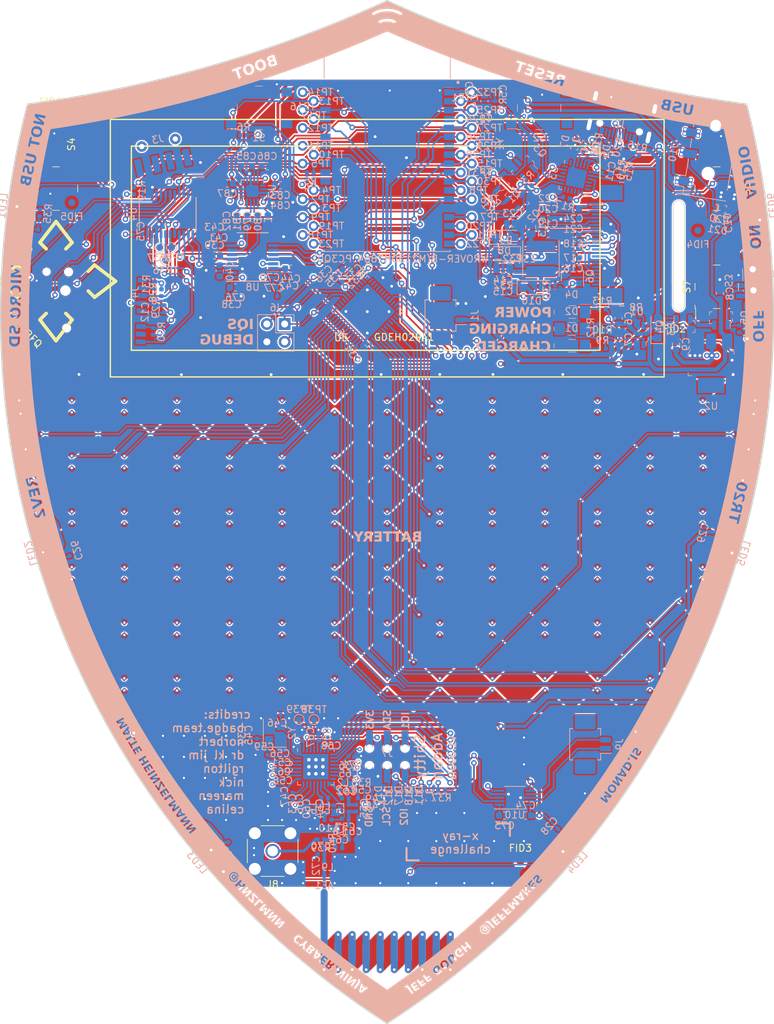
<source format=kicad_pcb>
(kicad_pcb (version 20190605) (host pcbnew "6.0.0-unknown-r16647.959a4bdde.fc31")
  (layers (0 "F.Cu" signal hide) (1 "In1.Cu" mixed hide) (2 "In2.Cu" power hide) (31 "B.Cu" signal hide) (34 "B.Paste" user hide) (35 "F.Paste" user hide) (36 "B.SilkS" user) (37 "F.SilkS" user hide) (38 "B.Mask" user hide) (39 "F.Mask" user hide) (44 "Edge.Cuts" user))
  (net 0 "")
  (net 1 "GND")
  (net 2 "+3V3")
  (net 3 "/EN")
  (net 4 "/SCL")
  (net 5 "/SDA")
  (net 6 "/32K_XP")
  (net 7 "/32K_XN")
  (net 8 "/~DC~")
  (net 9 "/IO0")
  (net 10 "/SCK")
  (net 11 "/RXD0")
  (net 12 "/TXD0")
  (net 13 "/MOSI")
  (net 14 "VBUS")
  (net 15 "+BATT")
  (net 16 "+VSW")
  (net 17 "/RTS")
  (net 18 "Net-(Q1-Pad1)")
  (net 19 "Net-(Q2-Pad1)")
  (net 20 "/DTR")
  (net 21 "Net-(R8-Pad1)")
  (net 22 "Net-(R10-Pad1)")
  (net 23 "/LED_DIN")
  (net 24 "/SD_CMD")
  (net 25 "/SD_CLK")
  (net 26 "/BTN_INT")
  (net 27 "/display/d_VGL")
  (net 28 "/display/d_VGH")
  (net 29 "/display/d_VDD")
  (net 30 "/display/d_VPP")
  (net 31 "/display/d_VSH")
  (net 32 "/display/d_VSL")
  (net 33 "/display/PREVGL")
  (net 34 "/display/d_VCOM")
  (net 35 "/display/PREVGH")
  (net 36 "/usb/USB_DN")
  (net 37 "/usb/USB_DP")
  (net 38 "/power/~PWR_EN~")
  (net 39 "/display/RESE")
  (net 40 "/display/GDR")
  (net 41 "/io_expander/BTN_START")
  (net 42 "/io_expander/BTN_A")
  (net 43 "/io_expander/BTN_B")
  (net 44 "/io_expander/JOY_PUSH")
  (net 45 "/io_expander/JOY_A")
  (net 46 "/io_expander/JOY_C")
  (net 47 "/io_expander/JOY_D")
  (net 48 "/io_expander/JOY_B")
  (net 49 "/IQ_RDY")
  (net 50 "/touchpad/Tx14")
  (net 51 "/touchpad/Rx4A")
  (net 52 "/touchpad/Rx5A")
  (net 53 "/touchpad/Rx6A")
  (net 54 "/touchpad/Rx7A")
  (net 55 "/touchpad/Rx8A")
  (net 56 "/touchpad/Rx9A")
  (net 57 "/touchpad/Tx0")
  (net 58 "/touchpad/Tx1")
  (net 59 "/touchpad/Tx2")
  (net 60 "/touchpad/Tx3")
  (net 61 "/touchpad/Tx4")
  (net 62 "/touchpad/Tx5")
  (net 63 "/touchpad/Tx6")
  (net 64 "/touchpad/Tx7")
  (net 65 "/touchpad/Tx8")
  (net 66 "/touchpad/Tx9")
  (net 67 "/touchpad/Tx10")
  (net 68 "/touchpad/Tx11")
  (net 69 "/touchpad/Tx12")
  (net 70 "/touchpad/Tx13")
  (net 71 "/~CC_CS~")
  (net 72 "/~DISP_CS~")
  (net 73 "/SD_DAT0")
  (net 74 "/_reserved8")
  (net 75 "/_reserved7")
  (net 76 "/_reserved6")
  (net 77 "/_reserved11")
  (net 78 "/_reserved10")
  (net 79 "/_reserved9")
  (net 80 "/DISP_BUSY")
  (net 81 "/I2S_WS")
  (net 82 "/I2S_SCK")
  (net 83 "/I2S_SD")
  (net 84 "/MISO")
  (net 85 "/CC_INT")
  (net 86 "Net-(C14-Pad2)")
  (net 87 "Net-(C14-Pad1)")
  (net 88 "Net-(C32-Pad1)")
  (net 89 "Net-(C39-Pad1)")
  (net 90 "Net-(C40-Pad1)")
  (net 91 "Net-(C40-Pad2)")
  (net 92 "/audio/LDO0")
  (net 93 "Net-(C46-Pad2)")
  (net 94 "Net-(C47-Pad1)")
  (net 95 "Net-(C47-Pad2)")
  (net 96 "Net-(C50-Pad2)")
  (net 97 "Net-(C52-Pad1)")
  (net 98 "Net-(C52-Pad2)")
  (net 99 "Net-(C54-Pad2)")
  (net 100 "Net-(C54-Pad1)")
  (net 101 "Net-(C55-Pad1)")
  (net 102 "Net-(C59-Pad1)")
  (net 103 "Net-(C60-Pad1)")
  (net 104 "Net-(C61-Pad2)")
  (net 105 "Net-(C63-Pad1)")
  (net 106 "Net-(C64-Pad2)")
  (net 107 "Net-(C66-Pad1)")
  (net 108 "Net-(C68-Pad1)")
  (net 109 "Net-(C70-Pad1)")
  (net 110 "Net-(AE1-Pad1)")
  (net 111 "Net-(C73-Pad1)")
  (net 112 "Net-(D1-Pad1)")
  (net 113 "Net-(D2-Pad2)")
  (net 114 "Net-(D4-Pad1)")
  (net 115 "Net-(J4-Pad2)")
  (net 116 "Net-(J8-Pad1)")
  (net 117 "Net-(Q3-Pad1)")
  (net 118 "Net-(Q4-Pad2)")
  (net 119 "Net-(R14-Pad2)")
  (net 120 "Net-(R15-Pad2)")
  (net 121 "Net-(R17-Pad2)")
  (net 122 "Net-(R36-Pad2)")
  (net 123 "Net-(TP38-Pad1)")
  (net 124 "Net-(TP39-Pad1)")
  (net 125 "Net-(J9-Pad2)")
  (net 126 "Net-(J9-Pad1)")
  (net 127 "Net-(C57-Pad1)")
  (net 128 "Net-(C37-Pad2)")
  (net 129 "Net-(LED1-Pad4)")
  (net 130 "/IQ_RESET")
  (net 131 "/SD_DETECT")
  (net 132 "/SAO_GPIO2")
  (net 133 "/LED_DOUT")
  (net 134 "/CC_RESET")
  (net 135 "Net-(LED2-Pad4)")
  (net 136 "Net-(LED3-Pad4)")
  (net 137 "Net-(LED4-Pad4)")
  (net 138 "Net-(LED5-Pad4)")
  (net 139 "/audio/DAC_OUTL")
  (net 140 "Net-(C79-Pad1)")
  (net 141 "Net-(C80-Pad1)")
  (net 142 "/audio/DAC_OUTR")
  (net 143 "Net-(C81-Pad1)")
  (net 144 "Net-(C82-Pad1)")
  (net 145 "Net-(C85-Pad2)")
  (net 146 "Net-(C85-Pad1)")
  (net 147 "Net-(C86-Pad2)")
  (net 148 "Net-(C87-Pad2)")
  (net 149 "/audio/OUTR")
  (net 150 "/audio/OUTL")
  (net 151 "Net-(J2-PadB5)")
  (net 152 "Net-(J2-PadA5)")
  (net 153 "/P1_5")
  (net 154 "/P1_6")
  (net 155 "/P1_7")
  (net 156 "/AMP_EN")
  (net 157 "Net-(J10-PadR2)")
  (module "jeffmakes-footprints:USB-A-short-body" (layer "B.Cu") (at -32.625 -125.525 12.7)
    (fp_text reference "J3" (at 0 -0.5 12.7 unlocked) (layer "B.SilkS") (effects (justify mirror)))
    (fp_text value "UJ2-AH-1-SMT")
    (pad "4" smd rect (at 3.5 2.9 12.7) (size 1 2.5) (layers "B.Cu" "B.Paste" "B.Mask"))
    (pad "3" smd rect (at 1 2.9 12.7) (size 1 2.5) (layers "B.Cu" "B.Paste" "B.Mask"))
    (pad "2" smd rect (at -1 2.9 12.7) (size 1 2.5) (layers "B.Cu" "B.Paste" "B.Mask"))
    (pad "1" smd rect (at -3.5 2.9 12.7) (size 1 2.5) (layers "B.Cu" "B.Paste" "B.Mask"))
    (pad "5" smd rect (at -7.6 -5.6 12.7) (size 3.25 3) (layers "B.Cu" "B.Paste" "B.Mask") (net 1 "GND"))
    (pad "5" smd rect (at -7.5 0.5 12.7) (size 3.25 3) (layers "B.Cu" "B.Paste" "B.Mask") (net 1 "GND"))
    (pad "5" smd rect (at 7.6 -5.6 12.7) (size 3.25 3) (layers "B.Cu" "B.Paste" "B.Mask") (net 1 "GND"))
    (pad "5" smd rect (at 7.5 0.5 12.7) (size 3.25 3) (layers "B.Cu" "B.Paste" "B.Mask") (net 1 "GND"))
    (pad "" np_thru_hole circle (at -2.45 0 12.7) (size 1.5 1.5) (drill 0.762) (layers *.Cu *.Mask))
    (pad "" np_thru_hole circle (at 2.45 0 12.7) (size 1.5 1.5) (drill 0.762) (layers *.Cu *.Mask))
  )
  (module "jeffmakes-footprints:PinSocket_2x03_P2.54mm_Through-Board-Mating" (layer "B.Cu") (at 0 -38)
    (fp_text reference "J7" (at 0 -0.5 unlocked) (layer "B.SilkS") (effects (justify mirror)))
    (fp_text value "2x03-socket-2.54-through-board")
    (pad "" np_thru_hole circle (at -2.54 1.27) (size 1 1) (drill 1) (layers *.Cu *.Mask))
    (pad "" np_thru_hole circle (at 0 1.27) (size 1 1) (drill 1) (layers *.Cu *.Mask))
    (pad "" np_thru_hole circle (at 2.54 1.27) (size 1 1) (drill 1) (layers *.Cu *.Mask))
    (pad "" np_thru_hole circle (at -2.54 -1.27) (size 1 1) (drill 1) (layers *.Cu *.Mask))
    (pad "" np_thru_hole circle (at 0 -1.27) (size 1 1) (drill 1) (layers *.Cu *.Mask))
    (pad "" np_thru_hole circle (at 2.54 -1.27) (size 1 1) (drill 1) (layers *.Cu *.Mask))
    (pad "1" smd rect (at -2.54 -2.5) (size 1 2.5) (layers "B.Cu" "B.Paste" "B.Mask") (net 2 "+3V3"))
    (pad "2" smd rect (at -2.54 2.5) (size 1 2.45) (layers "B.Cu" "B.Paste" "B.Mask") (net 1 "GND"))
    (pad "3" smd rect (at 0 -2.5) (size 1 2.45) (layers "B.Cu" "B.Paste" "B.Mask") (net 5 "/SDA"))
    (pad "4" smd rect (at 0 2.5) (size 1 2.45) (layers "B.Cu" "B.Paste" "B.Mask") (net 4 "/SCL"))
    (pad "5" smd rect (at 2.54 -2.5) (size 1 2.45) (layers "B.Cu" "B.Paste" "B.Mask") (net 133 "/LED_DOUT"))
    (pad "6" smd rect (at 2.54 2.5) (size 1 2.45) (layers "B.Cu" "B.Paste" "B.Mask") (net 132 "/SAO_GPIO2"))
  )
  (module "Connector_Audio:Jack_3.5mm_PJ320D_Horizontal_strengthening-vias" (layer "B.Cu") (at 46.1264 -123.3424 261)
    (fp_text reference "J10" (at 0.05 5.35 81) (layer "B.SilkS") (effects (justify mirror)))
    (fp_text value "PJ-320D")
    (pad "S" thru_hole circle (at 4.625 -4.2 261) (size 0.6 0.6) (drill 0.4) (layers *.Cu *.Mask) (net 1 "GND"))
    (pad "S" thru_hole circle (at 5.225 -4.2 261) (size 0.6 0.6) (drill 0.4) (layers *.Cu *.Mask) (net 1 "GND"))
    (pad "S" thru_hole circle (at 5.225 -2.3 261) (size 0.6 0.6) (drill 0.4) (layers *.Cu *.Mask) (net 1 "GND"))
    (pad "S" thru_hole circle (at 4.625 -2.3 261) (size 0.6 0.6) (drill 0.4) (layers *.Cu *.Mask) (net 1 "GND"))
    (pad "T" thru_hole circle (at 4.125 2.3 261) (size 0.6 0.6) (drill 0.4) (layers *.Cu *.Mask) (net 150 "/audio/OUTL"))
    (pad "T" thru_hole circle (at 3.525 2.3 261) (size 0.6 0.6) (drill 0.4) (layers *.Cu *.Mask) (net 150 "/audio/OUTL"))
    (pad "T" thru_hole circle (at 4.125 4.2 261) (size 0.6 0.6) (drill 0.4) (layers *.Cu *.Mask) (net 150 "/audio/OUTL"))
    (pad "T" thru_hole circle (at 3.525 4.2 261) (size 0.6 0.6) (drill 0.4) (layers *.Cu *.Mask) (net 150 "/audio/OUTL"))
    (pad "T" thru_hole circle (at 3.525 4.2 261) (size 0.6 0.6) (drill 0.4) (layers *.Cu *.Mask) (net 150 "/audio/OUTL"))
    (pad "R1" thru_hole circle (at 0.125 4.2 261) (size 0.6 0.6) (drill 0.4) (layers *.Cu *.Mask) (net 149 "/audio/OUTR"))
    (pad "R1" thru_hole circle (at -0.475 4.2 261) (size 0.6 0.6) (drill 0.4) (layers *.Cu *.Mask) (net 149 "/audio/OUTR"))
    (pad "R2" thru_hole circle (at -2.875 2.3 261) (size 0.6 0.6) (drill 0.4) (layers *.Cu *.Mask) (net 157 "Net-(J10-PadR2)"))
    (pad "R2" thru_hole circle (at -3.475 2.3 261) (size 0.6 0.6) (drill 0.4) (layers *.Cu *.Mask) (net 157 "Net-(J10-PadR2)"))
    (pad "R2" thru_hole circle (at -2.875 4.2 261) (size 0.6 0.6) (drill 0.4) (layers *.Cu *.Mask) (net 157 "Net-(J10-PadR2)"))
    (pad "R2" thru_hole circle (at -3.475 4.2 261) (size 0.6 0.6) (drill 0.4) (layers *.Cu *.Mask) (net 157 "Net-(J10-PadR2)"))
    (pad "S" smd rect (at 4.925 -3.25 261) (size 1.2 2.5) (layers "B.Cu" "B.Paste" "B.Mask") (net 1 "GND"))
    (pad "T" smd rect (at 3.825 3.25 261) (size 1.2 2.5) (layers "B.Cu" "B.Paste" "B.Mask") (net 150 "/audio/OUTL"))
    (pad "R1" smd rect (at -0.175 3.25 261) (size 1.2 2.5) (layers "B.Cu" "B.Paste" "B.Mask") (net 149 "/audio/OUTR"))
    (pad "R2" smd rect (at -3.175 3.25 261) (size 1.2 2.5) (layers "B.Cu" "B.Paste" "B.Mask") (net 157 "Net-(J10-PadR2)"))
    (pad "" np_thru_hole circle (at -4.775 0 261) (size 1.5 1.5) (drill 1.5) (layers *.Cu *.Mask))
    (pad "" np_thru_hole circle (at 2.225 0 261) (size 1.5 1.5) (drill 1.5) (layers *.Cu *.Mask))
  )
  (module "jeffmakes-footprints:GDEH029A1" (layer "F.Cu") (at 0 -110.5 180)
    (fp_text reference "U5" (at 6.576151 -12.76) (layer "F.SilkS"))
    (fp_text value "GDEH029A1" (at -2.403849 -12.69) (layer "F.SilkS"))
  )
  (module "jeffmakes-footprints:LED_SK6812MINI_PLCC4_3.5x3.5mm_P1.75mm_no_silk" (layer "B.Cu") (at 52.0954 -116.2304 97)
    (fp_text reference "LED6" (at 0 2.75 97) (layer "B.SilkS") (effects (justify mirror)))
    (fp_text value "SK6812")
    (pad "1" smd rect (at -1.75 0.875 97) (size 1.6 0.85) (layers "B.Cu" "B.Paste" "B.Mask") (net 1 "GND"))
    (pad "2" smd rect (at -1.75 -0.875 97) (size 1.6 0.85) (layers "B.Cu" "B.Paste" "B.Mask") (net 138 "Net-(LED5-Pad4)"))
    (pad "4" smd rect (at 1.75 0.875 97) (size 1.6 0.85) (layers "B.Cu" "B.Paste" "B.Mask") (net 133 "/LED_DOUT"))
    (pad "3" smd rect (at 1.75 -0.875 97) (size 1.6 0.85) (layers "B.Cu" "B.Paste" "B.Mask") (net 16 "+VSW"))
  )
  (module "TestPoint:TestPoint_Pad_D1.0mm" (layer "B.Cu") (at -32.4612 -110.5916)
    (fp_text reference "TP37" (at 0 1.448) (layer "B.SilkS") (effects (justify mirror)))
    (fp_text value "~")
    (pad "1" smd circle (at 0 0) (size 1 1) (layers "B.Cu" "B.Mask") (net 155 "/P1_7"))
  )
  (module "TestPoint:TestPoint_Pad_D1.0mm" (layer "B.Cu") (at -31.623 -108.7882)
    (fp_text reference "TP36" (at 0 1.448) (layer "B.SilkS") (effects (justify mirror)))
    (fp_text value "~")
    (pad "1" smd circle (at 0 0) (size 1 1) (layers "B.Cu" "B.Mask") (net 154 "/P1_6"))
  )
  (module "TestPoint:TestPoint_Pad_D1.0mm" (layer "B.Cu") (at -30.7594 -110.5916)
    (fp_text reference "TP35" (at 0 1.448) (layer "B.SilkS") (effects (justify mirror)))
    (fp_text value "~")
    (pad "1" smd circle (at 0 0) (size 1 1) (layers "B.Cu" "B.Mask") (net 153 "/P1_5"))
  )
  (module "Connector_PinHeader_2.54mm:PinHeader_2x02_P2.54mm_Vertical" (layer "B.Cu") (at -14.6304 -99.695 180)
    (fp_text reference "J6" (at 1.27 2.33) (layer "B.SilkS") (effects (justify mirror)))
    (fp_text value "DNP")
    (pad "4" thru_hole oval (at 2.54 -2.54 180) (size 1.7 1.7) (drill 1) (layers *.Cu *.Mask) (net 1 "GND"))
    (pad "3" thru_hole oval (at 0 -2.54 180) (size 1.7 1.7) (drill 1) (layers *.Cu *.Mask) (net 4 "/SCL"))
    (pad "2" thru_hole oval (at 2.54 0 180) (size 1.7 1.7) (drill 1) (layers *.Cu *.Mask) (net 49 "/IQ_RDY"))
    (pad "1" thru_hole rect (at 0 0 180) (size 1.7 1.7) (drill 1) (layers *.Cu *.Mask) (net 5 "/SDA"))
  )
  (module "Capacitor_SMD:C_0603_1608Metric" (layer "B.Cu") (at -24.6634 -112.0648 180)
    (fp_text reference "C43" (at 0 1.43) (layer "B.SilkS") (effects (justify mirror)))
    (fp_text value "1uF")
    (pad "2" smd roundrect (at 0.7875 0 180) (size 0.875 0.95) (layers "B.Cu" "B.Paste" "B.Mask") (net 1 "GND"))
    (pad "1" smd roundrect (at -0.7875 0 180) (size 0.875 0.95) (layers "B.Cu" "B.Paste" "B.Mask") (net 2 "+3V3"))
  )
  (module "Package_SO:TSSOP-20_4.4x6.5mm_P0.65mm" (layer "B.Cu") (at -19.2024 -109.2454)
    (fp_text reference "U8" (at 0 4.3) (layer "B.SilkS") (effects (justify mirror)))
    (fp_text value "PCM5100A")
    (pad "20" smd rect (at 2.95 2.925) (size 1.45 0.45) (layers "B.Cu" "B.Paste" "B.Mask") (net 2 "+3V3"))
    (pad "19" smd rect (at 2.95 2.275) (size 1.45 0.45) (layers "B.Cu" "B.Paste" "B.Mask") (net 1 "GND"))
    (pad "18" smd rect (at 2.95 1.625) (size 1.45 0.45) (layers "B.Cu" "B.Paste" "B.Mask") (net 92 "/audio/LDO0"))
    (pad "17" smd rect (at 2.95 0.975) (size 1.45 0.45) (layers "B.Cu" "B.Paste" "B.Mask") (net 2 "+3V3"))
    (pad "16" smd rect (at 2.95 0.325) (size 1.45 0.45) (layers "B.Cu" "B.Paste" "B.Mask") (net 1 "GND"))
    (pad "15" smd rect (at 2.95 -0.325) (size 1.45 0.45) (layers "B.Cu" "B.Paste" "B.Mask") (net 81 "/I2S_WS"))
    (pad "14" smd rect (at 2.95 -0.975) (size 1.45 0.45) (layers "B.Cu" "B.Paste" "B.Mask") (net 83 "/I2S_SD"))
    (pad "13" smd rect (at 2.95 -1.625) (size 1.45 0.45) (layers "B.Cu" "B.Paste" "B.Mask") (net 82 "/I2S_SCK"))
    (pad "12" smd rect (at 2.95 -2.275) (size 1.45 0.45) (layers "B.Cu" "B.Paste" "B.Mask") (net 1 "GND"))
    (pad "11" smd rect (at 2.95 -2.925) (size 1.45 0.45) (layers "B.Cu" "B.Paste" "B.Mask") (net 1 "GND"))
    (pad "10" smd rect (at -2.95 -2.925) (size 1.45 0.45) (layers "B.Cu" "B.Paste" "B.Mask") (net 1 "GND"))
    (pad "9" smd rect (at -2.95 -2.275) (size 1.45 0.45) (layers "B.Cu" "B.Paste" "B.Mask") (net 1 "GND"))
    (pad "8" smd rect (at -2.95 -1.625) (size 1.45 0.45) (layers "B.Cu" "B.Paste" "B.Mask") (net 2 "+3V3"))
    (pad "7" smd rect (at -2.95 -0.975) (size 1.45 0.45) (layers "B.Cu" "B.Paste" "B.Mask") (net 142 "/audio/DAC_OUTR"))
    (pad "6" smd rect (at -2.95 -0.325) (size 1.45 0.45) (layers "B.Cu" "B.Paste" "B.Mask") (net 139 "/audio/DAC_OUTL"))
    (pad "5" smd rect (at -2.95 0.325) (size 1.45 0.45) (layers "B.Cu" "B.Paste" "B.Mask") (net 89 "Net-(C39-Pad1)"))
    (pad "4" smd rect (at -2.95 0.975) (size 1.45 0.45) (layers "B.Cu" "B.Paste" "B.Mask") (net 91 "Net-(C40-Pad2)"))
    (pad "3" smd rect (at -2.95 1.625) (size 1.45 0.45) (layers "B.Cu" "B.Paste" "B.Mask") (net 1 "GND"))
    (pad "2" smd rect (at -2.95 2.275) (size 1.45 0.45) (layers "B.Cu" "B.Paste" "B.Mask") (net 90 "Net-(C40-Pad1)"))
    (pad "1" smd rect (at -2.95 2.925) (size 1.45 0.45) (layers "B.Cu" "B.Paste" "B.Mask") (net 2 "+3V3"))
  )
  (module "Package_DFN_QFN:QFN-16-1EP_3x3mm_P0.5mm_EP1.7x1.7mm" (layer "B.Cu") (at -19.2278 -118.6434 90)
    (fp_text reference "U7" (at 0 2.82 90) (layer "B.SilkS") (effects (justify mirror)))
    (fp_text value "PAM8908")
    (pad "16" smd roundrect (at -0.75 1.4625 90) (size 0.25 0.825) (layers "B.Cu" "B.Paste" "B.Mask") (net 150 "/audio/OUTL"))
    (pad "15" smd roundrect (at -0.25 1.4625 90) (size 0.25 0.825) (layers "B.Cu" "B.Paste" "B.Mask") (net 1 "GND"))
    (pad "14" smd roundrect (at 0.25 1.4625 90) (size 0.25 0.825) (layers "B.Cu" "B.Paste" "B.Mask") (net 2 "+3V3"))
    (pad "13" smd roundrect (at 0.75 1.4625 90) (size 0.25 0.825) (layers "B.Cu" "B.Paste" "B.Mask") (net 156 "/AMP_EN"))
    (pad "12" smd roundrect (at 1.4625 0.75 90) (size 0.825 0.25) (layers "B.Cu" "B.Paste" "B.Mask") (net 147 "Net-(C86-Pad2)"))
    (pad "11" smd roundrect (at 1.4625 0.25 90) (size 0.825 0.25) (layers "B.Cu" "B.Paste" "B.Mask") (net 146 "Net-(C85-Pad1)"))
    (pad "10" smd roundrect (at 1.4625 -0.25 90) (size 0.825 0.25) (layers "B.Cu" "B.Paste" "B.Mask") (net 1 "GND"))
    (pad "9" smd roundrect (at 1.4625 -0.75 90) (size 0.825 0.25) (layers "B.Cu" "B.Paste" "B.Mask") (net 145 "Net-(C85-Pad2)"))
    (pad "8" smd roundrect (at 0.75 -1.4625 90) (size 0.25 0.825) (layers "B.Cu" "B.Paste" "B.Mask") (net 148 "Net-(C87-Pad2)"))
    (pad "7" smd roundrect (at 0.25 -1.4625 90) (size 0.25 0.825) (layers "B.Cu" "B.Paste" "B.Mask") (net 1 "GND"))
    (pad "6" smd roundrect (at -0.25 -1.4625 90) (size 0.25 0.825) (layers "B.Cu" "B.Paste" "B.Mask") (net 2 "+3V3"))
    (pad "5" smd roundrect (at -0.75 -1.4625 90) (size 0.25 0.825) (layers "B.Cu" "B.Paste" "B.Mask") (net 149 "/audio/OUTR"))
    (pad "4" smd roundrect (at -1.4625 -0.75 90) (size 0.825 0.25) (layers "B.Cu" "B.Paste" "B.Mask") (net 144 "Net-(C82-Pad1)"))
    (pad "3" smd roundrect (at -1.4625 -0.25 90) (size 0.825 0.25) (layers "B.Cu" "B.Paste" "B.Mask") (net 143 "Net-(C81-Pad1)"))
    (pad "2" smd roundrect (at -1.4625 0.25 90) (size 0.825 0.25) (layers "B.Cu" "B.Paste" "B.Mask") (net 140 "Net-(C79-Pad1)"))
    (pad "1" smd roundrect (at -1.4625 0.75 90) (size 0.825 0.25) (layers "B.Cu" "B.Paste" "B.Mask") (net 141 "Net-(C80-Pad1)"))
    (pad "17" smd roundrect (at 0 0 90) (size 1.7 1.7) (layers "B.Cu" "B.Mask") (roundrect_rratio 0.147059) (net 1 "GND"))
  )
  (module "Resistor_SMD:R_0402_1005Metric" (layer "B.Cu") (at 34.0868 -124.6124 257.5)
    (fp_text reference "R20" (at 0 1.17 77.5) (layer "B.SilkS") (effects (justify mirror)))
    (fp_text value "5.1k")
    (pad "2" smd roundrect (at 0.485 0 257.5) (size 0.59 0.64) (layers "B.Cu" "B.Paste" "B.Mask") (net 1 "GND"))
    (pad "1" smd roundrect (at -0.485 0 257.5) (size 0.59 0.64) (layers "B.Cu" "B.Paste" "B.Mask") (net 151 "Net-(J2-PadB5)"))
  )
  (module "Resistor_SMD:R_0402_1005Metric" (layer "B.Cu") (at 31.15 -125.3 257.5)
    (fp_text reference "R18" (at 0 1.17 77.5) (layer "B.SilkS") (effects (justify mirror)))
    (fp_text value "5.1k")
    (pad "2" smd roundrect (at 0.485 0 257.5) (size 0.59 0.64) (layers "B.Cu" "B.Paste" "B.Mask") (net 1 "GND"))
    (pad "1" smd roundrect (at -0.485 0 257.5) (size 0.59 0.64) (layers "B.Cu" "B.Paste" "B.Mask") (net 152 "Net-(J2-PadA5)"))
  )
  (module "Capacitor_SMD:C_0603_1608Metric" (layer "B.Cu") (at -22.825 -119.725)
    (fp_text reference "C87" (at 0 1.43) (layer "B.SilkS") (effects (justify mirror)))
    (fp_text value "1uF")
    (pad "2" smd roundrect (at 0.7875 0) (size 0.875 0.95) (layers "B.Cu" "B.Paste" "B.Mask") (net 148 "Net-(C87-Pad2)"))
    (pad "1" smd roundrect (at -0.7875 0) (size 0.875 0.95) (layers "B.Cu" "B.Paste" "B.Mask") (net 1 "GND"))
  )
  (module "Capacitor_SMD:C_0603_1608Metric" (layer "B.Cu") (at -17.1196 -122.174 180)
    (fp_text reference "C86" (at 0 1.43) (layer "B.SilkS") (effects (justify mirror)))
    (fp_text value "1uF")
    (pad "2" smd roundrect (at 0.7875 0 180) (size 0.875 0.95) (layers "B.Cu" "B.Paste" "B.Mask") (net 147 "Net-(C86-Pad2)"))
    (pad "1" smd roundrect (at -0.7875 0 180) (size 0.875 0.95) (layers "B.Cu" "B.Paste" "B.Mask") (net 1 "GND"))
  )
  (module "Capacitor_SMD:C_0603_1608Metric" (layer "B.Cu") (at -20.0914 -122.174 180)
    (fp_text reference "C85" (at 0 1.43) (layer "B.SilkS") (effects (justify mirror)))
    (fp_text value "1uF")
    (pad "2" smd roundrect (at 0.7875 0 180) (size 0.875 0.95) (layers "B.Cu" "B.Paste" "B.Mask") (net 145 "Net-(C85-Pad2)"))
    (pad "1" smd roundrect (at -0.7875 0 180) (size 0.875 0.95) (layers "B.Cu" "B.Paste" "B.Mask") (net 146 "Net-(C85-Pad1)"))
  )
  (module "Capacitor_SMD:C_0603_1608Metric" (layer "B.Cu") (at -15.24 -118.0084)
    (fp_text reference "C84" (at 0 1.43) (layer "B.SilkS") (effects (justify mirror)))
    (fp_text value "1uF")
    (pad "2" smd roundrect (at 0.7875 0) (size 0.875 0.95) (layers "B.Cu" "B.Paste" "B.Mask") (net 1 "GND"))
    (pad "1" smd roundrect (at -0.7875 0) (size 0.875 0.95) (layers "B.Cu" "B.Paste" "B.Mask") (net 2 "+3V3"))
  )
  (module "Capacitor_SMD:C_0603_1608Metric" (layer "B.Cu") (at -15.24 -119.4816)
    (fp_text reference "C83" (at 0 1.43) (layer "B.SilkS") (effects (justify mirror)))
    (fp_text value "1uF")
    (pad "2" smd roundrect (at 0.7875 0) (size 0.875 0.95) (layers "B.Cu" "B.Paste" "B.Mask") (net 1 "GND"))
    (pad "1" smd roundrect (at -0.7875 0) (size 0.875 0.95) (layers "B.Cu" "B.Paste" "B.Mask") (net 2 "+3V3"))
  )
  (module "Capacitor_SMD:C_0603_1608Metric" (layer "B.Cu") (at -21.463 -114.3762 270)
    (fp_text reference "C82" (at 0 1.43 90) (layer "B.SilkS") (effects (justify mirror)))
    (fp_text value "1uF")
    (pad "2" smd roundrect (at 0.7875 0 270) (size 0.875 0.95) (layers "B.Cu" "B.Paste" "B.Mask") (net 1 "GND"))
    (pad "1" smd roundrect (at -0.7875 0 270) (size 0.875 0.95) (layers "B.Cu" "B.Paste" "B.Mask") (net 144 "Net-(C82-Pad1)"))
  )
  (module "Capacitor_SMD:C_0603_1608Metric" (layer "B.Cu") (at -19.9898 -114.3762 270)
    (fp_text reference "C81" (at 0 1.43 90) (layer "B.SilkS") (effects (justify mirror)))
    (fp_text value "1uF")
    (pad "2" smd roundrect (at 0.7875 0 270) (size 0.875 0.95) (layers "B.Cu" "B.Paste" "B.Mask") (net 142 "/audio/DAC_OUTR"))
    (pad "1" smd roundrect (at -0.7875 0 270) (size 0.875 0.95) (layers "B.Cu" "B.Paste" "B.Mask") (net 143 "Net-(C81-Pad1)"))
  )
  (module "Capacitor_SMD:C_0603_1608Metric" (layer "B.Cu") (at -17.018 -114.3762 270)
    (fp_text reference "C80" (at 0 1.43 90) (layer "B.SilkS") (effects (justify mirror)))
    (fp_text value "1uF")
    (pad "2" smd roundrect (at 0.7875 0 270) (size 0.875 0.95) (layers "B.Cu" "B.Paste" "B.Mask") (net 1 "GND"))
    (pad "1" smd roundrect (at -0.7875 0 270) (size 0.875 0.95) (layers "B.Cu" "B.Paste" "B.Mask") (net 141 "Net-(C80-Pad1)"))
  )
  (module "Capacitor_SMD:C_0603_1608Metric" (layer "B.Cu") (at -18.4912 -114.3762 270)
    (fp_text reference "C79" (at 0 1.43 90) (layer "B.SilkS") (effects (justify mirror)))
    (fp_text value "1uF")
    (pad "2" smd roundrect (at 0.7875 0 270) (size 0.875 0.95) (layers "B.Cu" "B.Paste" "B.Mask") (net 139 "/audio/DAC_OUTL"))
    (pad "1" smd roundrect (at -0.7875 0 270) (size 0.875 0.95) (layers "B.Cu" "B.Paste" "B.Mask") (net 140 "Net-(C79-Pad1)"))
  )
  (module "Capacitor_SMD:C_0603_1608Metric" (layer "B.Cu") (at -16.7386 -104.902 180)
    (fp_text reference "C78" (at 0 1.43) (layer "B.SilkS") (effects (justify mirror)))
    (fp_text value "1uF")
    (pad "2" smd roundrect (at 0.7875 0 180) (size 0.875 0.95) (layers "B.Cu" "B.Paste" "B.Mask") (net 1 "GND"))
    (pad "1" smd roundrect (at -0.7875 0 180) (size 0.875 0.95) (layers "B.Cu" "B.Paste" "B.Mask") (net 2 "+3V3"))
  )
  (module "Capacitor_SMD:C_0402_1005Metric" (layer "B.Cu") (at -16.1798 -103.6574 180)
    (fp_text reference "C77" (at 0 1.17) (layer "B.SilkS") (effects (justify mirror)))
    (fp_text value "100nF")
    (pad "2" smd roundrect (at 0.485 0 180) (size 0.59 0.64) (layers "B.Cu" "B.Paste" "B.Mask") (net 1 "GND"))
    (pad "1" smd roundrect (at -0.485 0 180) (size 0.59 0.64) (layers "B.Cu" "B.Paste" "B.Mask") (net 2 "+3V3"))
  )
  (module "Capacitor_SMD:C_0603_1608Metric" (layer "B.Cu") (at -21.6662 -104.902)
    (fp_text reference "C76" (at 0 1.43) (layer "B.SilkS") (effects (justify mirror)))
    (fp_text value "1uF")
    (pad "2" smd roundrect (at 0.7875 0) (size 0.875 0.95) (layers "B.Cu" "B.Paste" "B.Mask") (net 1 "GND"))
    (pad "1" smd roundrect (at -0.7875 0) (size 0.875 0.95) (layers "B.Cu" "B.Paste" "B.Mask") (net 2 "+3V3"))
  )
  (module "Package_DFN_QFN:QFN-24-1EP_4x4mm_P0.5mm_EP2.6x2.6mm" (layer "B.Cu") (at 26.960417 -120.528464 257.5)
    (fp_text reference "U3" (at 0 3.3 257.5) (layer "B.SilkS") (effects (justify mirror)))
    (fp_text value "CP2102N-A01-GQFN24")
    (pad "24" smd roundrect (at -1.25 1.9375 257.5) (size 0.25 0.825) (layers "B.Cu" "B.Paste" "B.Mask"))
    (pad "23" smd roundrect (at -0.75 1.9375 257.5) (size 0.25 0.825) (layers "B.Cu" "B.Paste" "B.Mask") (net 20 "/DTR"))
    (pad "22" smd roundrect (at -0.25 1.9375 257.5) (size 0.25 0.825) (layers "B.Cu" "B.Paste" "B.Mask"))
    (pad "21" smd roundrect (at 0.25 1.9375 257.5) (size 0.25 0.825) (layers "B.Cu" "B.Paste" "B.Mask") (net 11 "/RXD0"))
    (pad "20" smd roundrect (at 0.75 1.9375 257.5) (size 0.25 0.825) (layers "B.Cu" "B.Paste" "B.Mask") (net 12 "/TXD0"))
    (pad "19" smd roundrect (at 1.25 1.9375 257.5) (size 0.25 0.825) (layers "B.Cu" "B.Paste" "B.Mask") (net 17 "/RTS"))
    (pad "18" smd roundrect (at 1.9375 1.25 257.5) (size 0.825 0.25) (layers "B.Cu" "B.Paste" "B.Mask"))
    (pad "17" smd roundrect (at 1.9375 0.75 257.5) (size 0.825 0.25) (layers "B.Cu" "B.Paste" "B.Mask"))
    (pad "16" smd roundrect (at 1.9375 0.25 257.5) (size 0.825 0.25) (layers "B.Cu" "B.Paste" "B.Mask"))
    (pad "15" smd roundrect (at 1.9375 -0.25 257.5) (size 0.825 0.25) (layers "B.Cu" "B.Paste" "B.Mask"))
    (pad "14" smd roundrect (at 1.9375 -0.75 257.5) (size 0.825 0.25) (layers "B.Cu" "B.Paste" "B.Mask"))
    (pad "13" smd roundrect (at 1.9375 -1.25 257.5) (size 0.825 0.25) (layers "B.Cu" "B.Paste" "B.Mask"))
    (pad "12" smd roundrect (at 1.25 -1.9375 257.5) (size 0.25 0.825) (layers "B.Cu" "B.Paste" "B.Mask"))
    (pad "11" smd roundrect (at 0.75 -1.9375 257.5) (size 0.25 0.825) (layers "B.Cu" "B.Paste" "B.Mask"))
    (pad "10" smd roundrect (at 0.25 -1.9375 257.5) (size 0.25 0.825) (layers "B.Cu" "B.Paste" "B.Mask"))
    (pad "9" smd roundrect (at -0.25 -1.9375 257.5) (size 0.25 0.825) (layers "B.Cu" "B.Paste" "B.Mask") (net 121 "Net-(R17-Pad2)"))
    (pad "8" smd roundrect (at -0.75 -1.9375 257.5) (size 0.25 0.825) (layers "B.Cu" "B.Paste" "B.Mask") (net 119 "Net-(R14-Pad2)"))
    (pad "7" smd roundrect (at -1.25 -1.9375 257.5) (size 0.25 0.825) (layers "B.Cu" "B.Paste" "B.Mask") (net 2 "+3V3"))
    (pad "6" smd roundrect (at -1.9375 -1.25 257.5) (size 0.825 0.25) (layers "B.Cu" "B.Paste" "B.Mask") (net 2 "+3V3"))
    (pad "5" smd roundrect (at -1.9375 -0.75 257.5) (size 0.825 0.25) (layers "B.Cu" "B.Paste" "B.Mask") (net 2 "+3V3"))
    (pad "4" smd roundrect (at -1.9375 -0.25 257.5) (size 0.825 0.25) (layers "B.Cu" "B.Paste" "B.Mask") (net 36 "/usb/USB_DN"))
    (pad "3" smd roundrect (at -1.9375 0.25 257.5) (size 0.825 0.25) (layers "B.Cu" "B.Paste" "B.Mask") (net 37 "/usb/USB_DP"))
    (pad "2" smd roundrect (at -1.9375 0.75 257.5) (size 0.825 0.25) (layers "B.Cu" "B.Paste" "B.Mask") (net 1 "GND"))
    (pad "1" smd roundrect (at -1.9375 1.25 257.5) (size 0.825 0.25) (layers "B.Cu" "B.Paste" "B.Mask"))
    (pad "25" smd roundrect (at 0 0 257.5) (size 2.6 2.6) (layers "B.Cu" "B.Mask") (roundrect_rratio 0.096154) (net 1 "GND"))
  )
  (module "jeffmakes-footprints:AFC07x24-1MP_P0.5mm_Horizontal" (layer "B.Cu") (at 31.131649 -111.0714 270)
    (fp_text reference "J5" (at 0 3.1 90) (layer "B.SilkS") (effects (justify mirror)))
    (fp_text value "AFC07-S24ECA-00" hide)
    (pad "MP" smd rect (at 7.35 -0.82 270) (size 2.2 3.3) (layers "B.Cu" "B.Paste" "B.Mask"))
    (pad "MP" smd rect (at -7.35 -0.82 270) (size 2.2 3.3) (layers "B.Cu" "B.Paste" "B.Mask"))
    (pad "24" smd rect (at 5.75 1.35 270) (size 0.3 1.2) (layers "B.Cu" "B.Paste" "B.Mask"))
    (pad "23" smd rect (at 5.25 1.35 270) (size 0.3 1.2) (layers "B.Cu" "B.Paste" "B.Mask") (net 40 "/display/GDR"))
    (pad "22" smd rect (at 4.75 1.35 270) (size 0.3 1.2) (layers "B.Cu" "B.Paste" "B.Mask") (net 39 "/display/RESE"))
    (pad "21" smd rect (at 4.25 1.35 270) (size 0.3 1.2) (layers "B.Cu" "B.Paste" "B.Mask") (net 27 "/display/d_VGL"))
    (pad "20" smd rect (at 3.75 1.35 270) (size 0.3 1.2) (layers "B.Cu" "B.Paste" "B.Mask") (net 28 "/display/d_VGH"))
    (pad "19" smd rect (at 3.25 1.35 270) (size 0.3 1.2) (layers "B.Cu" "B.Paste" "B.Mask"))
    (pad "18" smd rect (at 2.75 1.35 270) (size 0.3 1.2) (layers "B.Cu" "B.Paste" "B.Mask"))
    (pad "17" smd rect (at 2.25 1.35 270) (size 0.3 1.2) (layers "B.Cu" "B.Paste" "B.Mask") (net 1 "GND"))
    (pad "16" smd rect (at 1.75 1.35 270) (size 0.3 1.2) (layers "B.Cu" "B.Paste" "B.Mask") (net 80 "/DISP_BUSY"))
    (pad "15" smd rect (at 1.25 1.35 270) (size 0.3 1.2) (layers "B.Cu" "B.Paste" "B.Mask") (net 9 "/IO0"))
    (pad "14" smd rect (at 0.75 1.35 270) (size 0.3 1.2) (layers "B.Cu" "B.Paste" "B.Mask") (net 8 "/~DC~"))
    (pad "13" smd rect (at 0.25 1.35 270) (size 0.3 1.2) (layers "B.Cu" "B.Paste" "B.Mask") (net 72 "/~DISP_CS~"))
    (pad "12" smd rect (at -0.25 1.35 270) (size 0.3 1.2) (layers "B.Cu" "B.Paste" "B.Mask") (net 10 "/SCK"))
    (pad "11" smd rect (at -0.75 1.35 270) (size 0.3 1.2) (layers "B.Cu" "B.Paste" "B.Mask") (net 13 "/MOSI"))
    (pad "10" smd rect (at -1.25 1.35 270) (size 0.3 1.2) (layers "B.Cu" "B.Paste" "B.Mask") (net 2 "+3V3"))
    (pad "9" smd rect (at -1.75 1.35 270) (size 0.3 1.2) (layers "B.Cu" "B.Paste" "B.Mask") (net 2 "+3V3"))
    (pad "8" smd rect (at -2.25 1.35 270) (size 0.3 1.2) (layers "B.Cu" "B.Paste" "B.Mask") (net 1 "GND"))
    (pad "7" smd rect (at -2.75 1.35 270) (size 0.3 1.2) (layers "B.Cu" "B.Paste" "B.Mask") (net 29 "/display/d_VDD"))
    (pad "6" smd rect (at -3.25 1.35 270) (size 0.3 1.2) (layers "B.Cu" "B.Paste" "B.Mask") (net 30 "/display/d_VPP"))
    (pad "5" smd rect (at -3.75 1.35 270) (size 0.3 1.2) (layers "B.Cu" "B.Paste" "B.Mask") (net 31 "/display/d_VSH"))
    (pad "4" smd rect (at -4.25 1.35 270) (size 0.3 1.2) (layers "B.Cu" "B.Paste" "B.Mask") (net 35 "/display/PREVGH"))
    (pad "3" smd rect (at -4.75 1.35 270) (size 0.3 1.2) (layers "B.Cu" "B.Paste" "B.Mask") (net 32 "/display/d_VSL"))
    (pad "2" smd rect (at -5.25 1.35 270) (size 0.3 1.2) (layers "B.Cu" "B.Paste" "B.Mask") (net 33 "/display/PREVGL"))
    (pad "1" smd rect (at -5.75 1.35 270) (size 0.3 1.2) (layers "B.Cu" "B.Paste" "B.Mask") (net 34 "/display/d_VCOM"))
  )
  (module "Diode_SMD:D_SOD-123F" (layer "B.Cu") (at 16.806649 -109.7214 180)
    (fp_text reference "D9" (at -0.127 1.905) (layer "B.SilkS") (effects (justify mirror)))
    (fp_text value "SS13FL")
    (pad "2" smd rect (at 1.4 0 180) (size 1.1 1.1) (layers "B.Cu" "B.Paste" "B.Mask") (net 87 "Net-(C14-Pad1)"))
    (pad "1" smd rect (at -1.4 0 180) (size 1.1 1.1) (layers "B.Cu" "B.Paste" "B.Mask") (net 1 "GND"))
  )
  (module "digikey-footprints:Switch_Tactile_SMD_6x6mm_PTS645" (layer "F.Cu") (at -47.25 -119 90)
    (fp_text reference "S4" (at 6.3 2.2 90) (layer "F.SilkS"))
    (fp_text value "PTS645SM43SMTR92_LFS")
    (pad "4" smd rect (at 3.975 2.25 90) (size 1.55 1.3) (layers "F.Cu" "F.Paste" "F.Mask") (net 41 "/io_expander/BTN_START"))
    (pad "3" smd rect (at -3.975 2.25 90) (size 1.55 1.3) (layers "F.Cu" "F.Paste" "F.Mask"))
    (pad "2" smd rect (at 3.975 -2.25 90) (size 1.55 1.3) (layers "F.Cu" "F.Paste" "F.Mask") (net 1 "GND"))
    (pad "1" smd rect (at -3.975 -2.25 90) (size 1.55 1.3) (layers "F.Cu" "F.Paste" "F.Mask"))
  )
  (module "digikey-footprints:Switch_Tactile_SMD_6x6mm_PTS645" (layer "F.Cu") (at 47 -119 270)
    (fp_text reference "S5" (at 0 -4.27 90) (layer "F.SilkS"))
    (fp_text value "PTS645SM43SMTR92_LFS")
    (pad "4" smd rect (at 3.975 2.25 270) (size 1.55 1.3) (layers "F.Cu" "F.Paste" "F.Mask") (net 42 "/io_expander/BTN_A"))
    (pad "3" smd rect (at -3.975 2.25 270) (size 1.55 1.3) (layers "F.Cu" "F.Paste" "F.Mask"))
    (pad "2" smd rect (at 3.975 -2.25 270) (size 1.55 1.3) (layers "F.Cu" "F.Paste" "F.Mask") (net 1 "GND"))
    (pad "1" smd rect (at -3.975 -2.25 270) (size 1.55 1.3) (layers "F.Cu" "F.Paste" "F.Mask"))
  )
  (module "digikey-footprints:Switch_Tactile_SMD_6x6mm_PTS645" (layer "F.Cu") (at 47 -105 90)
    (fp_text reference "S7" (at 0 -4.27 90) (layer "F.SilkS"))
    (fp_text value "PTS645SM43SMTR92_LFS")
    (pad "4" smd rect (at 3.975 2.25 90) (size 1.55 1.3) (layers "F.Cu" "F.Paste" "F.Mask") (net 43 "/io_expander/BTN_B"))
    (pad "3" smd rect (at -3.975 2.25 90) (size 1.55 1.3) (layers "F.Cu" "F.Paste" "F.Mask"))
    (pad "2" smd rect (at 3.975 -2.25 90) (size 1.55 1.3) (layers "F.Cu" "F.Paste" "F.Mask") (net 1 "GND"))
    (pad "1" smd rect (at -3.975 -2.25 90) (size 1.55 1.3) (layers "F.Cu" "F.Paste" "F.Mask"))
  )
  (module "digikey-footprints:Switch_Tactile_SMD_6x6mm_PTS645" (layer "B.Cu") (at 21.6662 -130.5)
    (fp_text reference "S2" (at 0 4.27) (layer "B.SilkS") (effects (justify mirror)))
    (fp_text value "PTS645SM43SMTR92_LFS")
    (pad "4" smd rect (at 3.975 -2.25) (size 1.55 1.3) (layers "B.Cu" "B.Paste" "B.Mask"))
    (pad "3" smd rect (at -3.975 -2.25) (size 1.55 1.3) (layers "B.Cu" "B.Paste" "B.Mask") (net 1 "GND"))
    (pad "2" smd rect (at 3.975 2.25) (size 1.55 1.3) (layers "B.Cu" "B.Paste" "B.Mask"))
    (pad "1" smd rect (at -3.975 2.25) (size 1.55 1.3) (layers "B.Cu" "B.Paste" "B.Mask") (net 3 "/EN"))
  )
  (module "digikey-footprints:Switch_Tactile_SMD_6x6mm_PTS645" (layer "B.Cu") (at -18.3008 -130.5)
    (fp_text reference "S1" (at 0 4.27) (layer "B.SilkS") (effects (justify mirror)))
    (fp_text value "PTS645SM43SMTR92_LFS")
    (pad "4" smd rect (at 3.975 -2.25) (size 1.55 1.3) (layers "B.Cu" "B.Paste" "B.Mask"))
    (pad "3" smd rect (at -3.975 -2.25) (size 1.55 1.3) (layers "B.Cu" "B.Paste" "B.Mask") (net 1 "GND"))
    (pad "2" smd rect (at 3.975 2.25) (size 1.55 1.3) (layers "B.Cu" "B.Paste" "B.Mask"))
    (pad "1" smd rect (at -3.975 2.25) (size 1.55 1.3) (layers "B.Cu" "B.Paste" "B.Mask") (net 9 "/IO0"))
  )
  (module "Connector_Coaxial:SMA_Amphenol_132291-12_Vertical" (layer "F.Cu") (at -16.3449 -24.5769 180)
    (fp_text reference "J8" (at 0 -4.75) (layer "F.SilkS"))
    (fp_text value "DNP")
    (pad "2" thru_hole circle (at -2.54 2.54 180) (size 2.25 2.25) (drill 1.7) (layers *.Cu *.Mask) (net 1 "GND"))
    (pad "2" thru_hole circle (at -2.54 -2.54 180) (size 2.25 2.25) (drill 1.7) (layers *.Cu *.Mask) (net 1 "GND"))
    (pad "2" thru_hole circle (at 2.54 -2.54 180) (size 2.25 2.25) (drill 1.7) (layers *.Cu *.Mask) (net 1 "GND"))
    (pad "2" thru_hole circle (at 2.54 2.54 180) (size 2.25 2.25) (drill 1.7) (layers *.Cu *.Mask) (net 1 "GND"))
    (pad "1" thru_hole circle (at 0 0 180) (size 2.05 2.05) (drill 1.5) (layers *.Cu *.Mask) (net 116 "Net-(J8-Pad1)"))
  )
  (module "jeffmakes-footprints:SW_JS1400BFQ-arrows" (layer "F.Cu") (at -47.25 -105.8)
    (fp_text reference "S6" (at -4.2 -4.3 45) (layer "F.SilkS"))
    (fp_text value " JS1400BFQ" (at -5.5 6 315) (layer "F.SilkS"))
    (pad "2" smd rect (at -2.830404 2.830458 45) (size 2 1) (layers "F.Cu" "F.Paste" "F.Mask") (net 44 "/io_expander/JOY_PUSH"))
    (pad "1" smd rect (at -3.838032 1.822831 45) (size 2 1) (layers "F.Cu" "F.Paste" "F.Mask") (net 45 "/io_expander/JOY_A"))
    (pad "3" smd rect (at -1.822777 3.838085 45) (size 2 1) (layers "F.Cu" "F.Paste" "F.Mask") (net 46 "/io_expander/JOY_C"))
    (pad "6" smd rect (at 3.834077 -1.818769 45) (size 2 1) (layers "F.Cu" "F.Paste" "F.Mask") (net 47 "/io_expander/JOY_D"))
    (pad "5" smd rect (at 2.82645 -2.826396 45) (size 2 1) (layers "F.Cu" "F.Paste" "F.Mask") (net 1 "GND"))
    (pad "4" smd rect (at 1.818823 -3.834023 45) (size 2 1) (layers "F.Cu" "F.Paste" "F.Mask") (net 48 "/io_expander/JOY_B"))
    (pad "SH1" smd rect (at -2.865759 -2.861751 45) (size 2 1.8) (layers "F.Cu" "F.Paste" "F.Mask") (net 1 "GND"))
    (pad "SH2" smd rect (at 2.861804 2.865813 45) (size 2 1.8) (layers "F.Cu" "F.Paste" "F.Mask") (net 1 "GND"))
    (pad "Hole" np_thru_hole circle (at -1.34548 -1.341472 45) (size 0.8 0.8) (drill 0.8) (layers *.Cu *.Mask "F.SilkS"))
    (pad "Hole" np_thru_hole circle (at 1.341526 1.345534 45) (size 1.1 1.1) (drill 1.1) (layers *.Cu *.Mask "F.SilkS"))
  )
  (module "jeffmakes-footprints:LED_SK6812MINI_PLCC4_3.5x3.5mm_P1.75mm_no_silk" (layer "B.Cu") (at -52.0954 -116.2304 263)
    (fp_text reference "LED1" (at 0 2.75 83) (layer "B.SilkS") (effects (justify mirror)))
    (fp_text value "SK6812")
    (pad "1" smd rect (at -1.75 0.875 263) (size 1.6 0.85) (layers "B.Cu" "B.Paste" "B.Mask") (net 1 "GND"))
    (pad "2" smd rect (at -1.75 -0.875 263) (size 1.6 0.85) (layers "B.Cu" "B.Paste" "B.Mask") (net 23 "/LED_DIN"))
    (pad "4" smd rect (at 1.75 0.875 263) (size 1.6 0.85) (layers "B.Cu" "B.Paste" "B.Mask") (net 129 "Net-(LED1-Pad4)"))
    (pad "3" smd rect (at 1.75 -0.875 263) (size 1.6 0.85) (layers "B.Cu" "B.Paste" "B.Mask") (net 16 "+VSW"))
  )
  (module "jeffmakes-footprints:LED_SK6812MINI_PLCC4_3.5x3.5mm_P1.75mm_no_silk" (layer "B.Cu") (at 48.26 -67.7545 74)
    (fp_text reference "LED5" (at 0 2.75 74) (layer "B.SilkS") (effects (justify mirror)))
    (fp_text value "SK6812")
    (pad "1" smd rect (at -1.75 0.875 74) (size 1.6 0.85) (layers "B.Cu" "B.Paste" "B.Mask") (net 1 "GND"))
    (pad "2" smd rect (at -1.75 -0.875 74) (size 1.6 0.85) (layers "B.Cu" "B.Paste" "B.Mask") (net 137 "Net-(LED4-Pad4)"))
    (pad "4" smd rect (at 1.75 0.875 74) (size 1.6 0.85) (layers "B.Cu" "B.Paste" "B.Mask") (net 138 "Net-(LED5-Pad4)"))
    (pad "3" smd rect (at 1.75 -0.875 74) (size 1.6 0.85) (layers "B.Cu" "B.Paste" "B.Mask") (net 16 "+VSW"))
  )
  (module "jeffmakes-footprints:LED_SK6812MINI_PLCC4_3.5x3.5mm_P1.75mm_no_silk" (layer "B.Cu") (at -48.26 -67.7545 286)
    (fp_text reference "LED2" (at 0 2.75 106) (layer "B.SilkS") (effects (justify mirror)))
    (fp_text value "SK6812")
    (pad "1" smd rect (at -1.75 0.875 286) (size 1.6 0.85) (layers "B.Cu" "B.Paste" "B.Mask") (net 1 "GND"))
    (pad "2" smd rect (at -1.75 -0.875 286) (size 1.6 0.85) (layers "B.Cu" "B.Paste" "B.Mask") (net 129 "Net-(LED1-Pad4)"))
    (pad "4" smd rect (at 1.75 0.875 286) (size 1.6 0.85) (layers "B.Cu" "B.Paste" "B.Mask") (net 135 "Net-(LED2-Pad4)"))
    (pad "3" smd rect (at 1.75 -0.875 286) (size 1.6 0.85) (layers "B.Cu" "B.Paste" "B.Mask") (net 16 "+VSW"))
  )
  (module "jeffmakes-footprints:LED_SK6812MINI_PLCC4_3.5x3.5mm_P1.75mm_no_silk" (layer "B.Cu") (at -25.0444 -24.7396 311)
    (fp_text reference "LED3" (at 0 2.75 131) (layer "B.SilkS") (effects (justify mirror)))
    (fp_text value "SK6812")
    (pad "1" smd rect (at -1.75 0.875 311) (size 1.6 0.85) (layers "B.Cu" "B.Paste" "B.Mask") (net 1 "GND"))
    (pad "2" smd rect (at -1.75 -0.875 311) (size 1.6 0.85) (layers "B.Cu" "B.Paste" "B.Mask") (net 135 "Net-(LED2-Pad4)"))
    (pad "4" smd rect (at 1.75 0.875 311) (size 1.6 0.85) (layers "B.Cu" "B.Paste" "B.Mask") (net 136 "Net-(LED3-Pad4)"))
    (pad "3" smd rect (at 1.75 -0.875 311) (size 1.6 0.85) (layers "B.Cu" "B.Paste" "B.Mask") (net 16 "+VSW"))
  )
  (module "jeffmakes-footprints:LED_SK6812MINI_PLCC4_3.5x3.5mm_P1.75mm_no_silk" (layer "B.Cu") (at 25.0444 -24.7396 49)
    (fp_text reference "LED4" (at 0 2.75 49) (layer "B.SilkS") (effects (justify mirror)))
    (fp_text value "SK6812")
    (pad "1" smd rect (at -1.75 0.875 49) (size 1.6 0.85) (layers "B.Cu" "B.Paste" "B.Mask") (net 1 "GND"))
    (pad "2" smd rect (at -1.75 -0.875 49) (size 1.6 0.85) (layers "B.Cu" "B.Paste" "B.Mask") (net 136 "Net-(LED3-Pad4)"))
    (pad "4" smd rect (at 1.75 0.875 49) (size 1.6 0.85) (layers "B.Cu" "B.Paste" "B.Mask") (net 137 "Net-(LED4-Pad4)"))
    (pad "3" smd rect (at 1.75 -0.875 49) (size 1.6 0.85) (layers "B.Cu" "B.Paste" "B.Mask") (net 16 "+VSW"))
  )
  (module "Diode_SMD:D_SOD-123F" (layer "B.Cu") (at 38.608 -99.1108 90)
    (fp_text reference "D3" (at -0.127 1.905 90) (layer "B.SilkS") (effects (justify mirror)))
    (fp_text value "SS13FL")
    (pad "2" smd rect (at 1.4 0 90) (size 1.1 1.1) (layers "B.Cu" "B.Paste" "B.Mask") (net 14 "VBUS"))
    (pad "1" smd rect (at -1.4 0 90) (size 1.1 1.1) (layers "B.Cu" "B.Paste" "B.Mask") (net 16 "+VSW"))
  )
  (module "jeffmakes-footprints:Touch_Array_TR20" (layer "F.Cu") (at 0 0)
    (fp_text reference "XY1" hide)
    (fp_text value "tr20_touch_array" hide)
    (fp_poly (pts (xy 51.441802 -91.708749) (xy 51.740673 -91.708472) (xy 52.001869 -91.70797) (xy 52.227717 -91.707207) (xy 52.420546 -91.706151) (xy 52.582684 -91.704767) (xy 52.71646 -91.703021) (xy 52.824203 -91.70088) (xy 52.908241 -91.698308) (xy 52.970902 -91.695273) (xy 53.014516 -91.69174) (xy 53.04141 -91.687676) (xy 53.053912 -91.683046) (xy 53.0555 -91.680342) (xy 53.053622 -91.655028) (xy 53.048191 -91.590989) (xy 53.039516 -91.491654) (xy 53.027902 -91.360457) (xy 53.013658 -91.200828) (xy 52.997089 -91.016199) (xy 52.978502 -90.810001) (xy 52.958205 -90.585666) (xy 52.936505 -90.346624) (xy 52.918837 -90.152548) (xy 52.782173 -88.653245) (xy 52.649573 -88.519456) (xy 52.588084 -88.459745) (xy 52.536345 -88.413771) (xy 52.502359 -88.388466) (xy 52.495144 -88.385666) (xy 52.477577 -88.400338) (xy 52.432052 -88.443083) (xy 52.360498 -88.511994) (xy 52.264849 -88.605166) (xy 52.147033 -88.720692) (xy 52.008983 -88.856668) (xy 51.85263 -89.011185) (xy 51.679903 -89.182339) (xy 51.492736 -89.368224) (xy 51.293057 -89.566933) (xy 51.082799 -89.77656) (xy 50.863892 -89.995199) (xy 50.811834 -90.04725) (xy 49.150351 -91.708833) (xy 51.102926 -91.708833) (xy 51.441802 -91.708749)) (layer "F.Cu") (width 0.01))
    (fp_poly (pts (xy 46.684334 -90.04725) (xy 46.463659 -89.826771) (xy 46.251155 -89.614861) (xy 46.048753 -89.413427) (xy 45.858388 -89.224374) (xy 45.681992 -89.04961) (xy 45.5215 -88.891041) (xy 45.378844 -88.750573) (xy 45.255957 -88.630112) (xy 45.154774 -88.531565) (xy 45.077228 -88.456838) (xy 45.025251 -88.407839) (xy 45.000778 -88.386472) (xy 44.999235 -88.385666) (xy 44.981367 -88.400288) (xy 44.935457 -88.442881) (xy 44.863453 -88.511537) (xy 44.767304 -88.60435) (xy 44.648958 -88.719411) (xy 44.510363 -88.854814) (xy 44.353466 -89.00865) (xy 44.180216 -89.179014) (xy 43.992561 -89.363996) (xy 43.792449 -89.561689) (xy 43.581828 -89.770187) (xy 43.362647 -89.987581) (xy 43.321726 -90.028213) (xy 43.101432 -90.247165) (xy 42.889742 -90.457897) (xy 42.688574 -90.658481) (xy 42.499848 -90.846987) (xy 42.325485 -91.021487) (xy 42.167404 -91.180052) (xy 42.027525 -91.320754) (xy 41.907768 -91.441664) (xy 41.810051 -91.540853) (xy 41.736296 -91.616393) (xy 41.688421 -91.666355) (xy 41.668347 -91.688811) (xy 41.667834 -91.689796) (xy 41.68871 -91.692147) (xy 41.750181 -91.694385) (xy 41.850507 -91.6965) (xy 41.98795 -91.698483) (xy 42.160769 -91.700323) (xy 42.367227 -91.702011) (xy 42.605583 -91.703536) (xy 42.8741 -91.704889) (xy 43.171038 -91.70606) (xy 43.494658 -91.707038) (xy 43.843221 -91.707815) (xy 44.214988 -91.708379) (xy 44.60822 -91.708722) (xy 45.006825 -91.708833) (xy 48.345816 -91.708833) (xy 46.684334 -90.04725)) (layer "F.Cu") (width 0.01))
    (fp_poly (pts (xy 37.869553 -91.708734) (xy 38.229437 -91.708442) (xy 38.575391 -91.707969) (xy 38.905152 -91.707326) (xy 39.216459 -91.706523) (xy 39.507051 -91.705572) (xy 39.774665 -91.704482) (xy 40.017041 -91.703266) (xy 40.231916 -91.701934) (xy 40.41703 -91.700496) (xy 40.570119 -91.698963) (xy 40.688924 -91.697348) (xy 40.771181 -91.695659) (xy 40.81463 -91.693908) (xy 40.821167 -91.692907) (xy 40.806483 -91.674795) (xy 40.763996 -91.629297) (xy 40.696049 -91.558748) (xy 40.604988 -91.465479) (xy 40.493156 -91.351825) (xy 40.362898 -91.220119) (xy 40.216559 -91.072694) (xy 40.056483 -90.911882) (xy 39.885015 -90.740018) (xy 39.7045 -90.559434) (xy 39.517281 -90.372464) (xy 39.325703 -90.181441) (xy 39.132111 -89.988698) (xy 38.93885 -89.796568) (xy 38.748263 -89.607385) (xy 38.562696 -89.423481) (xy 38.384492 -89.247191) (xy 38.215997 -89.080846) (xy 38.059555 -88.926781) (xy 37.91751 -88.787329) (xy 37.792207 -88.664822) (xy 37.685991 -88.561594) (xy 37.601206 -88.479979) (xy 37.540196 -88.422309) (xy 37.505306 -88.390917) (xy 37.497899 -88.385666) (xy 37.478985 -88.400347) (xy 37.432157 -88.443109) (xy 37.359368 -88.512036) (xy 37.262573 -88.605212) (xy 37.143724 -88.720718) (xy 37.004777 -88.856637) (xy 36.847685 -89.011053) (xy 36.674402 -89.182048) (xy 36.486883 -89.367705) (xy 36.287081 -89.566107) (xy 36.07695 -89.775337) (xy 35.858445 -89.993478) (xy 35.820491 -90.031425) (xy 35.601152 -90.250919) (xy 35.390385 -90.462109) (xy 35.190106 -90.663063) (xy 35.002227 -90.851848) (xy 34.828663 -91.026532) (xy 34.671328 -91.185183) (xy 34.532136 -91.325867) (xy 34.413 -91.446653) (xy 34.315835 -91.545608) (xy 34.242554 -91.6208) (xy 34.195071 -91.670295) (xy 34.175301 -91.692162) (xy 34.174834 -91.693009) (xy 34.195623 -91.694778) (xy 34.256485 -91.696492) (xy 34.355156 -91.698139) (xy 34.489376 -91.699709) (xy 34.656883 -91.701192) (xy 34.855415 -91.702576) (xy 35.08271 -91.70385) (xy 35.336507 -91.705004) (xy 35.614545 -91.706027) (xy 35.914561 -91.706909) (xy 36.234295 -91.707638) (xy 36.571483 -91.708203) (xy 36.923866 -91.708595) (xy 37.289181 -91.708802) (xy 37.498 -91.708833) (xy 37.869553 -91.708734)) (layer "F.Cu") (width 0.01))
    (fp_poly (pts (xy 31.677167 -90.04725) (xy 31.45653 -89.826788) (xy 31.244102 -89.614893) (xy 31.041811 -89.413473) (xy 30.851589 -89.224431) (xy 30.675365 -89.049676) (xy 30.51507 -88.891111) (xy 30.372634 -88.750644) (xy 30.249987 -88.630181) (xy 30.14906 -88.531626) (xy 30.071782 -88.456887) (xy 30.020084 -88.407869) (xy 29.995895 -88.386478) (xy 29.994417 -88.385666) (xy 29.976925 -88.400338) (xy 29.931472 -88.443081) (xy 29.859989 -88.511989) (xy 29.764407 -88.605158) (xy 29.646654 -88.720681) (xy 29.508663 -88.856651) (xy 29.352361 -89.011164) (xy 29.179681 -89.182312) (xy 28.992552 -89.368191) (xy 28.792905 -89.566894) (xy 28.582669 -89.776516) (xy 28.363775 -89.995149) (xy 28.311667 -90.04725) (xy 26.650185 -91.708833) (xy 33.338649 -91.708833) (xy 31.677167 -90.04725)) (layer "F.Cu") (width 0.01))
    (fp_poly (pts (xy 24.184167 -90.04725) (xy 23.96353 -89.826788) (xy 23.751102 -89.614893) (xy 23.548811 -89.413473) (xy 23.358589 -89.224431) (xy 23.182365 -89.049676) (xy 23.02207 -88.891111) (xy 22.879634 -88.750644) (xy 22.756987 -88.630181) (xy 22.65606 -88.531626) (xy 22.578782 -88.456887) (xy 22.527084 -88.407869) (xy 22.502895 -88.386478) (xy 22.501417 -88.385666) (xy 22.483925 -88.400338) (xy 22.438472 -88.443081) (xy 22.366989 -88.511989) (xy 22.271407 -88.605158) (xy 22.153654 -88.720681) (xy 22.015663 -88.856651) (xy 21.859361 -89.011164) (xy 21.686681 -89.182312) (xy 21.499552 -89.368191) (xy 21.299905 -89.566894) (xy 21.089669 -89.776516) (xy 20.870775 -89.995149) (xy 20.818667 -90.04725) (xy 19.157185 -91.708833) (xy 25.845649 -91.708833) (xy 24.184167 -90.04725)) (layer "F.Cu") (width 0.01))
    (fp_poly (pts (xy 15.369387 -91.708734) (xy 15.729271 -91.708442) (xy 16.075224 -91.707969) (xy 16.404985 -91.707326) (xy 16.716292 -91.706523) (xy 17.006884 -91.705572) (xy 17.274499 -91.704482) (xy 17.516874 -91.703266) (xy 17.73175 -91.701934) (xy 17.916863 -91.700496) (xy 18.069953 -91.698963) (xy 18.188757 -91.697348) (xy 18.271014 -91.695659) (xy 18.314463 -91.693908) (xy 18.321 -91.692907) (xy 18.306317 -91.674795) (xy 18.263829 -91.629297) (xy 18.195883 -91.558748) (xy 18.104821 -91.465479) (xy 17.992989 -91.351825) (xy 17.862732 -91.220119) (xy 17.716393 -91.072694) (xy 17.556317 -90.911882) (xy 17.384849 -90.740018) (xy 17.204333 -90.559434) (xy 17.017114 -90.372464) (xy 16.825536 -90.181441) (xy 16.631944 -89.988698) (xy 16.438683 -89.796568) (xy 16.248096 -89.607385) (xy 16.062529 -89.423481) (xy 15.884325 -89.247191) (xy 15.71583 -89.080846) (xy 15.559388 -88.926781) (xy 15.417343 -88.787329) (xy 15.292041 -88.664822) (xy 15.185824 -88.561594) (xy 15.101039 -88.479979) (xy 15.040029 -88.422309) (xy 15.005139 -88.390917) (xy 14.997732 -88.385666) (xy 14.978819 -88.400347) (xy 14.931991 -88.443109) (xy 14.859202 -88.512036) (xy 14.762406 -88.605212) (xy 14.643557 -88.720718) (xy 14.50461 -88.856637) (xy 14.347518 -89.011053) (xy 14.174235 -89.182048) (xy 13.986716 -89.367705) (xy 13.786914 -89.566107) (xy 13.576783 -89.775337) (xy 13.358278 -89.993478) (xy 13.320324 -90.031425) (xy 13.100985 -90.250919) (xy 12.890219 -90.462109) (xy 12.689939 -90.663063) (xy 12.502061 -90.851848) (xy 12.328497 -91.026532) (xy 12.171162 -91.185183) (xy 12.031969 -91.325867) (xy 11.912833 -91.446653) (xy 11.815668 -91.545608) (xy 11.742387 -91.6208) (xy 11.694905 -91.670295) (xy 11.675135 -91.692162) (xy 11.674667 -91.693009) (xy 11.695457 -91.694778) (xy 11.756318 -91.696492) (xy 11.854989 -91.698139) (xy 11.989209 -91.699709) (xy 12.156716 -91.701192) (xy 12.355248 -91.702576) (xy 12.582543 -91.70385) (xy 12.836341 -91.705004) (xy 13.114378 -91.706027) (xy 13.414395 -91.706909) (xy 13.734128 -91.707638) (xy 14.071317 -91.708203) (xy 14.423699 -91.708595) (xy 14.789014 -91.708802) (xy 14.997834 -91.708833) (xy 15.369387 -91.708734)) (layer "F.Cu") (width 0.01))
    (fp_poly (pts (xy 7.915393 -91.708712) (xy 8.318987 -91.708354) (xy 8.698259 -91.707768) (xy 9.051677 -91.706964) (xy 9.377708 -91.70595) (xy 9.674819 -91.704734) (xy 9.941478 -91.703327) (xy 10.176152 -91.701736) (xy 10.377309 -91.69997) (xy 10.543417 -91.69804) (xy 10.672943 -91.695952) (xy 10.764354 -91.693717) (xy 10.816117 -91.691343) (xy 10.828 -91.68947) (xy 10.813297 -91.671864) (xy 10.770751 -91.626905) (xy 10.702709 -91.556919) (xy 10.611516 -91.464231) (xy 10.499518 -91.351165) (xy 10.36906 -91.220048) (xy 10.222489 -91.073204) (xy 10.06215 -90.912959) (xy 9.890389 -90.741638) (xy 9.709551 -90.561566) (xy 9.521983 -90.375068) (xy 9.33003 -90.18447) (xy 9.136038 -89.992097) (xy 8.942353 -89.800274) (xy 8.75132 -89.611327) (xy 8.565286 -89.427581) (xy 8.386595 -89.25136) (xy 8.217595 -89.08499) (xy 8.06063 -88.930797) (xy 7.918046 -88.791106) (xy 7.792189 -88.668241) (xy 7.685405 -88.564529) (xy 7.60004 -88.482293) (xy 7.538439 -88.423861) (xy 7.502948 -88.391556) (xy 7.495043 -88.385666) (xy 7.477445 -88.400338) (xy 7.431889 -88.443084) (xy 7.360306 -88.511996) (xy 7.264629 -88.605169) (xy 7.146788 -88.720697) (xy 7.008714 -88.856674) (xy 6.852338 -89.011194) (xy 6.679593 -89.18235) (xy 6.492409 -89.368237) (xy 6.292718 -89.566948) (xy 6.08245 -89.776578) (xy 5.863538 -89.99522) (xy 5.8115 -90.04725) (xy 4.150018 -91.708833) (xy 7.489009 -91.708833) (xy 7.915393 -91.708712)) (layer "F.Cu") (width 0.01))
    (fp_poly (pts (xy 1.684 -90.04725) (xy 1.463364 -89.826788) (xy 1.250935 -89.614893) (xy 1.048645 -89.413473) (xy 0.858422 -89.224431) (xy 0.682199 -89.049676) (xy 0.521904 -88.891111) (xy 0.379467 -88.750644) (xy 0.256821 -88.630181) (xy 0.155893 -88.531626) (xy 0.078615 -88.456887) (xy 0.026917 -88.407869) (xy 0.002729 -88.386478) (xy 0.00125 -88.385666) (xy -0.016242 -88.400338) (xy -0.061695 -88.443081) (xy -0.133177 -88.511989) (xy -0.22876 -88.605158) (xy -0.346512 -88.720681) (xy -0.484504 -88.856651) (xy -0.640805 -89.011164) (xy -0.813485 -89.182312) (xy -1.000614 -89.368191) (xy -1.200262 -89.566894) (xy -1.410498 -89.776516) (xy -1.629392 -89.995149) (xy -1.6815 -90.04725) (xy -3.342982 -91.708833) (xy 3.345482 -91.708833) (xy 1.684 -90.04725)) (layer "F.Cu") (width 0.01))
    (fp_poly (pts (xy -7.13078 -91.708734) (xy -6.770896 -91.708442) (xy -6.424943 -91.707969) (xy -6.095181 -91.707326) (xy -5.783874 -91.706523) (xy -5.493282 -91.705572) (xy -5.225668 -91.704482) (xy -4.983292 -91.703266) (xy -4.768417 -91.701934) (xy -4.583304 -91.700496) (xy -4.430214 -91.698963) (xy -4.31141 -91.697348) (xy -4.229152 -91.695659) (xy -4.185703 -91.693908) (xy -4.179166 -91.692907) (xy -4.19385 -91.674795) (xy -4.236337 -91.629297) (xy -4.304284 -91.558748) (xy -4.395346 -91.465479) (xy -4.507177 -91.351825) (xy -4.637435 -91.220119) (xy -4.783774 -91.072694) (xy -4.94385 -90.911882) (xy -5.115318 -90.740018) (xy -5.295834 -90.559434) (xy -5.483053 -90.372464) (xy -5.67463 -90.181441) (xy -5.868222 -89.988698) (xy -6.061484 -89.796568) (xy -6.25207 -89.607385) (xy -6.437638 -89.423481) (xy -6.615841 -89.247191) (xy -6.784336 -89.080846) (xy -6.940779 -88.926781) (xy -7.082823 -88.787329) (xy -7.208126 -88.664822) (xy -7.314342 -88.561594) (xy -7.399128 -88.479979) (xy -7.460137 -88.422309) (xy -7.495027 -88.390917) (xy -7.502435 -88.385666) (xy -7.521348 -88.400347) (xy -7.568176 -88.443109) (xy -7.640965 -88.512036) (xy -7.737761 -88.605212) (xy -7.856609 -88.720718) (xy -7.995557 -88.856637) (xy -8.152649 -89.011053) (xy -8.325931 -89.182048) (xy -8.513451 -89.367705) (xy -8.713253 -89.566107) (xy -8.923383 -89.775337) (xy -9.141888 -89.993478) (xy -9.179842 -90.031425) (xy -9.399182 -90.250919) (xy -9.609948 -90.462109) (xy -9.810227 -90.663063) (xy -9.998106 -90.851848) (xy -10.17167 -91.026532) (xy -10.329005 -91.185183) (xy -10.468198 -91.325867) (xy -10.587333 -91.446653) (xy -10.684499 -91.545608) (xy -10.75778 -91.6208) (xy -10.805262 -91.670295) (xy -10.825032 -91.692162) (xy -10.8255 -91.693009) (xy -10.80471 -91.694778) (xy -10.743849 -91.696492) (xy -10.645177 -91.698139) (xy -10.510957 -91.699709) (xy -10.343451 -91.701192) (xy -10.144919 -91.702576) (xy -9.917623 -91.70385) (xy -9.663826 -91.705004) (xy -9.385788 -91.706027) (xy -9.085772 -91.706909) (xy -8.766039 -91.707638) (xy -8.42885 -91.708203) (xy -8.076467 -91.708595) (xy -7.711153 -91.708802) (xy -7.502333 -91.708833) (xy -7.13078 -91.708734)) (layer "F.Cu") (width 0.01))
    (fp_poly (pts (xy -14.638708 -91.708734) (xy -14.277922 -91.708444) (xy -13.931056 -91.707973) (xy -13.600366 -91.707333) (xy -13.288108 -91.706533) (xy -12.99654 -91.705586) (xy -12.727916 -91.704501) (xy -12.484493 -91.70329) (xy -12.268528 -91.701963) (xy -12.082277 -91.700531) (xy -11.927996 -91.699005) (xy -11.807941 -91.697395) (xy -11.724368 -91.695712) (xy -11.679534 -91.693967) (xy -11.672166 -91.692907) (xy -11.68685 -91.674795) (xy -11.729337 -91.629297) (xy -11.797284 -91.558748) (xy -11.888346 -91.465479) (xy -12.000177 -91.351825) (xy -12.130435 -91.220119) (xy -12.276774 -91.072694) (xy -12.43685 -90.911882) (xy -12.608318 -90.740018) (xy -12.788834 -90.559434) (xy -12.976053 -90.372464) (xy -13.16763 -90.181441) (xy -13.361222 -89.988698) (xy -13.554484 -89.796568) (xy -13.74507 -89.607385) (xy -13.930638 -89.423481) (xy -14.108841 -89.247191) (xy -14.277336 -89.080846) (xy -14.433778 -88.926781) (xy -14.575823 -88.787329) (xy -14.701126 -88.664822) (xy -14.807342 -88.561594) (xy -14.892127 -88.479979) (xy -14.953137 -88.422309) (xy -14.988027 -88.390917) (xy -14.995434 -88.385666) (xy -15.014329 -88.400348) (xy -15.061149 -88.44312) (xy -15.133949 -88.512075) (xy -15.230787 -88.605305) (xy -15.349716 -88.720902) (xy -15.488794 -88.856957) (xy -15.646076 -89.011564) (xy -15.819617 -89.182814) (xy -16.007473 -89.368799) (xy -16.2077 -89.567611) (xy -16.418354 -89.777343) (xy -16.63749 -89.996085) (xy -16.688666 -90.04725) (xy -18.350149 -91.708833) (xy -15.011158 -91.708833) (xy -14.638708 -91.708734)) (layer "F.Cu") (width 0.01))
    (fp_poly (pts (xy -20.816166 -90.04725) (xy -21.036803 -89.826788) (xy -21.249231 -89.614893) (xy -21.451522 -89.413473) (xy -21.641744 -89.224431) (xy -21.817968 -89.049676) (xy -21.978263 -88.891111) (xy -22.120699 -88.750644) (xy -22.243346 -88.630181) (xy -22.344274 -88.531626) (xy -22.421552 -88.456887) (xy -22.47325 -88.407869) (xy -22.497438 -88.386478) (xy -22.498916 -88.385666) (xy -22.516409 -88.400338) (xy -22.561861 -88.443081) (xy -22.633344 -88.511989) (xy -22.728927 -88.605158) (xy -22.846679 -88.720681) (xy -22.984671 -88.856651) (xy -23.140972 -89.011164) (xy -23.313652 -89.182312) (xy -23.500781 -89.368191) (xy -23.700429 -89.566894) (xy -23.910665 -89.776516) (xy -24.129559 -89.995149) (xy -24.181666 -90.04725) (xy -25.843149 -91.708833) (xy -19.154684 -91.708833) (xy -20.816166 -90.04725)) (layer "F.Cu") (width 0.01))
    (fp_poly (pts (xy -29.630947 -91.708734) (xy -29.271063 -91.708442) (xy -28.925109 -91.707969) (xy -28.595348 -91.707326) (xy -28.284041 -91.706523) (xy -27.993449 -91.705572) (xy -27.725835 -91.704482) (xy -27.483459 -91.703266) (xy -27.268584 -91.701934) (xy -27.08347 -91.700496) (xy -26.930381 -91.698963) (xy -26.811576 -91.697348) (xy -26.729319 -91.695659) (xy -26.68587 -91.693908) (xy -26.679333 -91.692907) (xy -26.694017 -91.674795) (xy -26.736504 -91.629297) (xy -26.804451 -91.558748) (xy -26.895512 -91.465479) (xy -27.007344 -91.351825) (xy -27.137602 -91.220119) (xy -27.283941 -91.072694) (xy -27.444017 -90.911882) (xy -27.615485 -90.740018) (xy -27.796 -90.559434) (xy -27.983219 -90.372464) (xy -28.174797 -90.181441) (xy -28.368389 -89.988698) (xy -28.56165 -89.796568) (xy -28.752237 -89.607385) (xy -28.937804 -89.423481) (xy -29.116008 -89.247191) (xy -29.284503 -89.080846) (xy -29.440945 -88.926781) (xy -29.58299 -88.787329) (xy -29.708293 -88.664822) (xy -29.814509 -88.561594) (xy -29.899294 -88.479979) (xy -29.960304 -88.422309) (xy -29.995194 -88.390917) (xy -30.002601 -88.385666) (xy -30.021515 -88.400347) (xy -30.068343 -88.443109) (xy -30.141132 -88.512036) (xy -30.237927 -88.605212) (xy -30.356776 -88.720718) (xy -30.495723 -88.856637) (xy -30.652815 -89.011053) (xy -30.826098 -89.182048) (xy -31.013617 -89.367705) (xy -31.213419 -89.566107) (xy -31.42355 -89.775337) (xy -31.642055 -89.993478) (xy -31.680009 -90.031425) (xy -31.899348 -90.250919) (xy -32.110115 -90.462109) (xy -32.310394 -90.663063) (xy -32.498273 -90.851848) (xy -32.671837 -91.026532) (xy -32.829172 -91.185183) (xy -32.968364 -91.325867) (xy -33.0875 -91.446653) (xy -33.184665 -91.545608) (xy -33.257946 -91.6208) (xy -33.305429 -91.670295) (xy -33.325199 -91.692162) (xy -33.325666 -91.693009) (xy -33.304877 -91.694778) (xy -33.244015 -91.696492) (xy -33.145344 -91.698139) (xy -33.011124 -91.699709) (xy -32.843617 -91.701192) (xy -32.645085 -91.702576) (xy -32.41779 -91.70385) (xy -32.163993 -91.705004) (xy -31.885955 -91.706027) (xy -31.585939 -91.706909) (xy -31.266205 -91.707638) (xy -30.929017 -91.708203) (xy -30.576634 -91.708595) (xy -30.211319 -91.708802) (xy -30.0025 -91.708833) (xy -29.630947 -91.708734)) (layer "F.Cu") (width 0.01))
    (fp_poly (pts (xy -37.123947 -91.708734) (xy -36.764063 -91.708442) (xy -36.418109 -91.707969) (xy -36.088348 -91.707326) (xy -35.777041 -91.706523) (xy -35.486449 -91.705572) (xy -35.218835 -91.704482) (xy -34.976459 -91.703266) (xy -34.761584 -91.701934) (xy -34.57647 -91.700496) (xy -34.423381 -91.698963) (xy -34.304576 -91.697348) (xy -34.222319 -91.695659) (xy -34.17887 -91.693908) (xy -34.172333 -91.692907) (xy -34.187017 -91.674795) (xy -34.229504 -91.629297) (xy -34.297451 -91.558748) (xy -34.388512 -91.465479) (xy -34.500344 -91.351825) (xy -34.630602 -91.220119) (xy -34.776941 -91.072694) (xy -34.937017 -90.911882) (xy -35.108485 -90.740018) (xy -35.289 -90.559434) (xy -35.476219 -90.372464) (xy -35.667797 -90.181441) (xy -35.861389 -89.988698) (xy -36.05465 -89.796568) (xy -36.245237 -89.607385) (xy -36.430804 -89.423481) (xy -36.609008 -89.247191) (xy -36.777503 -89.080846) (xy -36.933945 -88.926781) (xy -37.07599 -88.787329) (xy -37.201293 -88.664822) (xy -37.307509 -88.561594) (xy -37.392294 -88.479979) (xy -37.453304 -88.422309) (xy -37.488194 -88.390917) (xy -37.495601 -88.385666) (xy -37.514515 -88.400347) (xy -37.561343 -88.443109) (xy -37.634132 -88.512036) (xy -37.730927 -88.605212) (xy -37.849776 -88.720718) (xy -37.988723 -88.856637) (xy -38.145815 -89.011053) (xy -38.319098 -89.182048) (xy -38.506617 -89.367705) (xy -38.706419 -89.566107) (xy -38.91655 -89.775337) (xy -39.135055 -89.993478) (xy -39.173009 -90.031425) (xy -39.392348 -90.250919) (xy -39.603115 -90.462109) (xy -39.803394 -90.663063) (xy -39.991273 -90.851848) (xy -40.164837 -91.026532) (xy -40.322172 -91.185183) (xy -40.461364 -91.325867) (xy -40.5805 -91.446653) (xy -40.677665 -91.545608) (xy -40.750946 -91.6208) (xy -40.798429 -91.670295) (xy -40.818199 -91.692162) (xy -40.818666 -91.693009) (xy -40.797877 -91.694778) (xy -40.737015 -91.696492) (xy -40.638344 -91.698139) (xy -40.504124 -91.699709) (xy -40.336617 -91.701192) (xy -40.138085 -91.702576) (xy -39.91079 -91.70385) (xy -39.656993 -91.705004) (xy -39.378955 -91.706027) (xy -39.078939 -91.706909) (xy -38.759205 -91.707638) (xy -38.422017 -91.708203) (xy -38.069634 -91.708595) (xy -37.704319 -91.708802) (xy -37.4955 -91.708833) (xy -37.123947 -91.708734)) (layer "F.Cu") (width 0.01))
    (fp_poly (pts (xy -43.316333 -90.04725) (xy -43.53697 -89.826788) (xy -43.749398 -89.614893) (xy -43.951689 -89.413473) (xy -44.141911 -89.224431) (xy -44.318135 -89.049676) (xy -44.47843 -88.891111) (xy -44.620866 -88.750644) (xy -44.743513 -88.630181) (xy -44.84444 -88.531626) (xy -44.921718 -88.456887) (xy -44.973416 -88.407869) (xy -44.997605 -88.386478) (xy -44.999083 -88.385666) (xy -45.016575 -88.400338) (xy -45.062028 -88.443081) (xy -45.133511 -88.511989) (xy -45.229093 -88.605158) (xy -45.346846 -88.720681) (xy -45.484837 -88.856651) (xy -45.641139 -89.011164) (xy -45.813819 -89.182312) (xy -46.000948 -89.368191) (xy -46.200595 -89.566894) (xy -46.410831 -89.776516) (xy -46.629725 -89.995149) (xy -46.681833 -90.04725) (xy -48.343315 -91.708833) (xy -41.654851 -91.708833) (xy -43.316333 -90.04725)) (layer "F.Cu") (width 0.01))
    (fp_poly (pts (xy -50.809333 -90.04725) (xy -51.03015 -89.826707) (xy -51.242941 -89.614738) (xy -51.445761 -89.413253) (xy -51.636666 -89.224159) (xy -51.813709 -89.049363) (xy -51.974946 -88.890775) (xy -52.118431 -88.750302) (xy -52.24222 -88.629852) (xy -52.344366 -88.531334) (xy -52.422925 -88.456655) (xy -52.475951 -88.407723) (xy -52.501499 -88.386447) (xy -52.503279 -88.385666) (xy -52.532522 -88.399932) (xy -52.581386 -88.437823) (xy -52.640644 -88.491979) (xy -52.657497 -88.508705) (xy -52.779252 -88.631744) (xy -52.915871 -90.11208) (xy -52.938638 -90.359538) (xy -52.960224 -90.595673) (xy -52.980314 -90.81694) (xy -52.998593 -91.019792) (xy -53.014746 -91.200686) (xy -53.028457 -91.356074) (xy -53.039411 -91.482412) (xy -53.047292 -91.576154) (xy -53.051785 -91.633755) (xy -53.052745 -91.650625) (xy -53.053 -91.708833) (xy -49.147851 -91.708833) (xy -50.809333 -90.04725)) (layer "F.Cu") (width 0.01))
    (fp_poly (pts (xy 43.049005 -89.914912) (xy 44.853509 -88.1105) (xy 45.149844 -88.1105) (xy 46.948917 -89.909667) (xy 48.747991 -91.708834) (xy 50.54725 -89.909667) (xy 50.817045 -89.639919) (xy 51.058571 -89.39855) (xy 51.273474 -89.183984) (xy 51.463398 -88.994647) (xy 51.629989 -88.828963) (xy 51.774891 -88.685355) (xy 51.899751 -88.562249) (xy 52.006212 -88.45807) (xy 52.09592 -88.37124) (xy 52.170519 -88.300186) (xy 52.231656 -88.243332) (xy 52.280975 -88.199101) (xy 52.320121 -88.165919) (xy 52.350739 -88.14221) (xy 52.374474 -88.126399) (xy 52.392972 -88.116909) (xy 52.407877 -88.112166) (xy 52.420835 -88.110594) (xy 52.425838 -88.1105) (xy 52.505167 -88.1105) (xy 52.505167 -87.793) (xy 52.425838 -87.793) (xy 52.413216 -87.792255) (xy 52.399304 -87.788973) (xy 52.382459 -87.781579) (xy 52.361038 -87.768501) (xy 52.3334 -87.748165) (xy 52.297901 -87.718998) (xy 52.2529 -87.679427) (xy 52.196754 -87.627879) (xy 52.12782 -87.56278) (xy 52.044456 -87.482558) (xy 51.945019 -87.385638) (xy 51.827868 -87.270449) (xy 51.691358 -87.135416) (xy 51.533849 -86.978966) (xy 51.353698 -86.799526) (xy 51.149261 -86.595523) (xy 50.918897 -86.365384) (xy 50.660963 -86.107536) (xy 50.542005 -85.988588) (xy 48.7375 -84.184176) (xy 46.932996 -85.988588) (xy 45.128491 -87.793) (xy 44.853509 -87.793) (xy 43.049005 -85.988588) (xy 41.2445 -84.184176) (xy 39.439996 -85.988588) (xy 37.635491 -87.793) (xy 37.360509 -87.793) (xy 35.556005 -85.988588) (xy 33.7515 -84.184176) (xy 31.946996 -85.988588) (xy 30.142491 -87.793) (xy 29.846342 -87.793) (xy 28.046802 -85.993551) (xy 26.247261 -84.194103) (xy 24.448534 -85.993551) (xy 22.649807 -87.793) (xy 22.353342 -87.793) (xy 18.744334 -84.184176) (xy 16.939829 -85.988588) (xy 15.135325 -87.793) (xy 14.860342 -87.793) (xy 11.251334 -84.184176) (xy 9.446829 -85.988588) (xy 7.642325 -87.793) (xy 7.367342 -87.793) (xy 3.758334 -84.184176) (xy 1.953829 -85.988588) (xy 0.149325 -87.793) (xy -0.146824 -87.793) (xy -1.951329 -85.988588) (xy -3.755833 -84.184176) (xy -5.560338 -85.988588) (xy -7.364842 -87.793) (xy -7.639824 -87.793) (xy -9.444329 -85.988588) (xy -11.248833 -84.184176) (xy -13.053338 -85.988588) (xy -14.857842 -87.793) (xy -15.132824 -87.793) (xy -16.937329 -85.988588) (xy -18.741833 -84.184176) (xy -20.546338 -85.988588) (xy -22.350842 -87.793) (xy -22.646991 -87.793) (xy -24.451495 -85.988588) (xy -26.256 -84.184176) (xy -28.060504 -85.988588) (xy -29.865009 -87.793) (xy -30.139991 -87.793) (xy -31.944495 -85.988588) (xy -33.749 -84.184176) (xy -35.553504 -85.988588) (xy -37.358009 -87.793) (xy -37.632991 -87.793) (xy -39.437495 -85.988588) (xy -41.242 -84.184176) (xy -43.046504 -85.988588) (xy -44.851009 -87.793) (xy -45.147343 -87.793) (xy -46.946416 -85.993833) (xy -47.175973 -85.764351) (xy -47.397212 -85.543356) (xy -47.608291 -85.332676) (xy -47.807371 -85.134141) (xy -47.992611 -84.94958) (xy -48.162171 -84.780824) (xy -48.314212 -84.629702) (xy -48.446891 -84.498043) (xy -48.55837 -84.387676) (xy -48.646809 -84.300432) (xy -48.710365 -84.238139) (xy -48.747201 -84.202628) (xy -48.756166 -84.194666) (xy -48.7722 -84.209339) (xy -48.816307 -84.252137) (xy -48.886647 -84.32123) (xy -48.98138 -84.414789) (xy -49.098665 -84.530985) (xy -49.236663 -84.667989) (xy -49.393532 -84.82397) (xy -49.567433 -84.997099) (xy -49.756526 -85.185546) (xy -49.95897 -85.387483) (xy -50.172925 -85.601079) (xy -50.396551 -85.824506) (xy -50.565916 -85.993833) (xy -50.83696 -86.264822) (xy -51.079745 -86.507376) (xy -51.295891 -86.723052) (xy -51.487014 -86.913409) (xy -51.654732 -87.080005) (xy -51.800662 -87.224397) (xy -51.926423 -87.348144) (xy -52.03363 -87.452803) (xy -52.123903 -87.539933) (xy -52.198858 -87.611091) (xy -52.260113 -87.667835) (xy -52.309285 -87.711724) (xy -52.347992 -87.744315) (xy -52.377851 -87.767166) (xy -52.40048 -87.781836) (xy -52.417496 -87.789881) (xy -52.430517 -87.792861) (xy -52.433828 -87.793) (xy -52.502666 -87.793) (xy -52.502666 -88.1105) (xy -52.423245 -88.1105) (xy -52.410599 -88.111238) (xy -52.39668 -88.114502) (xy -52.379842 -88.121869) (xy -52.35844 -88.134914) (xy -52.330829 -88.155212) (xy -52.295363 -88.18434) (xy -52.250398 -88.223873) (xy -52.194289 -88.275386) (xy -52.12539 -88.340455) (xy -52.042056 -88.420657) (xy -51.942642 -88.517567) (xy -51.825503 -88.632759) (xy -51.688993 -88.767811) (xy -51.531468 -88.924298) (xy -51.351282 -89.103795) (xy -51.14679 -89.307878) (xy -50.916348 -89.538123) (xy -50.658309 -89.796106) (xy -50.54475 -89.909667) (xy -48.745676 -91.708834) (xy -45.147158 -88.1105) (xy -44.850823 -88.1105) (xy -43.05175 -89.909667) (xy -41.252676 -91.708834) (xy -37.654158 -88.1105) (xy -37.358009 -88.1105) (xy -35.553504 -89.914912) (xy -33.749 -91.719324) (xy -31.944495 -89.914912) (xy -30.139991 -88.1105) (xy -29.843842 -88.1105) (xy -26.245324 -91.708834) (xy -24.44625 -89.909667) (xy -22.647177 -88.1105) (xy -22.350656 -88.1105) (xy -20.551583 -89.909667) (xy -18.752509 -91.708834) (xy -15.153991 -88.1105) (xy -14.857842 -88.1105) (xy -13.053338 -89.914912) (xy -11.248833 -91.719324) (xy -9.444329 -89.914912) (xy -7.639824 -88.1105) (xy -7.364842 -88.1105) (xy -5.560338 -89.914912) (xy -3.755833 -91.719324) (xy -1.951329 -89.914912) (xy -0.146824 -88.1105) (xy 0.14951 -88.1105) (xy 1.948584 -89.909667) (xy 3.747657 -91.708834) (xy 5.546917 -89.909667) (xy 7.346176 -88.1105) (xy 7.642325 -88.1105) (xy 9.446829 -89.914912) (xy 11.251334 -91.719324) (xy 14.860342 -88.1105) (xy 15.135325 -88.1105) (xy 16.939829 -89.914912) (xy 18.744334 -91.719324) (xy 22.353342 -88.1105) (xy 22.649677 -88.1105) (xy 24.44875 -89.909667) (xy 26.247824 -91.708834) (xy 29.846342 -88.1105) (xy 30.142491 -88.1105) (xy 31.946996 -89.914912) (xy 33.7515 -91.719324) (xy 35.556005 -89.914912) (xy 37.360509 -88.1105) (xy 37.635491 -88.1105) (xy 39.439996 -89.914912) (xy 41.2445 -91.719324) (xy 43.049005 -89.914912)) (layer "F.Cu") (width 0.01))
    (fp_poly (pts (xy 52.531458 -87.500972) (xy 52.573431 -87.459771) (xy 52.610385 -87.408307) (xy 52.630914 -87.360655) (xy 52.632167 -87.349597) (xy 52.629207 -87.302723) (xy 52.620629 -87.21727) (xy 52.606885 -87.096554) (xy 52.588429 -86.943893) (xy 52.565712 -86.762603) (xy 52.539188 -86.556001) (xy 52.509309 -86.327403) (xy 52.476527 -86.080126) (xy 52.441296 -85.817488) (xy 52.404068 -85.542804) (xy 52.365296 -85.259392) (xy 52.325432 -84.970568) (xy 52.28493 -84.679648) (xy 52.244241 -84.38995) (xy 52.203818 -84.104791) (xy 52.164114 -83.827487) (xy 52.125582 -83.561354) (xy 52.088675 -83.30971) (xy 52.053844 -83.075871) (xy 52.021543 -82.863154) (xy 52.00727 -82.770814) (xy 51.968122 -82.519064) (xy 51.930928 -82.279619) (xy 51.896192 -82.055746) (xy 51.864421 -81.850715) (xy 51.836119 -81.667795) (xy 51.811792 -81.510255) (xy 51.791945 -81.381363) (xy 51.777083 -81.284388) (xy 51.767712 -81.222599) (xy 51.764337 -81.199265) (xy 51.764334 -81.199189) (xy 51.74874 -81.189002) (xy 51.748398 -81.189) (xy 51.731457 -81.20364) (xy 51.686723 -81.246176) (xy 51.616297 -81.314529) (xy 51.522282 -81.40662) (xy 51.406778 -81.520373) (xy 51.271888 -81.653708) (xy 51.119713 -81.804548) (xy 50.952355 -81.970813) (xy 50.771916 -82.150427) (xy 50.580497 -82.341312) (xy 50.3802 -82.541387) (xy 50.335577 -82.586006) (xy 48.938691 -83.983012) (xy 50.706006 -85.750423) (xy 50.933679 -85.97792) (xy 51.153201 -86.196908) (xy 51.362701 -86.405538) (xy 51.560309 -86.601963) (xy 51.744151 -86.784334) (xy 51.912357 -86.950803) (xy 52.063056 -87.099523) (xy 52.194375 -87.228646) (xy 52.304444 -87.336323) (xy 52.391391 -87.420706) (xy 52.453345 -87.479948) (xy 52.488434 -87.512201) (xy 52.495868 -87.517833) (xy 52.531458 -87.500972)) (layer "F.Cu") (width 0.01))
    (fp_poly (pts (xy -52.475614 -87.503153) (xy -52.430036 -87.460346) (xy -52.358316 -87.391264) (xy -52.262326 -87.297756) (xy -52.143941 -87.181674) (xy -52.005036 -87.044868) (xy -51.847484 -86.88919) (xy -51.67316 -86.716489) (xy -51.483937 -86.528616) (xy -51.281689 -86.327422) (xy -51.068292 -86.114758) (xy -50.845618 -85.892475) (xy -50.708738 -85.755655) (xy -48.946654 -83.993476) (xy -50.351922 -82.588327) (xy -50.58863 -82.351692) (xy -50.797232 -82.143329) (xy -50.979518 -81.961541) (xy -51.137279 -81.804629) (xy -51.272308 -81.670894) (xy -51.386395 -81.558639) (xy -51.481331 -81.466166) (xy -51.558907 -81.391777) (xy -51.620916 -81.333773) (xy -51.669147 -81.290455) (xy -51.705392 -81.260127) (xy -51.731443 -81.24109) (xy -51.74909 -81.231646) (xy -51.760125 -81.230096) (xy -51.766339 -81.234743) (xy -51.769523 -81.243888) (xy -51.769607 -81.244297) (xy -51.784003 -81.321595) (xy -51.803702 -81.43719) (xy -51.828169 -81.58745) (xy -51.856871 -81.768744) (xy -51.889274 -81.977439) (xy -51.924844 -82.209903) (xy -51.963047 -82.462504) (xy -52.00335 -82.731611) (xy -52.045218 -83.013591) (xy -52.088118 -83.304812) (xy -52.131517 -83.601643) (xy -52.174879 -83.900452) (xy -52.217672 -84.197606) (xy -52.259362 -84.489474) (xy -52.299415 -84.772423) (xy -52.337296 -85.042822) (xy -52.372473 -85.297039) (xy -52.404411 -85.531441) (xy -52.432577 -85.742397) (xy -52.44745 -85.85625) (xy -52.644526 -87.38025) (xy -52.580027 -87.449041) (xy -52.536155 -87.490884) (xy -52.501601 -87.515276) (xy -52.493175 -87.517833) (xy -52.475614 -87.503153)) (layer "F.Cu") (width 0.01))
    (fp_poly (pts (xy 45.019003 -87.503154) (xy 45.064442 -87.46035) (xy 45.136029 -87.391272) (xy 45.231891 -87.297771) (xy 45.350156 -87.181696) (xy 45.488949 -87.044899) (xy 45.6464 -86.889229) (xy 45.820634 -86.716539) (xy 46.00978 -86.528677) (xy 46.211964 -86.327494) (xy 46.425315 -86.114841) (xy 46.647958 -85.892569) (xy 46.784923 -85.755661) (xy 48.547 -83.993488) (xy 46.784828 -82.231411) (xy 46.557344 -82.004203) (xy 46.337871 -81.785514) (xy 46.128294 -81.577194) (xy 45.930499 -81.381095) (xy 45.746373 -81.199071) (xy 45.5778 -81.032974) (xy 45.426667 -80.884655) (xy 45.294858 -80.755967) (xy 45.184261 -80.648762) (xy 45.09676 -80.564893) (xy 45.034242 -80.506211) (xy 44.998592 -80.474569) (xy 44.990905 -80.469333) (xy 44.972117 -80.484022) (xy 44.925345 -80.52685) (xy 44.852477 -80.595963) (xy 44.755402 -80.689506) (xy 44.636008 -80.805623) (xy 44.496184 -80.94246) (xy 44.337818 -81.098161) (xy 44.1628 -81.27087) (xy 43.973017 -81.458734) (xy 43.770359 -81.659896) (xy 43.556714 -81.872501) (xy 43.33397 -82.094695) (xy 43.202417 -82.226167) (xy 41.445679 -83.983) (xy 43.213 -85.750417) (xy 43.440653 -85.977905) (xy 43.660137 -86.196885) (xy 43.86958 -86.405509) (xy 44.067113 -86.601928) (xy 44.250867 -86.784295) (xy 44.418971 -86.950762) (xy 44.569556 -87.099481) (xy 44.700751 -87.228605) (xy 44.810687 -87.336286) (xy 44.897494 -87.420676) (xy 44.959303 -87.479927) (xy 44.994242 -87.512192) (xy 45.001584 -87.517833) (xy 45.019003 -87.503154)) (layer "F.Cu") (width 0.01))
    (fp_poly (pts (xy 37.516211 -87.503193) (xy 37.562235 -87.460782) (xy 37.633547 -87.392863) (xy 37.727878 -87.301701) (xy 37.842957 -87.189559) (xy 37.976512 -87.058702) (xy 38.126272 -86.911393) (xy 38.289967 -86.749896) (xy 38.465325 -86.576475) (xy 38.650076 -86.393395) (xy 38.841949 -86.202918) (xy 39.038672 -86.007309) (xy 39.237976 -85.808831) (xy 39.437588 -85.609749) (xy 39.635238 -85.412327) (xy 39.828656 -85.218828) (xy 40.015569 -85.031516) (xy 40.193708 -84.852655) (xy 40.360801 -84.684509) (xy 40.514577 -84.529343) (xy 40.652766 -84.389419) (xy 40.773096 -84.267001) (xy 40.873296 -84.164355) (xy 40.951096 -84.083742) (xy 41.004225 -84.027429) (xy 41.030411 -83.997677) (xy 41.032834 -83.993709) (xy 41.018148 -83.975276) (xy 40.975606 -83.929369) (xy 40.907478 -83.85825) (xy 40.816034 -83.764184) (xy 40.703547 -83.649435) (xy 40.572286 -83.516268) (xy 40.424523 -83.366945) (xy 40.262529 -83.203733) (xy 40.088573 -83.028894) (xy 39.904929 -82.844693) (xy 39.713865 -82.653394) (xy 39.517654 -82.45726) (xy 39.318566 -82.258557) (xy 39.118871 -82.059548) (xy 38.920842 -81.862498) (xy 38.726748 -81.66967) (xy 38.538861 -81.483328) (xy 38.359452 -81.305738) (xy 38.190791 -81.139162) (xy 38.03515 -80.985865) (xy 37.894798 -80.848112) (xy 37.772008 -80.728165) (xy 37.66905 -80.62829) (xy 37.588195 -80.550751) (xy 37.531714 -80.497811) (xy 37.501878 -80.471735) (xy 37.497905 -80.469333) (xy 37.479111 -80.484021) (xy 37.432337 -80.526847) (xy 37.359472 -80.595951) (xy 37.26241 -80.689478) (xy 37.14304 -80.805567) (xy 37.003255 -80.942363) (xy 36.844947 -81.098005) (xy 36.670007 -81.270638) (xy 36.480326 -81.458402) (xy 36.277796 -81.659439) (xy 36.064309 -81.871893) (xy 35.841756 -82.093903) (xy 35.714661 -82.220922) (xy 35.488222 -82.447551) (xy 35.2703 -82.666002) (xy 35.062751 -82.874396) (xy 34.867431 -83.070857) (xy 34.686195 -83.253504) (xy 34.520901 -83.42046) (xy 34.373403 -83.569846) (xy 34.245558 -83.699783) (xy 34.139222 -83.808392) (xy 34.05625 -83.893797) (xy 33.998499 -83.954117) (xy 33.967825 -83.987474) (xy 33.963167 -83.993679) (xy 33.977851 -84.01207) (xy 34.02039 -84.057939) (xy 34.088514 -84.129021) (xy 34.17995 -84.223053) (xy 34.29243 -84.337769) (xy 34.42368 -84.470907) (xy 34.571432 -84.620202) (xy 34.733415 -84.78339) (xy 34.907356 -84.958206) (xy 35.090986 -85.142388) (xy 35.282034 -85.33367) (xy 35.47823 -85.529789) (xy 35.677301 -85.728481) (xy 35.876978 -85.92748) (xy 36.07499 -86.124525) (xy 36.269066 -86.31735) (xy 36.456935 -86.503691) (xy 36.636327 -86.681284) (xy 36.80497 -86.847865) (xy 36.960595 -87.001171) (xy 37.100929 -87.138936) (xy 37.223703 -87.258897) (xy 37.326645 -87.35879) (xy 37.407485 -87.436351) (xy 37.463952 -87.489315) (xy 37.493776 -87.515419) (xy 37.497748 -87.517833) (xy 37.516211 -87.503193)) (layer "F.Cu") (width 0.01))
    (fp_poly (pts (xy 30.011915 -87.503154) (xy 30.057342 -87.460347) (xy 30.128922 -87.391261) (xy 30.224787 -87.297744) (xy 30.343067 -87.181642) (xy 30.481891 -87.044804) (xy 30.639389 -86.889078) (xy 30.813693 -86.716311) (xy 31.002933 -86.528351) (xy 31.205238 -86.327046) (xy 31.418738 -86.114244) (xy 31.641565 -85.891792) (xy 31.783 -85.750417) (xy 33.550321 -83.983) (xy 31.793584 -82.226167) (xy 31.566459 -81.999296) (xy 31.347345 -81.780947) (xy 31.13813 -81.572973) (xy 30.940703 -81.377231) (xy 30.756952 -81.195575) (xy 30.588766 -81.02986) (xy 30.438035 -80.881943) (xy 30.306645 -80.753677) (xy 30.196487 -80.646919) (xy 30.10945 -80.563523) (xy 30.047421 -80.505345) (xy 30.012289 -80.474239) (xy 30.005 -80.469333) (xy 29.986206 -80.484022) (xy 29.939424 -80.526854) (xy 29.866541 -80.595976) (xy 29.769442 -80.689536) (xy 29.650013 -80.805682) (xy 29.510139 -80.942561) (xy 29.351707 -81.098321) (xy 29.176602 -81.27111) (xy 28.986709 -81.459075) (xy 28.783915 -81.660364) (xy 28.570106 -81.873124) (xy 28.347166 -82.095504) (xy 28.211077 -82.231506) (xy 26.449 -83.993678) (xy 28.211172 -85.755756) (xy 28.438494 -85.982888) (xy 28.657641 -86.20151) (xy 28.866742 -86.40977) (xy 29.063924 -86.605818) (xy 29.247314 -86.787804) (xy 29.415039 -86.953877) (xy 29.565227 -87.102187) (xy 29.696005 -87.230884) (xy 29.8055 -87.338117) (xy 29.891839 -87.422035) (xy 29.95315 -87.480788) (xy 29.987561 -87.512527) (xy 29.994512 -87.517833) (xy 30.011915 -87.503154)) (layer "F.Cu") (width 0.01))
    (fp_poly (pts (xy 22.518836 -87.503154) (xy 22.564275 -87.46035) (xy 22.635862 -87.391272) (xy 22.731725 -87.297771) (xy 22.849989 -87.181696) (xy 22.988783 -87.044899) (xy 23.146233 -86.889229) (xy 23.320468 -86.716539) (xy 23.509613 -86.528677) (xy 23.711798 -86.327494) (xy 23.925148 -86.114841) (xy 24.147791 -85.892569) (xy 24.284756 -85.755661) (xy 26.046834 -83.993488) (xy 24.284661 -82.231411) (xy 24.057177 -82.004203) (xy 23.837704 -81.785514) (xy 23.628127 -81.577194) (xy 23.430333 -81.381095) (xy 23.246206 -81.199071) (xy 23.077633 -81.032974) (xy 22.9265 -80.884655) (xy 22.794692 -80.755967) (xy 22.684094 -80.648762) (xy 22.596594 -80.564893) (xy 22.534075 -80.506211) (xy 22.498425 -80.474569) (xy 22.490738 -80.469333) (xy 22.471951 -80.484022) (xy 22.425179 -80.52685) (xy 22.35231 -80.595963) (xy 22.255235 -80.689506) (xy 22.135841 -80.805623) (xy 21.996017 -80.94246) (xy 21.837652 -81.098161) (xy 21.662633 -81.27087) (xy 21.472851 -81.458734) (xy 21.270193 -81.659896) (xy 21.056547 -81.872501) (xy 20.833804 -82.094695) (xy 20.70225 -82.226167) (xy 18.945512 -83.983) (xy 20.712834 -85.750417) (xy 20.940487 -85.977905) (xy 21.15997 -86.196885) (xy 21.369413 -86.405509) (xy 21.566947 -86.601928) (xy 21.7507 -86.784295) (xy 21.918804 -86.950762) (xy 22.069389 -87.099481) (xy 22.200585 -87.228605) (xy 22.310521 -87.336286) (xy 22.397328 -87.420676) (xy 22.459136 -87.479927) (xy 22.494075 -87.512192) (xy 22.501417 -87.517833) (xy 22.518836 -87.503154)) (layer "F.Cu") (width 0.01))
    (fp_poly (pts (xy 15.016633 -87.503191) (xy 15.062643 -87.460776) (xy 15.133939 -87.39285) (xy 15.228251 -87.301678) (xy 15.343308 -87.189525) (xy 15.47684 -87.058655) (xy 15.626575 -86.911331) (xy 15.790244 -86.749819) (xy 15.965575 -86.576381) (xy 16.150298 -86.393284) (xy 16.342142 -86.202789) (xy 16.538836 -86.007163) (xy 16.73811 -85.808668) (xy 16.937693 -85.609569) (xy 17.135314 -85.412131) (xy 17.328702 -85.218617) (xy 17.515588 -85.031292) (xy 17.693699 -84.85242) (xy 17.860766 -84.684265) (xy 18.014518 -84.529091) (xy 18.152684 -84.389163) (xy 18.272993 -84.266744) (xy 18.373174 -84.164099) (xy 18.450958 -84.083492) (xy 18.504073 -84.027187) (xy 18.530248 -83.997448) (xy 18.532667 -83.993488) (xy 18.517981 -83.975072) (xy 18.475439 -83.929181) (xy 18.40731 -83.858079) (xy 18.315866 -83.76403) (xy 18.203377 -83.649299) (xy 18.072115 -83.516148) (xy 17.924351 -83.366842) (xy 17.762355 -83.203646) (xy 17.588399 -83.028822) (xy 17.404753 -82.844636) (xy 17.213688 -82.65335) (xy 17.017475 -82.45723) (xy 16.818386 -82.258539) (xy 16.618691 -82.059542) (xy 16.420661 -81.862501) (xy 16.226567 -81.669682) (xy 16.038679 -81.483348) (xy 15.85927 -81.305763) (xy 15.690609 -81.139191) (xy 15.534969 -80.985897) (xy 15.394618 -80.848144) (xy 15.27183 -80.728197) (xy 15.168874 -80.628318) (xy 15.088022 -80.550773) (xy 15.031544 -80.497826) (xy 15.001711 -80.471739) (xy 14.997738 -80.469333) (xy 14.978945 -80.484021) (xy 14.93217 -80.526847) (xy 14.859306 -80.595951) (xy 14.762243 -80.689478) (xy 14.642873 -80.805567) (xy 14.503089 -80.942363) (xy 14.344781 -81.098005) (xy 14.16984 -81.270638) (xy 13.980159 -81.458402) (xy 13.77763 -81.659439) (xy 13.564142 -81.871893) (xy 13.341589 -82.093903) (xy 13.214494 -82.220922) (xy 12.988054 -82.447553) (xy 12.770132 -82.666007) (xy 12.562582 -82.874408) (xy 12.367261 -83.070876) (xy 12.186025 -83.253532) (xy 12.02073 -83.420498) (xy 11.873232 -83.569895) (xy 11.745387 -83.699844) (xy 11.639051 -83.808467) (xy 11.556081 -83.893885) (xy 11.498331 -83.954219) (xy 11.467658 -83.987591) (xy 11.463 -83.993804) (xy 11.477686 -84.01221) (xy 11.520231 -84.058089) (xy 11.588363 -84.129179) (xy 11.679811 -84.223215) (xy 11.792304 -84.337933) (xy 11.923572 -84.47107) (xy 12.071343 -84.620362) (xy 12.233346 -84.783545) (xy 12.407311 -84.958354) (xy 12.590966 -85.142528) (xy 12.782041 -85.3338) (xy 12.978263 -85.529908) (xy 13.177363 -85.728589) (xy 13.37707 -85.927576) (xy 13.575112 -86.124609) (xy 13.769218 -86.317421) (xy 13.957118 -86.50375) (xy 14.136539 -86.681331) (xy 14.305213 -86.847902) (xy 14.460866 -87.001197) (xy 14.601229 -87.138953) (xy 14.724031 -87.258907) (xy 14.827 -87.358794) (xy 14.907865 -87.436351) (xy 14.964355 -87.489314) (xy 14.9942 -87.515419) (xy 14.998181 -87.517833) (xy 15.016633 -87.503191)) (layer "F.Cu") (width 0.01))
    (fp_poly (pts (xy 7.511748 -87.503154) (xy 7.557175 -87.460347) (xy 7.628756 -87.391261) (xy 7.724621 -87.297744) (xy 7.8429 -87.181642) (xy 7.981724 -87.044804) (xy 8.139223 -86.889078) (xy 8.313527 -86.716311) (xy 8.502766 -86.528351) (xy 8.705071 -86.327046) (xy 8.918572 -86.114244) (xy 9.141398 -85.891792) (xy 9.282833 -85.750417) (xy 11.050155 -83.983) (xy 9.293417 -82.226167) (xy 9.066293 -81.999296) (xy 8.847179 -81.780947) (xy 8.637964 -81.572973) (xy 8.440536 -81.377231) (xy 8.256785 -81.195575) (xy 8.0886 -81.02986) (xy 7.937868 -80.881943) (xy 7.806479 -80.753677) (xy 7.696321 -80.646919) (xy 7.609283 -80.563523) (xy 7.547254 -80.505345) (xy 7.512122 -80.474239) (xy 7.504834 -80.469333) (xy 7.486039 -80.484022) (xy 7.439258 -80.526854) (xy 7.366375 -80.595976) (xy 7.269275 -80.689536) (xy 7.149846 -80.805682) (xy 7.009972 -80.942561) (xy 6.85154 -81.098321) (xy 6.676435 -81.27111) (xy 6.486543 -81.459075) (xy 6.283749 -81.660364) (xy 6.069939 -81.873124) (xy 5.847 -82.095504) (xy 5.710911 -82.231506) (xy 3.948833 -83.993678) (xy 5.711006 -85.755756) (xy 5.938327 -85.982888) (xy 6.157475 -86.20151) (xy 6.366576 -86.40977) (xy 6.563757 -86.605818) (xy 6.747147 -86.787804) (xy 6.914873 -86.953877) (xy 7.06506 -87.102187) (xy 7.195838 -87.230884) (xy 7.305333 -87.338117) (xy 7.391673 -87.422035) (xy 7.452984 -87.480788) (xy 7.487394 -87.512527) (xy 7.494345 -87.517833) (xy 7.511748 -87.503154)) (layer "F.Cu") (width 0.01))
    (fp_poly (pts (xy 0.018666 -87.503154) (xy 0.064104 -87.460347) (xy 0.135697 -87.39126) (xy 0.231573 -87.297742) (xy 0.349863 -87.18164) (xy 0.488696 -87.044802) (xy 0.646204 -86.889075) (xy 0.820516 -86.716307) (xy 1.009762 -86.528346) (xy 1.212072 -86.32704) (xy 1.425577 -86.114237) (xy 1.648406 -85.891783) (xy 1.789833 -85.750417) (xy 3.557155 -83.983) (xy 1.800417 -82.226167) (xy 1.494491 -81.920589) (xy 1.216533 -81.643708) (xy 0.966708 -81.395685) (xy 0.745178 -81.176679) (xy 0.552109 -80.986851) (xy 0.387663 -80.826359) (xy 0.252005 -80.695365) (xy 0.145298 -80.594028) (xy 0.067706 -80.522509) (xy 0.019394 -80.480966) (xy 0.00125 -80.469333) (xy -0.021241 -80.484445) (xy -0.073155 -80.529675) (xy -0.154329 -80.604862) (xy -0.264597 -80.709847) (xy -0.403797 -80.84447) (xy -0.571764 -81.00857) (xy -0.768335 -81.201988) (xy -0.993346 -81.424564) (xy -1.246633 -81.676137) (xy -1.528031 -81.956548) (xy -1.797917 -82.226167) (xy -3.554654 -83.983) (xy -1.787333 -85.750417) (xy -1.55968 -85.977905) (xy -1.340197 -86.196885) (xy -1.130753 -86.405509) (xy -0.93322 -86.601928) (xy -0.749466 -86.784295) (xy -0.581362 -86.950762) (xy -0.430777 -87.099481) (xy -0.299582 -87.228605) (xy -0.189646 -87.336286) (xy -0.102839 -87.420676) (xy -0.041031 -87.479927) (xy -0.006092 -87.512192) (xy 0.00125 -87.517833) (xy 0.018666 -87.503154)) (layer "F.Cu") (width 0.01))
    (fp_poly (pts (xy -7.483237 -87.503145) (xy -7.436499 -87.460314) (xy -7.363659 -87.391193) (xy -7.2666 -87.297635) (xy -7.147209 -87.181492) (xy -7.007371 -87.044615) (xy -6.848971 -86.888858) (xy -6.673894 -86.716072) (xy -6.484026 -86.528111) (xy -6.281252 -86.326825) (xy -6.067458 -86.114068) (xy -5.844528 -85.891692) (xy -5.70841 -85.755661) (xy -3.946333 -83.993488) (xy -5.708505 -82.231411) (xy -5.935989 -82.004203) (xy -6.155463 -81.785514) (xy -6.36504 -81.577194) (xy -6.562834 -81.381095) (xy -6.746961 -81.199071) (xy -6.915533 -81.032974) (xy -7.066667 -80.884655) (xy -7.198475 -80.755967) (xy -7.309072 -80.648762) (xy -7.396573 -80.564893) (xy -7.459091 -80.506211) (xy -7.494742 -80.474569) (xy -7.502428 -80.469333) (xy -7.521222 -80.484021) (xy -7.567996 -80.526847) (xy -7.640861 -80.595951) (xy -7.737924 -80.689478) (xy -7.857293 -80.805567) (xy -7.997078 -80.942363) (xy -8.155386 -81.098005) (xy -8.330326 -81.270638) (xy -8.520007 -81.458402) (xy -8.722537 -81.659439) (xy -8.936024 -81.871893) (xy -9.158577 -82.093904) (xy -9.285673 -82.220922) (xy -9.512112 -82.447553) (xy -9.730035 -82.666007) (xy -9.937585 -82.874408) (xy -10.132905 -83.070876) (xy -10.314141 -83.253532) (xy -10.479436 -83.420498) (xy -10.626934 -83.569895) (xy -10.754779 -83.699844) (xy -10.861115 -83.808467) (xy -10.944086 -83.893885) (xy -11.001836 -83.954219) (xy -11.032509 -83.987591) (xy -11.037166 -83.993804) (xy -11.02248 -84.01221) (xy -10.979936 -84.058089) (xy -10.911804 -84.129179) (xy -10.820356 -84.223215) (xy -10.707863 -84.337933) (xy -10.576595 -84.47107) (xy -10.428824 -84.620362) (xy -10.26682 -84.783545) (xy -10.092856 -84.958354) (xy -9.909201 -85.142528) (xy -9.718126 -85.3338) (xy -9.521903 -85.529908) (xy -9.322803 -85.728588) (xy -9.123097 -85.927576) (xy -8.925055 -86.124609) (xy -8.730949 -86.317421) (xy -8.543049 -86.50375) (xy -8.363627 -86.681331) (xy -8.194954 -86.847902) (xy -8.0393 -87.001197) (xy -7.898937 -87.138953) (xy -7.776136 -87.258907) (xy -7.673167 -87.358794) (xy -7.592302 -87.436351) (xy -7.535811 -87.489314) (xy -7.505966 -87.515419) (xy -7.501986 -87.517833) (xy -7.483237 -87.503145)) (layer "F.Cu") (width 0.01))
    (fp_poly (pts (xy -14.988419 -87.503154) (xy -14.942992 -87.460347) (xy -14.871411 -87.391261) (xy -14.775546 -87.297744) (xy -14.657267 -87.181642) (xy -14.518443 -87.044804) (xy -14.360944 -86.889078) (xy -14.18664 -86.716311) (xy -13.997401 -86.528351) (xy -13.795096 -86.327046) (xy -13.581595 -86.114244) (xy -13.358768 -85.891792) (xy -13.217333 -85.750417) (xy -11.450012 -83.983) (xy -13.20675 -82.226167) (xy -13.433874 -81.999296) (xy -13.652988 -81.780947) (xy -13.862203 -81.572973) (xy -14.05963 -81.377231) (xy -14.243381 -81.195575) (xy -14.411567 -81.02986) (xy -14.562299 -80.881943) (xy -14.693688 -80.753677) (xy -14.803846 -80.646919) (xy -14.890884 -80.563523) (xy -14.952913 -80.505345) (xy -14.988044 -80.474239) (xy -14.995333 -80.469333) (xy -15.014127 -80.484022) (xy -15.060909 -80.526854) (xy -15.133792 -80.595976) (xy -15.230891 -80.689536) (xy -15.350321 -80.805682) (xy -15.490194 -80.942561) (xy -15.648626 -81.098321) (xy -15.823732 -81.27111) (xy -16.013624 -81.459075) (xy -16.216418 -81.660364) (xy -16.430227 -81.873124) (xy -16.653167 -82.095504) (xy -16.789256 -82.231506) (xy -18.551333 -83.993678) (xy -16.789161 -85.755756) (xy -16.56184 -85.982888) (xy -16.342692 -86.20151) (xy -16.133591 -86.40977) (xy -15.936409 -86.605818) (xy -15.753019 -86.787804) (xy -15.585294 -86.953877) (xy -15.435106 -87.102187) (xy -15.304328 -87.230884) (xy -15.194833 -87.338117) (xy -15.108494 -87.422035) (xy -15.047183 -87.480788) (xy -15.012773 -87.512527) (xy -15.005822 -87.517833) (xy -14.988419 -87.503154)) (layer "F.Cu") (width 0.01))
    (fp_poly (pts (xy -22.481501 -87.503154) (xy -22.436062 -87.460347) (xy -22.36447 -87.39126) (xy -22.268594 -87.297742) (xy -22.150304 -87.18164) (xy -22.01147 -87.044802) (xy -21.853963 -86.889075) (xy -21.679651 -86.716307) (xy -21.490405 -86.528346) (xy -21.288095 -86.32704) (xy -21.07459 -86.114237) (xy -20.85176 -85.891783) (xy -20.710333 -85.750417) (xy -18.943012 -83.983) (xy -20.69975 -82.226167) (xy -21.005676 -81.920589) (xy -21.283633 -81.643708) (xy -21.533459 -81.395685) (xy -21.754988 -81.176679) (xy -21.948058 -80.986851) (xy -22.112504 -80.826359) (xy -22.248162 -80.695365) (xy -22.354869 -80.594028) (xy -22.43246 -80.522509) (xy -22.480772 -80.480966) (xy -22.498916 -80.469333) (xy -22.521408 -80.484445) (xy -22.573322 -80.529675) (xy -22.654495 -80.604862) (xy -22.764764 -80.709847) (xy -22.903963 -80.84447) (xy -23.071931 -81.00857) (xy -23.268502 -81.201988) (xy -23.493513 -81.424564) (xy -23.746799 -81.676137) (xy -24.028198 -81.956548) (xy -24.298083 -82.226167) (xy -26.054821 -83.983) (xy -24.2875 -85.750417) (xy -24.059847 -85.977905) (xy -23.840363 -86.196885) (xy -23.63092 -86.405509) (xy -23.433387 -86.601928) (xy -23.249633 -86.784295) (xy -23.081529 -86.950762) (xy -22.930944 -87.099481) (xy -22.799749 -87.228605) (xy -22.689813 -87.336286) (xy -22.603006 -87.420676) (xy -22.541197 -87.479927) (xy -22.506258 -87.512192) (xy -22.498916 -87.517833) (xy -22.481501 -87.503154)) (layer "F.Cu") (width 0.01))
    (fp_poly (pts (xy -29.974497 -87.503154) (xy -29.929058 -87.46035) (xy -29.857471 -87.391272) (xy -29.761609 -87.297771) (xy -29.643344 -87.181696) (xy -29.504551 -87.044899) (xy -29.3471 -86.889229) (xy -29.172866 -86.716539) (xy -28.98372 -86.528677) (xy -28.781536 -86.327494) (xy -28.568185 -86.114841) (xy -28.345542 -85.892569) (xy -28.208577 -85.755661) (xy -26.4465 -83.993488) (xy -28.208672 -82.231411) (xy -28.436156 -82.004203) (xy -28.655629 -81.785514) (xy -28.865206 -81.577194) (xy -29.063001 -81.381095) (xy -29.247127 -81.199071) (xy -29.4157 -81.032974) (xy -29.566833 -80.884655) (xy -29.698642 -80.755967) (xy -29.809239 -80.648762) (xy -29.89674 -80.564893) (xy -29.959258 -80.506211) (xy -29.994908 -80.474569) (xy -30.002595 -80.469333) (xy -30.021383 -80.484022) (xy -30.068155 -80.52685) (xy -30.141023 -80.595963) (xy -30.238098 -80.689506) (xy -30.357492 -80.805623) (xy -30.497316 -80.94246) (xy -30.655682 -81.098161) (xy -30.8307 -81.27087) (xy -31.020483 -81.458734) (xy -31.223141 -81.659896) (xy -31.436786 -81.872501) (xy -31.65953 -82.094695) (xy -31.791083 -82.226167) (xy -33.547821 -83.983) (xy -31.7805 -85.750417) (xy -31.552847 -85.977905) (xy -31.333363 -86.196885) (xy -31.12392 -86.405509) (xy -30.926387 -86.601928) (xy -30.742633 -86.784295) (xy -30.574529 -86.950762) (xy -30.423944 -87.099481) (xy -30.292749 -87.228605) (xy -30.182813 -87.336286) (xy -30.096006 -87.420676) (xy -30.034197 -87.479927) (xy -29.999258 -87.512192) (xy -29.991916 -87.517833) (xy -29.974497 -87.503154)) (layer "F.Cu") (width 0.01))
    (fp_poly (pts (xy -37.488585 -87.503154) (xy -37.443158 -87.460347) (xy -37.371578 -87.391261) (xy -37.275713 -87.297744) (xy -37.157433 -87.181642) (xy -37.018609 -87.044804) (xy -36.861111 -86.889078) (xy -36.686807 -86.716311) (xy -36.497567 -86.528351) (xy -36.295262 -86.327046) (xy -36.081762 -86.114244) (xy -35.858935 -85.891792) (xy -35.7175 -85.750417) (xy -33.950179 -83.983) (xy -35.706916 -82.226167) (xy -35.934041 -81.999296) (xy -36.153155 -81.780947) (xy -36.36237 -81.572973) (xy -36.559797 -81.377231) (xy -36.743548 -81.195575) (xy -36.911734 -81.02986) (xy -37.062465 -80.881943) (xy -37.193855 -80.753677) (xy -37.304013 -80.646919) (xy -37.39105 -80.563523) (xy -37.453079 -80.505345) (xy -37.488211 -80.474239) (xy -37.4955 -80.469333) (xy -37.514294 -80.484022) (xy -37.561076 -80.526854) (xy -37.633959 -80.595976) (xy -37.731058 -80.689536) (xy -37.850487 -80.805682) (xy -37.990361 -80.942561) (xy -38.148793 -81.098321) (xy -38.323898 -81.27111) (xy -38.513791 -81.459075) (xy -38.716585 -81.660364) (xy -38.930394 -81.873124) (xy -39.153334 -82.095504) (xy -39.289423 -82.231506) (xy -41.0515 -83.993678) (xy -39.289328 -85.755756) (xy -39.062006 -85.982888) (xy -38.842859 -86.20151) (xy -38.633758 -86.40977) (xy -38.436576 -86.605818) (xy -38.253186 -86.787804) (xy -38.085461 -86.953877) (xy -37.935273 -87.102187) (xy -37.804495 -87.230884) (xy -37.695 -87.338117) (xy -37.608661 -87.422035) (xy -37.54735 -87.480788) (xy -37.512939 -87.512527) (xy -37.505988 -87.517833) (xy -37.488585 -87.503154)) (layer "F.Cu") (width 0.01))
    (fp_poly (pts (xy -44.981668 -87.503154) (xy -44.936229 -87.460347) (xy -44.864637 -87.39126) (xy -44.768761 -87.297742) (xy -44.650471 -87.18164) (xy -44.511637 -87.044802) (xy -44.35413 -86.889075) (xy -44.179818 -86.716307) (xy -43.990572 -86.528346) (xy -43.788261 -86.32704) (xy -43.574757 -86.114237) (xy -43.351927 -85.891783) (xy -43.2105 -85.750417) (xy -41.443179 -83.983) (xy -43.199916 -82.226167) (xy -43.505842 -81.920589) (xy -43.7838 -81.643708) (xy -44.033626 -81.395685) (xy -44.255155 -81.176679) (xy -44.448225 -80.986851) (xy -44.612671 -80.826359) (xy -44.748329 -80.695365) (xy -44.855035 -80.594028) (xy -44.932627 -80.522509) (xy -44.980939 -80.480966) (xy -44.999083 -80.469333) (xy -45.021574 -80.484445) (xy -45.073489 -80.529675) (xy -45.154662 -80.604862) (xy -45.26493 -80.709847) (xy -45.40413 -80.84447) (xy -45.572097 -81.00857) (xy -45.768668 -81.201988) (xy -45.993679 -81.424564) (xy -46.246966 -81.676137) (xy -46.528365 -81.956548) (xy -46.79825 -82.226167) (xy -48.554988 -83.983) (xy -46.787666 -85.750417) (xy -46.560013 -85.977905) (xy -46.34053 -86.196885) (xy -46.131087 -86.405509) (xy -45.933553 -86.601928) (xy -45.7498 -86.784295) (xy -45.581696 -86.950762) (xy -45.431111 -87.099481) (xy -45.299915 -87.228605) (xy -45.189979 -87.336286) (xy -45.103172 -87.420676) (xy -45.041364 -87.479927) (xy -45.006425 -87.512192) (xy -44.999083 -87.517833) (xy -44.981668 -87.503154)) (layer "F.Cu") (width 0.01))
    (fp_poly (pts (xy 50.224786 -82.315798) (xy 51.701386 -80.839085) (xy 51.521484 -79.84494) (xy 51.341582 -78.850794) (xy 50.055481 -77.564564) (xy 49.86173 -77.371035) (xy 49.67635 -77.186339) (xy 49.501545 -77.012643) (xy 49.339517 -76.852115) (xy 49.192471 -76.706922) (xy 49.062609 -76.579232) (xy 48.952134 -76.471212) (xy 48.863251 -76.385031) (xy 48.798162 -76.322856) (xy 48.759071 -76.286855) (xy 48.748102 -76.278333) (xy 48.730698 -76.293014) (xy 48.68526 -76.335833) (xy 48.613645 -76.404953) (xy 48.517711 -76.498538) (xy 48.399318 -76.61475) (xy 48.260323 -76.751753) (xy 48.102586 -76.90771) (xy 47.927965 -77.080784) (xy 47.738317 -77.269139) (xy 47.535503 -77.470938) (xy 47.32138 -77.684344) (xy 47.097806 -77.90752) (xy 46.938333 -78.066917) (xy 45.149844 -79.8555) (xy 44.832343 -79.8555) (xy 43.038422 -78.061672) (xy 41.2445 -76.267843) (xy 39.450579 -78.061672) (xy 37.656657 -79.8555) (xy 37.339156 -79.8555) (xy 35.550667 -78.066916) (xy 35.321636 -77.838048) (xy 35.100767 -77.617677) (xy 34.88992 -77.40764) (xy 34.690953 -77.209775) (xy 34.505724 -77.025918) (xy 34.336092 -76.857905) (xy 34.183915 -76.707574) (xy 34.051051 -76.576761) (xy 33.93936 -76.467303) (xy 33.8507 -76.381037) (xy 33.786928 -76.319799) (xy 33.749905 -76.285427) (xy 33.740917 -76.278333) (xy 33.723516 -76.293014) (xy 33.67808 -76.335833) (xy 33.606467 -76.404953) (xy 33.510535 -76.498538) (xy 33.392144 -76.614749) (xy 33.253151 -76.751752) (xy 33.095416 -76.907709) (xy 32.920796 -77.080783) (xy 32.73115 -77.269138) (xy 32.528336 -77.470937) (xy 32.314214 -77.684342) (xy 32.090641 -77.907519) (xy 31.931167 -78.066916) (xy 30.142677 -79.8555) (xy 29.846156 -79.8555) (xy 28.057667 -78.066916) (xy 27.828636 -77.838048) (xy 27.607767 -77.617677) (xy 27.39692 -77.40764) (xy 27.197953 -77.209775) (xy 27.012724 -77.025918) (xy 26.843092 -76.857905) (xy 26.690915 -76.707574) (xy 26.558051 -76.576761) (xy 26.44636 -76.467303) (xy 26.3577 -76.381037) (xy 26.293928 -76.319799) (xy 26.256905 -76.285427) (xy 26.247917 -76.278333) (xy 26.230516 -76.293014) (xy 26.18508 -76.335833) (xy 26.113467 -76.404953) (xy 26.017535 -76.498538) (xy 25.899144 -76.614749) (xy 25.760151 -76.751752) (xy 25.602416 -76.907709) (xy 25.427796 -77.080783) (xy 25.23815 -77.269138) (xy 25.035336 -77.470937) (xy 24.821214 -77.684342) (xy 24.597641 -77.907519) (xy 24.438167 -78.066916) (xy 22.649677 -79.8555) (xy 22.353156 -79.8555) (xy 20.564667 -78.066916) (xy 20.335636 -77.838048) (xy 20.114767 -77.617677) (xy 19.90392 -77.40764) (xy 19.704953 -77.209775) (xy 19.519724 -77.025918) (xy 19.350092 -76.857905) (xy 19.197915 -76.707574) (xy 19.065051 -76.576761) (xy 18.95336 -76.467303) (xy 18.8647 -76.381037) (xy 18.800928 -76.319799) (xy 18.763905 -76.285427) (xy 18.754917 -76.278333) (xy 18.737516 -76.293014) (xy 18.69208 -76.335833) (xy 18.620467 -76.404953) (xy 18.524535 -76.498538) (xy 18.406144 -76.614749) (xy 18.267151 -76.751752) (xy 18.109416 -76.907709) (xy 17.934796 -77.080783) (xy 17.74515 -77.269138) (xy 17.542336 -77.470937) (xy 17.328214 -77.684342) (xy 17.104641 -77.907519) (xy 16.945167 -78.066916) (xy 15.156677 -79.8555) (xy 14.839176 -79.8555) (xy 13.045255 -78.061672) (xy 11.251334 -76.267843) (xy 9.457412 -78.061672) (xy 7.663491 -79.8555) (xy 7.34599 -79.8555) (xy 5.5575 -78.066916) (xy 5.328469 -77.838048) (xy 5.107601 -77.617677) (xy 4.896754 -77.40764) (xy 4.697786 -77.209775) (xy 4.512557 -77.025918) (xy 4.342925 -76.857905) (xy 4.190748 -76.707574) (xy 4.057885 -76.576761) (xy 3.946194 -76.467303) (xy 3.857533 -76.381037) (xy 3.793762 -76.319799) (xy 3.756738 -76.285427) (xy 3.74775 -76.278333) (xy 3.730349 -76.293014) (xy 3.684913 -76.335833) (xy 3.6133 -76.404953) (xy 3.517369 -76.498538) (xy 3.398977 -76.614749) (xy 3.259985 -76.751752) (xy 3.102249 -76.907709) (xy 2.927629 -77.080783) (xy 2.737983 -77.269138) (xy 2.53517 -77.470937) (xy 2.321047 -77.684342) (xy 2.097474 -77.907519) (xy 1.938 -78.066916) (xy 0.149511 -79.8555) (xy -0.14701 -79.8555) (xy -1.9355 -78.066916) (xy -2.164531 -77.838048) (xy -2.385399 -77.617677) (xy -2.596246 -77.40764) (xy -2.795214 -77.209775) (xy -2.980443 -77.025918) (xy -3.150075 -76.857905) (xy -3.302252 -76.707574) (xy -3.435115 -76.576761) (xy -3.546806 -76.467303) (xy -3.635467 -76.381037) (xy -3.699238 -76.319799) (xy -3.736262 -76.285427) (xy -3.74525 -76.278333) (xy -3.762651 -76.293014) (xy -3.808087 -76.335833) (xy -3.8797 -76.404953) (xy -3.975631 -76.498538) (xy -4.094023 -76.614749) (xy -4.233015 -76.751752) (xy -4.390751 -76.907709) (xy -4.565371 -77.080783) (xy -4.755017 -77.269138) (xy -4.95783 -77.470937) (xy -5.171953 -77.684342) (xy -5.395526 -77.907519) (xy -5.555 -78.066916) (xy -7.343489 -79.8555) (xy -7.66099 -79.8555) (xy -9.454912 -78.061672) (xy -11.248833 -76.267843) (xy -13.042755 -78.061672) (xy -14.836676 -79.8555) (xy -15.154177 -79.8555) (xy -16.942667 -78.066916) (xy -17.171698 -77.838048) (xy -17.392566 -77.617677) (xy -17.603413 -77.40764) (xy -17.80238 -77.209775) (xy -17.987609 -77.025918) (xy -18.157242 -76.857905) (xy -18.309419 -76.707574) (xy -18.442282 -76.576761) (xy -18.553973 -76.467303) (xy -18.642634 -76.381037) (xy -18.706405 -76.319799) (xy -18.743429 -76.285427) (xy -18.752417 -76.278333) (xy -18.769817 -76.293014) (xy -18.815254 -76.335833) (xy -18.886867 -76.404953) (xy -18.982798 -76.498538) (xy -19.101189 -76.614749) (xy -19.240182 -76.751752) (xy -19.397918 -76.907709) (xy -19.572538 -77.080783) (xy -19.762184 -77.269138) (xy -19.964997 -77.470937) (xy -20.17912 -77.684342) (xy -20.402693 -77.907519) (xy -20.562166 -78.066916) (xy -22.350656 -79.8555) (xy -22.647177 -79.8555) (xy -24.435667 -78.066916) (xy -24.664698 -77.838048) (xy -24.885566 -77.617677) (xy -25.096413 -77.40764) (xy -25.29538 -77.209775) (xy -25.480609 -77.025918) (xy -25.650242 -76.857905) (xy -25.802419 -76.707574) (xy -25.935282 -76.576761) (xy -26.046973 -76.467303) (xy -26.135634 -76.381037) (xy -26.199405 -76.319799) (xy -26.236429 -76.285427) (xy -26.245417 -76.278333) (xy -26.262817 -76.293014) (xy -26.308254 -76.335833) (xy -26.379867 -76.404953) (xy -26.475798 -76.498538) (xy -26.594189 -76.614749) (xy -26.733182 -76.751752) (xy -26.890918 -76.907709) (xy -27.065538 -77.080783) (xy -27.255184 -77.269138) (xy -27.457997 -77.470937) (xy -27.67212 -77.684342) (xy -27.895693 -77.907519) (xy -28.055167 -78.066916) (xy -29.843656 -79.8555) (xy -30.161157 -79.8555) (xy -31.955078 -78.061672) (xy -33.749 -76.267843) (xy -35.542921 -78.061672) (xy -37.336843 -79.8555) (xy -37.654344 -79.8555) (xy -39.442833 -78.066916) (xy -39.671864 -77.838048) (xy -39.892733 -77.617677) (xy -40.10358 -77.40764) (xy -40.302547 -77.209775) (xy -40.487776 -77.025918) (xy -40.657408 -76.857905) (xy -40.809585 -76.707574) (xy -40.942449 -76.576761) (xy -41.05414 -76.467303) (xy -41.1428 -76.381037) (xy -41.206572 -76.319799) (xy -41.243595 -76.285427) (xy -41.252583 -76.278333) (xy -41.269984 -76.293014) (xy -41.31542 -76.335833) (xy -41.387033 -76.404953) (xy -41.482965 -76.498538) (xy -41.601356 -76.614749) (xy -41.740349 -76.751752) (xy -41.898084 -76.907709) (xy -42.072704 -77.080783) (xy -42.26235 -77.269138) (xy -42.465164 -77.470937) (xy -42.679286 -77.684342) (xy -42.902859 -77.907519) (xy -43.062333 -78.066916) (xy -44.850823 -79.8555) (xy -45.147344 -79.8555) (xy -46.935833 -78.066916) (xy -47.164865 -77.838048) (xy -47.385734 -77.617677) (xy -47.596581 -77.40764) (xy -47.79555 -77.209775) (xy -47.98078 -77.025917) (xy -48.150414 -76.857905) (xy -48.302592 -76.707574) (xy -48.435457 -76.576761) (xy -48.54715 -76.467303) (xy -48.635813 -76.381037) (xy -48.699586 -76.319799) (xy -48.736612 -76.285426) (xy -48.745601 -76.278333) (xy -48.763435 -76.292967) (xy -48.808943 -76.335425) (xy -48.879923 -76.40354) (xy -48.974173 -76.495144) (xy -49.08949 -76.60807) (xy -49.223671 -76.740152) (xy -49.374514 -76.889222) (xy -49.539815 -77.053114) (xy -49.717372 -77.22966) (xy -49.904983 -77.416693) (xy -50.053711 -77.565294) (xy -51.340542 -78.852254) (xy -51.70169 -80.83628) (xy -48.745686 -83.79251) (xy -45.147158 -80.194166) (xy -44.850823 -80.194166) (xy -43.05175 -81.993333) (xy -41.252676 -83.7925) (xy -37.654158 -80.194166) (xy -37.336843 -80.194166) (xy -35.542921 -81.987995) (xy -33.749 -83.781823) (xy -31.955078 -81.987995) (xy -30.161157 -80.194166) (xy -29.843842 -80.194166) (xy -26.245324 -83.7925) (xy -24.44625 -81.993333) (xy -22.647177 -80.194166) (xy -22.350656 -80.194166) (xy -20.551583 -81.993333) (xy -18.752509 -83.7925) (xy -15.153991 -80.194166) (xy -14.857656 -80.194166) (xy -13.069166 -81.98275) (xy -12.840135 -82.211619) (xy -12.619267 -82.431989) (xy -12.40842 -82.642026) (xy -12.209453 -82.839891) (xy -12.024224 -83.023748) (xy -11.854591 -83.191761) (xy -11.702414 -83.342092) (xy -11.569551 -83.472905) (xy -11.45786 -83.582363) (xy -11.369199 -83.668629) (xy -11.305428 -83.729867) (xy -11.268404 -83.76424) (xy -11.259416 -83.771333) (xy -11.242016 -83.756652) (xy -11.196579 -83.713833) (xy -11.124966 -83.644713) (xy -11.029035 -83.551129) (xy -10.910644 -83.434917) (xy -10.771651 -83.297914) (xy -10.613915 -83.141957) (xy -10.439295 -82.968883) (xy -10.249649 -82.780528) (xy -10.046836 -82.57873) (xy -9.832713 -82.365324) (xy -9.60914 -82.142148) (xy -9.449667 -81.98275) (xy -7.661177 -80.194166) (xy -7.343675 -80.194166) (xy -3.745157 -83.7925) (xy -1.946083 -81.993333) (xy -0.14701 -80.194166) (xy 0.14951 -80.194166) (xy 1.948584 -81.993333) (xy 3.747657 -83.7925) (xy 5.546917 -81.993333) (xy 7.346176 -80.194166) (xy 7.642511 -80.194166) (xy 9.431 -81.98275) (xy 9.660031 -82.211619) (xy 9.8809 -82.431989) (xy 10.091747 -82.642026) (xy 10.290714 -82.839891) (xy 10.475943 -83.023748) (xy 10.645575 -83.191761) (xy 10.797752 -83.342092) (xy 10.930616 -83.472905) (xy 11.042307 -83.582363) (xy 11.130967 -83.668629) (xy 11.194739 -83.729867) (xy 11.231762 -83.76424) (xy 11.24075 -83.771333) (xy 11.258151 -83.756652) (xy 11.303587 -83.713833) (xy 11.3752 -83.644713) (xy 11.471132 -83.551129) (xy 11.589523 -83.434917) (xy 11.728516 -83.297914) (xy 11.886251 -83.141957) (xy 12.060871 -82.968883) (xy 12.250517 -82.780528) (xy 12.453331 -82.57873) (xy 12.667453 -82.365324) (xy 12.891026 -82.142148) (xy 13.0505 -81.98275) (xy 14.83899 -80.194166) (xy 14.997833 -80.194167) (xy 15.156677 -80.194167) (xy 16.95575 -81.993333) (xy 18.754824 -83.7925) (xy 22.353342 -80.194166) (xy 22.649677 -80.194166) (xy 24.44875 -81.993333) (xy 26.247824 -83.7925) (xy 29.846342 -80.194166) (xy 29.99451 -80.194166) (xy 30.142677 -80.194167) (xy 31.94175 -81.993333) (xy 33.740824 -83.7925) (xy 37.339342 -80.194166) (xy 37.656844 -80.194166) (xy 39.445334 -81.98275) (xy 39.674365 -82.211619) (xy 39.895233 -82.431989) (xy 40.10608 -82.642026) (xy 40.305047 -82.839891) (xy 40.490276 -83.023748) (xy 40.659909 -83.191761) (xy 40.812086 -83.342092) (xy 40.944949 -83.472905) (xy 41.05664 -83.582363) (xy 41.145301 -83.668629) (xy 41.209072 -83.729867) (xy 41.246096 -83.76424) (xy 41.255084 -83.771333) (xy 41.272484 -83.756652) (xy 41.317921 -83.713833) (xy 41.389534 -83.644713) (xy 41.485465 -83.551129) (xy 41.603856 -83.434917) (xy 41.742849 -83.297914) (xy 41.900585 -83.141957) (xy 42.075205 -82.968883) (xy 42.264851 -82.780528) (xy 42.467664 -82.57873) (xy 42.681787 -82.365324) (xy 42.90536 -82.142148) (xy 43.064834 -81.98275) (xy 44.853323 -80.194167) (xy 45.00149 -80.194166) (xy 45.149658 -80.194166) (xy 48.748186 -83.79251) (xy 50.224786 -82.315798)) (layer "F.Cu") (width 0.01))
    (fp_poly (pts (xy 51.224915 -78.327641) (xy 51.222495 -78.305534) (xy 51.211838 -78.24498) (xy 51.193544 -78.148932) (xy 51.168215 -78.020345) (xy 51.136452 -77.862171) (xy 51.098854 -77.677365) (xy 51.056023 -77.468879) (xy 51.008561 -77.239668) (xy 50.957067 -76.992685) (xy 50.902142 -76.730883) (xy 50.844784 -76.459087) (xy 50.786912 -76.185542) (xy 50.73161 -75.923955) (xy 50.6795 -75.677272) (xy 50.631202 -75.448442) (xy 50.587337 -75.240411) (xy 50.548525 -75.056128) (xy 50.515388 -74.89854) (xy 50.488547 -74.770595) (xy 50.468621 -74.675239) (xy 50.456232 -74.61542) (xy 50.452 -74.594093) (xy 50.448515 -74.588325) (xy 50.436563 -74.592489) (xy 50.413896 -74.608715) (xy 50.37827 -74.639129) (xy 50.327436 -74.685859) (xy 50.25915 -74.751032) (xy 50.171165 -74.836777) (xy 50.061233 -74.945221) (xy 49.92711 -75.078491) (xy 49.766548 -75.238716) (xy 49.679372 -75.325878) (xy 48.938722 -76.066755) (xy 50.075491 -77.203525) (xy 50.257179 -77.384888) (xy 50.430222 -77.556992) (xy 50.592298 -77.717563) (xy 50.741079 -77.864328) (xy 50.874243 -77.995013) (xy 50.989464 -78.107345) (xy 51.084416 -78.199049) (xy 51.156776 -78.267853) (xy 51.204219 -78.311482) (xy 51.224419 -78.327664) (xy 51.224915 -78.327641)) (layer "F.Cu") (width 0.01))
    (fp_poly (pts (xy -51.218118 -78.305128) (xy -51.175994 -78.267014) (xy -51.10858 -78.203353) (xy -51.01816 -78.116377) (xy -50.907018 -78.008317) (xy -50.77744 -77.881403) (xy -50.631708 -77.737868) (xy -50.472108 -77.579942) (xy -50.300924 -77.409857) (xy -50.12044 -77.229843) (xy -50.089686 -77.199102) (xy -48.946705 -76.056268) (xy -49.682114 -75.320634) (xy -49.827762 -75.175249) (xy -49.96445 -75.039402) (xy -50.08925 -74.915962) (xy -50.199232 -74.807797) (xy -50.291468 -74.717777) (xy -50.363028 -74.64877) (xy -50.410984 -74.603646) (xy -50.432407 -74.585274) (xy -50.433108 -74.585) (xy -50.449383 -74.602811) (xy -50.459772 -74.632625) (xy -50.469738 -74.677444) (xy -50.487155 -74.758016) (xy -50.511264 -74.870727) (xy -50.541307 -75.011964) (xy -50.576525 -75.178111) (xy -50.61616 -75.365555) (xy -50.659454 -75.570682) (xy -50.705648 -75.789877) (xy -50.753984 -76.019527) (xy -50.803702 -76.256017) (xy -50.854045 -76.495733) (xy -50.904255 -76.735062) (xy -50.953572 -76.970388) (xy -51.001238 -77.198099) (xy -51.046495 -77.41458) (xy -51.088585 -77.616216) (xy -51.126748 -77.799394) (xy -51.160227 -77.9605) (xy -51.188262 -78.095919) (xy -51.210096 -78.202038) (xy -51.22497 -78.275242) (xy -51.232126 -78.311917) (xy -51.232666 -78.315464) (xy -51.218118 -78.305128)) (layer "F.Cu") (width 0.01))
    (fp_poly (pts (xy 45.024242 -79.56521) (xy 45.07625 -79.519918) (xy 45.157592 -79.444578) (xy 45.268147 -79.339308) (xy 45.407791 -79.204227) (xy 45.576403 -79.039455) (xy 45.773862 -78.845109) (xy 46.000045 -78.62131) (xy 46.254831 -78.368176) (xy 46.538097 -78.085826) (xy 46.800817 -77.823305) (xy 48.557412 -76.066277) (xy 46.789815 -74.299055) (xy 46.562134 -74.071596) (xy 46.342629 -73.852645) (xy 46.133169 -73.644048) (xy 45.935625 -73.447654) (xy 45.751866 -73.26531) (xy 45.583762 -73.098862) (xy 45.433182 -72.95016) (xy 45.301997 -72.82105) (xy 45.192076 -72.713379) (xy 45.105288 -72.628995) (xy 45.043504 -72.569746) (xy 45.008593 -72.537479) (xy 45.00127 -72.531833) (xy 44.983895 -72.546512) (xy 44.938496 -72.589318) (xy 44.866942 -72.658404) (xy 44.771103 -72.75192) (xy 44.652847 -72.86802) (xy 44.514046 -73.004856) (xy 44.356567 -73.16058) (xy 44.182281 -73.333345) (xy 43.993057 -73.521303) (xy 43.790765 -73.722606) (xy 43.577274 -73.935406) (xy 43.354453 -74.157856) (xy 43.213 -74.29925) (xy 41.445679 -76.066666) (xy 43.202417 -77.8235) (xy 43.509737 -78.130471) (xy 43.788693 -78.408345) (xy 44.039161 -78.657003) (xy 44.261017 -78.876323) (xy 44.454139 -79.066186) (xy 44.618402 -79.22647) (xy 44.753684 -79.357054) (xy 44.85986 -79.457819) (xy 44.936808 -79.528644) (xy 44.984404 -79.569409) (xy 45.001689 -79.580333) (xy 45.024242 -79.56521)) (layer "F.Cu") (width 0.01))
    (fp_poly (pts (xy 37.516883 -79.565645) (xy 37.563655 -79.522816) (xy 37.636523 -79.453703) (xy 37.733599 -79.36016) (xy 37.852993 -79.244043) (xy 37.992817 -79.107206) (xy 38.151182 -78.951506) (xy 38.3262 -78.778796) (xy 38.515983 -78.590933) (xy 38.718641 -78.389771) (xy 38.932286 -78.177165) (xy 39.15503 -77.954972) (xy 39.286584 -77.8235) (xy 41.043321 -76.066666) (xy 39.276 -74.29925) (xy 39.048352 -74.071763) (xy 38.82888 -73.852786) (xy 38.619452 -73.644164) (xy 38.421939 -73.447747) (xy 38.238209 -73.265381) (xy 38.070133 -73.098915) (xy 37.919579 -72.950196) (xy 37.788417 -72.821072) (xy 37.678517 -72.71339) (xy 37.591748 -72.628999) (xy 37.529979 -72.569745) (xy 37.495081 -72.537477) (xy 37.487764 -72.531833) (xy 37.470381 -72.546509) (xy 37.424977 -72.589299) (xy 37.353432 -72.658347) (xy 37.257623 -72.751798) (xy 37.13943 -72.867796) (xy 37.00073 -73.004485) (xy 36.843402 -73.16001) (xy 36.669324 -73.332515) (xy 36.480375 -73.520143) (xy 36.278433 -73.721041) (xy 36.065376 -73.93335) (xy 35.843082 -74.155217) (xy 35.715008 -74.283201) (xy 35.488527 -74.5098) (xy 35.270564 -74.728227) (xy 35.062976 -74.936602) (xy 34.867619 -75.133048) (xy 34.686349 -75.315686) (xy 34.521022 -75.482637) (xy 34.373495 -75.632024) (xy 34.245624 -75.761966) (xy 34.139266 -75.870587) (xy 34.056276 -75.956008) (xy 33.998512 -76.01635) (xy 33.967828 -76.049735) (xy 33.963167 -76.055957) (xy 33.977852 -76.07439) (xy 34.020395 -76.120298) (xy 34.088523 -76.191417) (xy 34.179966 -76.285483) (xy 34.292453 -76.400231) (xy 34.423714 -76.533399) (xy 34.571477 -76.682721) (xy 34.733472 -76.845933) (xy 34.907427 -77.020772) (xy 35.091072 -77.204974) (xy 35.282135 -77.396273) (xy 35.478346 -77.592406) (xy 35.677435 -77.791109) (xy 35.877129 -77.990118) (xy 36.075158 -78.187169) (xy 36.269252 -78.379997) (xy 36.457139 -78.566338) (xy 36.636548 -78.743928) (xy 36.805209 -78.910504) (xy 36.960851 -79.063801) (xy 37.101202 -79.201555) (xy 37.223992 -79.321501) (xy 37.32695 -79.421376) (xy 37.407805 -79.498916) (xy 37.464286 -79.551855) (xy 37.494123 -79.577932) (xy 37.498096 -79.580333) (xy 37.516883 -79.565645)) (layer "F.Cu") (width 0.01))
    (fp_poly (pts (xy 30.016908 -79.565221) (xy 30.068822 -79.519991) (xy 30.149996 -79.444804) (xy 30.260264 -79.339819) (xy 30.399464 -79.205196) (xy 30.567431 -79.041096) (xy 30.764002 -78.847678) (xy 30.989013 -78.625103) (xy 31.2423 -78.373529) (xy 31.523698 -78.093119) (xy 31.793584 -77.8235) (xy 33.550321 -76.066666) (xy 31.783 -74.29925) (xy 31.555347 -74.071761) (xy 31.335864 -73.852781) (xy 31.12642 -73.644158) (xy 30.928887 -73.447739) (xy 30.745133 -73.265372) (xy 30.577029 -73.098905) (xy 30.426444 -72.950185) (xy 30.295249 -72.821061) (xy 30.185313 -72.713381) (xy 30.098506 -72.628991) (xy 30.036698 -72.569739) (xy 30.001759 -72.537475) (xy 29.994417 -72.531833) (xy 29.977001 -72.546513) (xy 29.931563 -72.58932) (xy 29.85997 -72.658406) (xy 29.764094 -72.751924) (xy 29.645804 -72.868026) (xy 29.506971 -73.004865) (xy 29.349463 -73.160592) (xy 29.175151 -73.333359) (xy 28.985905 -73.52132) (xy 28.783595 -73.722626) (xy 28.57009 -73.93543) (xy 28.347261 -74.157883) (xy 28.205834 -74.29925) (xy 26.438512 -76.066666) (xy 28.19525 -77.8235) (xy 28.501176 -78.129077) (xy 28.779134 -78.405958) (xy 29.028959 -78.653981) (xy 29.250489 -78.872987) (xy 29.443558 -79.062816) (xy 29.608004 -79.223307) (xy 29.743662 -79.354301) (xy 29.850369 -79.455638) (xy 29.927961 -79.527158) (xy 29.976273 -79.5687) (xy 29.994417 -79.580333) (xy 30.016908 -79.565221)) (layer "F.Cu") (width 0.01))
    (fp_poly (pts (xy 22.523908 -79.565221) (xy 22.575822 -79.519991) (xy 22.656996 -79.444804) (xy 22.767264 -79.339819) (xy 22.906464 -79.205196) (xy 23.074431 -79.041096) (xy 23.271002 -78.847678) (xy 23.496013 -78.625103) (xy 23.7493 -78.373529) (xy 24.030698 -78.093119) (xy 24.300584 -77.8235) (xy 26.057321 -76.066666) (xy 24.29 -74.29925) (xy 24.062347 -74.071761) (xy 23.842864 -73.852781) (xy 23.63342 -73.644158) (xy 23.435887 -73.447739) (xy 23.252133 -73.265372) (xy 23.084029 -73.098905) (xy 22.933444 -72.950185) (xy 22.802249 -72.821061) (xy 22.692313 -72.713381) (xy 22.605506 -72.628991) (xy 22.543698 -72.569739) (xy 22.508759 -72.537475) (xy 22.501417 -72.531833) (xy 22.484001 -72.546513) (xy 22.438563 -72.58932) (xy 22.36697 -72.658406) (xy 22.271094 -72.751924) (xy 22.152804 -72.868026) (xy 22.013971 -73.004865) (xy 21.856463 -73.160592) (xy 21.682151 -73.333359) (xy 21.492905 -73.52132) (xy 21.290595 -73.722626) (xy 21.07709 -73.93543) (xy 20.854261 -74.157883) (xy 20.712834 -74.29925) (xy 18.945512 -76.066666) (xy 20.70225 -77.8235) (xy 21.008176 -78.129077) (xy 21.286134 -78.405958) (xy 21.535959 -78.653981) (xy 21.757489 -78.872987) (xy 21.950558 -79.062816) (xy 22.115004 -79.223307) (xy 22.250662 -79.354301) (xy 22.357369 -79.455638) (xy 22.434961 -79.527158) (xy 22.483273 -79.5687) (xy 22.501417 -79.580333) (xy 22.523908 -79.565221)) (layer "F.Cu") (width 0.01))
    (fp_poly (pts (xy 15.016321 -79.565691) (xy 15.062365 -79.523275) (xy 15.133695 -79.455348) (xy 15.22804 -79.364175) (xy 15.343129 -79.252021) (xy 15.476692 -79.121148) (xy 15.626457 -78.973822) (xy 15.790154 -78.812307) (xy 15.965512 -78.638866) (xy 16.150259 -78.455765) (xy 16.342126 -78.265267) (xy 16.538842 -78.069636) (xy 16.738134 -77.871136) (xy 16.937734 -77.672033) (xy 17.135369 -77.474589) (xy 17.328769 -77.28107) (xy 17.515663 -77.093739) (xy 17.693781 -76.91486) (xy 17.860851 -76.746698) (xy 18.014603 -76.591517) (xy 18.152765 -76.451581) (xy 18.273067 -76.329154) (xy 18.373238 -76.226501) (xy 18.451008 -76.145885) (xy 18.504105 -76.089571) (xy 18.530258 -76.059823) (xy 18.532667 -76.055862) (xy 18.518017 -76.038201) (xy 18.475578 -75.992992) (xy 18.407617 -75.922502) (xy 18.316398 -75.828995) (xy 18.204189 -75.714738) (xy 18.073255 -75.581997) (xy 17.925862 -75.433036) (xy 17.764276 -75.270123) (xy 17.590763 -75.095521) (xy 17.40759 -74.911497) (xy 17.217022 -74.720317) (xy 17.021325 -74.524246) (xy 16.822765 -74.32555) (xy 16.623609 -74.126494) (xy 16.426122 -73.929344) (xy 16.23257 -73.736367) (xy 16.04522 -73.549826) (xy 15.866337 -73.371989) (xy 15.698187 -73.205121) (xy 15.543037 -73.051486) (xy 15.403152 -72.913352) (xy 15.280798 -72.792984) (xy 15.178242 -72.692647) (xy 15.097749 -72.614607) (xy 15.041586 -72.56113) (xy 15.012019 -72.534481) (xy 15.00807 -72.531833) (xy 14.990699 -72.546512) (xy 14.945304 -72.589318) (xy 14.873754 -72.658403) (xy 14.777919 -72.751919) (xy 14.659667 -72.868019) (xy 14.520869 -73.004855) (xy 14.363394 -73.160579) (xy 14.18911 -73.333344) (xy 13.999889 -73.521301) (xy 13.797599 -73.722603) (xy 13.584109 -73.935403) (xy 13.361289 -74.157853) (xy 13.219834 -74.29925) (xy 11.452512 -76.066666) (xy 13.20925 -77.8235) (xy 13.436374 -78.05037) (xy 13.655488 -78.26872) (xy 13.864703 -78.476693) (xy 14.062131 -78.672436) (xy 14.245882 -78.854092) (xy 14.414067 -79.019806) (xy 14.564799 -79.167723) (xy 14.696188 -79.295989) (xy 14.806346 -79.402747) (xy 14.893384 -79.486143) (xy 14.955413 -79.544322) (xy 14.990545 -79.575427) (xy 14.997834 -79.580333) (xy 15.016321 -79.565691)) (layer "F.Cu") (width 0.01))
    (fp_poly (pts (xy 7.516741 -79.565221) (xy 7.568656 -79.519991) (xy 7.649829 -79.444804) (xy 7.760097 -79.339819) (xy 7.899297 -79.205196) (xy 8.067264 -79.041096) (xy 8.263835 -78.847678) (xy 8.488846 -78.625103) (xy 8.742133 -78.373529) (xy 9.023532 -78.093119) (xy 9.293417 -77.8235) (xy 11.050155 -76.066666) (xy 9.282833 -74.29925) (xy 9.055185 -74.071763) (xy 8.835711 -73.852785) (xy 8.626282 -73.644164) (xy 8.428767 -73.447746) (xy 8.245035 -73.26538) (xy 8.076956 -73.098914) (xy 7.926399 -72.950195) (xy 7.795234 -72.821071) (xy 7.68533 -72.713389) (xy 7.598558 -72.628998) (xy 7.536785 -72.569744) (xy 7.501883 -72.537477) (xy 7.494563 -72.531833) (xy 7.477187 -72.546511) (xy 7.431782 -72.589311) (xy 7.36022 -72.658388) (xy 7.264368 -72.751893) (xy 7.146098 -72.86798) (xy 7.007278 -73.0048) (xy 6.849778 -73.160506) (xy 6.675469 -73.333252) (xy 6.486219 -73.521189) (xy 6.283898 -73.72247) (xy 6.070376 -73.935248) (xy 5.847523 -74.157675) (xy 5.705933 -74.299171) (xy 3.93825 -76.06651) (xy 5.695036 -77.823421) (xy 6.00097 -78.129013) (xy 6.278935 -78.405905) (xy 6.528766 -78.653938) (xy 6.7503 -78.872953) (xy 6.943374 -79.062789) (xy 7.107823 -79.223287) (xy 7.243485 -79.354287) (xy 7.350194 -79.455628) (xy 7.427788 -79.527152) (xy 7.476103 -79.568697) (xy 7.49425 -79.580333) (xy 7.516741 -79.565221)) (layer "F.Cu") (width 0.01))
    (fp_poly (pts (xy 0.023741 -79.565221) (xy 0.075656 -79.519991) (xy 0.156829 -79.444804) (xy 0.267097 -79.339819) (xy 0.406297 -79.205196) (xy 0.574264 -79.041096) (xy 0.770835 -78.847678) (xy 0.995846 -78.625103) (xy 1.249133 -78.373529) (xy 1.530532 -78.093119) (xy 1.800417 -77.8235) (xy 3.557155 -76.066666) (xy 1.789833 -74.29925) (xy 1.56218 -74.071761) (xy 1.342697 -73.852781) (xy 1.133254 -73.644158) (xy 0.93572 -73.447739) (xy 0.751967 -73.265372) (xy 0.583863 -73.098905) (xy 0.433278 -72.950185) (xy 0.302082 -72.821061) (xy 0.192146 -72.713381) (xy 0.105339 -72.628991) (xy 0.043531 -72.569739) (xy 0.008592 -72.537475) (xy 0.00125 -72.531833) (xy -0.016165 -72.546513) (xy -0.061604 -72.58932) (xy -0.133196 -72.658406) (xy -0.229072 -72.751924) (xy -0.347362 -72.868026) (xy -0.486196 -73.004865) (xy -0.643703 -73.160592) (xy -0.818015 -73.333359) (xy -1.007261 -73.52132) (xy -1.209572 -73.722626) (xy -1.423076 -73.93543) (xy -1.645906 -74.157883) (xy -1.787333 -74.29925) (xy -3.554654 -76.066666) (xy -1.797917 -77.8235) (xy -1.491991 -78.129077) (xy -1.214033 -78.405958) (xy -0.964207 -78.653981) (xy -0.742678 -78.872987) (xy -0.549608 -79.062816) (xy -0.385162 -79.223307) (xy -0.249504 -79.354301) (xy -0.142798 -79.455638) (xy -0.065206 -79.527158) (xy -0.016894 -79.5687) (xy 0.00125 -79.580333) (xy 0.023741 -79.565221)) (layer "F.Cu") (width 0.01))
    (fp_poly (pts (xy -7.483539 -79.565644) (xy -7.436758 -79.522813) (xy -7.363874 -79.45369) (xy -7.266775 -79.36013) (xy -7.147345 -79.243984) (xy -7.007471 -79.107104) (xy -6.849038 -78.951343) (xy -6.673932 -78.778554) (xy -6.484039 -78.590587) (xy -6.281243 -78.389297) (xy -6.067432 -78.176535) (xy -5.84449 -77.954153) (xy -5.708348 -77.818098) (xy -3.946208 -76.055863) (xy -5.708693 -74.293848) (xy -5.936043 -74.066733) (xy -6.155215 -73.848128) (xy -6.364335 -73.639883) (xy -6.561532 -73.443849) (xy -6.744933 -73.261874) (xy -6.912665 -73.09581) (xy -7.062855 -72.947506) (xy -7.193632 -72.818813) (xy -7.303123 -72.711581) (xy -7.389455 -72.627659) (xy -7.450756 -72.568898) (xy -7.485152 -72.537148) (xy -7.492095 -72.531833) (xy -7.509466 -72.546512) (xy -7.554861 -72.589318) (xy -7.626411 -72.658403) (xy -7.722247 -72.751919) (xy -7.840499 -72.868019) (xy -7.979297 -73.004855) (xy -8.136773 -73.160579) (xy -8.311056 -73.333344) (xy -8.500278 -73.521301) (xy -8.702568 -73.722604) (xy -8.916058 -73.935404) (xy -9.138877 -74.157853) (xy -9.280333 -74.29925) (xy -11.047654 -76.066666) (xy -9.290917 -77.8235) (xy -9.063792 -78.05037) (xy -8.844678 -78.26872) (xy -8.635463 -78.476693) (xy -8.438036 -78.672436) (xy -8.254285 -78.854092) (xy -8.086099 -79.019806) (xy -7.935368 -79.167723) (xy -7.803978 -79.295989) (xy -7.69382 -79.402747) (xy -7.606783 -79.486143) (xy -7.544754 -79.544322) (xy -7.509622 -79.575427) (xy -7.502333 -79.580333) (xy -7.483539 -79.565644)) (layer "F.Cu") (width 0.01))
    (fp_poly (pts (xy -14.976533 -79.565645) (xy -14.929749 -79.522816) (xy -14.856869 -79.453702) (xy -14.759782 -79.360159) (xy -14.640378 -79.244041) (xy -14.500544 -79.107204) (xy -14.34217 -78.951502) (xy -14.167144 -78.778792) (xy -13.977355 -78.590927) (xy -13.774691 -78.389764) (xy -13.561042 -78.177158) (xy -13.338295 -77.954964) (xy -13.20675 -77.8235) (xy -11.450012 -76.066666) (xy -13.217333 -74.29925) (xy -13.444981 -74.071763) (xy -13.664454 -73.852786) (xy -13.873881 -73.644164) (xy -14.071395 -73.447747) (xy -14.255125 -73.265381) (xy -14.423201 -73.098915) (xy -14.573755 -72.950196) (xy -14.704917 -72.821072) (xy -14.814817 -72.71339) (xy -14.901587 -72.628999) (xy -14.963355 -72.569745) (xy -14.998254 -72.537477) (xy -15.005571 -72.531833) (xy -15.022947 -72.54651) (xy -15.06835 -72.589306) (xy -15.139906 -72.658371) (xy -15.235743 -72.751856) (xy -15.353989 -72.867911) (xy -15.49277 -73.004684) (xy -15.650215 -73.160327) (xy -15.824451 -73.332989) (xy -16.013605 -73.52082) (xy -16.215804 -73.72197) (xy -16.429177 -73.934589) (xy -16.651851 -74.156826) (xy -16.788973 -74.293848) (xy -18.551458 -76.055863) (xy -16.789318 -77.818098) (xy -16.561841 -78.045323) (xy -16.342372 -78.264029) (xy -16.132798 -78.472365) (xy -15.935005 -78.668478) (xy -15.750877 -78.850517) (xy -15.582301 -79.016628) (xy -15.431162 -79.16496) (xy -15.299347 -79.29366) (xy -15.18874 -79.400876) (xy -15.101228 -79.484755) (xy -15.038697 -79.543445) (xy -15.003031 -79.575094) (xy -14.995333 -79.580333) (xy -14.976533 -79.565645)) (layer "F.Cu") (width 0.01))
    (fp_poly (pts (xy -22.476425 -79.565221) (xy -22.424511 -79.519991) (xy -22.343338 -79.444804) (xy -22.233069 -79.339819) (xy -22.09387 -79.205196) (xy -21.925902 -79.041096) (xy -21.729331 -78.847678) (xy -21.50432 -78.625103) (xy -21.251034 -78.373529) (xy -20.969635 -78.093119) (xy -20.69975 -77.8235) (xy -18.943012 -76.066666) (xy -20.710333 -74.29925) (xy -20.937986 -74.071761) (xy -21.15747 -73.852781) (xy -21.366913 -73.644158) (xy -21.564446 -73.447739) (xy -21.7482 -73.265372) (xy -21.916304 -73.098905) (xy -22.066889 -72.950185) (xy -22.198084 -72.821061) (xy -22.30802 -72.713381) (xy -22.394827 -72.628991) (xy -22.456636 -72.569739) (xy -22.491575 -72.537475) (xy -22.498916 -72.531833) (xy -22.516332 -72.546513) (xy -22.561771 -72.58932) (xy -22.633363 -72.658406) (xy -22.729239 -72.751924) (xy -22.847529 -72.868026) (xy -22.986363 -73.004865) (xy -23.14387 -73.160592) (xy -23.318182 -73.333359) (xy -23.507428 -73.52132) (xy -23.709738 -73.722626) (xy -23.923243 -73.93543) (xy -24.146073 -74.157883) (xy -24.2875 -74.29925) (xy -26.054821 -76.066666) (xy -24.298083 -77.8235) (xy -23.992157 -78.129077) (xy -23.7142 -78.405958) (xy -23.464374 -78.653981) (xy -23.242845 -78.872987) (xy -23.049775 -79.062816) (xy -22.885329 -79.223307) (xy -22.749671 -79.354301) (xy -22.642964 -79.455638) (xy -22.565373 -79.527158) (xy -22.517061 -79.5687) (xy -22.498916 -79.580333) (xy -22.476425 -79.565221)) (layer "F.Cu") (width 0.01))
    (fp_poly (pts (xy -29.983706 -79.565644) (xy -29.936924 -79.522813) (xy -29.864041 -79.45369) (xy -29.766942 -79.36013) (xy -29.647512 -79.243984) (xy -29.507638 -79.107104) (xy -29.349205 -78.951343) (xy -29.174099 -78.778554) (xy -28.984205 -78.590587) (xy -28.78141 -78.389297) (xy -28.567598 -78.176535) (xy -28.344657 -77.954153) (xy -28.208515 -77.818098) (xy -26.446375 -76.055863) (xy -28.20886 -74.293848) (xy -28.43621 -74.066733) (xy -28.655381 -73.848128) (xy -28.864502 -73.639883) (xy -29.061699 -73.443849) (xy -29.245099 -73.261874) (xy -29.412831 -73.09581) (xy -29.563022 -72.947506) (xy -29.693799 -72.818813) (xy -29.80329 -72.711581) (xy -29.889622 -72.627659) (xy -29.950922 -72.568898) (xy -29.985319 -72.537148) (xy -29.992262 -72.531833) (xy -30.009633 -72.546512) (xy -30.055028 -72.589318) (xy -30.126578 -72.658403) (xy -30.222413 -72.751919) (xy -30.340665 -72.868019) (xy -30.479464 -73.004855) (xy -30.636939 -73.160579) (xy -30.811223 -73.333344) (xy -31.000444 -73.521301) (xy -31.202735 -73.722604) (xy -31.416224 -73.935404) (xy -31.639044 -74.157853) (xy -31.7805 -74.29925) (xy -33.547821 -76.066666) (xy -31.791083 -77.8235) (xy -31.563959 -78.05037) (xy -31.344845 -78.26872) (xy -31.13563 -78.476693) (xy -30.938203 -78.672436) (xy -30.754452 -78.854092) (xy -30.586266 -79.019806) (xy -30.435534 -79.167723) (xy -30.304145 -79.295989) (xy -30.193987 -79.402747) (xy -30.106949 -79.486143) (xy -30.04492 -79.544322) (xy -30.009789 -79.575427) (xy -30.0025 -79.580333) (xy -29.983706 -79.565644)) (layer "F.Cu") (width 0.01))
    (fp_poly (pts (xy -37.476699 -79.565645) (xy -37.429915 -79.522816) (xy -37.357036 -79.453702) (xy -37.259949 -79.360159) (xy -37.140545 -79.244041) (xy -37.000711 -79.107204) (xy -36.842337 -78.951502) (xy -36.667311 -78.778792) (xy -36.477521 -78.590927) (xy -36.274858 -78.389764) (xy -36.061208 -78.177158) (xy -35.838462 -77.954964) (xy -35.706916 -77.8235) (xy -33.950179 -76.066666) (xy -35.7175 -74.29925) (xy -35.945148 -74.071763) (xy -36.16462 -73.852786) (xy -36.374048 -73.644164) (xy -36.571562 -73.447747) (xy -36.755291 -73.265381) (xy -36.923368 -73.098915) (xy -37.073922 -72.950196) (xy -37.205084 -72.821072) (xy -37.314984 -72.71339) (xy -37.401753 -72.628999) (xy -37.463522 -72.569745) (xy -37.498421 -72.537477) (xy -37.505738 -72.531833) (xy -37.523114 -72.54651) (xy -37.568517 -72.589306) (xy -37.640073 -72.658371) (xy -37.73591 -72.751856) (xy -37.854155 -72.867911) (xy -37.992937 -73.004684) (xy -38.150382 -73.160327) (xy -38.324617 -73.332989) (xy -38.513771 -73.52082) (xy -38.715971 -73.72197) (xy -38.929344 -73.934589) (xy -39.152017 -74.156826) (xy -39.28914 -74.293848) (xy -41.051625 -76.055863) (xy -39.289485 -77.818098) (xy -39.062008 -78.045323) (xy -38.842539 -78.264029) (xy -38.632965 -78.472365) (xy -38.435171 -78.668478) (xy -38.251044 -78.850517) (xy -38.082468 -79.016628) (xy -37.931329 -79.16496) (xy -37.799514 -79.29366) (xy -37.688907 -79.400876) (xy -37.601395 -79.484755) (xy -37.538863 -79.543445) (xy -37.503197 -79.575094) (xy -37.4955 -79.580333) (xy -37.476699 -79.565645)) (layer "F.Cu") (width 0.01))
    (fp_poly (pts (xy -44.976592 -79.565221) (xy -44.924678 -79.519991) (xy -44.843504 -79.444804) (xy -44.733236 -79.339819) (xy -44.594036 -79.205196) (xy -44.426069 -79.041096) (xy -44.229498 -78.847678) (xy -44.004487 -78.625103) (xy -43.7512 -78.373529) (xy -43.469802 -78.093119) (xy -43.199916 -77.8235) (xy -41.443179 -76.066666) (xy -43.2105 -74.29925) (xy -43.438153 -74.071761) (xy -43.657636 -73.852781) (xy -43.86708 -73.644158) (xy -44.064613 -73.447739) (xy -44.248367 -73.265372) (xy -44.416471 -73.098905) (xy -44.567056 -72.950185) (xy -44.698251 -72.821061) (xy -44.808187 -72.713381) (xy -44.894994 -72.628991) (xy -44.956802 -72.569739) (xy -44.991741 -72.537475) (xy -44.999083 -72.531833) (xy -45.016499 -72.546513) (xy -45.061937 -72.58932) (xy -45.13353 -72.658406) (xy -45.229406 -72.751924) (xy -45.347696 -72.868026) (xy -45.486529 -73.004865) (xy -45.644037 -73.160592) (xy -45.818349 -73.333359) (xy -46.007595 -73.52132) (xy -46.209905 -73.722626) (xy -46.42341 -73.93543) (xy -46.646239 -74.157883) (xy -46.787666 -74.29925) (xy -48.554988 -76.066666) (xy -46.79825 -77.8235) (xy -46.492324 -78.129077) (xy -46.214366 -78.405958) (xy -45.964541 -78.653981) (xy -45.743011 -78.872987) (xy -45.549942 -79.062816) (xy -45.385496 -79.223307) (xy -45.249838 -79.354301) (xy -45.143131 -79.455638) (xy -45.065539 -79.527158) (xy -45.017227 -79.5687) (xy -44.999083 -79.580333) (xy -44.976592 -79.565221)) (layer "F.Cu") (width 0.01))
    (fp_poly (pts (xy -45.147158 -72.256666) (xy -44.851009 -72.256666) (xy -43.046504 -74.061078) (xy -41.242 -75.86549) (xy -39.437495 -74.061078) (xy -37.632991 -72.256666) (xy -37.358009 -72.256666) (xy -35.553504 -74.061078) (xy -33.749 -75.86549) (xy -31.944495 -74.061078) (xy -30.139991 -72.256666) (xy -29.865009 -72.256666) (xy -28.060504 -74.061078) (xy -26.256 -75.86549) (xy -24.451495 -74.061078) (xy -22.646991 -72.256666) (xy -22.350842 -72.256666) (xy -20.546338 -74.061078) (xy -18.741833 -75.86549) (xy -16.937329 -74.061078) (xy -15.132824 -72.256666) (xy -14.857842 -72.256666) (xy -13.053338 -74.061078) (xy -11.248833 -75.86549) (xy -9.444329 -74.061078) (xy -7.639824 -72.256666) (xy -7.364842 -72.256666) (xy -5.560338 -74.061078) (xy -3.755833 -75.86549) (xy -1.951329 -74.061078) (xy -0.146824 -72.256666) (xy 0.128344 -72.256666) (xy 1.927417 -74.055833) (xy 2.157134 -74.285389) (xy 2.378692 -74.506452) (xy 2.590238 -74.717192) (xy 2.789918 -74.915777) (xy 2.975881 -75.100375) (xy 3.146274 -75.269156) (xy 3.299242 -75.420289) (xy 3.432935 -75.551941) (xy 3.545498 -75.662282) (xy 3.635079 -75.74948) (xy 3.699825 -75.811704) (xy 3.737883 -75.847123) (xy 3.74775 -75.855) (xy 3.765144 -75.840318) (xy 3.810579 -75.797493) (xy 3.882202 -75.728356) (xy 3.978161 -75.634739) (xy 4.096602 -75.518473) (xy 4.235673 -75.38139) (xy 4.393521 -75.225319) (xy 4.568293 -75.052094) (xy 4.758136 -74.863545) (xy 4.961198 -74.661503) (xy 5.175625 -74.4478) (xy 5.399565 -74.224267) (xy 5.568084 -74.055833) (xy 7.367157 -72.256666) (xy 7.642325 -72.256666) (xy 9.446829 -74.061078) (xy 11.251334 -75.86549) (xy 14.860342 -72.256666) (xy 15.135325 -72.256666) (xy 16.939829 -74.061078) (xy 18.744334 -75.86549) (xy 22.353342 -72.256666) (xy 22.62851 -72.256666) (xy 24.427584 -74.055833) (xy 24.657301 -74.285389) (xy 24.878858 -74.506452) (xy 25.090404 -74.717192) (xy 25.290085 -74.915777) (xy 25.476048 -75.100375) (xy 25.64644 -75.269156) (xy 25.799409 -75.420289) (xy 25.933101 -75.551941) (xy 26.045664 -75.662282) (xy 26.135245 -75.74948) (xy 26.199991 -75.811704) (xy 26.23805 -75.847123) (xy 26.247917 -75.855) (xy 26.265311 -75.840318) (xy 26.310745 -75.797493) (xy 26.382369 -75.728356) (xy 26.478327 -75.634739) (xy 26.596769 -75.518473) (xy 26.73584 -75.38139) (xy 26.893688 -75.225319) (xy 27.06846 -75.052094) (xy 27.258303 -74.863545) (xy 27.461365 -74.661503) (xy 27.675792 -74.4478) (xy 27.899732 -74.224267) (xy 28.06825 -74.055833) (xy 29.867323 -72.256666) (xy 30.142491 -72.256666) (xy 31.946996 -74.061078) (xy 33.7515 -75.86549) (xy 35.556005 -74.061078) (xy 37.360509 -72.256666) (xy 37.635491 -72.256666) (xy 39.439996 -74.061078) (xy 41.2445 -75.86549) (xy 43.049005 -74.061078) (xy 44.853509 -72.256667) (xy 44.991093 -72.256666) (xy 45.128677 -72.256666) (xy 46.92775 -74.055833) (xy 47.15747 -74.28539) (xy 47.379032 -74.506454) (xy 47.590584 -74.717195) (xy 47.790274 -74.91578) (xy 47.976247 -75.100379) (xy 48.146651 -75.269161) (xy 48.299634 -75.420293) (xy 48.43334 -75.551946) (xy 48.545919 -75.662286) (xy 48.635517 -75.749483) (xy 48.70028 -75.811707) (xy 48.738356 -75.847124) (xy 48.748236 -75.855) (xy 48.766843 -75.840441) (xy 48.812459 -75.798597) (xy 48.882263 -75.732221) (xy 48.97343 -75.644064) (xy 49.083139 -75.536877) (xy 49.208567 -75.413412) (xy 49.346891 -75.276421) (xy 49.495288 -75.128655) (xy 49.570852 -75.053121) (xy 50.372057 -74.251243) (xy 50.020041 -72.814746) (xy 49.947633 -72.52197) (xy 49.866285 -72.19777) (xy 49.778411 -71.851506) (xy 49.686427 -71.492536) (xy 49.592749 -71.130219) (xy 49.499793 -70.773913) (xy 49.409976 -70.432977) (xy 49.325712 -70.116769) (xy 49.274903 -69.928333) (xy 49.198975 -69.648563) (xy 49.133135 -69.406755) (xy 49.076498 -69.199984) (xy 49.02818 -69.025326) (xy 48.987297 -68.879855) (xy 48.952963 -68.760647) (xy 48.924295 -68.664777) (xy 48.900409 -68.58932) (xy 48.880419 -68.531352) (xy 48.863442 -68.487947) (xy 48.848594 -68.456181) (xy 48.834989 -68.43313) (xy 48.821744 -68.415867) (xy 48.815533 -68.40907) (xy 48.749286 -68.339723) (xy 46.949472 -70.139445) (xy 45.149658 -71.939166) (xy 44.853509 -71.939166) (xy 43.049005 -70.134755) (xy 41.2445 -68.330343) (xy 39.439996 -70.134755) (xy 37.635491 -71.939167) (xy 37.487371 -71.939527) (xy 37.33925 -71.939888) (xy 33.75491 -68.33025) (xy 31.9487 -70.134708) (xy 30.142491 -71.939167) (xy 29.994324 -71.939166) (xy 29.846157 -71.939166) (xy 28.047083 -70.14) (xy 26.24801 -68.340833) (xy 24.44875 -70.14) (xy 22.649491 -71.939167) (xy 22.501417 -71.939166) (xy 22.353342 -71.939166) (xy 18.74089 -68.33025) (xy 15.156584 -71.939334) (xy 14.860342 -71.939166) (xy 13.055838 -70.134755) (xy 11.251334 -68.330343) (xy 9.446829 -70.134755) (xy 7.642325 -71.939167) (xy 7.34599 -71.939167) (xy 5.546917 -70.14) (xy 3.747843 -68.340833) (xy 1.948584 -70.14) (xy 0.149325 -71.939166) (xy 0.001157 -71.939166) (xy -0.14701 -71.939167) (xy -1.946083 -70.14) (xy -3.745157 -68.340833) (xy -5.544416 -70.14) (xy -7.343675 -71.939166) (xy -7.639824 -71.939166) (xy -9.444329 -70.134755) (xy -11.248833 -68.330343) (xy -13.053338 -70.134755) (xy -14.857842 -71.939166) (xy -15.153991 -71.939166) (xy -16.95325 -70.14) (xy -18.752509 -68.340833) (xy -20.551583 -70.14) (xy -22.350656 -71.939166) (xy -22.647177 -71.939166) (xy -24.44625 -70.14) (xy -26.245324 -68.340833) (xy -28.044583 -70.14) (xy -29.843842 -71.939166) (xy -30.139991 -71.939166) (xy -31.944495 -70.134755) (xy -33.749 -68.330343) (xy -35.553504 -70.134755) (xy -37.358009 -71.939166) (xy -37.654158 -71.939166) (xy -39.453417 -70.14) (xy -41.252676 -68.340833) (xy -43.05175 -70.14) (xy -44.850823 -71.939166) (xy -45.147158 -71.939166) (xy -46.946972 -70.139445) (xy -48.746786 -68.339723) (xy -48.81382 -68.40907) (xy -48.827342 -68.424534) (xy -48.840709 -68.444133) (xy -48.854813 -68.470805) (xy -48.870549 -68.50749) (xy -48.888808 -68.557127) (xy -48.910484 -68.622654) (xy -48.936469 -68.707011) (xy -48.967658 -68.813136) (xy -49.004943 -68.943969) (xy -49.049216 -69.102449) (xy -49.101372 -69.291514) (xy -49.162302 -69.514104) (xy -49.232901 -69.773157) (xy -49.272233 -69.91775) (xy -49.351744 -70.212719) (xy -49.438535 -70.539264) (xy -49.53015 -70.88787) (xy -49.62413 -71.249025) (xy -49.718019 -71.613215) (xy -49.809359 -71.970926) (xy -49.895695 -72.312646) (xy -49.974567 -72.62886) (xy -50.017584 -72.803604) (xy -50.371556 -74.250124) (xy -48.756178 -75.865502) (xy -45.147158 -72.256666)) (layer "F.Cu") (width 0.01))
    (fp_poly (pts (xy 45.009877 -71.649311) (xy 45.056647 -71.60648) (xy 45.129518 -71.537358) (xy 45.226606 -71.443798) (xy 45.346025 -71.327653) (xy 45.485889 -71.190775) (xy 45.644312 -71.035015) (xy 45.81941 -70.862227) (xy 46.009296 -70.674263) (xy 46.212084 -70.472975) (xy 46.425889 -70.260216) (xy 46.648826 -70.037837) (xy 46.784923 -69.901827) (xy 48.547 -68.139655) (xy 46.784828 -66.377577) (xy 46.557344 -66.15037) (xy 46.337871 -65.93168) (xy 46.128294 -65.72336) (xy 45.930499 -65.527262) (xy 45.746373 -65.345238) (xy 45.5778 -65.17914) (xy 45.426667 -65.030821) (xy 45.294858 -64.902133) (xy 45.184261 -64.794929) (xy 45.09676 -64.711059) (xy 45.034242 -64.652377) (xy 44.998592 -64.620736) (xy 44.990905 -64.6155) (xy 44.972112 -64.630188) (xy 44.925337 -64.673013) (xy 44.852472 -64.742118) (xy 44.75541 -64.835644) (xy 44.63604 -64.951734) (xy 44.496256 -65.088529) (xy 44.337947 -65.244172) (xy 44.163007 -65.416804) (xy 43.973326 -65.604568) (xy 43.770796 -65.805606) (xy 43.557309 -66.018059) (xy 43.334756 -66.24007) (xy 43.207661 -66.367089) (xy 42.981222 -66.593717) (xy 42.7633 -66.812168) (xy 42.555751 -67.020563) (xy 42.360431 -67.217024) (xy 42.179195 -67.399671) (xy 42.013901 -67.566627) (xy 41.866403 -67.716012) (xy 41.738558 -67.845949) (xy 41.632222 -67.954559) (xy 41.54925 -68.039963) (xy 41.491499 -68.100283) (xy 41.460825 -68.13364) (xy 41.456167 -68.139845) (xy 41.470852 -68.158261) (xy 41.513395 -68.204152) (xy 41.581524 -68.275254) (xy 41.672968 -68.369303) (xy 41.785457 -68.484034) (xy 41.916718 -68.617185) (xy 42.064483 -68.766491) (xy 42.226479 -68.929687) (xy 42.400435 -69.104511) (xy 42.584081 -69.288697) (xy 42.775146 -69.479982) (xy 42.971358 -69.676102) (xy 43.170448 -69.874793) (xy 43.370143 -70.073791) (xy 43.568173 -70.270832) (xy 43.762267 -70.463651) (xy 43.950154 -70.649985) (xy 44.129564 -70.82757) (xy 44.298224 -70.994141) (xy 44.453865 -71.147436) (xy 44.594215 -71.285189) (xy 44.717003 -71.405136) (xy 44.819959 -71.505015) (xy 44.900812 -71.58256) (xy 44.95729 -71.635507) (xy 44.987122 -71.661594) (xy 44.991095 -71.664) (xy 45.009877 -71.649311)) (layer "F.Cu") (width 0.01))
    (fp_poly (pts (xy 37.516567 -71.649358) (xy 37.562595 -71.606943) (xy 37.633911 -71.539018) (xy 37.728242 -71.447847) (xy 37.843319 -71.335696) (xy 37.976869 -71.204827) (xy 38.126624 -71.057505) (xy 38.29031 -70.895994) (xy 38.465659 -70.722558) (xy 38.650399 -70.539462) (xy 38.842258 -70.348969) (xy 39.038968 -70.153344) (xy 39.238255 -69.954851) (xy 39.437851 -69.755753) (xy 39.635483 -69.558316) (xy 39.828881 -69.364803) (xy 40.015775 -69.177478) (xy 40.193893 -68.998606) (xy 40.360965 -68.83045) (xy 40.514719 -68.675275) (xy 40.652886 -68.535346) (xy 40.773194 -68.412925) (xy 40.873372 -68.310277) (xy 40.951149 -68.229667) (xy 41.004256 -68.173358) (xy 41.03042 -68.143615) (xy 41.032834 -68.139654) (xy 41.018148 -68.121239) (xy 40.975605 -68.075348) (xy 40.907476 -68.004246) (xy 40.816032 -67.910197) (xy 40.703544 -67.795465) (xy 40.572282 -67.662315) (xy 40.424518 -67.513009) (xy 40.262522 -67.349812) (xy 40.088565 -67.174989) (xy 39.904919 -66.990802) (xy 39.713855 -66.799517) (xy 39.517642 -66.603397) (xy 39.318553 -66.404706) (xy 39.118857 -66.205708) (xy 38.920827 -66.008668) (xy 38.726733 -65.815849) (xy 38.538846 -65.629514) (xy 38.359437 -65.45193) (xy 38.190776 -65.285358) (xy 38.035135 -65.132064) (xy 37.894785 -64.994311) (xy 37.771997 -64.874363) (xy 37.669041 -64.774485) (xy 37.588188 -64.69694) (xy 37.53171 -64.643992) (xy 37.501878 -64.617906) (xy 37.497905 -64.6155) (xy 37.479111 -64.630188) (xy 37.432337 -64.673013) (xy 37.359472 -64.742118) (xy 37.26241 -64.835644) (xy 37.14304 -64.951734) (xy 37.003255 -65.088529) (xy 36.844947 -65.244172) (xy 36.670007 -65.416804) (xy 36.480326 -65.604568) (xy 36.277796 -65.805606) (xy 36.064309 -66.018059) (xy 35.841756 -66.24007) (xy 35.714661 -66.367089) (xy 35.488222 -66.593717) (xy 35.2703 -66.812168) (xy 35.062751 -67.020563) (xy 34.867431 -67.217024) (xy 34.686195 -67.399671) (xy 34.520901 -67.566627) (xy 34.373403 -67.716012) (xy 34.245558 -67.845949) (xy 34.139222 -67.954559) (xy 34.05625 -68.039963) (xy 33.998499 -68.100283) (xy 33.967825 -68.13364) (xy 33.963167 -68.139845) (xy 33.977852 -68.158261) (xy 34.020395 -68.204152) (xy 34.088524 -68.275254) (xy 34.179968 -68.369303) (xy 34.292457 -68.484034) (xy 34.423718 -68.617185) (xy 34.571483 -68.766491) (xy 34.733479 -68.929687) (xy 34.907435 -69.104511) (xy 35.091081 -69.288697) (xy 35.282146 -69.479983) (xy 35.478358 -69.676103) (xy 35.677448 -69.874794) (xy 35.877143 -70.073791) (xy 36.075173 -70.270832) (xy 36.269267 -70.463651) (xy 36.457154 -70.649985) (xy 36.636564 -70.82757) (xy 36.805224 -70.994142) (xy 36.960865 -71.147436) (xy 37.101215 -71.285189) (xy 37.224004 -71.405136) (xy 37.32696 -71.505015) (xy 37.407812 -71.58256) (xy 37.46429 -71.635507) (xy 37.494123 -71.661594) (xy 37.498096 -71.664) (xy 37.516567 -71.649358)) (layer "F.Cu") (width 0.01))
    (fp_poly (pts (xy 30.023883 -71.649311) (xy 30.070655 -71.606483) (xy 30.143523 -71.53737) (xy 30.240598 -71.443827) (xy 30.359992 -71.32771) (xy 30.499816 -71.190874) (xy 30.658181 -71.035174) (xy 30.833198 -70.862465) (xy 31.02298 -70.674603) (xy 31.225637 -70.473442) (xy 31.43928 -70.260838) (xy 31.662022 -70.038647) (xy 31.793528 -69.907222) (xy 33.55021 -68.150444) (xy 33.021193 -67.61593) (xy 32.687858 -67.279366) (xy 32.368951 -66.957838) (xy 32.065521 -66.652387) (xy 31.778613 -66.364056) (xy 31.509274 -66.093885) (xy 31.258553 -65.842917) (xy 31.027495 -65.612192) (xy 30.817147 -65.402752) (xy 30.628557 -65.215639) (xy 30.462772 -65.051895) (xy 30.320838 -64.91256) (xy 30.203803 -64.798676) (xy 30.112713 -64.711285) (xy 30.048615 -64.651428) (xy 30.012557 -64.620147) (xy 30.00502 -64.6155) (xy 29.986224 -64.630189) (xy 29.939439 -64.67302) (xy 29.866554 -64.742143) (xy 29.769452 -64.835703) (xy 29.650021 -64.951849) (xy 29.510145 -65.088728) (xy 29.351711 -65.244489) (xy 29.176604 -65.417278) (xy 28.98671 -65.605243) (xy 28.783915 -65.806532) (xy 28.570105 -66.019293) (xy 28.347165 -66.241672) (xy 28.211077 -66.377672) (xy 26.449 -68.139845) (xy 28.211172 -69.901922) (xy 28.438656 -70.12913) (xy 28.65813 -70.347819) (xy 28.867707 -70.556139) (xy 29.065501 -70.752238) (xy 29.249628 -70.934262) (xy 29.4182 -71.100359) (xy 29.569334 -71.248678) (xy 29.701142 -71.377366) (xy 29.811739 -71.484571) (xy 29.89924 -71.56844) (xy 29.961758 -71.627122) (xy 29.997409 -71.658764) (xy 30.005095 -71.664) (xy 30.023883 -71.649311)) (layer "F.Cu") (width 0.01))
    (fp_poly (pts (xy 22.509628 -71.649311) (xy 22.556409 -71.606479) (xy 22.629292 -71.537357) (xy 22.726392 -71.443797) (xy 22.845821 -71.327651) (xy 22.985695 -71.190772) (xy 23.144127 -71.035012) (xy 23.319232 -70.862223) (xy 23.509124 -70.674258) (xy 23.711918 -70.472969) (xy 23.925728 -70.260209) (xy 24.148667 -70.037829) (xy 24.284756 -69.901827) (xy 26.046834 -68.139655) (xy 24.284661 -66.377577) (xy 24.057136 -66.150351) (xy 23.837579 -65.931644) (xy 23.62788 -65.723308) (xy 23.429929 -65.527197) (xy 23.245613 -65.345163) (xy 23.076824 -65.17906) (xy 22.925448 -65.030738) (xy 22.793376 -64.902053) (xy 22.682496 -64.794855) (xy 22.594698 -64.710998) (xy 22.531871 -64.652335) (xy 22.495903 -64.620718) (xy 22.488029 -64.6155) (xy 22.468811 -64.630232) (xy 22.421774 -64.673147) (xy 22.348866 -64.742327) (xy 22.252033 -64.835853) (xy 22.133221 -64.951805) (xy 21.994377 -65.088263) (xy 21.837447 -65.243309) (xy 21.664377 -65.415024) (xy 21.477113 -65.601487) (xy 21.277603 -65.800781) (xy 21.067792 -66.010985) (xy 20.849627 -66.23018) (xy 20.805327 -66.274764) (xy 20.583774 -66.49782) (xy 20.369078 -66.714015) (xy 20.163304 -66.921267) (xy 19.968518 -67.117493) (xy 19.786787 -67.30061) (xy 19.620175 -67.468537) (xy 19.470749 -67.61919) (xy 19.340574 -67.750488) (xy 19.231716 -67.860348) (xy 19.146242 -67.946687) (xy 19.086216 -68.007423) (xy 19.053705 -68.040473) (xy 19.051675 -68.042558) (xy 18.946266 -68.151087) (xy 20.702627 -69.907543) (xy 20.929727 -70.134389) (xy 21.148816 -70.352714) (xy 21.358006 -70.560662) (xy 21.555408 -70.756378) (xy 21.739132 -70.938008) (xy 21.907291 -71.103694) (xy 22.057994 -71.251583) (xy 22.189353 -71.379818) (xy 22.29948 -71.486544) (xy 22.386485 -71.569907) (xy 22.448479 -71.628049) (xy 22.483573 -71.659117) (xy 22.490833 -71.664) (xy 22.509628 -71.649311)) (layer "F.Cu") (width 0.01))
    (fp_poly (pts (xy 15.0164 -71.649358) (xy 15.062429 -71.606943) (xy 15.133744 -71.539018) (xy 15.228076 -71.447847) (xy 15.343152 -71.335696) (xy 15.476703 -71.204827) (xy 15.626457 -71.057505) (xy 15.790144 -70.895994) (xy 15.965492 -70.722558) (xy 16.150232 -70.539462) (xy 16.342092 -70.348969) (xy 16.538801 -70.153344) (xy 16.738089 -69.954851) (xy 16.937684 -69.755753) (xy 17.135316 -69.558316) (xy 17.328715 -69.364803) (xy 17.515608 -69.177478) (xy 17.693726 -68.998606) (xy 17.860798 -68.83045) (xy 18.014553 -68.675275) (xy 18.152719 -68.535346) (xy 18.273027 -68.412925) (xy 18.373205 -68.310277) (xy 18.450983 -68.229667) (xy 18.504089 -68.173358) (xy 18.530253 -68.143615) (xy 18.532667 -68.139654) (xy 18.517981 -68.121239) (xy 18.475439 -68.075348) (xy 18.40731 -68.004246) (xy 18.315866 -67.910197) (xy 18.203377 -67.795465) (xy 18.072115 -67.662315) (xy 17.924351 -67.513009) (xy 17.762355 -67.349812) (xy 17.588399 -67.174989) (xy 17.404753 -66.990802) (xy 17.213688 -66.799517) (xy 17.017475 -66.603397) (xy 16.818386 -66.404706) (xy 16.618691 -66.205708) (xy 16.420661 -66.008668) (xy 16.226567 -65.815849) (xy 16.038679 -65.629514) (xy 15.85927 -65.45193) (xy 15.690609 -65.285358) (xy 15.534969 -65.132064) (xy 15.394618 -64.994311) (xy 15.27183 -64.874363) (xy 15.168874 -64.774485) (xy 15.088022 -64.69694) (xy 15.031544 -64.643992) (xy 15.001711 -64.617906) (xy 14.997738 -64.6155) (xy 14.978945 -64.630188) (xy 14.93217 -64.673013) (xy 14.859306 -64.742118) (xy 14.762243 -64.835644) (xy 14.642873 -64.951734) (xy 14.503089 -65.088529) (xy 14.344781 -65.244172) (xy 14.16984 -65.416804) (xy 13.980159 -65.604568) (xy 13.77763 -65.805606) (xy 13.564142 -66.018059) (xy 13.341589 -66.24007) (xy 13.214494 -66.367089) (xy 12.988055 -66.593717) (xy 12.770134 -66.812168) (xy 12.562585 -67.020563) (xy 12.367264 -67.217024) (xy 12.186029 -67.399671) (xy 12.020734 -67.566627) (xy 11.873236 -67.716012) (xy 11.745391 -67.845949) (xy 11.639055 -67.954559) (xy 11.556083 -68.039963) (xy 11.498333 -68.100283) (xy 11.467659 -68.13364) (xy 11.463 -68.139845) (xy 11.477686 -68.158261) (xy 11.520228 -68.204152) (xy 11.588357 -68.275254) (xy 11.679801 -68.369303) (xy 11.79229 -68.484034) (xy 11.923552 -68.617185) (xy 12.071316 -68.766491) (xy 12.233312 -68.929687) (xy 12.407268 -69.104511) (xy 12.590914 -69.288697) (xy 12.781979 -69.479983) (xy 12.978192 -69.676103) (xy 13.177281 -69.874794) (xy 13.376976 -70.073791) (xy 13.575006 -70.270832) (xy 13.7691 -70.463651) (xy 13.956988 -70.649985) (xy 14.136397 -70.82757) (xy 14.305058 -70.994142) (xy 14.460698 -71.147436) (xy 14.601049 -71.285189) (xy 14.723837 -71.405136) (xy 14.826793 -71.505015) (xy 14.907645 -71.58256) (xy 14.964123 -71.635507) (xy 14.993956 -71.661594) (xy 14.997929 -71.664) (xy 15.0164 -71.649358)) (layer "F.Cu") (width 0.01))
    (fp_poly (pts (xy 7.5234 -71.649358) (xy 7.569429 -71.606943) (xy 7.640744 -71.539018) (xy 7.735075 -71.447847) (xy 7.850152 -71.335696) (xy 7.983703 -71.204827) (xy 8.133457 -71.057505) (xy 8.297144 -70.895994) (xy 8.472492 -70.722558) (xy 8.657232 -70.539462) (xy 8.849092 -70.348969) (xy 9.045801 -70.153344) (xy 9.245089 -69.954851) (xy 9.444684 -69.755753) (xy 9.642316 -69.558316) (xy 9.835715 -69.364803) (xy 10.022608 -69.177478) (xy 10.200726 -68.998606) (xy 10.367798 -68.83045) (xy 10.521553 -68.675276) (xy 10.659719 -68.535346) (xy 10.780027 -68.412925) (xy 10.880205 -68.310277) (xy 10.957983 -68.229667) (xy 11.011089 -68.173358) (xy 11.037253 -68.143615) (xy 11.039667 -68.139654) (xy 11.024981 -68.121239) (xy 10.982439 -68.075348) (xy 10.91431 -68.004246) (xy 10.822866 -67.910197) (xy 10.710377 -67.795465) (xy 10.579115 -67.662315) (xy 10.431351 -67.513009) (xy 10.269355 -67.349812) (xy 10.095399 -67.174989) (xy 9.911753 -66.990803) (xy 9.720688 -66.799517) (xy 9.524475 -66.603397) (xy 9.325386 -66.404706) (xy 9.125691 -66.205709) (xy 8.927661 -66.008668) (xy 8.733567 -65.815849) (xy 8.545679 -65.629515) (xy 8.36627 -65.45193) (xy 8.19761 -65.285358) (xy 8.041969 -65.132064) (xy 7.901619 -64.994311) (xy 7.77883 -64.874363) (xy 7.675874 -64.774485) (xy 7.595022 -64.69694) (xy 7.538544 -64.643992) (xy 7.508711 -64.617906) (xy 7.504738 -64.6155) (xy 7.485957 -64.630189) (xy 7.439187 -64.67302) (xy 7.366315 -64.742142) (xy 7.269227 -64.835701) (xy 7.149809 -64.951847) (xy 7.009945 -65.088725) (xy 6.851521 -65.244484) (xy 6.676424 -65.417272) (xy 6.486538 -65.605236) (xy 6.28375 -65.806524) (xy 6.069944 -66.019284) (xy 5.847008 -66.241663) (xy 5.710911 -66.377672) (xy 3.948833 -68.139845) (xy 5.711006 -69.901922) (xy 5.93849 -70.12913) (xy 6.157963 -70.347819) (xy 6.36754 -70.556139) (xy 6.565334 -70.752238) (xy 6.749461 -70.934262) (xy 6.918034 -71.100359) (xy 7.069167 -71.248678) (xy 7.200975 -71.377366) (xy 7.311573 -71.484571) (xy 7.399073 -71.56844) (xy 7.461592 -71.627122) (xy 7.497242 -71.658764) (xy 7.504929 -71.664) (xy 7.5234 -71.649358)) (layer "F.Cu") (width 0.01))
    (fp_poly (pts (xy 0.018752 -71.649321) (xy 0.064179 -71.606517) (xy 0.135755 -71.53744) (xy 0.231606 -71.443939) (xy 0.34986 -71.327865) (xy 0.488644 -71.191068) (xy 0.646085 -71.0354) (xy 0.820312 -70.86271) (xy 1.009451 -70.674848) (xy 1.21163 -70.473667) (xy 1.424976 -70.261015) (xy 1.647616 -70.038744) (xy 1.78459 -69.901827) (xy 3.546667 -68.139655) (xy 1.784495 -66.377577) (xy 1.557173 -66.150445) (xy 1.338026 -65.931823) (xy 1.128925 -65.723563) (xy 0.931743 -65.527515) (xy 0.748353 -65.345529) (xy 0.580628 -65.179456) (xy 0.43044 -65.031146) (xy 0.299662 -64.902449) (xy 0.190167 -64.795216) (xy 0.103828 -64.711298) (xy 0.042517 -64.652545) (xy 0.008106 -64.620806) (xy 0.001155 -64.6155) (xy -0.016251 -64.630179) (xy -0.061679 -64.672982) (xy -0.133254 -64.74206) (xy -0.229105 -64.835561) (xy -0.347359 -64.951635) (xy -0.486143 -65.088432) (xy -0.643585 -65.2441) (xy -0.817812 -65.41679) (xy -1.006951 -65.604651) (xy -1.20913 -65.805833) (xy -1.422476 -66.018484) (xy -1.645116 -66.240756) (xy -1.782089 -66.377672) (xy -3.544167 -68.139845) (xy -1.781994 -69.901922) (xy -1.554673 -70.129055) (xy -1.335525 -70.347677) (xy -1.126424 -70.555937) (xy -0.929243 -70.751985) (xy -0.745853 -70.933971) (xy -0.578127 -71.100044) (xy -0.42794 -71.248354) (xy -0.297162 -71.377051) (xy -0.187667 -71.484283) (xy -0.101327 -71.568202) (xy -0.040016 -71.626955) (xy -0.005606 -71.658694) (xy 0.001345 -71.664) (xy 0.018752 -71.649321)) (layer "F.Cu") (width 0.01))
    (fp_poly (pts (xy -7.483456 -71.649311) (xy -7.436687 -71.60648) (xy -7.363815 -71.537358) (xy -7.266727 -71.443798) (xy -7.147308 -71.327653) (xy -7.007444 -71.190775) (xy -6.849021 -71.035015) (xy -6.673924 -70.862227) (xy -6.484038 -70.674263) (xy -6.281249 -70.472975) (xy -6.067444 -70.260216) (xy -5.844507 -70.037837) (xy -5.70841 -69.901827) (xy -3.946333 -68.139655) (xy -5.708505 -66.377577) (xy -5.935989 -66.15037) (xy -6.155463 -65.93168) (xy -6.36504 -65.72336) (xy -6.562834 -65.527262) (xy -6.746961 -65.345238) (xy -6.915533 -65.17914) (xy -7.066667 -65.030821) (xy -7.198475 -64.902133) (xy -7.309072 -64.794929) (xy -7.396573 -64.711059) (xy -7.459091 -64.652377) (xy -7.494742 -64.620736) (xy -7.502428 -64.6155) (xy -7.521222 -64.630188) (xy -7.567996 -64.673013) (xy -7.640861 -64.742118) (xy -7.737924 -64.835644) (xy -7.857293 -64.951734) (xy -7.997078 -65.088529) (xy -8.155386 -65.244172) (xy -8.330326 -65.416804) (xy -8.520007 -65.604568) (xy -8.722537 -65.805606) (xy -8.936024 -66.018059) (xy -9.158577 -66.24007) (xy -9.285673 -66.367089) (xy -9.512111 -66.593717) (xy -9.730033 -66.812168) (xy -9.937582 -67.020563) (xy -10.132902 -67.217024) (xy -10.314138 -67.399671) (xy -10.479433 -67.566627) (xy -10.62693 -67.716012) (xy -10.754775 -67.845949) (xy -10.861112 -67.954559) (xy -10.944083 -68.039963) (xy -11.001834 -68.100283) (xy -11.032508 -68.13364) (xy -11.037166 -68.139845) (xy -11.022481 -68.158261) (xy -10.979938 -68.204152) (xy -10.911809 -68.275254) (xy -10.820365 -68.369303) (xy -10.707877 -68.484034) (xy -10.576615 -68.617185) (xy -10.428851 -68.766491) (xy -10.266855 -68.929687) (xy -10.092898 -69.104511) (xy -9.909252 -69.288697) (xy -9.718188 -69.479982) (xy -9.521975 -69.676102) (xy -9.322886 -69.874793) (xy -9.123191 -70.073791) (xy -8.92516 -70.270832) (xy -8.731066 -70.463651) (xy -8.543179 -70.649985) (xy -8.36377 -70.82757) (xy -8.195109 -70.994141) (xy -8.039468 -71.147436) (xy -7.899118 -71.285189) (xy -7.77633 -71.405136) (xy -7.673374 -71.505015) (xy -7.592522 -71.58256) (xy -7.536044 -71.635507) (xy -7.506211 -71.661594) (xy -7.502238 -71.664) (xy -7.483456 -71.649311)) (layer "F.Cu") (width 0.01))
    (fp_poly (pts (xy -14.976767 -71.649358) (xy -14.930738 -71.606943) (xy -14.859423 -71.539018) (xy -14.765091 -71.447847) (xy -14.650015 -71.335696) (xy -14.516464 -71.204827) (xy -14.36671 -71.057505) (xy -14.203023 -70.895994) (xy -14.027674 -70.722558) (xy -13.842935 -70.539462) (xy -13.651075 -70.348969) (xy -13.454366 -70.153344) (xy -13.255078 -69.954851) (xy -13.055483 -69.755753) (xy -12.85785 -69.558316) (xy -12.664452 -69.364803) (xy -12.477558 -69.177478) (xy -12.29944 -68.998606) (xy -12.132368 -68.83045) (xy -11.978614 -68.675276) (xy -11.840447 -68.535346) (xy -11.72014 -68.412925) (xy -11.619961 -68.310277) (xy -11.542184 -68.229667) (xy -11.489077 -68.173358) (xy -11.462913 -68.143615) (xy -11.4605 -68.139654) (xy -11.475185 -68.121239) (xy -11.517728 -68.075348) (xy -11.585857 -68.004246) (xy -11.677301 -67.910197) (xy -11.78979 -67.795465) (xy -11.921051 -67.662315) (xy -12.068816 -67.513009) (xy -12.230812 -67.349812) (xy -12.404768 -67.174989) (xy -12.588414 -66.990803) (xy -12.779479 -66.799517) (xy -12.975691 -66.603397) (xy -13.174781 -66.404706) (xy -13.374476 -66.205709) (xy -13.572506 -66.008668) (xy -13.7666 -65.815849) (xy -13.954487 -65.629515) (xy -14.133897 -65.45193) (xy -14.302557 -65.285358) (xy -14.458198 -65.132064) (xy -14.598548 -64.994311) (xy -14.721336 -64.874363) (xy -14.824292 -64.774485) (xy -14.905145 -64.69694) (xy -14.961623 -64.643992) (xy -14.991455 -64.617906) (xy -14.995428 -64.6155) (xy -15.01421 -64.630189) (xy -15.06098 -64.67302) (xy -15.133851 -64.742142) (xy -15.230939 -64.835701) (xy -15.350358 -64.951847) (xy -15.490222 -65.088725) (xy -15.648645 -65.244484) (xy -15.823743 -65.417272) (xy -16.013629 -65.605236) (xy -16.216417 -65.806524) (xy -16.430222 -66.019284) (xy -16.653159 -66.241663) (xy -16.789256 -66.377672) (xy -18.551333 -68.139845) (xy -16.789161 -69.901922) (xy -16.561677 -70.12913) (xy -16.342204 -70.347819) (xy -16.132627 -70.556139) (xy -15.934832 -70.752238) (xy -15.750706 -70.934262) (xy -15.582133 -71.100359) (xy -15.431 -71.248678) (xy -15.299191 -71.377366) (xy -15.188594 -71.484571) (xy -15.101093 -71.56844) (xy -15.038575 -71.627122) (xy -15.002925 -71.658764) (xy -14.995238 -71.664) (xy -14.976767 -71.649358)) (layer "F.Cu") (width 0.01))
    (fp_poly (pts (xy -22.481415 -71.649321) (xy -22.435988 -71.606517) (xy -22.364412 -71.53744) (xy -22.268561 -71.443939) (xy -22.150307 -71.327865) (xy -22.011523 -71.191068) (xy -21.854081 -71.0354) (xy -21.679855 -70.86271) (xy -21.490715 -70.674848) (xy -21.288537 -70.473667) (xy -21.075191 -70.261015) (xy -20.85255 -70.038744) (xy -20.715577 -69.901827) (xy -18.9535 -68.139655) (xy -20.715672 -66.377577) (xy -20.942993 -66.150445) (xy -21.162141 -65.931823) (xy -21.371242 -65.723563) (xy -21.568424 -65.527515) (xy -21.751814 -65.345529) (xy -21.919539 -65.179456) (xy -22.069727 -65.031146) (xy -22.200505 -64.902449) (xy -22.31 -64.795216) (xy -22.396339 -64.711298) (xy -22.45765 -64.652545) (xy -22.49206 -64.620806) (xy -22.499011 -64.6155) (xy -22.516418 -64.630179) (xy -22.561845 -64.672982) (xy -22.633421 -64.74206) (xy -22.729272 -64.835561) (xy -22.847526 -64.951635) (xy -22.98631 -65.088432) (xy -23.143752 -65.2441) (xy -23.317978 -65.41679) (xy -23.507118 -65.604651) (xy -23.709296 -65.805833) (xy -23.922642 -66.018484) (xy -24.145283 -66.240756) (xy -24.282256 -66.377672) (xy -26.044333 -68.139845) (xy -24.282161 -69.901922) (xy -24.05484 -70.129055) (xy -23.835692 -70.347677) (xy -23.626591 -70.555937) (xy -23.429409 -70.751985) (xy -23.246019 -70.933971) (xy -23.078294 -71.100044) (xy -22.928106 -71.248354) (xy -22.797328 -71.377051) (xy -22.687833 -71.484283) (xy -22.601494 -71.568202) (xy -22.540183 -71.626955) (xy -22.505773 -71.658694) (xy -22.498822 -71.664) (xy -22.481415 -71.649321)) (layer "F.Cu") (width 0.01))
    (fp_poly (pts (xy -29.983623 -71.649311) (xy -29.936853 -71.60648) (xy -29.863982 -71.537358) (xy -29.766894 -71.443798) (xy -29.647475 -71.327653) (xy -29.507611 -71.190775) (xy -29.349188 -71.035015) (xy -29.17409 -70.862227) (xy -28.984204 -70.674263) (xy -28.781416 -70.472975) (xy -28.567611 -70.260216) (xy -28.344674 -70.037837) (xy -28.208577 -69.901827) (xy -26.4465 -68.139655) (xy -28.208672 -66.377577) (xy -28.436156 -66.15037) (xy -28.655629 -65.93168) (xy -28.865206 -65.72336) (xy -29.063001 -65.527262) (xy -29.247127 -65.345238) (xy -29.4157 -65.17914) (xy -29.566833 -65.030821) (xy -29.698642 -64.902133) (xy -29.809239 -64.794929) (xy -29.89674 -64.711059) (xy -29.959258 -64.652377) (xy -29.994908 -64.620736) (xy -30.002595 -64.6155) (xy -30.021388 -64.630188) (xy -30.068163 -64.673013) (xy -30.141028 -64.742118) (xy -30.23809 -64.835644) (xy -30.35746 -64.951734) (xy -30.497244 -65.088529) (xy -30.655553 -65.244172) (xy -30.830493 -65.416804) (xy -31.020174 -65.604568) (xy -31.222704 -65.805606) (xy -31.436191 -66.018059) (xy -31.658744 -66.24007) (xy -31.785839 -66.367089) (xy -32.012278 -66.593717) (xy -32.2302 -66.812168) (xy -32.437749 -67.020563) (xy -32.633069 -67.217024) (xy -32.814305 -67.399671) (xy -32.979599 -67.566627) (xy -33.127097 -67.716012) (xy -33.254942 -67.845949) (xy -33.361278 -67.954559) (xy -33.44425 -68.039963) (xy -33.502001 -68.100283) (xy -33.532675 -68.13364) (xy -33.537333 -68.139845) (xy -33.522648 -68.158261) (xy -33.480105 -68.204152) (xy -33.411976 -68.275254) (xy -33.320532 -68.369303) (xy -33.208043 -68.484034) (xy -33.076782 -68.617185) (xy -32.929017 -68.766491) (xy -32.767021 -68.929687) (xy -32.593065 -69.104511) (xy -32.409419 -69.288697) (xy -32.218354 -69.479982) (xy -32.022142 -69.676102) (xy -31.823052 -69.874793) (xy -31.623357 -70.073791) (xy -31.425327 -70.270832) (xy -31.231233 -70.463651) (xy -31.043346 -70.649985) (xy -30.863936 -70.82757) (xy -30.695276 -70.994141) (xy -30.539635 -71.147436) (xy -30.399285 -71.285189) (xy -30.276497 -71.405136) (xy -30.173541 -71.505015) (xy -30.092688 -71.58256) (xy -30.03621 -71.635507) (xy -30.006378 -71.661594) (xy -30.002405 -71.664) (xy -29.983623 -71.649311)) (layer "F.Cu") (width 0.01))
    (fp_poly (pts (xy -37.476934 -71.649358) (xy -37.430905 -71.606943) (xy -37.359589 -71.539018) (xy -37.265258 -71.447847) (xy -37.150181 -71.335696) (xy -37.016631 -71.204827) (xy -36.866877 -71.057505) (xy -36.70319 -70.895994) (xy -36.527841 -70.722558) (xy -36.343101 -70.539462) (xy -36.151242 -70.348969) (xy -35.954533 -70.153344) (xy -35.755245 -69.954851) (xy -35.555649 -69.755753) (xy -35.358017 -69.558316) (xy -35.164619 -69.364803) (xy -34.977725 -69.177478) (xy -34.799607 -68.998606) (xy -34.632535 -68.83045) (xy -34.478781 -68.675276) (xy -34.340614 -68.535346) (xy -34.220306 -68.412925) (xy -34.120128 -68.310277) (xy -34.04235 -68.229667) (xy -33.989244 -68.173358) (xy -33.96308 -68.143615) (xy -33.960666 -68.139654) (xy -33.975352 -68.121239) (xy -34.017895 -68.075348) (xy -34.086024 -68.004246) (xy -34.177468 -67.910197) (xy -34.289956 -67.795465) (xy -34.421218 -67.662315) (xy -34.568982 -67.513009) (xy -34.730978 -67.349812) (xy -34.904935 -67.174989) (xy -35.088581 -66.990803) (xy -35.279645 -66.799517) (xy -35.475858 -66.603397) (xy -35.674947 -66.404706) (xy -35.874642 -66.205709) (xy -36.072673 -66.008668) (xy -36.266767 -65.815849) (xy -36.454654 -65.629515) (xy -36.634063 -65.45193) (xy -36.802724 -65.285358) (xy -36.958365 -65.132064) (xy -37.098715 -64.994311) (xy -37.221503 -64.874363) (xy -37.324459 -64.774485) (xy -37.405311 -64.69694) (xy -37.461789 -64.643992) (xy -37.491622 -64.617906) (xy -37.495595 -64.6155) (xy -37.514377 -64.630189) (xy -37.561146 -64.67302) (xy -37.634018 -64.742142) (xy -37.731106 -64.835701) (xy -37.850525 -64.951847) (xy -37.990389 -65.088725) (xy -38.148812 -65.244484) (xy -38.323909 -65.417272) (xy -38.513795 -65.605236) (xy -38.716584 -65.806524) (xy -38.930389 -66.019284) (xy -39.153326 -66.241663) (xy -39.289423 -66.377672) (xy -41.0515 -68.139845) (xy -39.289328 -69.901922) (xy -39.061844 -70.12913) (xy -38.84237 -70.347819) (xy -38.632793 -70.556139) (xy -38.434999 -70.752238) (xy -38.250872 -70.934262) (xy -38.0823 -71.100359) (xy -37.931166 -71.248678) (xy -37.799358 -71.377366) (xy -37.688761 -71.484571) (xy -37.60126 -71.56844) (xy -37.538742 -71.627122) (xy -37.503091 -71.658764) (xy -37.495405 -71.664) (xy -37.476934 -71.649358)) (layer "F.Cu") (width 0.01))
    (fp_poly (pts (xy -44.981582 -71.649321) (xy -44.936154 -71.606517) (xy -44.864579 -71.53744) (xy -44.768728 -71.443939) (xy -44.650474 -71.327865) (xy -44.51169 -71.191068) (xy -44.354248 -71.0354) (xy -44.180021 -70.86271) (xy -43.990882 -70.674848) (xy -43.788703 -70.473667) (xy -43.575357 -70.261015) (xy -43.352717 -70.038744) (xy -43.215744 -69.901827) (xy -41.453666 -68.139655) (xy -43.215839 -66.377577) (xy -43.44316 -66.150445) (xy -43.662308 -65.931823) (xy -43.871409 -65.723563) (xy -44.06859 -65.527515) (xy -44.25198 -65.345529) (xy -44.419706 -65.179456) (xy -44.569893 -65.031146) (xy -44.700671 -64.902449) (xy -44.810166 -64.795216) (xy -44.896506 -64.711298) (xy -44.957817 -64.652545) (xy -44.992227 -64.620806) (xy -44.999178 -64.6155) (xy -45.016585 -64.630179) (xy -45.062012 -64.672982) (xy -45.133588 -64.74206) (xy -45.229439 -64.835561) (xy -45.347693 -64.951635) (xy -45.486477 -65.088432) (xy -45.643918 -65.2441) (xy -45.818145 -65.41679) (xy -46.007284 -65.604651) (xy -46.209463 -65.805833) (xy -46.422809 -66.018484) (xy -46.645449 -66.240756) (xy -46.782423 -66.377672) (xy -48.5445 -68.139845) (xy -46.782328 -69.901922) (xy -46.555006 -70.129055) (xy -46.335859 -70.347677) (xy -46.126758 -70.555937) (xy -45.929576 -70.751985) (xy -45.746186 -70.933971) (xy -45.578461 -71.100044) (xy -45.428273 -71.248354) (xy -45.297495 -71.377051) (xy -45.188 -71.484283) (xy -45.101661 -71.568202) (xy -45.04035 -71.626955) (xy -45.005939 -71.658694) (xy -44.998988 -71.664) (xy -44.981582 -71.649321)) (layer "F.Cu") (width 0.01))
    (fp_poly (pts (xy 43.049005 -66.144745) (xy 44.853509 -64.340333) (xy 45.149656 -64.340333) (xy 46.922412 -66.112994) (xy 47.149929 -66.340298) (xy 47.368967 -66.558736) (xy 47.577689 -66.766497) (xy 47.774258 -66.96177) (xy 47.956836 -67.142743) (xy 48.123588 -67.307604) (xy 48.272675 -67.454541) (xy 48.40226 -67.581744) (xy 48.510508 -67.6874) (xy 48.595579 -67.769697) (xy 48.655639 -67.826825) (xy 48.688848 -67.856971) (xy 48.695167 -67.861225) (xy 48.688784 -67.827054) (xy 48.670243 -67.755815) (xy 48.640459 -67.650373) (xy 48.600344 -67.513591) (xy 48.550814 -67.348336) (xy 48.492782 -67.157472) (xy 48.42716 -66.943864) (xy 48.354864 -66.710375) (xy 48.276807 -66.459872) (xy 48.193903 -66.195219) (xy 48.107065 -65.91928) (xy 48.017207 -65.634921) (xy 47.925243 -65.345006) (xy 47.832087 -65.0524) (xy 47.738653 -64.759967) (xy 47.645854 -64.470573) (xy 47.554603 -64.187082) (xy 47.465816 -63.912359) (xy 47.380405 -63.649268) (xy 47.299285 -63.400675) (xy 47.223368 -63.169444) (xy 47.153569 -62.95844) (xy 47.090802 -62.770528) (xy 47.03598 -62.608572) (xy 46.990018 -62.475438) (xy 46.953828 -62.373989) (xy 46.928325 -62.307092) (xy 46.914422 -62.277609) (xy 46.914039 -62.27716) (xy 46.895188 -62.28744) (xy 46.848175 -62.326793) (xy 46.774344 -62.393933) (xy 46.67504 -62.487576) (xy 46.551607 -62.606437) (xy 46.405388 -62.749232) (xy 46.237727 -62.914675) (xy 46.049968 -63.101483) (xy 46.011716 -63.139701) (xy 45.128397 -64.022833) (xy 44.853509 -64.022833) (xy 43.049005 -62.218421) (xy 41.2445 -60.414009) (xy 39.439996 -62.218421) (xy 37.635491 -64.022833) (xy 37.360509 -64.022833) (xy 35.556005 -62.218421) (xy 33.7515 -60.414009) (xy 31.946996 -62.218421) (xy 30.142491 -64.022833) (xy 29.867323 -64.022833) (xy 28.06825 -62.223667) (xy 27.838533 -61.994111) (xy 27.616975 -61.773048) (xy 27.405429 -61.562308) (xy 27.205749 -61.363723) (xy 27.019786 -61.179124) (xy 26.849393 -61.010343) (xy 26.696425 -60.859211) (xy 26.562732 -60.727559) (xy 26.450169 -60.617218) (xy 26.360588 -60.53002) (xy 26.295842 -60.467796) (xy 26.257784 -60.432377) (xy 26.247917 -60.4245) (xy 26.230523 -60.439182) (xy 26.185088 -60.482007) (xy 26.113465 -60.551143) (xy 26.017506 -60.64476) (xy 25.899065 -60.761026) (xy 25.759994 -60.89811) (xy 25.602146 -61.05418) (xy 25.427374 -61.227406) (xy 25.237531 -61.415955) (xy 25.034469 -61.617996) (xy 24.820042 -61.831699) (xy 24.596102 -62.055232) (xy 24.427584 -62.223666) (xy 22.62851 -64.022833) (xy 22.353342 -64.022833) (xy 18.744334 -60.414009) (xy 16.939829 -62.218421) (xy 15.135325 -64.022833) (xy 14.860342 -64.022833) (xy 11.251334 -60.414009) (xy 9.446829 -62.218421) (xy 7.642325 -64.022833) (xy 7.367342 -64.022833) (xy 5.562838 -62.218421) (xy 3.758333 -60.414009) (xy 0.149325 -64.022833) (xy -0.146824 -64.022833) (xy -1.951329 -62.218421) (xy -3.755833 -60.414009) (xy -5.560338 -62.218421) (xy -7.364842 -64.022833) (xy -7.639824 -64.022833) (xy -9.444329 -62.218421) (xy -11.248833 -60.414009) (xy -13.053338 -62.218421) (xy -14.857842 -64.022833) (xy -15.132824 -64.022833) (xy -16.937329 -62.218421) (xy -18.741833 -60.414009) (xy -20.546338 -62.218421) (xy -22.350842 -64.022833) (xy -22.646991 -64.022833) (xy -24.451495 -62.218421) (xy -26.256 -60.414009) (xy -28.060504 -62.218421) (xy -29.865009 -64.022833) (xy -30.139991 -64.022833) (xy -31.944495 -62.218421) (xy -33.749 -60.414009) (xy -35.553504 -62.218421) (xy -37.358009 -64.022833) (xy -37.633177 -64.022833) (xy -39.43225 -62.223666) (xy -39.661807 -61.994185) (xy -39.883045 -61.773189) (xy -40.094124 -61.562509) (xy -40.293204 -61.363974) (xy -40.478444 -61.179414) (xy -40.648005 -61.010658) (xy -40.800045 -60.859535) (xy -40.932725 -60.727876) (xy -41.044204 -60.617509) (xy -41.132642 -60.530265) (xy -41.196199 -60.467972) (xy -41.233034 -60.432461) (xy -41.242 -60.4245) (xy -41.258033 -60.439172) (xy -41.30214 -60.48197) (xy -41.37248 -60.551063) (xy -41.467213 -60.644623) (xy -41.584498 -60.760819) (xy -41.722496 -60.897822) (xy -41.879365 -61.053803) (xy -42.053267 -61.226932) (xy -42.24236 -61.41538) (xy -42.444804 -61.617316) (xy -42.658758 -61.830913) (xy -42.882384 -62.054339) (xy -43.05175 -62.223666) (xy -44.850823 -64.022833) (xy -45.147063 -64.022833) (xy -46.03003 -63.140054) (xy -46.189616 -62.980774) (xy -46.340158 -62.83105) (xy -46.479027 -62.693459) (xy -46.603595 -62.570582) (xy -46.711233 -62.464996) (xy -46.799314 -62.37928) (xy -46.865208 -62.316014) (xy -46.906288 -62.277777) (xy -46.919913 -62.266929) (xy -46.927557 -62.288128) (xy -46.947408 -62.346262) (xy -46.978377 -62.438074) (xy -47.019377 -62.560308) (xy -47.06932 -62.709707) (xy -47.127118 -62.883015) (xy -47.191684 -63.076975) (xy -47.26193 -63.288329) (xy -47.336768 -63.513822) (xy -47.38973 -63.673583) (xy -47.456007 -63.874834) (xy -47.527768 -64.094979) (xy -47.604083 -64.331017) (xy -47.684017 -64.579943) (xy -47.766638 -64.838755) (xy -47.851014 -65.104449) (xy -47.936211 -65.374023) (xy -48.021298 -65.644472) (xy -48.105341 -65.912793) (xy -48.187407 -66.175984) (xy -48.266565 -66.431041) (xy -48.341881 -66.674961) (xy -48.412422 -66.904741) (xy -48.477256 -67.117377) (xy -48.535451 -67.309866) (xy -48.586073 -67.479205) (xy -48.628189 -67.622391) (xy -48.660868 -67.73642) (xy -48.683176 -67.81829) (xy -48.694181 -67.864996) (xy -48.694595 -67.875166) (xy -48.678302 -67.860495) (xy -48.633958 -67.817711) (xy -48.563424 -67.74866) (xy -48.468558 -67.65519) (xy -48.35122 -67.539146) (xy -48.213268 -67.402374) (xy -48.056563 -67.246721) (xy -47.882963 -67.074033) (xy -47.694328 -66.886157) (xy -47.492518 -66.684938) (xy -47.279391 -66.472222) (xy -47.056806 -66.249857) (xy -46.914666 -66.10775) (xy -45.147345 -64.340333) (xy -44.850823 -64.340333) (xy -43.05175 -66.1395) (xy -41.252676 -67.938667) (xy -37.654158 -64.340333) (xy -37.358009 -64.340333) (xy -35.553504 -66.144745) (xy -33.749 -67.949157) (xy -31.944495 -66.144745) (xy -30.139991 -64.340333) (xy -29.843656 -64.340333) (xy -28.044583 -66.1395) (xy -26.245509 -67.938667) (xy -22.646991 -64.340333) (xy -22.350842 -64.340333) (xy -18.752324 -67.938667) (xy -16.95325 -66.1395) (xy -15.154177 -64.340333) (xy -14.857842 -64.340333) (xy -13.053338 -66.144745) (xy -11.248833 -67.949157) (xy -9.444329 -66.144745) (xy -7.639824 -64.340333) (xy -7.34349 -64.340333) (xy -5.544416 -66.1395) (xy -3.745343 -67.938667) (xy -1.946083 -66.1395) (xy -0.146824 -64.340333) (xy 0.149325 -64.340333) (xy 3.747843 -67.938667) (xy 5.546917 -66.1395) (xy 7.34599 -64.340333) (xy 7.642325 -64.340333) (xy 9.446829 -66.144745) (xy 11.251334 -67.949157) (xy 14.860342 -64.340333) (xy 15.135325 -64.340333) (xy 16.939829 -66.144745) (xy 18.744334 -67.949157) (xy 22.353342 -64.340333) (xy 22.649677 -64.340333) (xy 24.44875 -66.1395) (xy 26.247824 -67.938667) (xy 29.846342 -64.340333) (xy 30.142491 -64.340333) (xy 31.946996 -66.144745) (xy 33.7515 -67.949157) (xy 35.556005 -66.144745) (xy 37.360509 -64.340333) (xy 37.635491 -64.340333) (xy 39.439996 -66.144745) (xy 41.2445 -67.949157) (xy 43.049005 -66.144745)) (layer "F.Cu") (width 0.01))
    (fp_poly (pts (xy 45.019316 -63.7331) (xy 45.064819 -63.691134) (xy 45.134869 -63.624368) (xy 45.226803 -63.5354) (xy 45.33796 -63.42683) (xy 45.465679 -63.301258) (xy 45.607298 -63.161283) (xy 45.760155 -63.009504) (xy 45.917709 -62.852399) (xy 46.813698 -61.957132) (xy 46.338877 -60.645774) (xy 46.238653 -60.370686) (xy 46.127374 -60.068261) (xy 46.008458 -59.747616) (xy 45.885325 -59.417869) (xy 45.761396 -59.088135) (xy 45.640089 -58.767532) (xy 45.524824 -58.465177) (xy 45.419021 -58.190188) (xy 45.382554 -58.096166) (xy 45.297813 -57.878239) (xy 45.217504 -57.671704) (xy 45.14296 -57.479989) (xy 45.075516 -57.306525) (xy 45.016503 -57.154741) (xy 44.967255 -57.028066) (xy 44.929107 -56.92993) (xy 44.90339 -56.863761) (xy 44.891438 -56.832989) (xy 44.890845 -56.831458) (xy 44.872925 -56.806988) (xy 44.866978 -56.805) (xy 44.850522 -56.819667) (xy 44.806054 -56.862416) (xy 44.735472 -56.931365) (xy 44.640669 -57.024634) (xy 44.523542 -57.140342) (xy 44.385986 -57.276609) (xy 44.229898 -57.431554) (xy 44.057171 -57.603296) (xy 43.869703 -57.789955) (xy 43.669388 -57.989651) (xy 43.458123 -58.200502) (xy 43.237802 -58.420628) (xy 43.149499 -58.508917) (xy 41.44568 -60.212835) (xy 43.213001 -61.980251) (xy 43.440646 -62.207736) (xy 43.660111 -62.426712) (xy 43.869529 -62.635332) (xy 44.06703 -62.831748) (xy 44.250745 -63.014113) (xy 44.418804 -63.180579) (xy 44.569338 -63.329297) (xy 44.700479 -63.458422) (xy 44.810357 -63.566104) (xy 44.897102 -63.650496) (xy 44.958846 -63.709751) (xy 44.993719 -63.742021) (xy 45.00102 -63.747666) (xy 45.019316 -63.7331)) (layer "F.Cu") (width 0.01))
    (fp_poly (pts (xy -44.981708 -63.732987) (xy -44.936263 -63.69018) (xy -44.864665 -63.621093) (xy -44.768784 -63.527575) (xy -44.650489 -63.411473) (xy -44.511651 -63.274634) (xy -44.354139 -63.118906) (xy -44.179823 -62.946138) (xy -43.990574 -62.758177) (xy -43.788261 -62.556871) (xy -43.574754 -62.344067) (xy -43.351923 -62.121613) (xy -43.210501 -61.980251) (xy -41.44318 -60.212835) (xy -43.146999 -58.508917) (xy -43.370348 -58.285673) (xy -43.585384 -58.070967) (xy -43.790212 -57.866681) (xy -43.982935 -57.674694) (xy -44.161658 -57.496888) (xy -44.324485 -57.335144) (xy -44.469522 -57.191341) (xy -44.594872 -57.067361) (xy -44.698639 -56.965084) (xy -44.778929 -56.88639) (xy -44.833846 -56.833161) (xy -44.861493 -56.807277) (xy -44.864478 -56.805) (xy -44.883751 -56.821343) (xy -44.888915 -56.831458) (xy -44.94681 -56.975383) (xy -45.017611 -57.154401) (xy -45.099563 -57.363891) (xy -45.190908 -57.599233) (xy -45.28989 -57.855808) (xy -45.394751 -58.128995) (xy -45.503735 -58.414174) (xy -45.615085 -58.706725) (xy -45.727043 -59.002029) (xy -45.837854 -59.295466) (xy -45.945759 -59.582414) (xy -46.049002 -59.858256) (xy -46.145825 -60.118369) (xy -46.234473 -60.358135) (xy -46.313188 -60.572933) (xy -46.343784 -60.657132) (xy -46.813632 -61.954098) (xy -45.917035 -62.850882) (xy -45.75574 -63.011864) (xy -45.603062 -63.163576) (xy -45.46166 -63.303419) (xy -45.334197 -63.428793) (xy -45.223331 -63.5371) (xy -45.131724 -63.62574) (xy -45.062037 -63.692113) (xy -45.016929 -63.73362) (xy -44.999129 -63.747666) (xy -44.981708 -63.732987)) (layer "F.Cu") (width 0.01))
    (fp_poly (pts (xy 37.505134 -63.732987) (xy 37.550529 -63.690181) (xy 37.622079 -63.621096) (xy 37.717915 -63.52758) (xy 37.836166 -63.41148) (xy 37.974965 -63.274645) (xy 38.13244 -63.118921) (xy 38.306723 -62.946156) (xy 38.495945 -62.758199) (xy 38.698235 -62.556896) (xy 38.911725 -62.344096) (xy 39.134544 -62.121646) (xy 39.276 -61.98025) (xy 41.043321 -60.212833) (xy 39.286584 -58.456) (xy 39.059459 -58.22913) (xy 38.840345 -58.01078) (xy 38.63113 -57.802806) (xy 38.433703 -57.607064) (xy 38.249952 -57.425408) (xy 38.081766 -57.259694) (xy 37.931034 -57.111776) (xy 37.799645 -56.983511) (xy 37.689487 -56.876752) (xy 37.602449 -56.793356) (xy 37.54042 -56.735178) (xy 37.505289 -56.704072) (xy 37.498 -56.699166) (xy 37.479194 -56.713855) (xy 37.432408 -56.75668) (xy 37.359531 -56.825785) (xy 37.262457 -56.919312) (xy 37.143077 -57.035403) (xy 37.003283 -57.172199) (xy 36.844966 -57.327842) (xy 36.670018 -57.500475) (xy 36.48033 -57.68824) (xy 36.277795 -57.889279) (xy 36.064304 -58.101733) (xy 35.841748 -58.323745) (xy 35.714661 -58.450756) (xy 35.488221 -58.677386) (xy 35.270299 -58.895841) (xy 35.062749 -59.104241) (xy 34.867428 -59.300709) (xy 34.686192 -59.483365) (xy 34.520897 -59.650331) (xy 34.373399 -59.799728) (xy 34.245554 -59.929677) (xy 34.139218 -60.0383) (xy 34.056247 -60.123718) (xy 33.998497 -60.184053) (xy 33.967825 -60.217425) (xy 33.963167 -60.223638) (xy 33.977817 -60.241299) (xy 34.020255 -60.286508) (xy 34.088217 -60.356998) (xy 34.179435 -60.450504) (xy 34.291645 -60.564761) (xy 34.422579 -60.697503) (xy 34.569972 -60.846463) (xy 34.731558 -61.009377) (xy 34.90507 -61.183979) (xy 35.088244 -61.368003) (xy 35.278812 -61.559183) (xy 35.474509 -61.755254) (xy 35.673068 -61.95395) (xy 35.872225 -62.153006) (xy 36.069712 -62.350155) (xy 36.263264 -62.543133) (xy 36.450614 -62.729673) (xy 36.629497 -62.907511) (xy 36.797647 -63.074379) (xy 36.952797 -63.228013) (xy 37.092682 -63.366147) (xy 37.215035 -63.486516) (xy 37.317592 -63.586853) (xy 37.398084 -63.664893) (xy 37.454247 -63.71837) (xy 37.483815 -63.745019) (xy 37.487764 -63.747666) (xy 37.505134 -63.732987)) (layer "F.Cu") (width 0.01))
    (fp_poly (pts (xy 30.011832 -63.732987) (xy 30.057271 -63.69018) (xy 30.128863 -63.621094) (xy 30.224739 -63.527576) (xy 30.343029 -63.411473) (xy 30.481863 -63.274635) (xy 30.63937 -63.118908) (xy 30.813682 -62.94614) (xy 31.002928 -62.75818) (xy 31.205239 -62.556874) (xy 31.418743 -62.34407) (xy 31.641573 -62.121617) (xy 31.783 -61.98025) (xy 33.550321 -60.212833) (xy 31.793584 -58.456) (xy 31.487658 -58.150422) (xy 31.2097 -57.873542) (xy 30.959874 -57.625519) (xy 30.738345 -57.406513) (xy 30.545275 -57.216684) (xy 30.380829 -57.056193) (xy 30.245171 -56.925198) (xy 30.138465 -56.823862) (xy 30.060873 -56.752342) (xy 30.012561 -56.7108) (xy 29.994417 -56.699166) (xy 29.971926 -56.714279) (xy 29.920011 -56.759508) (xy 29.838838 -56.834696) (xy 29.72857 -56.939681) (xy 29.58937 -57.074303) (xy 29.421403 -57.238404) (xy 29.224832 -57.431822) (xy 28.999821 -57.654397) (xy 28.746534 -57.90597) (xy 28.465135 -58.186381) (xy 28.19525 -58.456) (xy 26.438512 -60.212833) (xy 28.205834 -61.98025) (xy 28.433487 -62.207739) (xy 28.65297 -62.426719) (xy 28.862413 -62.635342) (xy 29.059947 -62.831761) (xy 29.2437 -63.014128) (xy 29.411804 -63.180595) (xy 29.562389 -63.329314) (xy 29.693585 -63.458438) (xy 29.803521 -63.566119) (xy 29.890328 -63.650509) (xy 29.952136 -63.70976) (xy 29.987075 -63.742025) (xy 29.994417 -63.747666) (xy 30.011832 -63.732987)) (layer "F.Cu") (width 0.01))
    (fp_poly (pts (xy 22.518832 -63.732987) (xy 22.564271 -63.69018) (xy 22.635863 -63.621094) (xy 22.731739 -63.527576) (xy 22.850029 -63.411473) (xy 22.988863 -63.274635) (xy 23.14637 -63.118908) (xy 23.320682 -62.94614) (xy 23.509928 -62.75818) (xy 23.712239 -62.556874) (xy 23.925743 -62.34407) (xy 24.148573 -62.121617) (xy 24.29 -61.98025) (xy 26.057321 -60.212833) (xy 24.300584 -58.456) (xy 23.994658 -58.150422) (xy 23.7167 -57.873542) (xy 23.466874 -57.625519) (xy 23.245345 -57.406513) (xy 23.052275 -57.216684) (xy 22.887829 -57.056193) (xy 22.752171 -56.925198) (xy 22.645465 -56.823862) (xy 22.567873 -56.752342) (xy 22.519561 -56.7108) (xy 22.501417 -56.699166) (xy 22.478926 -56.714279) (xy 22.427011 -56.759508) (xy 22.345838 -56.834696) (xy 22.23557 -56.939681) (xy 22.09637 -57.074303) (xy 21.928403 -57.238404) (xy 21.731832 -57.431822) (xy 21.506821 -57.654397) (xy 21.253534 -57.90597) (xy 20.972135 -58.186381) (xy 20.70225 -58.456) (xy 18.945512 -60.212833) (xy 20.712834 -61.98025) (xy 20.940487 -62.207739) (xy 21.15997 -62.426719) (xy 21.369413 -62.635342) (xy 21.566947 -62.831761) (xy 21.7507 -63.014128) (xy 21.918804 -63.180595) (xy 22.069389 -63.329314) (xy 22.200585 -63.458438) (xy 22.310521 -63.566119) (xy 22.397328 -63.650509) (xy 22.459136 -63.70976) (xy 22.494075 -63.742025) (xy 22.501417 -63.747666) (xy 22.518832 -63.732987)) (layer "F.Cu") (width 0.01))
    (fp_poly (pts (xy 15.025741 -63.733019) (xy 15.070963 -63.690586) (xy 15.14147 -63.622634) (xy 15.234996 -63.531428) (xy 15.349275 -63.419234) (xy 15.482042 -63.288318) (xy 15.631029 -63.140945) (xy 15.793972 -62.979382) (xy 15.968604 -62.805893) (xy 16.152659 -62.622745) (xy 16.343871 -62.432203) (xy 16.539974 -62.236533) (xy 16.738702 -62.038) (xy 16.937789 -61.838871) (xy 17.134969 -61.641411) (xy 17.327977 -61.447885) (xy 17.514545 -61.26056) (xy 17.692409 -61.081701) (xy 17.859302 -60.913574) (xy 18.012957 -60.758444) (xy 18.15111 -60.618577) (xy 18.271494 -60.496239) (xy 18.371843 -60.393696) (xy 18.449892 -60.313213) (xy 18.503373 -60.257056) (xy 18.530021 -60.227491) (xy 18.532667 -60.223542) (xy 18.517981 -60.20511) (xy 18.475439 -60.159202) (xy 18.407311 -60.088083) (xy 18.315868 -59.994017) (xy 18.20338 -59.879268) (xy 18.072119 -59.746101) (xy 17.924356 -59.596779) (xy 17.762362 -59.433566) (xy 17.588407 -59.258727) (xy 17.404762 -59.074526) (xy 17.213699 -58.883227) (xy 17.017487 -58.687094) (xy 16.818399 -58.488391) (xy 16.618705 -58.289382) (xy 16.420675 -58.092331) (xy 16.226582 -57.899503) (xy 16.038695 -57.713162) (xy 15.859285 -57.535571) (xy 15.690624 -57.368995) (xy 15.534983 -57.215699) (xy 15.394632 -57.077945) (xy 15.271842 -56.957999) (xy 15.168884 -56.858124) (xy 15.088029 -56.780584) (xy 15.031547 -56.727644) (xy 15.001711 -56.701568) (xy 14.997738 -56.699166) (xy 14.97895 -56.713855) (xy 14.932178 -56.756683) (xy 14.85931 -56.825796) (xy 14.762235 -56.919339) (xy 14.642841 -57.035457) (xy 14.503017 -57.172293) (xy 14.344652 -57.327994) (xy 14.169633 -57.500704) (xy 13.979851 -57.688567) (xy 13.777193 -57.889729) (xy 13.563547 -58.102334) (xy 13.340804 -58.324528) (xy 13.20925 -58.456) (xy 11.452512 -60.212833) (xy 13.219834 -61.98025) (xy 13.447482 -62.207736) (xy 13.666954 -62.426714) (xy 13.876382 -62.635335) (xy 14.073895 -62.831753) (xy 14.257625 -63.014118) (xy 14.425701 -63.180585) (xy 14.576255 -63.329304) (xy 14.707417 -63.458428) (xy 14.817317 -63.56611) (xy 14.904086 -63.650501) (xy 14.965854 -63.709755) (xy 15.000753 -63.742023) (xy 15.00807 -63.747666) (xy 15.025741 -63.733019)) (layer "F.Cu") (width 0.01))
    (fp_poly (pts (xy 7.511966 -63.732987) (xy 7.557361 -63.690181) (xy 7.628911 -63.621096) (xy 7.724747 -63.52758) (xy 7.842999 -63.41148) (xy 7.981797 -63.274645) (xy 8.139273 -63.118921) (xy 8.313556 -62.946156) (xy 8.502778 -62.758199) (xy 8.705068 -62.556896) (xy 8.918558 -62.344096) (xy 9.141378 -62.121646) (xy 9.282833 -61.98025) (xy 11.050155 -60.212833) (xy 9.293417 -58.456) (xy 9.066293 -58.22913) (xy 8.847179 -58.01078) (xy 8.637964 -57.802806) (xy 8.440536 -57.607064) (xy 8.256785 -57.425408) (xy 8.0886 -57.259694) (xy 7.937868 -57.111776) (xy 7.806479 -56.983511) (xy 7.696321 -56.876752) (xy 7.609283 -56.793356) (xy 7.547254 -56.735178) (xy 7.512122 -56.704072) (xy 7.504834 -56.699166) (xy 7.48604 -56.713855) (xy 7.439258 -56.756687) (xy 7.366375 -56.825809) (xy 7.269275 -56.91937) (xy 7.149846 -57.035516) (xy 7.009972 -57.172395) (xy 6.851539 -57.328156) (xy 6.676433 -57.500946) (xy 6.486539 -57.688912) (xy 6.283744 -57.890203) (xy 6.069932 -58.102965) (xy 5.84699 -58.325347) (xy 5.710848 -58.461401) (xy 3.948708 -60.223636) (xy 5.711194 -61.985651) (xy 5.938544 -62.212766) (xy 6.157715 -62.431371) (xy 6.366835 -62.639616) (xy 6.564032 -62.835651) (xy 6.747433 -63.017626) (xy 6.915165 -63.18369) (xy 7.065356 -63.331993) (xy 7.196133 -63.460686) (xy 7.305624 -63.567919) (xy 7.391955 -63.65184) (xy 7.453256 -63.710601) (xy 7.487653 -63.742351) (xy 7.494596 -63.747666) (xy 7.511966 -63.732987)) (layer "F.Cu") (width 0.01))
    (fp_poly (pts (xy 0.018666 -63.732987) (xy 0.064104 -63.69018) (xy 0.135697 -63.621094) (xy 0.231573 -63.527576) (xy 0.349863 -63.411473) (xy 0.488696 -63.274635) (xy 0.646204 -63.118908) (xy 0.820516 -62.94614) (xy 1.009762 -62.75818) (xy 1.212072 -62.556874) (xy 1.425577 -62.34407) (xy 1.648406 -62.121617) (xy 1.789833 -61.98025) (xy 3.557155 -60.212833) (xy 1.800417 -58.456) (xy 1.494491 -58.150422) (xy 1.216533 -57.873542) (xy 0.966708 -57.625519) (xy 0.745178 -57.406513) (xy 0.552109 -57.216684) (xy 0.387663 -57.056193) (xy 0.252005 -56.925198) (xy 0.145298 -56.823862) (xy 0.067706 -56.752342) (xy 0.019394 -56.7108) (xy 0.00125 -56.699166) (xy -0.021241 -56.714279) (xy -0.073155 -56.759508) (xy -0.154329 -56.834696) (xy -0.264597 -56.939681) (xy -0.403797 -57.074303) (xy -0.571764 -57.238404) (xy -0.768335 -57.431822) (xy -0.993346 -57.654397) (xy -1.246633 -57.90597) (xy -1.528031 -58.186381) (xy -1.797917 -58.456) (xy -3.554654 -60.212833) (xy -1.787333 -61.98025) (xy -1.55968 -62.207739) (xy -1.340197 -62.426719) (xy -1.130753 -62.635342) (xy -0.93322 -62.831761) (xy -0.749466 -63.014128) (xy -0.581362 -63.180595) (xy -0.430777 -63.329314) (xy -0.299582 -63.458438) (xy -0.189646 -63.566119) (xy -0.102839 -63.650509) (xy -0.041031 -63.70976) (xy -0.006092 -63.742025) (xy 0.00125 -63.747666) (xy 0.018666 -63.732987)) (layer "F.Cu") (width 0.01))
    (fp_poly (pts (xy -7.474719 -63.73299) (xy -7.429316 -63.690194) (xy -7.35776 -63.621128) (xy -7.261923 -63.527643) (xy -7.143678 -63.411589) (xy -7.004896 -63.274815) (xy -6.847451 -63.119172) (xy -6.673216 -62.94651) (xy -6.484062 -62.75868) (xy -6.281862 -62.55753) (xy -6.068489 -62.344911) (xy -5.845816 -62.122674) (xy -5.708693 -61.985651) (xy -3.946208 -60.223636) (xy -5.708348 -58.461401) (xy -5.935825 -58.234177) (xy -6.155294 -58.015471) (xy -6.364868 -57.807135) (xy -6.562662 -57.611021) (xy -6.746789 -57.428983) (xy -6.915365 -57.262871) (xy -7.066504 -57.11454) (xy -7.198319 -56.98584) (xy -7.308926 -56.878624) (xy -7.396438 -56.794745) (xy -7.45897 -56.736055) (xy -7.494636 -56.704406) (xy -7.502333 -56.699166) (xy -7.521134 -56.713855) (xy -7.567918 -56.756684) (xy -7.640797 -56.825797) (xy -7.737884 -56.919341) (xy -7.857288 -57.035459) (xy -7.997122 -57.172296) (xy -8.155496 -57.327997) (xy -8.330522 -57.500708) (xy -8.520312 -57.688572) (xy -8.722975 -57.889735) (xy -8.936625 -58.102342) (xy -9.159371 -58.324536) (xy -9.290917 -58.456) (xy -11.047654 -60.212833) (xy -9.280333 -61.98025) (xy -9.052685 -62.207736) (xy -8.833213 -62.426714) (xy -8.623785 -62.635336) (xy -8.426271 -62.831753) (xy -8.242542 -63.014118) (xy -8.074465 -63.180585) (xy -7.923911 -63.329304) (xy -7.792749 -63.458428) (xy -7.682849 -63.56611) (xy -7.59608 -63.650501) (xy -7.534311 -63.709755) (xy -7.499412 -63.742023) (xy -7.492095 -63.747666) (xy -7.474719 -63.73299)) (layer "F.Cu") (width 0.01))
    (fp_poly (pts (xy -14.9882 -63.732987) (xy -14.942805 -63.690181) (xy -14.871255 -63.621096) (xy -14.77542 -63.52758) (xy -14.657168 -63.41148) (xy -14.518369 -63.274645) (xy -14.360894 -63.118921) (xy -14.18661 -62.946156) (xy -13.997389 -62.758199) (xy -13.795098 -62.556896) (xy -13.581609 -62.344096) (xy -13.358789 -62.121646) (xy -13.217333 -61.98025) (xy -11.450012 -60.212833) (xy -13.20675 -58.456) (xy -13.433874 -58.22913) (xy -13.652988 -58.01078) (xy -13.862203 -57.802806) (xy -14.05963 -57.607064) (xy -14.243381 -57.425408) (xy -14.411567 -57.259694) (xy -14.562299 -57.111776) (xy -14.693688 -56.983511) (xy -14.803846 -56.876752) (xy -14.890884 -56.793356) (xy -14.952913 -56.735178) (xy -14.988044 -56.704072) (xy -14.995333 -56.699166) (xy -15.014127 -56.713855) (xy -15.060909 -56.756687) (xy -15.133792 -56.825809) (xy -15.230891 -56.91937) (xy -15.350321 -57.035516) (xy -15.490195 -57.172395) (xy -15.648628 -57.328156) (xy -15.823734 -57.500946) (xy -16.013628 -57.688912) (xy -16.216423 -57.890203) (xy -16.430235 -58.102965) (xy -16.653176 -58.325347) (xy -16.789318 -58.461401) (xy -18.551458 -60.223636) (xy -16.788973 -61.985651) (xy -16.561623 -62.212766) (xy -16.342452 -62.431371) (xy -16.133331 -62.639616) (xy -15.936134 -62.835651) (xy -15.752734 -63.017626) (xy -15.585002 -63.18369) (xy -15.434811 -63.331993) (xy -15.304034 -63.460686) (xy -15.194543 -63.567919) (xy -15.108211 -63.65184) (xy -15.046911 -63.710601) (xy -15.012514 -63.742351) (xy -15.005571 -63.747666) (xy -14.9882 -63.732987)) (layer "F.Cu") (width 0.01))
    (fp_poly (pts (xy -22.481501 -63.732987) (xy -22.436062 -63.69018) (xy -22.36447 -63.621094) (xy -22.268594 -63.527576) (xy -22.150304 -63.411473) (xy -22.01147 -63.274635) (xy -21.853963 -63.118908) (xy -21.679651 -62.94614) (xy -21.490405 -62.75818) (xy -21.288095 -62.556874) (xy -21.07459 -62.34407) (xy -20.85176 -62.121617) (xy -20.710333 -61.98025) (xy -18.943012 -60.212833) (xy -20.69975 -58.456) (xy -21.005676 -58.150422) (xy -21.283633 -57.873542) (xy -21.533459 -57.625519) (xy -21.754988 -57.406513) (xy -21.948058 -57.216684) (xy -22.112504 -57.056193) (xy -22.248162 -56.925198) (xy -22.354869 -56.823862) (xy -22.43246 -56.752342) (xy -22.480772 -56.7108) (xy -22.498916 -56.699166) (xy -22.521408 -56.714279) (xy -22.573322 -56.759508) (xy -22.654495 -56.834696) (xy -22.764764 -56.939681) (xy -22.903963 -57.074303) (xy -23.071931 -57.238404) (xy -23.268502 -57.431822) (xy -23.493513 -57.654397) (xy -23.746799 -57.90597) (xy -24.028198 -58.186381) (xy -24.298083 -58.456) (xy -26.054821 -60.212833) (xy -24.2875 -61.98025) (xy -24.059847 -62.207739) (xy -23.840363 -62.426719) (xy -23.63092 -62.635342) (xy -23.433387 -62.831761) (xy -23.249633 -63.014128) (xy -23.081529 -63.180595) (xy -22.930944 -63.329314) (xy -22.799749 -63.458438) (xy -22.689813 -63.566119) (xy -22.603006 -63.650509) (xy -22.541197 -63.70976) (xy -22.506258 -63.742025) (xy -22.498916 -63.747666) (xy -22.481501 -63.732987)) (layer "F.Cu") (width 0.01))
    (fp_poly (pts (xy -29.974886 -63.73299) (xy -29.929483 -63.690194) (xy -29.857927 -63.621128) (xy -29.76209 -63.527643) (xy -29.643844 -63.411589) (xy -29.505063 -63.274815) (xy -29.347618 -63.119172) (xy -29.173382 -62.94651) (xy -28.984228 -62.75868) (xy -28.782029 -62.55753) (xy -28.568656 -62.344911) (xy -28.345982 -62.122674) (xy -28.20886 -61.985651) (xy -26.446375 -60.223636) (xy -28.208515 -58.461401) (xy -28.435992 -58.234177) (xy -28.655461 -58.015471) (xy -28.865035 -57.807135) (xy -29.062828 -57.611021) (xy -29.246956 -57.428983) (xy -29.415532 -57.262871) (xy -29.566671 -57.11454) (xy -29.698486 -56.98584) (xy -29.809093 -56.878624) (xy -29.896605 -56.794745) (xy -29.959136 -56.736055) (xy -29.994802 -56.704406) (xy -30.0025 -56.699166) (xy -30.0213 -56.713855) (xy -30.068084 -56.756684) (xy -30.140964 -56.825797) (xy -30.238051 -56.919341) (xy -30.357455 -57.035459) (xy -30.497289 -57.172296) (xy -30.655663 -57.327997) (xy -30.830689 -57.500708) (xy -31.020478 -57.688572) (xy -31.223142 -57.889735) (xy -31.436791 -58.102342) (xy -31.659538 -58.324536) (xy -31.791083 -58.456) (xy -33.547821 -60.212833) (xy -31.7805 -61.98025) (xy -31.552852 -62.207736) (xy -31.333379 -62.426714) (xy -31.123952 -62.635336) (xy -30.926438 -62.831753) (xy -30.742708 -63.014118) (xy -30.574632 -63.180585) (xy -30.424078 -63.329304) (xy -30.292916 -63.458428) (xy -30.183016 -63.56611) (xy -30.096246 -63.650501) (xy -30.034478 -63.709755) (xy -29.999579 -63.742023) (xy -29.992262 -63.747666) (xy -29.974886 -63.73299)) (layer "F.Cu") (width 0.01))
    (fp_poly (pts (xy -37.488367 -63.732987) (xy -37.442972 -63.690181) (xy -37.371422 -63.621096) (xy -37.275586 -63.52758) (xy -37.157334 -63.41148) (xy -37.018536 -63.274645) (xy -36.86106 -63.118921) (xy -36.686777 -62.946156) (xy -36.497555 -62.758199) (xy -36.295265 -62.556896) (xy -36.081775 -62.344096) (xy -35.858956 -62.121646) (xy -35.7175 -61.98025) (xy -33.950179 -60.212833) (xy -35.706916 -58.456) (xy -35.934041 -58.22913) (xy -36.153155 -58.01078) (xy -36.36237 -57.802806) (xy -36.559797 -57.607064) (xy -36.743548 -57.425408) (xy -36.911734 -57.259694) (xy -37.062465 -57.111776) (xy -37.193855 -56.983511) (xy -37.304013 -56.876752) (xy -37.39105 -56.793356) (xy -37.453079 -56.735178) (xy -37.488211 -56.704072) (xy -37.4955 -56.699166) (xy -37.514294 -56.713855) (xy -37.561075 -56.756687) (xy -37.633959 -56.825809) (xy -37.731058 -56.91937) (xy -37.850488 -57.035516) (xy -37.990362 -57.172395) (xy -38.148795 -57.328156) (xy -38.323901 -57.500946) (xy -38.513794 -57.688912) (xy -38.71659 -57.890203) (xy -38.930401 -58.102965) (xy -39.153343 -58.325347) (xy -39.289485 -58.461401) (xy -41.051625 -60.223636) (xy -39.28914 -61.985651) (xy -39.06179 -62.212766) (xy -38.842618 -62.431371) (xy -38.633498 -62.639616) (xy -38.436301 -62.835651) (xy -38.2529 -63.017626) (xy -38.085168 -63.18369) (xy -37.934978 -63.331993) (xy -37.804201 -63.460686) (xy -37.69471 -63.567919) (xy -37.608378 -63.65184) (xy -37.547077 -63.710601) (xy -37.512681 -63.742351) (xy -37.505738 -63.747666) (xy -37.488367 -63.732987)) (layer "F.Cu") (width 0.01))
    (fp_poly (pts (xy 44.757879 -56.498083) (xy 44.578517 -56.06463) (xy 44.399155 -55.631178) (xy 42.837756 -54.069672) (xy 42.623963 -53.856064) (xy 42.418416 -53.651085) (xy 42.223109 -53.4567) (xy 42.040035 -53.274878) (xy 41.871186 -53.107582) (xy 41.718556 -52.956781) (xy 41.584137 -52.824441) (xy 41.469923 -52.712527) (xy 41.377906 -52.623006) (xy 41.31008 -52.557845) (xy 41.268437 -52.51901) (xy 41.25509 -52.508166) (xy 41.237688 -52.522848) (xy 41.192251 -52.565667) (xy 41.120638 -52.634787) (xy 41.024705 -52.728371) (xy 40.906313 -52.844583) (xy 40.76732 -52.981586) (xy 40.609584 -53.137543) (xy 40.434963 -53.310617) (xy 40.245317 -53.498972) (xy 40.042503 -53.70077) (xy 39.82838 -53.914176) (xy 39.604807 -54.137352) (xy 39.445334 -54.29675) (xy 37.656844 -56.085333) (xy 37.339156 -56.085333) (xy 35.550667 -54.29675) (xy 35.321636 -54.067881) (xy 35.100767 -53.84751) (xy 34.88992 -53.637474) (xy 34.690953 -53.439609) (xy 34.505724 -53.255751) (xy 34.336092 -53.087739) (xy 34.183915 -52.937408) (xy 34.051051 -52.806595) (xy 33.93936 -52.697137) (xy 33.8507 -52.61087) (xy 33.786928 -52.549633) (xy 33.749905 -52.51526) (xy 33.740917 -52.508166) (xy 33.723516 -52.522848) (xy 33.67808 -52.565667) (xy 33.606467 -52.634787) (xy 33.510535 -52.728371) (xy 33.392144 -52.844583) (xy 33.253151 -52.981585) (xy 33.095416 -53.137542) (xy 32.920796 -53.310616) (xy 32.73115 -53.498971) (xy 32.528336 -53.70077) (xy 32.314214 -53.914176) (xy 32.090641 -54.137352) (xy 31.931167 -54.29675) (xy 30.142677 -56.085333) (xy 29.846156 -56.085333) (xy 28.057667 -54.29675) (xy 27.828636 -54.067881) (xy 27.607767 -53.84751) (xy 27.39692 -53.637474) (xy 27.197953 -53.439609) (xy 27.012724 -53.255751) (xy 26.843092 -53.087739) (xy 26.690915 -52.937408) (xy 26.558051 -52.806595) (xy 26.44636 -52.697137) (xy 26.3577 -52.61087) (xy 26.293928 -52.549633) (xy 26.256905 -52.51526) (xy 26.247917 -52.508166) (xy 26.230516 -52.522848) (xy 26.18508 -52.565667) (xy 26.113467 -52.634787) (xy 26.017535 -52.728371) (xy 25.899144 -52.844583) (xy 25.760151 -52.981585) (xy 25.602416 -53.137542) (xy 25.427796 -53.310616) (xy 25.23815 -53.498971) (xy 25.035336 -53.70077) (xy 24.821214 -53.914176) (xy 24.597641 -54.137352) (xy 24.438167 -54.29675) (xy 22.649677 -56.085333) (xy 22.353156 -56.085333) (xy 20.564667 -54.29675) (xy 20.335636 -54.067881) (xy 20.114767 -53.84751) (xy 19.90392 -53.637474) (xy 19.704953 -53.439609) (xy 19.519724 -53.255751) (xy 19.350092 -53.087739) (xy 19.197915 -52.937408) (xy 19.065051 -52.806595) (xy 18.95336 -52.697137) (xy 18.8647 -52.61087) (xy 18.800928 -52.549633) (xy 18.763905 -52.51526) (xy 18.754917 -52.508166) (xy 18.737516 -52.522848) (xy 18.69208 -52.565667) (xy 18.620467 -52.634787) (xy 18.524535 -52.728371) (xy 18.406144 -52.844583) (xy 18.267151 -52.981585) (xy 18.109416 -53.137542) (xy 17.934796 -53.310616) (xy 17.74515 -53.498971) (xy 17.542336 -53.70077) (xy 17.328214 -53.914176) (xy 17.104641 -54.137352) (xy 16.945167 -54.29675) (xy 15.156677 -56.085333) (xy 14.83899 -56.085333) (xy 13.0505 -54.29675) (xy 12.821469 -54.067881) (xy 12.600601 -53.84751) (xy 12.389754 -53.637474) (xy 12.190786 -53.439609) (xy 12.005557 -53.255751) (xy 11.835925 -53.087739) (xy 11.683748 -52.937408) (xy 11.550885 -52.806595) (xy 11.439194 -52.697137) (xy 11.350533 -52.61087) (xy 11.286762 -52.549633) (xy 11.249738 -52.51526) (xy 11.24075 -52.508166) (xy 11.223349 -52.522848) (xy 11.177913 -52.565667) (xy 11.1063 -52.634787) (xy 11.010369 -52.728371) (xy 10.891977 -52.844583) (xy 10.752985 -52.981585) (xy 10.595249 -53.137542) (xy 10.420629 -53.310616) (xy 10.230983 -53.498971) (xy 10.02817 -53.70077) (xy 9.814047 -53.914176) (xy 9.590474 -54.137352) (xy 9.431 -54.29675) (xy 7.642511 -56.085333) (xy 7.34599 -56.085333) (xy 5.5575 -54.29675) (xy 5.328469 -54.067881) (xy 5.107601 -53.84751) (xy 4.896754 -53.637474) (xy 4.697786 -53.439609) (xy 4.512557 -53.255751) (xy 4.342925 -53.087739) (xy 4.190748 -52.937408) (xy 4.057885 -52.806595) (xy 3.946194 -52.697137) (xy 3.857533 -52.61087) (xy 3.793762 -52.549633) (xy 3.756738 -52.51526) (xy 3.74775 -52.508166) (xy 3.730349 -52.522848) (xy 3.684913 -52.565667) (xy 3.6133 -52.634787) (xy 3.517369 -52.728371) (xy 3.398977 -52.844583) (xy 3.259985 -52.981585) (xy 3.102249 -53.137542) (xy 2.927629 -53.310616) (xy 2.737983 -53.498971) (xy 2.53517 -53.70077) (xy 2.321047 -53.914176) (xy 2.097474 -54.137352) (xy 1.938 -54.29675) (xy 0.149511 -56.085333) (xy -0.14701 -56.085333) (xy -1.9355 -54.29675) (xy -2.164531 -54.067881) (xy -2.385399 -53.84751) (xy -2.596246 -53.637474) (xy -2.795214 -53.439609) (xy -2.980443 -53.255751) (xy -3.150075 -53.087739) (xy -3.302252 -52.937408) (xy -3.435115 -52.806595) (xy -3.546806 -52.697137) (xy -3.635467 -52.61087) (xy -3.699238 -52.549633) (xy -3.736262 -52.51526) (xy -3.74525 -52.508166) (xy -3.762651 -52.522848) (xy -3.808087 -52.565667) (xy -3.8797 -52.634787) (xy -3.975631 -52.728371) (xy -4.094023 -52.844583) (xy -4.233015 -52.981585) (xy -4.390751 -53.137542) (xy -4.565371 -53.310616) (xy -4.755017 -53.498971) (xy -4.95783 -53.70077) (xy -5.171953 -53.914176) (xy -5.395526 -54.137352) (xy -5.555 -54.29675) (xy -7.343489 -56.085333) (xy -7.66099 -56.085333) (xy -9.454912 -54.291505) (xy -11.248833 -52.497677) (xy -13.042755 -54.291505) (xy -14.836676 -56.085333) (xy -15.154177 -56.085333) (xy -16.942667 -54.29675) (xy -17.171698 -54.067881) (xy -17.392566 -53.84751) (xy -17.603413 -53.637474) (xy -17.80238 -53.439609) (xy -17.987609 -53.255751) (xy -18.157242 -53.087739) (xy -18.309419 -52.937408) (xy -18.442282 -52.806595) (xy -18.553973 -52.697137) (xy -18.642634 -52.61087) (xy -18.706405 -52.549633) (xy -18.743429 -52.51526) (xy -18.752417 -52.508166) (xy -18.769817 -52.522848) (xy -18.815254 -52.565667) (xy -18.886867 -52.634787) (xy -18.982798 -52.728371) (xy -19.101189 -52.844583) (xy -19.240182 -52.981585) (xy -19.397918 -53.137542) (xy -19.572538 -53.310616) (xy -19.762184 -53.498971) (xy -19.964997 -53.70077) (xy -20.17912 -53.914176) (xy -20.402693 -54.137352) (xy -20.562166 -54.29675) (xy -22.350656 -56.085333) (xy -22.647177 -56.085333) (xy -24.435666 -54.29675) (xy -24.664698 -54.067881) (xy -24.885566 -53.84751) (xy -25.096413 -53.637474) (xy -25.29538 -53.439609) (xy -25.480609 -53.255751) (xy -25.650242 -53.087739) (xy -25.802419 -52.937408) (xy -25.935282 -52.806595) (xy -26.046973 -52.697137) (xy -26.135634 -52.61087) (xy -26.199405 -52.549633) (xy -26.236429 -52.51526) (xy -26.245416 -52.508166) (xy -26.262817 -52.522848) (xy -26.308254 -52.565667) (xy -26.379867 -52.634787) (xy -26.475798 -52.728371) (xy -26.594189 -52.844583) (xy -26.733182 -52.981585) (xy -26.890918 -53.137542) (xy -27.065538 -53.310616) (xy -27.255184 -53.498971) (xy -27.457997 -53.70077) (xy -27.67212 -53.914176) (xy -27.895693 -54.137352) (xy -28.055166 -54.29675) (xy -29.843656 -56.085333) (xy -30.161157 -56.085333) (xy -31.955078 -54.291505) (xy -33.749 -52.497677) (xy -35.542921 -54.291505) (xy -37.336843 -56.085333) (xy -37.654344 -56.085333) (xy -39.442833 -54.29675) (xy -39.671864 -54.067881) (xy -39.892733 -53.84751) (xy -40.10358 -53.637474) (xy -40.302548 -53.439608) (xy -40.487777 -53.255751) (xy -40.65741 -53.087739) (xy -40.809588 -52.937407) (xy -40.942452 -52.806595) (xy -41.054143 -52.697137) (xy -41.142805 -52.61087) (xy -41.206577 -52.549632) (xy -41.243601 -52.51526) (xy -41.252589 -52.508166) (xy -41.270142 -52.522841) (xy -41.315574 -52.565556) (xy -41.3869 -52.634349) (xy -41.482135 -52.727259) (xy -41.599292 -52.842323) (xy -41.736386 -52.977579) (xy -41.891432 -53.131064) (xy -42.062443 -53.300817) (xy -42.247435 -53.484875) (xy -42.444421 -53.681276) (xy -42.651416 -53.888058) (xy -42.843006 -54.079791) (xy -44.412156 -55.651416) (xy -44.587339 -56.081858) (xy -44.762522 -56.512299) (xy -43.018184 -58.256733) (xy -42.792036 -58.482714) (xy -42.574067 -58.700174) (xy -42.366158 -58.907253) (xy -42.170191 -59.102091) (xy -41.988051 -59.282827) (xy -41.821618 -59.447603) (xy -41.672776 -59.594559) (xy -41.543408 -59.721833) (xy -41.435394 -59.827566) (xy -41.350619 -59.909899) (xy -41.290964 -59.966972) (xy -41.258312 -59.996924) (xy -41.252584 -60.001166) (xy -41.235183 -59.986485) (xy -41.189747 -59.943666) (xy -41.118134 -59.874546) (xy -41.022202 -59.780962) (xy -40.903811 -59.66475) (xy -40.764818 -59.527747) (xy -40.607082 -59.371791) (xy -40.432462 -59.198716) (xy -40.242816 -59.010362) (xy -40.040003 -58.808563) (xy -39.82588 -58.595157) (xy -39.602307 -58.371981) (xy -39.442833 -58.212583) (xy -37.654344 -56.424) (xy -37.336843 -56.424) (xy -35.542921 -58.217828) (xy -33.749 -60.011656) (xy -31.955078 -58.217828) (xy -30.161157 -56.424) (xy -29.843656 -56.424) (xy -28.055166 -58.212583) (xy -27.826135 -58.441452) (xy -27.605267 -58.661823) (xy -27.39442 -58.871859) (xy -27.195453 -59.069724) (xy -27.010224 -59.253582) (xy -26.840591 -59.421594) (xy -26.688414 -59.571925) (xy -26.555551 -59.702738) (xy -26.44386 -59.812196) (xy -26.355199 -59.898463) (xy -26.291428 -59.9597) (xy -26.254404 -59.994073) (xy -26.245416 -60.001166) (xy -26.228016 -59.986485) (xy -26.182579 -59.943666) (xy -26.110966 -59.874546) (xy -26.015035 -59.780962) (xy -25.896644 -59.66475) (xy -25.757651 -59.527748) (xy -25.599915 -59.371791) (xy -25.425295 -59.198717) (xy -25.235649 -59.010362) (xy -25.032836 -58.808563) (xy -24.818713 -58.595157) (xy -24.59514 -58.371981) (xy -24.435666 -58.212583) (xy -22.647177 -56.424) (xy -22.350656 -56.424) (xy -20.562166 -58.212583) (xy -20.333135 -58.441452) (xy -20.112267 -58.661823) (xy -19.90142 -58.871859) (xy -19.702453 -59.069724) (xy -19.517224 -59.253582) (xy -19.347591 -59.421594) (xy -19.195414 -59.571925) (xy -19.062551 -59.702738) (xy -18.95086 -59.812196) (xy -18.862199 -59.898463) (xy -18.798428 -59.9597) (xy -18.761404 -59.994073) (xy -18.752416 -60.001166) (xy -18.735016 -59.986485) (xy -18.689579 -59.943666) (xy -18.617966 -59.874546) (xy -18.522035 -59.780962) (xy -18.403644 -59.66475) (xy -18.264651 -59.527748) (xy -18.106915 -59.371791) (xy -17.932295 -59.198717) (xy -17.742649 -59.010362) (xy -17.539836 -58.808563) (xy -17.325713 -58.595157) (xy -17.10214 -58.371981) (xy -16.942666 -58.212583) (xy -15.154177 -56.424) (xy -14.836676 -56.424) (xy -13.042755 -58.217828) (xy -11.248833 -60.011656) (xy -9.454912 -58.217828) (xy -7.66099 -56.424) (xy -7.343489 -56.424) (xy -5.555 -58.212583) (xy -5.325969 -58.441452) (xy -5.1051 -58.661823) (xy -4.894253 -58.871859) (xy -4.695286 -59.069724) (xy -4.510057 -59.253582) (xy -4.340425 -59.421594) (xy -4.188248 -59.571925) (xy -4.055384 -59.702738) (xy -3.943693 -59.812196) (xy -3.855033 -59.898463) (xy -3.791261 -59.9597) (xy -3.754238 -59.994073) (xy -3.74525 -60.001166) (xy -3.727849 -59.986485) (xy -3.682413 -59.943666) (xy -3.6108 -59.874546) (xy -3.514868 -59.780962) (xy -3.396477 -59.66475) (xy -3.257484 -59.527748) (xy -3.099749 -59.371791) (xy -2.925129 -59.198717) (xy -2.735483 -59.010362) (xy -2.532669 -58.808563) (xy -2.318547 -58.595157) (xy -2.094974 -58.371981) (xy -1.9355 -58.212583) (xy -0.14701 -56.424) (xy 0.149511 -56.424) (xy 1.938 -58.212583) (xy 2.167031 -58.441452) (xy 2.3879 -58.661823) (xy 2.598747 -58.871859) (xy 2.797714 -59.069724) (xy 2.982943 -59.253582) (xy 3.152575 -59.421594) (xy 3.304752 -59.571925) (xy 3.437616 -59.702738) (xy 3.549307 -59.812196) (xy 3.637967 -59.898463) (xy 3.701739 -59.9597) (xy 3.738762 -59.994073) (xy 3.74775 -60.001166) (xy 3.765151 -59.986485) (xy 3.810587 -59.943666) (xy 3.8822 -59.874546) (xy 3.978132 -59.780962) (xy 4.096523 -59.66475) (xy 4.235516 -59.527748) (xy 4.393251 -59.371791) (xy 4.567871 -59.198717) (xy 4.757517 -59.010362) (xy 4.960331 -58.808563) (xy 5.174453 -58.595157) (xy 5.398026 -58.371981) (xy 5.5575 -58.212583) (xy 7.34599 -56.424) (xy 7.663491 -56.424) (xy 9.457412 -58.217828) (xy 11.251334 -60.011656) (xy 14.839176 -56.424) (xy 15.156677 -56.424) (xy 16.945167 -58.212583) (xy 17.174198 -58.441452) (xy 17.395066 -58.661823) (xy 17.605913 -58.871859) (xy 17.804881 -59.069724) (xy 17.99011 -59.253582) (xy 18.159742 -59.421594) (xy 18.311919 -59.571925) (xy 18.444782 -59.702738) (xy 18.556473 -59.812196) (xy 18.645134 -59.898463) (xy 18.708905 -59.9597) (xy 18.745929 -59.994073) (xy 18.754917 -60.001166) (xy 18.772318 -59.986485) (xy 18.817754 -59.943666) (xy 18.889367 -59.874546) (xy 18.985298 -59.780962) (xy 19.10369 -59.66475) (xy 19.242682 -59.527748) (xy 19.400418 -59.371791) (xy 19.575038 -59.198717) (xy 19.764684 -59.010362) (xy 19.967497 -58.808563) (xy 20.18162 -58.595157) (xy 20.405193 -58.371981) (xy 20.564667 -58.212583) (xy 22.353156 -56.424) (xy 22.649677 -56.424) (xy 24.438167 -58.212583) (xy 24.667198 -58.441452) (xy 24.888066 -58.661823) (xy 25.098913 -58.871859) (xy 25.297881 -59.069724) (xy 25.48311 -59.253582) (xy 25.652742 -59.421594) (xy 25.804919 -59.571925) (xy 25.937782 -59.702738) (xy 26.049473 -59.812196) (xy 26.138134 -59.898463) (xy 26.201905 -59.9597) (xy 26.238929 -59.994073) (xy 26.247917 -60.001166) (xy 26.265318 -59.986485) (xy 26.310754 -59.943666) (xy 26.382367 -59.874546) (xy 26.478298 -59.780962) (xy 26.59669 -59.66475) (xy 26.735682 -59.527748) (xy 26.893418 -59.371791) (xy 27.068038 -59.198717) (xy 27.257684 -59.010362) (xy 27.460497 -58.808563) (xy 27.67462 -58.595157) (xy 27.898193 -58.371981) (xy 28.057667 -58.212583) (xy 29.846156 -56.424) (xy 30.142677 -56.424) (xy 31.931167 -58.212583) (xy 32.160198 -58.441452) (xy 32.381066 -58.661823) (xy 32.591913 -58.871859) (xy 32.790881 -59.069724) (xy 32.97611 -59.253582) (xy 33.145742 -59.421594) (xy 33.297919 -59.571925) (xy 33.430782 -59.702738) (xy 33.542473 -59.812196) (xy 33.631134 -59.898463) (xy 33.694905 -59.9597) (xy 33.731929 -59.994073) (xy 33.740917 -60.001166) (xy 33.758318 -59.986485) (xy 33.803754 -59.943666) (xy 33.875367 -59.874546) (xy 33.971298 -59.780962) (xy 34.08969 -59.66475) (xy 34.228682 -59.527748) (xy 34.386418 -59.371791) (xy 34.561038 -59.198717) (xy 34.750684 -59.010362) (xy 34.953497 -58.808563) (xy 35.16762 -58.595157) (xy 35.391193 -58.371981) (xy 35.550667 -58.212583) (xy 37.339156 -56.424) (xy 37.656657 -56.424) (xy 39.450594 -58.217844) (xy 41.244531 -60.011687) (xy 44.757879 -56.498083)) (layer "F.Cu") (width 0.01))
    (fp_poly (pts (xy 44.081505 -54.900421) (xy 44.058496 -54.845172) (xy 44.021252 -54.757729) (xy 43.971202 -54.641359) (xy 43.90978 -54.499327) (xy 43.838416 -54.334901) (xy 43.758542 -54.151346) (xy 43.671589 -53.951929) (xy 43.57899 -53.739916) (xy 43.482175 -53.518573) (xy 43.382577 -53.291166) (xy 43.281626 -53.060962) (xy 43.180755 -52.831228) (xy 43.081394 -52.605228) (xy 42.984976 -52.386231) (xy 42.892932 -52.177501) (xy 42.806693 -51.982305) (xy 42.727692 -51.80391) (xy 42.657359 -51.645582) (xy 42.597126 -51.510586) (xy 42.548425 -51.40219) (xy 42.512687 -51.32366) (xy 42.509752 -51.317295) (xy 42.48275 -51.258841) (xy 41.964258 -51.777741) (xy 41.445767 -52.296641) (xy 42.762429 -53.613303) (xy 42.958208 -53.808865) (xy 43.145405 -53.995433) (xy 43.321866 -54.170887) (xy 43.485441 -54.333104) (xy 43.633977 -54.479966) (xy 43.765321 -54.60935) (xy 43.877321 -54.719138) (xy 43.967826 -54.807207) (xy 44.034682 -54.871438) (xy 44.075737 -54.90971) (xy 44.088846 -54.92021) (xy 44.081505 -54.900421)) (layer "F.Cu") (width 0.01))
    (fp_poly (pts (xy -44.07122 -54.906113) (xy -44.027271 -54.865245) (xy -43.95775 -54.798625) (xy -43.864812 -54.708373) (xy -43.750611 -54.596606) (xy -43.6173 -54.465445) (xy -43.467034 -54.317007) (xy -43.301967 -54.153412) (xy -43.124252 -53.976777) (xy -42.936044 -53.789223) (xy -42.759874 -53.613248) (xy -41.443158 -52.296532) (xy -42.483165 -51.256525) (xy -43.290732 -53.082391) (xy -43.406638 -53.344816) (xy -43.517341 -53.596176) (xy -43.621676 -53.833784) (xy -43.718476 -54.054953) (xy -43.806576 -54.256996) (xy -43.884811 -54.437227) (xy -43.952015 -54.592958) (xy -44.007024 -54.721502) (xy -44.04867 -54.820174) (xy -44.07579 -54.886285) (xy -44.087217 -54.91715) (xy -44.087444 -54.919111) (xy -44.07122 -54.906113)) (layer "F.Cu") (width 0.01))
    (fp_poly (pts (xy 37.516576 -55.795524) (xy 37.562612 -55.753108) (xy 37.633935 -55.685181) (xy 37.728273 -55.594008) (xy 37.843355 -55.481852) (xy 37.97691 -55.350979) (xy 38.126668 -55.203653) (xy 38.290358 -55.042137) (xy 38.46571 -54.868696) (xy 38.650451 -54.685594) (xy 38.842312 -54.495095) (xy 39.039022 -54.299463) (xy 39.238309 -54.100964) (xy 39.437904 -53.90186) (xy 39.635535 -53.704416) (xy 39.828931 -53.510896) (xy 40.015822 -53.323565) (xy 40.193937 -53.144686) (xy 40.361006 -52.976524) (xy 40.514756 -52.821344) (xy 40.652918 -52.681408) (xy 40.773221 -52.558982) (xy 40.873393 -52.45633) (xy 40.951165 -52.375715) (xy 41.004265 -52.319403) (xy 41.030423 -52.289656) (xy 41.032834 -52.285695) (xy 41.018147 -52.26729) (xy 40.975603 -52.22141) (xy 40.907471 -52.150321) (xy 40.816023 -52.056285) (xy 40.70353 -51.941566) (xy 40.572262 -51.80843) (xy 40.424491 -51.659138) (xy 40.262487 -51.495955) (xy 40.088523 -51.321145) (xy 39.904868 -51.136972) (xy 39.713793 -50.945699) (xy 39.51757 -50.749591) (xy 39.31847 -50.550911) (xy 39.118764 -50.351923) (xy 38.920722 -50.154891) (xy 38.726616 -49.962079) (xy 38.538716 -49.77575) (xy 38.359294 -49.598168) (xy 38.190621 -49.431598) (xy 38.034967 -49.278303) (xy 37.894604 -49.140546) (xy 37.771803 -49.020592) (xy 37.668834 -48.920705) (xy 37.587969 -48.843148) (xy 37.531478 -48.790186) (xy 37.501633 -48.764081) (xy 37.497653 -48.761666) (xy 37.478892 -48.776354) (xy 37.43215 -48.819179) (xy 37.359316 -48.888283) (xy 37.262283 -48.981808) (xy 37.142941 -49.097896) (xy 37.003182 -49.234689) (xy 36.844898 -49.39033) (xy 36.669978 -49.56296) (xy 36.480315 -49.750721) (xy 36.2778 -49.951756) (xy 36.064323 -50.164207) (xy 35.841777 -50.386215) (xy 35.714661 -50.513256) (xy 35.488222 -50.739884) (xy 35.2703 -50.958335) (xy 35.062751 -51.16673) (xy 34.867431 -51.36319) (xy 34.686195 -51.545838) (xy 34.520901 -51.712793) (xy 34.373403 -51.862179) (xy 34.245558 -51.992116) (xy 34.139222 -52.100726) (xy 34.05625 -52.18613) (xy 33.998499 -52.24645) (xy 33.967825 -52.279807) (xy 33.963167 -52.286012) (xy 33.977852 -52.304428) (xy 34.020395 -52.350319) (xy 34.088524 -52.42142) (xy 34.179968 -52.515469) (xy 34.292457 -52.630201) (xy 34.423718 -52.763352) (xy 34.571483 -52.912657) (xy 34.733479 -53.075854) (xy 34.907435 -53.250678) (xy 35.091081 -53.434864) (xy 35.282146 -53.626149) (xy 35.478358 -53.822269) (xy 35.677448 -54.02096) (xy 35.877143 -54.219958) (xy 36.075173 -54.416998) (xy 36.269267 -54.609818) (xy 36.457154 -54.796152) (xy 36.636564 -54.973737) (xy 36.805224 -55.140308) (xy 36.960865 -55.293603) (xy 37.101215 -55.431355) (xy 37.224004 -55.551303) (xy 37.32696 -55.651181) (xy 37.407812 -55.728726) (xy 37.46429 -55.781674) (xy 37.494123 -55.80776) (xy 37.498096 -55.810166) (xy 37.516576 -55.795524)) (layer "F.Cu") (width 0.01))
    (fp_poly (pts (xy 30.016908 -55.795054) (xy 30.068822 -55.749825) (xy 30.149996 -55.674637) (xy 30.260264 -55.569652) (xy 30.399464 -55.43503) (xy 30.567431 -55.270929) (xy 30.764002 -55.077511) (xy 30.989013 -54.854936) (xy 31.2423 -54.603363) (xy 31.523698 -54.322952) (xy 31.793584 -54.053333) (xy 33.550321 -52.2965) (xy 31.783 -50.529083) (xy 31.555347 -50.301594) (xy 31.335864 -50.082614) (xy 31.12642 -49.873991) (xy 30.928887 -49.677572) (xy 30.745133 -49.495205) (xy 30.577029 -49.328738) (xy 30.426444 -49.180019) (xy 30.295249 -49.050895) (xy 30.185313 -48.943214) (xy 30.098506 -48.858824) (xy 30.036698 -48.799573) (xy 30.001759 -48.767308) (xy 29.994417 -48.761666) (xy 29.977001 -48.776346) (xy 29.931563 -48.819153) (xy 29.85997 -48.888239) (xy 29.764094 -48.981757) (xy 29.645804 -49.09786) (xy 29.506971 -49.234698) (xy 29.349463 -49.390425) (xy 29.175151 -49.563193) (xy 28.985905 -49.751153) (xy 28.783595 -49.952459) (xy 28.57009 -50.165263) (xy 28.347261 -50.387716) (xy 28.205834 -50.529083) (xy 26.438512 -52.2965) (xy 28.19525 -54.053333) (xy 28.501176 -54.358911) (xy 28.779134 -54.635791) (xy 29.028959 -54.883814) (xy 29.250489 -55.10282) (xy 29.443558 -55.292649) (xy 29.608004 -55.45314) (xy 29.743662 -55.584135) (xy 29.850369 -55.685471) (xy 29.927961 -55.756991) (xy 29.976273 -55.798533) (xy 29.994417 -55.810166) (xy 30.016908 -55.795054)) (layer "F.Cu") (width 0.01))
    (fp_poly (pts (xy 22.522954 -55.79511) (xy 22.574331 -55.750195) (xy 22.654552 -55.675802) (xy 22.76323 -55.572313) (xy 22.899971 -55.440107) (xy 23.064388 -55.279568) (xy 23.256089 -55.091074) (xy 23.474685 -54.875008) (xy 23.719785 -54.63175) (xy 23.990999 -54.361681) (xy 24.287938 -54.065183) (xy 24.299885 -54.053238) (xy 26.057132 -52.29631) (xy 24.289905 -50.528988) (xy 24.062258 -50.301506) (xy 23.842782 -50.082532) (xy 23.633345 -49.873915) (xy 23.435818 -49.677503) (xy 23.25207 -49.495142) (xy 23.083973 -49.328682) (xy 22.933396 -49.17997) (xy 22.802208 -49.050854) (xy 22.692279 -48.943181) (xy 22.605481 -48.8588) (xy 22.543681 -48.799557) (xy 22.508752 -48.767302) (xy 22.501417 -48.761666) (xy 22.484001 -48.776346) (xy 22.438563 -48.819153) (xy 22.36697 -48.888239) (xy 22.271094 -48.981757) (xy 22.152804 -49.09786) (xy 22.013971 -49.234698) (xy 21.856463 -49.390425) (xy 21.682151 -49.563193) (xy 21.492905 -49.751153) (xy 21.290595 -49.952459) (xy 21.07709 -50.165263) (xy 20.854261 -50.387716) (xy 20.712834 -50.529083) (xy 18.945512 -52.2965) (xy 20.70225 -54.053333) (xy 21.000174 -54.350915) (xy 21.272375 -54.622061) (xy 21.518463 -54.866391) (xy 21.73805 -55.083526) (xy 21.930749 -55.273087) (xy 22.09617 -55.434694) (xy 22.233926 -55.567968) (xy 22.343628 -55.672529) (xy 22.424887 -55.747999) (xy 22.477315 -55.793998) (xy 22.500525 -55.810147) (xy 22.500812 -55.810166) (xy 22.522954 -55.79511)) (layer "F.Cu") (width 0.01))
    (fp_poly (pts (xy 15.016409 -55.795524) (xy 15.062446 -55.753108) (xy 15.133768 -55.685181) (xy 15.228106 -55.594008) (xy 15.343188 -55.481852) (xy 15.476744 -55.350979) (xy 15.626502 -55.203653) (xy 15.790192 -55.042137) (xy 15.965543 -54.868696) (xy 16.150284 -54.685594) (xy 16.342145 -54.495095) (xy 16.538855 -54.299463) (xy 16.738142 -54.100964) (xy 16.937737 -53.90186) (xy 17.135368 -53.704416) (xy 17.328764 -53.510896) (xy 17.515656 -53.323565) (xy 17.693771 -53.144686) (xy 17.860839 -52.976524) (xy 18.014589 -52.821344) (xy 18.152751 -52.681408) (xy 18.273054 -52.558982) (xy 18.373227 -52.45633) (xy 18.450999 -52.375715) (xy 18.504099 -52.319403) (xy 18.530256 -52.289656) (xy 18.532667 -52.285695) (xy 18.517982 -52.267314) (xy 18.475441 -52.221457) (xy 18.407315 -52.150387) (xy 18.315874 -52.056368) (xy 18.20339 -51.941665) (xy 18.072133 -51.808541) (xy 17.924375 -51.65926) (xy 17.762385 -51.496086) (xy 17.588435 -51.321283) (xy 17.404796 -51.137115) (xy 17.213738 -50.945845) (xy 17.017532 -50.749738) (xy 16.81845 -50.551057) (xy 16.618761 -50.352067) (xy 16.420738 -50.155031) (xy 16.22665 -49.962213) (xy 16.038768 -49.775878) (xy 15.859364 -49.598288) (xy 15.690708 -49.431708) (xy 15.535071 -49.278401) (xy 15.394724 -49.140632) (xy 15.271937 -49.020665) (xy 15.168982 -48.920763) (xy 15.088129 -48.84319) (xy 15.031649 -48.790211) (xy 15.001813 -48.764089) (xy 14.997834 -48.761666) (xy 14.979116 -48.776352) (xy 14.932411 -48.819168) (xy 14.859609 -48.88826) (xy 14.762601 -48.981768) (xy 14.643278 -49.097835) (xy 14.503532 -49.234604) (xy 14.345254 -49.390217) (xy 14.170334 -49.562817) (xy 13.980663 -49.750545) (xy 13.778134 -49.951546) (xy 13.564636 -50.16396) (xy 13.342061 -50.385931) (xy 13.214842 -50.513035) (xy 12.98836 -50.739634) (xy 12.770398 -50.95806) (xy 12.562809 -51.166436) (xy 12.367452 -51.362881) (xy 12.186182 -51.545519) (xy 12.020855 -51.712471) (xy 11.873328 -51.861857) (xy 11.745458 -51.9918) (xy 11.639099 -52.100421) (xy 11.55611 -52.185841) (xy 11.498345 -52.246183) (xy 11.467662 -52.279568) (xy 11.463 -52.285791) (xy 11.477686 -52.304223) (xy 11.520228 -52.350131) (xy 11.588356 -52.42125) (xy 11.679799 -52.515316) (xy 11.792287 -52.630065) (xy 11.923548 -52.763232) (xy 12.071311 -52.912554) (xy 12.233305 -53.075767) (xy 12.40726 -53.250606) (xy 12.590905 -53.434807) (xy 12.781968 -53.626106) (xy 12.97818 -53.822239) (xy 13.177268 -54.020942) (xy 13.376962 -54.219951) (xy 13.574992 -54.417002) (xy 13.769085 -54.60983) (xy 13.956972 -54.796171) (xy 14.136382 -54.973762) (xy 14.305043 -55.140338) (xy 14.460684 -55.293634) (xy 14.601035 -55.431388) (xy 14.723825 -55.551334) (xy 14.826783 -55.651209) (xy 14.907638 -55.728749) (xy 14.96412 -55.781689) (xy 14.993956 -55.807765) (xy 14.997929 -55.810166) (xy 15.016409 -55.795524)) (layer "F.Cu") (width 0.01))
    (fp_poly (pts (xy 7.523716 -55.795478) (xy 7.570488 -55.75265) (xy 7.643357 -55.683537) (xy 7.740432 -55.589994) (xy 7.859826 -55.473876) (xy 7.99965 -55.33704) (xy 8.158015 -55.181339) (xy 8.333034 -55.008629) (xy 8.522816 -54.820766) (xy 8.725474 -54.619604) (xy 8.93912 -54.406999) (xy 9.161863 -54.184805) (xy 9.293417 -54.053333) (xy 11.050155 -52.2965) (xy 9.282833 -50.529083) (xy 9.05518 -50.301594) (xy 8.835697 -50.082614) (xy 8.626254 -49.873991) (xy 8.42872 -49.677572) (xy 8.244967 -49.495205) (xy 8.076863 -49.328738) (xy 7.926278 -49.180019) (xy 7.795082 -49.050895) (xy 7.685146 -48.943214) (xy 7.598339 -48.858824) (xy 7.536531 -48.799573) (xy 7.501592 -48.767308) (xy 7.49425 -48.761666) (xy 7.476831 -48.776346) (xy 7.431392 -48.819149) (xy 7.359805 -48.888227) (xy 7.263942 -48.981729) (xy 7.145678 -49.097804) (xy 7.006884 -49.234601) (xy 6.849434 -49.39027) (xy 6.675199 -49.562961) (xy 6.486054 -49.750823) (xy 6.283869 -49.952006) (xy 6.070519 -50.164658) (xy 5.847876 -50.38693) (xy 5.710911 -50.523839) (xy 3.948833 -52.286011) (xy 5.711006 -54.048089) (xy 5.93849 -54.275296) (xy 6.157963 -54.493986) (xy 6.36754 -54.702306) (xy 6.565334 -54.898404) (xy 6.749461 -55.080428) (xy 6.918034 -55.246526) (xy 7.069167 -55.394845) (xy 7.200975 -55.523533) (xy 7.311573 -55.630738) (xy 7.399073 -55.714607) (xy 7.461592 -55.773289) (xy 7.497242 -55.804931) (xy 7.504929 -55.810166) (xy 7.523716 -55.795478)) (layer "F.Cu") (width 0.01))
    (fp_poly (pts (xy 0.023741 -55.795054) (xy 0.075656 -55.749825) (xy 0.156829 -55.674637) (xy 0.267097 -55.569652) (xy 0.406297 -55.43503) (xy 0.574264 -55.270929) (xy 0.770835 -55.077511) (xy 0.995846 -54.854936) (xy 1.249133 -54.603363) (xy 1.530532 -54.322952) (xy 1.800417 -54.053333) (xy 3.557155 -52.2965) (xy 1.789833 -50.529083) (xy 1.56218 -50.301594) (xy 1.342697 -50.082614) (xy 1.133254 -49.873991) (xy 0.93572 -49.677572) (xy 0.751967 -49.495205) (xy 0.583863 -49.328738) (xy 0.433278 -49.180019) (xy 0.302082 -49.050895) (xy 0.192146 -48.943214) (xy 0.105339 -48.858824) (xy 0.043531 -48.799573) (xy 0.008592 -48.767308) (xy 0.00125 -48.761666) (xy -0.016165 -48.776346) (xy -0.061604 -48.819153) (xy -0.133196 -48.888239) (xy -0.229072 -48.981757) (xy -0.347362 -49.09786) (xy -0.486196 -49.234698) (xy -0.643703 -49.390425) (xy -0.818015 -49.563193) (xy -1.007261 -49.751153) (xy -1.209572 -49.952459) (xy -1.423076 -50.165263) (xy -1.645906 -50.387716) (xy -1.787333 -50.529083) (xy -3.554654 -52.2965) (xy -1.797917 -54.053333) (xy -1.491991 -54.358911) (xy -1.214033 -54.635791) (xy -0.964207 -54.883814) (xy -0.742678 -55.10282) (xy -0.549608 -55.292649) (xy -0.385162 -55.45314) (xy -0.249504 -55.584135) (xy -0.142798 -55.685471) (xy -0.065206 -55.756991) (xy -0.016894 -55.798533) (xy 0.00125 -55.810166) (xy 0.023741 -55.795054)) (layer "F.Cu") (width 0.01))
    (fp_poly (pts (xy -7.483539 -55.795478) (xy -7.436757 -55.752646) (xy -7.363874 -55.683524) (xy -7.266775 -55.589964) (xy -7.147346 -55.473818) (xy -7.007472 -55.336939) (xy -6.84904 -55.181179) (xy -6.673935 -55.00839) (xy -6.484042 -54.820425) (xy -6.281248 -54.619136) (xy -6.067439 -54.406375) (xy -5.844499 -54.183996) (xy -5.70841 -54.047994) (xy -3.946333 -52.285822) (xy -5.708505 -50.523744) (xy -5.935827 -50.296611) (xy -6.154974 -50.07799) (xy -6.364075 -49.86973) (xy -6.561257 -49.673681) (xy -6.744647 -49.491695) (xy -6.912372 -49.325622) (xy -7.06256 -49.177312) (xy -7.193338 -49.048616) (xy -7.302833 -48.941383) (xy -7.389172 -48.857465) (xy -7.450483 -48.798711) (xy -7.484894 -48.766973) (xy -7.491845 -48.761666) (xy -7.509248 -48.776346) (xy -7.554675 -48.819153) (xy -7.626255 -48.888239) (xy -7.72212 -48.981756) (xy -7.8404 -49.097858) (xy -7.979224 -49.234695) (xy -8.136722 -49.390422) (xy -8.311026 -49.563188) (xy -8.500266 -49.751148) (xy -8.702571 -49.952453) (xy -8.916071 -50.165256) (xy -9.138898 -50.387708) (xy -9.280333 -50.529083) (xy -11.047654 -52.2965) (xy -9.290917 -54.053333) (xy -9.063792 -54.280203) (xy -8.844678 -54.498553) (xy -8.635463 -54.706527) (xy -8.438036 -54.902269) (xy -8.254285 -55.083925) (xy -8.086099 -55.249639) (xy -7.935368 -55.397557) (xy -7.803978 -55.525822) (xy -7.69382 -55.632581) (xy -7.606783 -55.715977) (xy -7.544754 -55.774155) (xy -7.509622 -55.805261) (xy -7.502333 -55.810166) (xy -7.483539 -55.795478)) (layer "F.Cu") (width 0.01))
    (fp_poly (pts (xy -14.97645 -55.795478) (xy -14.929678 -55.75265) (xy -14.85681 -55.683537) (xy -14.759735 -55.589994) (xy -14.640341 -55.473876) (xy -14.500517 -55.33704) (xy -14.342151 -55.181339) (xy -14.167133 -55.008629) (xy -13.97735 -54.820766) (xy -13.774692 -54.619604) (xy -13.561047 -54.406999) (xy -13.338303 -54.184805) (xy -13.20675 -54.053333) (xy -11.450012 -52.2965) (xy -13.217333 -50.529083) (xy -13.444986 -50.301594) (xy -13.66447 -50.082614) (xy -13.873913 -49.873991) (xy -14.071446 -49.677572) (xy -14.2552 -49.495205) (xy -14.423304 -49.328738) (xy -14.573889 -49.180019) (xy -14.705084 -49.050895) (xy -14.81502 -48.943214) (xy -14.901827 -48.858824) (xy -14.963636 -48.799573) (xy -14.998575 -48.767308) (xy -15.005916 -48.761666) (xy -15.023336 -48.776346) (xy -15.068775 -48.819149) (xy -15.140362 -48.888227) (xy -15.236224 -48.981729) (xy -15.354489 -49.097804) (xy -15.493282 -49.234601) (xy -15.650733 -49.39027) (xy -15.824967 -49.562961) (xy -16.014113 -49.750823) (xy -16.216297 -49.952006) (xy -16.429648 -50.164658) (xy -16.652291 -50.38693) (xy -16.789256 -50.523839) (xy -18.551333 -52.286011) (xy -16.789161 -54.048089) (xy -16.561677 -54.275296) (xy -16.342204 -54.493986) (xy -16.132627 -54.702306) (xy -15.934832 -54.898404) (xy -15.750706 -55.080428) (xy -15.582133 -55.246526) (xy -15.431 -55.394845) (xy -15.299191 -55.523533) (xy -15.188594 -55.630738) (xy -15.101093 -55.714607) (xy -15.038575 -55.773289) (xy -15.002925 -55.804931) (xy -14.995238 -55.810166) (xy -14.97645 -55.795478)) (layer "F.Cu") (width 0.01))
    (fp_poly (pts (xy -22.476425 -55.795054) (xy -22.424511 -55.749825) (xy -22.343338 -55.674637) (xy -22.233069 -55.569652) (xy -22.09387 -55.43503) (xy -21.925902 -55.270929) (xy -21.729331 -55.077511) (xy -21.50432 -54.854936) (xy -21.251034 -54.603363) (xy -20.969635 -54.322952) (xy -20.69975 -54.053333) (xy -18.943012 -52.2965) (xy -20.710333 -50.529083) (xy -20.937986 -50.301594) (xy -21.15747 -50.082614) (xy -21.366913 -49.873991) (xy -21.564446 -49.677572) (xy -21.7482 -49.495205) (xy -21.916304 -49.328738) (xy -22.066889 -49.180019) (xy -22.198084 -49.050895) (xy -22.30802 -48.943214) (xy -22.394827 -48.858824) (xy -22.456636 -48.799573) (xy -22.491575 -48.767308) (xy -22.498916 -48.761666) (xy -22.516332 -48.776346) (xy -22.561771 -48.819153) (xy -22.633363 -48.888239) (xy -22.729239 -48.981757) (xy -22.847529 -49.09786) (xy -22.986363 -49.234698) (xy -23.14387 -49.390425) (xy -23.318182 -49.563193) (xy -23.507428 -49.751153) (xy -23.709738 -49.952459) (xy -23.923243 -50.165263) (xy -24.146073 -50.387716) (xy -24.2875 -50.529083) (xy -26.054821 -52.2965) (xy -24.298083 -54.053333) (xy -23.992157 -54.358911) (xy -23.7142 -54.635791) (xy -23.464374 -54.883814) (xy -23.242845 -55.10282) (xy -23.049775 -55.292649) (xy -22.885329 -55.45314) (xy -22.749671 -55.584135) (xy -22.642964 -55.685471) (xy -22.565373 -55.756991) (xy -22.517061 -55.798533) (xy -22.498916 -55.810166) (xy -22.476425 -55.795054)) (layer "F.Cu") (width 0.01))
    (fp_poly (pts (xy -29.983706 -55.795478) (xy -29.936924 -55.752646) (xy -29.864041 -55.683524) (xy -29.766942 -55.589964) (xy -29.647512 -55.473818) (xy -29.507639 -55.336939) (xy -29.349207 -55.181179) (xy -29.174101 -55.00839) (xy -28.984209 -54.820425) (xy -28.781415 -54.619136) (xy -28.567606 -54.406375) (xy -28.344666 -54.183996) (xy -28.208577 -54.047994) (xy -26.4465 -52.285822) (xy -28.208672 -50.523744) (xy -28.435993 -50.296611) (xy -28.655141 -50.07799) (xy -28.864242 -49.86973) (xy -29.061424 -49.673681) (xy -29.244814 -49.491695) (xy -29.412539 -49.325622) (xy -29.562727 -49.177312) (xy -29.693505 -49.048616) (xy -29.803 -48.941383) (xy -29.889339 -48.857465) (xy -29.95065 -48.798711) (xy -29.98506 -48.766973) (xy -29.992011 -48.761666) (xy -30.009414 -48.776346) (xy -30.054841 -48.819153) (xy -30.126422 -48.888239) (xy -30.222287 -48.981756) (xy -30.340566 -49.097858) (xy -30.47939 -49.234695) (xy -30.636889 -49.390422) (xy -30.811193 -49.563188) (xy -31.000432 -49.751148) (xy -31.202737 -49.952453) (xy -31.416238 -50.165256) (xy -31.639065 -50.387708) (xy -31.7805 -50.529083) (xy -33.547821 -52.2965) (xy -31.791083 -54.053333) (xy -31.563959 -54.280203) (xy -31.344845 -54.498553) (xy -31.13563 -54.706527) (xy -30.938203 -54.902269) (xy -30.754452 -55.083925) (xy -30.586266 -55.249639) (xy -30.435534 -55.397557) (xy -30.304145 -55.525822) (xy -30.193987 -55.632581) (xy -30.106949 -55.715977) (xy -30.04492 -55.774155) (xy -30.009789 -55.805261) (xy -30.0025 -55.810166) (xy -29.983706 -55.795478)) (layer "F.Cu") (width 0.01))
    (fp_poly (pts (xy -37.476617 -55.795478) (xy -37.429845 -55.75265) (xy -37.356977 -55.683537) (xy -37.259901 -55.589994) (xy -37.140507 -55.473876) (xy -37.000683 -55.33704) (xy -36.842318 -55.181339) (xy -36.6673 -55.008629) (xy -36.477517 -54.820766) (xy -36.274859 -54.619604) (xy -36.061214 -54.406999) (xy -35.83847 -54.184805) (xy -35.706916 -54.053333) (xy -33.950179 -52.2965) (xy -35.7175 -50.529083) (xy -35.945153 -50.301594) (xy -36.164636 -50.082614) (xy -36.37408 -49.873991) (xy -36.571613 -49.677572) (xy -36.755367 -49.495205) (xy -36.923471 -49.328738) (xy -37.074056 -49.180019) (xy -37.205251 -49.050895) (xy -37.315187 -48.943214) (xy -37.401994 -48.858824) (xy -37.463802 -48.799573) (xy -37.498741 -48.767308) (xy -37.506083 -48.761666) (xy -37.523502 -48.776346) (xy -37.568942 -48.819149) (xy -37.640529 -48.888227) (xy -37.736391 -48.981729) (xy -37.854655 -49.097804) (xy -37.993449 -49.234601) (xy -38.1509 -49.39027) (xy -38.325134 -49.562961) (xy -38.51428 -49.750823) (xy -38.716464 -49.952006) (xy -38.929814 -50.164658) (xy -39.152457 -50.38693) (xy -39.289423 -50.523839) (xy -41.0515 -52.286011) (xy -39.289328 -54.048089) (xy -39.061844 -54.275296) (xy -38.84237 -54.493986) (xy -38.632793 -54.702306) (xy -38.434999 -54.898404) (xy -38.250872 -55.080428) (xy -38.0823 -55.246526) (xy -37.931166 -55.394845) (xy -37.799358 -55.523533) (xy -37.688761 -55.630738) (xy -37.60126 -55.714607) (xy -37.538742 -55.773289) (xy -37.503091 -55.804931) (xy -37.495405 -55.810166) (xy -37.476617 -55.795478)) (layer "F.Cu") (width 0.01))
    (fp_poly (pts (xy 35.556005 -50.290912) (xy 37.360509 -48.4865) (xy 37.635491 -48.4865) (xy 39.439943 -50.290859) (xy 41.244394 -52.095217) (xy 41.79478 -51.545136) (xy 41.920011 -51.419544) (xy 42.035242 -51.303147) (xy 42.137154 -51.199365) (xy 42.222423 -51.111618) (xy 42.287727 -51.043324) (xy 42.329743 -50.997904) (xy 42.34515 -50.978778) (xy 42.345167 -50.978633) (xy 42.335866 -50.951082) (xy 42.308875 -50.888483) (xy 42.265557 -50.79359) (xy 42.207276 -50.669158) (xy 42.135397 -50.517941) (xy 42.051285 -50.342692) (xy 41.956304 -50.146167) (xy 41.851818 -49.93112) (xy 41.739192 -49.700305) (xy 41.619791 -49.456475) (xy 41.494977 -49.202386) (xy 41.366117 -48.940791) (xy 41.234575 -48.674445) (xy 41.101714 -48.406101) (xy 40.9689 -48.138515) (xy 40.837496 -47.87444) (xy 40.708868 -47.616631) (xy 40.584379 -47.367842) (xy 40.465395 -47.130826) (xy 40.353278 -46.908339) (xy 40.249395 -46.703135) (xy 40.155109 -46.517967) (xy 40.071785 -46.35559) (xy 40.000787 -46.218759) (xy 39.943479 -46.110226) (xy 39.901227 -46.032748) (xy 39.875394 -45.989077) (xy 39.869448 -45.981147) (xy 39.854865 -45.986292) (xy 39.820437 -46.012476) (xy 39.765066 -46.060753) (xy 39.687654 -46.132175) (xy 39.587105 -46.227795) (xy 39.462322 -46.348664) (xy 39.312207 -46.495836) (xy 39.135662 -46.670363) (xy 38.931592 -46.873297) (xy 38.740976 -47.063608) (xy 37.635434 -48.169) (xy 37.360509 -48.169) (xy 35.556005 -46.364588) (xy 33.7515 -44.560176) (xy 31.946996 -46.364588) (xy 30.142491 -48.169) (xy 29.846342 -48.169) (xy 26.247824 -44.570666) (xy 24.44875 -46.369833) (xy 22.649677 -48.169) (xy 22.353342 -48.169) (xy 18.744334 -44.560176) (xy 16.939829 -46.364588) (xy 15.135325 -48.169) (xy 14.860342 -48.169) (xy 11.251334 -44.560176) (xy 9.446829 -46.364588) (xy 7.642325 -48.169) (xy 7.34599 -48.169) (xy 5.546917 -46.369833) (xy 3.747843 -44.570666) (xy 0.149325 -48.169) (xy -0.146824 -48.169) (xy -1.951329 -46.364588) (xy -3.755833 -44.560176) (xy -5.560338 -46.364588) (xy -7.364842 -48.169) (xy -7.639824 -48.169) (xy -9.444329 -46.364588) (xy -11.248833 -44.560176) (xy -13.053338 -46.364588) (xy -14.857842 -48.169) (xy -15.153991 -48.169) (xy -18.752509 -44.570666) (xy -20.551583 -46.369833) (xy -22.350656 -48.169) (xy -22.646991 -48.169) (xy -26.245509 -44.570666) (xy -28.044583 -46.369833) (xy -29.843656 -48.169) (xy -30.140177 -48.169) (xy -31.93925 -46.369833) (xy -32.168807 -46.140351) (xy -32.390045 -45.919356) (xy -32.601124 -45.708676) (xy -32.800204 -45.510141) (xy -32.985444 -45.32558) (xy -33.155005 -45.156824) (xy -33.307045 -45.005702) (xy -33.439725 -44.874043) (xy -33.551204 -44.763676) (xy -33.639642 -44.676432) (xy -33.703199 -44.614139) (xy -33.740034 -44.578628) (xy -33.749 -44.570666) (xy -33.765033 -44.585339) (xy -33.80914 -44.628137) (xy -33.87948 -44.69723) (xy -33.974213 -44.790789) (xy -34.091498 -44.906985) (xy -34.229496 -45.043989) (xy -34.386365 -45.19997) (xy -34.560267 -45.373099) (xy -34.74936 -45.561546) (xy -34.951804 -45.763483) (xy -35.165758 -45.977079) (xy -35.389384 -46.200506) (xy -35.55875 -46.369833) (xy -37.357823 -48.169) (xy -37.6541 -48.169) (xy -38.759289 -47.063961) (xy -38.938317 -46.885192) (xy -39.108565 -46.715646) (xy -39.267683 -46.557634) (xy -39.413324 -46.413467) (xy -39.543139 -46.285455) (xy -39.654778 -46.17591) (xy -39.745893 -46.087143) (xy -39.814136 -46.021464) (xy -39.857158 -45.981184) (xy -39.872593 -45.968586) (xy -39.883312 -45.988603) (xy -39.911629 -46.043278) (xy -39.955967 -46.129524) (xy -40.01475 -46.244258) (xy -40.086401 -46.384393) (xy -40.169344 -46.546847) (xy -40.262002 -46.728533) (xy -40.362799 -46.926366) (xy -40.470158 -47.137262) (xy -40.537387 -47.269416) (xy -40.632482 -47.457183) (xy -40.735764 -47.662549) (xy -40.845785 -47.882538) (xy -40.961092 -48.114172) (xy -41.080237 -48.354475) (xy -41.201767 -48.600469) (xy -41.324233 -48.849178) (xy -41.446185 -49.097624) (xy -41.566171 -49.34283) (xy -41.682741 -49.581821) (xy -41.794445 -49.811617) (xy -41.899832 -50.029243) (xy -41.997452 -50.231722) (xy -42.085853 -50.416076) (xy -42.163587 -50.579329) (xy -42.229201 -50.718503) (xy -42.281246 -50.830622) (xy -42.318271 -50.912708) (xy -42.338825 -50.961785) (xy -42.342666 -50.974525) (xy -42.328187 -50.993669) (xy -42.286968 -51.039165) (xy -42.222334 -51.107566) (xy -42.137613 -51.195421) (xy -42.03613 -51.299283) (xy -41.921213 -51.415702) (xy -41.796187 -51.541231) (xy -41.79228 -51.545136) (xy -41.241894 -52.095217) (xy -39.437442 -50.290859) (xy -37.632991 -48.4865) (xy -37.358009 -48.4865) (xy -35.553504 -50.290912) (xy -33.749 -52.095324) (xy -31.944495 -50.290912) (xy -30.139991 -48.4865) (xy -29.865009 -48.4865) (xy -28.060504 -50.290912) (xy -26.256 -52.095324) (xy -24.451495 -50.290912) (xy -22.646991 -48.4865) (xy -22.350842 -48.4865) (xy -20.546338 -50.290912) (xy -18.741833 -52.095324) (xy -16.937329 -50.290912) (xy -15.132824 -48.4865) (xy -14.857842 -48.4865) (xy -13.053338 -50.290912) (xy -11.248833 -52.095324) (xy -9.444329 -50.290912) (xy -7.639824 -48.4865) (xy -7.364842 -48.4865) (xy -5.560338 -50.290912) (xy -3.755833 -52.095324) (xy -1.951329 -50.290912) (xy -0.146824 -48.4865) (xy 0.149325 -48.4865) (xy 1.953829 -50.290912) (xy 3.758334 -52.095324) (xy 7.367342 -48.4865) (xy 7.642325 -48.4865) (xy 9.446829 -50.290912) (xy 11.251334 -52.095324) (xy 14.860342 -48.4865) (xy 15.135325 -48.4865) (xy 16.939829 -50.290912) (xy 18.744334 -52.095324) (xy 22.353342 -48.4865) (xy 22.628325 -48.4865) (xy 24.429897 -50.28798) (xy 24.702562 -50.560538) (xy 24.94693 -50.804582) (xy 25.164557 -51.021612) (xy 25.356996 -51.213131) (xy 25.525803 -51.380642) (xy 25.672533 -51.525646) (xy 25.79874 -51.649646) (xy 25.905979 -51.754143) (xy 25.995804 -51.84064) (xy 26.069771 -51.910638) (xy 26.129434 -51.96564) (xy 26.176347 -52.007148) (xy 26.212066 -52.036663) (xy 26.238145 -52.055689) (xy 26.256139 -52.065726) (xy 26.267602 -52.068278) (xy 26.271443 -52.067176) (xy 26.29129 -52.049589) (xy 26.339134 -52.003893) (xy 26.413085 -51.931963) (xy 26.511254 -51.83567) (xy 26.631751 -51.716889) (xy 26.772687 -51.577492) (xy 26.932171 -51.419353) (xy 27.108314 -51.244343) (xy 27.299225 -51.054338) (xy 27.503016 -50.851208) (xy 27.717796 -50.636829) (xy 27.941676 -50.413072) (xy 28.088978 -50.265696) (xy 29.866538 -48.4865) (xy 30.142491 -48.4865) (xy 31.946996 -50.290912) (xy 33.7515 -52.095324) (xy 35.556005 -50.290912)) (layer "F.Cu") (width 0.01))
    (fp_poly (pts (xy 37.517914 -47.879209) (xy 37.565121 -47.836901) (xy 37.63733 -47.769261) (xy 37.732121 -47.678637) (xy 37.847079 -47.56738) (xy 37.979785 -47.437839) (xy 38.127822 -47.292364) (xy 38.288773 -47.133305) (xy 38.460221 -46.963011) (xy 38.628939 -46.794645) (xy 39.727974 -45.695457) (xy 39.661907 -45.57227) (xy 39.634468 -45.521382) (xy 39.590111 -45.43945) (xy 39.532165 -45.332607) (xy 39.463959 -45.206985) (xy 39.38882 -45.068718) (xy 39.310078 -44.92394) (xy 39.302129 -44.909333) (xy 39.008419 -44.369583) (xy 36.485793 -44.364205) (xy 36.162782 -44.363648) (xy 35.851775 -44.363369) (xy 35.555366 -44.363357) (xy 35.276152 -44.3636) (xy 35.016729 -44.364089) (xy 34.779691 -44.364811) (xy 34.567636 -44.365757) (xy 34.383158 -44.366914) (xy 34.228854 -44.368273) (xy 34.10732 -44.369822) (xy 34.02115 -44.37155) (xy 33.972941 -44.373447) (xy 33.963167 -44.374837) (xy 33.977856 -44.392864) (xy 34.020409 -44.438361) (xy 34.088554 -44.509067) (xy 34.180019 -44.60272) (xy 34.292532 -44.717058) (xy 34.423822 -44.84982) (xy 34.571617 -44.998744) (xy 34.733644 -45.161569) (xy 34.907633 -45.336033) (xy 35.091312 -45.519876) (xy 35.282408 -45.710834) (xy 35.47865 -45.906647) (xy 35.677766 -46.105053) (xy 35.877484 -46.303791) (xy 36.075533 -46.500599) (xy 36.269641 -46.693215) (xy 36.457535 -46.879379) (xy 36.636945 -47.056828) (xy 36.805598 -47.223301) (xy 36.961223 -47.376537) (xy 37.101547 -47.514273) (xy 37.2243 -47.634249) (xy 37.327209 -47.734203) (xy 37.408002 -47.811873) (xy 37.464408 -47.864998) (xy 37.494155 -47.891316) (xy 37.498124 -47.893833) (xy 37.517914 -47.879209)) (layer "F.Cu") (width 0.01))
    (fp_poly (pts (xy 30.011832 -47.879154) (xy 30.057271 -47.836347) (xy 30.128863 -47.76726) (xy 30.224739 -47.673742) (xy 30.343029 -47.55764) (xy 30.481863 -47.420802) (xy 30.63937 -47.265075) (xy 30.813682 -47.092307) (xy 31.002928 -46.904346) (xy 31.205239 -46.70304) (xy 31.418744 -46.490237) (xy 31.641573 -46.267783) (xy 31.783 -46.126416) (xy 33.550322 -44.359) (xy 26.438512 -44.359) (xy 28.205834 -46.126416) (xy 28.433487 -46.353905) (xy 28.65297 -46.572885) (xy 28.862413 -46.781509) (xy 29.059946 -46.977928) (xy 29.2437 -47.160294) (xy 29.411804 -47.326761) (xy 29.562389 -47.475481) (xy 29.693584 -47.604605) (xy 29.803521 -47.712286) (xy 29.890328 -47.796676) (xy 29.952136 -47.855927) (xy 29.987075 -47.888192) (xy 29.994417 -47.893833) (xy 30.011832 -47.879154)) (layer "F.Cu") (width 0.01))
    (fp_poly (pts (xy 22.518832 -47.879154) (xy 22.564271 -47.836347) (xy 22.635863 -47.76726) (xy 22.731739 -47.673742) (xy 22.850029 -47.55764) (xy 22.988863 -47.420802) (xy 23.14637 -47.265075) (xy 23.320682 -47.092307) (xy 23.509928 -46.904346) (xy 23.712239 -46.70304) (xy 23.925744 -46.490237) (xy 24.148573 -46.267783) (xy 24.29 -46.126416) (xy 26.057322 -44.359) (xy 18.945512 -44.359) (xy 20.712834 -46.126416) (xy 20.940487 -46.353905) (xy 21.15997 -46.572885) (xy 21.369413 -46.781509) (xy 21.566946 -46.977928) (xy 21.7507 -47.160294) (xy 21.918804 -47.326761) (xy 22.069389 -47.475481) (xy 22.200584 -47.604605) (xy 22.310521 -47.712286) (xy 22.397328 -47.796676) (xy 22.459136 -47.855927) (xy 22.494075 -47.888192) (xy 22.501417 -47.893833) (xy 22.518832 -47.879154)) (layer "F.Cu") (width 0.01))
    (fp_poly (pts (xy 15.016022 -47.87921) (xy 15.06171 -47.836849) (xy 15.13272 -47.769011) (xy 15.226781 -47.677958) (xy 15.341621 -47.565951) (xy 15.474969 -47.435252) (xy 15.624553 -47.288123) (xy 15.788101 -47.126825) (xy 15.963342 -46.95362) (xy 16.148003 -46.770769) (xy 16.339814 -46.580534) (xy 16.536502 -46.385176) (xy 16.735796 -46.186958) (xy 16.935425 -45.98814) (xy 17.133115 -45.790984) (xy 17.326597 -45.597751) (xy 17.513597 -45.410704) (xy 17.691845 -45.232104) (xy 17.859069 -45.064213) (xy 18.012997 -44.909291) (xy 18.151357 -44.769601) (xy 18.271877 -44.647404) (xy 18.372287 -44.544961) (xy 18.450314 -44.464535) (xy 18.503687 -44.408387) (xy 18.530134 -44.378778) (xy 18.532667 -44.374827) (xy 18.511866 -44.373111) (xy 18.450924 -44.371446) (xy 18.352035 -44.369843) (xy 18.217391 -44.368312) (xy 18.049185 -44.366862) (xy 17.84961 -44.365503) (xy 17.62086 -44.364246) (xy 17.365126 -44.363099) (xy 17.084601 -44.362073) (xy 16.781479 -44.361177) (xy 16.457953 -44.360422) (xy 16.116214 -44.359817) (xy 15.758457 -44.359371) (xy 15.386874 -44.359096) (xy 15.003658 -44.359) (xy 14.997834 -44.359) (xy 14.614459 -44.359094) (xy 14.242685 -44.359368) (xy 13.884705 -44.359813) (xy 13.54271 -44.36042) (xy 13.218894 -44.361178) (xy 12.91545 -44.362077) (xy 12.634571 -44.363107) (xy 12.378449 -44.364259) (xy 12.149277 -44.365523) (xy 11.949248 -44.366888) (xy 11.780556 -44.368345) (xy 11.645393 -44.369885) (xy 11.545951 -44.371496) (xy 11.484424 -44.37317) (xy 11.463005 -44.374896) (xy 11.463 -44.374923) (xy 11.477689 -44.392942) (xy 11.520242 -44.43843) (xy 11.588387 -44.509128) (xy 11.679851 -44.602773) (xy 11.792364 -44.717103) (xy 11.923654 -44.849857) (xy 12.071448 -44.998774) (xy 12.233475 -45.161592) (xy 12.407463 -45.33605) (xy 12.591141 -45.519886) (xy 12.782236 -45.710839) (xy 12.978477 -45.906647) (xy 13.177592 -46.105048) (xy 13.377309 -46.303782) (xy 13.575357 -46.500586) (xy 13.769464 -46.6932) (xy 13.957357 -46.879361) (xy 14.136765 -47.056808) (xy 14.305417 -47.223281) (xy 14.46104 -47.376516) (xy 14.601362 -47.514253) (xy 14.724113 -47.634231) (xy 14.82702 -47.734187) (xy 14.907811 -47.811861) (xy 14.964215 -47.86499) (xy 14.99396 -47.891314) (xy 14.997929 -47.893833) (xy 15.016022 -47.87921)) (layer "F.Cu") (width 0.01))
    (fp_poly (pts (xy 7.522934 -47.87921) (xy 7.568629 -47.836849) (xy 7.639646 -47.769011) (xy 7.733715 -47.677959) (xy 7.848562 -47.565953) (xy 7.981918 -47.435254) (xy 8.131508 -47.288126) (xy 8.295063 -47.126829) (xy 8.470311 -46.953624) (xy 8.654978 -46.770774) (xy 8.846795 -46.580539) (xy 9.043489 -46.385182) (xy 9.242788 -46.186964) (xy 9.442421 -45.988146) (xy 9.640116 -45.790991) (xy 9.833601 -45.597759) (xy 10.020605 -45.410712) (xy 10.198855 -45.232112) (xy 10.366081 -45.06422) (xy 10.52001 -44.909298) (xy 10.65837 -44.769607) (xy 10.77889 -44.647409) (xy 10.879299 -44.544966) (xy 10.957324 -44.464539) (xy 11.010693 -44.408389) (xy 11.037136 -44.378778) (xy 11.039667 -44.374827) (xy 11.018865 -44.373114) (xy 10.957918 -44.371453) (xy 10.859013 -44.369854) (xy 10.724339 -44.368325) (xy 10.556083 -44.366878) (xy 10.356434 -44.365521) (xy 10.12758 -44.364264) (xy 9.871708 -44.363118) (xy 9.591007 -44.362092) (xy 9.287664 -44.361196) (xy 8.963867 -44.360438) (xy 8.621805 -44.359831) (xy 8.263666 -44.359382) (xy 7.891636 -44.359102) (xy 7.507905 -44.359) (xy 3.938345 -44.359) (xy 5.705667 -46.126416) (xy 5.933482 -46.35398) (xy 6.153291 -46.573028) (xy 6.363208 -46.781711) (xy 6.561353 -46.97818) (xy 6.745841 -47.160585) (xy 6.914791 -47.327077) (xy 7.066319 -47.475805) (xy 7.198542 -47.604921) (xy 7.309578 -47.712574) (xy 7.397544 -47.796915) (xy 7.460557 -47.856095) (xy 7.496734 -47.888264) (xy 7.504834 -47.893833) (xy 7.522934 -47.87921)) (layer "F.Cu") (width 0.01))
    (fp_poly (pts (xy 0.018666 -47.879154) (xy 0.064104 -47.836347) (xy 0.135697 -47.76726) (xy 0.231573 -47.673742) (xy 0.349863 -47.55764) (xy 0.488696 -47.420802) (xy 0.646204 -47.265075) (xy 0.820516 -47.092307) (xy 1.009762 -46.904346) (xy 1.212072 -46.70304) (xy 1.425577 -46.490237) (xy 1.648406 -46.267783) (xy 1.789834 -46.126416) (xy 3.557155 -44.359) (xy -3.554655 -44.359) (xy -1.787333 -46.126416) (xy -1.55968 -46.353905) (xy -1.340197 -46.572885) (xy -1.130754 -46.781509) (xy -0.93322 -46.977928) (xy -0.749466 -47.160294) (xy -0.581362 -47.326761) (xy -0.430778 -47.475481) (xy -0.299582 -47.604605) (xy -0.189646 -47.712286) (xy -0.102839 -47.796676) (xy -0.041031 -47.855927) (xy -0.006092 -47.888192) (xy 0.00125 -47.893833) (xy 0.018666 -47.879154)) (layer "F.Cu") (width 0.01))
    (fp_poly (pts (xy -7.484145 -47.87921) (xy -7.438457 -47.836849) (xy -7.367447 -47.769011) (xy -7.273386 -47.677958) (xy -7.158545 -47.565951) (xy -7.025197 -47.435252) (xy -6.875614 -47.288123) (xy -6.712065 -47.126825) (xy -6.536825 -46.95362) (xy -6.352163 -46.770769) (xy -6.160353 -46.580534) (xy -5.963664 -46.385176) (xy -5.76437 -46.186958) (xy -5.564742 -45.98814) (xy -5.367051 -45.790984) (xy -5.17357 -45.597751) (xy -4.98657 -45.410704) (xy -4.808322 -45.232104) (xy -4.641098 -45.064213) (xy -4.48717 -44.909291) (xy -4.34881 -44.769601) (xy -4.228289 -44.647404) (xy -4.127879 -44.544961) (xy -4.049852 -44.464535) (xy -3.996479 -44.408387) (xy -3.970033 -44.378778) (xy -3.9675 -44.374827) (xy -3.988301 -44.373111) (xy -4.049243 -44.371446) (xy -4.148132 -44.369843) (xy -4.282776 -44.368312) (xy -4.450981 -44.366862) (xy -4.650556 -44.365503) (xy -4.879307 -44.364246) (xy -5.135041 -44.363099) (xy -5.415565 -44.362073) (xy -5.718687 -44.361177) (xy -6.042214 -44.360422) (xy -6.383952 -44.359817) (xy -6.741709 -44.359371) (xy -7.113293 -44.359096) (xy -7.496509 -44.359) (xy -7.502333 -44.359) (xy -7.885707 -44.359094) (xy -8.257481 -44.359368) (xy -8.615462 -44.359813) (xy -8.957457 -44.36042) (xy -9.281272 -44.361178) (xy -9.584717 -44.362077) (xy -9.865596 -44.363107) (xy -10.121718 -44.364259) (xy -10.35089 -44.365523) (xy -10.550918 -44.366888) (xy -10.719611 -44.368345) (xy -10.854774 -44.369885) (xy -10.954216 -44.371496) (xy -11.015742 -44.37317) (xy -11.037162 -44.374896) (xy -11.037166 -44.374923) (xy -11.022477 -44.392942) (xy -10.979925 -44.43843) (xy -10.91178 -44.509128) (xy -10.820315 -44.602773) (xy -10.707802 -44.717103) (xy -10.576513 -44.849857) (xy -10.428719 -44.998774) (xy -10.266692 -45.161592) (xy -10.092703 -45.33605) (xy -9.909026 -45.519886) (xy -9.71793 -45.710839) (xy -9.521689 -45.906647) (xy -9.322574 -46.105048) (xy -9.122857 -46.303782) (xy -8.924809 -46.500586) (xy -8.730703 -46.6932) (xy -8.54281 -46.879361) (xy -8.363402 -47.056808) (xy -8.19475 -47.223281) (xy -8.039127 -47.376516) (xy -7.898804 -47.514253) (xy -7.776053 -47.634231) (xy -7.673147 -47.734187) (xy -7.592355 -47.811861) (xy -7.535951 -47.86499) (xy -7.506207 -47.891314) (xy -7.502238 -47.893833) (xy -7.484145 -47.87921)) (layer "F.Cu") (width 0.01))
    (fp_poly (pts (xy -14.977232 -47.87921) (xy -14.931538 -47.836849) (xy -14.86052 -47.769011) (xy -14.766452 -47.677959) (xy -14.651604 -47.565953) (xy -14.518249 -47.435254) (xy -14.368658 -47.288126) (xy -14.205103 -47.126829) (xy -14.029856 -46.953624) (xy -13.845188 -46.770774) (xy -13.653372 -46.580539) (xy -13.456678 -46.385182) (xy -13.257378 -46.186964) (xy -13.057746 -45.988146) (xy -12.860051 -45.790991) (xy -12.666566 -45.597759) (xy -12.479562 -45.410712) (xy -12.301311 -45.232112) (xy -12.134086 -45.06422) (xy -11.980157 -44.909298) (xy -11.841797 -44.769607) (xy -11.721276 -44.647409) (xy -11.620868 -44.544966) (xy -11.542843 -44.464539) (xy -11.489473 -44.408389) (xy -11.463031 -44.378778) (xy -11.4605 -44.374827) (xy -11.481302 -44.373114) (xy -11.542249 -44.371453) (xy -11.641154 -44.369854) (xy -11.775828 -44.368325) (xy -11.944083 -44.366878) (xy -12.143732 -44.365521) (xy -12.372587 -44.364264) (xy -12.628459 -44.363118) (xy -12.90916 -44.362092) (xy -13.212503 -44.361196) (xy -13.536299 -44.360438) (xy -13.878361 -44.359831) (xy -14.236501 -44.359382) (xy -14.60853 -44.359102) (xy -14.992261 -44.359) (xy -18.561821 -44.359) (xy -16.7945 -46.126416) (xy -16.566684 -46.35398) (xy -16.346876 -46.573028) (xy -16.136958 -46.781711) (xy -15.938814 -46.97818) (xy -15.754325 -47.160585) (xy -15.585376 -47.327077) (xy -15.433848 -47.475805) (xy -15.301625 -47.604921) (xy -15.190589 -47.712574) (xy -15.102623 -47.796915) (xy -15.03961 -47.856095) (xy -15.003433 -47.888264) (xy -14.995333 -47.893833) (xy -14.977232 -47.87921)) (layer "F.Cu") (width 0.01))
    (fp_poly (pts (xy -22.481501 -47.879154) (xy -22.436062 -47.836347) (xy -22.36447 -47.76726) (xy -22.268594 -47.673742) (xy -22.150304 -47.55764) (xy -22.01147 -47.420802) (xy -21.853963 -47.265075) (xy -21.679651 -47.092307) (xy -21.490405 -46.904346) (xy -21.288095 -46.70304) (xy -21.07459 -46.490237) (xy -20.85176 -46.267783) (xy -20.710333 -46.126416) (xy -18.943012 -44.359) (xy -26.054821 -44.359) (xy -24.2875 -46.126416) (xy -24.059847 -46.353905) (xy -23.840363 -46.572885) (xy -23.63092 -46.781509) (xy -23.433387 -46.977928) (xy -23.249633 -47.160294) (xy -23.081529 -47.326761) (xy -22.930944 -47.475481) (xy -22.799749 -47.604605) (xy -22.689813 -47.712286) (xy -22.603006 -47.796676) (xy -22.541197 -47.855927) (xy -22.506258 -47.888192) (xy -22.498916 -47.893833) (xy -22.481501 -47.879154)) (layer "F.Cu") (width 0.01))
    (fp_poly (pts (xy -29.984311 -47.87921) (xy -29.938624 -47.836849) (xy -29.867614 -47.769011) (xy -29.773552 -47.677958) (xy -29.658712 -47.565951) (xy -29.525364 -47.435252) (xy -29.37578 -47.288123) (xy -29.212232 -47.126825) (xy -29.036991 -46.95362) (xy -28.85233 -46.770769) (xy -28.660519 -46.580534) (xy -28.463831 -46.385176) (xy -28.264537 -46.186958) (xy -28.064909 -45.98814) (xy -27.867218 -45.790984) (xy -27.673737 -45.597751) (xy -27.486736 -45.410704) (xy -27.308488 -45.232104) (xy -27.141265 -45.064213) (xy -26.987337 -44.909291) (xy -26.848977 -44.769601) (xy -26.728456 -44.647404) (xy -26.628046 -44.544961) (xy -26.550019 -44.464535) (xy -26.496646 -44.408387) (xy -26.470199 -44.378778) (xy -26.467666 -44.374827) (xy -26.488468 -44.373111) (xy -26.549409 -44.371446) (xy -26.648298 -44.369843) (xy -26.782942 -44.368312) (xy -26.951148 -44.366862) (xy -27.150723 -44.365503) (xy -27.379474 -44.364246) (xy -27.635208 -44.363099) (xy -27.915732 -44.362073) (xy -28.218854 -44.361177) (xy -28.542381 -44.360422) (xy -28.884119 -44.359817) (xy -29.241876 -44.359371) (xy -29.613459 -44.359096) (xy -29.996676 -44.359) (xy -30.0025 -44.359) (xy -30.385874 -44.359094) (xy -30.757648 -44.359368) (xy -31.115629 -44.359813) (xy -31.457623 -44.36042) (xy -31.781439 -44.361178) (xy -32.084883 -44.362077) (xy -32.365763 -44.363107) (xy -32.621885 -44.364259) (xy -32.851056 -44.365523) (xy -33.051085 -44.366888) (xy -33.219777 -44.368345) (xy -33.354941 -44.369885) (xy -33.454382 -44.371496) (xy -33.515909 -44.37317) (xy -33.537328 -44.374896) (xy -33.537333 -44.374923) (xy -33.522644 -44.392942) (xy -33.480091 -44.43843) (xy -33.411947 -44.509128) (xy -33.320482 -44.602773) (xy -33.207969 -44.717103) (xy -33.07668 -44.849857) (xy -32.928885 -44.998774) (xy -32.766858 -45.161592) (xy -32.59287 -45.33605) (xy -32.409192 -45.519886) (xy -32.218097 -45.710839) (xy -32.021856 -45.906647) (xy -31.822741 -46.105048) (xy -31.623024 -46.303782) (xy -31.424976 -46.500586) (xy -31.23087 -46.6932) (xy -31.042977 -46.879361) (xy -30.863568 -47.056808) (xy -30.694917 -47.223281) (xy -30.539294 -47.376516) (xy -30.398971 -47.514253) (xy -30.27622 -47.634231) (xy -30.173313 -47.734187) (xy -30.092522 -47.811861) (xy -30.036118 -47.86499) (xy -30.006373 -47.891314) (xy -30.002404 -47.893833) (xy -29.984311 -47.87921)) (layer "F.Cu") (width 0.01))
    (fp_poly (pts (xy -37.477426 -47.87921) (xy -37.431729 -47.836849) (xy -37.360709 -47.769012) (xy -37.266639 -47.677959) (xy -37.151789 -47.565953) (xy -37.018431 -47.435255) (xy -36.868838 -47.288127) (xy -36.705281 -47.12683) (xy -36.530032 -46.953625) (xy -36.345362 -46.770775) (xy -36.153544 -46.580541) (xy -35.956848 -46.385184) (xy -35.757548 -46.186966) (xy -35.557913 -45.988148) (xy -35.360217 -45.790993) (xy -35.166731 -45.597761) (xy -34.979726 -45.410714) (xy -34.801475 -45.232114) (xy -34.634249 -45.064222) (xy -34.48032 -44.9093) (xy -34.341959 -44.769609) (xy -34.221439 -44.647411) (xy -34.121031 -44.544967) (xy -34.043007 -44.46454) (xy -33.989638 -44.408389) (xy -33.963197 -44.378778) (xy -33.960666 -44.374827) (xy -33.981401 -44.372802) (xy -34.041874 -44.370851) (xy -34.139491 -44.368992) (xy -34.271659 -44.367241) (xy -34.435781 -44.365614) (xy -34.629265 -44.364127) (xy -34.849515 -44.362797) (xy -35.093937 -44.361639) (xy -35.359937 -44.360671) (xy -35.64492 -44.359908) (xy -35.946291 -44.359366) (xy -36.261457 -44.359062) (xy -36.485875 -44.359) (xy -39.011083 -44.359) (xy -39.338083 -44.965038) (xy -39.418654 -45.114503) (xy -39.493919 -45.254394) (xy -39.561209 -45.379729) (xy -39.617856 -45.485526) (xy -39.661188 -45.566802) (xy -39.688537 -45.618576) (xy -39.695824 -45.632721) (xy -39.726564 -45.694366) (xy -38.626983 -46.7941) (xy -38.447821 -46.972863) (xy -38.276878 -47.142604) (xy -38.116571 -47.300971) (xy -37.969318 -47.445618) (xy -37.837536 -47.574193) (xy -37.723641 -47.684349) (xy -37.630051 -47.773735) (xy -37.559182 -47.840002) (xy -37.513451 -47.880802) (xy -37.495528 -47.893833) (xy -37.477426 -47.87921)) (layer "F.Cu") (width 0.01))
    (pad "TX6" smd circle (at -7.5 -91 180) (size 1 1) (layers "F.Cu") (net 65 "/touchpad/Tx8"))
    (pad "TX0" smd circle (at -51.5 -91.1 180) (size 1 1) (layers "F.Cu") (net 50 "/touchpad/Tx14"))
    (pad "TX11" smd circle (at 30.1 -91 180) (size 1 1) (layers "F.Cu") (net 60 "/touchpad/Tx3"))
    (pad "TX4" smd circle (at -22.5 -91 180) (size 1 1) (layers "F.Cu") (net 67 "/touchpad/Tx10"))
    (pad "TX5" smd circle (at -15 -91 180) (size 1 1) (layers "F.Cu") (net 66 "/touchpad/Tx9"))
    (pad "TX8" smd circle (at 7.5 -91 180) (size 1 1) (layers "F.Cu") (net 62 "/touchpad/Tx5"))
    (pad "TX2" smd circle (at -37.5 -91.1 180) (size 1 1) (layers "F.Cu") (net 69 "/touchpad/Tx12"))
    (pad "TX3" smd circle (at -30 -91 180) (size 1 1) (layers "F.Cu") (net 68 "/touchpad/Tx11"))
    (pad "TX10" smd circle (at 22.5 -91 180) (size 1 1) (layers "F.Cu") (net 64 "/touchpad/Tx7"))
    (pad "TX12" smd circle (at 37.5 -91 180) (size 1 1) (layers "F.Cu") (net 59 "/touchpad/Tx2"))
    (pad "TX7" smd circle (at 0 -91 180) (size 1 1) (layers "F.Cu") (net 61 "/touchpad/Tx4"))
    (pad "TX1" smd circle (at -45 -91.1 180) (size 1 1) (layers "F.Cu") (net 70 "/touchpad/Tx13"))
    (pad "TX13" smd circle (at 45.1 -91 180) (size 1 1) (layers "F.Cu") (net 58 "/touchpad/Tx1"))
    (pad "TX9" smd circle (at 15.1 -91 180) (size 1 1) (layers "F.Cu") (net 63 "/touchpad/Tx6"))
    (pad "TX14" smd circle (at 51.6 -91 180) (size 1 1) (layers "F.Cu") (net 57 "/touchpad/Tx0"))
    (pad "RX3" smd circle (at -46.8 -64.2 180) (size 1 1) (layers "F.Cu") (net 54 "/touchpad/Rx7A"))
    (pad "RX4" smd circle (at -43.8 -56.2 180) (size 1 1) (layers "F.Cu") (net 55 "/touchpad/Rx8A"))
    (pad "RX5" smd circle (at -40.2 -48.3 180) (size 1 1) (layers "F.Cu") (net 56 "/touchpad/Rx9A"))
    (pad "RX0" smd circle (at -51.5 -88 180) (size 1 1) (layers "F.Cu") (net 51 "/touchpad/Rx4A"))
    (pad "RX1" smd circle (at -50.8 -79.9 180) (size 1 1) (layers "F.Cu") (net 52 "/touchpad/Rx5A"))
    (pad "RX2" smd circle (at -49.1 -72.1 180) (size 1 1) (layers "F.Cu") (net 53 "/touchpad/Rx6A"))
    (pad "GND" smd custom (at -53.8 -92.4 180) (size 1 1) (layers "F.Cu") (net 1 "GND") (options (clearance outline) (anchor circle)) (primitives (gr_poly (pts (xy -55.648318 0.599998) (xy -57.453526 0.599994) (xy -59.217349 0.599986) (xy -60.940262 0.599975) (xy -62.622738 0.599959) (xy -64.265252 0.599939) (xy -65.868278 0.599915) (xy -67.43229 0.599886) (xy -68.957762 0.599852) (xy -70.445168 0.599812) (xy -71.894984 0.599767) (xy -73.307682 0.599716) (xy -74.683737 0.599658) (xy -76.023624 0.599594) (xy -77.327816 0.599523) (xy -78.596788 0.599445) (xy -79.831014 0.59936) (xy -81.030968 0.599266) (xy -82.197124 0.599165) (xy -83.329957 0.599055) (xy -84.429941 0.598937) (xy -85.497549 0.59881) (xy -86.533257 0.598673) (xy -87.537538 0.598527) (xy -88.510866 0.598372) (xy -89.453717 0.598206) (xy -90.366563 0.59803) (xy -91.24988 0.597843) (xy -92.10414 0.597645) (xy -92.92982 0.597436) (xy -93.727392 0.597216) (xy -94.497331 0.596984) (xy -95.240112 0.596739) (xy -95.956207 0.596482) (xy -96.646093 0.596213) (xy -97.310242 0.59593) (xy -97.949129 0.595634) (xy -98.563228 0.595325) (xy -99.153014 0.595001) (xy -99.71896 0.594664) (xy -100.261541 0.594312) (xy -100.781232 0.593945) (xy -101.278505 0.593564) (xy -101.753836 0.593167) (xy -102.207698 0.592754) (xy -102.640567 0.592325) (xy -103.052915 0.591881) (xy -103.445217 0.591419) (xy -103.817949 0.590941) (xy -104.171582 0.590446) (xy -104.506593 0.589933) (xy -104.823454 0.589403) (xy -105.122641 0.588855) (xy -105.404627 0.588289) (xy -105.669887 0.587704) (xy -105.918895 0.5871) (xy -106.152125 0.586477) (xy -106.370051 0.585835) (xy -106.573148 0.585173) (xy -106.761889 0.584491) (xy -106.936749 0.583788) (xy -107.098203 0.583065) (xy -107.246723 0.582321) (xy -107.382786 0.581556) (xy -107.506863 0.58077) (xy -107.619431 0.579962) (xy -107.720963 0.579131) (xy -107.811933 0.578279) (xy -107.892816 0.577404) (xy -107.964085 0.576505) (xy -108.026215 0.575584) (xy -108.079681 0.574639) (xy -108.124956 0.573671) (xy -108.162514 0.572678) (xy -108.19283 0.571661) (xy -108.216378 0.570619) (xy -108.233632 0.569552) (xy -108.245067 0.56846) (xy -108.251156 0.567342) (xy -108.2525 0.566473) (xy -108.250782 0.540884) (xy -108.245794 0.476137) (xy -108.237782 0.375264) (xy -108.226995 0.241294) (xy -108.213679 0.077257) (xy -108.198082 -0.113817) (xy -108.180451 -0.328897) (xy -108.161033 -0.564954) (xy -108.140077 -0.818958) (xy -108.117829 -1.087879) (xy -108.094537 -1.368686) (xy -108.093086 -1.386152) (xy -108.062616 -1.750705) (xy -108.034455 -2.082076) (xy -108.007972 -2.386579) (xy -107.982532 -2.670531) (xy -107.957506 -2.940247) (xy -107.932259 -3.202043) (xy -107.906159 -3.462235) (xy -107.878575 -3.727139) (xy -107.848874 -4.00307) (xy -107.816422 -4.296344) (xy -107.78059 -4.613278) (xy -107.740742 -4.960186) (xy -107.700663 -5.3055) (xy -107.656397 -5.683943) (xy -107.615853 -6.026695) (xy -107.578178 -6.340152) (xy -107.542517 -6.630708) (xy -107.508017 -6.90476) (xy -107.473823 -7.168701) (xy -107.439083 -7.428928) (xy -107.402942 -7.691834) (xy -107.364545 -7.963815) (xy -107.323041 -8.251266) (xy -107.277573 -8.560582) (xy -107.22729 -8.898158) (xy -107.171336 -9.27039) (xy -107.170753 -9.27425) (xy -106.816952 -11.483351) (xy -106.424239 -13.676519) (xy -105.992234 -15.85535) (xy -105.520558 -18.021441) (xy -105.008831 -20.176389) (xy -104.456675 -22.321791) (xy -103.863709 -24.459244) (xy -103.229555 -26.590345) (xy -102.553832 -28.71669) (xy -102.547171 -28.737) (xy -101.875521 -30.726568) (xy -101.173633 -32.692554) (xy -100.439756 -34.639283) (xy -99.672142 -36.571078) (xy -98.869039 -38.492266) (xy -98.028697 -40.40717) (xy -97.149367 -42.320116) (xy -96.499844 -43.680667) (xy -96.347131 -43.995263) (xy -96.179116 -44.34055) (xy -95.999334 -44.709306) (xy -95.811321 -45.09431) (xy -95.618612 -45.488341) (xy -95.424741 -45.884178) (xy -95.233243 -46.2746) (xy -95.047653 -46.652384) (xy -94.871507 -47.010311) (xy -94.708339 -47.341159) (xy -94.663236 -47.432459) (xy -93.724359 -49.332167) (xy -14.041156 -49.332167) (xy -14.016192 -49.284542) (xy -14.002905 -49.259623) (xy -13.970968 -49.199946) (xy -13.921747 -49.10806) (xy -13.856607 -48.986509) (xy -13.776913 -48.837841) (xy -13.684032 -48.664601) (xy -13.579327 -48.469336) (xy -13.464165 -48.254592) (xy -13.33991 -48.022915) (xy -13.207928 -47.776853) (xy -13.069584 -47.518951) (xy -12.963571 -47.321334) (xy -12.78423 -46.986735) (xy -12.622599 -46.684389) (xy -12.476156 -46.409361) (xy -12.342378 -46.156716) (xy -12.218745 -45.92152) (xy -12.102733 -45.69884) (xy -11.991821 -45.483741) (xy -11.883488 -45.27129) (xy -11.775211 -45.056551) (xy -11.664468 -44.834592) (xy -11.548738 -44.600477) (xy -11.425499 -44.349272) (xy -11.292228 -44.076045) (xy -11.146404 -43.775859) (xy -11.054093 -43.585417) (xy -10.090263 -41.54747) (xy -9.166137 -39.494861) (xy -8.281772 -37.427762) (xy -7.437228 -35.346344) (xy -6.632566 -33.250778) (xy -5.867844 -31.141237) (xy -5.143122 -29.01789) (xy -4.458459 -26.880911) (xy -3.813916 -24.73047) (xy -3.20955 -22.566738) (xy -2.645423 -20.389888) (xy -2.121594 -18.20009) (xy -1.899308 -17.21175) (xy -1.684899 -16.222438) (xy -1.48416 -15.260267) (xy -1.295291 -14.315535) (xy -1.116494 -13.378545) (xy -0.94597 -12.439595) (xy -0.781919 -11.488986) (xy -0.622543 -10.517018) (xy -0.466043 -9.513991) (xy -0.440901 -9.348334) (xy -0.384121 -8.971688) (xy -0.333131 -8.630611) (xy -0.287092 -8.318861) (xy -0.245167 -8.030196) (xy -0.206519 -7.758372) (xy -0.17031 -7.497148) (xy -0.135704 -7.240281) (xy -0.101863 -6.981529) (xy -0.067949 -6.714649) (xy -0.033125 -6.433399) (xy 0.003446 -6.131537) (xy 0.042601 -5.80282) (xy 0.085178 -5.441006) (xy 0.098558 -5.326667) (xy 0.142581 -4.948555) (xy 0.182004 -4.606198) (xy 0.217455 -4.29334) (xy 0.249563 -4.003726) (xy 0.278956 -3.7311) (xy 0.306263 -3.469208) (xy 0.332111 -3.211795) (xy 0.35713 -2.952606) (xy 0.381947 -2.685385) (xy 0.40719 -2.403877) (xy 0.433489 -2.101827) (xy 0.461471 -1.772981) (xy 0.491187 -1.418026) (xy 0.514539 -1.136817) (xy 0.536857 -0.866907) (xy 0.55789 -0.61138) (xy 0.573893 -0.416) (xy -0.432162 -0.416) (xy -0.441934 -0.484792) (xy -0.44527 -0.515561) (xy -0.452188 -0.58541) (xy -0.462398 -0.691264) (xy -0.475611 -0.830047) (xy -0.491538 -0.998683) (xy -0.509892 -1.194096) (xy -0.530383 -1.41321) (xy -0.552722 -1.65295) (xy -0.57662 -1.91024) (xy -0.601789 -2.182003) (xy -0.62794 -2.465166) (xy -0.631237 -2.500917) (xy -0.664381 -2.858812) (xy -0.694719 -3.182258) (xy -0.722912 -3.477274) (xy -0.749624 -3.749874) (xy -0.775516 -4.006076) (xy -0.801252 -4.251896) (xy -0.827493 -4.493351) (xy -0.854903 -4.736456) (xy -0.884144 -4.987229) (xy -0.915877 -5.251685) (xy -0.950767 -5.535842) (xy -0.989474 -5.845715) (xy -1.032663 -6.187322) (xy -1.065909 -6.4485) (xy -1.113503 -6.82029) (xy -1.157058 -7.157167) (xy -1.197473 -7.465337) (xy -1.235649 -7.751005) (xy -1.272485 -8.020376) (xy -1.308881 -8.279656) (xy -1.345737 -8.535049) (xy -1.383952 -8.792761) (xy -1.424427 -9.058997) (xy -1.468062 -9.339962) (xy -1.515755 -9.641861) (xy -1.568408 -9.9709) (xy -1.62692 -10.333284) (xy -1.649116 -10.470167) (xy -1.708203 -10.833329) (xy -1.762054 -11.161975) (xy -1.811722 -11.461923) (xy -1.858258 -11.73899) (xy -1.902713 -11.998993) (xy -1.946139 -12.247748) (xy -1.989586 -12.491074) (xy -2.034107 -12.734787) (xy -2.080753 -12.984704) (xy -2.130576 -13.246642) (xy -2.184626 -13.526419) (xy -2.243955 -13.829851) (xy -2.309615 -14.162756) (xy -2.382657 -14.530951) (xy -2.387504 -14.555334) (xy -2.689656 -16.031553) (xy -3.002877 -17.47493) (xy -3.329326 -18.894007) (xy -3.671164 -20.297329) (xy -4.030553 -21.693438) (xy -4.409652 -23.090878) (xy -4.810623 -24.498192) (xy -5.235627 -25.923923) (xy -5.390756 -26.429834) (xy -6.067551 -28.552452) (xy -6.780474 -30.653505) (xy -7.530096 -32.734402) (xy -8.316989 -34.796555) (xy -9.141724 -36.841372) (xy -10.004874 -38.870263) (xy -10.90701 -40.884638) (xy -11.848703 -42.885908) (xy -12.830524 -44.875482) (xy -13.018957 -45.247) (xy -13.203341 -45.607902) (xy -13.382664 -45.95676) (xy -13.555677 -46.291228) (xy -13.721135 -46.608958) (xy -13.87779 -46.907602) (xy -14.024394 -47.184814) (xy -14.1597 -47.438245) (xy -14.282461 -47.665549) (xy -14.39143 -47.864377) (xy -14.485359 -48.032383) (xy -14.563001 -48.167219) (xy -14.62311 -48.266537) (xy -14.624379 -48.268548) (xy -14.654484 -48.316178) (xy -92.994428 -48.305584) (xy -93.248977 -47.829334) (xy -93.295087 -47.742192) (xy -93.358659 -47.620719) (xy -93.437943 -47.468308) (xy -93.531192 -47.288349) (xy -93.636658 -47.084237) (xy -93.752592 -46.859364) (xy -93.877245 -46.617121) (xy -94.00887 -46.360903) (xy -94.145719 -46.0941) (xy -94.286042 -45.820106) (xy -94.428093 -45.542313) (xy -94.487034 -45.426917) (xy -94.677654 -45.052987) (xy -94.851506 -44.710515) (xy -95.011528 -44.393491) (xy -95.160661 -44.095907) (xy -95.301844 -43.811753) (xy -95.438014 -43.53502) (xy -95.572113 -43.259699) (xy -95.707079 -42.979782) (xy -95.845851 -42.689259) (xy -95.991368 -42.382121) (xy -96.14657 -42.052359) (xy -96.314395 -41.693965) (xy -96.345447 -41.6275) (xy -97.224112 -39.703441) (xy -98.062492 -37.779584) (xy -98.862365 -35.851324) (xy -99.625505 -33.914059) (xy -100.353689 -31.963185) (xy -101.048691 -29.9941) (xy -101.712289 -28.0022) (xy -102.212467 -26.41925) (xy -102.32876 -26.041592) (xy -102.434256 -25.697022) (xy -102.530837 -25.379045) (xy -102.620382 -25.081167) (xy -102.704773 -24.796892) (xy -102.785891 -24.519728) (xy -102.865616 -24.243179) (xy -102.94583 -23.96075) (xy -103.028412 -23.665948) (xy -103.115244 -23.352277) (xy -103.208207 -23.013244) (xy -103.309181 -22.642353) (xy -103.352607 -22.48225) (xy -103.456493 -22.09803) (xy -103.550547 -21.748055) (xy -103.636413 -21.425821) (xy -103.715736 -21.124825) (xy -103.79016 -20.838563) (xy -103.861329 -20.560532) (xy -103.930888 -20.284228) (xy -104.000482 -20.003149) (xy -104.071754 -19.710791) (xy -104.146349 -19.40065) (xy -104.225912 -19.066223) (xy -104.312087 -18.701007) (xy -104.356132 -18.5135) (xy -104.442406 -18.144967) (xy -104.520279 -17.810304) (xy -104.59108 -17.503356) (xy -104.656138 -17.217968) (xy -104.716785 -16.947982) (xy -104.774351 -16.687245) (xy -104.830165 -16.4296) (xy -104.885558 -16.168893) (xy -104.94186 -15.898966) (xy -105.000401 -15.613665) (xy -105.062511 -15.306834) (xy -105.12952 -14.972317) (xy -105.202759 -14.603959) (xy -105.22288 -14.502417) (xy -105.296995 -14.127315) (xy -105.363699 -13.787542) (xy -105.424099 -13.476963) (xy -105.4793 -13.189437) (xy -105.530409 -12.918829) (xy -105.578533 -12.659001) (xy -105.624779 -12.403814) (xy -105.670252 -12.147131) (xy -105.71606 -11.882815) (xy -105.763308 -11.604728) (xy -105.813103 -11.306733) (xy -105.866552 -10.982691) (xy -105.924762 -10.626465) (xy -105.95362 -10.449) (xy -106.013797 -10.077537) (xy -106.067803 -9.741714) (xy -106.116519 -9.435427) (xy -106.160831 -9.152575) (xy -106.201622 -8.887056) (xy -106.239775 -8.632768) (xy -106.276174 -8.383609) (xy -106.311703 -8.133476) (xy -106.347245 -7.876267) (xy -106.383685 -7.605881) (xy -106.421904 -7.316216) (xy -106.462788 -7.001168) (xy -106.507219 -6.654637) (xy -106.537514 -6.41675) (xy -106.58478 -6.043628) (xy -106.627114 -5.706256) (xy -106.6652 -5.398425) (xy -106.699723 -5.113925) (xy -106.731366 -4.846546) (xy -106.760811 -4.59008) (xy -106.788743 -4.338317) (xy -106.815845 -4.085048) (xy -106.842801 -3.824063) (xy -106.870293 -3.549152) (xy -106.899007 -3.254107) (xy -106.929624 -2.932718) (xy -106.962829 -2.578776) (xy -106.97845 -2.410958) (xy -107.163811 -0.416) (xy -0.432162 -0.416) (xy 0.573893 -0.416) (xy 0.57739 -0.373318) (xy 0.595107 -0.155806) (xy 0.610792 0.038072) (xy 0.624195 0.205234) (xy 0.635067 0.342596) (xy 0.643157 0.447073) (xy 0.648218 0.515583) (xy 0.649999 0.545041) (xy 0.65 0.545182) (xy 0.65 0.6) (xy -53.80125 0.6) (xy -55.648318 0.599998)) (width 0.01))))
  )
  (module "Fiducial:Fiducial_1mm_Mask2mm" (layer "B.Cu") (at 19.9136 -21.2344)
    (fp_text reference "FID6" (at 0 2) (layer "B.SilkS") (effects (justify mirror)))
    (fp_text value "Fiducial")
    (pad "" smd circle (at 0 0) (size 1 1) (layers "B.Cu" "B.Mask") (clearance 0.5))
  )
  (module "Fiducial:Fiducial_1mm_Mask2mm" (layer "B.Cu") (at -45 -117)
    (fp_text reference "FID5" (at 0 2) (layer "B.SilkS") (effects (justify mirror)))
    (fp_text value "Fiducial")
    (pad "" smd circle (at 0 0) (size 1 1) (layers "B.Cu" "B.Mask") (clearance 0.5))
  )
  (module "Fiducial:Fiducial_1mm_Mask2mm" (layer "B.Cu") (at 44.323 -113.03)
    (fp_text reference "FID4" (at 0 2) (layer "B.SilkS") (effects (justify mirror)))
    (fp_text value "Fiducial")
    (pad "" smd circle (at 0 0) (size 1 1) (layers "B.Cu" "B.Mask") (clearance 0.5))
  )
  (module "Fiducial:Fiducial_1mm_Mask2mm" (layer "F.Cu") (at 19 -23)
    (fp_text reference "FID3" (at 0 -2) (layer "F.SilkS"))
    (fp_text value "Fiducial")
    (pad "" smd circle (at 0 0) (size 1 1) (layers "F.Cu" "F.Mask") (clearance 0.5))
  )
  (module "Fiducial:Fiducial_1mm_Mask2mm" (layer "F.Cu") (at 41 -97)
    (fp_text reference "FID2" (at 0 -2) (layer "F.SilkS"))
    (fp_text value "Fiducial")
    (pad "" smd circle (at 0 0) (size 1 1) (layers "F.Cu" "F.Mask") (clearance 0.5))
  )
  (module "Fiducial:Fiducial_1mm_Mask2mm" (layer "F.Cu") (at -48 -129.4)
    (fp_text reference "FID1" (at 0 -2) (layer "F.SilkS"))
    (fp_text value "Fiducial")
    (pad "" smd circle (at 0 0) (size 1 1) (layers "F.Cu" "F.Mask") (clearance 0.5))
  )
  (module "Capacitor_SMD:C_0402_1005Metric" (layer "B.Cu") (at -36.322 -112.9006 90)
    (fp_text reference "C75" (at 0 1.17 90) (layer "B.SilkS") (effects (justify mirror)))
    (fp_text value "100nF")
    (pad "2" smd roundrect (at 0.485 0 90) (size 0.59 0.64) (layers "B.Cu" "B.Paste" "B.Mask") (net 1 "GND"))
    (pad "1" smd roundrect (at -0.485 0 90) (size 0.59 0.64) (layers "B.Cu" "B.Paste" "B.Mask") (net 2 "+3V3"))
  )
  (module "jeffmakes-footprints:SOD-523-numbered-pads" (layer "B.Cu") (at 1.6764 -32.4866 270)
    (fp_text reference "D12" (at 0 1.5 90) (layer "B.SilkS") (effects (justify mirror)))
    (fp_text value " ESD5Z6.0T5G")
    (pad "2" smd rect (at 0.85 0 270) (size 0.4 0.35) (layers "B.Cu" "B.Paste" "B.Mask") (net 1 "GND"))
    (pad "1" smd rect (at -0.85 0 270) (size 0.4 0.35) (layers "B.Cu" "B.Paste" "B.Mask") (net 132 "/SAO_GPIO2"))
  )
  (module "jeffmakes-footprints:SOD-523-numbered-pads" (layer "B.Cu") (at 6.0198 -32.4866 270)
    (fp_text reference "D11" (at 0 1.5 90) (layer "B.SilkS") (effects (justify mirror)))
    (fp_text value " ESD5Z6.0T5G")
    (pad "2" smd rect (at 0.85 0 270) (size 0.4 0.35) (layers "B.Cu" "B.Paste" "B.Mask") (net 1 "GND"))
    (pad "1" smd rect (at -0.85 0 270) (size 0.4 0.35) (layers "B.Cu" "B.Paste" "B.Mask") (net 133 "/LED_DOUT"))
  )
  (module "Button_Switch_SMD:SW_SPDT_PCM12" (layer "B.Cu") (at 51.8604 -105.983169 272)
    (fp_text reference "S3" (at 0 3.2 92) (layer "B.SilkS") (effects (justify mirror)))
    (fp_text value "JS102011SAQN")
    (pad "" smd rect (at -3.65 0.78 272) (size 1 0.8) (layers "B.Cu" "B.Paste" "B.Mask"))
    (pad "" smd rect (at 3.65 0.78 272) (size 1 0.8) (layers "B.Cu" "B.Paste" "B.Mask"))
    (pad "" smd rect (at 3.65 -1.43 272) (size 1 0.8) (layers "B.Cu" "B.Paste" "B.Mask"))
    (pad "" smd rect (at -3.65 -1.43 272) (size 1 0.8) (layers "B.Cu" "B.Paste" "B.Mask"))
    (pad "3" smd rect (at 2.25 1.43 272) (size 0.7 1.5) (layers "B.Cu" "B.Paste" "B.Mask"))
    (pad "2" smd rect (at 0.75 1.43 272) (size 0.7 1.5) (layers "B.Cu" "B.Paste" "B.Mask") (net 38 "/power/~PWR_EN~"))
    (pad "1" smd rect (at -2.25 1.43 272) (size 0.7 1.5) (layers "B.Cu" "B.Paste" "B.Mask") (net 1 "GND"))
    (pad "" np_thru_hole circle (at 1.5 -0.33 272) (size 0.9 0.9) (drill 0.9) (layers *.Cu *.Mask))
    (pad "" np_thru_hole circle (at -1.5 -0.33 272) (size 0.9 0.9) (drill 0.9) (layers *.Cu *.Mask))
  )
  (module "Capacitor_SMD:C_0402_1005Metric" (layer "B.Cu") (at -22.1996 -103.6574)
    (fp_text reference "C38" (at 0 1.17 180) (layer "B.SilkS") (effects (justify mirror)))
    (fp_text value "100nF")
    (pad "2" smd roundrect (at 0.485 0) (size 0.59 0.64) (layers "B.Cu" "B.Paste" "B.Mask") (net 1 "GND"))
    (pad "1" smd roundrect (at -0.485 0) (size 0.59 0.64) (layers "B.Cu" "B.Paste" "B.Mask") (net 2 "+3V3"))
  )
  (module "Connector_Molex:Molex_PicoBlade_53261-0271_1x02-1MP_P1.25mm_Horizontal" (layer "B.Cu") (at 28.7377 -39.7985 90)
    (fp_text reference "J9" (at 0 4.4 90) (layer "B.SilkS") (effects (justify mirror)))
    (fp_text value "532610271")
    (pad "MP" smd roundrect (at 3.175 -0.5 90) (size 2.1 3) (layers "B.Cu" "B.Paste" "B.Mask") (roundrect_rratio 0.119048))
    (pad "MP" smd roundrect (at -3.175 -0.5 90) (size 2.1 3) (layers "B.Cu" "B.Paste" "B.Mask") (roundrect_rratio 0.119048))
    (pad "2" smd roundrect (at 0.625 2.4 90) (size 0.8 1.6) (layers "B.Cu" "B.Paste" "B.Mask") (net 125 "Net-(J9-Pad2)"))
    (pad "1" smd roundrect (at -0.625 2.4 90) (size 0.8 1.6) (layers "B.Cu" "B.Paste" "B.Mask") (net 126 "Net-(J9-Pad1)"))
  )
  (module "Connector_Molex:Molex_PicoBlade_53261-0271_1x02-1MP_P1.25mm_Horizontal" (layer "B.Cu") (at 8.1 -100.9 90)
    (fp_text reference "J1" (at 0 4.4 90) (layer "B.SilkS") (effects (justify mirror)))
    (fp_text value "532610271")
    (pad "MP" smd roundrect (at 3.175 -0.5 90) (size 2.1 3) (layers "B.Cu" "B.Paste" "B.Mask") (roundrect_rratio 0.119048))
    (pad "MP" smd roundrect (at -3.175 -0.5 90) (size 2.1 3) (layers "B.Cu" "B.Paste" "B.Mask") (roundrect_rratio 0.119048))
    (pad "2" smd roundrect (at 0.625 2.4 90) (size 0.8 1.6) (layers "B.Cu" "B.Paste" "B.Mask") (net 1 "GND"))
    (pad "1" smd roundrect (at -0.625 2.4 90) (size 0.8 1.6) (layers "B.Cu" "B.Paste" "B.Mask") (net 15 "+BATT"))
  )
  (module "jeffmakes-footprints:Antenna_TI_DN038" (layer "B.Cu") (at -9 -19.177)
    (fp_text reference "AE1" (at 0 -0.5) (layer "B.SilkS") (effects (justify mirror)))
    (fp_text value "Antenna")
    (fp_line (start 2 11.5) (end 2 6.5) (layer "B.Cu") (width 1))
    (fp_line (start 0 11.5) (end 1 10.5) (layer "F.Cu") (width 1))
    (fp_line (start 1 7.5) (end 2 6.5) (layer "F.Cu") (width 1))
    (fp_line (start 1 7.5) (end 1 10.5) (layer "F.Cu") (width 1))
    (fp_line (start 17 7.5) (end 18 6.5) (layer "F.Cu") (width 1))
    (fp_line (start 16 11.5) (end 17 10.5) (layer "F.Cu") (width 1))
    (fp_line (start 17 7.5) (end 17 10.5) (layer "F.Cu") (width 1))
    (fp_line (start 18 11.5) (end 18 6.5) (layer "B.Cu") (width 1))
    (fp_line (start 3 7.5) (end 4 6.5) (layer "F.Cu") (width 1))
    (fp_line (start 4 11.5) (end 4 6.5) (layer "B.Cu") (width 1))
    (fp_line (start 2 11.5) (end 3 10.5) (layer "F.Cu") (width 1))
    (fp_line (start 3 7.5) (end 3 10.5) (layer "F.Cu") (width 1))
    (fp_line (start 5 7.5) (end 6 6.5) (layer "F.Cu") (width 1))
    (fp_line (start 7 7.5) (end 7 10.5) (layer "F.Cu") (width 1))
    (fp_line (start 7 7.5) (end 8 6.5) (layer "F.Cu") (width 1))
    (fp_line (start 8 11.5) (end 8 6.5) (layer "B.Cu") (width 1))
    (fp_line (start 4 11.5) (end 5 10.5) (layer "F.Cu") (width 1))
    (fp_line (start 5 7.5) (end 5 10.5) (layer "F.Cu") (width 1))
    (fp_line (start 6 11.5) (end 7 10.5) (layer "F.Cu") (width 1))
    (fp_line (start 6 11.5) (end 6 6.5) (layer "B.Cu") (width 1))
    (fp_line (start 15 7.5) (end 16 6.5) (layer "F.Cu") (width 1))
    (fp_line (start 12 11.5) (end 13 10.5) (layer "F.Cu") (width 1))
    (fp_line (start 9 7.5) (end 10 6.5) (layer "F.Cu") (width 1))
    (fp_line (start 11 7.5) (end 11 10.5) (layer "F.Cu") (width 1))
    (fp_line (start 13 7.5) (end 13 10.5) (layer "F.Cu") (width 1))
    (fp_line (start 11 7.5) (end 12 6.5) (layer "F.Cu") (width 1))
    (fp_line (start 12 11.5) (end 12 6.5) (layer "B.Cu") (width 1))
    (fp_line (start 8 11.5) (end 9 10.5) (layer "F.Cu") (width 1))
    (fp_line (start 13 7.5) (end 14 6.5) (layer "F.Cu") (width 1))
    (fp_line (start 14 11.5) (end 14 6.5) (layer "B.Cu") (width 1))
    (fp_line (start 9 7.5) (end 9 10.5) (layer "F.Cu") (width 1))
    (fp_line (start 14 11.5) (end 15 10.5) (layer "F.Cu") (width 1))
    (fp_line (start 15 7.5) (end 15 10.5) (layer "F.Cu") (width 1))
    (fp_line (start 16 11.5) (end 16 6.5) (layer "B.Cu") (width 1))
    (fp_line (start 10 11.5) (end 11 10.5) (layer "F.Cu") (width 1))
    (fp_line (start 10 11.5) (end 10 6.5) (layer "B.Cu") (width 1))
    (pad "1" smd custom (at 0 0) (size 0.2 0.2) (layers "B.Cu") (net 110 "Net-(AE1-Pad1)") (options (clearance outline) (anchor rect)) (primitives (gr_line (start 0 0.5) (end 0 11.5) (width 1))))
    (pad "" thru_hole circle (at 16 11.5) (size 0.8 0.8) (drill 0.38) (layers *.Cu))
    (pad "" thru_hole circle (at 10 11.5) (size 0.8 0.8) (drill 0.38) (layers *.Cu))
    (pad "" thru_hole circle (at 12 11.5) (size 0.8 0.8) (drill 0.38) (layers *.Cu))
    (pad "" thru_hole circle (at 12 6.5) (size 0.8 0.8) (drill 0.38) (layers *.Cu))
    (pad "" thru_hole circle (at 14 6.5) (size 0.8 0.8) (drill 0.38) (layers *.Cu))
    (pad "" thru_hole circle (at 10 6.5) (size 0.8 0.8) (drill 0.38) (layers *.Cu))
    (pad "" thru_hole circle (at 14 11.5) (size 0.8 0.8) (drill 0.38) (layers *.Cu))
    (pad "" thru_hole circle (at 16 6.5) (size 0.8 0.8) (drill 0.38) (layers *.Cu))
    (pad "" thru_hole circle (at 8 11.5) (size 0.8 0.8) (drill 0.38) (layers *.Cu))
    (pad "" thru_hole circle (at 6 11.5) (size 0.8 0.8) (drill 0.38) (layers *.Cu))
    (pad "" thru_hole circle (at 8 6.5) (size 0.8 0.8) (drill 0.38) (layers *.Cu))
    (pad "" thru_hole circle (at 6 6.5) (size 0.8 0.8) (drill 0.38) (layers *.Cu))
    (pad "" thru_hole circle (at 4 11.5) (size 0.8 0.8) (drill 0.38) (layers *.Cu))
    (pad "" thru_hole circle (at 4 6.5) (size 0.8 0.8) (drill 0.38) (layers *.Cu))
    (pad "" thru_hole circle (at 18 11.5) (size 0.8 0.8) (drill 0.38) (layers *.Cu))
    (pad "" thru_hole circle (at 18 6.5) (size 0.8 0.8) (drill 0.38) (layers *.Cu))
    (pad "" thru_hole circle (at 0 11.5) (size 0.8 0.8) (drill 0.38) (layers *.Cu))
    (pad "" thru_hole circle (at 2 6.5) (size 0.8 0.8) (drill 0.38) (layers *.Cu))
    (pad "" thru_hole circle (at 2 11.5) (size 0.8 0.8) (drill 0.38) (layers *.Cu))
  )
  (module "Capacitor_SMD:C_0402_1005Metric" (layer "B.Cu") (at -19.5453 -41.0972 270)
    (fp_text reference "C37" (at 0 1.17 90) (layer "B.SilkS") (effects (justify mirror)))
    (fp_text value "DNP")
    (pad "2" smd roundrect (at 0.485 0 270) (size 0.59 0.64) (layers "B.Cu" "B.Paste" "B.Mask") (net 128 "Net-(C37-Pad2)"))
    (pad "1" smd roundrect (at -0.485 0 270) (size 0.59 0.64) (layers "B.Cu" "B.Paste" "B.Mask") (net 1 "GND"))
  )
  (module "Inductor_SMD:L_0402_1005Metric" (layer "B.Cu") (at -8.4582 -29.0346)
    (fp_text reference "L10" (at 0 1.17) (layer "B.SilkS") (effects (justify mirror)))
    (fp_text value "12nH")
    (pad "2" smd roundrect (at 0.485 0) (size 0.59 0.64) (layers "B.Cu" "B.Paste" "B.Mask") (net 127 "Net-(C57-Pad1)"))
    (pad "1" smd roundrect (at -0.485 0) (size 0.59 0.64) (layers "B.Cu" "B.Paste" "B.Mask") (net 99 "Net-(C54-Pad2)"))
  )
  (module "Resistor_SMD:R_0402_1005Metric" (layer "B.Cu") (at 16.573849 -104.05 180)
    (fp_text reference "R32" (at 0 1.17) (layer "B.SilkS") (effects (justify mirror)))
    (fp_text value "10k")
    (pad "2" smd roundrect (at 0.485 0 180) (size 0.59 0.64) (layers "B.Cu" "B.Paste" "B.Mask") (net 1 "GND"))
    (pad "1" smd roundrect (at -0.485 0 180) (size 0.59 0.64) (layers "B.Cu" "B.Paste" "B.Mask") (net 40 "/display/GDR"))
  )
  (module "Capacitor_SMD:C_0402_1005Metric" (layer "B.Cu") (at -14.0208 -106.299)
    (fp_text reference "C42" (at 0 1.17) (layer "B.SilkS") (effects (justify mirror)))
    (fp_text value "100nF")
    (pad "2" smd roundrect (at 0.485 0) (size 0.59 0.64) (layers "B.Cu" "B.Paste" "B.Mask") (net 1 "GND"))
    (pad "1" smd roundrect (at -0.485 0) (size 0.59 0.64) (layers "B.Cu" "B.Paste" "B.Mask") (net 92 "/audio/LDO0"))
  )
  (module "Capacitor_SMD:C_0402_1005Metric" (layer "B.Cu") (at -24.1046 -110.8202 180)
    (fp_text reference "C41" (at 0 1.17) (layer "B.SilkS") (effects (justify mirror)))
    (fp_text value "100nF")
    (pad "2" smd roundrect (at 0.485 0 180) (size 0.59 0.64) (layers "B.Cu" "B.Paste" "B.Mask") (net 1 "GND"))
    (pad "1" smd roundrect (at -0.485 0 180) (size 0.59 0.64) (layers "B.Cu" "B.Paste" "B.Mask") (net 2 "+3V3"))
  )
  (module "Capacitor_SMD:C_0402_1005Metric" (layer "B.Cu") (at -4.1148 -96.1992 315)
    (fp_text reference "C34" (at 0 1.17 135) (layer "B.SilkS") (effects (justify mirror)))
    (fp_text value "100nF")
    (pad "2" smd roundrect (at 0.485 0 315) (size 0.59 0.64) (layers "B.Cu" "B.Paste" "B.Mask") (net 1 "GND"))
    (pad "1" smd roundrect (at -0.485 0 315) (size 0.59 0.64) (layers "B.Cu" "B.Paste" "B.Mask") (net 2 "+3V3"))
  )
  (module "Capacitor_SMD:C_0402_1005Metric" (layer "B.Cu") (at -3.9878 -108.1278 45)
    (fp_text reference "C31" (at 0 1.17 45) (layer "B.SilkS") (effects (justify mirror)))
    (fp_text value "100nF")
    (pad "2" smd roundrect (at 0.485 0 45) (size 0.59 0.64) (layers "B.Cu" "B.Paste" "B.Mask") (net 1 "GND"))
    (pad "1" smd roundrect (at -0.485 0 45) (size 0.59 0.64) (layers "B.Cu" "B.Paste" "B.Mask") (net 130 "/IQ_RESET"))
  )
  (module "Capacitor_SMD:C_0402_1005Metric" (layer "B.Cu") (at 49.6824 -114.1984 276)
    (fp_text reference "C30" (at 0 1.17 276) (layer "B.SilkS") (effects (justify mirror)))
    (fp_text value "100nF")
    (pad "2" smd roundrect (at 0.485 0 276) (size 0.59 0.64) (layers "B.Cu" "B.Paste" "B.Mask") (net 1 "GND"))
    (pad "1" smd roundrect (at -0.485 0 276) (size 0.59 0.64) (layers "B.Cu" "B.Paste" "B.Mask") (net 16 "+VSW"))
  )
  (module "Capacitor_SMD:C_0402_1005Metric" (layer "B.Cu") (at 46.1772 -69.596 254)
    (fp_text reference "C29" (at 0 1.17 254) (layer "B.SilkS") (effects (justify mirror)))
    (fp_text value "100nF")
    (pad "2" smd roundrect (at 0.485 0 254) (size 0.59 0.64) (layers "B.Cu" "B.Paste" "B.Mask") (net 1 "GND"))
    (pad "1" smd roundrect (at -0.485 0 254) (size 0.59 0.64) (layers "B.Cu" "B.Paste" "B.Mask") (net 16 "+VSW"))
  )
  (module "Capacitor_SMD:C_0402_1005Metric" (layer "B.Cu") (at 24.0284 -27.3812 229)
    (fp_text reference "C28" (at 0 1.17 229) (layer "B.SilkS") (effects (justify mirror)))
    (fp_text value "100nF")
    (pad "2" smd roundrect (at 0.485 0 229) (size 0.59 0.64) (layers "B.Cu" "B.Paste" "B.Mask") (net 1 "GND"))
    (pad "1" smd roundrect (at -0.485 0 229) (size 0.59 0.64) (layers "B.Cu" "B.Paste" "B.Mask") (net 16 "+VSW"))
  )
  (module "Capacitor_SMD:C_0402_1005Metric" (layer "B.Cu") (at -22.352 -25.4508 311)
    (fp_text reference "C27" (at 0 1.17 311) (layer "B.SilkS") (effects (justify mirror)))
    (fp_text value "100nF")
    (pad "2" smd roundrect (at 0.485 0 311) (size 0.59 0.64) (layers "B.Cu" "B.Paste" "B.Mask") (net 1 "GND"))
    (pad "1" smd roundrect (at -0.485 0 311) (size 0.59 0.64) (layers "B.Cu" "B.Paste" "B.Mask") (net 16 "+VSW"))
  )
  (module "Capacitor_SMD:C_0402_1005Metric" (layer "B.Cu") (at -45.466 -67.1068 106)
    (fp_text reference "C26" (at 0 1.17 286) (layer "B.SilkS") (effects (justify mirror)))
    (fp_text value "100nF")
    (pad "2" smd roundrect (at 0.485 0 106) (size 0.59 0.64) (layers "B.Cu" "B.Paste" "B.Mask") (net 1 "GND"))
    (pad "1" smd roundrect (at -0.485 0 106) (size 0.59 0.64) (layers "B.Cu" "B.Paste" "B.Mask") (net 16 "+VSW"))
  )
  (module "Capacitor_SMD:C_0402_1005Metric" (layer "B.Cu") (at -49.8856 -112.6744 264)
    (fp_text reference "C25" (at 0 1.17 264) (layer "B.SilkS") (effects (justify mirror)))
    (fp_text value "100nF")
    (pad "2" smd roundrect (at 0.485 0 264) (size 0.59 0.64) (layers "B.Cu" "B.Paste" "B.Mask") (net 1 "GND"))
    (pad "1" smd roundrect (at -0.485 0 264) (size 0.59 0.64) (layers "B.Cu" "B.Paste" "B.Mask") (net 16 "+VSW"))
  )
  (module "Capacitor_SMD:C_0402_1005Metric" (layer "B.Cu") (at 30.734 -121.7168 77.5)
    (fp_text reference "C11" (at 0 1.17 77.5) (layer "B.SilkS") (effects (justify mirror)))
    (fp_text value "100nF")
    (pad "2" smd roundrect (at 0.485 0 77.5) (size 0.59 0.64) (layers "B.Cu" "B.Paste" "B.Mask") (net 1 "GND"))
    (pad "1" smd roundrect (at -0.485 0 77.5) (size 0.59 0.64) (layers "B.Cu" "B.Paste" "B.Mask") (net 2 "+3V3"))
  )
  (module "Capacitor_SMD:C_0402_1005Metric" (layer "B.Cu") (at 15.367 -132.8674 90)
    (fp_text reference "C5" (at 0 1.17 90) (layer "B.SilkS") (effects (justify mirror)))
    (fp_text value "100nF")
    (pad "2" smd roundrect (at 0.485 0 90) (size 0.59 0.64) (layers "B.Cu" "B.Paste" "B.Mask") (net 1 "GND"))
    (pad "1" smd roundrect (at -0.485 0 90) (size 0.59 0.64) (layers "B.Cu" "B.Paste" "B.Mask") (net 3 "/EN"))
  )
  (module "Capacitor_SMD:C_0402_1005Metric" (layer "B.Cu") (at 10.541 -133.35 90)
    (fp_text reference "C3" (at 0 1.17 90) (layer "B.SilkS") (effects (justify mirror)))
    (fp_text value "100nF")
    (pad "2" smd roundrect (at 0.485 0 90) (size 0.59 0.64) (layers "B.Cu" "B.Paste" "B.Mask") (net 1 "GND"))
    (pad "1" smd roundrect (at -0.485 0 90) (size 0.59 0.64) (layers "B.Cu" "B.Paste" "B.Mask") (net 2 "+3V3"))
  )
  (module "Resistor_SMD:R_0402_1005Metric" (layer "B.Cu") (at 7.747 -33.3248)
    (fp_text reference "R37" (at 0 1.17) (layer "B.SilkS") (effects (justify mirror)))
    (fp_text value "10k")
    (pad "2" smd roundrect (at 0.485 0) (size 0.59 0.64) (layers "B.Cu" "B.Paste" "B.Mask") (net 134 "/CC_RESET"))
    (pad "1" smd roundrect (at -0.485 0) (size 0.59 0.64) (layers "B.Cu" "B.Paste" "B.Mask") (net 2 "+3V3"))
  )
  (module "Resistor_SMD:R_0402_1005Metric" (layer "B.Cu") (at -49.5554 -115.5446 84)
    (fp_text reference "R35" (at 0 1.17 84) (layer "B.SilkS") (effects (justify mirror)))
    (fp_text value "1k")
    (pad "2" smd roundrect (at 0.485 0 84) (size 0.59 0.64) (layers "B.Cu" "B.Paste" "B.Mask") (net 23 "/LED_DIN"))
    (pad "1" smd roundrect (at -0.485 0 84) (size 0.59 0.64) (layers "B.Cu" "B.Paste" "B.Mask") (net 16 "+VSW"))
  )
  (module "Resistor_SMD:R_0402_1005Metric" (layer "B.Cu") (at 23.923849 -104.7 270)
    (fp_text reference "R33" (at 0 1.17 90) (layer "B.SilkS") (effects (justify mirror)))
    (fp_text value "3R")
    (pad "2" smd roundrect (at 0.485 0 270) (size 0.59 0.64) (layers "B.Cu" "B.Paste" "B.Mask") (net 1 "GND"))
    (pad "1" smd roundrect (at -0.485 0 270) (size 0.59 0.64) (layers "B.Cu" "B.Paste" "B.Mask") (net 39 "/display/RESE"))
  )
  (module "Resistor_SMD:R_0402_1005Metric" (layer "B.Cu") (at -33.186719 -105.261096 268)
    (fp_text reference "R31" (at 0 1.17 88) (layer "B.SilkS") (effects (justify mirror)))
    (fp_text value "10k")
    (pad "2" smd roundrect (at 0.485 0 268) (size 0.59 0.64) (layers "B.Cu" "B.Paste" "B.Mask") (net 115 "Net-(J4-Pad2)"))
    (pad "1" smd roundrect (at -0.485 0 268) (size 0.59 0.64) (layers "B.Cu" "B.Paste" "B.Mask") (net 2 "+3V3"))
  )
  (module "Resistor_SMD:R_0402_1005Metric" (layer "B.Cu") (at -33.364519 -98.636496 88)
    (fp_text reference "R30" (at 0 1.17 88) (layer "B.SilkS") (effects (justify mirror)))
    (fp_text value "10k")
    (pad "2" smd roundrect (at 0.485 0 88) (size 0.59 0.64) (layers "B.Cu" "B.Paste" "B.Mask") (net 73 "/SD_DAT0"))
    (pad "1" smd roundrect (at -0.485 0 88) (size 0.59 0.64) (layers "B.Cu" "B.Paste" "B.Mask") (net 2 "+3V3"))
  )
  (module "Resistor_SMD:R_0402_1005Metric" (layer "B.Cu") (at -31.815119 -101.859895 268)
    (fp_text reference "R29" (at 0 1.17 88) (layer "B.SilkS") (effects (justify mirror)))
    (fp_text value "10k")
    (pad "2" smd roundrect (at 0.485 0 268) (size 0.59 0.64) (layers "B.Cu" "B.Paste" "B.Mask") (net 25 "/SD_CLK"))
    (pad "1" smd roundrect (at -0.485 0 268) (size 0.59 0.64) (layers "B.Cu" "B.Paste" "B.Mask") (net 2 "+3V3"))
  )
  (module "Resistor_SMD:R_0402_1005Metric" (layer "B.Cu") (at -32.221519 -104.145896 268)
    (fp_text reference "R28" (at 0 1.17 88) (layer "B.SilkS") (effects (justify mirror)))
    (fp_text value "10k")
    (pad "2" smd roundrect (at 0.485 0 268) (size 0.59 0.64) (layers "B.Cu" "B.Paste" "B.Mask") (net 24 "/SD_CMD"))
    (pad "1" smd roundrect (at -0.485 0 268) (size 0.59 0.64) (layers "B.Cu" "B.Paste" "B.Mask") (net 2 "+3V3"))
  )
  (module "Resistor_SMD:R_0402_1005Metric" (layer "B.Cu") (at -36.1696 -118.6688 90)
    (fp_text reference "R19" (at 0 1.17 90) (layer "B.SilkS") (effects (justify mirror)))
    (fp_text value "10k")
    (pad "2" smd roundrect (at 0.485 0 90) (size 0.59 0.64) (layers "B.Cu" "B.Paste" "B.Mask") (net 26 "/BTN_INT"))
    (pad "1" smd roundrect (at -0.485 0 90) (size 0.59 0.64) (layers "B.Cu" "B.Paste" "B.Mask") (net 2 "+3V3"))
  )
  (module "Resistor_SMD:R_0402_1005Metric" (layer "B.Cu") (at 25.5499 -117.6617 347.5)
    (fp_text reference "R17" (at 0 1.17 167.5) (layer "B.SilkS") (effects (justify mirror)))
    (fp_text value "1k")
    (pad "2" smd roundrect (at 0.485 0 347.5) (size 0.59 0.64) (layers "B.Cu" "B.Paste" "B.Mask") (net 121 "Net-(R17-Pad2)"))
    (pad "1" smd roundrect (at -0.485 0 347.5) (size 0.59 0.64) (layers "B.Cu" "B.Paste" "B.Mask") (net 2 "+3V3"))
  )
  (module "Resistor_SMD:R_0402_1005Metric" (layer "B.Cu") (at 35.4584 -123.8504 167.5)
    (fp_text reference "R16" (at 0 1.17 167.5) (layer "B.SilkS") (effects (justify mirror)))
    (fp_text value "10k")
    (pad "2" smd roundrect (at 0.485 0 167.5) (size 0.59 0.64) (layers "B.Cu" "B.Paste" "B.Mask") (net 1 "GND"))
    (pad "1" smd roundrect (at -0.485 0 167.5) (size 0.59 0.64) (layers "B.Cu" "B.Paste" "B.Mask") (net 120 "Net-(R15-Pad2)"))
  )
  (module "Resistor_SMD:R_0402_1005Metric" (layer "B.Cu") (at 33.4264 -121.7168 77.5)
    (fp_text reference "R15" (at 0 1.17 77.5) (layer "B.SilkS") (effects (justify mirror)))
    (fp_text value "10k")
    (pad "2" smd roundrect (at 0.485 0 77.5) (size 0.59 0.64) (layers "B.Cu" "B.Paste" "B.Mask") (net 120 "Net-(R15-Pad2)"))
    (pad "1" smd roundrect (at -0.485 0 77.5) (size 0.59 0.64) (layers "B.Cu" "B.Paste" "B.Mask") (net 119 "Net-(R14-Pad2)"))
  )
  (module "Resistor_SMD:R_0402_1005Metric" (layer "B.Cu") (at 34.4424 -121.4882 257.5)
    (fp_text reference "R14" (at 0 1.17 77.5) (layer "B.SilkS") (effects (justify mirror)))
    (fp_text value "10k")
    (pad "2" smd roundrect (at 0.485 0 257.5) (size 0.59 0.64) (layers "B.Cu" "B.Paste" "B.Mask") (net 119 "Net-(R14-Pad2)"))
    (pad "1" smd roundrect (at -0.485 0 257.5) (size 0.59 0.64) (layers "B.Cu" "B.Paste" "B.Mask") (net 14 "VBUS"))
  )
  (module "Resistor_SMD:R_0402_1005Metric" (layer "B.Cu") (at 30.7 -101.8 180)
    (fp_text reference "R13" (at 0 1.17) (layer "B.SilkS") (effects (justify mirror)))
    (fp_text value "1k")
    (pad "2" smd roundrect (at 0.485 0 180) (size 0.59 0.64) (layers "B.Cu" "B.Paste" "B.Mask") (net 114 "Net-(D4-Pad1)"))
    (pad "1" smd roundrect (at -0.485 0 180) (size 0.59 0.64) (layers "B.Cu" "B.Paste" "B.Mask") (net 16 "+VSW"))
  )
  (module "Resistor_SMD:R_0402_1005Metric" (layer "B.Cu") (at 30.2006 -99.187 270)
    (fp_text reference "R12" (at 0 1.17 90) (layer "B.SilkS") (effects (justify mirror)))
    (fp_text value "10k")
    (pad "2" smd roundrect (at 0.485 0 270) (size 0.59 0.64) (layers "B.Cu" "B.Paste" "B.Mask") (net 1 "GND"))
    (pad "1" smd roundrect (at -0.485 0 270) (size 0.59 0.64) (layers "B.Cu" "B.Paste" "B.Mask") (net 14 "VBUS"))
  )
  (module "Resistor_SMD:R_0402_1005Metric" (layer "B.Cu") (at 50.1904 -99.0092 90)
    (fp_text reference "R11" (at 0 1.17 90) (layer "B.SilkS") (effects (justify mirror)))
    (fp_text value "10k")
    (pad "2" smd roundrect (at 0.485 0 90) (size 0.59 0.64) (layers "B.Cu" "B.Paste" "B.Mask") (net 38 "/power/~PWR_EN~"))
    (pad "1" smd roundrect (at -0.485 0 90) (size 0.59 0.64) (layers "B.Cu" "B.Paste" "B.Mask") (net 15 "+BATT"))
  )
  (module "Resistor_SMD:R_0402_1005Metric" (layer "B.Cu") (at 30.7 -97.7 180)
    (fp_text reference "R10" (at 0 1.17) (layer "B.SilkS") (effects (justify mirror)))
    (fp_text value "1k")
    (pad "2" smd roundrect (at 0.485 0 180) (size 0.59 0.64) (layers "B.Cu" "B.Paste" "B.Mask") (net 113 "Net-(D2-Pad2)"))
    (pad "1" smd roundrect (at -0.485 0 180) (size 0.59 0.64) (layers "B.Cu" "B.Paste" "B.Mask") (net 22 "Net-(R10-Pad1)"))
  )
  (module "Resistor_SMD:R_0402_1005Metric" (layer "B.Cu") (at 30.7 -96.2 180)
    (fp_text reference "R9" (at 0 1.17) (layer "B.SilkS") (effects (justify mirror)))
    (fp_text value "1k")
    (pad "2" smd roundrect (at 0.485 0 180) (size 0.59 0.64) (layers "B.Cu" "B.Paste" "B.Mask") (net 112 "Net-(D1-Pad1)"))
    (pad "1" smd roundrect (at -0.485 0 180) (size 0.59 0.64) (layers "B.Cu" "B.Paste" "B.Mask") (net 22 "Net-(R10-Pad1)"))
  )
  (module "Resistor_SMD:R_0402_1005Metric" (layer "B.Cu") (at 35.5125 -100.9 180)
    (fp_text reference "R8" (at 0 1.17) (layer "B.SilkS") (effects (justify mirror)))
    (fp_text value "1k")
    (pad "2" smd roundrect (at 0.485 0 180) (size 0.59 0.64) (layers "B.Cu" "B.Paste" "B.Mask") (net 1 "GND"))
    (pad "1" smd roundrect (at -0.485 0 180) (size 0.59 0.64) (layers "B.Cu" "B.Paste" "B.Mask") (net 21 "Net-(R8-Pad1)"))
  )
  (module "Resistor_SMD:R_0402_1005Metric" (layer "B.Cu") (at 15.367 -131.0132 90)
    (fp_text reference "R7" (at 0 1.17 90) (layer "B.SilkS") (effects (justify mirror)))
    (fp_text value "10k")
    (pad "2" smd roundrect (at 0.485 0 90) (size 0.59 0.64) (layers "B.Cu" "B.Paste" "B.Mask") (net 3 "/EN"))
    (pad "1" smd roundrect (at -0.485 0 90) (size 0.59 0.64) (layers "B.Cu" "B.Paste" "B.Mask") (net 2 "+3V3"))
  )
  (module "Resistor_SMD:R_0402_1005Metric" (layer "B.Cu") (at -20.5 -126.6 180)
    (fp_text reference "R6" (at 0 1.17) (layer "B.SilkS") (effects (justify mirror)))
    (fp_text value "10k")
    (pad "2" smd roundrect (at 0.485 0 180) (size 0.59 0.64) (layers "B.Cu" "B.Paste" "B.Mask") (net 9 "/IO0"))
    (pad "1" smd roundrect (at -0.485 0 180) (size 0.59 0.64) (layers "B.Cu" "B.Paste" "B.Mask") (net 2 "+3V3"))
  )
  (module "Resistor_SMD:R_0402_1005Metric" (layer "B.Cu") (at -10.9728 -121.2596)
    (fp_text reference "R5" (at 0 1.17) (layer "B.SilkS") (effects (justify mirror)))
    (fp_text value "1k")
    (pad "2" smd roundrect (at 0.485 0) (size 0.59 0.64) (layers "B.Cu" "B.Paste" "B.Mask") (net 4 "/SCL"))
    (pad "1" smd roundrect (at -0.485 0) (size 0.59 0.64) (layers "B.Cu" "B.Paste" "B.Mask") (net 2 "+3V3"))
  )
  (module "Resistor_SMD:R_0402_1005Metric" (layer "B.Cu") (at -10.9728 -120.2944)
    (fp_text reference "R4" (at 0 1.17) (layer "B.SilkS") (effects (justify mirror)))
    (fp_text value "1k")
    (pad "2" smd roundrect (at 0.485 0) (size 0.59 0.64) (layers "B.Cu" "B.Paste" "B.Mask") (net 5 "/SDA"))
    (pad "1" smd roundrect (at -0.485 0) (size 0.59 0.64) (layers "B.Cu" "B.Paste" "B.Mask") (net 2 "+3V3"))
  )
  (module "Resistor_SMD:R_0402_1005Metric" (layer "B.Cu") (at 20.9 -119.76 225)
    (fp_text reference "R3" (at 0 1.17 45) (layer "B.SilkS") (effects (justify mirror)))
    (fp_text value "10k")
    (pad "2" smd roundrect (at 0.485 0 225) (size 0.59 0.64) (layers "B.Cu" "B.Paste" "B.Mask") (net 17 "/RTS"))
    (pad "1" smd roundrect (at -0.485 0 225) (size 0.59 0.64) (layers "B.Cu" "B.Paste" "B.Mask") (net 117 "Net-(Q3-Pad1)"))
  )
  (module "Resistor_SMD:R_0402_1005Metric" (layer "B.Cu") (at 14.5034 -116.4336 135)
    (fp_text reference "R2" (at 0 1.17 135) (layer "B.SilkS") (effects (justify mirror)))
    (fp_text value "10k")
    (pad "2" smd roundrect (at 0.485 0 135) (size 0.59 0.64) (layers "B.Cu" "B.Paste" "B.Mask") (net 17 "/RTS"))
    (pad "1" smd roundrect (at -0.485 0 135) (size 0.59 0.64) (layers "B.Cu" "B.Paste" "B.Mask") (net 19 "Net-(Q2-Pad1)"))
  )
  (module "Resistor_SMD:R_0402_1005Metric" (layer "B.Cu") (at 15.2146 -117.1448 315)
    (fp_text reference "R1" (at 0 1.17 135) (layer "B.SilkS") (effects (justify mirror)))
    (fp_text value "10k")
    (pad "2" smd roundrect (at 0.485 0 315) (size 0.59 0.64) (layers "B.Cu" "B.Paste" "B.Mask") (net 20 "/DTR"))
    (pad "1" smd roundrect (at -0.485 0 315) (size 0.59 0.64) (layers "B.Cu" "B.Paste" "B.Mask") (net 18 "Net-(Q1-Pad1)"))
  )
  (module "Package_DFN_QFN:QFN-48-1EP_7x7mm_P0.5mm_EP5.45x5.45mm" (layer "B.Cu") (at -2.8321 -101.4824 315)
    (fp_text reference "U6" (at 0 4.82 315) (layer "B.SilkS") (effects (justify mirror)))
    (fp_text value "IQS550")
    (pad "48" smd roundrect (at -2.75 3.45 315) (size 0.25 0.85) (layers "B.Cu" "B.Paste" "B.Mask") (net 70 "/touchpad/Tx13"))
    (pad "47" smd roundrect (at -2.25 3.45 315) (size 0.25 0.85) (layers "B.Cu" "B.Paste" "B.Mask") (net 69 "/touchpad/Tx12"))
    (pad "46" smd roundrect (at -1.75 3.45 315) (size 0.25 0.85) (layers "B.Cu" "B.Paste" "B.Mask") (net 68 "/touchpad/Tx11"))
    (pad "45" smd roundrect (at -1.25 3.45 315) (size 0.25 0.85) (layers "B.Cu" "B.Paste" "B.Mask") (net 67 "/touchpad/Tx10"))
    (pad "44" smd roundrect (at -0.75 3.45 315) (size 0.25 0.85) (layers "B.Cu" "B.Paste" "B.Mask") (net 66 "/touchpad/Tx9"))
    (pad "43" smd roundrect (at -0.25 3.45 315) (size 0.25 0.85) (layers "B.Cu" "B.Paste" "B.Mask") (net 65 "/touchpad/Tx8"))
    (pad "42" smd roundrect (at 0.25 3.45 315) (size 0.25 0.85) (layers "B.Cu" "B.Paste" "B.Mask") (net 64 "/touchpad/Tx7"))
    (pad "41" smd roundrect (at 0.75 3.45 315) (size 0.25 0.85) (layers "B.Cu" "B.Paste" "B.Mask") (net 63 "/touchpad/Tx6"))
    (pad "40" smd roundrect (at 1.25 3.45 315) (size 0.25 0.85) (layers "B.Cu" "B.Paste" "B.Mask") (net 62 "/touchpad/Tx5"))
    (pad "39" smd roundrect (at 1.75 3.45 315) (size 0.25 0.85) (layers "B.Cu" "B.Paste" "B.Mask") (net 61 "/touchpad/Tx4"))
    (pad "38" smd roundrect (at 2.25 3.45 315) (size 0.25 0.85) (layers "B.Cu" "B.Paste" "B.Mask") (net 2 "+3V3"))
    (pad "37" smd roundrect (at 2.75 3.45 315) (size 0.25 0.85) (layers "B.Cu" "B.Paste" "B.Mask") (net 1 "GND"))
    (pad "36" smd roundrect (at 3.45 2.75 315) (size 0.85 0.25) (layers "B.Cu" "B.Paste" "B.Mask") (net 60 "/touchpad/Tx3"))
    (pad "35" smd roundrect (at 3.45 2.25 315) (size 0.85 0.25) (layers "B.Cu" "B.Paste" "B.Mask") (net 59 "/touchpad/Tx2"))
    (pad "34" smd roundrect (at 3.45 1.75 315) (size 0.85 0.25) (layers "B.Cu" "B.Paste" "B.Mask") (net 58 "/touchpad/Tx1"))
    (pad "33" smd roundrect (at 3.45 1.25 315) (size 0.85 0.25) (layers "B.Cu" "B.Paste" "B.Mask") (net 57 "/touchpad/Tx0"))
    (pad "32" smd roundrect (at 3.45 0.75 315) (size 0.85 0.25) (layers "B.Cu" "B.Paste" "B.Mask"))
    (pad "31" smd roundrect (at 3.45 0.25 315) (size 0.85 0.25) (layers "B.Cu" "B.Paste" "B.Mask") (net 56 "/touchpad/Rx9A"))
    (pad "30" smd roundrect (at 3.45 -0.25 315) (size 0.85 0.25) (layers "B.Cu" "B.Paste" "B.Mask"))
    (pad "29" smd roundrect (at 3.45 -0.75 315) (size 0.85 0.25) (layers "B.Cu" "B.Paste" "B.Mask") (net 55 "/touchpad/Rx8A"))
    (pad "28" smd roundrect (at 3.45 -1.25 315) (size 0.85 0.25) (layers "B.Cu" "B.Paste" "B.Mask"))
    (pad "27" smd roundrect (at 3.45 -1.75 315) (size 0.85 0.25) (layers "B.Cu" "B.Paste" "B.Mask") (net 54 "/touchpad/Rx7A"))
    (pad "26" smd roundrect (at 3.45 -2.25 315) (size 0.85 0.25) (layers "B.Cu" "B.Paste" "B.Mask"))
    (pad "25" smd roundrect (at 3.45 -2.75 315) (size 0.85 0.25) (layers "B.Cu" "B.Paste" "B.Mask") (net 53 "/touchpad/Rx6A"))
    (pad "24" smd roundrect (at 2.75 -3.45 315) (size 0.25 0.85) (layers "B.Cu" "B.Paste" "B.Mask"))
    (pad "23" smd roundrect (at 2.25 -3.45 315) (size 0.25 0.85) (layers "B.Cu" "B.Paste" "B.Mask") (net 52 "/touchpad/Rx5A"))
    (pad "22" smd roundrect (at 1.75 -3.45 315) (size 0.25 0.85) (layers "B.Cu" "B.Paste" "B.Mask"))
    (pad "21" smd roundrect (at 1.25 -3.45 315) (size 0.25 0.85) (layers "B.Cu" "B.Paste" "B.Mask") (net 51 "/touchpad/Rx4A"))
    (pad "20" smd roundrect (at 0.75 -3.45 315) (size 0.25 0.85) (layers "B.Cu" "B.Paste" "B.Mask"))
    (pad "19" smd roundrect (at 0.25 -3.45 315) (size 0.25 0.85) (layers "B.Cu" "B.Paste" "B.Mask"))
    (pad "18" smd roundrect (at -0.25 -3.45 315) (size 0.25 0.85) (layers "B.Cu" "B.Paste" "B.Mask"))
    (pad "17" smd roundrect (at -0.75 -3.45 315) (size 0.25 0.85) (layers "B.Cu" "B.Paste" "B.Mask"))
    (pad "16" smd roundrect (at -1.25 -3.45 315) (size 0.25 0.85) (layers "B.Cu" "B.Paste" "B.Mask"))
    (pad "15" smd roundrect (at -1.75 -3.45 315) (size 0.25 0.85) (layers "B.Cu" "B.Paste" "B.Mask"))
    (pad "14" smd roundrect (at -2.25 -3.45 315) (size 0.25 0.85) (layers "B.Cu" "B.Paste" "B.Mask"))
    (pad "13" smd roundrect (at -2.75 -3.45 315) (size 0.25 0.85) (layers "B.Cu" "B.Paste" "B.Mask"))
    (pad "12" smd roundrect (at -3.45 -2.75 315) (size 0.85 0.25) (layers "B.Cu" "B.Paste" "B.Mask"))
    (pad "11" smd roundrect (at -3.45 -2.25 315) (size 0.85 0.25) (layers "B.Cu" "B.Paste" "B.Mask") (net 49 "/IQ_RDY"))
    (pad "10" smd roundrect (at -3.45 -1.75 315) (size 0.85 0.25) (layers "B.Cu" "B.Paste" "B.Mask") (net 130 "/IQ_RESET"))
    (pad "9" smd roundrect (at -3.45 -1.25 315) (size 0.85 0.25) (layers "B.Cu" "B.Paste" "B.Mask") (net 88 "Net-(C32-Pad1)"))
    (pad "8" smd roundrect (at -3.45 -0.75 315) (size 0.85 0.25) (layers "B.Cu" "B.Paste" "B.Mask") (net 1 "GND"))
    (pad "7" smd roundrect (at -3.45 -0.25 315) (size 0.85 0.25) (layers "B.Cu" "B.Paste" "B.Mask") (net 2 "+3V3"))
    (pad "6" smd roundrect (at -3.45 0.25 315) (size 0.85 0.25) (layers "B.Cu" "B.Paste" "B.Mask") (net 4 "/SCL"))
    (pad "5" smd roundrect (at -3.45 0.75 315) (size 0.85 0.25) (layers "B.Cu" "B.Paste" "B.Mask") (net 5 "/SDA"))
    (pad "4" smd roundrect (at -3.45 1.25 315) (size 0.85 0.25) (layers "B.Cu" "B.Paste" "B.Mask"))
    (pad "3" smd roundrect (at -3.45 1.75 315) (size 0.85 0.25) (layers "B.Cu" "B.Paste" "B.Mask"))
    (pad "2" smd roundrect (at -3.45 2.25 315) (size 0.85 0.25) (layers "B.Cu" "B.Paste" "B.Mask"))
    (pad "1" smd roundrect (at -3.45 2.75 315) (size 0.85 0.25) (layers "B.Cu" "B.Paste" "B.Mask") (net 50 "/touchpad/Tx14"))
    (pad "49" smd roundrect (at 0 0 315) (size 5.45 5.45) (layers "B.Cu" "B.Mask") (roundrect_rratio 0.045872) (net 1 "GND"))
  )
  (module "jeffmakes-footprints:ESP32-WROVER-I" (layer "B.Cu") (at 0 -125.725 180)
    (fp_text reference "A1" (at -5.8731 16.8226 180) (layer "B.SilkS") (effects (justify mirror)))
    (fp_text value "ESP32- WROVER-B(M213DH2864 PC3Q0)" (at -5.28678 -16.7524 180) (layer "B.SilkS") (effects (justify mirror)))
    (pad "39" smd rect (at -1.38 0.47 180) (size 4 4) (layers "B.Cu") (net 1 "GND"))
    (pad "38" smd rect (at 8.81 8.26) (size 1.45 0.93) (layers "B.Cu" "B.Paste" "B.Mask") (net 1 "GND"))
    (pad "37" smd rect (at 8.81 6.99) (size 1.45 0.93) (layers "B.Cu" "B.Paste" "B.Mask") (net 13 "/MOSI"))
    (pad "36" smd rect (at 8.81 5.72) (size 1.45 0.93) (layers "B.Cu" "B.Paste" "B.Mask") (net 23 "/LED_DIN"))
    (pad "35" smd rect (at 8.81 4.45) (size 1.45 0.93) (layers "B.Cu" "B.Paste" "B.Mask") (net 12 "/TXD0"))
    (pad "34" smd rect (at 8.81 3.18) (size 1.45 0.93) (layers "B.Cu" "B.Paste" "B.Mask") (net 11 "/RXD0"))
    (pad "33" smd rect (at 8.81 1.91) (size 1.45 0.93) (layers "B.Cu" "B.Paste" "B.Mask") (net 71 "/~CC_CS~"))
    (pad "32" smd rect (at 8.81 0.64) (size 1.45 0.93) (layers "B.Cu" "B.Paste" "B.Mask"))
    (pad "31" smd rect (at 8.81 -0.63) (size 1.45 0.93) (layers "B.Cu" "B.Paste" "B.Mask") (net 72 "/~DISP_CS~"))
    (pad "30" smd rect (at 8.81 -1.9) (size 1.45 0.93) (layers "B.Cu" "B.Paste" "B.Mask") (net 10 "/SCK"))
    (pad "29" smd rect (at 8.81 -3.17) (size 1.45 0.93) (layers "B.Cu" "B.Paste" "B.Mask") (net 4 "/SCL"))
    (pad "28" smd rect (at 8.81 -4.44) (size 1.45 0.93) (layers "B.Cu" "B.Paste" "B.Mask"))
    (pad "27" smd rect (at 8.81 -5.71) (size 1.45 0.93) (layers "B.Cu" "B.Paste" "B.Mask"))
    (pad "26" smd rect (at 8.81 -6.98) (size 1.45 0.93) (layers "B.Cu" "B.Paste" "B.Mask") (net 5 "/SDA"))
    (pad "25" smd rect (at 8.81 -8.25) (size 1.45 0.93) (layers "B.Cu" "B.Paste" "B.Mask") (net 9 "/IO0"))
    (pad "24" smd rect (at 8.81 -9.52) (size 1.45 0.93) (layers "B.Cu" "B.Paste" "B.Mask") (net 73 "/SD_DAT0"))
    (pad "23" smd rect (at 8.81 -10.79) (size 1.45 0.93) (layers "B.Cu" "B.Paste" "B.Mask") (net 24 "/SD_CMD"))
    (pad "22" smd rect (at 8.81 -12.06) (size 1.45 0.93) (layers "B.Cu" "B.Paste" "B.Mask") (net 74 "/_reserved8"))
    (pad "21" smd rect (at 8.81 -13.33) (size 1.45 0.93) (layers "B.Cu" "B.Paste" "B.Mask") (net 75 "/_reserved7"))
    (pad "20" smd rect (at 8.81 -14.6) (size 1.45 0.93) (layers "B.Cu" "B.Paste" "B.Mask") (net 76 "/_reserved6"))
    (pad "19" smd rect (at -8.81 -14.6 180) (size 1.45 0.93) (layers "B.Cu" "B.Paste" "B.Mask") (net 77 "/_reserved11"))
    (pad "18" smd rect (at -8.81 -13.33 180) (size 1.45 0.93) (layers "B.Cu" "B.Paste" "B.Mask") (net 78 "/_reserved10"))
    (pad "17" smd rect (at -8.81 -12.06 180) (size 1.45 0.93) (layers "B.Cu" "B.Paste" "B.Mask") (net 79 "/_reserved9"))
    (pad "16" smd rect (at -8.81 -10.79 180) (size 1.45 0.93) (layers "B.Cu" "B.Paste" "B.Mask") (net 80 "/DISP_BUSY"))
    (pad "15" smd rect (at -8.81 -9.52 180) (size 1.45 0.93) (layers "B.Cu" "B.Paste" "B.Mask") (net 1 "GND"))
    (pad "14" smd rect (at -8.81 -8.25 180) (size 1.45 0.93) (layers "B.Cu" "B.Paste" "B.Mask") (net 81 "/I2S_WS"))
    (pad "13" smd rect (at -8.81 -6.98 180) (size 1.45 0.93) (layers "B.Cu" "B.Paste" "B.Mask") (net 25 "/SD_CLK"))
    (pad "12" smd rect (at -8.81 -5.71 180) (size 1.45 0.93) (layers "B.Cu" "B.Paste" "B.Mask") (net 8 "/~DC~"))
    (pad "11" smd rect (at -8.81 -4.44 180) (size 1.45 0.93) (layers "B.Cu" "B.Paste" "B.Mask") (net 82 "/I2S_SCK"))
    (pad "10" smd rect (at -8.81 -3.17 180) (size 1.45 0.93) (layers "B.Cu" "B.Paste" "B.Mask") (net 83 "/I2S_SD"))
    (pad "9" smd rect (at -8.81 -1.9 180) (size 1.45 0.93) (layers "B.Cu" "B.Paste" "B.Mask") (net 7 "/32K_XN"))
    (pad "8" smd rect (at -8.81 -0.63 180) (size 1.45 0.93) (layers "B.Cu" "B.Paste" "B.Mask") (net 6 "/32K_XP"))
    (pad "7" smd rect (at -8.81 0.64 180) (size 1.45 0.93) (layers "B.Cu" "B.Paste" "B.Mask") (net 84 "/MISO"))
    (pad "6" smd rect (at -8.81 1.91 180) (size 1.45 0.93) (layers "B.Cu" "B.Paste" "B.Mask") (net 85 "/CC_INT"))
    (pad "5" smd rect (at -8.81 3.18 180) (size 1.45 0.93) (layers "B.Cu" "B.Paste" "B.Mask") (net 26 "/BTN_INT"))
    (pad "4" smd rect (at -8.81 4.45 180) (size 1.45 0.93) (layers "B.Cu" "B.Paste" "B.Mask") (net 49 "/IQ_RDY"))
    (pad "3" smd rect (at -8.81 5.72 180) (size 1.45 0.93) (layers "B.Cu" "B.Paste" "B.Mask") (net 3 "/EN"))
    (pad "2" smd rect (at -8.81 6.99 180) (size 1.45 0.93) (layers "B.Cu" "B.Paste" "B.Mask") (net 2 "+3V3"))
    (pad "1" smd rect (at -8.81 8.26 180) (size 1.45 0.93) (layers "B.Cu" "B.Paste" "B.Mask") (net 1 "GND"))
  )
  (module "Crystal:Crystal_SMD_3215-2Pin_3.2x1.5mm" (layer "B.Cu") (at 14.097 -125.349 90)
    (fp_text reference "Y1" (at 0 2 90) (layer "B.SilkS") (effects (justify mirror)))
    (fp_text value "32.768kHz")
    (pad "2" smd rect (at -1.25 0 90) (size 1 1.8) (layers "B.Cu" "B.Paste" "B.Mask") (net 7 "/32K_XN"))
    (pad "1" smd rect (at 1.25 0 90) (size 1 1.8) (layers "B.Cu" "B.Paste" "B.Mask") (net 6 "/32K_XP"))
  )
  (module "digikey-footprints:SOT-23-3" (layer "B.Cu") (at 47.6 -100.6 90)
    (fp_text reference "Q5" (at 0.025 3.375 90) (layer "B.SilkS") (effects (justify mirror)))
    (fp_text value "DMG2305UX-13")
    (pad "1" smd rect (at -1.05 0.95 90) (size 1.3 0.6) (layers "B.Cu" "B.Paste" "B.Mask") (net 38 "/power/~PWR_EN~"))
    (pad "2" smd rect (at -1.05 -0.95 90) (size 1.3 0.6) (layers "B.Cu" "B.Paste" "B.Mask") (net 118 "Net-(Q4-Pad2)"))
    (pad "3" smd rect (at 1.05 0 90) (size 1.3 0.6) (layers "B.Cu" "B.Paste" "B.Mask") (net 16 "+VSW"))
  )
  (module "jeffmakes-footprints:test-pad-1.4-TH" (layer "B.Cu") (at -10.495 -128.905)
    (fp_text reference "TP17" (at 0 -0.5) (layer "B.SilkS") (effects (justify mirror)))
    (fp_text value "~")
    (pad "1" thru_hole circle (at 0 0) (size 1.4 1.4) (drill 0.8) (layers *.Cu *.Mask) (net 11 "/RXD0"))
  )
  (module "jeffmakes-footprints:test-pad-1.4-TH" (layer "B.Cu") (at 10.495 -131.445)
    (fp_text reference "TP1" (at 0 -0.5) (layer "B.SilkS") (effects (justify mirror)))
    (fp_text value "~")
    (pad "1" thru_hole circle (at 0 0) (size 1.4 1.4) (drill 0.8) (layers *.Cu *.Mask) (net 3 "/EN"))
  )
  (module "Capacitor_SMD:C_0603_1608Metric" (layer "B.Cu") (at 32.131 -121.9454 77.5)
    (fp_text reference "C10" (at 0 1.43 77.5) (layer "B.SilkS") (effects (justify mirror)))
    (fp_text value "1uF")
    (pad "2" smd roundrect (at 0.7875 0 77.5) (size 0.875 0.95) (layers "B.Cu" "B.Paste" "B.Mask") (net 1 "GND"))
    (pad "1" smd roundrect (at -0.7875 0 77.5) (size 0.875 0.95) (layers "B.Cu" "B.Paste" "B.Mask") (net 2 "+3V3"))
  )
  (module "Capacitor_SMD:C_0603_1608Metric" (layer "B.Cu") (at 33 -100.5 90)
    (fp_text reference "C6" (at 0 1.43 90) (layer "B.SilkS") (effects (justify mirror)))
    (fp_text value "1uF")
    (pad "2" smd roundrect (at 0.7875 0 90) (size 0.875 0.95) (layers "B.Cu" "B.Paste" "B.Mask") (net 1 "GND"))
    (pad "1" smd roundrect (at -0.7875 0 90) (size 0.875 0.95) (layers "B.Cu" "B.Paste" "B.Mask") (net 14 "VBUS"))
  )
  (module "Capacitor_SMD:C_0603_1608Metric" (layer "B.Cu") (at 33 -97.5 90)
    (fp_text reference "C7" (at 0 1.43 90) (layer "B.SilkS") (effects (justify mirror)))
    (fp_text value "1uF")
    (pad "2" smd roundrect (at 0.7875 0 90) (size 0.875 0.95) (layers "B.Cu" "B.Paste" "B.Mask") (net 1 "GND"))
    (pad "1" smd roundrect (at -0.7875 0 90) (size 0.875 0.95) (layers "B.Cu" "B.Paste" "B.Mask") (net 15 "+BATT"))
  )
  (module "Capacitor_SMD:C_0603_1608Metric" (layer "B.Cu") (at 47.4472 -104.0384 90)
    (fp_text reference "C8" (at 0 1.43 270) (layer "B.SilkS") (effects (justify mirror)))
    (fp_text value "1uF")
    (pad "2" smd roundrect (at 0.7875 0 90) (size 0.875 0.95) (layers "B.Cu" "B.Paste" "B.Mask") (net 1 "GND"))
    (pad "1" smd roundrect (at -0.7875 0 90) (size 0.875 0.95) (layers "B.Cu" "B.Paste" "B.Mask") (net 16 "+VSW"))
  )
  (module "Capacitor_SMD:C_0603_1608Metric" (layer "B.Cu") (at 41.1988 -96.8248 90)
    (fp_text reference "C9" (at 0 1.43 270) (layer "B.SilkS") (effects (justify mirror)))
    (fp_text value "1uF")
    (pad "2" smd roundrect (at 0.7875 0 90) (size 0.875 0.95) (layers "B.Cu" "B.Paste" "B.Mask") (net 1 "GND"))
    (pad "1" smd roundrect (at -0.7875 0 90) (size 0.875 0.95) (layers "B.Cu" "B.Paste" "B.Mask") (net 2 "+3V3"))
  )
  (module "Capacitor_SMD:C_0805_2012Metric" (layer "B.Cu") (at 20.469649 -113.5046 90)
    (fp_text reference "C13" (at 0 1.65 90) (layer "B.SilkS") (effects (justify mirror)))
    (fp_text value "4.7uF")
    (pad "2" smd roundrect (at 0.9375 0 90) (size 0.975 1.4) (layers "B.Cu" "B.Paste" "B.Mask") (net 1 "GND"))
    (pad "1" smd roundrect (at -0.9375 0 90) (size 0.975 1.4) (layers "B.Cu" "B.Paste" "B.Mask") (net 2 "+3V3"))
  )
  (module "Capacitor_SMD:C_0805_2012Metric" (layer "B.Cu") (at 16.523849 -107.65)
    (fp_text reference "C14" (at 0 1.65) (layer "B.SilkS") (effects (justify mirror)))
    (fp_text value "4.7uF")
    (pad "2" smd roundrect (at 0.9375 0) (size 0.975 1.4) (layers "B.Cu" "B.Paste" "B.Mask") (net 86 "Net-(C14-Pad2)"))
    (pad "1" smd roundrect (at -0.9375 0) (size 0.975 1.4) (layers "B.Cu" "B.Paste" "B.Mask") (net 87 "Net-(C14-Pad1)"))
  )
  (module "jeffmakes-footprints:SOD-523-numbered-pads" (layer "B.Cu") (at 29.75 -124.65 77.5)
    (fp_text reference "D5" (at 0 1.5 257.5) (layer "B.SilkS") (effects (justify mirror)))
    (fp_text value " ESD5Z6.0T5G")
    (pad "2" smd rect (at 0.85 0 77.5) (size 0.4 0.35) (layers "B.Cu" "B.Paste" "B.Mask") (net 1 "GND"))
    (pad "1" smd rect (at -0.85 0 77.5) (size 0.4 0.35) (layers "B.Cu" "B.Paste" "B.Mask") (net 36 "/usb/USB_DN"))
  )
  (module "jeffmakes-footprints:SOD-523-numbered-pads" (layer "B.Cu") (at 26.8 -125.35 257.5)
    (fp_text reference "D7" (at 0 1.5 77.5) (layer "B.SilkS") (effects (justify mirror)))
    (fp_text value " ESD5Z6.0T5G")
    (pad "2" smd rect (at 0.85 0 257.5) (size 0.4 0.35) (layers "B.Cu" "B.Paste" "B.Mask") (net 1 "GND"))
    (pad "1" smd rect (at -0.85 0 257.5) (size 0.4 0.35) (layers "B.Cu" "B.Paste" "B.Mask") (net 14 "VBUS"))
  )
  (module "digikey-footprints:1206" (layer "B.Cu") (at 26.4 -96.6 180)
    (fp_text reference "D1" (at 0.1 2.5 180) (layer "B.SilkS") (effects (justify mirror)))
    (fp_text value "Green")
    (pad "2" smd rect (at 1.8 0 180) (size 1.5 1.8) (layers "B.Cu" "B.Paste" "B.Mask") (net 1 "GND"))
    (pad "1" smd rect (at -1.8 0 180) (size 1.5 1.8) (layers "B.Cu" "B.Paste" "B.Mask") (net 112 "Net-(D1-Pad1)"))
  )
  (module "digikey-footprints:1206" (layer "B.Cu") (at 26.4 -101.4 180)
    (fp_text reference "D4" (at 0.1 2.5 180) (layer "B.SilkS") (effects (justify mirror)))
    (fp_text value "Yellow")
    (pad "2" smd rect (at 1.8 0 180) (size 1.5 1.8) (layers "B.Cu" "B.Paste" "B.Mask") (net 1 "GND"))
    (pad "1" smd rect (at -1.8 0 180) (size 1.5 1.8) (layers "B.Cu" "B.Paste" "B.Mask") (net 114 "Net-(D4-Pad1)"))
  )
  (module "Diode_SMD:D_SOD-123F" (layer "B.Cu") (at 16.823849 -112.05)
    (fp_text reference "D8" (at -0.127 1.905) (layer "B.SilkS") (effects (justify mirror)))
    (fp_text value "SS13FL")
    (pad "2" smd rect (at 1.4 0) (size 1.1 1.1) (layers "B.Cu" "B.Paste" "B.Mask") (net 33 "/display/PREVGL"))
    (pad "1" smd rect (at -1.4 0) (size 1.1 1.1) (layers "B.Cu" "B.Paste" "B.Mask") (net 87 "Net-(C14-Pad1)"))
  )
  (module "Diode_SMD:D_SOD-123F" (layer "B.Cu") (at 20.723849 -104.9)
    (fp_text reference "D10" (at -0.127 1.905) (layer "B.SilkS") (effects (justify mirror)))
    (fp_text value "SS13FL")
    (pad "2" smd rect (at 1.4 0) (size 1.1 1.1) (layers "B.Cu" "B.Paste" "B.Mask") (net 86 "Net-(C14-Pad2)"))
    (pad "1" smd rect (at -1.4 0) (size 1.1 1.1) (layers "B.Cu" "B.Paste" "B.Mask") (net 35 "/display/PREVGH"))
  )
  (module "Inductor_SMD:L_Taiyo-Yuden_MD-5050" (layer "B.Cu") (at 21.923849 -109 270)
    (fp_text reference "L1" (at 0 3.5 270) (layer "B.SilkS") (effects (justify mirror)))
    (fp_text value "10uH 1A")
    (pad "2" smd rect (at 1.8 0 270) (size 1.5 4.2) (layers "B.Cu" "B.Paste" "B.Mask") (net 86 "Net-(C14-Pad2)"))
    (pad "1" smd rect (at -1.8 0 270) (size 1.5 4.2) (layers "B.Cu" "B.Paste" "B.Mask") (net 2 "+3V3"))
  )
  (module "digikey-footprints:SOT-23-3" (layer "B.Cu") (at 15.697538 -120.247538 45)
    (fp_text reference "Q1" (at 0.025 3.375 45) (layer "B.SilkS") (effects (justify mirror)))
    (fp_text value "MMBT3904-TP")
    (pad "1" smd rect (at -1.05 0.95 45) (size 1.3 0.6) (layers "B.Cu" "B.Paste" "B.Mask") (net 18 "Net-(Q1-Pad1)"))
    (pad "2" smd rect (at -1.05 -0.95 45) (size 1.3 0.6) (layers "B.Cu" "B.Paste" "B.Mask") (net 17 "/RTS"))
    (pad "3" smd rect (at 1.05 0 45) (size 1.3 0.6) (layers "B.Cu" "B.Paste" "B.Mask") (net 3 "/EN"))
  )
  (module "digikey-footprints:SOT-23-3" (layer "B.Cu") (at 18.5166 -117.475 45)
    (fp_text reference "Q2" (at 0.025 3.375 45) (layer "B.SilkS") (effects (justify mirror)))
    (fp_text value "MMBT3904-TP")
    (pad "1" smd rect (at -1.05 0.95 45) (size 1.3 0.6) (layers "B.Cu" "B.Paste" "B.Mask") (net 19 "Net-(Q2-Pad1)"))
    (pad "2" smd rect (at -1.05 -0.95 45) (size 1.3 0.6) (layers "B.Cu" "B.Paste" "B.Mask") (net 20 "/DTR"))
    (pad "3" smd rect (at 1.05 0 45) (size 1.3 0.6) (layers "B.Cu" "B.Paste" "B.Mask") (net 9 "/IO0"))
  )
  (module "digikey-footprints:SOT-23-3" (layer "B.Cu") (at 42.2402 -99.314 270)
    (fp_text reference "Q4" (at 0.025 3.375 270) (layer "B.SilkS") (effects (justify mirror)))
    (fp_text value "DMG2305UX-13")
    (pad "1" smd rect (at -1.05 0.95 270) (size 1.3 0.6) (layers "B.Cu" "B.Paste" "B.Mask") (net 14 "VBUS"))
    (pad "2" smd rect (at -1.05 -0.95 270) (size 1.3 0.6) (layers "B.Cu" "B.Paste" "B.Mask") (net 118 "Net-(Q4-Pad2)"))
    (pad "3" smd rect (at 1.05 0 270) (size 1.3 0.6) (layers "B.Cu" "B.Paste" "B.Mask") (net 15 "+BATT"))
  )
  (module "Package_TO_SOT_SMD:SOT-23" (layer "B.Cu") (at 26.423849 -106.5 90)
    (fp_text reference "Q6" (at 0 2.5 90) (layer "B.SilkS") (effects (justify mirror)))
    (fp_text value "SSM3K376R")
    (pad "3" smd rect (at 1 0 90) (size 0.9 0.8) (layers "B.Cu" "B.Paste" "B.Mask") (net 86 "Net-(C14-Pad2)"))
    (pad "2" smd rect (at -1 -0.95 90) (size 0.9 0.8) (layers "B.Cu" "B.Paste" "B.Mask") (net 39 "/display/RESE"))
    (pad "1" smd rect (at -1 0.95 90) (size 0.9 0.8) (layers "B.Cu" "B.Paste" "B.Mask") (net 40 "/display/GDR"))
  )
  (module "digikey-footprints:SOT-753" (layer "B.Cu") (at 35.6 -98.1 180)
    (fp_text reference "U1" (at -0.025 3.375 180) (layer "B.SilkS") (effects (justify mirror)))
    (fp_text value "MCP73831T-2ACI_OT")
    (pad "1" smd rect (at -0.95 -1.35 180) (size 0.6 1.05) (layers "B.Cu" "B.Paste" "B.Mask") (net 22 "Net-(R10-Pad1)"))
    (pad "2" smd rect (at 0 -1.35 180) (size 0.6 1.05) (layers "B.Cu" "B.Paste" "B.Mask") (net 1 "GND"))
    (pad "3" smd rect (at 0.95 -1.35 180) (size 0.6 1.05) (layers "B.Cu" "B.Paste" "B.Mask") (net 15 "+BATT"))
    (pad "4" smd rect (at 0.95 1.35 180) (size 0.6 1.05) (layers "B.Cu" "B.Paste" "B.Mask") (net 14 "VBUS"))
    (pad "5" smd rect (at -0.95 1.35 180) (size 0.6 1.05) (layers "B.Cu" "B.Paste" "B.Mask") (net 21 "Net-(R8-Pad1)"))
  )
  (module "digikey-footprints:SOT-223" (layer "B.Cu") (at 46.2 -94.1)
    (fp_text reference "U2" (at 0 6.1) (layer "B.SilkS") (effects (justify mirror)))
    (fp_text value "AP2114H-3_3TRG1")
    (pad "4" smd rect (at 0 3.15) (size 3.8 2.2) (layers "B.Cu" "B.Paste" "B.Mask"))
    (pad "1" smd rect (at -2.3 -3.15) (size 1.5 2.2) (layers "B.Cu" "B.Paste" "B.Mask") (net 1 "GND"))
    (pad "2" smd rect (at 0 -3.15) (size 1.5 2.2) (layers "B.Cu" "B.Paste" "B.Mask") (net 2 "+3V3"))
    (pad "3" smd rect (at 2.3 -3.15) (size 1.5 2.2) (layers "B.Cu" "B.Paste" "B.Mask") (net 16 "+VSW"))
  )
  (module "digikey-footprints:1206" (layer "B.Cu") (at 26.4 -99 180)
    (fp_text reference "D2" (at 0.1 2.5 180) (layer "B.SilkS") (effects (justify mirror)))
    (fp_text value "Orange")
    (pad "2" smd rect (at 1.8 0 180) (size 1.5 1.8) (layers "B.Cu" "B.Paste" "B.Mask") (net 113 "Net-(D2-Pad2)"))
    (pad "1" smd rect (at -1.8 0 180) (size 1.5 1.8) (layers "B.Cu" "B.Paste" "B.Mask") (net 14 "VBUS"))
  )
  (module "jeffmakes-footprints:test-pad-1.4-TH" (layer "B.Cu") (at -12.065 -130.175)
    (fp_text reference "TP16" (at 0 -0.5) (layer "B.SilkS") (effects (justify mirror)))
    (fp_text value "~")
    (pad "1" thru_hole circle (at 0 0) (size 1.4 1.4) (drill 0.8) (layers *.Cu *.Mask) (net 12 "/TXD0"))
  )
  (module "jeffmakes-footprints:test-pad-1.4-TH" (layer "B.Cu") (at -12.065 -117.475)
    (fp_text reference "TP2" (at 2.54 0) (layer "B.SilkS") (effects (justify mirror)))
    (fp_text value "~")
    (pad "1" thru_hole circle (at 0 0) (size 1.4 1.4) (drill 0.8) (layers *.Cu *.Mask) (net 9 "/IO0"))
  )
  (module "jeffmakes-footprints:test-pad-1.4-TH" (layer "B.Cu") (at -10.495 -116.205)
    (fp_text reference "TP3" (at 2.54 0) (layer "B.SilkS") (effects (justify mirror)))
    (fp_text value "~")
    (pad "1" thru_hole circle (at 0 0) (size 1.4 1.4) (drill 0.8) (layers *.Cu *.Mask) (net 73 "/SD_DAT0"))
  )
  (module "jeffmakes-footprints:test-pad-1.4-TH" (layer "B.Cu") (at -10.495 -118.745)
    (fp_text reference "TP4" (at 2.54 0) (layer "B.SilkS") (effects (justify mirror)))
    (fp_text value "~")
    (pad "1" thru_hole circle (at 0 0) (size 1.4 1.4) (drill 0.8) (layers *.Cu *.Mask) (net 5 "/SDA"))
  )
  (module "jeffmakes-footprints:test-pad-1.4-TH" (layer "B.Cu") (at -12.065 -122.555)
    (fp_text reference "TP5" (at 2.54 0) (layer "B.SilkS") (effects (justify mirror)))
    (fp_text value "~")
    (pad "1" thru_hole circle (at 0 0) (size 1.4 1.4) (drill 0.8) (layers *.Cu *.Mask) (net 4 "/SCL"))
  )
  (module "jeffmakes-footprints:test-pad-1.4-TH" (layer "B.Cu") (at 12.065 -117.475)
    (fp_text reference "TP6" (at 2.54 0) (layer "B.SilkS") (effects (justify mirror)))
    (fp_text value "~")
    (pad "1" thru_hole circle (at 0 0) (size 1.4 1.4) (drill 0.8) (layers *.Cu *.Mask) (net 81 "/I2S_WS"))
  )
  (module "jeffmakes-footprints:test-pad-1.4-TH" (layer "B.Cu") (at 12.065 -114.935)
    (fp_text reference "TP7" (at 2.54 0) (layer "B.SilkS") (effects (justify mirror)))
    (fp_text value "~")
    (pad "1" thru_hole circle (at 0 0) (size 1.4 1.4) (drill 0.8) (layers *.Cu *.Mask) (net 80 "/DISP_BUSY"))
  )
  (module "jeffmakes-footprints:test-pad-1.4-TH" (layer "B.Cu") (at 10.495 -118.745)
    (fp_text reference "TP8" (at 2.54 0) (layer "B.SilkS") (effects (justify mirror)))
    (fp_text value "~")
    (pad "1" thru_hole circle (at 0 0) (size 1.4 1.4) (drill 0.8) (layers *.Cu *.Mask) (net 25 "/SD_CLK"))
  )
  (module "jeffmakes-footprints:test-pad-1.4-TH" (layer "B.Cu") (at -12.065 -114.935)
    (fp_text reference "TP9" (at 2.54 0) (layer "B.SilkS") (effects (justify mirror)))
    (fp_text value "~")
    (pad "1" thru_hole circle (at 0 0) (size 1.4 1.4) (drill 0.8) (layers *.Cu *.Mask) (net 24 "/SD_CMD"))
  )
  (module "jeffmakes-footprints:test-pad-1.4-TH" (layer "B.Cu") (at -10.495 -123.825)
    (fp_text reference "TP10" (at 2.54 0) (layer "B.SilkS") (effects (justify mirror)))
    (fp_text value "~")
    (pad "1" thru_hole circle (at 0 0) (size 1.4 1.4) (drill 0.8) (layers *.Cu *.Mask) (net 10 "/SCK"))
  )
  (module "jeffmakes-footprints:test-pad-1.4-TH" (layer "B.Cu") (at -12.065 -125.095)
    (fp_text reference "TP11" (at 2.54 0) (layer "B.SilkS") (effects (justify mirror)))
    (fp_text value "~")
    (pad "1" thru_hole circle (at 0 0) (size 1.4 1.4) (drill 0.8) (layers *.Cu *.Mask) (net 72 "/~DISP_CS~"))
  )
  (module "jeffmakes-footprints:test-pad-1.4-TH" (layer "B.Cu") (at -12.065 -127.635)
    (fp_text reference "TP12" (at 2.54 0) (layer "B.SilkS") (effects (justify mirror)))
    (fp_text value "~")
    (pad "1" thru_hole circle (at 0 0) (size 1.4 1.4) (drill 0.8) (layers *.Cu *.Mask) (net 71 "/~CC_CS~"))
  )
  (module "jeffmakes-footprints:test-pad-1.4-TH" (layer "B.Cu") (at -10.495 -131.445)
    (fp_text reference "TP13" (at 2.54 0) (layer "B.SilkS") (effects (justify mirror)))
    (fp_text value "~")
    (pad "1" thru_hole circle (at 0 0) (size 1.4 1.4) (drill 0.8) (layers *.Cu *.Mask) (net 23 "/LED_DIN"))
  )
  (module "jeffmakes-footprints:test-pad-1.4-TH" (layer "B.Cu") (at -12.065 -132.715)
    (fp_text reference "TP14" (at 2.54 0) (layer "B.SilkS") (effects (justify mirror)))
    (fp_text value "~")
    (pad "1" thru_hole circle (at 0 0) (size 1.4 1.4) (drill 0.8) (layers *.Cu *.Mask) (net 13 "/MOSI"))
  )
  (module "jeffmakes-footprints:test-pad-1.4-TH" (layer "B.Cu") (at 12.065 -122.555)
    (fp_text reference "TP15" (at 2.54 0) (layer "B.SilkS") (effects (justify mirror)))
    (fp_text value "~")
    (pad "1" thru_hole circle (at 0 0) (size 1.4 1.4) (drill 0.8) (layers *.Cu *.Mask) (net 83 "/I2S_SD"))
  )
  (module "jeffmakes-footprints:test-pad-1.4-TH" (layer "B.Cu") (at -12.065 -112.395)
    (fp_text reference "TP18" (at 2.54 0) (layer "B.SilkS") (effects (justify mirror)))
    (fp_text value "~")
    (pad "1" thru_hole circle (at 0 0) (size 1.4 1.4) (drill 0.8) (layers *.Cu *.Mask) (net 75 "/_reserved7"))
  )
  (module "jeffmakes-footprints:test-pad-1.4-TH" (layer "B.Cu") (at -10.495 -113.665)
    (fp_text reference "TP19" (at 2.54 0) (layer "B.SilkS") (effects (justify mirror)))
    (fp_text value "~")
    (pad "1" thru_hole circle (at 0 0) (size 1.4 1.4) (drill 0.8) (layers *.Cu *.Mask) (net 74 "/_reserved8"))
  )
  (module "jeffmakes-footprints:test-pad-1.4-TH" (layer "B.Cu") (at 10.495 -113.665)
    (fp_text reference "TP20" (at 2.54 0) (layer "B.SilkS") (effects (justify mirror)))
    (fp_text value "~")
    (pad "1" thru_hole circle (at 0 0) (size 1.4 1.4) (drill 0.8) (layers *.Cu *.Mask) (net 79 "/_reserved9"))
  )
  (module "jeffmakes-footprints:test-pad-1.4-TH" (layer "B.Cu") (at 12.065 -112.395)
    (fp_text reference "TP21" (at 2.54 0) (layer "B.SilkS") (effects (justify mirror)))
    (fp_text value "~")
    (pad "1" thru_hole circle (at 0 0) (size 1.4 1.4) (drill 0.8) (layers *.Cu *.Mask) (net 78 "/_reserved10"))
  )
  (module "jeffmakes-footprints:test-pad-1.4-TH" (layer "B.Cu") (at 10.495 -111.125)
    (fp_text reference "TP22" (at 2.54 0) (layer "B.SilkS") (effects (justify mirror)))
    (fp_text value "~")
    (pad "1" thru_hole circle (at 0 0) (size 1.4 1.4) (drill 0.8) (layers *.Cu *.Mask) (net 77 "/_reserved11"))
  )
  (module "jeffmakes-footprints:test-pad-1.4-TH" (layer "B.Cu") (at -10.495 -111.125)
    (fp_text reference "TP23" (at 2.54 0) (layer "B.SilkS") (effects (justify mirror)))
    (fp_text value "~")
    (pad "1" thru_hole circle (at 0 0) (size 1.4 1.4) (drill 0.8) (layers *.Cu *.Mask) (net 76 "/_reserved6"))
  )
  (module "jeffmakes-footprints:test-pad-1.4-TH" (layer "B.Cu") (at 10.495 -128.905)
    (fp_text reference "TP24" (at 2.54 0) (layer "B.SilkS") (effects (justify mirror)))
    (fp_text value "~")
    (pad "1" thru_hole circle (at 0 0) (size 1.4 1.4) (drill 0.8) (layers *.Cu *.Mask) (net 26 "/BTN_INT"))
  )
  (module "jeffmakes-footprints:test-pad-1.4-TH" (layer "B.Cu") (at 12.065 -130.175)
    (fp_text reference "TP25" (at 2.54 0) (layer "B.SilkS") (effects (justify mirror)))
    (fp_text value "~")
    (pad "1" thru_hole circle (at 0 0) (size 1.4 1.4) (drill 0.8) (layers *.Cu *.Mask) (net 49 "/IQ_RDY"))
  )
  (module "jeffmakes-footprints:test-pad-1.4-TH" (layer "B.Cu") (at 10.495 -126.365)
    (fp_text reference "TP26" (at 2.54 0) (layer "B.SilkS") (effects (justify mirror)))
    (fp_text value "~")
    (pad "1" thru_hole circle (at 0 0) (size 1.4 1.4) (drill 0.8) (layers *.Cu *.Mask) (net 84 "/MISO"))
  )
  (module "jeffmakes-footprints:test-pad-1.4-TH" (layer "B.Cu") (at 12.065 -127.635)
    (fp_text reference "TP27" (at 2.54 0) (layer "B.SilkS") (effects (justify mirror)))
    (fp_text value "~")
    (pad "1" thru_hole circle (at 0 0) (size 1.4 1.4) (drill 0.8) (layers *.Cu *.Mask) (net 85 "/CC_INT"))
  )
  (module "jeffmakes-footprints:test-pad-1.4-TH" (layer "B.Cu") (at 10.495 -123.825)
    (fp_text reference "TP28" (at 2.54 0) (layer "B.SilkS") (effects (justify mirror)))
    (fp_text value "~")
    (pad "1" thru_hole circle (at 0 0) (size 1.4 1.4) (drill 0.8) (layers *.Cu *.Mask) (net 7 "/32K_XN"))
  )
  (module "jeffmakes-footprints:test-pad-1.4-TH" (layer "B.Cu") (at 12.065 -125.095)
    (fp_text reference "TP29" (at 2.54 0) (layer "B.SilkS") (effects (justify mirror)))
    (fp_text value "~")
    (pad "1" thru_hole circle (at 0 0) (size 1.4 1.4) (drill 0.8) (layers *.Cu *.Mask) (net 6 "/32K_XP"))
  )
  (module "jeffmakes-footprints:test-pad-1.4-TH" (layer "B.Cu") (at 12.065 -120.015)
    (fp_text reference "TP30" (at 2.54 0) (layer "B.SilkS") (effects (justify mirror)))
    (fp_text value "~")
    (pad "1" thru_hole circle (at 0 0) (size 1.4 1.4) (drill 0.8) (layers *.Cu *.Mask) (net 8 "/~DC~"))
  )
  (module "jeffmakes-footprints:test-pad-1.4-TH" (layer "B.Cu") (at 10.495 -121.285)
    (fp_text reference "TP31" (at 2.54 0) (layer "B.SilkS") (effects (justify mirror)))
    (fp_text value "~")
    (pad "1" thru_hole circle (at 0 0) (size 1.4 1.4) (drill 0.8) (layers *.Cu *.Mask) (net 82 "/I2S_SCK"))
  )
  (module "jeffmakes-footprints:test-pad-1.4-TH" (layer "B.Cu") (at 12.065 -132.715)
    (fp_text reference "TP32" (at 2.54 0) (layer "B.SilkS") (effects (justify mirror)))
    (fp_text value "~")
    (pad "1" thru_hole circle (at 0 0) (size 1.4 1.4) (drill 0.8) (layers *.Cu *.Mask) (net 2 "+3V3"))
  )
  (module "digikey-footprints:SOT-23-3" (layer "B.Cu") (at 19.4056 -121.9708 135)
    (fp_text reference "Q3" (at 0.025 3.375 135) (layer "B.SilkS") (effects (justify mirror)))
    (fp_text value "MMBT3904-TP")
    (pad "1" smd rect (at -1.05 0.95 135) (size 1.3 0.6) (layers "B.Cu" "B.Paste" "B.Mask") (net 117 "Net-(Q3-Pad1)"))
    (pad "2" smd rect (at -1.05 -0.95 135) (size 1.3 0.6) (layers "B.Cu" "B.Paste" "B.Mask") (net 20 "/DTR"))
    (pad "3" smd rect (at 1.05 0 135) (size 1.3 0.6) (layers "B.Cu" "B.Paste" "B.Mask") (net 73 "/SD_DAT0"))
  )
  (module "jeffmakes-footprints:jing-usb-c-lcsc-C167321" (layer "B.Cu") (at 33.15 -127.7 347.5)
    (fp_text reference "J2" (at 0 -0.5 347.5) (layer "B.SilkS") (effects (justify mirror)))
    (fp_text value "USB-C-12")
    (pad "" np_thru_hole oval (at 2.889999 0 347.5) (size 0.65 0.65) (drill 0.65) (layers *.Cu *.Mask))
    (pad "" np_thru_hole oval (at -2.889999 0 347.5) (size 0.65 0.65) (drill 0.65) (layers *.Cu *.Mask))
    (pad "SH" thru_hole oval (at 4.32 -3.65 347.5) (size 1 1.8) (drill oval 0.6 1.4) (layers *.Cu *.Mask "B.Paste") (net 1 "GND"))
    (pad "SH" thru_hole oval (at -4.32 -3.65 347.5) (size 1 1.8) (drill oval 0.6 1.4) (layers *.Cu *.Mask "B.Paste") (net 1 "GND"))
    (pad "SH" thru_hole oval (at 4.32 0.5 347.5) (size 1 2.1) (drill oval 0.6 1.7) (layers *.Cu *.Mask "B.Paste") (net 1 "GND"))
    (pad "SH" thru_hole oval (at -4.32 0.5 347.5) (size 1 2.1) (drill oval 0.6 1.7) (layers *.Cu *.Mask "B.Paste") (net 1 "GND"))
    (pad "B1" smd rect (at 3.2 1.05 347.5) (size 0.62 1.1) (layers "B.Cu" "B.Paste" "B.Mask") (net 1 "GND"))
    (pad "B4" smd rect (at 2.4 1.05 347.5) (size 0.62 1.1) (layers "B.Cu" "B.Paste" "B.Mask") (net 14 "VBUS"))
    (pad "A4" smd rect (at -2.4 1.05 347.5) (size 0.62 1.1) (layers "B.Cu" "B.Paste" "B.Mask") (net 14 "VBUS"))
    (pad "A1" smd rect (at -3.2 1.05 347.5) (size 0.62 1.1) (layers "B.Cu" "B.Paste" "B.Mask") (net 1 "GND"))
    (pad "B5" smd rect (at 1.75 1.05 347.5) (size 0.3 1.1) (layers "B.Cu" "B.Paste" "B.Mask") (net 151 "Net-(J2-PadB5)"))
    (pad "B8" smd rect (at 1.25 1.05 347.5) (size 0.3 1.1) (layers "B.Cu" "B.Paste" "B.Mask"))
    (pad "B6" smd rect (at 0.75 1.050001 347.5) (size 0.3 1.1) (layers "B.Cu" "B.Paste" "B.Mask") (net 37 "/usb/USB_DP"))
    (pad "A7" smd rect (at 0.25 1.05 347.5) (size 0.3 1.1) (layers "B.Cu" "B.Paste" "B.Mask") (net 36 "/usb/USB_DN"))
    (pad "A6" smd rect (at -0.25 1.05 347.5) (size 0.3 1.1) (layers "B.Cu" "B.Paste" "B.Mask") (net 37 "/usb/USB_DP"))
    (pad "B7" smd rect (at -0.75 1.05 347.5) (size 0.3 1.1) (layers "B.Cu" "B.Paste" "B.Mask") (net 36 "/usb/USB_DN"))
    (pad "A5" smd rect (at -1.25 1.05 347.5) (size 0.3 1.1) (layers "B.Cu" "B.Paste" "B.Mask") (net 152 "Net-(J2-PadA5)"))
    (pad "A8" smd rect (at -1.75 1.05 347.5) (size 0.3 1.1) (layers "B.Cu" "B.Paste" "B.Mask"))
  )
  (module "jeffmakes-footprints:SOD-523-numbered-pads" (layer "B.Cu") (at 28.25 -125 77.5)
    (fp_text reference "D6" (at 0 1.5 77.5) (layer "B.SilkS") (effects (justify mirror)))
    (fp_text value " ESD5Z6.0T5G")
    (pad "2" smd rect (at 0.85 0 77.5) (size 0.4 0.35) (layers "B.Cu" "B.Paste" "B.Mask") (net 1 "GND"))
    (pad "1" smd rect (at -0.85 0 77.5) (size 0.4 0.35) (layers "B.Cu" "B.Paste" "B.Mask") (net 37 "/usb/USB_DP"))
  )
  (module "Capacitor_SMD:C_0603_1608Metric" (layer "B.Cu") (at 13.8684 -131.46 270)
    (fp_text reference "C4" (at 0 1.43 90) (layer "B.SilkS") (effects (justify mirror)))
    (fp_text value "22uF")
    (pad "2" smd roundrect (at 0.7875 0 270) (size 0.875 0.95) (layers "B.Cu" "B.Paste" "B.Mask") (net 1 "GND"))
    (pad "1" smd roundrect (at -0.7875 0 270) (size 0.875 0.95) (layers "B.Cu" "B.Paste" "B.Mask") (net 2 "+3V3"))
  )
  (module "Capacitor_SMD:C_0603_1608Metric" (layer "B.Cu") (at -33.110518 -101.351896 268)
    (fp_text reference "C12" (at 0 1.43 88) (layer "B.SilkS") (effects (justify mirror)))
    (fp_text value "22uF")
    (pad "2" smd roundrect (at 0.7875 0 268) (size 0.875 0.95) (layers "B.Cu" "B.Paste" "B.Mask") (net 1 "GND"))
    (pad "1" smd roundrect (at -0.7875 0 268) (size 0.875 0.95) (layers "B.Cu" "B.Paste" "B.Mask") (net 2 "+3V3"))
  )
  (module "Capacitor_SMD:C_0603_1608Metric" (layer "B.Cu") (at -5.8166 -108.0516 45)
    (fp_text reference "C33" (at 0 1.43 45) (layer "B.SilkS") (effects (justify mirror)))
    (fp_text value "1uF")
    (pad "2" smd roundrect (at 0.7875 0 45) (size 0.875 0.95) (layers "B.Cu" "B.Paste" "B.Mask") (net 1 "GND"))
    (pad "1" smd roundrect (at -0.7875 0 45) (size 0.875 0.95) (layers "B.Cu" "B.Paste" "B.Mask") (net 88 "Net-(C32-Pad1)"))
  )
  (module "Capacitor_SMD:C_0603_1608Metric" (layer "B.Cu") (at -8.0264 -105.8164 225)
    (fp_text reference "C36" (at 0 1.43 45) (layer "B.SilkS") (effects (justify mirror)))
    (fp_text value "1uF")
    (pad "2" smd roundrect (at 0.7875 0 225) (size 0.875 0.95) (layers "B.Cu" "B.Paste" "B.Mask") (net 1 "GND"))
    (pad "1" smd roundrect (at -0.7875 0 225) (size 0.875 0.95) (layers "B.Cu" "B.Paste" "B.Mask") (net 2 "+3V3"))
  )
  (module "Capacitor_SMD:C_0603_1608Metric" (layer "B.Cu") (at -24.638 -109.474 180)
    (fp_text reference "C39" (at 0 1.43) (layer "B.SilkS") (effects (justify mirror)))
    (fp_text value "1uF")
    (pad "2" smd roundrect (at 0.7875 0 180) (size 0.875 0.95) (layers "B.Cu" "B.Paste" "B.Mask") (net 1 "GND"))
    (pad "1" smd roundrect (at -0.7875 0 180) (size 0.875 0.95) (layers "B.Cu" "B.Paste" "B.Mask") (net 89 "Net-(C39-Pad1)"))
  )
  (module "Capacitor_SMD:C_0603_1608Metric" (layer "B.Cu") (at -23.9014 -107.2642 90)
    (fp_text reference "C40" (at 0 1.43 90) (layer "B.SilkS") (effects (justify mirror)))
    (fp_text value "1uF")
    (pad "2" smd roundrect (at 0.7875 0 90) (size 0.875 0.95) (layers "B.Cu" "B.Paste" "B.Mask") (net 91 "Net-(C40-Pad2)"))
    (pad "1" smd roundrect (at -0.7875 0 90) (size 0.875 0.95) (layers "B.Cu" "B.Paste" "B.Mask") (net 90 "Net-(C40-Pad1)"))
  )
  (module "Capacitor_SMD:C_0603_1608Metric" (layer "B.Cu") (at -13.7668 -107.569)
    (fp_text reference "C44" (at 0 1.43) (layer "B.SilkS") (effects (justify mirror)))
    (fp_text value "1uF")
    (pad "2" smd roundrect (at 0.7875 0) (size 0.875 0.95) (layers "B.Cu" "B.Paste" "B.Mask") (net 1 "GND"))
    (pad "1" smd roundrect (at -0.7875 0) (size 0.875 0.95) (layers "B.Cu" "B.Paste" "B.Mask") (net 92 "/audio/LDO0"))
  )
  (module "Capacitor_SMD:C_0402_1005Metric" (layer "B.Cu") (at -18.5674 -41.0972 270)
    (fp_text reference "C45" (at 0 1.17 90) (layer "B.SilkS") (effects (justify mirror)))
    (fp_text value "15pF")
    (pad "2" smd roundrect (at 0.485 0 270) (size 0.59 0.64) (layers "B.Cu" "B.Paste" "B.Mask") (net 128 "Net-(C37-Pad2)"))
    (pad "1" smd roundrect (at -0.485 0 270) (size 0.59 0.64) (layers "B.Cu" "B.Paste" "B.Mask") (net 1 "GND"))
  )
  (module "Capacitor_SMD:C_0402_1005Metric" (layer "B.Cu") (at -15.6972 -44.0182)
    (fp_text reference "C46" (at 0 1.17) (layer "B.SilkS") (effects (justify mirror)))
    (fp_text value "15pF")
    (pad "2" smd roundrect (at 0.485 0) (size 0.59 0.64) (layers "B.Cu" "B.Paste" "B.Mask") (net 93 "Net-(C46-Pad2)"))
    (pad "1" smd roundrect (at -0.485 0) (size 0.59 0.64) (layers "B.Cu" "B.Paste" "B.Mask") (net 1 "GND"))
  )
  (module "Capacitor_SMD:C_0402_1005Metric" (layer "B.Cu") (at -13.4874 -32.3874 270)
    (fp_text reference "C47" (at 0 1.17 90) (layer "B.SilkS") (effects (justify mirror)))
    (fp_text value "1.5nF")
    (pad "2" smd roundrect (at 0.485 0 270) (size 0.59 0.64) (layers "B.Cu" "B.Paste" "B.Mask") (net 95 "Net-(C47-Pad2)"))
    (pad "1" smd roundrect (at -0.485 0 270) (size 0.59 0.64) (layers "B.Cu" "B.Paste" "B.Mask") (net 94 "Net-(C47-Pad1)"))
  )
  (module "Capacitor_SMD:C_0402_1005Metric" (layer "B.Cu") (at -1.7018 -32.108)
    (fp_text reference "C48" (at 0 1.17) (layer "B.SilkS") (effects (justify mirror)))
    (fp_text value "10nF")
    (pad "2" smd roundrect (at 0.485 0) (size 0.59 0.64) (layers "B.Cu" "B.Paste" "B.Mask") (net 1 "GND"))
    (pad "1" smd roundrect (at -0.485 0) (size 0.59 0.64) (layers "B.Cu" "B.Paste" "B.Mask") (net 2 "+3V3"))
  )
  (module "Capacitor_SMD:C_0402_1005Metric" (layer "B.Cu") (at -1.7018 -33.2002)
    (fp_text reference "C49" (at 0 1.17) (layer "B.SilkS") (effects (justify mirror)))
    (fp_text value "100pF")
    (pad "2" smd roundrect (at 0.485 0) (size 0.59 0.64) (layers "B.Cu" "B.Paste" "B.Mask") (net 1 "GND"))
    (pad "1" smd roundrect (at -0.485 0) (size 0.59 0.64) (layers "B.Cu" "B.Paste" "B.Mask") (net 2 "+3V3"))
  )
  (module "Capacitor_SMD:C_0402_1005Metric" (layer "B.Cu") (at -3.683 -32.108 180)
    (fp_text reference "C50" (at 0 1.17) (layer "B.SilkS") (effects (justify mirror)))
    (fp_text value "33pF")
    (pad "2" smd roundrect (at 0.485 0 180) (size 0.59 0.64) (layers "B.Cu" "B.Paste" "B.Mask") (net 96 "Net-(C50-Pad2)"))
    (pad "1" smd roundrect (at -0.485 0 180) (size 0.59 0.64) (layers "B.Cu" "B.Paste" "B.Mask") (net 2 "+3V3"))
  )
  (module "Capacitor_SMD:C_0402_1005Metric" (layer "B.Cu") (at -15.113 -36.045 180)
    (fp_text reference "C51" (at 0 1.17) (layer "B.SilkS") (effects (justify mirror)))
    (fp_text value "47nF")
    (pad "2" smd roundrect (at 0.485 0 180) (size 0.59 0.64) (layers "B.Cu" "B.Paste" "B.Mask") (net 1 "GND"))
    (pad "1" smd roundrect (at -0.485 0 180) (size 0.59 0.64) (layers "B.Cu" "B.Paste" "B.Mask") (net 2 "+3V3"))
  )
  (module "Capacitor_SMD:C_0402_1005Metric" (layer "B.Cu") (at -5.969 -32.108 180)
    (fp_text reference "C52" (at 0 1.17) (layer "B.SilkS") (effects (justify mirror)))
    (fp_text value "15pF")
    (pad "2" smd roundrect (at 0.485 0 180) (size 0.59 0.64) (layers "B.Cu" "B.Paste" "B.Mask") (net 98 "Net-(C52-Pad2)"))
    (pad "1" smd roundrect (at -0.485 0 180) (size 0.59 0.64) (layers "B.Cu" "B.Paste" "B.Mask") (net 97 "Net-(C52-Pad1)"))
  )
  (module "Capacitor_SMD:C_0402_1005Metric" (layer "B.Cu") (at -12.3444 -31.3206 270)
    (fp_text reference "C53" (at 0 1.17 90) (layer "B.SilkS") (effects (justify mirror)))
    (fp_text value "47nF")
    (pad "2" smd roundrect (at 0.485 0 270) (size 0.59 0.64) (layers "B.Cu" "B.Paste" "B.Mask") (net 1 "GND"))
    (pad "1" smd roundrect (at -0.485 0 270) (size 0.59 0.64) (layers "B.Cu" "B.Paste" "B.Mask") (net 2 "+3V3"))
  )
  (module "Capacitor_SMD:C_0402_1005Metric" (layer "B.Cu") (at -8.4582 -30.6094 270)
    (fp_text reference "C54" (at 0 1.17 90) (layer "B.SilkS") (effects (justify mirror)))
    (fp_text value "3.3pF")
    (pad "2" smd roundrect (at 0.485 0 270) (size 0.59 0.64) (layers "B.Cu" "B.Paste" "B.Mask") (net 99 "Net-(C54-Pad2)"))
    (pad "1" smd roundrect (at -0.485 0 270) (size 0.59 0.64) (layers "B.Cu" "B.Paste" "B.Mask") (net 100 "Net-(C54-Pad1)"))
  )
  (module "Capacitor_SMD:C_0402_1005Metric" (layer "B.Cu") (at -4.445 -30.6856 90)
    (fp_text reference "C55" (at 0 1.17 90) (layer "B.SilkS") (effects (justify mirror)))
    (fp_text value "1pF")
    (pad "2" smd roundrect (at 0.485 0 90) (size 0.59 0.64) (layers "B.Cu" "B.Paste" "B.Mask") (net 97 "Net-(C52-Pad1)"))
    (pad "1" smd roundrect (at -0.485 0 90) (size 0.59 0.64) (layers "B.Cu" "B.Paste" "B.Mask") (net 101 "Net-(C55-Pad1)"))
  )
  (module "Capacitor_SMD:C_0402_1005Metric" (layer "B.Cu") (at -15.3162 -37.315 180)
    (fp_text reference "C56" (at 0 1.17) (layer "B.SilkS") (effects (justify mirror)))
    (fp_text value "47nF")
    (pad "2" smd roundrect (at 0.485 0 180) (size 0.59 0.64) (layers "B.Cu" "B.Paste" "B.Mask") (net 1 "GND"))
    (pad "1" smd roundrect (at -0.485 0 180) (size 0.59 0.64) (layers "B.Cu" "B.Paste" "B.Mask") (net 2 "+3V3"))
  )
  (module "Capacitor_SMD:C_0402_1005Metric" (layer "B.Cu") (at -5.9944 -29.187)
    (fp_text reference "C57" (at 0 1.17) (layer "B.SilkS") (effects (justify mirror)))
    (fp_text value "2.2pF")
    (pad "2" smd roundrect (at 0.485 0) (size 0.59 0.64) (layers "B.Cu" "B.Paste" "B.Mask") (net 101 "Net-(C55-Pad1)"))
    (pad "1" smd roundrect (at -0.485 0) (size 0.59 0.64) (layers "B.Cu" "B.Paste" "B.Mask") (net 127 "Net-(C57-Pad1)"))
  )
  (module "Capacitor_SMD:C_0402_1005Metric" (layer "B.Cu") (at -14.9098 -33.4542 180)
    (fp_text reference "C58" (at 0 1.17) (layer "B.SilkS") (effects (justify mirror)))
    (fp_text value "47nF")
    (pad "2" smd roundrect (at 0.485 0 180) (size 0.59 0.64) (layers "B.Cu" "B.Paste" "B.Mask") (net 1 "GND"))
    (pad "1" smd roundrect (at -0.485 0 180) (size 0.59 0.64) (layers "B.Cu" "B.Paste" "B.Mask") (net 2 "+3V3"))
  )
  (module "Capacitor_SMD:C_0402_1005Metric" (layer "B.Cu") (at -17.5514 -38.2802 180)
    (fp_text reference "C59" (at 0 1.17) (layer "B.SilkS") (effects (justify mirror)))
    (fp_text value "47nF")
    (pad "2" smd roundrect (at 0.485 0 180) (size 0.59 0.64) (layers "B.Cu" "B.Paste" "B.Mask") (net 1 "GND"))
    (pad "1" smd roundrect (at -0.485 0 180) (size 0.59 0.64) (layers "B.Cu" "B.Paste" "B.Mask") (net 102 "Net-(C59-Pad1)"))
  )
  (module "Capacitor_SMD:C_0402_1005Metric" (layer "B.Cu") (at -10.3378 -30.6094 270)
    (fp_text reference "C60" (at 0 1.17 90) (layer "B.SilkS") (effects (justify mirror)))
    (fp_text value "3.3pF")
    (pad "2" smd roundrect (at 0.485 0 270) (size 0.59 0.64) (layers "B.Cu" "B.Paste" "B.Mask") (net 1 "GND"))
    (pad "1" smd roundrect (at -0.485 0 270) (size 0.59 0.64) (layers "B.Cu" "B.Paste" "B.Mask") (net 103 "Net-(C60-Pad1)"))
  )
  (module "Capacitor_SMD:C_0402_1005Metric" (layer "B.Cu") (at -4.9911 -26.2025 180)
    (fp_text reference "C61" (at 0 1.17) (layer "B.SilkS") (effects (justify mirror)))
    (fp_text value "3pF")
    (pad "2" smd roundrect (at 0.485 0 180) (size 0.59 0.64) (layers "B.Cu" "B.Paste" "B.Mask") (net 104 "Net-(C61-Pad2)"))
    (pad "1" smd roundrect (at -0.485 0 180) (size 0.59 0.64) (layers "B.Cu" "B.Paste" "B.Mask") (net 1 "GND"))
  )
  (module "Capacitor_SMD:C_0402_1005Metric" (layer "B.Cu") (at -5.7404 -34.2289)
    (fp_text reference "C62" (at 0 1.17) (layer "B.SilkS") (effects (justify mirror)))
    (fp_text value "47nF")
    (pad "2" smd roundrect (at 0.485 0) (size 0.59 0.64) (layers "B.Cu" "B.Paste" "B.Mask") (net 1 "GND"))
    (pad "1" smd roundrect (at -0.485 0) (size 0.59 0.64) (layers "B.Cu" "B.Paste" "B.Mask") (net 2 "+3V3"))
  )
  (module "Capacitor_SMD:C_0402_1005Metric" (layer "B.Cu") (at -15.1638 -34.7242 180)
    (fp_text reference "C63" (at 0 1.17) (layer "B.SilkS") (effects (justify mirror)))
    (fp_text value "47nF")
    (pad "2" smd roundrect (at 0.485 0 180) (size 0.59 0.64) (layers "B.Cu" "B.Paste" "B.Mask") (net 1 "GND"))
    (pad "1" smd roundrect (at -0.485 0 180) (size 0.59 0.64) (layers "B.Cu" "B.Paste" "B.Mask") (net 105 "Net-(C63-Pad1)"))
  )
  (module "Capacitor_SMD:C_0402_1005Metric" (layer "B.Cu") (at -6.9088 -25.0087 180)
    (fp_text reference "C64" (at 0 1.17) (layer "B.SilkS") (effects (justify mirror)))
    (fp_text value "DNP")
    (pad "2" smd roundrect (at 0.485 0 180) (size 0.59 0.64) (layers "B.Cu" "B.Paste" "B.Mask") (net 106 "Net-(C64-Pad2)"))
    (pad "1" smd roundrect (at -0.485 0 180) (size 0.59 0.64) (layers "B.Cu" "B.Paste" "B.Mask") (net 104 "Net-(C61-Pad2)"))
  )
  (module "Capacitor_SMD:C_0402_1005Metric" (layer "B.Cu") (at -5.4967 -36.7943)
    (fp_text reference "C65" (at 0 1.17) (layer "B.SilkS") (effects (justify mirror)))
    (fp_text value "47nF")
    (pad "2" smd roundrect (at 0.485 0) (size 0.59 0.64) (layers "B.Cu" "B.Paste" "B.Mask") (net 1 "GND"))
    (pad "1" smd roundrect (at -0.485 0) (size 0.59 0.64) (layers "B.Cu" "B.Paste" "B.Mask") (net 2 "+3V3"))
  )
  (module "Capacitor_SMD:C_0402_1005Metric" (layer "B.Cu") (at -11.3538 -31.323 270)
    (fp_text reference "C66" (at 0 1.17 90) (layer "B.SilkS") (effects (justify mirror)))
    (fp_text value "10nF")
    (pad "2" smd roundrect (at 0.485 0 270) (size 0.59 0.64) (layers "B.Cu" "B.Paste" "B.Mask") (net 1 "GND"))
    (pad "1" smd roundrect (at -0.485 0 270) (size 0.59 0.64) (layers "B.Cu" "B.Paste" "B.Mask") (net 107 "Net-(C66-Pad1)"))
  )
  (module "Capacitor_SMD:C_0402_1005Metric" (layer "B.Cu") (at -12.1285 -40.7948 90)
    (fp_text reference "C67" (at 0 1.17 90) (layer "B.SilkS") (effects (justify mirror)))
    (fp_text value "47nF")
    (pad "2" smd roundrect (at 0.485 0 90) (size 0.59 0.64) (layers "B.Cu" "B.Paste" "B.Mask") (net 1 "GND"))
    (pad "1" smd roundrect (at -0.485 0 90) (size 0.59 0.64) (layers "B.Cu" "B.Paste" "B.Mask") (net 2 "+3V3"))
  )
  (module "Capacitor_SMD:C_0402_1005Metric" (layer "B.Cu") (at -8.001 -40.7694)
    (fp_text reference "C68" (at 0 1.17) (layer "B.SilkS") (effects (justify mirror)))
    (fp_text value "220nF")
    (pad "2" smd roundrect (at 0.485 0) (size 0.59 0.64) (layers "B.Cu" "B.Paste" "B.Mask") (net 1 "GND"))
    (pad "1" smd roundrect (at -0.485 0) (size 0.59 0.64) (layers "B.Cu" "B.Paste" "B.Mask") (net 108 "Net-(C68-Pad1)"))
  )
  (module "Capacitor_SMD:C_0402_1005Metric" (layer "B.Cu") (at -9.7917 -40.7948 90)
    (fp_text reference "C69" (at 0 1.17 90) (layer "B.SilkS") (effects (justify mirror)))
    (fp_text value "47nF")
    (pad "2" smd roundrect (at 0.485 0 90) (size 0.59 0.64) (layers "B.Cu" "B.Paste" "B.Mask") (net 1 "GND"))
    (pad "1" smd roundrect (at -0.485 0 90) (size 0.59 0.64) (layers "B.Cu" "B.Paste" "B.Mask") (net 2 "+3V3"))
  )
  (module "Capacitor_SMD:C_0402_1005Metric" (layer "B.Cu") (at -9.4615 -24.107 180)
    (fp_text reference "C70" (at 0 1.17) (layer "B.SilkS") (effects (justify mirror)))
    (fp_text value "DNP")
    (pad "2" smd roundrect (at 0.485 0 180) (size 0.59 0.64) (layers "B.Cu" "B.Paste" "B.Mask") (net 1 "GND"))
    (pad "1" smd roundrect (at -0.485 0 180) (size 0.59 0.64) (layers "B.Cu" "B.Paste" "B.Mask") (net 109 "Net-(C70-Pad1)"))
  )
  (module "Capacitor_SMD:C_0402_1005Metric" (layer "B.Cu") (at -5.0292 -38.0897)
    (fp_text reference "C71" (at 0 1.17) (layer "B.SilkS") (effects (justify mirror)))
    (fp_text value "47nF")
    (pad "2" smd roundrect (at 0.485 0) (size 0.59 0.64) (layers "B.Cu" "B.Paste" "B.Mask") (net 1 "GND"))
    (pad "1" smd roundrect (at -0.485 0) (size 0.59 0.64) (layers "B.Cu" "B.Paste" "B.Mask") (net 2 "+3V3"))
  )
  (module "Capacitor_SMD:C_0402_1005Metric" (layer "B.Cu") (at -8.9789 -22.5068 270)
    (fp_text reference "C72" (at 0 1.17 90) (layer "B.SilkS") (effects (justify mirror)))
    (fp_text value "1pF")
    (pad "2" smd roundrect (at 0.485 0 270) (size 0.59 0.64) (layers "B.Cu" "B.Paste" "B.Mask") (net 110 "Net-(AE1-Pad1)"))
    (pad "1" smd roundrect (at -0.485 0 270) (size 0.59 0.64) (layers "B.Cu" "B.Paste" "B.Mask") (net 109 "Net-(C70-Pad1)"))
  )
  (module "Capacitor_SMD:C_0603_1608Metric" (layer "B.Cu") (at 16.7386 -29.6418)
    (fp_text reference "C73" (at 0 1.43) (layer "B.SilkS") (effects (justify mirror)))
    (fp_text value "1uF")
    (pad "2" smd roundrect (at 0.7875 0) (size 0.875 0.95) (layers "B.Cu" "B.Paste" "B.Mask") (net 1 "GND"))
    (pad "1" smd roundrect (at -0.7875 0) (size 0.875 0.95) (layers "B.Cu" "B.Paste" "B.Mask") (net 111 "Net-(C73-Pad1)"))
  )
  (module "Capacitor_SMD:C_0603_1608Metric" (layer "B.Cu") (at 19.7358 -29.6418 180)
    (fp_text reference "C74" (at 0 1.43) (layer "B.SilkS") (effects (justify mirror)))
    (fp_text value "1uF")
    (pad "2" smd roundrect (at 0.7875 0 180) (size 0.875 0.95) (layers "B.Cu" "B.Paste" "B.Mask") (net 1 "GND"))
    (pad "1" smd roundrect (at -0.7875 0 180) (size 0.875 0.95) (layers "B.Cu" "B.Paste" "B.Mask") (net 16 "+VSW"))
  )
  (module "jeffmakes-footprints:SOD-523-numbered-pads" (layer "B.Cu") (at 3.1242 -32.4866 270)
    (fp_text reference "D17" (at 0 1.5 90) (layer "B.SilkS") (effects (justify mirror)))
    (fp_text value " ESD5Z6.0T5G")
    (pad "2" smd rect (at 0.85 0 270) (size 0.4 0.35) (layers "B.Cu" "B.Paste" "B.Mask") (net 1 "GND"))
    (pad "1" smd rect (at -0.85 0 270) (size 0.4 0.35) (layers "B.Cu" "B.Paste" "B.Mask") (net 2 "+3V3"))
  )
  (module "jeffmakes-footprints:SOD-523-numbered-pads" (layer "B.Cu") (at 4.572 -32.4866 270)
    (fp_text reference "D18" (at 0 1.5 90) (layer "B.SilkS") (effects (justify mirror)))
    (fp_text value " ESD5Z6.0T5G")
    (pad "2" smd rect (at 0.85 0 270) (size 0.4 0.35) (layers "B.Cu" "B.Paste" "B.Mask") (net 1 "GND"))
    (pad "1" smd rect (at -0.85 0 270) (size 0.4 0.35) (layers "B.Cu" "B.Paste" "B.Mask") (net 5 "/SDA"))
  )
  (module "jeffmakes-footprints:SOD-523-numbered-pads" (layer "B.Cu") (at 0.2286 -32.4866 270)
    (fp_text reference "D19" (at 0 1.5 90) (layer "B.SilkS") (effects (justify mirror)))
    (fp_text value " ESD5Z6.0T5G")
    (pad "2" smd rect (at 0.85 0 270) (size 0.4 0.35) (layers "B.Cu" "B.Paste" "B.Mask") (net 1 "GND"))
    (pad "1" smd rect (at -0.85 0 270) (size 0.4 0.35) (layers "B.Cu" "B.Paste" "B.Mask") (net 4 "/SCL"))
  )
  (module "jeffmakes-footprints:SOD-523-numbered-pads" (layer "B.Cu") (at 47.5996 -116.1288 351)
    (fp_text reference "D20" (at 0 1.500001 171) (layer "B.SilkS") (effects (justify mirror)))
    (fp_text value " ESD5Z6.0T5G")
    (pad "2" smd rect (at 0.85 0 351) (size 0.4 0.35) (layers "B.Cu" "B.Paste" "B.Mask") (net 1 "GND"))
    (pad "1" smd rect (at -0.85 0 351) (size 0.4 0.35) (layers "B.Cu" "B.Paste" "B.Mask") (net 149 "/audio/OUTR"))
  )
  (module "jeffmakes-footprints:SOD-523-numbered-pads" (layer "B.Cu") (at 47.3456 -114.6048 351)
    (fp_text reference "D21" (at 0 1.500001 171) (layer "B.SilkS") (effects (justify mirror)))
    (fp_text value " ESD5Z6.0T5G")
    (pad "2" smd rect (at 0.85 0 351) (size 0.4 0.35) (layers "B.Cu" "B.Paste" "B.Mask") (net 1 "GND"))
    (pad "1" smd rect (at -0.85 0 351) (size 0.4 0.35) (layers "B.Cu" "B.Paste" "B.Mask") (net 150 "/audio/OUTL"))
  )
  (module "Inductor_SMD:L_0402_1005Metric" (layer "B.Cu") (at -6.2992 -33.2002 180)
    (fp_text reference "L2" (at 0 1.17) (layer "B.SilkS") (effects (justify mirror)))
    (fp_text value "10nH")
    (pad "2" smd roundrect (at 0.485 0 180) (size 0.59 0.64) (layers "B.Cu" "B.Paste" "B.Mask") (net 98 "Net-(C52-Pad2)"))
    (pad "1" smd roundrect (at -0.485 0 180) (size 0.59 0.64) (layers "B.Cu" "B.Paste" "B.Mask") (net 96 "Net-(C50-Pad2)"))
  )
  (module "Inductor_SMD:L_0402_1005Metric" (layer "B.Cu") (at -7.5438 -30.6094 270)
    (fp_text reference "L3" (at 0 1.17 90) (layer "B.SilkS") (effects (justify mirror)))
    (fp_text value "12nH")
    (pad "2" smd roundrect (at 0.485 0 270) (size 0.59 0.64) (layers "B.Cu" "B.Paste" "B.Mask") (net 1 "GND"))
    (pad "1" smd roundrect (at -0.485 0 270) (size 0.59 0.64) (layers "B.Cu" "B.Paste" "B.Mask") (net 100 "Net-(C54-Pad1)"))
  )
  (module "Inductor_SMD:L_0402_1005Metric" (layer "B.Cu") (at -8.9408 -32.1715)
    (fp_text reference "L4" (at 0 1.17) (layer "B.SilkS") (effects (justify mirror)))
    (fp_text value "15nH")
    (pad "2" smd roundrect (at 0.485 0) (size 0.59 0.64) (layers "B.Cu" "B.Paste" "B.Mask") (net 100 "Net-(C54-Pad1)"))
    (pad "1" smd roundrect (at -0.485 0) (size 0.59 0.64) (layers "B.Cu" "B.Paste" "B.Mask") (net 103 "Net-(C60-Pad1)"))
  )
  (module "Inductor_SMD:L_0402_1005Metric" (layer "B.Cu") (at -5.4864 -30.6856 270)
    (fp_text reference "L5" (at 0 1.17 90) (layer "B.SilkS") (effects (justify mirror)))
    (fp_text value "7.5nH")
    (pad "2" smd roundrect (at 0.485 0 270) (size 0.59 0.64) (layers "B.Cu" "B.Paste" "B.Mask") (net 101 "Net-(C55-Pad1)"))
    (pad "1" smd roundrect (at -0.485 0 270) (size 0.59 0.64) (layers "B.Cu" "B.Paste" "B.Mask") (net 97 "Net-(C52-Pad1)"))
  )
  (module "Inductor_SMD:L_0402_1005Metric" (layer "B.Cu") (at -9.4107 -30.6094 270)
    (fp_text reference "L6" (at 0 1.17 90) (layer "B.SilkS") (effects (justify mirror)))
    (fp_text value "12nH")
    (pad "2" smd roundrect (at 0.485 0 270) (size 0.59 0.64) (layers "B.Cu" "B.Paste" "B.Mask") (net 99 "Net-(C54-Pad2)"))
    (pad "1" smd roundrect (at -0.485 0 270) (size 0.59 0.64) (layers "B.Cu" "B.Paste" "B.Mask") (net 103 "Net-(C60-Pad1)"))
  )
  (module "Inductor_SMD:L_0402_1005Metric" (layer "B.Cu") (at -5.4737 -27.7138 270)
    (fp_text reference "L7" (at 0 1.17 90) (layer "B.SilkS") (effects (justify mirror)))
    (fp_text value "18nH")
    (pad "2" smd roundrect (at 0.485 0 270) (size 0.59 0.64) (layers "B.Cu" "B.Paste" "B.Mask") (net 104 "Net-(C61-Pad2)"))
    (pad "1" smd roundrect (at -0.485 0 270) (size 0.59 0.64) (layers "B.Cu" "B.Paste" "B.Mask") (net 101 "Net-(C55-Pad1)"))
  )
  (module "Inductor_SMD:L_0402_1005Metric" (layer "B.Cu") (at -6.9215 -26.2025 180)
    (fp_text reference "L8" (at 0 1.17) (layer "B.SilkS") (effects (justify mirror)))
    (fp_text value "12nH")
    (pad "2" smd roundrect (at 0.485 0 180) (size 0.59 0.64) (layers "B.Cu" "B.Paste" "B.Mask") (net 106 "Net-(C64-Pad2)"))
    (pad "1" smd roundrect (at -0.485 0 180) (size 0.59 0.64) (layers "B.Cu" "B.Paste" "B.Mask") (net 104 "Net-(C61-Pad2)"))
  )
  (module "Inductor_SMD:L_0402_1005Metric" (layer "B.Cu") (at -8.509 -21.0971 180)
    (fp_text reference "L9" (at 0 1.17) (layer "B.SilkS") (effects (justify mirror)))
    (fp_text value "12nH")
    (pad "2" smd roundrect (at 0.485 0 180) (size 0.59 0.64) (layers "B.Cu" "B.Paste" "B.Mask") (net 110 "Net-(AE1-Pad1)"))
    (pad "1" smd roundrect (at -0.485 0 180) (size 0.59 0.64) (layers "B.Cu" "B.Paste" "B.Mask") (net 1 "GND"))
  )
  (module "Resistor_SMD:R_0402_1005Metric" (layer "B.Cu") (at -5.4991 -35.6005 180)
    (fp_text reference "R36" (at 0 1.17) (layer "B.SilkS") (effects (justify mirror)))
    (fp_text value "56k")
    (pad "2" smd roundrect (at 0.485 0 180) (size 0.59 0.64) (layers "B.Cu" "B.Paste" "B.Mask") (net 122 "Net-(R36-Pad2)"))
    (pad "1" smd roundrect (at -0.485 0 180) (size 0.59 0.64) (layers "B.Cu" "B.Paste" "B.Mask") (net 1 "GND"))
  )
  (module "Resistor_SMD:R_0402_1005Metric" (layer "B.Cu") (at -3.683 -33.2002 180)
    (fp_text reference "R38" (at 0 1.17) (layer "B.SilkS") (effects (justify mirror)))
    (fp_text value "10R")
    (pad "2" smd roundrect (at 0.485 0 180) (size 0.59 0.64) (layers "B.Cu" "B.Paste" "B.Mask") (net 96 "Net-(C50-Pad2)"))
    (pad "1" smd roundrect (at -0.485 0 180) (size 0.59 0.64) (layers "B.Cu" "B.Paste" "B.Mask") (net 2 "+3V3"))
  )
  (module "Resistor_SMD:R_0402_1005Metric" (layer "B.Cu") (at -9.4742 -26.2152)
    (fp_text reference "R39" (at 0 1.17) (layer "B.SilkS") (effects (justify mirror)))
    (fp_text value "DNP")
    (pad "2" smd roundrect (at 0.485 0) (size 0.59 0.64) (layers "B.Cu" "B.Paste" "B.Mask") (net 106 "Net-(C64-Pad2)"))
    (pad "1" smd roundrect (at -0.485 0) (size 0.59 0.64) (layers "B.Cu" "B.Paste" "B.Mask") (net 116 "Net-(J8-Pad1)"))
  )
  (module "Resistor_SMD:R_0402_1005Metric" (layer "B.Cu") (at -8.9789 -25.7096 90)
    (fp_text reference "R40" (at 0 1.17 90) (layer "B.SilkS") (effects (justify mirror)))
    (fp_text value "0R")
    (pad "2" smd roundrect (at 0.485 0 90) (size 0.59 0.64) (layers "B.Cu" "B.Paste" "B.Mask") (net 106 "Net-(C64-Pad2)"))
    (pad "1" smd roundrect (at -0.485 0 90) (size 0.59 0.64) (layers "B.Cu" "B.Paste" "B.Mask") (net 109 "Net-(C70-Pad1)"))
  )
  (module "TestPoint:TestPoint_Pad_D1.0mm" (layer "B.Cu") (at -10.4394 -43.307 180)
    (fp_text reference "TP38" (at 0 1.448) (layer "B.SilkS") (effects (justify mirror)))
    (fp_text value "~")
    (pad "1" smd circle (at 0 0 180) (size 1 1) (layers "B.Cu" "B.Mask") (net 123 "Net-(TP38-Pad1)"))
  )
  (module "TestPoint:TestPoint_Pad_D1.0mm" (layer "B.Cu") (at -12.573 -43.3324 180)
    (fp_text reference "TP39" (at 0 1.448) (layer "B.SilkS") (effects (justify mirror)))
    (fp_text value "~")
    (pad "1" smd circle (at 0 0 180) (size 1 1) (layers "B.Cu" "B.Mask") (net 124 "Net-(TP39-Pad1)"))
  )
  (module "Package_SO:TSSOP-24_4.4x7.8mm_P0.65mm" (layer "B.Cu") (at -31.2928 -115.3668 270)
    (fp_text reference "U4" (at 0 4.95 90) (layer "B.SilkS") (effects (justify mirror)))
    (fp_text value "PCA9555")
    (pad "24" smd rect (at 2.85 3.575 270) (size 1.1 0.4) (layers "B.Cu" "B.Paste" "B.Mask") (net 2 "+3V3"))
    (pad "23" smd rect (at 2.85 2.925 270) (size 1.1 0.4) (layers "B.Cu" "B.Paste" "B.Mask") (net 5 "/SDA"))
    (pad "22" smd rect (at 2.85 2.275 270) (size 1.1 0.4) (layers "B.Cu" "B.Paste" "B.Mask") (net 4 "/SCL"))
    (pad "21" smd rect (at 2.85 1.625 270) (size 1.1 0.4) (layers "B.Cu" "B.Paste" "B.Mask") (net 1 "GND"))
    (pad "20" smd rect (at 2.85 0.975 270) (size 1.1 0.4) (layers "B.Cu" "B.Paste" "B.Mask") (net 155 "/P1_7"))
    (pad "19" smd rect (at 2.85 0.325 270) (size 1.1 0.4) (layers "B.Cu" "B.Paste" "B.Mask") (net 154 "/P1_6"))
    (pad "18" smd rect (at 2.85 -0.325 270) (size 1.1 0.4) (layers "B.Cu" "B.Paste" "B.Mask") (net 153 "/P1_5"))
    (pad "17" smd rect (at 2.85 -0.975 270) (size 1.1 0.4) (layers "B.Cu" "B.Paste" "B.Mask") (net 156 "/AMP_EN"))
    (pad "16" smd rect (at 2.85 -1.625 270) (size 1.1 0.4) (layers "B.Cu" "B.Paste" "B.Mask") (net 132 "/SAO_GPIO2"))
    (pad "15" smd rect (at 2.85 -2.275 270) (size 1.1 0.4) (layers "B.Cu" "B.Paste" "B.Mask") (net 131 "/SD_DETECT"))
    (pad "14" smd rect (at 2.85 -2.925 270) (size 1.1 0.4) (layers "B.Cu" "B.Paste" "B.Mask") (net 130 "/IQ_RESET"))
    (pad "13" smd rect (at 2.85 -3.575 270) (size 1.1 0.4) (layers "B.Cu" "B.Paste" "B.Mask") (net 134 "/CC_RESET"))
    (pad "12" smd rect (at -2.85 -3.575 270) (size 1.1 0.4) (layers "B.Cu" "B.Paste" "B.Mask") (net 1 "GND"))
    (pad "11" smd rect (at -2.85 -2.925 270) (size 1.1 0.4) (layers "B.Cu" "B.Paste" "B.Mask") (net 41 "/io_expander/BTN_START"))
    (pad "10" smd rect (at -2.85 -2.275 270) (size 1.1 0.4) (layers "B.Cu" "B.Paste" "B.Mask") (net 43 "/io_expander/BTN_B"))
    (pad "9" smd rect (at -2.85 -1.625 270) (size 1.1 0.4) (layers "B.Cu" "B.Paste" "B.Mask") (net 42 "/io_expander/BTN_A"))
    (pad "8" smd rect (at -2.85 -0.975 270) (size 1.1 0.4) (layers "B.Cu" "B.Paste" "B.Mask") (net 44 "/io_expander/JOY_PUSH"))
    (pad "7" smd rect (at -2.85 -0.325 270) (size 1.1 0.4) (layers "B.Cu" "B.Paste" "B.Mask") (net 47 "/io_expander/JOY_D"))
    (pad "6" smd rect (at -2.85 0.325 270) (size 1.1 0.4) (layers "B.Cu" "B.Paste" "B.Mask") (net 46 "/io_expander/JOY_C"))
    (pad "5" smd rect (at -2.85 0.975 270) (size 1.1 0.4) (layers "B.Cu" "B.Paste" "B.Mask") (net 48 "/io_expander/JOY_B"))
    (pad "4" smd rect (at -2.85 1.625 270) (size 1.1 0.4) (layers "B.Cu" "B.Paste" "B.Mask") (net 45 "/io_expander/JOY_A"))
    (pad "3" smd rect (at -2.85 2.275 270) (size 1.1 0.4) (layers "B.Cu" "B.Paste" "B.Mask") (net 1 "GND"))
    (pad "2" smd rect (at -2.85 2.925 270) (size 1.1 0.4) (layers "B.Cu" "B.Paste" "B.Mask") (net 1 "GND"))
    (pad "1" smd rect (at -2.85 3.575 270) (size 1.1 0.4) (layers "B.Cu" "B.Paste" "B.Mask") (net 26 "/BTN_INT"))
  )
  (module "Package_DFN_QFN:QFN-32-1EP_5x5mm_P0.5mm_EP3.45x3.45mm" (layer "B.Cu") (at -10.1854 -36.6038 270)
    (fp_text reference "U9" (at 0 3.82 90) (layer "B.SilkS") (effects (justify mirror)))
    (fp_text value "CC1200")
    (pad "32" smd roundrect (at -1.75 2.4375 270) (size 0.25 0.875) (layers "B.Cu" "B.Paste" "B.Mask") (net 1 "GND"))
    (pad "31" smd roundrect (at -1.25 2.4375 270) (size 0.25 0.875) (layers "B.Cu" "B.Paste" "B.Mask") (net 93 "Net-(C46-Pad2)"))
    (pad "30" smd roundrect (at -0.75 2.4375 270) (size 0.25 0.875) (layers "B.Cu" "B.Paste" "B.Mask") (net 128 "Net-(C37-Pad2)"))
    (pad "29" smd roundrect (at -0.25 2.4375 270) (size 0.25 0.875) (layers "B.Cu" "B.Paste" "B.Mask") (net 102 "Net-(C59-Pad1)"))
    (pad "28" smd roundrect (at 0.25 2.4375 270) (size 0.25 0.875) (layers "B.Cu" "B.Paste" "B.Mask") (net 2 "+3V3"))
    (pad "27" smd roundrect (at 0.75 2.4375 270) (size 0.25 0.875) (layers "B.Cu" "B.Paste" "B.Mask") (net 2 "+3V3"))
    (pad "26" smd roundrect (at 1.25 2.4375 270) (size 0.25 0.875) (layers "B.Cu" "B.Paste" "B.Mask") (net 105 "Net-(C63-Pad1)"))
    (pad "25" smd roundrect (at 1.75 2.4375 270) (size 0.25 0.875) (layers "B.Cu" "B.Paste" "B.Mask") (net 2 "+3V3"))
    (pad "24" smd roundrect (at 2.4375 1.75 270) (size 0.875 0.25) (layers "B.Cu" "B.Paste" "B.Mask") (net 94 "Net-(C47-Pad1)"))
    (pad "23" smd roundrect (at 2.4375 1.25 270) (size 0.875 0.25) (layers "B.Cu" "B.Paste" "B.Mask") (net 95 "Net-(C47-Pad2)"))
    (pad "22" smd roundrect (at 2.4375 0.75 270) (size 0.875 0.25) (layers "B.Cu" "B.Paste" "B.Mask") (net 2 "+3V3"))
    (pad "21" smd roundrect (at 2.4375 0.25 270) (size 0.875 0.25) (layers "B.Cu" "B.Paste" "B.Mask") (net 107 "Net-(C66-Pad1)"))
    (pad "20" smd roundrect (at 2.4375 -0.25 270) (size 0.875 0.25) (layers "B.Cu" "B.Paste" "B.Mask") (net 103 "Net-(C60-Pad1)"))
    (pad "19" smd roundrect (at 2.4375 -0.75 270) (size 0.875 0.25) (layers "B.Cu" "B.Paste" "B.Mask") (net 100 "Net-(C54-Pad1)"))
    (pad "18" smd roundrect (at 2.4375 -1.25 270) (size 0.875 0.25) (layers "B.Cu" "B.Paste" "B.Mask") (net 127 "Net-(C57-Pad1)"))
    (pad "17" smd roundrect (at 2.4375 -1.75 270) (size 0.875 0.25) (layers "B.Cu" "B.Paste" "B.Mask") (net 98 "Net-(C52-Pad2)"))
    (pad "16" smd roundrect (at 1.75 -2.4375 270) (size 0.25 0.875) (layers "B.Cu" "B.Paste" "B.Mask"))
    (pad "15" smd roundrect (at 1.25 -2.4375 270) (size 0.25 0.875) (layers "B.Cu" "B.Paste" "B.Mask") (net 2 "+3V3"))
    (pad "14" smd roundrect (at 0.75 -2.4375 270) (size 0.25 0.875) (layers "B.Cu" "B.Paste" "B.Mask") (net 122 "Net-(R36-Pad2)"))
    (pad "13" smd roundrect (at 0.25 -2.4375 270) (size 0.25 0.875) (layers "B.Cu" "B.Paste" "B.Mask") (net 2 "+3V3"))
    (pad "12" smd roundrect (at -0.25 -2.4375 270) (size 0.25 0.875) (layers "B.Cu" "B.Paste" "B.Mask") (net 2 "+3V3"))
    (pad "11" smd roundrect (at -0.75 -2.4375 270) (size 0.25 0.875) (layers "B.Cu" "B.Paste" "B.Mask") (net 71 "/~CC_CS~"))
    (pad "10" smd roundrect (at -1.25 -2.4375 270) (size 0.25 0.875) (layers "B.Cu" "B.Paste" "B.Mask") (net 85 "/CC_INT"))
    (pad "9" smd roundrect (at -1.75 -2.4375 270) (size 0.25 0.875) (layers "B.Cu" "B.Paste" "B.Mask") (net 84 "/MISO"))
    (pad "8" smd roundrect (at -2.4375 -1.75 270) (size 0.875 0.25) (layers "B.Cu" "B.Paste" "B.Mask") (net 10 "/SCK"))
    (pad "7" smd roundrect (at -2.4375 -1.25 270) (size 0.875 0.25) (layers "B.Cu" "B.Paste" "B.Mask") (net 13 "/MOSI"))
    (pad "6" smd roundrect (at -2.4375 -0.75 270) (size 0.875 0.25) (layers "B.Cu" "B.Paste" "B.Mask") (net 108 "Net-(C68-Pad1)"))
    (pad "5" smd roundrect (at -2.4375 -0.25 270) (size 0.875 0.25) (layers "B.Cu" "B.Paste" "B.Mask") (net 2 "+3V3"))
    (pad "4" smd roundrect (at -2.4375 0.25 270) (size 0.875 0.25) (layers "B.Cu" "B.Paste" "B.Mask") (net 123 "Net-(TP38-Pad1)"))
    (pad "3" smd roundrect (at -2.4375 0.75 270) (size 0.875 0.25) (layers "B.Cu" "B.Paste" "B.Mask") (net 124 "Net-(TP39-Pad1)"))
    (pad "2" smd roundrect (at -2.4375 1.25 270) (size 0.875 0.25) (layers "B.Cu" "B.Paste" "B.Mask") (net 134 "/CC_RESET"))
    (pad "1" smd roundrect (at -2.4375 1.75 270) (size 0.875 0.25) (layers "B.Cu" "B.Paste" "B.Mask") (net 2 "+3V3"))
    (pad "33" smd roundrect (at 0 0 270) (size 3.45 3.45) (layers "B.Cu" "B.Mask") (roundrect_rratio 0.072464) (net 1 "GND"))
  )
  (module "Package_SO:VSSOP-10_3x3mm_P0.5mm" (layer "B.Cu") (at 18.2118 -32.1818)
    (fp_text reference "U10" (at 0 2.45) (layer "B.SilkS") (effects (justify mirror)))
    (fp_text value "DRV2605LDGS")
    (pad "1" smd roundrect (at -2.2 1) (size 1.45 0.3) (layers "B.Cu" "B.Paste" "B.Mask") (net 111 "Net-(C73-Pad1)"))
    (pad "2" smd roundrect (at -2.2 0.5) (size 1.45 0.3) (layers "B.Cu" "B.Paste" "B.Mask") (net 4 "/SCL"))
    (pad "3" smd roundrect (at -2.2 0) (size 1.45 0.3) (layers "B.Cu" "B.Paste" "B.Mask") (net 5 "/SDA"))
    (pad "4" smd roundrect (at -2.2 -0.5) (size 1.45 0.3) (layers "B.Cu" "B.Paste" "B.Mask") (net 1 "GND"))
    (pad "5" smd roundrect (at -2.2 -1) (size 1.45 0.3) (layers "B.Cu" "B.Paste" "B.Mask") (net 2 "+3V3"))
    (pad "6" smd roundrect (at 2.2 -1) (size 1.45 0.3) (layers "B.Cu" "B.Paste" "B.Mask") (net 16 "+VSW"))
    (pad "7" smd roundrect (at 2.2 -0.5) (size 1.45 0.3) (layers "B.Cu" "B.Paste" "B.Mask") (net 125 "Net-(J9-Pad2)"))
    (pad "8" smd roundrect (at 2.2 0) (size 1.45 0.3) (layers "B.Cu" "B.Paste" "B.Mask") (net 1 "GND"))
    (pad "9" smd roundrect (at 2.2 0.5) (size 1.45 0.3) (layers "B.Cu" "B.Paste" "B.Mask") (net 126 "Net-(J9-Pad1)"))
    (pad "10" smd roundrect (at 2.2 1) (size 1.45 0.3) (layers "B.Cu" "B.Paste" "B.Mask") (net 16 "+VSW"))
  )
  (module "Crystal:Crystal_SMD_3225-4Pin_3.2x2.5mm" (layer "B.Cu") (at -16.0274 -41.379 90)
    (fp_text reference "Y2" (at 0 2.45 90) (layer "B.SilkS") (effects (justify mirror)))
    (fp_text value "40Mhz")
    (pad "4" smd rect (at -1.1 0.85 90) (size 1.4 1.2) (layers "B.Cu" "B.Paste" "B.Mask") (net 1 "GND"))
    (pad "3" smd rect (at 1.1 0.85 90) (size 1.4 1.2) (layers "B.Cu" "B.Paste" "B.Mask") (net 93 "Net-(C46-Pad2)"))
    (pad "2" smd rect (at 1.1 -0.85 90) (size 1.4 1.2) (layers "B.Cu" "B.Paste" "B.Mask") (net 1 "GND"))
    (pad "1" smd rect (at -1.1 -0.85 90) (size 1.4 1.2) (layers "B.Cu" "B.Paste" "B.Mask") (net 128 "Net-(C37-Pad2)"))
  )
  (module "jeffmakes-footprints:microSD_HC_Sofng_TF-15" (layer "B.Cu") (at -45.561972 -104.058816 88)
    (fp_text reference "J4" (at 0.475 9.525 88) (layer "B.SilkS") (effects (justify mirror)))
    (fp_text value "TF-15x15")
    (pad "CD" smd rect (at -6.55 10.6 88) (size 0.7 1.4) (layers "B.Cu" "B.Paste" "B.Mask") (net 131 "/SD_DETECT"))
    (pad "8" smd rect (at -5.45 10.6 88) (size 0.7 1.4) (layers "B.Cu" "B.Paste" "B.Mask"))
    (pad "7" smd rect (at -4.35 10.6 88) (size 0.7 1.4) (layers "B.Cu" "B.Paste" "B.Mask") (net 73 "/SD_DAT0"))
    (pad "6" smd rect (at -3.25 10.6 88) (size 0.7 1.4) (layers "B.Cu" "B.Paste" "B.Mask") (net 1 "GND"))
    (pad "5" smd rect (at -2.15 10.6 88) (size 0.7 1.4) (layers "B.Cu" "B.Paste" "B.Mask") (net 25 "/SD_CLK"))
    (pad "4" smd rect (at -1.05 10.6 88) (size 0.7 1.4) (layers "B.Cu" "B.Paste" "B.Mask") (net 2 "+3V3"))
    (pad "1" smd rect (at 2.25 10.6 88) (size 0.7 1.4) (layers "B.Cu" "B.Paste" "B.Mask"))
    (pad "2" smd rect (at 1.15 10.6 88) (size 0.7 1.4) (layers "B.Cu" "B.Paste" "B.Mask") (net 115 "Net-(J4-Pad2)"))
    (pad "G" smd rect (at -8 10 88) (size 1.6 1.4) (layers "B.Cu" "B.Paste" "B.Mask") (net 1 "GND"))
    (pad "G" smd rect (at 6.85 10 88) (size 1.6 1.4) (layers "B.Cu" "B.Paste" "B.Mask") (net 1 "GND"))
    (pad "G" smd rect (at -7.75 0.4 88) (size 1.2 2.2) (layers "B.Cu" "B.Paste" "B.Mask") (net 1 "GND"))
    (pad "G" smd rect (at 7.75 0.4 88) (size 1.2 2.2) (layers "B.Cu" "B.Paste" "B.Mask") (net 1 "GND"))
    (pad "" np_thru_hole circle (at 3.05 0 88) (size 0.9 0.9) (drill 0.9) (layers *.Cu *.Mask))
    (pad "" np_thru_hole circle (at -4.95 0 88) (size 0.9 0.9) (drill 0.9) (layers *.Cu *.Mask))
    (pad "3" smd rect (at 0.05 10.6 88) (size 0.7 1.4) (layers "B.Cu" "B.Paste" "B.Mask") (net 24 "/SD_CMD"))
  )
  (module "Capacitor_SMD:C_0603_1608Metric" (layer "B.Cu") (at 16.523849 -105.75)
    (fp_text reference "C15" (at 0 1.43) (layer "B.SilkS") (effects (justify mirror)))
    (fp_text value "1uF")
    (pad "2" smd roundrect (at 0.7875 0) (size 0.875 0.95) (layers "B.Cu" "B.Paste" "B.Mask") (net 35 "/display/PREVGH"))
    (pad "1" smd roundrect (at -0.7875 0) (size 0.875 0.95) (layers "B.Cu" "B.Paste" "B.Mask") (net 1 "GND"))
  )
  (module "Capacitor_SMD:C_0603_1608Metric" (layer "B.Cu") (at 26.565649 -109.0088)
    (fp_text reference "C16" (at 0 1.43) (layer "B.SilkS") (effects (justify mirror)))
    (fp_text value "1uF")
    (pad "2" smd roundrect (at 0.7875 0) (size 0.875 0.95) (layers "B.Cu" "B.Paste" "B.Mask") (net 27 "/display/d_VGL"))
    (pad "1" smd roundrect (at -0.7875 0) (size 0.875 0.95) (layers "B.Cu" "B.Paste" "B.Mask") (net 1 "GND"))
  )
  (module "Capacitor_SMD:C_0603_1608Metric" (layer "B.Cu") (at 26.565649 -110.5582)
    (fp_text reference "C17" (at 0 1.43) (layer "B.SilkS") (effects (justify mirror)))
    (fp_text value "1uF")
    (pad "2" smd roundrect (at 0.7875 0) (size 0.875 0.95) (layers "B.Cu" "B.Paste" "B.Mask") (net 28 "/display/d_VGH"))
    (pad "1" smd roundrect (at -0.7875 0) (size 0.875 0.95) (layers "B.Cu" "B.Paste" "B.Mask") (net 1 "GND"))
  )
  (module "Capacitor_SMD:C_0603_1608Metric" (layer "B.Cu") (at 26.565649 -112.5648)
    (fp_text reference "C18" (at 0 1.43) (layer "B.SilkS") (effects (justify mirror)))
    (fp_text value "1uF")
    (pad "2" smd roundrect (at 0.7875 0) (size 0.875 0.95) (layers "B.Cu" "B.Paste" "B.Mask") (net 2 "+3V3"))
    (pad "1" smd roundrect (at -0.7875 0) (size 0.875 0.95) (layers "B.Cu" "B.Paste" "B.Mask") (net 1 "GND"))
  )
  (module "Capacitor_SMD:C_0603_1608Metric" (layer "B.Cu") (at 22.958849 -112.5648 180)
    (fp_text reference "C19" (at 0 1.43) (layer "B.SilkS") (effects (justify mirror)))
    (fp_text value "1uF")
    (pad "2" smd roundrect (at 0.7875 0 180) (size 0.875 0.95) (layers "B.Cu" "B.Paste" "B.Mask") (net 29 "/display/d_VDD"))
    (pad "1" smd roundrect (at -0.7875 0 180) (size 0.875 0.95) (layers "B.Cu" "B.Paste" "B.Mask") (net 1 "GND"))
  )
  (module "Capacitor_SMD:C_0603_1608Metric" (layer "B.Cu") (at 22.949849 -114.6464 180)
    (fp_text reference "C20" (at 0 1.43) (layer "B.SilkS") (effects (justify mirror)))
    (fp_text value "1uF")
    (pad "2" smd roundrect (at 0.7875 0 180) (size 0.875 0.95) (layers "B.Cu" "B.Paste" "B.Mask") (net 30 "/display/d_VPP"))
    (pad "1" smd roundrect (at -0.7875 0 180) (size 0.875 0.95) (layers "B.Cu" "B.Paste" "B.Mask") (net 1 "GND"))
  )
  (module "Capacitor_SMD:C_0603_1608Metric" (layer "B.Cu") (at 26.556649 -114.6464)
    (fp_text reference "C21" (at 0 1.43) (layer "B.SilkS") (effects (justify mirror)))
    (fp_text value "1uF")
    (pad "2" smd roundrect (at 0.7875 0) (size 0.875 0.95) (layers "B.Cu" "B.Paste" "B.Mask") (net 31 "/display/d_VSH"))
    (pad "1" smd roundrect (at -0.7875 0) (size 0.875 0.95) (layers "B.Cu" "B.Paste" "B.Mask") (net 1 "GND"))
  )
  (module "Capacitor_SMD:C_0603_1608Metric" (layer "B.Cu") (at 22.949849 -116.1466 180)
    (fp_text reference "C22" (at 0 1.43) (layer "B.SilkS") (effects (justify mirror)))
    (fp_text value "1uF")
    (pad "2" smd roundrect (at 0.7875 0 180) (size 0.875 0.95) (layers "B.Cu" "B.Paste" "B.Mask") (net 32 "/display/d_VSL"))
    (pad "1" smd roundrect (at -0.7875 0 180) (size 0.875 0.95) (layers "B.Cu" "B.Paste" "B.Mask") (net 1 "GND"))
  )
  (module "Capacitor_SMD:C_0603_1608Metric" (layer "B.Cu") (at 17.8816 -114.046 180)
    (fp_text reference "C23" (at 0 1.43) (layer "B.SilkS") (effects (justify mirror)))
    (fp_text value "1uF")
    (pad "2" smd roundrect (at 0.7875 0 180) (size 0.875 0.95) (layers "B.Cu" "B.Paste" "B.Mask") (net 33 "/display/PREVGL"))
    (pad "1" smd roundrect (at -0.7875 0 180) (size 0.875 0.95) (layers "B.Cu" "B.Paste" "B.Mask") (net 1 "GND"))
  )
  (module "Capacitor_SMD:C_0603_1608Metric" (layer "B.Cu") (at 26.556649 -116.1466)
    (fp_text reference "C24" (at 0 1.43) (layer "B.SilkS") (effects (justify mirror)))
    (fp_text value "1uF")
    (pad "2" smd roundrect (at 0.7875 0) (size 0.875 0.95) (layers "B.Cu" "B.Paste" "B.Mask") (net 34 "/display/d_VCOM"))
    (pad "1" smd roundrect (at -0.7875 0) (size 0.875 0.95) (layers "B.Cu" "B.Paste" "B.Mask") (net 1 "GND"))
  )
  (module "Capacitor_SMD:C_0402_1005Metric" (layer "B.Cu") (at 14.097 -127.889 180)
    (fp_text reference "C1" (at 0 1.17) (layer "B.SilkS") (effects (justify mirror)))
    (fp_text value "15pF")
    (pad "2" smd roundrect (at 0.485 0 180) (size 0.59 0.64) (layers "B.Cu" "B.Paste" "B.Mask") (net 6 "/32K_XP"))
    (pad "1" smd roundrect (at -0.485 0 180) (size 0.59 0.64) (layers "B.Cu" "B.Paste" "B.Mask") (net 1 "GND"))
  )
  (module "Capacitor_SMD:C_0402_1005Metric" (layer "B.Cu") (at 14.097 -122.809)
    (fp_text reference "C2" (at 0 1.17) (layer "B.SilkS") (effects (justify mirror)))
    (fp_text value "15pF")
    (pad "2" smd roundrect (at 0.485 0) (size 0.59 0.64) (layers "B.Cu" "B.Paste" "B.Mask") (net 1 "GND"))
    (pad "1" smd roundrect (at -0.485 0) (size 0.59 0.64) (layers "B.Cu" "B.Paste" "B.Mask") (net 7 "/32K_XN"))
  )
  (module "Capacitor_SMD:C_0402_1005Metric" (layer "B.Cu") (at -5.334 -106.7816 45)
    (fp_text reference "C32" (at 0 1.17 45) (layer "B.SilkS") (effects (justify mirror)))
    (fp_text value "100pF")
    (pad "2" smd roundrect (at 0.485 0 45) (size 0.59 0.64) (layers "B.Cu" "B.Paste" "B.Mask") (net 1 "GND"))
    (pad "1" smd roundrect (at -0.485 0 45) (size 0.59 0.64) (layers "B.Cu" "B.Paste" "B.Mask") (net 88 "Net-(C32-Pad1)"))
  )
  (module "Capacitor_SMD:C_0402_1005Metric" (layer "B.Cu") (at -6.7564 -105.3592 225)
    (fp_text reference "C35" (at 0 1.17 45) (layer "B.SilkS") (effects (justify mirror)))
    (fp_text value "100pF")
    (pad "2" smd roundrect (at 0.485 0 225) (size 0.59 0.64) (layers "B.Cu" "B.Paste" "B.Mask") (net 1 "GND"))
    (pad "1" smd roundrect (at -0.485 0 225) (size 0.59 0.64) (layers "B.Cu" "B.Paste" "B.Mask") (net 2 "+3V3"))
  )
  (module "LOGO" (layer "F.Cu") (at -2.336 -72.6424)
    (fp_text reference "G***" hide)
    (fp_text value "LOGO" hide)
  )
  (gr_curve (pts (xy -51.312409 -131.029767) (xy -33.555051 -133.367724) (xy -16.268868 -138.335922) (xy 0 -145.7706)) (layer "Edge.Cuts") (width 0.2))
  (gr_text "credits:\n badge.team\n norbert\n dr kl jim\n rgilton\n nick\n mareen\n celina\n\n\n\n" (at -19.35 -34.4) (layer "B.SilkS") (effects (font (size 1.2 1.2) (thickness 0.2)) (justify left mirror)))
  (gr_curve (pts (xy -46.883119 -57.219047) (xy -37.674227 -33.69504) (xy -21.276246 -13.677277) (xy -0.0254 -0.017693)) (layer "Edge.Cuts") (width 0.2))
  (gr_curve (pts (xy -0.0254 -0.017693) (xy 21.225761 -13.677033) (xy 37.624101 -33.694692) (xy 46.833315 -57.218717)) (layer "Edge.Cuts") (width 0.2))
  (gr_curve (pts (xy 46.833315 -57.218717) (xy 56.042528 -80.742744) (xy 57.592835 -106.573127) (xy 51.263362 -131.029767)) (layer "Edge.Cuts") (width 0.2))
  (gr_curve (pts (xy -51.312409 -131.029767) (xy -57.642052 -106.57331) (xy -56.092011 -80.743056) (xy -46.883119 -57.219047)) (layer "Edge.Cuts") (width 0.2))
  (gr_curve (pts (xy 51.263362 -131.029767) (xy 33.555051 -133.367724) (xy 16.268868 -138.335922) (xy 0 -145.7706)) (layer "Edge.Cuts") (width 0.2))
  (gr_text "x-ray\nchallenge" (at 10.45 -25.8) (layer "B.SilkS") (effects (font (size 1.2 1.2) (thickness 0.2)) (justify mirror)))
  (gr_line (start 2.75 -23.25) (end 2.75 -25) (layer "B.SilkS") (width 0.3))
  (gr_line (start 2.75 -23.25) (end 4.5 -23.25) (layer "B.SilkS") (width 0.3))
  (gr_line (start 17.5 -28.5) (end 17.5 -26.75) (layer "B.SilkS") (width 0.3))
  (gr_line (start 17.5 -28.5) (end 15.75 -28.5) (layer "B.SilkS") (width 0.3))
  (gr_text "V1.69bis" (at 9.3 -37.9 90) (layer "B.SilkS") (effects (font (size 1 1) (thickness 0.2)) (justify mirror)))
  (gr_text "3V3" (at -2.45 -43.3 90) (layer "B.SilkS") (effects (font (size 1 1) (thickness 0.2)) (justify mirror)))
  (gr_text "IO1" (at 2.6 -43.15 90) (layer "B.SilkS") (effects (font (size 1 1) (thickness 0.2)) (justify mirror)))
  (gr_text "SDA" (at 0 -43.3 90) (layer "B.SilkS") (effects (font (size 1 1) (thickness 0.2)) (justify mirror)))
  (gr_text "IO2" (at 2.4 -29.45 90) (layer "B.SilkS") (effects (font (size 1 1) (thickness 0.2)) (justify mirror)))
  (gr_text "SCL" (at -0.1 -29.55 90) (layer "B.SilkS") (effects (font (size 1 1) (thickness 0.2)) (justify mirror)))
  (gr_text "GND" (at -2.6 -29.5 90) (layer "B.SilkS") (effects (font (size 1 1) (thickness 0.2)) (justify mirror)))
  (gr_line (start 42.402116 -116.4764) (end 42.402116 -102.32) (layer "Edge.Cuts") (width 0.1))
  (gr_arc (start 41.587976 -116.4764) (end 42.402116 -116.4764) (angle -180) (layer "Edge.Cuts") (width 0.1))
  (gr_line (start 40.773835 -102.32) (end 40.773835 -116.4764) (layer "Edge.Cuts") (width 0.1))
  (gr_arc (start 41.587976 -102.32) (end 40.773835 -102.32) (angle -180) (layer "Edge.Cuts") (width 0.1))
  (gr_text "Shitty\nAddon" (at 5.9 -38.05 90) (layer "B.SilkS") (effects (font (size 1.5 1.5) (thickness 0.25)) (justify mirror)))
  (via (at 4.25 -30) (size 0.6) (drill 0.3) (layers "F.Cu" "B.Cu") (net 1))
  (segment (start 36.3 -100.9) (end 35.9975 -100.9) (width 0.25) (layer "B.Cu") (net 21))
  (segment (start 47.1 -123.159998) (end 50.625 -119.634998) (width 0.25) (layer "F.Cu") (net 43))
  (segment (start 47.1 -123.8) (end 47.1 -123.159998) (width 0.25) (layer "F.Cu") (net 43))
  (segment (start 50.625 -119.634998) (end 50.625 -110.5) (width 0.25) (layer "F.Cu") (net 43))
  (segment (start 49.25 -109.125) (end 49.25 -108.975) (width 0.3) (layer "F.Cu") (net 43))
  (segment (start 50.625 -110.5) (end 49.25 -109.125) (width 0.25) (layer "F.Cu") (net 43))
  (segment (start -36.1696 -119.1768) (end -35.5092 -119.8372) (width 0.25) (layer "B.Cu") (net 26))
  (segment (start -36.1696 -119.1538) (end -36.1696 -119.1768) (width 0.25) (layer "B.Cu") (net 26))
  (segment (start -35.5092 -119.8372) (end -35.5092 -119.8626) (width 0.25) (layer "B.Cu") (net 26))
  (segment (start -34.8678 -118.2168) (end -34.8678 -119.2212) (width 0.25) (layer "B.Cu") (net 26))
  (segment (start -34.8678 -119.2212) (end -35.5092 -119.8626) (width 0.25) (layer "B.Cu") (net 26))
  (via (at -35.5092 -119.8626) (size 0.8) (drill 0.4) (layers "F.Cu" "B.Cu") (net 26))
  (via (at -33.498661 -119.18759) (size 0.8) (drill 0.4) (layers "F.Cu" "B.Cu") (net 1))
  (via (at -26.6446 -122.7074) (size 0.8) (drill 0.4) (layers "F.Cu" "B.Cu") (net 1))
  (segment (start -37.347802 -114.6302) (end -37.347802 -116.222802) (width 0.25) (layer "F.Cu") (net 41))
  (segment (start -44.1 -122.975) (end -45 -122.975) (width 0.25) (layer "F.Cu") (net 41))
  (segment (start -37.347802 -116.222802) (end -44.1 -122.975) (width 0.25) (layer "F.Cu") (net 41))
  (via (at -22 -129.8) (size 0.8) (drill 0.4) (layers "F.Cu" "B.Cu") (net 23))
  (segment (start -13.730798 -134.315012) (end -20.447 -127.59881) (width 0.4) (layer "F.Cu") (net 149))
  (segment (start 20.066 -131.572) (end 17.322988 -134.315012) (width 0.4) (layer "F.Cu") (net 149))
  (segment (start 17.322988 -134.315012) (end -13.730798 -134.315012) (width 0.4) (layer "F.Cu") (net 149))
  (segment (start -20.447 -127.59881) (end -20.447 -125.736885) (width 0.4) (layer "F.Cu") (net 149))
  (segment (start -20.447 -125.736885) (end -20.447 -125.1712) (width 0.4) (layer "F.Cu") (net 149))
  (via (at -20.447 -125.1712) (size 0.8) (drill 0.4) (layers "F.Cu" "B.Cu") (net 149))
  (segment (start 42.2402 -98.264) (end 42.2402 -99.5172) (width 0.6) (layer "B.Cu") (net 15))
  (segment (start 42.2402 -99.5172) (end 42.2148 -99.5426) (width 0.3) (layer "B.Cu") (net 15))
  (segment (start 38.608 -100.5108) (end 41.1434 -100.5108) (width 0.3) (layer "B.Cu") (net 14))
  (segment (start 41.1434 -100.5108) (end 41.2902 -100.364) (width 0.3) (layer "B.Cu") (net 14))
  (segment (start 44.4 -99.55) (end 43.2898 -100.6602) (width 0.6) (layer "B.Cu") (net 118))
  (segment (start 46.65 -99.55) (end 44.4 -99.55) (width 0.6) (layer "B.Cu") (net 118))
  (segment (start 43.2898 -100.6602) (end 43.2054 -100.6602) (width 0.6) (layer "B.Cu") (net 118))
  (segment (start -41.3258 -112.4966) (end -41.3258 -109.7534) (width 0.25) (layer "B.Cu") (net 47))
  (segment (start -32.0548 -116.078) (end -37.7444 -116.078) (width 0.25) (layer "B.Cu") (net 47))
  (segment (start -37.7444 -116.078) (end -41.3258 -112.4966) (width 0.25) (layer "B.Cu") (net 47))
  (segment (start -30.9678 -118.2168) (end -30.9678 -117.165) (width 0.25) (layer "B.Cu") (net 47))
  (segment (start -41.510001 -109.569199) (end -41.91 -109.1692) (width 0.25) (layer "B.Cu") (net 47))
  (segment (start -30.9678 -117.165) (end -32.0548 -116.078) (width 0.25) (layer "B.Cu") (net 47))
  (segment (start -41.3258 -109.7534) (end -41.510001 -109.569199) (width 0.25) (layer "B.Cu") (net 47))
  (segment (start -40.7162 -112.3442) (end -40.7162 -108.9914) (width 0.25) (layer "B.Cu") (net 44))
  (segment (start -37.4396 -115.6208) (end -40.7162 -112.3442) (width 0.25) (layer "B.Cu") (net 44))
  (segment (start -30.3178 -118.2168) (end -30.3178 -117.0784) (width 0.25) (layer "B.Cu") (net 44))
  (segment (start -31.7754 -115.6208) (end -37.4396 -115.6208) (width 0.25) (layer "B.Cu") (net 44))
  (segment (start -30.3178 -117.0784) (end -31.7754 -115.6208) (width 0.25) (layer "B.Cu") (net 44))
  (segment (start -40.7162 -108.9914) (end -43.846801 -105.860799) (width 0.25) (layer "B.Cu") (net 44))
  (segment (start -43.846801 -105.860799) (end -44.2468 -105.4608) (width 0.25) (layer "B.Cu") (net 44))
  (segment (start -32.9798 -114.6048) (end -31.970249 -114.6048) (width 0.3) (layer "B.Cu") (net 5))
  (segment (start -31.970249 -114.6048) (end -31.213544 -113.848095) (width 0.3) (layer "B.Cu") (net 5))
  (segment (start -36.846591 -115.131411) (end -36.947803 -115.030199) (width 0.25) (layer "B.Cu") (net 41))
  (segment (start -31.7754 -106.8578) (end -31.375401 -107.257799) (width 0.25) (layer "F.Cu") (net 5))
  (segment (start -28.3678 -118.2168) (end -28.3678 -117.4168) (width 0.25) (layer "B.Cu") (net 41))
  (segment (start -34.2178 -112.5168) (end -34.2178 -113.3668) (width 0.3) (layer "B.Cu") (net 5))
  (segment (start -31.375401 -107.257799) (end -31.375401 -113.686238) (width 0.25) (layer "F.Cu") (net 5))
  (segment (start -34.2178 -113.3668) (end -32.9798 -114.6048) (width 0.3) (layer "B.Cu") (net 5))
  (via (at -31.213544 -113.848095) (size 0.8) (drill 0.4) (layers "F.Cu" "B.Cu") (net 5))
  (segment (start -36.947803 -115.030199) (end -37.347802 -114.6302) (width 0.25) (layer "B.Cu") (net 41))
  (segment (start -31.375401 -113.686238) (end -31.213544 -113.848095) (width 0.25) (layer "F.Cu") (net 5))
  (via (at -32.563555 -113.90479) (size 0.8) (drill 0.4) (layers "F.Cu" "B.Cu") (net 1))
  (segment (start -28.3678 -117.4168) (end -30.653189 -115.131411) (width 0.25) (layer "B.Cu") (net 41))
  (segment (start -30.653189 -115.131411) (end -36.846591 -115.131411) (width 0.25) (layer "B.Cu") (net 41))
  (segment (start -33.053728 -117.280872) (end -32.9178 -117.4168) (width 0.25) (layer "B.Cu") (net 45))
  (segment (start -41.773928 -117.280872) (end -33.053728 -117.280872) (width 0.25) (layer "B.Cu") (net 45))
  (segment (start -50.9778 -106.3498) (end -50.9778 -108.077) (width 0.25) (layer "B.Cu") (net 45))
  (segment (start -42.926 -111.614485) (end -42.926 -111.0488) (width 0.25) (layer "B.Cu") (net 48))
  (segment (start -42.926 -112.3442) (end -42.926 -111.614485) (width 0.25) (layer "B.Cu") (net 48))
  (segment (start -32.775939 -116.880861) (end -38.389339 -116.880861) (width 0.25) (layer "B.Cu") (net 48))
  (segment (start -32.2678 -117.389) (end -32.775939 -116.880861) (width 0.25) (layer "B.Cu") (net 48))
  (segment (start -47.3964 -104.400885) (end -47.3964 -103.8352) (width 0.25) (layer "B.Cu") (net 46))
  (segment (start -47.3964 -106.239089) (end -47.3964 -104.400885) (width 0.25) (layer "B.Cu") (net 46))
  (segment (start -44.2214 -108.458) (end -45.177489 -108.458) (width 0.25) (layer "B.Cu") (net 46))
  (segment (start -32.2678 -118.2168) (end -32.2678 -117.389) (width 0.25) (layer "B.Cu") (net 48))
  (segment (start -41.8592 -112.6998) (end -41.8592 -110.8202) (width 0.25) (layer "B.Cu") (net 46))
  (segment (start -45.177489 -108.458) (end -47.3964 -106.239089) (width 0.25) (layer "B.Cu") (net 46))
  (segment (start -32.36315 -116.48085) (end -38.07815 -116.48085) (width 0.25) (layer "B.Cu") (net 46))
  (segment (start -41.8592 -110.8202) (end -44.2214 -108.458) (width 0.25) (layer "B.Cu") (net 46))
  (segment (start -38.389339 -116.880861) (end -42.926 -112.3442) (width 0.25) (layer "B.Cu") (net 48))
  (segment (start -31.6178 -118.2168) (end -31.6178 -117.2262) (width 0.25) (layer "B.Cu") (net 46))
  (segment (start -32.9178 -117.4168) (end -32.9178 -118.2168) (width 0.25) (layer "B.Cu") (net 45))
  (segment (start -50.9778 -108.077) (end -41.773928 -117.280872) (width 0.25) (layer "B.Cu") (net 45))
  (segment (start -31.6178 -117.2262) (end -32.36315 -116.48085) (width 0.25) (layer "B.Cu") (net 46))
  (segment (start -38.07815 -116.48085) (end -41.8592 -112.6998) (width 0.25) (layer "B.Cu") (net 46))
  (segment (start 13.2 -106.260311) (end 13.2 -113.8) (width 0.3) (layer "B.Cu") (net 80))
  (segment (start 13.710301 -105.75001) (end 13.2 -106.260311) (width 0.3) (layer "B.Cu") (net 80))
  (segment (start 13.2 -113.8) (end 12.065 -114.935) (width 0.3) (layer "B.Cu") (net 80))
  (segment (start 44.7 -116.9) (end 44.7 -115.075) (width 0.25) (layer "F.Cu") (net 42))
  (segment (start 44.7 -115.075) (end 44.75 -115.025) (width 0.25) (layer "F.Cu") (net 42))
  (segment (start 43.2 -118.4) (end 44.7 -116.9) (width 0.25) (layer "B.Cu") (net 42))
  (via (at 44.7 -116.9) (size 0.8) (drill 0.4) (layers "F.Cu" "B.Cu") (net 42))
  (segment (start 41.1 -118.4) (end 43.2 -118.4) (width 0.25) (layer "B.Cu") (net 42))
  (segment (start 39.7 -119.8) (end 41.1 -118.4) (width 0.25) (layer "B.Cu") (net 42))
  (segment (start 39.7 -124.1) (end 39.7 -119.8) (width 0.25) (layer "B.Cu") (net 42))
  (segment (start 38.8 -125) (end 39.7 -124.1) (width 0.25) (layer "B.Cu") (net 42))
  (via (at 38.8 -125) (size 0.8) (drill 0.4) (layers "F.Cu" "B.Cu") (net 42))
  (segment (start 32.512 -128.2954) (end 33.156079 -127.651321) (width 0.25) (layer "F.Cu") (net 36))
  (segment (start 34.144126 -124.575011) (end 32.041389 -124.575011) (width 0.6) (layer "F.Cu") (net 14))
  (via (at 33.156079 -125.425021) (size 0.8) (drill 0.4) (layers "F.Cu" "B.Cu") (net 36))
  (segment (start 35.0774 -124.9426) (end 34.511715 -124.9426) (width 0.6) (layer "F.Cu") (net 14))
  (segment (start 29.805685 -125.91) (end 29.24 -125.91) (width 0.6) (layer "F.Cu") (net 14))
  (via (at 33.732347 -123.22499) (size 0.8) (drill 0.4) (layers "F.Cu" "B.Cu") (net 1))
  (segment (start 33.081528 -125.35047) (end 33.156079 -125.425021) (width 0.25) (layer "B.Cu") (net 36))
  (segment (start 30.7064 -125.91) (end 29.805685 -125.91) (width 0.6) (layer "F.Cu") (net 14))
  (segment (start 34.511715 -124.9426) (end 34.144126 -124.575011) (width 0.6) (layer "F.Cu") (net 14))
  (segment (start 32.041389 -124.575011) (end 30.7064 -125.91) (width 0.6) (layer "F.Cu") (net 14))
  (segment (start 32.89447 -125.35047) (end 33.081528 -125.35047) (width 0.25) (layer "B.Cu") (net 36))
  (segment (start 33.156079 -127.651321) (end 33.156079 -125.425021) (width 0.25) (layer "F.Cu") (net 36))
  (via (at 29.7942 -124.97501) (size 0.6) (drill 0.3) (layers "F.Cu" "B.Cu") (net 1))
  (segment (start 46.317158 -119.7) (end 45.117158 -118.5) (width 0.25) (layer "F.Cu") (net 133))
  (segment (start 46.4 -119.7) (end 46.317158 -119.7) (width 0.25) (layer "F.Cu") (net 133))
  (segment (start 45.117158 -118.5) (end 41.2 -118.5) (width 0.25) (layer "F.Cu") (net 133))
  (segment (start 41.2 -118.5) (end 40.0558 -117.3558) (width 0.25) (layer "F.Cu") (net 133))
  (segment (start 40.0558 -105.3592) (end 40.0558 -117.3558) (width 0.25) (layer "F.Cu") (net 133))
  (segment (start 47.3 -120.6) (end 46.4 -119.7) (width 0.25) (layer "B.Cu") (net 133))
  (segment (start 50.224598 -120.6) (end 47.3 -120.6) (width 0.25) (layer "B.Cu") (net 133))
  (via (at 46.4 -119.7) (size 0.8) (drill 0.4) (layers "F.Cu" "B.Cu") (net 133))
  (segment (start 52.750607 -118.073991) (end 50.224598 -120.6) (width 0.25) (layer "B.Cu") (net 133))
  (segment (start 13.7668 -95.1738) (end 20.9296 -102.3366) (width 0.25) (layer "F.Cu") (net 133))
  (segment (start 37.0332 -102.3366) (end 40.0558 -105.3592) (width 0.25) (layer "F.Cu") (net 133))
  (segment (start 20.9296 -102.3366) (end 37.0332 -102.3366) (width 0.25) (layer "F.Cu") (net 133))
  (segment (start -30.943589 -104.407289) (end -30.099 -103.5627) (width 0.25) (layer "F.Cu") (net 73))
  (segment (start -30.943589 -110.204211) (end -30.943589 -104.407289) (width 0.25) (layer "F.Cu") (net 73))
  (segment (start -30.402832 -100.649766) (end -30.802831 -100.249767) (width 0.25) (layer "F.Cu") (net 73))
  (segment (start -10.495 -116.205) (end -24.9428 -116.205) (width 0.25) (layer "F.Cu") (net 73))
  (segment (start -24.9428 -116.205) (end -30.943589 -110.204211) (width 0.25) (layer "F.Cu") (net 73))
  (segment (start -30.099 -103.5627) (end -30.099 -100.953598) (width 0.25) (layer "F.Cu") (net 73))
  (segment (start -30.099 -100.953598) (end -30.402832 -100.649766) (width 0.25) (layer "F.Cu") (net 73))
  (segment (start -35.005074 -102.639521) (end -36.523321 -102.639521) (width 0.45) (layer "B.Cu") (net 2))
  (segment (start -36.523321 -102.639521) (end -36.6014 -102.7176) (width 0.45) (layer "B.Cu") (net 2))
  (segment (start -49.072777 -101.961915) (end -47.3964 -103.638292) (width 0.25) (layer "F.Cu") (net 46))
  (segment (start -47.3964 -103.638292) (end -47.3964 -103.8352) (width 0.25) (layer "F.Cu") (net 46))
  (via (at -47.3964 -103.8352) (size 0.8) (drill 0.4) (layers "F.Cu" "B.Cu") (net 46))
  (segment (start -44.812485 -105.4608) (end -44.2468 -105.4608) (width 0.25) (layer "F.Cu") (net 44))
  (segment (start -47.6758 -105.4608) (end -44.812485 -105.4608) (width 0.25) (layer "F.Cu") (net 44))
  (segment (start -50.080404 -102.969542) (end -50.080404 -103.056196) (width 0.25) (layer "F.Cu") (net 44))
  (segment (start -50.080404 -103.056196) (end -47.6758 -105.4608) (width 0.25) (layer "F.Cu") (net 44))
  (segment (start -41.91 -109.1692) (end -41.91 -109.124692) (width 0.25) (layer "F.Cu") (net 47))
  (segment (start -41.91 -109.124692) (end -43.415923 -107.618769) (width 0.25) (layer "F.Cu") (net 47))
  (via (at -41.91 -109.1692) (size 0.8) (drill 0.4) (layers "F.Cu" "B.Cu") (net 47))
  (segment (start -42.926 -111.0488) (end -44.0164 -111.0488) (width 0.25) (layer "F.Cu") (net 48))
  (segment (start -44.0164 -111.0488) (end -45.431177 -109.634023) (width 0.25) (layer "F.Cu") (net 48))
  (via (at -42.926 -111.0488) (size 0.8) (drill 0.4) (layers "F.Cu" "B.Cu") (net 48))
  (segment (start -50.9778 -106.3498) (end -50.9778 -104.087401) (width 0.25) (layer "F.Cu") (net 45))
  (segment (start -50.9778 -104.087401) (end -51.088032 -103.977169) (width 0.25) (layer "F.Cu") (net 45))
  (via (at -50.9778 -106.3498) (size 0.8) (drill 0.4) (layers "F.Cu" "B.Cu") (net 45))
  (segment (start -36.322 -112.4156) (end -37.2824 -112.4156) (width 0.25) (layer "B.Cu") (net 2))
  (segment (start -37.2824 -112.4156) (end -37.338 -112.4712) (width 0.25) (layer "B.Cu") (net 2))
  (segment (start -33.8582 -108.7882) (end -32.7152 -107.6452) (width 0.25) (layer "B.Cu") (net 4))
  (segment (start -33.8582 -110.998) (end -33.8582 -108.7882) (width 0.25) (layer "B.Cu") (net 4))
  (segment (start -32.7152 -107.6452) (end -29.1338 -107.6452) (width 0.25) (layer "B.Cu") (net 4))
  (segment (start -28.6258 -107.1372) (end -28.6004 -107.1372) (width 0.25) (layer "B.Cu") (net 4))
  (segment (start -29.1338 -107.6452) (end -28.6258 -107.1372) (width 0.25) (layer "B.Cu") (net 4))
  (segment (start -31.7754 -106.8578) (end -29.6164 -106.8578) (width 0.25) (layer "B.Cu") (net 5))
  (segment (start -29.6164 -106.8578) (end -28.6258 -105.8672) (width 0.25) (layer "B.Cu") (net 5))
  (via (at -32.205984 -105.516255) (size 0.8) (drill 0.4) (layers "F.Cu" "B.Cu") (net 2))
  (via (at -31.7754 -106.8578) (size 0.8) (drill 0.4) (layers "F.Cu" "B.Cu") (net 5))
  (segment (start -32.238445 -103.661191) (end -31.610988 -103.661191) (width 0.25) (layer "B.Cu") (net 24))
  (segment (start -31.610988 -103.661191) (end -30.268579 -105.0036) (width 0.25) (layer "B.Cu") (net 24))
  (segment (start -29.6678 -118.2168) (end -29.6678 -119.898887) (width 0.25) (layer "B.Cu") (net 42))
  (segment (start -29.6678 -119.898887) (end -29.753547 -119.984634) (width 0.25) (layer "B.Cu") (net 42))
  (via (at -29.753547 -119.984634) (size 0.8) (drill 0.4) (layers "F.Cu" "B.Cu") (net 42))
  (segment (start -2.794 -112.6236) (end -7.7724 -107.6452) (width 0.25) (layer "F.Cu") (net 132))
  (segment (start -29.147167 -109.691802) (end -29.19357 -109.645399) (width 0.25) (layer "F.Cu") (net 132))
  (segment (start -13.756002 -109.691802) (end -29.147167 -109.691802) (width 0.25) (layer "F.Cu") (net 132))
  (segment (start -27.8638 -107.866631) (end -28.918568 -108.921399) (width 0.25) (layer "B.Cu") (net 131))
  (segment (start -31.941749 -97.115651) (end -27.8638 -101.1936) (width 0.25) (layer "B.Cu") (net 131))
  (segment (start -7.7724 -107.6452) (end -11.7094 -107.6452) (width 0.25) (layer "F.Cu") (net 132))
  (segment (start -28.918568 -108.921399) (end -28.918568 -111.617568) (width 0.25) (layer "B.Cu") (net 131))
  (segment (start -29.19357 -109.645399) (end -29.593569 -109.2454) (width 0.25) (layer "F.Cu") (net 132))
  (segment (start 6.4262 -110.9218) (end 4.7244 -112.6236) (width 0.25) (layer "F.Cu") (net 132))
  (segment (start -28.918568 -111.617568) (end -29.0178 -111.7168) (width 0.25) (layer "B.Cu") (net 131))
  (segment (start 4.7244 -112.6236) (end -2.794 -112.6236) (width 0.25) (layer "F.Cu") (net 132))
  (segment (start -29.0178 -111.7168) (end -29.0178 -112.5168) (width 0.25) (layer "B.Cu") (net 131))
  (segment (start -32.698564 -97.115651) (end -31.941749 -97.115651) (width 0.25) (layer "B.Cu") (net 131))
  (segment (start -35.240818 -97.204427) (end -32.698564 -97.115651) (width 0.25) (layer "B.Cu") (net 131))
  (segment (start -27.8638 -101.1936) (end -27.8638 -107.866631) (width 0.25) (layer "B.Cu") (net 131))
  (segment (start -11.7094 -107.6452) (end -13.756002 -109.691802) (width 0.25) (layer "F.Cu") (net 132))
  (segment (start -24.9936 -114.935) (end -30.268579 -109.660021) (width 0.25) (layer "F.Cu") (net 24))
  (segment (start -29.6678 -112.5168) (end -29.6678 -109.319631) (width 0.25) (layer "B.Cu") (net 132))
  (segment (start -12.065 -114.935) (end -24.9936 -114.935) (width 0.25) (layer "F.Cu") (net 24))
  (segment (start -29.6678 -109.319631) (end -29.593569 -109.2454) (width 0.25) (layer "B.Cu") (net 132))
  (via (at -29.593569 -109.2454) (size 0.8) (drill 0.4) (layers "F.Cu" "B.Cu") (net 132))
  (segment (start -30.268579 -109.660021) (end -30.268579 -105.569285) (width 0.25) (layer "F.Cu") (net 24))
  (segment (start -30.268579 -105.569285) (end -30.268579 -105.0036) (width 0.25) (layer "F.Cu") (net 24))
  (segment (start -14.6304 -99.695) (end -14.6304 -100.795) (width 0.25) (layer "F.Cu") (net 5))
  (segment (start -28.225801 -105.467201) (end -28.6258 -105.8672) (width 0.25) (layer "F.Cu") (net 5))
  (via (at -28.6258 -105.8672) (size 0.8) (drill 0.4) (layers "F.Cu" "B.Cu") (net 5))
  (segment (start -14.6304 -100.795) (end -15.156 -101.3206) (width 0.25) (layer "F.Cu") (net 5))
  (segment (start -24.0792 -101.3206) (end -28.225801 -105.467201) (width 0.25) (layer "F.Cu") (net 5))
  (segment (start -15.156 -101.3206) (end -24.0792 -101.3206) (width 0.25) (layer "F.Cu") (net 5))
  (segment (start -12.8524 -102.108) (end -23.5712 -102.108) (width 0.25) (layer "F.Cu") (net 4))
  (segment (start -12.8524 -98.933) (end -12.8524 -102.108) (width 0.25) (layer "F.Cu") (net 4))
  (segment (start -23.5712 -102.108) (end -28.6004 -107.1372) (width 0.25) (layer "F.Cu") (net 4))
  (via (at -28.6004 -107.1372) (size 0.8) (drill 0.4) (layers "F.Cu" "B.Cu") (net 4))
  (via (at -30.268579 -105.0036) (size 0.8) (drill 0.4) (layers "F.Cu" "B.Cu") (net 24))
  (segment (start -33.5678 -112.5168) (end -33.5678 -111.2884) (width 0.25) (layer "B.Cu") (net 4))
  (segment (start -33.5678 -111.2884) (end -33.8582 -110.998) (width 0.25) (layer "B.Cu") (net 4))
  (via (at -33.8582 -110.998) (size 0.8) (drill 0.4) (layers "F.Cu" "B.Cu") (net 4))
  (via (at 13.9954 -103.6066) (size 0.8) (drill 0.4) (layers "F.Cu" "B.Cu") (net 1))
  (via (at 20.9296 -99.9236) (size 0.8) (drill 0.4) (layers "F.Cu" "B.Cu") (net 1))
  (segment (start 28.4608 -99.2608) (end 28.4608 -99.3776) (width 0.25) (layer "B.Cu") (net 14))
  (segment (start 28.2 -99) (end 28.4608 -99.2608) (width 0.25) (layer "B.Cu") (net 14))
  (segment (start 28.4608 -99.3776) (end 28.7528 -99.6696) (width 0.25) (layer "B.Cu") (net 14))
  (segment (start 28.7528 -99.6696) (end 32.6054 -99.6696) (width 0.25) (layer "B.Cu") (net 14))
  (segment (start 31.5722 -101.4128) (end 31.5722 -100.4062) (width 0.25) (layer "B.Cu") (net 16))
  (segment (start 31.185 -101.8) (end 31.5722 -101.4128) (width 0.25) (layer "B.Cu") (net 16))
  (segment (start 31.5722 -100.4062) (end 31.5468 -100.3808) (width 0.25) (layer "B.Cu") (net 16))
  (segment (start 33.1216 -97.4852) (end 33.1216 -98.806) (width 0.25) (layer "F.Cu") (net 16))
  (segment (start 33.1216 -98.806) (end 31.5468 -100.3808) (width 0.25) (layer "F.Cu") (net 16))
  (via (at 35.814 -103.4034) (size 0.8) (drill 0.4) (layers "F.Cu" "B.Cu") (net 1))
  (via (at 31.6484 -98.8314) (size 0.8) (drill 0.4) (layers "F.Cu" "B.Cu") (net 1))
  (segment (start 31.5976 -120.8024) (end 31.960554 -121.176567) (width 0.25) (layer "B.Cu") (net 2))
  (via (at 26.797 -125.1966) (size 0.6) (drill 0.3) (layers "F.Cu" "B.Cu") (net 1))
  (segment (start 38.608 -122.2248) (end 38.608 -123.2662) (width 0.6) (layer "B.Cu") (net 14))
  (segment (start 38.608 -100.5108) (end 38.608 -122.2248) (width 0.6) (layer "B.Cu") (net 14))
  (segment (start 38.608 -122.2248) (end 38.344904 -121.961704) (width 0.25) (layer "B.Cu") (net 14))
  (segment (start 38.344904 -121.961704) (end 34.547373 -121.961704) (width 0.25) (layer "B.Cu") (net 14))
  (segment (start 38.608 -123.2662) (end 37.4396 -124.4346) (width 0.6) (layer "B.Cu") (net 14))
  (segment (start 37.4396 -124.4346) (end 35.0774 -124.9426) (width 0.6) (layer "B.Cu") (net 14))
  (segment (start 35.931904 -123.745427) (end 33.531373 -122.190304) (width 0.25) (layer "B.Cu") (net 120))
  (segment (start 29.899517 -122.181564) (end 29.9466 -122.4026) (width 0.25) (layer "B.Cu") (net 2))
  (segment (start 29.4386 -122.8852) (end 29.9466 -122.4026) (width 0.25) (layer "B.Cu") (net 2))
  (segment (start 28.510417 -123.078464) (end 29.4386 -122.8852) (width 0.25) (layer "B.Cu") (net 2))
  (segment (start 28.280417 -122.958464) (end 28.510417 -123.078464) (width 0.25) (layer "B.Cu") (net 2))
  (segment (start 33.02 -120.015) (end 34.337427 -121.014696) (width 0.25) (layer "B.Cu") (net 119))
  (segment (start 29.01432 -120.841334) (end 33.02 -120.015) (width 0.25) (layer "B.Cu") (net 119))
  (segment (start 33.321427 -121.243296) (end 34.337427 -121.014696) (width 0.25) (layer "B.Cu") (net 119))
  (segment (start 35.0266 -125.1712) (end 35.179 -124.841) (width 0.45) (layer "B.Cu") (net 14))
  (segment (start 35.265849 -126.155434) (end 35.0266 -125.1712) (width 0.45) (layer "B.Cu") (net 14))
  (segment (start 15.0368 -112.1918) (end 15.0368 -117.0432) (width 0.25) (layer "F.Cu") (net 8))
  (segment (start 15.0368 -117.0432) (end 12.065 -120.015) (width 0.25) (layer "F.Cu") (net 8))
  (segment (start 15.9512 -111.2774) (end 15.0368 -112.1918) (width 0.25) (layer "F.Cu") (net 8))
  (segment (start 18.6436 -111.2774) (end 15.9512 -111.2774) (width 0.25) (layer "F.Cu") (net 8))
  (segment (start 20.5218 -113.1556) (end 18.6436 -111.2774) (width 0.25) (layer "F.Cu") (net 8))
  (segment (start 32.10285 -113.1556) (end 20.5218 -113.1556) (width 0.25) (layer "F.Cu") (net 8))
  (segment (start 31.01 -116.33) (end 19.7338 -116.33) (width 0.6) (layer "F.Cu") (net 33))
  (segment (start 16.7894 -113.3856) (end 16.7894 -112.0648) (width 0.6) (layer "F.Cu") (net 33))
  (segment (start 19.7338 -116.33) (end 16.7894 -113.3856) (width 0.6) (layer "F.Cu") (net 33))
  (segment (start 17.0941 -114.046) (end 17.0941 -113.179749) (width 0.6) (layer "B.Cu") (net 33))
  (segment (start 17.0941 -113.179749) (end 18.223849 -112.05) (width 0.6) (layer "B.Cu") (net 33))
  (segment (start 18.223849 -112.05) (end 16.8042 -112.05) (width 0.6) (layer "B.Cu") (net 33))
  (segment (start 16.8042 -112.05) (end 16.7894 -112.0648) (width 0.6) (layer "B.Cu") (net 33))
  (via (at 16.7894 -112.0648) (size 0.8) (drill 0.4) (layers "F.Cu" "B.Cu") (net 33))
  (segment (start 17.102386 -117.404289) (end 19.0012 -119.303103) (width 0.25) (layer "B.Cu") (net 20))
  (segment (start 19.0012 -119.303103) (end 19.0012 -119.5812) (width 0.25) (layer "B.Cu") (net 20))
  (segment (start 19.471194 -115.762594) (end 19.471194 -118.00533) (width 0.25) (layer "B.Cu") (net 9))
  (segment (start 15.8496 -114.935) (end 18.6436 -114.935) (width 0.25) (layer "B.Cu") (net 9))
  (segment (start 18.6436 -114.935) (end 19.471194 -115.762594) (width 0.25) (layer "B.Cu") (net 9))
  (segment (start 14.094249 -111.276) (end 14.094249 -113.179649) (width 0.25) (layer "B.Cu") (net 9))
  (segment (start 14.094249 -113.179649) (end 15.8496 -114.935) (width 0.25) (layer "B.Cu") (net 9))
  (segment (start 19.471194 -118.00533) (end 19.259062 -118.217462) (width 0.25) (layer "B.Cu") (net 9))
  (segment (start 18.183703 -115.7986) (end 15.1384 -115.7986) (width 0.25) (layer "B.Cu") (net 19))
  (segment (start 18.445889 -116.060786) (end 18.183703 -115.7986) (width 0.25) (layer "B.Cu") (net 19))
  (segment (start 15.1384 -115.7986) (end 14.846347 -116.090653) (width 0.25) (layer "B.Cu") (net 19))
  (segment (start 15.557547 -116.801853) (end 16.49995 -116.801853) (width 0.25) (layer "B.Cu") (net 20))
  (segment (start 16.49995 -116.801853) (end 17.102386 -117.404289) (width 0.25) (layer "B.Cu") (net 20))
  (segment (start 14.871653 -117.487747) (end 14.871653 -118.07815) (width 0.25) (layer "B.Cu") (net 18))
  (segment (start 14.871653 -118.07815) (end 15.626827 -118.833324) (width 0.25) (layer "B.Cu") (net 18))
  (segment (start 14.283324 -120.176827) (end 13.823705 -119.717208) (width 0.25) (layer "B.Cu") (net 17))
  (segment (start 13.823705 -119.717208) (end 13.823705 -117.113295) (width 0.25) (layer "B.Cu") (net 17))
  (segment (start 13.823705 -117.113295) (end 13.951857 -116.985143) (width 0.25) (layer "B.Cu") (net 17))
  (segment (start 13.951857 -116.985143) (end 14.160453 -116.776547) (width 0.25) (layer "B.Cu") (net 17))
  (via (at 15.167627 -121.182373) (size 0.8) (drill 0.4) (layers "F.Cu" "B.Cu") (net 17))
  (segment (start 14.3 -120.314746) (end 14.767628 -120.782374) (width 0.25) (layer "B.Cu") (net 17))
  (segment (start 14.3 -120.15) (end 14.3 -120.314746) (width 0.25) (layer "B.Cu") (net 17))
  (segment (start 14.767628 -120.782374) (end 15.167627 -121.182373) (width 0.25) (layer "B.Cu") (net 17))
  (segment (start 17.6304 -118.7196) (end 15.167627 -121.182373) (width 0.25) (layer "F.Cu") (net 17))
  (segment (start 21.2852 -118.7196) (end 17.6304 -118.7196) (width 0.25) (layer "F.Cu") (net 17))
  (segment (start 14.094249 -114.810751) (end 14.094249 -111.841685) (width 0.25) (layer "F.Cu") (net 9))
  (segment (start -7.0612 -117.5004) (end 9.9568 -117.5004) (width 0.25) (layer "F.Cu") (net 9))
  (segment (start 12.6746 -116.2304) (end 14.094249 -114.810751) (width 0.25) (layer "F.Cu") (net 9))
  (segment (start 11.2268 -116.2304) (end 12.6746 -116.2304) (width 0.25) (layer "F.Cu") (net 9))
  (segment (start 9.9568 -117.5004) (end 11.2268 -116.2304) (width 0.25) (layer "F.Cu") (net 9))
  (segment (start 14.094249 -111.841685) (end 14.094249 -111.276) (width 0.25) (layer "F.Cu") (net 9))
  (segment (start 32.89025 -112.3682) (end 32.89025 -111.655) (width 0.25) (layer "F.Cu") (net 8))
  (segment (start 32.89025 -111.655) (end 32.10665 -110.8714) (width 0.25) (layer "F.Cu") (net 8))
  (segment (start 32.10285 -113.1556) (end 32.89025 -112.3682) (width 0.25) (layer "F.Cu") (net 8))
  (segment (start 29.635417 -118.153464) (end 27.841664 -118.153464) (width 0.25) (layer "F.Cu") (net 121))
  (segment (start 27.841664 -118.153464) (end 26.9999 -117.3117) (width 0.25) (layer "F.Cu") (net 121))
  (segment (start 25.297 -108.5836) (end 27.305 -110.5916) (width 0.25) (layer "F.Cu") (net 72))
  (segment (start 15.8002 -108.5836) (end 25.297 -108.5836) (width 0.25) (layer "F.Cu") (net 72))
  (segment (start -0.5588 -108.6612) (end -0.158801 -109.061199) (width 0.25) (layer "F.Cu") (net 72))
  (segment (start 15.322601 -109.061199) (end 15.8002 -108.5836) (width 0.25) (layer "F.Cu") (net 72))
  (segment (start -0.158801 -109.061199) (end 15.322601 -109.061199) (width 0.25) (layer "F.Cu") (net 72))
  (segment (start 27.305 -110.5916) (end 27.998564 -110.5916) (width 0.25) (layer "F.Cu") (net 72))
  (segment (start 27.998564 -110.5916) (end 28.006564 -110.5836) (width 0.25) (layer "F.Cu") (net 72))
  (segment (start 28.006564 -110.5836) (end 28.572249 -110.5836) (width 0.25) (layer "F.Cu") (net 72))
  (segment (start 26.0082 -110.0822) (end 27.184601 -111.258601) (width 0.25) (layer "F.Cu") (net 10))
  (segment (start 15.1144 -109.474) (end 15.7226 -110.0822) (width 0.25) (layer "F.Cu") (net 10))
  (segment (start 15.7226 -110.0822) (end 26.0082 -110.0822) (width 0.25) (layer "F.Cu") (net 10))
  (segment (start 31.72825 -111.512588) (end 32.128249 -111.912587) (width 0.25) (layer "F.Cu") (net 10))
  (segment (start -2.8448 -109.474) (end 15.1144 -109.474) (width 0.25) (layer "F.Cu") (net 10))
  (segment (start 27.184601 -111.258601) (end 31.536608 -111.258601) (width 0.25) (layer "F.Cu") (net 10))
  (segment (start 31.536608 -111.258601) (end 31.72825 -111.450243) (width 0.25) (layer "F.Cu") (net 10))
  (segment (start 31.72825 -111.450243) (end 31.72825 -111.512588) (width 0.25) (layer "F.Cu") (net 10))
  (segment (start 24.01146 -105.75001) (end 16.786452 -105.75001) (width 0.3) (layer "F.Cu") (net 80))
  (segment (start 23.94945 -106.5008) (end 17.9832 -106.5008) (width 0.3) (layer "F.Cu") (net 9))
  (segment (start -6.5024 -130.2004) (end -8.7846 -130.2004) (width 0.25) (layer "B.Cu") (net 12))
  (segment (start -6.1468 -129.8448) (end -6.5024 -130.2004) (width 0.25) (layer "B.Cu") (net 12))
  (segment (start -8.7846 -130.2004) (end -8.81 -130.175) (width 0.25) (layer "B.Cu") (net 12))
  (via (at -6.1468 -129.8448) (size 0.8) (drill 0.4) (layers "F.Cu" "B.Cu") (net 12))
  (segment (start -5.0038 -127.7112) (end -6.1976 -128.905) (width 0.25) (layer "B.Cu") (net 11))
  (segment (start -6.1976 -128.905) (end -8.81 -128.905) (width 0.25) (layer "B.Cu") (net 11))
  (via (at -5.0038 -127.7112) (size 0.8) (drill 0.4) (layers "F.Cu" "B.Cu") (net 11))
  (segment (start -8.81 -127.635) (end -7.835 -127.635) (width 0.25) (layer "B.Cu") (net 71))
  (segment (start -1.5748 -112.122485) (end -1.5748 -111.5568) (width 0.25) (layer "B.Cu") (net 71))
  (segment (start -7.835 -127.635) (end -7.363199 -127.163199) (width 0.25) (layer "B.Cu") (net 71))
  (segment (start -6.665599 -127.163199) (end -1.5748 -122.0724) (width 0.25) (layer "B.Cu") (net 71))
  (segment (start -7.363199 -127.163199) (end -6.665599 -127.163199) (width 0.25) (layer "B.Cu") (net 71))
  (segment (start -1.5748 -122.0724) (end -1.5748 -112.122485) (width 0.25) (layer "B.Cu") (net 71))
  (segment (start -8.81 -130.175) (end -12.065 -130.175) (width 0.3) (layer "B.Cu") (net 12))
  (via (at -20.828 -103.6574) (size 0.8) (drill 0.4) (layers "F.Cu" "B.Cu") (net 1))
  (via (at -17.5768 -103.6574) (size 0.8) (drill 0.4) (layers "F.Cu" "B.Cu") (net 1))
  (via (at -20.8026 -112.1918) (size 0.8) (drill 0.4) (layers "F.Cu" "B.Cu") (net 1))
  (segment (start -36.2208 -112.5168) (end -36.322 -112.4156) (width 0.25) (layer "B.Cu") (net 2))
  (segment (start -34.8678 -112.5168) (end -36.2208 -112.5168) (width 0.25) (layer "B.Cu") (net 2))
  (segment (start 20.557053 -119.417053) (end 20.587747 -119.417053) (width 0.25) (layer "B.Cu") (net 17))
  (segment (start 20.587747 -119.417053) (end 21.2852 -118.7196) (width 0.25) (layer "B.Cu") (net 17))
  (segment (start 24.798294 -119.727446) (end 23.360417 -120.048464) (width 0.25) (layer "B.Cu") (net 17))
  (via (at 19.0012 -119.5812) (size 0.8) (drill 0.4) (layers "F.Cu" "B.Cu") (net 20))
  (segment (start 19.0012 -119.5812) (end 19.6088 -120.1888) (width 0.25) (layer "B.Cu") (net 20))
  (segment (start 29.685417 -121.203464) (end 29.899517 -122.181564) (width 0.25) (layer "B.Cu") (net 2))
  (via (at 29.24 -125.91) (size 0.8) (drill 0.4) (layers "F.Cu" "B.Cu") (net 14))
  (segment (start 31.702368 -126.945439) (end 31.423173 -125.695504) (width 0.25) (layer "B.Cu") (net 152))
  (segment (start 34.631256 -126.29612) (end 34.369573 -125.035104) (width 0.25) (layer "B.Cu") (net 151))
  (segment (start 51.5366 -81.8134) (end 49.3776 -83.9978) (width 0.25) (layer "F.Cu") (net 57))
  (segment (start 52.2732 -86.868) (end 49.3776 -83.9978) (width 0.25) (layer "F.Cu") (net 57))
  (segment (start 27.4574 -74.295) (end 37.1602 -83.9978) (width 0.25) (layer "B.Cu") (net 57))
  (segment (start 37.1602 -83.9978) (end 49.3776 -83.9978) (width 0.25) (layer "B.Cu") (net 57))
  (segment (start 27.4574 -73.1012) (end 27.4574 -74.295) (width 0.25) (layer "B.Cu") (net 57))
  (via (at 49.3776 -83.9978) (size 0.6) (drill 0.3) (layers "F.Cu" "B.Cu") (net 57))
  (segment (start 2.558999 -107.575401) (end 2.159 -107.9754) (width 0.25) (layer "F.Cu") (net 85))
  (segment (start 2.159 -119.8118) (end 2.159 -108.541085) (width 0.25) (layer "B.Cu") (net 85))
  (segment (start 4.1656 -108.1024) (end 4.1656 -108.668085) (width 0.25) (layer "B.Cu") (net 71))
  (segment (start 4.1656 -108.668085) (end 4.1656 -111.5314) (width 0.25) (layer "B.Cu") (net 71))
  (segment (start 4.5212 -101.1428) (end 4.5212 -105.6132) (width 0.25) (layer "F.Cu") (net 85))
  (segment (start 10.4902 -96.1898) (end 5.1562 -101.5238) (width 0.25) (layer "F.Cu") (net 71))
  (segment (start 5.8674 -123.5202) (end 2.159 -119.8118) (width 0.25) (layer "B.Cu") (net 85))
  (segment (start 5.1562 -101.5238) (end 5.1562 -107.1118) (width 0.25) (layer "F.Cu") (net 71))
  (segment (start 2.159 -108.541085) (end 2.159 -107.9754) (width 0.25) (layer "B.Cu") (net 85))
  (via (at 2.159 -107.9754) (size 0.8) (drill 0.4) (layers "F.Cu" "B.Cu") (net 85))
  (segment (start 10.4902 -95.1992) (end 10.4902 -96.1898) (width 0.25) (layer "F.Cu") (net 71))
  (segment (start 8.81 -127.635) (end 7.835 -127.635) (width 0.25) (layer "B.Cu") (net 85))
  (segment (start 5.1562 -107.1118) (end 4.565599 -107.702401) (width 0.25) (layer "F.Cu") (net 71))
  (segment (start 9.6012 -96.0628) (end 4.5212 -101.1428) (width 0.25) (layer "F.Cu") (net 85))
  (via (at 4.1656 -108.1024) (size 0.8) (drill 0.4) (layers "F.Cu" "B.Cu") (net 71))
  (segment (start 4.5212 -105.6132) (end 2.558999 -107.575401) (width 0.25) (layer "F.Cu") (net 85))
  (segment (start 4.565599 -107.702401) (end 4.1656 -108.1024) (width 0.25) (layer "F.Cu") (net 71))
  (segment (start 7.835 -127.635) (end 5.8674 -125.6674) (width 0.25) (layer "B.Cu") (net 85))
  (segment (start 5.8674 -125.6674) (end 5.8674 -123.5202) (width 0.25) (layer "B.Cu") (net 85))
  (segment (start 25.581649 -110.4964) (end 27.072941 -111.987692) (width 0.25) (layer "F.Cu") (net 13))
  (segment (start 14.8604 -109.9312) (end 15.4256 -110.4964) (width 0.25) (layer "F.Cu") (net 13))
  (segment (start 27.072941 -111.987692) (end 28.623849 -111.987692) (width 0.25) (layer "F.Cu") (net 13))
  (segment (start 1.2192 -110.6678) (end 1.9558 -109.9312) (width 0.25) (layer "F.Cu") (net 13))
  (segment (start 1.9558 -109.9312) (end 14.8604 -109.9312) (width 0.25) (layer "F.Cu") (net 13))
  (segment (start 29.773849 -111.32) (end 31.535662 -111.32) (width 0.25) (layer "B.Cu") (net 10))
  (segment (start 31.535662 -111.32) (end 32.128249 -111.912587) (width 0.25) (layer "B.Cu") (net 10))
  (via (at 32.128249 -111.912587) (size 0.8) (drill 0.4) (layers "F.Cu" "B.Cu") (net 10))
  (via (at 32.106649 -110.8714) (size 0.8) (drill 0.4) (layers "F.Cu" "B.Cu") (net 8))
  (segment (start 31.555249 -110.32) (end 31.70665 -110.471401) (width 0.25) (layer "B.Cu") (net 8))
  (segment (start 31.70665 -110.471401) (end 32.106649 -110.8714) (width 0.25) (layer "B.Cu") (net 8))
  (segment (start 29.773849 -110.32) (end 31.555249 -110.32) (width 0.25) (layer "B.Cu") (net 8))
  (segment (start -0.5842 -122.0216) (end -0.5842 -110.6678) (width 0.25) (layer "B.Cu") (net 13))
  (segment (start -8.81 -132.715) (end -7.7724 -132.715) (width 0.25) (layer "B.Cu") (net 13))
  (segment (start -3.0988 -124.5362) (end -0.5842 -122.0216) (width 0.25) (layer "B.Cu") (net 13))
  (segment (start -3.0988 -128.0414) (end -3.0988 -124.5362) (width 0.25) (layer "B.Cu") (net 13))
  (segment (start -7.7724 -132.715) (end -3.0988 -128.0414) (width 0.25) (layer "B.Cu") (net 13))
  (segment (start -0.5842 -110.6678) (end -0.5588 -110.6424) (width 0.25) (layer "B.Cu") (net 13))
  (segment (start 46.310884 -70.062212) (end 47.51694 -70.062212) (width 0.45) (layer "B.Cu") (net 16))
  (segment (start 47.51694 -70.062212) (end 47.901261 -69.677891) (width 0.45) (layer "B.Cu") (net 16))
  (segment (start -10.795 -40.1828) (end -10.795 -41.5544) (width 0.2) (layer "B.Cu") (net 124))
  (segment (start -10.9474 -40.0304) (end -10.795 -40.1828) (width 0.2) (layer "B.Cu") (net 124))
  (segment (start -10.795 -41.5544) (end -12.073001 -42.832401) (width 0.2) (layer "B.Cu") (net 124))
  (segment (start -10.9354 -39.0413) (end -10.9474 -39.0533) (width 0.2) (layer "B.Cu") (net 124))
  (segment (start -10.9474 -39.0533) (end -10.9474 -40.0304) (width 0.2) (layer "B.Cu") (net 124))
  (segment (start -12.073001 -42.832401) (end -12.573 -43.3324) (width 0.2) (layer "B.Cu") (net 124))
  (segment (start -10.4354 -43.311) (end -10.3886 -43.3578) (width 0.2) (layer "B.Cu") (net 123))
  (segment (start -10.4354 -39.0413) (end -10.4354 -43.311) (width 0.2) (layer "B.Cu") (net 123))
  (segment (start 5.2832 -81.1276) (end 5.592801 -80.817999) (width 0.25) (layer "B.Cu") (net 52))
  (segment (start 2.0734 -102.8286) (end 5.2832 -99.6188) (width 0.25) (layer "B.Cu") (net 52))
  (segment (start 5.2832 -99.6188) (end 5.2832 -81.1276) (width 0.25) (layer "B.Cu") (net 52))
  (segment (start 1.696081 -102.8286) (end 2.0734 -102.8286) (width 0.25) (layer "B.Cu") (net 52))
  (segment (start 1.198409 -102.330928) (end 1.696081 -102.8286) (width 0.25) (layer "B.Cu") (net 52))
  (segment (start 5.592801 -80.817999) (end 5.8928 -80.518) (width 0.25) (layer "B.Cu") (net 52))
  (segment (start 5.7658 -99.7966) (end 5.7658 -88.5952) (width 0.25) (layer "B.Cu") (net 51))
  (segment (start 5.7658 -88.5952) (end 6.075401 -88.285599) (width 0.25) (layer "B.Cu") (net 51))
  (segment (start 1.9558 -103.6066) (end 5.7658 -99.7966) (width 0.25) (layer "B.Cu") (net 51))
  (segment (start 0.491302 -103.038035) (end 1.059867 -103.6066) (width 0.25) (layer "B.Cu") (net 51))
  (segment (start 6.075401 -88.285599) (end 6.3754 -87.9856) (width 0.25) (layer "B.Cu") (net 51))
  (segment (start 1.059867 -103.6066) (end 1.9558 -103.6066) (width 0.25) (layer "B.Cu") (net 51))
  (segment (start 1.1938 -110.6424) (end 1.2192 -110.6678) (width 0.25) (layer "F.Cu") (net 13))
  (segment (start -0.5588 -110.6424) (end 1.1938 -110.6424) (width 0.25) (layer "F.Cu") (net 13))
  (via (at 1.2192 -110.6678) (size 0.8) (drill 0.4) (layers "F.Cu" "B.Cu") (net 13))
  (segment (start 4.1402 -111.5568) (end 4.1656 -111.5314) (width 0.25) (layer "F.Cu") (net 71))
  (segment (start -1.5748 -111.5568) (end 4.1402 -111.5568) (width 0.25) (layer "F.Cu") (net 71))
  (via (at 4.1656 -111.5314) (size 0.8) (drill 0.4) (layers "F.Cu" "B.Cu") (net 71))
  (segment (start -5.5626 -125.095) (end -2.286 -121.8184) (width 0.25) (layer "B.Cu") (net 72))
  (segment (start -2.286 -121.8184) (end -2.286 -110.3884) (width 0.25) (layer "B.Cu") (net 72))
  (segment (start -8.81 -125.095) (end -5.5626 -125.095) (width 0.25) (layer "B.Cu") (net 72))
  (segment (start -2.286 -110.3884) (end -0.958799 -109.061199) (width 0.25) (layer "B.Cu") (net 72))
  (segment (start -0.958799 -109.061199) (end -0.5588 -108.6612) (width 0.25) (layer "B.Cu") (net 72))
  (via (at -1.5748 -111.5568) (size 0.8) (drill 0.4) (layers "F.Cu" "B.Cu") (net 71))
  (via (at -0.5588 -110.6424) (size 0.8) (drill 0.4) (layers "F.Cu" "B.Cu") (net 13))
  (via (at 12.7508 -96.0628) (size 0.8) (drill 0.4) (layers "F.Cu" "B.Cu") (net 4))
  (segment (start -5.801948 -103.391588) (end -6.29636 -103.886) (width 0.25) (layer "B.Cu") (net 5))
  (segment (start -6.29636 -103.886) (end -7.874 -103.886) (width 0.25) (layer "B.Cu") (net 5))
  (via (at 10.4902 -95.1992) (size 0.8) (drill 0.4) (layers "F.Cu" "B.Cu") (net 71))
  (segment (start 37.3308 -94.0308) (end 33.02 -94.0308) (width 0.6) (layer "B.Cu") (net 16))
  (via (at 7.6708 -96.0374) (size 0.8) (drill 0.4) (layers "F.Cu" "B.Cu") (net 10))
  (via (at 11.3792 -96.0628) (size 0.8) (drill 0.4) (layers "F.Cu" "B.Cu") (net 134))
  (via (at 9.6012 -96.0628) (size 0.8) (drill 0.4) (layers "F.Cu" "B.Cu") (net 85))
  (via (at 6.9088 -95.1738) (size 0.8) (drill 0.4) (layers "F.Cu" "B.Cu") (net 13))
  (segment (start 25.532132 -26.634393) (end 25.45943 -26.634393) (width 0.25) (layer "B.Cu") (net 16))
  (segment (start 25.45943 -26.634393) (end 24.346589 -27.747234) (width 0.25) (layer "B.Cu") (net 16))
  (segment (start 21.6916 -29.6418) (end 22.452023 -29.6418) (width 0.3) (layer "B.Cu") (net 16))
  (segment (start 22.452023 -29.6418) (end 24.119762 -27.974061) (width 0.3) (layer "B.Cu") (net 16))
  (segment (start 24.119762 -27.974061) (end 24.346589 -27.747234) (width 0.3) (layer "B.Cu") (net 16))
  (via (at 3.2766 -21.6408) (size 0.8) (drill 0.4) (layers "F.Cu" "B.Cu") (net 136))
  (segment (start -24.556668 -22.829468) (end -23.368 -21.6408) (width 0.2) (layer "B.Cu") (net 136))
  (segment (start -24.556668 -22.844807) (end -24.556668 -22.829468) (width 0.2) (layer "B.Cu") (net 136))
  (via (at -23.368 -21.6408) (size 0.8) (drill 0.4) (layers "F.Cu" "B.Cu") (net 136))
  (segment (start -11.4354 -40.7724) (end -11.4554 -40.7924) (width 0.25) (layer "B.Cu") (net 134))
  (segment (start -11.4354 -39.0413) (end -11.4354 -40.7724) (width 0.25) (layer "B.Cu") (net 134))
  (via (at -11.4554 -40.7924) (size 0.6) (drill 0.3) (layers "F.Cu" "B.Cu") (net 134))
  (segment (start -15.1892 -43.9317) (end -15.1892 -42.4908) (width 0.2) (layer "B.Cu") (net 93))
  (segment (start -15.1892 -42.4908) (end -15.1774 -42.479) (width 0.2) (layer "B.Cu") (net 93))
  (segment (start -18.5674 -40.6122) (end -17.2106 -40.6122) (width 0.2) (layer "B.Cu") (net 128))
  (segment (start -17.2106 -40.6122) (end -16.8774 -40.279) (width 0.2) (layer "B.Cu") (net 128))
  (segment (start -19.5453 -40.6122) (end -18.5674 -40.6122) (width 0.2) (layer "B.Cu") (net 128))
  (segment (start -44.0436 -53.2638) (end -41.021 -47.0408) (width 0.25) (layer "B.Cu") (net 135))
  (segment (start -46.863 -60.325) (end -44.0436 -53.2638) (width 0.25) (layer "B.Cu") (net 135))
  (segment (start -48.618739 -65.831109) (end -46.863 -60.325) (width 0.25) (layer "B.Cu") (net 135))
  (via (at -36.1442 -41.402) (size 0.8) (drill 0.4) (layers "F.Cu" "B.Cu") (net 16))
  (segment (start -23.5712 -25.8064) (end -23.5712 -24.328184) (width 0.45) (layer "B.Cu") (net 16))
  (segment (start -23.560766 -25.816834) (end -23.5712 -25.8064) (width 0.45) (layer "B.Cu") (net 16))
  (segment (start -22.670189 -25.816834) (end -23.560766 -25.816834) (width 0.45) (layer "B.Cu") (net 16))
  (segment (start -23.5712 -24.328184) (end -23.235926 -23.99291) (width 0.45) (layer "B.Cu") (net 16))
  (via (at -8.3312 -41.69219) (size 0.6) (drill 0.3) (layers "F.Cu" "B.Cu") (net 2))
  (segment (start -9.7917 -40.3098) (end -9.4717 -40.3098) (width 0.3) (layer "B.Cu") (net 2))
  (via (at -8.9027 -41.69219) (size 0.6) (drill 0.3) (layers "F.Cu" "B.Cu") (net 2))
  (segment (start -8.3312 -41.69219) (end -8.9027 -41.69219) (width 0.3) (layer "B.Cu") (net 2))
  (segment (start -9.152699 -41.442191) (end -8.9027 -41.69219) (width 0.3) (layer "B.Cu") (net 2))
  (segment (start -9.4717 -40.3098) (end -9.152699 -40.628801) (width 0.3) (layer "B.Cu") (net 2))
  (segment (start -9.152699 -40.628801) (end -9.152699 -41.442191) (width 0.3) (layer "B.Cu") (net 2))
  (segment (start 16.0118 -31.1818) (end 16.0118 -29.7025) (width 0.25) (layer "B.Cu") (net 111))
  (segment (start 16.0118 -29.7025) (end 15.9511 -29.6418) (width 0.25) (layer "B.Cu") (net 111))
  (via (at 21.6916 -29.6418) (size 0.8) (drill 0.4) (layers "F.Cu" "B.Cu") (net 16))
  (segment (start 20.5233 -29.6418) (end 21.6916 -29.6418) (width 0.45) (layer "B.Cu") (net 16))
  (segment (start 20.4118 -31.1818) (end 20.4118 -29.7533) (width 0.25) (layer "B.Cu") (net 16))
  (segment (start 20.4118 -29.7533) (end 20.5233 -29.6418) (width 0.25) (layer "B.Cu") (net 16))
  (segment (start 15.0274 -33.1818) (end 14.351 -33.8582) (width 0.25) (layer "B.Cu") (net 2))
  (segment (start 16.0118 -33.1818) (end 15.0274 -33.1818) (width 0.25) (layer "B.Cu") (net 2))
  (via (at 14.351 -33.8582) (size 0.8) (drill 0.4) (layers "F.Cu" "B.Cu") (net 2))
  (via (at 9.017505 -37.525659) (size 0.8) (drill 0.4) (layers "F.Cu" "B.Cu") (net 71))
  (via (at 8.9916 -36.576) (size 0.8) (drill 0.4) (layers "F.Cu" "B.Cu") (net 134))
  (via (at 9.017042 -40.405946) (size 0.8) (drill 0.4) (layers "F.Cu" "B.Cu") (net 10))
  (via (at 9.017 -38.481) (size 0.8) (drill 0.4) (layers "F.Cu" "B.Cu") (net 85))
  (via (at 9.027083 -41.359108) (size 0.8) (drill 0.4) (layers "F.Cu" "B.Cu") (net 13))
  (via (at -4.1271 -37.292087) (size 0.6) (drill 0.3) (layers "F.Cu" "B.Cu") (net 2))
  (via (at 35.0774 -124.9426) (size 0.8) (drill 0.4) (layers "F.Cu" "B.Cu") (net 14))
  (via (at 25.0698 -24.511) (size 0.8) (drill 0.4) (layers "F.Cu" "B.Cu") (net 1))
  (via (at -25.1206 -24.7142) (size 0.8) (drill 0.4) (layers "F.Cu" "B.Cu") (net 1))
  (via (at -52.832 -116.4336) (size 0.8) (drill 0.4) (layers "F.Cu" "B.Cu") (net 1))
  (segment (start -4.457747 -94.907147) (end -4.2164 -94.6658) (width 0.25) (layer "B.Cu") (net 2))
  (segment (start -4.457747 -96.542147) (end -4.457747 -94.907147) (width 0.25) (layer "B.Cu") (net 2))
  (via (at -4.2164 -94.6658) (size 0.8) (drill 0.4) (layers "F.Cu" "B.Cu") (net 2))
  (segment (start -4.457747 -96.542147) (end -4.457747 -96.674772) (width 0.25) (layer "B.Cu") (net 2))
  (segment (start -4.457747 -96.674772) (end -3.680628 -97.451891) (width 0.25) (layer "B.Cu") (net 2))
  (segment (start -15.1765 -84.0486) (end -34.3408 -84.0486) (width 0.25) (layer "B.Cu") (net 69))
  (segment (start -9.9187 -97.5581) (end -9.9187 -89.3064) (width 0.25) (layer "B.Cu") (net 69))
  (segment (start -9.9187 -89.3064) (end -15.1765 -84.0486) (width 0.25) (layer "B.Cu") (net 69))
  (segment (start -6.862609 -100.633872) (end -6.862609 -100.614191) (width 0.25) (layer "B.Cu") (net 69))
  (segment (start -6.862609 -100.614191) (end -9.9187 -97.5581) (width 0.25) (layer "B.Cu") (net 69))
  (segment (start -34.3408 -84.0486) (end -37.4894 -80.9) (width 0.25) (layer "B.Cu") (net 69))
  (segment (start -37.4894 -80.9) (end -37.5 -80.9) (width 0.25) (layer "B.Cu") (net 69))
  (segment (start -14.9733 -83.5025) (end -27.4447 -83.5025) (width 0.25) (layer "B.Cu") (net 68))
  (segment (start -27.4447 -83.5025) (end -30 -80.9472) (width 0.25) (layer "B.Cu") (net 68))
  (segment (start -9.4107 -89.0651) (end -14.9733 -83.5025) (width 0.25) (layer "B.Cu") (net 68))
  (segment (start -9.4107 -97.3803) (end -9.4107 -89.0651) (width 0.25) (layer "B.Cu") (net 68))
  (segment (start -6.509055 -100.280318) (end -6.510682 -100.280318) (width 0.25) (layer "B.Cu") (net 68))
  (segment (start -6.510682 -100.280318) (end -9.4107 -97.3803) (width 0.25) (layer "B.Cu") (net 68))
  (segment (start -30 -80.9472) (end -30 -80.9) (width 0.25) (layer "B.Cu") (net 68))
  (segment (start -20.4851 -82.9437) (end -22.5 -80.9288) (width 0.25) (layer "B.Cu") (net 67))
  (segment (start -8.9027 -88.8365) (end -14.7955 -82.9437) (width 0.25) (layer "B.Cu") (net 67))
  (segment (start -14.7955 -82.9437) (end -20.4851 -82.9437) (width 0.25) (layer "B.Cu") (net 67))
  (segment (start -6.155502 -99.926765) (end -8.9027 -97.179567) (width 0.25) (layer "B.Cu") (net 67))
  (segment (start -8.9027 -97.179567) (end -8.9027 -88.8365) (width 0.25) (layer "B.Cu") (net 67))
  (segment (start -22.5 -80.9288) (end -22.5 -80.9) (width 0.25) (layer "B.Cu") (net 67))
  (segment (start -8.4074 -96.96776) (end -8.4074 -87.503) (width 0.25) (layer "B.Cu") (net 66))
  (segment (start -15 -80.9104) (end -15 -80.9) (width 0.25) (layer "B.Cu") (net 66))
  (segment (start -5.801948 -99.573212) (end -8.4074 -96.96776) (width 0.25) (layer "B.Cu") (net 66))
  (segment (start -8.4074 -87.503) (end -15 -80.9104) (width 0.25) (layer "B.Cu") (net 66))
  (via (at -25.527 -110.871) (size 0.8) (drill 0.4) (layers "F.Cu" "B.Cu") (net 1))
  (segment (start -4.330747 -109.156547) (end -4.3434 -109.1692) (width 0.25) (layer "B.Cu") (net 130))
  (segment (start -4.330747 -107.784853) (end -4.330747 -109.156547) (width 0.25) (layer "B.Cu") (net 130))
  (via (at -4.3434 -109.1692) (size 0.8) (drill 0.4) (layers "F.Cu" "B.Cu") (net 130))
  (via (at 0.254 -101.457) (size 0.8) (drill 0.4) (layers "F.Cu" "B.Cu") (net 1))
  (segment (start -40.1638 -48.3362) (end 2.4384 -48.3362) (width 0.2) (layer "F.Cu") (net 56))
  (segment (start -40.2 -48.3) (end -40.1638 -48.3362) (width 0.2) (layer "F.Cu") (net 56))
  (segment (start 2.4384 -48.3362) (end 3.7592 -49.657) (width 0.2) (layer "F.Cu") (net 56))
  (segment (start 3.7592 -49.657) (end 3.7592 -51.5366) (width 0.2) (layer "F.Cu") (net 56))
  (segment (start -43.739 -56.261) (end 2.5146 -56.261) (width 0.2) (layer "F.Cu") (net 55))
  (segment (start -43.8 -56.2) (end -43.739 -56.261) (width 0.2) (layer "F.Cu") (net 55))
  (segment (start 2.5146 -56.261) (end 4.5212 -58.2676) (width 0.2) (layer "F.Cu") (net 55))
  (segment (start -46.7858 -64.1858) (end 4.1402 -64.1858) (width 0.2) (layer "F.Cu") (net 54))
  (segment (start 4.1402 -64.1858) (end 5.2324 -65.278) (width 0.2) (layer "F.Cu") (net 54))
  (segment (start -46.8 -64.2) (end -46.7858 -64.1858) (width 0.2) (layer "F.Cu") (net 54))
  (segment (start -50.69 -80.01) (end 5.3848 -80.01) (width 0.2) (layer "F.Cu") (net 52))
  (segment (start 5.3848 -80.01) (end 5.8928 -80.518) (width 0.25) (layer "F.Cu") (net 52))
  (segment (start -51.4348 -87.9348) (end 6.3246 -87.9348) (width 0.2) (layer "F.Cu") (net 51))
  (segment (start 6.3246 -87.9348) (end 6.3754 -87.9856) (width 0.25) (layer "F.Cu") (net 51))
  (segment (start -49.1 -72.1) (end 5.4758 -72.1) (width 0.2) (layer "F.Cu") (net 53))
  (segment (start 5.4758 -72.1) (end 5.9944 -72.6186) (width 0.25) (layer "F.Cu") (net 53))
  (segment (start -15 -65) (end -15 -65.0354) (width 0.25) (layer "F.Cu") (net 66))
  (via (at -49.3268 -84.0105) (size 0.5) (drill 0.3) (layers "F.Cu" "B.Cu") (net 50))
  (via (at 41.8846 -60.2234) (size 0.6) (drill 0.3) (layers "F.Cu" "B.Cu") (net 58))
  (via (at 4.5212 -58.2676) (size 0.6) (drill 0.3) (layers "F.Cu" "B.Cu") (net 55))
  (via (at 5.2324 -65.278) (size 0.6) (drill 0.3) (layers "F.Cu" "B.Cu") (net 54))
  (via (at 5.9944 -72.6186) (size 0.6) (drill 0.3) (layers "F.Cu" "B.Cu") (net 53))
  (via (at 5.8928 -80.518) (size 0.6) (drill 0.3) (layers "F.Cu" "B.Cu") (net 52))
  (via (at 6.3754 -87.9856) (size 0.6) (drill 0.3) (layers "F.Cu" "B.Cu") (net 51))
  (segment (start 27.4574 -73.1012) (end 27.4574 -73.3552) (width 0.25) (layer "B.Cu") (net 57))
  (via (at 3.7592 -51.5366) (size 0.6) (drill 0.3) (layers "F.Cu" "B.Cu") (net 56))
  (segment (start -2.334238 -97.098338) (end -2.337125 -97.098338) (width 0.25) (layer "B.Cu") (net 60))
  (segment (start -7.5 -90) (end -7.5 -97.168053) (width 0.25) (layer "B.Cu") (net 65))
  (segment (start -7.5 -97.168053) (end -5.448395 -99.219658) (width 0.25) (layer "B.Cu") (net 65))
  (via (at -5.8928 -101.4824) (size 0.8) (drill 0.4) (layers "F.Cu" "B.Cu") (net 1))
  (segment (start -9.9592 -26.2152) (end -10.2542 -26.2152) (width 0.41) (layer "B.Cu") (net 116))
  (segment (start -10.2542 -26.2152) (end -11.8925 -24.5769) (width 0.41) (layer "B.Cu") (net 116))
  (segment (start -11.8925 -24.5769) (end -15.121606 -24.5769) (width 0.41) (layer "B.Cu") (net 116))
  (segment (start -15.121606 -24.5769) (end -16.3449 -24.5769) (width 0.41) (layer "B.Cu") (net 116))
  (segment (start -7.9732 -29.0346) (end -6.6318 -29.0346) (width 0.25) (layer "B.Cu") (net 127))
  (segment (start -6.6318 -29.0346) (end -6.4794 -29.187) (width 0.25) (layer "B.Cu") (net 127))
  (segment (start -12.3444 -31.8056) (end -12.469 -31.8056) (width 0.2) (layer "B.Cu") (net 2))
  (segment (start -12.469 -31.8056) (end -13.1318 -31.1428) (width 0.25) (layer "B.Cu") (net 2))
  (via (at -13.1318 -31.1428) (size 0.6) (drill 0.3) (layers "F.Cu" "B.Cu") (net 2))
  (via (at -12.3571 -29.9998) (size 0.6) (drill 0.3) (layers "F.Cu" "B.Cu") (net 1))
  (via (at -11.3411 -29.9998) (size 0.6) (drill 0.3) (layers "F.Cu" "B.Cu") (net 1))
  (via (at -10.3378 -29.2759) (size 0.6) (drill 0.3) (layers "F.Cu" "B.Cu") (net 1))
  (segment (start -8.9789 -22.0218) (end -8.9789 -21.1122) (width 0.45) (layer "B.Cu") (net 110))
  (segment (start -8.9789 -21.1122) (end -8.994 -21.0971) (width 0.45) (layer "B.Cu") (net 110))
  (via (at -1.2192 -31.2571) (size 0.6) (drill 0.3) (layers "F.Cu" "B.Cu") (net 1))
  (via (at -0.4572 -32.108) (size 0.6) (drill 0.3) (layers "F.Cu" "B.Cu") (net 1))
  (via (at -0.4572 -33.2002) (size 0.6) (drill 0.3) (layers "F.Cu" "B.Cu") (net 1))
  (via (at -4.3688 -34.0868) (size 0.6) (drill 0.3) (layers "F.Cu" "B.Cu") (net 1))
  (segment (start -12.1285 -40.3098) (end -12.8294 -40.3098) (width 0.25) (layer "B.Cu") (net 2))
  (segment (start -12.8294 -40.3098) (end -12.8397 -40.2995) (width 0.25) (layer "B.Cu") (net 2))
  (via (at -12.8397 -40.2995) (size 0.6) (drill 0.3) (layers "F.Cu" "B.Cu") (net 2))
  (via (at -18.7833 -38.2802) (size 0.6) (drill 0.3) (layers "F.Cu" "B.Cu") (net 1))
  (via (at -16.9799 -37.315) (size 0.6) (drill 0.3) (layers "F.Cu" "B.Cu") (net 1))
  (via (at -16.9799 -36.0704) (size 0.6) (drill 0.3) (layers "F.Cu" "B.Cu") (net 1))
  (via (at -16.9799 -34.7115) (size 0.6) (drill 0.3) (layers "F.Cu" "B.Cu") (net 1))
  (segment (start -6.2254 -34.4932) (end -5.7785 -34.9401) (width 0.25) (layer "B.Cu") (net 2))
  (segment (start -5.7785 -34.9401) (end -4.3815 -34.9401) (width 0.25) (layer "B.Cu") (net 2))
  (segment (start -6.2254 -34.2289) (end -6.2254 -34.4932) (width 0.25) (layer "B.Cu") (net 2))
  (via (at -4.3815 -34.9401) (size 0.6) (drill 0.3) (layers "F.Cu" "B.Cu") (net 2))
  (segment (start -3.198 -33.2002) (end -3.198 -32.108) (width 0.3) (layer "B.Cu") (net 2))
  (segment (start -2.1868 -33.2002) (end -2.1868 -32.108) (width 0.3) (layer "B.Cu") (net 2))
  (segment (start -3.198 -33.2002) (end -2.1868 -33.2002) (width 0.3) (layer "B.Cu") (net 2))
  (segment (start -4.168 -33.2002) (end -4.168 -32.108) (width 0.3) (layer "B.Cu") (net 96))
  (segment (start -5.8142 -33.2002) (end -4.168 -33.2002) (width 0.3) (layer "B.Cu") (net 96))
  (segment (start -9.9568 -24.107) (end -10.4394 -23.6244) (width 0.25) (layer "B.Cu") (net 1))
  (segment (start -9.9465 -24.107) (end -9.9568 -24.107) (width 0.25) (layer "B.Cu") (net 1))
  (via (at -10.4394 -23.6244) (size 0.6) (drill 0.3) (layers "F.Cu" "B.Cu") (net 1))
  (segment (start -8.9765 -24.107) (end -8.9765 -22.9942) (width 0.45) (layer "B.Cu") (net 109))
  (segment (start -8.9765 -22.9942) (end -8.9789 -22.9918) (width 0.45) (layer "B.Cu") (net 109))
  (segment (start -8.9789 -25.2246) (end -8.9789 -24.1094) (width 0.45) (layer "B.Cu") (net 109))
  (segment (start -8.9789 -24.1094) (end -8.9765 -24.107) (width 0.45) (layer "B.Cu") (net 109))
  (segment (start -7.4065 -26.2025) (end -8.9765 -26.2025) (width 0.45) (layer "B.Cu") (net 106))
  (segment (start -8.9765 -26.2025) (end -8.9892 -26.2152) (width 0.45) (layer "B.Cu") (net 106))
  (segment (start -7.4065 -26.2025) (end -7.4065 -25.0214) (width 0.45) (layer "B.Cu") (net 106))
  (segment (start -7.4065 -25.0214) (end -7.3938 -25.0087) (width 0.45) (layer "B.Cu") (net 106))
  (segment (start -6.4365 -26.2025) (end -6.4365 -25.0214) (width 0.45) (layer "B.Cu") (net 104))
  (segment (start -6.4365 -25.0214) (end -6.4238 -25.0087) (width 0.45) (layer "B.Cu") (net 104))
  (segment (start -5.4761 -26.2025) (end -6.4365 -26.2025) (width 0.45) (layer "B.Cu") (net 104))
  (segment (start -5.4737 -27.2288) (end -5.4737 -26.2049) (width 0.45) (layer "B.Cu") (net 104))
  (segment (start -5.4737 -26.2049) (end -5.4761 -26.2025) (width 0.45) (layer "B.Cu") (net 104))
  (segment (start -5.4737 -28.1988) (end -5.4737 -29.1513) (width 0.45) (layer "B.Cu") (net 101))
  (segment (start -5.4737 -29.1513) (end -5.5094 -29.187) (width 0.45) (layer "B.Cu") (net 101))
  (segment (start -5.4864 -30.2006) (end -5.4864 -29.21) (width 0.45) (layer "B.Cu") (net 101))
  (segment (start -5.4864 -29.21) (end -5.5094 -29.187) (width 0.45) (layer "B.Cu") (net 101))
  (segment (start -4.445 -30.2006) (end -5.4864 -30.2006) (width 0.45) (layer "B.Cu") (net 101))
  (segment (start -5.4864 -31.1706) (end -4.445 -31.1706) (width 0.45) (layer "B.Cu") (net 97))
  (segment (start -5.484 -32.108) (end -5.484 -31.173) (width 0.45) (layer "B.Cu") (net 97))
  (segment (start -5.484 -31.173) (end -5.4864 -31.1706) (width 0.45) (layer "B.Cu") (net 97))
  (segment (start -6.7842 -33.2002) (end -6.7842 -32.4382) (width 0.45) (layer "B.Cu") (net 98))
  (segment (start -6.7842 -32.4382) (end -6.454 -32.108) (width 0.45) (layer "B.Cu") (net 98))
  (segment (start -12.8498 -38.3538) (end -13.335 -38.839) (width 0.2) (layer "B.Cu") (net 1))
  (segment (start -13.335 -38.839) (end -13.335 -39.4232) (width 0.2) (layer "B.Cu") (net 1))
  (segment (start -12.6229 -38.3538) (end -12.8498 -38.3538) (width 0.2) (layer "B.Cu") (net 1))
  (via (at -13.335 -39.4232) (size 0.6) (drill 0.3) (layers "F.Cu" "B.Cu") (net 1))
  (segment (start -11.9354 -39.0413) (end -11.9354 -40.1167) (width 0.25) (layer "B.Cu") (net 2))
  (segment (start -11.9354 -40.1167) (end -12.1285 -40.3098) (width 0.25) (layer "B.Cu") (net 2))
  (segment (start -9.9354 -39.0413) (end -9.9354 -40.1661) (width 0.25) (layer "B.Cu") (net 2))
  (segment (start -9.9354 -40.1661) (end -9.7917 -40.3098) (width 0.25) (layer "B.Cu") (net 2))
  (segment (start -9.4354 -39.6525) (end -8.486 -40.6019) (width 0.25) (layer "B.Cu") (net 108))
  (segment (start -8.486 -40.6019) (end -8.486 -40.7694) (width 0.25) (layer "B.Cu") (net 108))
  (segment (start -9.4354 -39.0413) (end -9.4354 -39.6525) (width 0.25) (layer "B.Cu") (net 108))
  (segment (start -7.7479 -36.3538) (end -6.4222 -36.3538) (width 0.25) (layer "B.Cu") (net 2))
  (segment (start -6.4222 -36.3538) (end -5.9817 -36.7943) (width 0.25) (layer "B.Cu") (net 2))
  (segment (start -7.7479 -35.8538) (end -6.2374 -35.8538) (width 0.25) (layer "B.Cu") (net 122))
  (segment (start -6.2374 -35.8538) (end -5.9841 -35.6005) (width 0.25) (layer "B.Cu") (net 122))
  (segment (start -7.0685 -35.3538) (end -6.2254 -34.5107) (width 0.25) (layer "B.Cu") (net 2))
  (segment (start -6.2254 -34.5107) (end -6.2254 -34.2289) (width 0.25) (layer "B.Cu") (net 2))
  (segment (start -7.7479 -35.3538) (end -7.0685 -35.3538) (width 0.25) (layer "B.Cu") (net 2))
  (segment (start -8.3312 -34.1908) (end -7.9502 -34.1908) (width 0.45) (layer "B.Cu") (net 98))
  (segment (start -7.9502 -34.1908) (end -7.9257 -34.1663) (width 0.35) (layer "B.Cu") (net 98))
  (segment (start -7.9257 -34.1663) (end -6.9596 -33.2002) (width 0.45) (layer "B.Cu") (net 98))
  (segment (start -6.9596 -33.2002) (end -6.7842 -33.2002) (width 0.3) (layer "B.Cu") (net 98))
  (segment (start -8.9408 -29.5553) (end -8.9432 -29.5529) (width 0.3) (layer "B.Cu") (net 99))
  (segment (start -8.9432 -29.5529) (end -8.9432 -29.0346) (width 0.45) (layer "B.Cu") (net 99))
  (segment (start -8.4582 -30.0379) (end -8.9408 -29.5553) (width 0.45) (layer "B.Cu") (net 99))
  (segment (start -8.9432 -29.5553) (end -9.4107 -30.0228) (width 0.45) (layer "B.Cu") (net 99))
  (segment (start -8.4582 -30.1244) (end -8.4582 -30.0379) (width 0.3) (layer "B.Cu") (net 99))
  (segment (start -9.4107 -30.0228) (end -9.4107 -30.1244) (width 0.3) (layer "B.Cu") (net 99))
  (segment (start -8.9408 -29.5553) (end -8.9432 -29.5553) (width 0.3) (layer "B.Cu") (net 99))
  (segment (start -6.7461 -30.1244) (end -6.7437 -30.1268) (width 0.3) (layer "B.Cu") (net 1))
  (via (at -6.7437 -30.1268) (size 0.6) (drill 0.3) (layers "F.Cu" "B.Cu") (net 1))
  (segment (start -7.5438 -30.1244) (end -6.7461 -30.1244) (width 0.3) (layer "B.Cu") (net 1))
  (segment (start -8.4479 -31.1047) (end -7.5541 -31.1047) (width 0.3) (layer "B.Cu") (net 100))
  (segment (start -8.4582 -31.0944) (end -8.4479 -31.1047) (width 0.3) (layer "B.Cu") (net 100))
  (segment (start -7.5541 -31.1047) (end -7.5438 -31.0944) (width 0.3) (layer "B.Cu") (net 100))
  (segment (start -10.3378 -31.0944) (end -9.4385 -31.0944) (width 0.3) (layer "B.Cu") (net 103))
  (segment (start -9.4385 -31.0944) (end -9.4234 -31.0793) (width 0.3) (layer "B.Cu") (net 103))
  (segment (start -8.4558 -32.1715) (end -8.4558 -31.0968) (width 0.3) (layer "B.Cu") (net 100))
  (segment (start -8.4558 -31.0968) (end -8.4582 -31.0944) (width 0.3) (layer "B.Cu") (net 100))
  (segment (start -9.4258 -32.1715) (end -9.4258 -31.0968) (width 0.3) (layer "B.Cu") (net 103))
  (segment (start -9.4258 -31.0968) (end -9.4234 -31.0944) (width 0.25) (layer "B.Cu") (net 103))
  (segment (start -8.9354 -33.5758) (end -6.1341 -30.7745) (width 0.25) (layer "B.Cu") (net 127))
  (segment (start -8.9354 -34.1663) (end -8.9354 -33.5758) (width 0.25) (layer "B.Cu") (net 127))
  (segment (start -6.1341 -29.3902) (end -6.3373 -29.187) (width 0.25) (layer "B.Cu") (net 127))
  (segment (start -6.1341 -30.7745) (end -6.1341 -29.3902) (width 0.25) (layer "B.Cu") (net 127))
  (segment (start -6.3373 -29.187) (end -6.4794 -29.187) (width 0.25) (layer "B.Cu") (net 127))
  (segment (start -9.4354 -34.1663) (end -9.4354 -33.1511) (width 0.25) (layer "B.Cu") (net 100))
  (segment (start -9.4354 -33.1511) (end -8.4558 -32.1715) (width 0.25) (layer "B.Cu") (net 100))
  (segment (start -9.9354 -34.1663) (end -9.9354 -32.6811) (width 0.25) (layer "B.Cu") (net 103))
  (segment (start -9.9354 -32.6811) (end -9.4258 -32.1715) (width 0.25) (layer "B.Cu") (net 103))
  (segment (start -10.4354 -32.7978) (end -11.3538 -31.8794) (width 0.2) (layer "B.Cu") (net 107))
  (segment (start -10.4354 -34.1663) (end -10.4354 -32.7978) (width 0.2) (layer "B.Cu") (net 107))
  (segment (start -11.3538 -31.8794) (end -11.3538 -31.808) (width 0.2) (layer "B.Cu") (net 107))
  (segment (start -12.9768 -34.8538) (end -14.3764 -33.4542) (width 0.25) (layer "B.Cu") (net 2))
  (segment (start -14.3764 -33.4542) (end -14.4248 -33.4542) (width 0.25) (layer "B.Cu") (net 2))
  (segment (start -12.6229 -34.8538) (end -12.9768 -34.8538) (width 0.25) (layer "B.Cu") (net 2))
  (segment (start -10.9347 -34.1656) (end -10.9347 -33.2383) (width 0.2) (layer "B.Cu") (net 2))
  (segment (start -10.9354 -34.1663) (end -10.9347 -34.1656) (width 0.2) (layer "B.Cu") (net 2))
  (segment (start -10.9347 -33.2383) (end -12.3444 -31.8286) (width 0.2) (layer "B.Cu") (net 2))
  (segment (start -12.3444 -31.8286) (end -12.3444 -31.8056) (width 0.2) (layer "B.Cu") (net 2))
  (segment (start -11.4427 -34.159) (end -11.4427 -33.6828) (width 0.2) (layer "B.Cu") (net 95))
  (segment (start -11.4354 -34.1663) (end -11.4427 -34.159) (width 0.2) (layer "B.Cu") (net 95))
  (segment (start -11.4427 -33.6828) (end -13.2231 -31.9024) (width 0.2) (layer "B.Cu") (net 95))
  (segment (start -13.2231 -31.9024) (end -13.4874 -31.9024) (width 0.2) (layer "B.Cu") (net 95))
  (segment (start -11.9354 -33.787) (end -12.85 -32.8724) (width 0.2) (layer "B.Cu") (net 94))
  (segment (start -12.85 -32.8724) (end -13.1674 -32.8724) (width 0.2) (layer "B.Cu") (net 94))
  (segment (start -13.1674 -32.8724) (end -13.4874 -32.8724) (width 0.2) (layer "B.Cu") (net 94))
  (segment (start -11.9354 -34.1663) (end -11.9354 -33.787) (width 0.2) (layer "B.Cu") (net 94))
  (segment (start -13.9827 -38.6866) (end -13.9827 -41.1504) (width 0.2) (layer "B.Cu") (net 93))
  (segment (start -13.9827 -41.1504) (end -15.1774 -42.3451) (width 0.2) (layer "B.Cu") (net 93))
  (segment (start -13.1572 -37.8611) (end -13.9827 -38.6866) (width 0.2) (layer "B.Cu") (net 93))
  (segment (start -12.6229 -37.8538) (end -12.6302 -37.8611) (width 0.2) (layer "B.Cu") (net 93))
  (segment (start -12.6302 -37.8611) (end -13.1572 -37.8611) (width 0.2) (layer "B.Cu") (net 93))
  (segment (start -15.1774 -42.3451) (end -15.1774 -42.479) (width 0.2) (layer "B.Cu") (net 93))
  (segment (start -13.2849 -37.3538) (end -14.2748 -38.3437) (width 0.2) (layer "B.Cu") (net 128))
  (segment (start -16.8774 -39.6763) (end -16.8774 -40.279) (width 0.2) (layer "B.Cu") (net 128))
  (segment (start -12.6229 -37.3538) (end -13.2849 -37.3538) (width 0.2) (layer "B.Cu") (net 128))
  (segment (start -14.2748 -38.3437) (end -15.5448 -38.3437) (width 0.2) (layer "B.Cu") (net 128))
  (segment (start -15.5448 -38.3437) (end -16.8774 -39.6763) (width 0.2) (layer "B.Cu") (net 128))
  (segment (start -14.4653 -37.9373) (end -16.7386 -37.9373) (width 0.2) (layer "B.Cu") (net 102))
  (segment (start -13.3858 -36.8578) (end -14.4653 -37.9373) (width 0.2) (layer "B.Cu") (net 102))
  (segment (start -16.7386 -37.9373) (end -17.0664 -38.2651) (width 0.2) (layer "B.Cu") (net 102))
  (segment (start -12.6229 -36.8538) (end -12.6269 -36.8578) (width 0.2) (layer "B.Cu") (net 102))
  (segment (start -12.6269 -36.8578) (end -13.3858 -36.8578) (width 0.2) (layer "B.Cu") (net 102))
  (segment (start -17.0664 -38.2651) (end -17.0664 -38.2802) (width 0.2) (layer "B.Cu") (net 102))
  (segment (start -14.859 -37.315) (end -15.4813 -36.6927) (width 0.25) (layer "B.Cu") (net 2))
  (segment (start -14.8312 -37.315) (end -14.859 -37.315) (width 0.25) (layer "B.Cu") (net 2))
  (segment (start -15.4813 -36.6927) (end -16.5354 -36.6927) (width 0.25) (layer "B.Cu") (net 2))
  (via (at -16.5354 -36.6927) (size 0.6) (drill 0.3) (layers "F.Cu" "B.Cu") (net 2))
  (segment (start -16.2687 -35.3973) (end -16.383 -35.3973) (width 0.25) (layer "B.Cu") (net 2))
  (via (at -16.383 -35.3973) (size 0.6) (drill 0.3) (layers "F.Cu" "B.Cu") (net 2))
  (segment (start -14.628 -35.9585) (end -15.1892 -35.3973) (width 0.25) (layer "B.Cu") (net 2))
  (segment (start -14.628 -36.045) (end -14.628 -35.9585) (width 0.25) (layer "B.Cu") (net 2))
  (segment (start -15.1892 -35.3973) (end -16.2687 -35.3973) (width 0.25) (layer "B.Cu") (net 2))
  (segment (start -13.8089 -36.3538) (end -14.7701 -37.315) (width 0.25) (layer "B.Cu") (net 2))
  (segment (start -12.6229 -36.3538) (end -13.8089 -36.3538) (width 0.25) (layer "B.Cu") (net 2))
  (segment (start -14.7701 -37.315) (end -14.8312 -37.315) (width 0.25) (layer "B.Cu") (net 2))
  (segment (start -12.6229 -35.8538) (end -14.4368 -35.8538) (width 0.25) (layer "B.Cu") (net 2))
  (segment (start -14.4368 -35.8538) (end -14.628 -36.045) (width 0.25) (layer "B.Cu") (net 2))
  (segment (start -14.3637 -33.4542) (end -14.4248 -33.4542) (width 0.25) (layer "B.Cu") (net 2))
  (segment (start -12.6229 -34.8538) (end -12.9641 -34.8538) (width 0.25) (layer "B.Cu") (net 2))
  (segment (start -14.0643 -35.3538) (end -14.6788 -34.7393) (width 0.25) (layer "B.Cu") (net 105))
  (segment (start -12.6229 -35.3538) (end -14.0643 -35.3538) (width 0.25) (layer "B.Cu") (net 105))
  (segment (start -14.6788 -34.7393) (end -14.6788 -34.7242) (width 0.25) (layer "B.Cu") (net 105))
  (segment (start -14.4248 -33.6296) (end -14.8844 -34.0892) (width 0.25) (layer "B.Cu") (net 2))
  (segment (start -14.8844 -34.0892) (end -16.383 -34.0892) (width 0.25) (layer "B.Cu") (net 2))
  (segment (start -14.4248 -33.4542) (end -14.4248 -33.6296) (width 0.25) (layer "B.Cu") (net 2))
  (via (at -16.383 -34.0892) (size 0.6) (drill 0.3) (layers "F.Cu" "B.Cu") (net 2))
  (via (at -11.176 -37.592) (size 0.8) (drill 0.5) (layers "F.Cu" "B.Cu") (net 1))
  (via (at -9.176 -36.592) (size 0.8) (drill 0.5) (layers "F.Cu" "B.Cu") (net 1))
  (via (at -10.176 -36.592) (size 0.8) (drill 0.5) (layers "F.Cu" "B.Cu") (net 1))
  (via (at -11.176 -36.592) (size 0.8) (drill 0.5) (layers "F.Cu" "B.Cu") (net 1))
  (via (at -9.176 -35.592) (size 0.8) (drill 0.5) (layers "F.Cu" "B.Cu") (net 1))
  (via (at -10.176 -35.592) (size 0.8) (drill 0.5) (layers "F.Cu" "B.Cu") (net 1))
  (via (at -11.176 -35.592) (size 0.8) (drill 0.5) (layers "F.Cu" "B.Cu") (net 1))
  (via (at -9.176 -37.592) (size 0.8) (drill 0.5) (layers "F.Cu" "B.Cu") (net 1))
  (via (at -10.176 -37.592) (size 0.8) (drill 0.5) (layers "F.Cu" "B.Cu") (net 1))
  (via (at 10.0838 -102.616) (size 0.8) (drill 0.4) (layers "F.Cu" "B.Cu") (net 1))
  (via (at 11.2268 -102.616) (size 0.8) (drill 0.4) (layers "F.Cu" "B.Cu") (net 1))
  (via (at 23.5966 -117.7798) (size 0.8) (drill 0.4) (layers "F.Cu" "B.Cu") (net 2))
  (segment (start 44 -95.3) (end 43.9 -95.2) (width 0.6) (layer "B.Cu") (net 1))
  (segment (start 44.6 -95.2) (end 43.2 -95.2) (width 0.6) (layer "B.Cu") (net 1))
  (via (at 43.2 -95.2) (size 0.8) (drill 0.4) (layers "F.Cu" "B.Cu") (net 1))
  (via (at 43.9 -95.2) (size 0.8) (drill 0.4) (layers "F.Cu" "B.Cu") (net 1))
  (via (at 44.6 -95.2) (size 0.8) (drill 0.4) (layers "F.Cu" "B.Cu") (net 1))
  (segment (start 19.473828 -109.75) (end 19.923849 -109.299979) (width 0.6) (layer "B.Cu") (net 1))
  (segment (start 18.223849 -109.75) (end 19.473828 -109.75) (width 0.6) (layer "B.Cu") (net 1))
  (via (at 19.923849 -109.299979) (size 0.8) (drill 0.4) (layers "F.Cu" "B.Cu") (net 1))
  (via (at 38.7 -94.7) (size 0.8) (drill 0.4) (layers "F.Cu" "B.Cu") (net 1))
  (via (at 31.006649 -107.6214) (size 0.8) (drill 0.4) (layers "F.Cu" "B.Cu") (net 1))
  (via (at -2.8448 -104.5558) (size 0.8) (drill 0.4) (layers "F.Cu" "B.Cu") (net 1))
  (via (at -2.8448 -101.457) (size 0.8) (drill 0.4) (layers "F.Cu" "B.Cu") (net 1))
  (via (at -2.8448 -98.409) (size 0.8) (drill 0.4) (layers "F.Cu" "B.Cu") (net 1))
  (via (at 45.6 -95.2) (size 0.8) (drill 0.4) (layers "F.Cu" "B.Cu") (net 2))
  (segment (start 30.903849 -112.32) (end 30.923849 -112.3) (width 0.25) (layer "B.Cu") (net 2))
  (segment (start 29.773849 -112.32) (end 30.903849 -112.32) (width 0.25) (layer "B.Cu") (net 2))
  (segment (start 21.923849 -110.8) (end 21.923849 -109.399979) (width 0.6) (layer "B.Cu") (net 2))
  (segment (start 21.926356 -109.202486) (end 22.023849 -109.299979) (width 0.6) (layer "B.Cu") (net 2))
  (segment (start 21.923849 -109.399979) (end 22.023849 -109.299979) (width 0.6) (layer "B.Cu") (net 2))
  (via (at 22.023849 -109.299979) (size 0.8) (drill 0.4) (layers "F.Cu" "B.Cu") (net 2))
  (segment (start 21.316937 -109.202486) (end 21.926356 -109.202486) (width 0.6) (layer "B.Cu") (net 2))
  (via (at 21.123849 -109.3) (size 0.8) (drill 0.4) (layers "F.Cu" "B.Cu") (net 2))
  (segment (start 28.600139 -122.149488) (end 28.700417 -122.648464) (width 0.25) (layer "B.Cu") (net 2))
  (segment (start 28.700417 -122.648464) (end 29.140417 -122.908464) (width 0.25) (layer "B.Cu") (net 2))
  (segment (start 28.111991 -122.257707) (end 28.230417 -122.758464) (width 0.25) (layer "B.Cu") (net 2))
  (segment (start 28.230417 -122.758464) (end 28.280417 -122.958464) (width 0.25) (layer "B.Cu") (net 2))
  (segment (start 12.065 -132.715) (end 8.81 -132.715) (width 0.6) (layer "B.Cu") (net 2))
  (segment (start 29.273849 -112.82) (end 27.941349 -112.82) (width 0.25) (layer "B.Cu") (net 2))
  (via (at 29.8704 -121.9962) (size 0.8) (drill 0.4) (layers "F.Cu" "B.Cu") (net 2))
  (segment (start 8.81 -131.445) (end 10.795 -131.445) (width 0.3) (layer "B.Cu") (net 3))
  (segment (start -8.81 -122.555) (end -12.065 -122.555) (width 0.25) (layer "B.Cu") (net 4))
  (segment (start -8.81 -118.745) (end -10.795 -118.745) (width 0.25) (layer "B.Cu") (net 5))
  (segment (start 13.28 -126.31) (end 12.065 -125.095) (width 0.25) (layer "B.Cu") (net 6))
  (segment (start 14.03 -126.31) (end 13.28 -126.31) (width 0.25) (layer "B.Cu") (net 6))
  (segment (start 12.065 -125.095) (end 8.81 -125.095) (width 0.25) (layer "B.Cu") (net 6))
  (segment (start 10.795 -123.825) (end 8.81 -123.825) (width 0.25) (layer "B.Cu") (net 7))
  (segment (start 14.07 -123.77) (end 14.03 -123.81) (width 0.25) (layer "B.Cu") (net 7))
  (segment (start 10.81 -123.81) (end 10.795 -123.825) (width 0.25) (layer "B.Cu") (net 7))
  (segment (start 14.03 -123.81) (end 10.81 -123.81) (width 0.25) (layer "B.Cu") (net 7))
  (segment (start 8.81 -120.015) (end 12.065 -120.015) (width 0.3) (layer "B.Cu") (net 8))
  (segment (start -8.81 -123.825) (end -10.795 -123.825) (width 0.3) (layer "B.Cu") (net 10))
  (segment (start -8.81 -128.905) (end -10.795 -128.905) (width 0.3) (layer "B.Cu") (net 11))
  (segment (start -8.81 -132.715) (end -12.065 -132.715) (width 0.3) (layer "B.Cu") (net 13))
  (segment (start 29.773849 -111.82) (end 28.791541 -111.82) (width 0.25) (layer "B.Cu") (net 13))
  (segment (start 28.791541 -111.82) (end 28.623849 -111.987692) (width 0.25) (layer "B.Cu") (net 13))
  (via (at 28.623849 -111.987692) (size 0.8) (drill 0.4) (layers "F.Cu" "B.Cu") (net 13))
  (segment (start 28.2 -99) (end 28.6125 -99) (width 0.25) (layer "B.Cu") (net 14))
  (segment (start 34.4 -99.7) (end 33.0125 -99.7) (width 0.6) (layer "B.Cu") (net 14))
  (segment (start 34.65 -99.45) (end 34.4 -99.7) (width 0.6) (layer "B.Cu") (net 14))
  (segment (start 33.0125 -99.7) (end 33 -99.7125) (width 0.6) (layer "B.Cu") (net 14))
  (segment (start 38.6 -100.5) (end 38.6 -99.909998) (width 0.6) (layer "B.Cu") (net 14))
  (segment (start 37.015002 -98.325) (end 35.55 -98.325) (width 0.6) (layer "B.Cu") (net 14))
  (segment (start 35.55 -98.325) (end 34.65 -99.225) (width 0.6) (layer "B.Cu") (net 14))
  (segment (start 38.6 -99.909998) (end 37.015002 -98.325) (width 0.6) (layer "B.Cu") (net 14))
  (segment (start 34.65 -99.225) (end 34.65 -99.45) (width 0.6) (layer "B.Cu") (net 14))
  (segment (start 33 -95.3) (end 33 -96.7125) (width 0.6) (layer "B.Cu") (net 15))
  (segment (start 33.0375 -96.75) (end 33 -96.7125) (width 0.6) (layer "B.Cu") (net 15))
  (segment (start 34.65 -96.75) (end 33.0375 -96.75) (width 0.6) (layer "B.Cu") (net 15))
  (via (at 33 -95.3) (size 0.8) (drill 0.4) (layers "F.Cu" "B.Cu") (net 15))
  (segment (start 37.4 -97.65) (end 37.45 -97.7) (width 0.6) (layer "B.Cu") (net 16))
  (segment (start 37.45 -97.7) (end 38.6 -97.7) (width 0.6) (layer "B.Cu") (net 16))
  (segment (start 37.4 -94.1) (end 37.4 -97.65) (width 0.6) (layer "B.Cu") (net 16))
  (segment (start 38.5 -97.7) (end 38.7 -97.9) (width 0.6) (layer "B.Cu") (net 16))
  (segment (start 25.231173 -121.680038) (end 23.560417 -122.048464) (width 0.25) (layer "B.Cu") (net 20))
  (via (at 23.560417 -122.048464) (size 0.8) (drill 0.4) (layers "F.Cu" "B.Cu") (net 20))
  (segment (start 36.55 -100.65) (end 36.3 -100.9) (width 0.25) (layer "B.Cu") (net 21))
  (segment (start 36.55 -99.45) (end 36.55 -100.65) (width 0.25) (layer "B.Cu") (net 21))
  (segment (start -8.81 -131.445) (end -10.795 -131.445) (width 0.25) (layer "B.Cu") (net 23))
  (segment (start -8.81 -114.935) (end -12.065 -114.935) (width 0.3) (layer "B.Cu") (net 24))
  (segment (start 8.81 -118.745) (end 10.795 -118.745) (width 0.3) (layer "B.Cu") (net 25))
  (segment (start 8.81 -113.665) (end 10.795 -113.665) (width 0.3) (layer "B.Cu") (net 79))
  (segment (start 10.795 -128.905) (end 8.81 -128.905) (width 0.25) (layer "B.Cu") (net 26))
  (segment (start 27.323849 -109.1625) (end 27.461349 -109.3) (width 0.25) (layer "B.Cu") (net 27))
  (segment (start 27.323849 -107.9) (end 27.323849 -109.1625) (width 0.25) (layer "B.Cu") (net 27))
  (segment (start 29.773849 -106.82) (end 28.403849 -106.82) (width 0.25) (layer "B.Cu") (net 27))
  (segment (start 28.403849 -106.82) (end 27.323849 -107.9) (width 0.25) (layer "B.Cu") (net 27))
  (via (at 31.01 -116.33) (size 0.8) (drill 0.4) (layers "F.Cu" "B.Cu") (net 33))
  (segment (start 31.003849 -116.32) (end 31.023849 -116.3) (width 0.25) (layer "B.Cu") (net 33))
  (segment (start 29.773849 -116.32) (end 31.003849 -116.32) (width 0.25) (layer "B.Cu") (net 33))
  (segment (start 29.773849 -115.32) (end 30.743849 -115.32) (width 0.25) (layer "B.Cu") (net 35))
  (segment (start 19.323849 -104.9) (end 19.273849 -104.9) (width 0.6) (layer "B.Cu") (net 35))
  (segment (start 18.423849 -105.75) (end 17.461349 -105.75) (width 0.6) (layer "B.Cu") (net 35))
  (segment (start 19.273849 -104.9) (end 18.423849 -105.75) (width 0.6) (layer "B.Cu") (net 35))
  (via (at 22.623849 -103.6) (size 0.8) (drill 0.4) (layers "F.Cu" "B.Cu") (net 35))
  (segment (start 19.323849 -104.9) (end 19.958164 -104.9) (width 0.6) (layer "B.Cu") (net 35))
  (segment (start 19.958164 -104.9) (end 21.258164 -103.6) (width 0.6) (layer "B.Cu") (net 35))
  (segment (start 21.258164 -103.6) (end 22.623849 -103.6) (width 0.6) (layer "B.Cu") (net 35))
  (via (at 32.934006 -105.789847) (size 0.8) (drill 0.4) (layers "F.Cu" "B.Cu") (net 35))
  (segment (start 32.678664 -126.728999) (end 32.93 -127.74) (width 0.25) (layer "B.Cu") (net 37))
  (segment (start 33.65496 -126.512559) (end 33.83 -127.36) (width 0.25) (layer "B.Cu") (net 37))
  (segment (start 33.83 -127.36) (end 33.73 -127.53) (width 0.25) (layer "B.Cu") (net 37))
  (segment (start 33.73 -127.53) (end 32.93 -127.74) (width 0.25) (layer "B.Cu") (net 37))
  (segment (start 25.473849 -105.55) (end 25.473849 -105.5) (width 0.25) (layer "B.Cu") (net 39))
  (segment (start 26.243849 -106.32) (end 25.473849 -105.55) (width 0.25) (layer "B.Cu") (net 39))
  (segment (start 29.773849 -106.32) (end 26.243849 -106.32) (width 0.25) (layer "B.Cu") (net 39))
  (segment (start 23.936349 -105.5) (end 23.923849 -105.4875) (width 0.25) (layer "B.Cu") (net 39))
  (segment (start 25.473849 -105.5) (end 23.936349 -105.5) (width 0.25) (layer "B.Cu") (net 39))
  (segment (start 27.693849 -105.82) (end 27.373849 -105.5) (width 0.25) (layer "B.Cu") (net 40))
  (segment (start 29.773849 -105.82) (end 27.693849 -105.82) (width 0.25) (layer "B.Cu") (net 40))
  (segment (start 27.373849 -105.5) (end 26.723849 -105.5) (width 0.25) (layer "B.Cu") (net 40))
  (segment (start 26.723849 -105.5) (end 26.478475 -105.254626) (width 0.25) (layer "B.Cu") (net 40))
  (via (at 26.431649 -105.4714) (size 0.8) (drill 0.4) (layers "F.Cu" "B.Cu") (net 40))
  (segment (start -8.81 -127.635) (end -12.065 -127.635) (width 0.25) (layer "B.Cu") (net 71))
  (segment (start -8.81 -125.095) (end -12.065 -125.095) (width 0.25) (layer "B.Cu") (net 72))
  (segment (start -8.81 -113.665) (end -10.795 -113.665) (width 0.3) (layer "B.Cu") (net 74))
  (segment (start -8.81 -112.395) (end -12.065 -112.395) (width 0.3) (layer "B.Cu") (net 75))
  (segment (start -8.81 -111.125) (end -10.795 -111.125) (width 0.3) (layer "B.Cu") (net 76))
  (segment (start 8.81 -111.125) (end 10.795 -111.125) (width 0.3) (layer "B.Cu") (net 77))
  (segment (start 8.81 -112.395) (end 12.065 -112.395) (width 0.3) (layer "B.Cu") (net 78))
  (segment (start 8.81 -114.935) (end 12.065 -114.935) (width 0.3) (layer "B.Cu") (net 80))
  (via (at 13.710301 -105.75001) (size 0.8) (drill 0.4) (layers "F.Cu" "B.Cu") (net 80))
  (segment (start 29.773849 -109.32) (end 30.497534 -109.32) (width 0.25) (layer "B.Cu") (net 80))
  (segment (start 8.81 -117.475) (end 12.065 -117.475) (width 0.3) (layer "B.Cu") (net 81))
  (segment (start 10.795 -121.285) (end 8.81 -121.285) (width 0.25) (layer "B.Cu") (net 82))
  (segment (start 10.795 -126.365) (end 8.81 -126.365) (width 0.25) (layer "B.Cu") (net 84))
  (segment (start 8.81 -127.635) (end 12.065 -127.635) (width 0.3) (layer "B.Cu") (net 85))
  (segment (start 22.223849 -107.5) (end 21.923849 -107.2) (width 0.6) (layer "B.Cu") (net 86))
  (segment (start 26.423849 -107.5) (end 22.223849 -107.5) (width 0.6) (layer "B.Cu") (net 86))
  (segment (start 21.923849 -107.2) (end 17.461349 -107.2) (width 0.6) (layer "B.Cu") (net 86))
  (segment (start 21.923849 -105.1) (end 22.123849 -104.9) (width 0.6) (layer "B.Cu") (net 86))
  (segment (start 21.923849 -107.2) (end 21.923849 -105.1) (width 0.6) (layer "B.Cu") (net 86))
  (segment (start 15.586349 -109.2375) (end 15.423849 -109.4) (width 0.6) (layer "B.Cu") (net 87))
  (segment (start 15.586349 -107.2) (end 15.586349 -109.2375) (width 0.6) (layer "B.Cu") (net 87))
  (segment (start 15.423849 -109.4) (end 15.423849 -111.8) (width 0.6) (layer "B.Cu") (net 87))
  (segment (start 28.6 -96.2) (end 28.2 -96.6) (width 0.25) (layer "B.Cu") (net 112))
  (segment (start 29.9125 -96.2) (end 28.6 -96.2) (width 0.25) (layer "B.Cu") (net 112))
  (segment (start 25.6 -99) (end 24.6 -99) (width 0.25) (layer "B.Cu") (net 113))
  (segment (start 29.275 -97.8) (end 26.8 -97.8) (width 0.25) (layer "B.Cu") (net 113))
  (segment (start 29.9125 -97.7) (end 29.375 -97.7) (width 0.25) (layer "B.Cu") (net 113))
  (segment (start 26.8 -97.8) (end 25.6 -99) (width 0.25) (layer "B.Cu") (net 113))
  (segment (start 29.375 -97.7) (end 29.275 -97.8) (width 0.25) (layer "B.Cu") (net 113))
  (segment (start 28.6 -101.8) (end 28.2 -101.4) (width 0.25) (layer "B.Cu") (net 114))
  (segment (start 29.9125 -101.8) (end 28.6 -101.8) (width 0.25) (layer "B.Cu") (net 114))
  (segment (start 8.81 -130.175) (end 12.065 -130.175) (width 0.3) (layer "B.Cu") (net 49))
  (segment (start 36.55 -97.525) (end 36.375 -97.7) (width 0.25) (layer "B.Cu") (net 22))
  (segment (start 32.025 -97.7) (end 31.115 -97.7) (width 0.25) (layer "B.Cu") (net 22))
  (segment (start 32.225 -97.5) (end 32.025 -97.7) (width 0.25) (layer "B.Cu") (net 22))
  (segment (start 36.55 -96.75) (end 36.55 -97.525) (width 0.25) (layer "B.Cu") (net 22))
  (segment (start 36.375 -97.7) (end 34.3 -97.7) (width 0.25) (layer "B.Cu") (net 22))
  (segment (start 34.1 -97.5) (end 32.225 -97.5) (width 0.25) (layer "B.Cu") (net 22))
  (segment (start 31.115 -97.7) (end 31.115 -96.2) (width 0.25) (layer "B.Cu") (net 22))
  (segment (start 34.3 -97.7) (end 34.1 -97.5) (width 0.25) (layer "B.Cu") (net 22))
  (segment (start -38.2397 -84.0105) (end -49.3268 -84.0105) (width 0.25) (layer "B.Cu") (net 50))
  (segment (start -15.5829 -85.1027) (end -37.1475 -85.1027) (width 0.25) (layer "B.Cu") (net 50))
  (segment (start -10.922 -89.7636) (end -15.5829 -85.1027) (width 0.25) (layer "B.Cu") (net 50))
  (segment (start -37.1475 -85.1027) (end -38.2397 -84.0105) (width 0.25) (layer "B.Cu") (net 50))
  (segment (start -7.6073 -101.584) (end -7.6073 -101.3554) (width 0.25) (layer "B.Cu") (net 50))
  (segment (start -7.216162 -101.977375) (end -7.216162 -101.975138) (width 0.25) (layer "B.Cu") (net 50))
  (segment (start -7.216162 -101.975138) (end -7.6073 -101.584) (width 0.25) (layer "B.Cu") (net 50))
  (segment (start -7.6073 -101.3554) (end -10.922 -98.0407) (width 0.25) (layer "B.Cu") (net 50))
  (segment (start -10.922 -98.0407) (end -10.922 -89.7636) (width 0.25) (layer "B.Cu") (net 50))
  (segment (start -44.999 -80.899) (end -45 -80.9) (width 0.25) (layer "B.Cu") (net 70))
  (segment (start -7.216162 -100.987425) (end -7.216162 -100.984538) (width 0.25) (layer "B.Cu") (net 70))
  (segment (start -10.4267 -89.5477) (end -15.3924 -84.582) (width 0.25) (layer "B.Cu") (net 70))
  (segment (start -39.4208 -80.899) (end -44.999 -80.899) (width 0.25) (layer "B.Cu") (net 70))
  (segment (start -35.7378 -84.582) (end -39.4208 -80.899) (width 0.25) (layer "B.Cu") (net 70))
  (segment (start -7.216162 -100.984538) (end -10.4267 -97.774) (width 0.25) (layer "B.Cu") (net 70))
  (segment (start -10.4267 -97.774) (end -10.4267 -89.5477) (width 0.25) (layer "B.Cu") (net 70))
  (segment (start -15.3924 -84.582) (end -35.7378 -84.582) (width 0.25) (layer "B.Cu") (net 70))
  (segment (start -7.5 -90) (end -7.5 -88.8) (width 0.25) (layer "B.Cu") (net 65))
  (segment (start 3.3274 -51.9684) (end 3.7592 -51.5366) (width 0.25) (layer "B.Cu") (net 56))
  (segment (start -0.569358 -98.866105) (end 3.3274 -94.969347) (width 0.25) (layer "B.Cu") (net 56))
  (segment (start 3.3274 -94.969347) (end 3.3274 -51.9684) (width 0.25) (layer "B.Cu") (net 56))
  (segment (start 3.81 -58.9788) (end 4.5212 -58.2676) (width 0.25) (layer "B.Cu") (net 55))
  (segment (start 0.137748 -99.573212) (end 3.81 -95.90096) (width 0.25) (layer "B.Cu") (net 55))
  (segment (start 3.81 -95.90096) (end 3.81 -58.9788) (width 0.25) (layer "B.Cu") (net 55))
  (segment (start 4.2926 -66.2178) (end 5.2324 -65.278) (width 0.25) (layer "B.Cu") (net 54))
  (segment (start 4.2926 -96.8342) (end 4.2926 -66.2178) (width 0.25) (layer "B.Cu") (net 54))
  (segment (start 0.844855 -100.280318) (end 0.846482 -100.280318) (width 0.25) (layer "B.Cu") (net 54))
  (segment (start 0.846482 -100.280318) (end 4.2926 -96.8342) (width 0.25) (layer "B.Cu") (net 54))
  (segment (start 4.8006 -73.8124) (end 5.9944 -72.6186) (width 0.25) (layer "B.Cu") (net 53))
  (segment (start 1.551962 -100.987425) (end 4.8006 -97.738787) (width 0.25) (layer "B.Cu") (net 53))
  (segment (start 4.8006 -97.738787) (end 4.8006 -73.8124) (width 0.25) (layer "B.Cu") (net 53))
  (segment (start -33.203645 -104.776391) (end -34.972769 -104.841846) (width 0.25) (layer "B.Cu") (net 115))
  (segment (start -35.05042 -102.612301) (end -33.567719 -102.545696) (width 0.45) (layer "B.Cu") (net 2))
  (segment (start -33.567719 -102.545696) (end -33.083036 -102.138916) (width 0.45) (layer "B.Cu") (net 2))
  (segment (start -31.83379 -101.275206) (end -35.090555 -101.412986) (width 0.25) (layer "B.Cu") (net 25))
  (segment (start -35.165589 -99.314311) (end -33.720119 -99.269096) (width 0.25) (layer "B.Cu") (net 73))
  (segment (start -33.720119 -99.269096) (end -33.347592 -99.121201) (width 0.25) (layer "B.Cu") (net 73))
  (segment (start -32.238445 -103.661191) (end -35.010728 -103.760029) (width 0.25) (layer "B.Cu") (net 24))
  (via (at -37.1602 -118.1862) (size 0.8) (drill 0.4) (layers "F.Cu" "B.Cu") (net 2))
  (segment (start -36.1696 -118.1838) (end -37.1578 -118.1838) (width 0.25) (layer "B.Cu") (net 2))
  (segment (start -37.1578 -118.1838) (end -37.1602 -118.1862) (width 0.25) (layer "B.Cu") (net 2))
  (segment (start 27.353049 -112.5648) (end 27.353149 -112.5648) (width 0.25) (layer "B.Cu") (net 2))
  (segment (start 27.941349 -112.82) (end 27.608249 -112.82) (width 0.25) (layer "B.Cu") (net 2))
  (segment (start 27.608249 -112.82) (end 27.353049 -112.5648) (width 0.25) (layer "B.Cu") (net 2))
  (segment (start 20.623849 -110.8) (end 21.923849 -110.8) (width 0.6) (layer "B.Cu") (net 2))
  (segment (start 20.469649 -112.5648) (end 20.469649 -110.9542) (width 0.6) (layer "B.Cu") (net 2))
  (segment (start 20.469649 -110.9542) (end 20.623849 -110.8) (width 0.6) (layer "B.Cu") (net 2))
  (segment (start 13.4112 -132.715) (end 12.065 -132.715) (width 0.6) (layer "B.Cu") (net 2))
  (segment (start 13.8684 -132.2578) (end 13.4112 -132.715) (width 0.6) (layer "B.Cu") (net 2))
  (segment (start 15.367 -131.4982) (end 15.367 -132.3824) (width 0.25) (layer "B.Cu") (net 3))
  (segment (start 17.6912 -129.6796) (end 17.6912 -128.25) (width 0.25) (layer "B.Cu") (net 3))
  (segment (start 10.795 -131.445) (end 15.9258 -131.445) (width 0.25) (layer "B.Cu") (net 3))
  (segment (start 15.9258 -131.445) (end 17.6912 -129.6796) (width 0.25) (layer "B.Cu") (net 3))
  (segment (start -31.6178 -108.768) (end -31.623 -108.7628) (width 0.25) (layer "B.Cu") (net 154))
  (segment (start -31.6178 -112.5168) (end -31.6178 -108.768) (width 0.25) (layer "B.Cu") (net 154))
  (segment (start -32.2678 -110.785) (end -32.4612 -110.5916) (width 0.25) (layer "B.Cu") (net 155))
  (segment (start -32.2678 -112.5168) (end -32.2678 -110.785) (width 0.25) (layer "B.Cu") (net 155))
  (segment (start -30.9678 -110.7746) (end -30.7848 -110.5916) (width 0.25) (layer "B.Cu") (net 153))
  (segment (start -30.9678 -112.5168) (end -30.9678 -110.7746) (width 0.25) (layer "B.Cu") (net 153))
  (segment (start -30.775824 -101.37519) (end -30.773719 -101.377296) (width 0.25) (layer "B.Cu") (net 25))
  (via (at -30.802831 -100.249767) (size 0.8) (drill 0.4) (layers "F.Cu" "B.Cu") (net 73))
  (via (at -44.2468 -105.4608) (size 0.8) (drill 0.4) (layers "F.Cu" "B.Cu") (net 44))
  (segment (start -10.4878 -118.7522) (end -10.495 -118.745) (width 0.25) (layer "B.Cu") (net 5))
  (segment (start -10.4878 -120.2944) (end -10.4878 -118.7522) (width 0.25) (layer "B.Cu") (net 5))
  (segment (start -9.9598 -122.555) (end -8.81 -122.555) (width 0.25) (layer "B.Cu") (net 4))
  (segment (start -10.4878 -121.2596) (end -10.4878 -122.027) (width 0.25) (layer "B.Cu") (net 4))
  (segment (start -10.4878 -122.027) (end -9.9598 -122.555) (width 0.25) (layer "B.Cu") (net 4))
  (segment (start -11.4578 -121.2596) (end -11.4578 -120.2944) (width 0.25) (layer "B.Cu") (net 2))
  (via (at -12.1412 -119.5832) (size 0.8) (drill 0.4) (layers "F.Cu" "B.Cu") (net 2))
  (segment (start -11.4578 -120.2944) (end -11.4578 -120.2666) (width 0.25) (layer "B.Cu") (net 2))
  (segment (start -11.4578 -120.2666) (end -12.1412 -119.5832) (width 0.25) (layer "B.Cu") (net 2))
  (segment (start -5.676947 -106.095014) (end -5.676947 -106.438653) (width 0.25) (layer "B.Cu") (net 88))
  (segment (start -4.387735 -104.805802) (end -5.676947 -106.095014) (width 0.25) (layer "B.Cu") (net 88))
  (segment (start -6.373447 -107.160647) (end -6.373447 -107.494753) (width 0.25) (layer "B.Cu") (net 88))
  (segment (start -5.676947 -106.438653) (end -5.676947 -106.464147) (width 0.25) (layer "B.Cu") (net 88))
  (segment (start -5.676947 -106.464147) (end -6.373447 -107.160647) (width 0.25) (layer "B.Cu") (net 88))
  (segment (start -4.2672 -107.721306) (end -4.330747 -107.784853) (width 0.25) (layer "B.Cu") (net 130))
  (segment (start -4.464011 -106.648336) (end -4.2672 -106.845147) (width 0.25) (layer "B.Cu") (net 130))
  (segment (start -4.034182 -105.159355) (end -4.464011 -105.589184) (width 0.25) (layer "B.Cu") (net 130))
  (segment (start -4.2672 -106.845147) (end -4.2672 -107.721306) (width 0.25) (layer "B.Cu") (net 130))
  (segment (start -4.464011 -105.589184) (end -4.464011 -106.648336) (width 0.25) (layer "B.Cu") (net 130))
  (segment (start -7.2644 -106.2736) (end -7.62 -106.2736) (width 0.25) (layer "B.Cu") (net 2))
  (segment (start -5.094842 -104.098695) (end -5.094842 -104.104042) (width 0.25) (layer "B.Cu") (net 2))
  (via (at -36.6014 -102.7176) (size 0.8) (drill 0.4) (layers "F.Cu" "B.Cu") (net 2))
  (via (at 49.1744 -67.056) (size 0.8) (drill 0.4) (layers "F.Cu" "B.Cu") (net 1))
  (segment (start 48.618739 -65.831109) (end 49.3268 -67.1576) (width 0.45) (layer "B.Cu") (net 1))
  (segment (start 52.9844 -80.229408) (end 52.86323 -79.551418) (width 0.25) (layer "B.Cu") (net 138))
  (segment (start 52.737728 -78.871862) (end 52.608329 -78.193176) (width 0.25) (layer "B.Cu") (net 138))
  (segment (start 52.86323 -79.551418) (end 52.737728 -78.871862) (width 0.25) (layer "B.Cu") (net 138))
  (via (at 31.5468 -100.3808) (size 0.8) (drill 0.4) (layers "F.Cu" "B.Cu") (net 16))
  (via (at 33.02 -94.0308) (size 0.8) (drill 0.4) (layers "F.Cu" "B.Cu") (net 16))
  (segment (start 37.3308 -94.0308) (end 37.4 -94.1) (width 0.25) (layer "B.Cu") (net 16))
  (via (at 48.8188 -119.2276) (size 0.8) (drill 0.4) (layers "F.Cu" "B.Cu") (net 1))
  (segment (start -8.81 -116.205) (end -10.495 -116.205) (width 0.25) (layer "B.Cu") (net 73))
  (via (at -0.5588 -108.6612) (size 0.8) (drill 0.4) (layers "F.Cu" "B.Cu") (net 72))
  (via (at 28.572249 -110.5836) (size 0.8) (drill 0.4) (layers "F.Cu" "B.Cu") (net 72))
  (segment (start 28.808649 -110.82) (end 28.572249 -110.5836) (width 0.25) (layer "B.Cu") (net 72))
  (segment (start 29.773849 -110.82) (end 28.808649 -110.82) (width 0.25) (layer "B.Cu") (net 72))
  (via (at -2.8448 -109.474) (size 0.8) (drill 0.4) (layers "F.Cu" "B.Cu") (net 10))
  (segment (start 13.612 -126.7992) (end 13.6652 -126.746) (width 0.25) (layer "B.Cu") (net 6))
  (segment (start 13.612 -127.889) (end 13.612 -126.7992) (width 0.25) (layer "B.Cu") (net 6))
  (segment (start 13.612 -123.7972) (end 13.8176 -124.0028) (width 0.25) (layer "B.Cu") (net 7))
  (segment (start 13.612 -122.809) (end 13.612 -123.7972) (width 0.25) (layer "B.Cu") (net 7))
  (segment (start -5.274798 -123.825) (end -2.8448 -121.395002) (width 0.25) (layer "B.Cu") (net 10))
  (segment (start -2.8448 -121.395002) (end -2.8448 -110.039685) (width 0.25) (layer "B.Cu") (net 10))
  (segment (start -2.8448 -110.039685) (end -2.8448 -109.474) (width 0.25) (layer "B.Cu") (net 10))
  (segment (start -8.81 -123.825) (end -5.274798 -123.825) (width 0.25) (layer "B.Cu") (net 10))
  (via (at -6.096 -121.666) (size 0.8) (drill 0.4) (layers "F.Cu" "B.Cu") (net 73))
  (segment (start -8.81 -116.205) (end -6.731 -116.205) (width 0.25) (layer "B.Cu") (net 73))
  (segment (start -6.096 -116.84) (end -6.096 -121.100315) (width 0.25) (layer "B.Cu") (net 73))
  (segment (start -6.096 -121.100315) (end -6.096 -121.666) (width 0.25) (layer "B.Cu") (net 73))
  (segment (start -6.731 -116.205) (end -6.096 -116.84) (width 0.25) (layer "B.Cu") (net 73))
  (segment (start 49.60852 -105.18372) (end 50.057446 -105.18372) (width 0.25) (layer "B.Cu") (net 38))
  (segment (start 48.55 -99.55) (end 48.55 -104.1252) (width 0.25) (layer "B.Cu") (net 38))
  (segment (start 48.55 -104.1252) (end 49.60852 -105.18372) (width 0.25) (layer "B.Cu") (net 38))
  (segment (start 47.6 -103.2252) (end 47.498 -103.3272) (width 0.6) (layer "B.Cu") (net 16))
  (segment (start 47.6 -101.65) (end 47.6 -103.2252) (width 0.6) (layer "B.Cu") (net 16))
  (segment (start 46.9722 -103.2509) (end 46.3296 -103.8935) (width 0.4) (layer "B.Cu") (net 16))
  (segment (start 47.4472 -103.2509) (end 46.9722 -103.2509) (width 0.4) (layer "B.Cu") (net 16))
  (segment (start 46.3296 -111.515682) (end 51.143869 -116.329951) (width 0.4) (layer "B.Cu") (net 16))
  (segment (start 46.3296 -103.8935) (end 46.3296 -111.515682) (width 0.4) (layer "B.Cu") (net 16))
  (segment (start 18.862564 -103.6748) (end 19.428249 -103.6748) (width 0.25) (layer "B.Cu") (net 40))
  (segment (start 17.361349 -104.05) (end 17.736549 -103.6748) (width 0.25) (layer "B.Cu") (net 40))
  (segment (start 17.736549 -103.6748) (end 18.862564 -103.6748) (width 0.25) (layer "B.Cu") (net 40))
  (via (at 19.428249 -103.6748) (size 0.8) (drill 0.4) (layers "F.Cu" "B.Cu") (net 40))
  (via (at 47.4472 -106.0196) (size 0.8) (drill 0.4) (layers "F.Cu" "B.Cu") (net 1))
  (via (at 35.6108 -95.4024) (size 0.8) (drill 0.4) (layers "F.Cu" "B.Cu") (net 1))
  (via (at 24.931649 -111.2464) (size 0.8) (drill 0.4) (layers "F.Cu" "B.Cu") (net 1))
  (segment (start -8.81 -117.475) (end -7.0866 -117.475) (width 0.25) (layer "B.Cu") (net 9))
  (via (at -7.0612 -117.5004) (size 0.8) (drill 0.4) (layers "F.Cu" "B.Cu") (net 9))
  (segment (start -7.0866 -117.475) (end -7.0612 -117.5004) (width 0.25) (layer "B.Cu") (net 9))
  (via (at 14.094249 -107.3136) (size 0.8) (drill 0.4) (layers "F.Cu" "B.Cu") (net 9))
  (segment (start 14.094249 -107.3136) (end 14.094249 -111.276) (width 0.25) (layer "B.Cu") (net 9))
  (via (at 14.094249 -111.276) (size 0.8) (drill 0.4) (layers "F.Cu" "B.Cu") (net 9))
  (via (at -18.436609 -126.745011) (size 0.8) (drill 0.4) (layers "F.Cu" "B.Cu") (net 2))
  (segment (start -19.558 -118.9228) (end -19.7612 -119.126) (width 0.25) (layer "B.Cu") (net 1))
  (segment (start -8.81 -117.475) (end -12.065 -117.475) (width 0.3) (layer "B.Cu") (net 9))
  (via (at 49.3522 -92.5068) (size 0.8) (drill 0.4) (layers "F.Cu" "B.Cu") (net 1))
  (via (at 49.1998 -94.5388) (size 0.8) (drill 0.4) (layers "F.Cu" "B.Cu") (net 1))
  (via (at 25.0444 -92.5068) (size 0.8) (drill 0.4) (layers "F.Cu" "B.Cu") (net 1))
  (via (at 7.493 -92.5068) (size 0.8) (drill 0.4) (layers "F.Cu" "B.Cu") (net 1))
  (via (at 15.0876 -92.5068) (size 0.8) (drill 0.4) (layers "F.Cu" "B.Cu") (net 1))
  (via (at -0.8636 -92.5068) (size 0.8) (drill 0.4) (layers "F.Cu" "B.Cu") (net 1))
  (segment (start -1.983572 -97.446172) (end 1.053378 -94.409222) (width 0.25) (layer "B.Cu") (net 59))
  (segment (start 1.053378 -94.409222) (end 1.053378 -50.520222) (width 0.25) (layer "B.Cu") (net 59))
  (segment (start 29.0924 -48.1076) (end 30 -47.2) (width 0.25) (layer "B.Cu") (net 60))
  (segment (start -2.337125 -97.098338) (end -2.337125 -53.345025) (width 0.25) (layer "B.Cu") (net 60))
  (segment (start 3.0342 -48.5394) (end 36.8394 -48.5394) (width 0.25) (layer "B.Cu") (net 59))
  (segment (start -2.337125 -53.345025) (end 2.9003 -48.1076) (width 0.25) (layer "B.Cu") (net 60))
  (segment (start 36.8394 -48.5394) (end 37.250001 -48.950001) (width 0.25) (layer "B.Cu") (net 59))
  (segment (start 37.250001 -48.950001) (end 37.5 -49.2) (width 0.25) (layer "B.Cu") (net 59))
  (segment (start 2.9003 -48.1076) (end 29.0924 -48.1076) (width 0.25) (layer "B.Cu") (net 60))
  (segment (start 1.053378 -50.520222) (end 3.0342 -48.5394) (width 0.25) (layer "B.Cu") (net 59))
  (segment (start -1.983572 -97.451891) (end -1.983572 -97.446172) (width 0.25) (layer "B.Cu") (net 59))
  (segment (start 1.3716 -48.2854) (end 2.157 -47.5) (width 0.25) (layer "B.Cu") (net 62))
  (segment (start -5.581611 -53.613011) (end -0.254 -48.2854) (width 0.25) (layer "B.Cu") (net 62))
  (segment (start -4.387735 -98.158998) (end -5.581611 -96.965122) (width 0.25) (layer "B.Cu") (net 62))
  (segment (start 2.157 -47.5) (end 7.146447 -47.5) (width 0.25) (layer "B.Cu") (net 62))
  (segment (start -0.254 -48.2854) (end 1.3716 -48.2854) (width 0.25) (layer "B.Cu") (net 62))
  (segment (start -5.581611 -96.965122) (end -5.581611 -53.613011) (width 0.25) (layer "B.Cu") (net 62))
  (segment (start 7.146447 -47.5) (end 7.5 -47.5) (width 0.25) (layer "B.Cu") (net 62))
  (segment (start -4.034182 -97.803818) (end -4.034182 -97.805445) (width 0.25) (layer "B.Cu") (net 61))
  (segment (start -5.1816 -96.6564) (end -4.034182 -97.803818) (width 0.25) (layer "B.Cu") (net 61))
  (segment (start 0 -49.2) (end -0.0256 -49.2) (width 0.25) (layer "B.Cu") (net 61))
  (segment (start -5.1816 -54.356) (end -5.1816 -96.6564) (width 0.25) (layer "B.Cu") (net 61))
  (segment (start -0.0256 -49.2) (end -5.1816 -54.356) (width 0.25) (layer "B.Cu") (net 61))
  (via (at -0.6096 -106.299) (size 0.8) (drill 0.4) (layers "F.Cu" "B.Cu") (net 1))
  (segment (start -2.444801 -109.074001) (end -2.8448 -109.474) (width 0.25) (layer "F.Cu") (net 10))
  (segment (start 2.765882 -100.942318) (end 2.765882 -106.022318) (width 0.25) (layer "F.Cu") (net 10))
  (segment (start 1.5748 -107.2134) (end -0.5842 -107.2134) (width 0.25) (layer "F.Cu") (net 10))
  (segment (start 7.6708 -96.0374) (end 2.765882 -100.942318) (width 0.25) (layer "F.Cu") (net 10))
  (segment (start 2.765882 -106.022318) (end 1.5748 -107.2134) (width 0.25) (layer "F.Cu") (net 10))
  (segment (start -0.5842 -107.2134) (end -2.444801 -109.074001) (width 0.25) (layer "F.Cu") (net 10))
  (via (at 2.0574 -105.4862) (size 0.8) (drill 0.4) (layers "F.Cu" "B.Cu") (net 13))
  (segment (start 1.2192 -110.6678) (end 1.2192 -106.3244) (width 0.25) (layer "B.Cu") (net 13))
  (segment (start 2.0574 -104.920515) (end 2.0574 -105.4862) (width 0.25) (layer "F.Cu") (net 13))
  (segment (start 2.0574 -100.0252) (end 2.0574 -104.920515) (width 0.25) (layer "F.Cu") (net 13))
  (segment (start 1.2192 -106.3244) (end 2.0574 -105.4862) (width 0.25) (layer "B.Cu") (net 13))
  (segment (start 6.9088 -95.1738) (end 2.0574 -100.0252) (width 0.25) (layer "F.Cu") (net 13))
  (segment (start -8.994 -21.0971) (end -8.994 -18.8492) (width 0.41) (layer "B.Cu") (net 110))
  (segment (start -8.994 -18.8492) (end -8.9916 -18.8468) (width 0.41) (layer "B.Cu") (net 110))
  (segment (start -46.936531 -66.313475) (end -45.3644 -61.1124) (width 0.45) (layer "B.Cu") (net 16))
  (segment (start -45.3644 -61.1124) (end -42.5196 -54.0004) (width 0.45) (layer "B.Cu") (net 16))
  (segment (start -33.6042 -34.3916) (end -29.4386 -28.702) (width 0.25) (layer "B.Cu") (net 135))
  (segment (start -29.4386 -28.702) (end -25.532132 -26.634393) (width 0.25) (layer "B.Cu") (net 135))
  (segment (start -41.021 -47.0408) (end -37.7698 -41.1226) (width 0.25) (layer "B.Cu") (net 135))
  (segment (start -37.7698 -41.1226) (end -33.6042 -34.3916) (width 0.25) (layer "B.Cu") (net 135))
  (segment (start -39.258467 -47.355533) (end -39.1414 -47.117) (width 0.45) (layer "B.Cu") (net 16))
  (segment (start -39.258467 -47.355533) (end -35.687 -40.7416) (width 0.45) (layer "B.Cu") (net 16))
  (segment (start -42.5196 -54.0004) (end -39.258467 -47.355533) (width 0.45) (layer "B.Cu") (net 16))
  (segment (start -35.687 -40.7416) (end -32.4358 -35.2552) (width 0.45) (layer "B.Cu") (net 16))
  (segment (start -32.4358 -35.2552) (end -28.6258 -30.1244) (width 0.45) (layer "B.Cu") (net 16))
  (segment (start -28.6258 -30.1244) (end -25.2984 -28.2956) (width 0.45) (layer "B.Cu") (net 16))
  (segment (start -25.2984 -28.2956) (end -23.6728 -26.416) (width 0.45) (layer "B.Cu") (net 16))
  (segment (start -23.6728 -26.416) (end -23.5712 -25.8064) (width 0.45) (layer "B.Cu") (net 16))
  (segment (start -51.509718 -112.849124) (end -52.0954 -107.0102) (width 0.45) (layer "B.Cu") (net 16))
  (segment (start -52.0954 -107.0102) (end -52.2732 -100.7618) (width 0.45) (layer "B.Cu") (net 16))
  (segment (start -52.2732 -100.7618) (end -52.1716 -95.8596) (width 0.45) (layer "B.Cu") (net 16))
  (segment (start -52.1716 -95.8596) (end -51.689 -89.3318) (width 0.45) (layer "B.Cu") (net 16))
  (segment (start -51.689 -89.3318) (end -51.0286 -83.3882) (width 0.45) (layer "B.Cu") (net 16))
  (segment (start -51.0286 -83.3882) (end -50.8254 -82.1182) (width 0.45) (layer "B.Cu") (net 16))
  (segment (start -50.8254 -82.1182) (end -49.7078 -76.3524) (width 0.45) (layer "B.Cu") (net 16))
  (segment (start -49.7078 -76.3524) (end -48.895 -73.4568) (width 0.45) (layer "B.Cu") (net 16))
  (segment (start -48.895 -73.4568) (end -47.117 -71.247) (width 0.45) (layer "B.Cu") (net 16))
  (segment (start -47.117 -71.247) (end -46.2534 -68.326) (width 0.45) (layer "B.Cu") (net 16))
  (segment (start -46.2534 -68.326) (end -46.936531 -66.313475) (width 0.45) (layer "B.Cu") (net 16))
  (segment (start 46.936531 -66.313475) (end 46.5074 -64.5668) (width 0.25) (layer "B.Cu") (net 137))
  (segment (start 43.8912 -52.8828) (end 40.1574 -45.1866) (width 0.25) (layer "B.Cu") (net 137))
  (segment (start 40.1574 -45.1866) (end 36.322 -38.5064) (width 0.25) (layer "B.Cu") (net 137))
  (segment (start 36.322 -38.5064) (end 32.385 -32.3596) (width 0.25) (layer "B.Cu") (net 137))
  (segment (start 32.385 -32.3596) (end 29.21 -28.0924) (width 0.25) (layer "B.Cu") (net 137))
  (segment (start 29.21 -28.0924) (end 26.852874 -25.48629) (width 0.25) (layer "B.Cu") (net 137))
  (segment (start 43.8912 -52.8828) (end 45.9486 -57.912) (width 0.25) (layer "B.Cu") (net 137))
  (segment (start 45.9486 -57.912) (end 46.5074 -64.5668) (width 0.25) (layer "B.Cu") (net 137))
  (segment (start 52.608329 -78.193176) (end 51.9176 -74.9554) (width 0.25) (layer "B.Cu") (net 138))
  (segment (start 51.9176 -74.9554) (end 50.9524 -70.9168) (width 0.25) (layer "B.Cu") (net 138))
  (segment (start 50.9524 -70.9168) (end 49.583469 -69.195525) (width 0.25) (layer "B.Cu") (net 138))
  (segment (start -47.901261 -69.677891) (end -51.7398 -74.2696) (width 0.25) (layer "B.Cu") (net 129))
  (segment (start -51.7398 -74.2696) (end -52.6288 -78.4098) (width 0.25) (layer "B.Cu") (net 129))
  (segment (start -52.6288 -78.4098) (end -53.4924 -83.4136) (width 0.25) (layer "B.Cu") (net 129))
  (segment (start -53.4924 -83.4136) (end -54.102 -88.265) (width 0.25) (layer "B.Cu") (net 129))
  (segment (start -54.102 -88.265) (end -54.483 -92.5322) (width 0.25) (layer "B.Cu") (net 129))
  (segment (start -54.483 -92.5322) (end -54.6862 -96.3422) (width 0.25) (layer "B.Cu") (net 129))
  (segment (start -54.6862 -96.3422) (end -54.7624 -99.9236) (width 0.25) (layer "B.Cu") (net 129))
  (segment (start -54.7624 -99.9236) (end -54.737 -103.632) (width 0.25) (layer "B.Cu") (net 129))
  (segment (start -54.737 -103.632) (end -54.569019 -108.203067) (width 0.25) (layer "B.Cu") (net 129))
  (segment (start -54.569019 -108.203067) (end -54.3052 -111.4552) (width 0.25) (layer "B.Cu") (net 129))
  (segment (start -54.3052 -111.4552) (end -53.250131 -113.032049) (width 0.25) (layer "B.Cu") (net 129))
  (segment (start 52.9844 -80.229408) (end 53.6702 -84.6328) (width 0.25) (layer "B.Cu") (net 138))
  (segment (start 53.6702 -84.6328) (end 54.0512 -87.8586) (width 0.25) (layer "B.Cu") (net 138))
  (segment (start 54.0512 -87.8586) (end 54.483 -92.4814) (width 0.25) (layer "B.Cu") (net 138))
  (segment (start 54.483 -92.4814) (end 54.6608 -95.7834) (width 0.25) (layer "B.Cu") (net 138))
  (segment (start 54.6608 -95.7834) (end 54.7624 -99.0854) (width 0.25) (layer "B.Cu") (net 138))
  (segment (start 54.7624 -99.0854) (end 54.7878 -101.7778) (width 0.25) (layer "B.Cu") (net 138))
  (segment (start 54.7878 -101.7778) (end 54.7116 -105.283) (width 0.25) (layer "B.Cu") (net 138))
  (segment (start 54.7116 -105.283) (end 54.5338 -108.6104) (width 0.25) (layer "B.Cu") (net 138))
  (segment (start 54.5338 -108.6104) (end 54.445459 -110.029897) (width 0.25) (layer "B.Cu") (net 138))
  (segment (start 54.445459 -110.029897) (end 52.07 -112.0902) (width 0.25) (layer "B.Cu") (net 138))
  (via (at -29.3624 -92.4814) (size 0.8) (drill 0.4) (layers "F.Cu" "B.Cu") (net 1))
  (via (at -43.9674 -92.5068) (size 0.8) (drill 0.4) (layers "F.Cu" "B.Cu") (net 1))
  (segment (start -19.863789 -126.745011) (end -18.436609 -126.745011) (width 0.25) (layer "B.Cu") (net 2))
  (segment (start -19.9644 -126.6444) (end -19.863789 -126.745011) (width 0.25) (layer "B.Cu") (net 2))
  (segment (start -20.2384 -128.25) (end -20.2892 -128.25) (width 0.25) (layer "B.Cu") (net 9))
  (segment (start -20.985 -127.5542) (end -20.985 -126.6) (width 0.25) (layer "B.Cu") (net 9))
  (segment (start -20.2892 -128.25) (end -20.985 -127.5542) (width 0.25) (layer "B.Cu") (net 9))
  (via (at -17 -33) (size 0.6) (drill 0.3) (layers "F.Cu" "B.Cu") (net 1))
  (via (at -17 -31) (size 0.6) (drill 0.3) (layers "F.Cu" "B.Cu") (net 1))
  (via (at -15 -31) (size 0.6) (drill 0.3) (layers "F.Cu" "B.Cu") (net 1))
  (via (at -17 -29) (size 0.6) (drill 0.3) (layers "F.Cu" "B.Cu") (net 1))
  (via (at -15 -29) (size 0.6) (drill 0.3) (layers "F.Cu" "B.Cu") (net 1))
  (via (at -13 -29) (size 0.6) (drill 0.3) (layers "F.Cu" "B.Cu") (net 1))
  (via (at -11 -27.75) (size 0.6) (drill 0.3) (layers "F.Cu" "B.Cu") (net 1))
  (via (at -7 -27.75) (size 0.6) (drill 0.3) (layers "F.Cu" "B.Cu") (net 1))
  (via (at -8 -27.75) (size 0.6) (drill 0.3) (layers "F.Cu" "B.Cu") (net 1))
  (via (at -9 -27.75) (size 0.6) (drill 0.3) (layers "F.Cu" "B.Cu") (net 1))
  (via (at -10 -27.75) (size 0.6) (drill 0.3) (layers "F.Cu" "B.Cu") (net 1))
  (via (at -4 -29) (size 0.6) (drill 0.3) (layers "F.Cu" "B.Cu") (net 1))
  (via (at -4 -27.75) (size 0.6) (drill 0.3) (layers "F.Cu" "B.Cu") (net 1))
  (via (at -4 -25) (size 0.6) (drill 0.3) (layers "F.Cu" "B.Cu") (net 1))
  (via (at -4.5 -23.75) (size 0.6) (drill 0.3) (layers "F.Cu" "B.Cu") (net 1))
  (via (at -6 -23.75) (size 0.6) (drill 0.3) (layers "F.Cu" "B.Cu") (net 1))
  (via (at -7.5 -23.75) (size 0.6) (drill 0.3) (layers "F.Cu" "B.Cu") (net 1))
  (via (at -7.5 -21.75) (size 0.6) (drill 0.3) (layers "F.Cu" "B.Cu") (net 1))
  (via (at -7.5 -20) (size 0.6) (drill 0.3) (layers "F.Cu" "B.Cu") (net 1))
  (via (at -12 -20) (size 0.6) (drill 0.3) (layers "F.Cu" "B.Cu") (net 1))
  (via (at -12 -23) (size 0.6) (drill 0.3) (layers "F.Cu" "B.Cu") (net 1))
  (via (at -19 -24) (size 0.6) (drill 0.3) (layers "F.Cu" "B.Cu") (net 1))
  (via (at -19 -25) (size 0.6) (drill 0.3) (layers "F.Cu" "B.Cu") (net 1))
  (via (at -18 -43.5) (size 0.6) (drill 0.3) (layers "F.Cu" "B.Cu") (net 1))
  (via (at -14 -43.5) (size 0.6) (drill 0.3) (layers "F.Cu" "B.Cu") (net 1))
  (via (at -9 -43.5) (size 0.6) (drill 0.3) (layers "F.Cu" "B.Cu") (net 1))
  (via (at -7 -43.5) (size 0.6) (drill 0.3) (layers "F.Cu" "B.Cu") (net 1))
  (via (at -23 -41) (size 0.6) (drill 0.3) (layers "F.Cu" "B.Cu") (net 1))
  (via (at -23 -38) (size 0.6) (drill 0.3) (layers "F.Cu" "B.Cu") (net 1))
  (via (at -23 -35) (size 0.6) (drill 0.3) (layers "F.Cu" "B.Cu") (net 1))
  (via (at -23 -32) (size 0.6) (drill 0.3) (layers "F.Cu" "B.Cu") (net 1))
  (via (at -23 -29) (size 0.6) (drill 0.3) (layers "F.Cu" "B.Cu") (net 1))
  (via (at -26 -41) (size 0.6) (drill 0.3) (layers "F.Cu" "B.Cu") (net 1))
  (via (at -26 -38) (size 0.6) (drill 0.3) (layers "F.Cu" "B.Cu") (net 1))
  (via (at -26 -35) (size 0.6) (drill 0.3) (layers "F.Cu" "B.Cu") (net 1))
  (via (at -26 -32) (size 0.6) (drill 0.3) (layers "F.Cu" "B.Cu") (net 1))
  (via (at -29 -41) (size 0.6) (drill 0.3) (layers "F.Cu" "B.Cu") (net 1))
  (via (at -29 -38) (size 0.6) (drill 0.3) (layers "F.Cu" "B.Cu") (net 1))
  (via (at -29 -35) (size 0.6) (drill 0.3) (layers "F.Cu" "B.Cu") (net 1))
  (via (at -32 -41) (size 0.6) (drill 0.3) (layers "F.Cu" "B.Cu") (net 1))
  (via (at -32 -38) (size 0.6) (drill 0.3) (layers "F.Cu" "B.Cu") (net 1))
  (via (at 3 -26) (size 0.6) (drill 0.3) (layers "F.Cu" "B.Cu") (net 1))
  (via (at -1 -26) (size 0.6) (drill 0.3) (layers "F.Cu" "B.Cu") (net 1))
  (via (at 7 -30) (size 0.6) (drill 0.3) (layers "F.Cu" "B.Cu") (net 1))
  (via (at 7 -26) (size 0.6) (drill 0.3) (layers "F.Cu" "B.Cu") (net 1))
  (via (at 11 -26) (size 0.6) (drill 0.3) (layers "F.Cu" "B.Cu") (net 1))
  (via (at 11 -30) (size 0.6) (drill 0.3) (layers "F.Cu" "B.Cu") (net 1))
  (via (at 11 -20) (size 0.6) (drill 0.3) (layers "F.Cu" "B.Cu") (net 1))
  (via (at 7 -20) (size 0.6) (drill 0.3) (layers "F.Cu" "B.Cu") (net 1))
  (via (at 3 -20) (size 0.6) (drill 0.3) (layers "F.Cu" "B.Cu") (net 1))
  (via (at -1 -20) (size 0.6) (drill 0.3) (layers "F.Cu" "B.Cu") (net 1))
  (via (at -4.5 -20) (size 0.6) (drill 0.3) (layers "F.Cu" "B.Cu") (net 1))
  (via (at -15 -20) (size 0.6) (drill 0.3) (layers "F.Cu" "B.Cu") (net 1))
  (via (at 15 -20) (size 0.6) (drill 0.3) (layers "F.Cu" "B.Cu") (net 1))
  (via (at 28.194 -32.7914) (size 0.6) (drill 0.3) (layers "F.Cu" "B.Cu") (net 1))
  (via (at 35.433 -41.5798) (size 0.6) (drill 0.3) (layers "F.Cu" "B.Cu") (net 1))
  (via (at 19.5 -40.75) (size 0.6) (drill 0.3) (layers "F.Cu" "B.Cu") (net 1))
  (via (at 19.5 -36.9316) (size 0.6) (drill 0.3) (layers "F.Cu" "B.Cu") (net 1))
  (via (at 19.5 -26) (size 0.6) (drill 0.3) (layers "F.Cu" "B.Cu") (net 1))
  (via (at 15.25 -26) (size 0.6) (drill 0.3) (layers "F.Cu" "B.Cu") (net 1))
  (via (at -49.0982 -67.1576) (size 0.6) (drill 0.3) (layers "F.Cu" "B.Cu") (net 1))
  (via (at -50.6476 -97.6376) (size 0.6) (drill 0.3) (layers "F.Cu" "B.Cu") (net 1))
  (via (at -50.0126 -105.8672) (size 0.6) (drill 0.3) (layers "F.Cu" "B.Cu") (net 1))
  (via (at -48.0568 -118.2624) (size 0.6) (drill 0.3) (layers "F.Cu" "B.Cu") (net 1))
  (via (at -47.498 -126.8476) (size 0.6) (drill 0.3) (layers "F.Cu" "B.Cu") (net 1))
  (via (at -15.748 -133.858) (size 0.6) (drill 0.3) (layers "F.Cu" "B.Cu") (net 1))
  (via (at 47.625 -126.4666) (size 0.6) (drill 0.3) (layers "F.Cu" "B.Cu") (net 1))
  (via (at 31.9532 -132.0292) (size 0.6) (drill 0.3) (layers "F.Cu" "B.Cu") (net 1))
  (via (at 22.098 -132.3848) (size 0.6) (drill 0.3) (layers "F.Cu" "B.Cu") (net 1))
  (via (at 2.7432 -123.3932) (size 0.8) (drill 0.4) (layers "F.Cu" "B.Cu") (net 1))
  (via (at -1.7272 -126.3904) (size 0.8) (drill 0.4) (layers "F.Cu" "B.Cu") (net 1))
  (segment (start -31.995928 -99.097607) (end -30.802831 -100.249767) (width 0.3) (layer "B.Cu") (net 73))
  (segment (start -33.347593 -99.121201) (end -31.995928 -99.097607) (width 0.3) (layer "B.Cu") (net 73))
  (segment (start -32.204593 -104.630601) (end -32.203271 -104.706328) (width 0.3) (layer "B.Cu") (net 2))
  (segment (start -32.186984 -105.639397) (end -32.222197 -104.631062) (width 0.3) (layer "B.Cu") (net 2))
  (segment (start -32.114945 -105.708964) (end -32.186984 -105.639397) (width 0.3) (layer "B.Cu") (net 2))
  (segment (start -33.169793 -105.745801) (end -32.114945 -105.708964) (width 0.3) (layer "B.Cu") (net 2))
  (segment (start -30.93085 -101.359461) (end -30.925564 -101.364565) (width 0.25) (layer "B.Cu") (net 25))
  (via (at -30.925564 -101.364565) (size 0.8) (drill 0.4) (layers "F.Cu" "B.Cu") (net 25))
  (segment (start -31.832045 -101.375191) (end -30.93085 -101.359461) (width 0.25) (layer "B.Cu") (net 25))
  (segment (start -32.851013 -102.362977) (end -33.083035 -102.138916) (width 0.45) (layer "B.Cu") (net 2))
  (segment (start -31.772197 -102.344146) (end -32.824536 -102.380895) (width 0.45) (layer "B.Cu") (net 2))
  (via (at -37.338 -112.4712) (size 0.8) (drill 0.4) (layers "F.Cu" "B.Cu") (net 2))
  (via (at -32.450848 -98.393533) (size 0.8) (drill 0.4) (layers "F.Cu" "B.Cu") (net 2))
  (segment (start -33.381445 -98.151792) (end -32.713256 -98.140129) (width 0.25) (layer "B.Cu") (net 2))
  (segment (start -32.713256 -98.140129) (end -32.450848 -98.393533) (width 0.25) (layer "B.Cu") (net 2))
  (via (at -37.347802 -114.6302) (size 0.8) (drill 0.4) (layers "F.Cu" "B.Cu") (net 41))
  (segment (start 37.196862 -99.496862) (end 42.031177 -99.496862) (width 0.6) (layer "F.Cu") (net 15))
  (via (at 42.2148 -99.5426) (size 0.8) (drill 0.4) (layers "F.Cu" "B.Cu") (net 15))
  (segment (start 33 -95.3) (end 37.196862 -99.496862) (width 0.6) (layer "F.Cu") (net 15))
  (segment (start 48.5 -97.25) (end 48.5 -97.5) (width 0.6) (layer "B.Cu") (net 16))
  (segment (start 47.6 -98.5516) (end 48.6664 -97.4852) (width 0.6) (layer "B.Cu") (net 16))
  (segment (start 47.6 -98.6) (end 47.6 -98.5516) (width 0.6) (layer "B.Cu") (net 16))
  (segment (start 47.6 -101.65) (end 47.5996 -100.838) (width 0.6) (layer "B.Cu") (net 16))
  (segment (start 47.5996 -100.838) (end 47.6 -98.6) (width 0.6) (layer "B.Cu") (net 16))
  (segment (start 46.3 -94.634315) (end 45.865685 -94.2) (width 0.6) (layer "B.Cu") (net 2))
  (via (at 46.3 -95.2) (size 0.8) (drill 0.4) (layers "F.Cu" "B.Cu") (net 2))
  (segment (start 41.1988 -95.25) (end 41.1988 -95.9612) (width 0.6) (layer "B.Cu") (net 2))
  (via (at 47 -95.2) (size 0.8) (drill 0.4) (layers "F.Cu" "B.Cu") (net 2))
  (segment (start 42.596862 -99.483853) (end 42.596862 -99.496862) (width 0.25) (layer "F.Cu") (net 15))
  (segment (start 42.2488 -94.2) (end 41.1988 -95.25) (width 0.6) (layer "B.Cu") (net 2))
  (segment (start 46.3 -95.2) (end 46.3 -94.634315) (width 0.6) (layer "B.Cu") (net 2))
  (segment (start 45.865685 -94.2) (end 42.2488 -94.2) (width 0.6) (layer "B.Cu") (net 2))
  (segment (start 45.6 -95.2) (end 47 -95.2) (width 0.6) (layer "B.Cu") (net 2))
  (segment (start 46.3 -97.15) (end 46.2 -97.25) (width 0.6) (layer "B.Cu") (net 2))
  (segment (start 46.3 -95.2) (end 46.3 -97.15) (width 0.6) (layer "B.Cu") (net 2))
  (via (at 51.3588 -97.5868) (size 0.8) (drill 0.4) (layers "F.Cu" "B.Cu") (net 15))
  (segment (start 50.1904 -98.5242) (end 50.4214 -98.5242) (width 0.25) (layer "B.Cu") (net 15))
  (segment (start 50.4214 -98.5242) (end 51.3588 -97.5868) (width 0.25) (layer "B.Cu") (net 15))
  (segment (start 48.6058 -99.4942) (end 48.55 -99.55) (width 0.25) (layer "B.Cu") (net 38))
  (segment (start 50.1904 -99.4942) (end 48.6058 -99.4942) (width 0.25) (layer "B.Cu") (net 38))
  (segment (start 20.4118 -33.1818) (end 20.4118 -34.4834) (width 0.25) (layer "B.Cu") (net 16))
  (via (at 20.4118 -34.4834) (size 0.8) (drill 0.4) (layers "F.Cu" "B.Cu") (net 16))
  (segment (start 21.6916 -33.2232) (end 21.6916 -29.6418) (width 0.45) (layer "F.Cu") (net 16))
  (segment (start 20.5232 -34.3916) (end 21.6916 -33.2232) (width 0.45) (layer "F.Cu") (net 16))
  (segment (start -45.332316 -66.640588) (end -46.482 -66.294) (width 0.25) (layer "B.Cu") (net 16))
  (segment (start -46.482 -66.294) (end -46.936531 -66.313475) (width 0.25) (layer "B.Cu") (net 16))
  (via (at -4.2672 -36.4744) (size 0.6) (drill 0.3) (layers "F.Cu" "B.Cu") (net 2))
  (via (at -3.8862 -35.687) (size 0.6) (drill 0.3) (layers "F.Cu" "B.Cu") (net 1))
  (segment (start -49.606096 -115.062257) (end -49.834904 -113.156743) (width 0.25) (layer "B.Cu") (net 16))
  (segment (start -49.834904 -113.156743) (end -51.0032 -113.284) (width 0.25) (layer "B.Cu") (net 16))
  (segment (start -51.509718 -112.849124) (end -51.4604 -113.3348) (width 0.25) (layer "B.Cu") (net 16))
  (segment (start -51.4604 -113.3348) (end -51.0032 -113.284) (width 0.25) (layer "B.Cu") (net 16))
  (segment (start 12.065 -122.555) (end 8.81 -122.555) (width 0.25) (layer "B.Cu") (net 83))
  (segment (start 30.781649 -103.6214) (end 32.947496 -105.787247) (width 0.6) (layer "F.Cu") (net 35))
  (segment (start 22.661339 -103.6214) (end 30.781649 -103.6214) (width 0.6) (layer "F.Cu") (net 35))
  (segment (start 33.02 -94.0308) (end 32.004 -94.0308) (width 0.6) (layer "F.Cu") (net 16))
  (segment (start 32.004 -94.0308) (end 32.004 -96.3676) (width 0.25) (layer "F.Cu") (net 16))
  (segment (start 32.004 -96.3676) (end 33.1216 -97.4852) (width 0.25) (layer "F.Cu") (net 16))
  (segment (start 7.835 -130.175) (end 8.81 -130.175) (width 0.25) (layer "B.Cu") (net 49))
  (segment (start 4.4704 -126.8104) (end 7.835 -130.175) (width 0.25) (layer "B.Cu") (net 49))
  (segment (start 4.4704 -123.2154) (end 4.4704 -126.8104) (width 0.25) (layer "B.Cu") (net 49))
  (segment (start -4.064 -105.896281) (end -3.680628 -105.512909) (width 0.25) (layer "B.Cu") (net 49))
  (segment (start -2.6924 -107.6452) (end -4.064 -106.2736) (width 0.25) (layer "B.Cu") (net 49))
  (segment (start -4.064 -106.2736) (end -4.064 -105.896281) (width 0.25) (layer "B.Cu") (net 49))
  (segment (start -2.6924 -107.6452) (end -0.169396 -107.6452) (width 0.25) (layer "B.Cu") (net 49))
  (segment (start -2.6924 -107.6452) (end -2.707002 -107.630598) (width 0.25) (layer "F.Cu") (net 49))
  (segment (start -0.169396 -107.6452) (end 0.508 -108.322596) (width 0.25) (layer "B.Cu") (net 49))
  (via (at -2.6924 -107.6452) (size 0.8) (drill 0.4) (layers "F.Cu" "B.Cu") (net 49))
  (segment (start 0.508 -119.253) (end 4.4704 -123.2154) (width 0.25) (layer "B.Cu") (net 49))
  (segment (start 0.508 -108.322596) (end 0.508 -119.253) (width 0.25) (layer "B.Cu") (net 49))
  (segment (start 44.862524 -97.2312) (end 42.596862 -99.496862) (width 0.25) (layer "F.Cu") (net 15))
  (segment (start 51.3588 -96.4184) (end 50.6984 -95.758) (width 0.25) (layer "F.Cu") (net 15))
  (segment (start 51.3588 -97.5868) (end 51.3588 -96.4184) (width 0.25) (layer "F.Cu") (net 15))
  (segment (start 50.6984 -95.758) (end 48.9712 -95.758) (width 0.25) (layer "F.Cu") (net 15))
  (segment (start 48.9712 -95.758) (end 47.498 -97.2312) (width 0.25) (layer "F.Cu") (net 15))
  (segment (start 47.498 -97.2312) (end 44.862524 -97.2312) (width 0.25) (layer "F.Cu") (net 15))
  (via (at -16.5608 -92.4814) (size 0.8) (drill 0.4) (layers "F.Cu" "B.Cu") (net 1))
  (via (at 36.576 -92.5068) (size 0.8) (drill 0.4) (layers "F.Cu" "B.Cu") (net 1))
  (segment (start 38.3 -93.2) (end 37.4 -94.1) (width 0.6) (layer "B.Cu") (net 16))
  (segment (start 48.2092 -94.4372) (end 46.972 -93.2) (width 0.6) (layer "B.Cu") (net 16))
  (segment (start 46.972 -93.2) (end 38.3 -93.2) (width 0.6) (layer "B.Cu") (net 16))
  (segment (start 48.5 -97.25) (end 48.2092 -96.9592) (width 0.6) (layer "B.Cu") (net 16))
  (segment (start 48.2092 -96.9592) (end 48.2092 -94.4372) (width 0.6) (layer "B.Cu") (net 16))
  (via (at -12 -21.55001) (size 0.6) (drill 0.3) (layers "F.Cu" "B.Cu") (net 1))
  (segment (start 19.6596 -122.2756) (end 19.6596 -126.4066) (width 0.25) (layer "B.Cu") (net 3))
  (segment (start 19.6596 -126.4066) (end 17.8162 -128.25) (width 0.25) (layer "B.Cu") (net 3))
  (segment (start 16.44 -120.99) (end 18.374 -120.99) (width 0.25) (layer "B.Cu") (net 3))
  (segment (start 17.8162 -128.25) (end 17.6912 -128.25) (width 0.25) (layer "B.Cu") (net 3))
  (segment (start 18.374 -120.99) (end 19.6596 -122.2756) (width 0.25) (layer "B.Cu") (net 3))
  (via (at 17.5768 -123.799598) (size 0.8) (drill 0.4) (layers "F.Cu" "B.Cu") (net 73))
  (segment (start -6.096 -121.666) (end -5.4864 -122.2756) (width 0.25) (layer "F.Cu") (net 73))
  (segment (start 18.663138 -122.713262) (end 17.976799 -123.399599) (width 0.25) (layer "B.Cu") (net 73))
  (segment (start 17.011115 -123.799598) (end 17.5768 -123.799598) (width 0.25) (layer "F.Cu") (net 73))
  (segment (start -5.4864 -122.2756) (end 10.388602 -122.2756) (width 0.25) (layer "F.Cu") (net 73))
  (segment (start 10.388602 -122.2756) (end 11.9126 -123.799598) (width 0.25) (layer "F.Cu") (net 73))
  (segment (start 17.976799 -123.399599) (end 17.5768 -123.799598) (width 0.25) (layer "B.Cu") (net 73))
  (segment (start 11.9126 -123.799598) (end 17.011115 -123.799598) (width 0.25) (layer "F.Cu") (net 73))
  (segment (start 21.59 -120.45) (end 21.242947 -120.102947) (width 0.25) (layer "B.Cu") (net 117))
  (segment (start 20.819814 -121.900089) (end 21.59 -121.129903) (width 0.25) (layer "B.Cu") (net 117))
  (segment (start 21.59 -121.129903) (end 21.59 -120.45) (width 0.25) (layer "B.Cu") (net 117))
  (segment (start 19.6088 -120.1888) (end 19.6088 -120.4468) (width 0.25) (layer "B.Cu") (net 20))
  (via (at 52.5 -88.8) (size 0.6) (drill 0.3) (layers "F.Cu" "B.Cu") (net 57))
  (via (at 52.2732 -86.868) (size 0.6) (drill 0.3) (layers "F.Cu" "B.Cu") (net 57))
  (via (at 45 -88.8) (size 0.6) (drill 0.3) (layers "F.Cu" "B.Cu") (net 58))
  (via (at 45 -87.1) (size 0.6) (drill 0.3) (layers "F.Cu" "B.Cu") (net 58))
  (via (at 37.5 -88.8) (size 0.6) (drill 0.3) (layers "F.Cu" "B.Cu") (net 59))
  (via (at 37.5 -87.1) (size 0.6) (drill 0.3) (layers "F.Cu" "B.Cu") (net 59))
  (via (at 30 -88.8) (size 0.6) (drill 0.3) (layers "F.Cu" "B.Cu") (net 60))
  (via (at 30 -87.1) (size 0.6) (drill 0.3) (layers "F.Cu" "B.Cu") (net 60))
  (via (at 22.5 -88.8) (size 0.6) (drill 0.3) (layers "F.Cu" "B.Cu") (net 64))
  (via (at 22.5 -87.1) (size 0.6) (drill 0.3) (layers "F.Cu" "B.Cu") (net 64))
  (via (at 15 -88.8) (size 0.6) (drill 0.3) (layers "F.Cu" "B.Cu") (net 63))
  (via (at 15 -87.1) (size 0.6) (drill 0.3) (layers "F.Cu" "B.Cu") (net 63))
  (via (at 7.5 -88.8) (size 0.6) (drill 0.3) (layers "F.Cu" "B.Cu") (net 62))
  (via (at 7.5 -87.1) (size 0.6) (drill 0.3) (layers "F.Cu" "B.Cu") (net 62))
  (via (at 0 -88.8) (size 0.6) (drill 0.3) (layers "F.Cu" "B.Cu") (net 61))
  (via (at 0 -87.1) (size 0.6) (drill 0.3) (layers "F.Cu" "B.Cu") (net 61))
  (via (at -7.5 -88.8) (size 0.6) (drill 0.3) (layers "F.Cu" "B.Cu") (net 65))
  (via (at -7.5 -87.1) (size 0.6) (drill 0.3) (layers "F.Cu" "B.Cu") (net 65))
  (via (at -15 -88.8) (size 0.6) (drill 0.3) (layers "F.Cu" "B.Cu") (net 66))
  (via (at -15 -87.1) (size 0.6) (drill 0.3) (layers "F.Cu" "B.Cu") (net 66))
  (via (at -22.5 -88.8) (size 0.6) (drill 0.3) (layers "F.Cu" "B.Cu") (net 67))
  (via (at -22.5 -87.1) (size 0.6) (drill 0.3) (layers "F.Cu" "B.Cu") (net 67))
  (via (at -30 -88.8) (size 0.6) (drill 0.3) (layers "F.Cu" "B.Cu") (net 68))
  (via (at -30 -87.1) (size 0.6) (drill 0.3) (layers "F.Cu" "B.Cu") (net 68))
  (via (at -37.5 -88.8) (size 0.6) (drill 0.3) (layers "F.Cu" "B.Cu") (net 69))
  (via (at -37.5 -87.1) (size 0.6) (drill 0.3) (layers "F.Cu" "B.Cu") (net 69))
  (via (at -45 -88.8) (size 0.6) (drill 0.3) (layers "F.Cu" "B.Cu") (net 70))
  (via (at -45 -87.1) (size 0.6) (drill 0.3) (layers "F.Cu" "B.Cu") (net 70))
  (via (at -52.5 -88.8) (size 0.6) (drill 0.3) (layers "F.Cu" "B.Cu") (net 50))
  (via (at -52.3 -86.9) (size 0.6) (drill 0.3) (layers "F.Cu" "B.Cu") (net 50))
  (via (at -45 -80.9) (size 0.6) (drill 0.3) (layers "F.Cu" "B.Cu") (net 70))
  (via (at -45 -79.1718) (size 0.6) (drill 0.3) (layers "F.Cu" "B.Cu") (net 70))
  (via (at -51.562 -81.8388) (size 0.6) (drill 0.3) (layers "F.Cu" "B.Cu") (net 50))
  (via (at -50.7238 -77.3938) (size 0.6) (drill 0.3) (layers "F.Cu" "B.Cu") (net 50))
  (via (at -37.5 -80.9) (size 0.6) (drill 0.3) (layers "F.Cu" "B.Cu") (net 69))
  (via (at -37.5 -79.1464) (size 0.6) (drill 0.3) (layers "F.Cu" "B.Cu") (net 69))
  (via (at -30 -80.9) (size 0.6) (drill 0.3) (layers "F.Cu" "B.Cu") (net 68))
  (via (at -29.9974 -79.1464) (size 0.6) (drill 0.3) (layers "F.Cu" "B.Cu") (net 68))
  (via (at -22.5 -80.878) (size 0.6) (drill 0.3) (layers "F.Cu" "B.Cu") (net 67))
  (via (at -22.5 -79.1464) (size 0.6) (drill 0.3) (layers "F.Cu" "B.Cu") (net 67))
  (via (at -15 -80.9) (size 0.6) (drill 0.3) (layers "F.Cu" "B.Cu") (net 66))
  (via (at -15 -79.1464) (size 0.6) (drill 0.3) (layers "F.Cu" "B.Cu") (net 66))
  (via (at -7.5 -80.9) (size 0.6) (drill 0.3) (layers "F.Cu" "B.Cu") (net 65))
  (via (at -7.5 -79.1464) (size 0.6) (drill 0.3) (layers "F.Cu" "B.Cu") (net 65))
  (via (at 0 -80.9) (size 0.6) (drill 0.3) (layers "F.Cu" "B.Cu") (net 61))
  (via (at 0 -79.1464) (size 0.6) (drill 0.3) (layers "F.Cu" "B.Cu") (net 61))
  (via (at 7.5 -80.9) (size 0.6) (drill 0.3) (layers "F.Cu" "B.Cu") (net 62))
  (via (at 7.5 -79.1464) (size 0.6) (drill 0.3) (layers "F.Cu" "B.Cu") (net 62))
  (via (at 15 -80.9) (size 0.6) (drill 0.3) (layers "F.Cu" "B.Cu") (net 63))
  (via (at 15 -79.1464) (size 0.6) (drill 0.3) (layers "F.Cu" "B.Cu") (net 63))
  (via (at 22.5 -80.9) (size 0.6) (drill 0.3) (layers "F.Cu" "B.Cu") (net 64))
  (via (at 22.5 -79.1718) (size 0.6) (drill 0.3) (layers "F.Cu" "B.Cu") (net 64))
  (via (at 30 -80.9) (size 0.6) (drill 0.3) (layers "F.Cu" "B.Cu") (net 60))
  (via (at 30 -79.1464) (size 0.6) (drill 0.3) (layers "F.Cu" "B.Cu") (net 60))
  (via (at 37.4904 -79.1464) (size 0.6) (drill 0.3) (layers "F.Cu" "B.Cu") (net 59))
  (via (at 51.5366 -81.8134) (size 0.6) (drill 0.3) (layers "F.Cu" "B.Cu") (net 57))
  (via (at 50.7238 -77.4192) (size 0.6) (drill 0.3) (layers "F.Cu" "B.Cu") (net 57))
  (via (at 45.0088 -72.9742) (size 0.6) (drill 0.3) (layers "F.Cu" "B.Cu") (net 58))
  (via (at 44.9834 -71.2216) (size 0.6) (drill 0.3) (layers "F.Cu" "B.Cu") (net 58))
  (via (at 37.4904 -72.9742) (size 0.6) (drill 0.3) (layers "F.Cu" "B.Cu") (net 59))
  (via (at 37.4904 -71.247) (size 0.6) (drill 0.3) (layers "F.Cu" "B.Cu") (net 59))
  (via (at 29.9974 -72.9488) (size 0.6) (drill 0.3) (layers "F.Cu" "B.Cu") (net 60))
  (via (at 30 -71.247) (size 0.6) (drill 0.3) (layers "F.Cu" "B.Cu") (net 60))
  (via (at 22.5 -72.9488) (size 0.6) (drill 0.3) (layers "F.Cu" "B.Cu") (net 64))
  (via (at 22.5044 -71.2216) (size 0.6) (drill 0.3) (layers "F.Cu" "B.Cu") (net 64))
  (via (at 15 -72.9742) (size 0.6) (drill 0.3) (layers "F.Cu" "B.Cu") (net 63))
  (via (at 15 -71.247) (size 0.6) (drill 0.3) (layers "F.Cu" "B.Cu") (net 63))
  (via (at 7.5 -72.9742) (size 0.6) (drill 0.3) (layers "F.Cu" "B.Cu") (net 62))
  (via (at 7.5 -71.247) (size 0.6) (drill 0.3) (layers "F.Cu" "B.Cu") (net 62))
  (via (at 0 -72.9742) (size 0.6) (drill 0.3) (layers "F.Cu" "B.Cu") (net 61))
  (via (at 0 -71.247) (size 0.6) (drill 0.3) (layers "F.Cu" "B.Cu") (net 61))
  (via (at -7.4676 -72.9742) (size 0.6) (drill 0.3) (layers "F.Cu" "B.Cu") (net 65))
  (via (at -7.493 -71.2216) (size 0.6) (drill 0.3) (layers "F.Cu" "B.Cu") (net 65))
  (via (at -15 -72.9742) (size 0.6) (drill 0.3) (layers "F.Cu" "B.Cu") (net 66))
  (via (at -14.986 -71.2216) (size 0.6) (drill 0.3) (layers "F.Cu" "B.Cu") (net 66))
  (via (at -22.5 -72.9742) (size 0.6) (drill 0.3) (layers "F.Cu" "B.Cu") (net 67))
  (via (at -22.5 -71.2216) (size 0.6) (drill 0.3) (layers "F.Cu" "B.Cu") (net 67))
  (via (at -29.9974 -72.9742) (size 0.6) (drill 0.3) (layers "F.Cu" "B.Cu") (net 68))
  (via (at -30 -71.2216) (size 0.6) (drill 0.3) (layers "F.Cu" "B.Cu") (net 68))
  (via (at -37.5158 -72.9742) (size 0.6) (drill 0.3) (layers "F.Cu" "B.Cu") (net 69))
  (via (at -37.5 -71.247) (size 0.6) (drill 0.3) (layers "F.Cu" "B.Cu") (net 69))
  (via (at -45 -72.9742) (size 0.6) (drill 0.3) (layers "F.Cu" "B.Cu") (net 70))
  (via (at -45 -71.247) (size 0.6) (drill 0.3) (layers "F.Cu" "B.Cu") (net 70))
  (via (at -45 -65.0494) (size 0.6) (drill 0.3) (layers "F.Cu" "B.Cu") (net 70))
  (via (at -45 -63.3056) (size 0.6) (drill 0.3) (layers "F.Cu" "B.Cu") (net 70))
  (via (at -37.4904 -65.0494) (size 0.6) (drill 0.3) (layers "F.Cu" "B.Cu") (net 69))
  (via (at -37.5 -63.3) (size 0.6) (drill 0.3) (layers "F.Cu" "B.Cu") (net 69))
  (via (at -30 -65.0494) (size 0.6) (drill 0.3) (layers "F.Cu" "B.Cu") (net 68))
  (via (at -30 -63.3196) (size 0.6) (drill 0.3) (layers "F.Cu" "B.Cu") (net 68))
  (via (at -22.5044 -65.0494) (size 0.6) (drill 0.3) (layers "F.Cu" "B.Cu") (net 67))
  (via (at -22.5 -63.3) (size 0.6) (drill 0.3) (layers "F.Cu" "B.Cu") (net 67))
  (segment (start -15 -65.0354) (end -15 -65.353553) (width 0.25) (layer "F.Cu") (net 66))
  (via (at -15 -65.0354) (size 0.6) (drill 0.3) (layers "F.Cu" "B.Cu") (net 66))
  (via (at -15 -63.3) (size 0.6) (drill 0.3) (layers "F.Cu" "B.Cu") (net 66))
  (via (at -7.5 -65.0494) (size 0.6) (drill 0.3) (layers "F.Cu" "B.Cu") (net 65))
  (via (at -7.5 -63.3) (size 0.6) (drill 0.3) (layers "F.Cu" "B.Cu") (net 65))
  (via (at 0 -65.0494) (size 0.6) (drill 0.3) (layers "F.Cu" "B.Cu") (net 61))
  (via (at 0 -63.3) (size 0.6) (drill 0.3) (layers "F.Cu" "B.Cu") (net 61))
  (via (at 7.5 -65.0494) (size 0.6) (drill 0.3) (layers "F.Cu" "B.Cu") (net 62))
  (via (at 7.5 -63.3) (size 0.6) (drill 0.3) (layers "F.Cu" "B.Cu") (net 62))
  (via (at 15 -65.0494) (size 0.6) (drill 0.3) (layers "F.Cu" "B.Cu") (net 63))
  (via (at 15 -63.3) (size 0.6) (drill 0.3) (layers "F.Cu" "B.Cu") (net 63))
  (via (at 22.479 -65.0494) (size 0.6) (drill 0.3) (layers "F.Cu" "B.Cu") (net 64))
  (via (at 22.5 -63.3) (size 0.6) (drill 0.3) (layers "F.Cu" "B.Cu") (net 64))
  (via (at 29.9974 -65.0494) (size 0.6) (drill 0.3) (layers "F.Cu" "B.Cu") (net 60))
  (via (at 30 -63.3) (size 0.6) (drill 0.3) (layers "F.Cu" "B.Cu") (net 60))
  (via (at 37.4904 -65.0494) (size 0.6) (drill 0.3) (layers "F.Cu" "B.Cu") (net 59))
  (via (at 37.5 -63.3) (size 0.6) (drill 0.3) (layers "F.Cu" "B.Cu") (net 59))
  (via (at 44.9834 -65.0494) (size 0.6) (drill 0.3) (layers "F.Cu" "B.Cu") (net 58))
  (via (at 45 -63.3) (size 0.6) (drill 0.3) (layers "F.Cu" "B.Cu") (net 58))
  (via (at 37.5 -57.1246) (size 0.6) (drill 0.3) (layers "F.Cu" "B.Cu") (net 59))
  (via (at 37.4904 -55.372) (size 0.6) (drill 0.3) (layers "F.Cu" "B.Cu") (net 59))
  (via (at 29.972 -57.1246) (size 0.6) (drill 0.3) (layers "F.Cu" "B.Cu") (net 60))
  (via (at 30 -55.4) (size 0.6) (drill 0.3) (layers "F.Cu" "B.Cu") (net 60))
  (via (at 22.5 -57.1246) (size 0.6) (drill 0.3) (layers "F.Cu" "B.Cu") (net 64))
  (via (at 22.5 -55.4) (size 0.6) (drill 0.3) (layers "F.Cu" "B.Cu") (net 64))
  (via (at 14.986 -57.1246) (size 0.6) (drill 0.3) (layers "F.Cu" "B.Cu") (net 63))
  (via (at 15.0114 -55.372) (size 0.6) (drill 0.3) (layers "F.Cu" "B.Cu") (net 63))
  (via (at 7.5 -57.1246) (size 0.6) (drill 0.3) (layers "F.Cu" "B.Cu") (net 62))
  (via (at 7.5 -55.4) (size 0.6) (drill 0.3) (layers "F.Cu" "B.Cu") (net 62))
  (via (at 0 -57.1246) (size 0.6) (drill 0.3) (layers "F.Cu" "B.Cu") (net 61))
  (via (at 0 -55.4) (size 0.6) (drill 0.3) (layers "F.Cu" "B.Cu") (net 61))
  (via (at -7.5184 -57.1246) (size 0.6) (drill 0.3) (layers "F.Cu" "B.Cu") (net 65))
  (via (at -7.5 -55.372) (size 0.6) (drill 0.3) (layers "F.Cu" "B.Cu") (net 65))
  (via (at -15 -57.1246) (size 0.6) (drill 0.3) (layers "F.Cu" "B.Cu") (net 66))
  (via (at -15 -55.372) (size 0.6) (drill 0.3) (layers "F.Cu" "B.Cu") (net 66))
  (via (at -22.5 -57.1) (size 0.6) (drill 0.3) (layers "F.Cu" "B.Cu") (net 67))
  (via (at -22.5 -55.4018) (size 0.6) (drill 0.3) (layers "F.Cu" "B.Cu") (net 67))
  (via (at -30 -57.1246) (size 0.6) (drill 0.3) (layers "F.Cu" "B.Cu") (net 68))
  (via (at -30 -55.3974) (size 0.6) (drill 0.3) (layers "F.Cu" "B.Cu") (net 68))
  (via (at -37.5 -57.1246) (size 0.6) (drill 0.3) (layers "F.Cu" "B.Cu") (net 69))
  (via (at -37.5 -55.372) (size 0.6) (drill 0.3) (layers "F.Cu" "B.Cu") (net 69))
  (via (at -37.5 -49.2) (size 0.6) (drill 0.3) (layers "F.Cu" "B.Cu") (net 69))
  (via (at -37.5 -47.4726) (size 0.6) (drill 0.3) (layers "F.Cu" "B.Cu") (net 69))
  (via (at -30 -49.2) (size 0.6) (drill 0.3) (layers "F.Cu" "B.Cu") (net 68))
  (via (at -30 -47.4472) (size 0.6) (drill 0.3) (layers "F.Cu" "B.Cu") (net 68))
  (via (at -22.5 -49.2) (size 0.6) (drill 0.3) (layers "F.Cu" "B.Cu") (net 67))
  (via (at -22.5044 -47.4726) (size 0.6) (drill 0.3) (layers "F.Cu" "B.Cu") (net 67))
  (via (at -15 -49.2) (size 0.6) (drill 0.3) (layers "F.Cu" "B.Cu") (net 66))
  (via (at -15 -47.4726) (size 0.6) (drill 0.3) (layers "F.Cu" "B.Cu") (net 66))
  (via (at -7.5 -49.2) (size 0.6) (drill 0.3) (layers "F.Cu" "B.Cu") (net 65))
  (via (at -7.5 -47.4726) (size 0.6) (drill 0.3) (layers "F.Cu" "B.Cu") (net 65))
  (via (at 0 -49.2) (size 0.6) (drill 0.3) (layers "F.Cu" "B.Cu") (net 61))
  (via (at 0 -47.4472) (size 0.6) (drill 0.3) (layers "F.Cu" "B.Cu") (net 61))
  (via (at 7.5 -49.2) (size 0.6) (drill 0.3) (layers "F.Cu" "B.Cu") (net 62))
  (via (at 7.5 -47.4726) (size 0.6) (drill 0.3) (layers "F.Cu" "B.Cu") (net 62))
  (via (at 15 -49.2) (size 0.6) (drill 0.3) (layers "F.Cu" "B.Cu") (net 63))
  (via (at 15 -47.4472) (size 0.6) (drill 0.3) (layers "F.Cu" "B.Cu") (net 63))
  (via (at 22.5 -49.2) (size 0.6) (drill 0.3) (layers "F.Cu" "B.Cu") (net 64))
  (via (at 22.5044 -47.4726) (size 0.6) (drill 0.3) (layers "F.Cu" "B.Cu") (net 64))
  (via (at 30 -49.2) (size 0.6) (drill 0.3) (layers "F.Cu" "B.Cu") (net 60))
  (via (at 30 -47.4472) (size 0.6) (drill 0.3) (layers "F.Cu" "B.Cu") (net 60))
  (via (at 37.5 -49.2) (size 0.6) (drill 0.3) (layers "F.Cu" "B.Cu") (net 59))
  (via (at 37.5 -47.4726) (size 0.6) (drill 0.3) (layers "F.Cu" "B.Cu") (net 59))
  (segment (start 51.6 -91) (end 52.5 -88.8) (width 0.25) (layer "F.Cu") (net 57))
  (segment (start 45.1 -91) (end 45 -88.8) (width 0.25) (layer "F.Cu") (net 58))
  (segment (start 37.5 -91) (end 37.5 -88.8) (width 0.25) (layer "F.Cu") (net 59))
  (segment (start 30.1 -91) (end 30 -88.8) (width 0.25) (layer "F.Cu") (net 60))
  (segment (start 22.5 -91) (end 22.5 -88.8) (width 0.25) (layer "F.Cu") (net 64))
  (segment (start 15.1 -91) (end 15 -88.8) (width 0.25) (layer "F.Cu") (net 63))
  (segment (start 7.5 -91) (end 7.5 -88.8) (width 0.25) (layer "F.Cu") (net 62))
  (segment (start 0 -91) (end 0 -88.8) (width 0.25) (layer "F.Cu") (net 61))
  (segment (start -7.5 -91) (end -7.5 -88.8) (width 0.25) (layer "F.Cu") (net 65))
  (segment (start -15 -91) (end -15 -88.8) (width 0.25) (layer "F.Cu") (net 66))
  (segment (start -22.5 -91) (end -22.5 -88.8) (width 0.25) (layer "F.Cu") (net 67))
  (segment (start -30 -91) (end -30 -88.8) (width 0.25) (layer "F.Cu") (net 68))
  (segment (start -37.5 -91.1) (end -37.5 -88.8) (width 0.25) (layer "F.Cu") (net 69))
  (segment (start -45 -91.1) (end -45 -88.8) (width 0.25) (layer "F.Cu") (net 70))
  (segment (start -51.5 -91.1) (end -52.5 -88.8) (width 0.25) (layer "F.Cu") (net 50))
  (segment (start -52.3 -86.9) (end -49.3268 -84.0105) (width 0.25) (layer "F.Cu") (net 50))
  (segment (start -49.3268 -84.0105) (end -51.562 -81.8388) (width 0.25) (layer "F.Cu") (net 50))
  (segment (start -45 -80.9) (end -45 -87.1) (width 0.25) (layer "F.Cu") (net 70))
  (segment (start -37.5 -87.1) (end -37.5 -80.9) (width 0.25) (layer "F.Cu") (net 69))
  (segment (start -30 -87.1) (end -30 -80.9) (width 0.25) (layer "F.Cu") (net 68))
  (segment (start -22.5 -87.1) (end -22.5 -80.878) (width 0.25) (layer "F.Cu") (net 67))
  (segment (start -15 -87.1) (end -15 -80.9) (width 0.25) (layer "F.Cu") (net 66))
  (segment (start -7.5 -87.1) (end -7.5 -80.9) (width 0.25) (layer "F.Cu") (net 65))
  (segment (start 0 -87.1) (end 0 -80.9) (width 0.25) (layer "F.Cu") (net 61))
  (segment (start 0 -79.1464) (end 0 -72.9742) (width 0.25) (layer "F.Cu") (net 61))
  (segment (start -7.5 -79.1464) (end -7.4676 -72.9742) (width 0.25) (layer "F.Cu") (net 65))
  (segment (start -15 -79.1464) (end -15 -72.9742) (width 0.25) (layer "F.Cu") (net 66))
  (segment (start -22.5 -79.1464) (end -22.5 -72.9742) (width 0.25) (layer "F.Cu") (net 67))
  (segment (start -29.9974 -79.1464) (end -29.9974 -72.9742) (width 0.25) (layer "F.Cu") (net 68))
  (segment (start -37.5 -79.1464) (end -37.5158 -72.9742) (width 0.25) (layer "F.Cu") (net 69))
  (segment (start -45 -79.1718) (end -45 -72.9742) (width 0.25) (layer "F.Cu") (net 70))
  (segment (start -45 -71.247) (end -45 -65.0494) (width 0.25) (layer "F.Cu") (net 70))
  (segment (start -37.4904 -65.0494) (end -37.5 -71.247) (width 0.25) (layer "F.Cu") (net 69))
  (segment (start -30 -71.2216) (end -30 -65.0494) (width 0.25) (layer "F.Cu") (net 68))
  (segment (start -22.5 -71.2216) (end -22.5044 -65.0494) (width 0.25) (layer "F.Cu") (net 67))
  (segment (start -14.986 -71.2216) (end -15 -65.0354) (width 0.25) (layer "F.Cu") (net 66))
  (segment (start -7.5 -65.0494) (end -7.493 -71.2216) (width 0.25) (layer "F.Cu") (net 65))
  (segment (start 0 -71.247) (end 0 -65.0494) (width 0.25) (layer "F.Cu") (net 61))
  (segment (start 7.5 -71.247) (end 7.5 -65.0494) (width 0.25) (layer "F.Cu") (net 62))
  (segment (start 7.5 -63.3) (end 7.5 -57.1246) (width 0.25) (layer "F.Cu") (net 62))
  (segment (start 0 -63.3) (end 0 -57.1246) (width 0.25) (layer "F.Cu") (net 61))
  (segment (start -7.5 -63.3) (end -7.5184 -57.1246) (width 0.25) (layer "F.Cu") (net 65))
  (segment (start -15 -57.1246) (end -15 -63.3) (width 0.25) (layer "F.Cu") (net 66))
  (segment (start -22.5 -63.3) (end -22.5 -57.1) (width 0.25) (layer "F.Cu") (net 67))
  (segment (start -30 -63.3196) (end -30 -57.1246) (width 0.25) (layer "F.Cu") (net 68))
  (segment (start -37.5 -63.3) (end -37.5 -57.1246) (width 0.25) (layer "F.Cu") (net 69))
  (segment (start -37.5 -55.372) (end -37.5 -49.2) (width 0.25) (layer "F.Cu") (net 69))
  (segment (start -30 -55.3974) (end -30 -49.2) (width 0.25) (layer "F.Cu") (net 68))
  (segment (start -22.5 -55.4018) (end -22.5 -49.2) (width 0.25) (layer "F.Cu") (net 67))
  (segment (start -15 -55.372) (end -15 -49.2) (width 0.25) (layer "F.Cu") (net 66))
  (segment (start -7.5 -55.372) (end -7.5 -49.2) (width 0.25) (layer "F.Cu") (net 65))
  (segment (start 0 -55.4) (end 0 -49.2) (width 0.25) (layer "F.Cu") (net 61))
  (segment (start 7.5 -49.2) (end 7.5 -55.4) (width 0.25) (layer "F.Cu") (net 62))
  (segment (start 7.5 -87.1) (end 7.5 -80.9) (width 0.25) (layer "F.Cu") (net 62))
  (segment (start 7.5 -79.1464) (end 7.5 -72.9742) (width 0.25) (layer "F.Cu") (net 62))
  (segment (start 15 -72.9742) (end 15 -79.1464) (width 0.25) (layer "F.Cu") (net 63))
  (segment (start 15 -80.9) (end 15 -87.1) (width 0.25) (layer "F.Cu") (net 63))
  (segment (start 22.5 -87.1) (end 22.5 -80.9) (width 0.25) (layer "F.Cu") (net 64))
  (segment (start 22.5 -79.1718) (end 22.5 -72.9488) (width 0.25) (layer "F.Cu") (net 64))
  (segment (start 29.9974 -72.9488) (end 30 -79.1464) (width 0.25) (layer "F.Cu") (net 60))
  (segment (start 30 -80.9) (end 30 -87.1) (width 0.25) (layer "F.Cu") (net 60))
  (segment (start 37.4904 -79.1464) (end 37.4904 -72.9742) (width 0.25) (layer "F.Cu") (net 59))
  (segment (start 44.9834 -71.2216) (end 44.9834 -65.0494) (width 0.25) (layer "F.Cu") (net 58))
  (segment (start 45 -63.3) (end 41.8338 -60.2234) (width 0.25) (layer "F.Cu") (net 58))
  (segment (start 37.5 -57.1246) (end 37.5 -63.3) (width 0.25) (layer "F.Cu") (net 59))
  (segment (start 37.4904 -65.0494) (end 37.4904 -71.247) (width 0.25) (layer "F.Cu") (net 59))
  (segment (start 30 -71.247) (end 29.9974 -65.0494) (width 0.25) (layer "F.Cu") (net 60))
  (segment (start 30 -63.3) (end 29.972 -57.1246) (width 0.25) (layer "F.Cu") (net 60))
  (segment (start 22.5 -57.1246) (end 22.5 -63.3) (width 0.25) (layer "F.Cu") (net 64))
  (segment (start 22.479 -65.0494) (end 22.5044 -71.2216) (width 0.25) (layer "F.Cu") (net 64))
  (segment (start 15 -71.247) (end 15 -65.0494) (width 0.25) (layer "F.Cu") (net 63))
  (segment (start 15 -63.3) (end 14.986 -57.1246) (width 0.25) (layer "F.Cu") (net 63))
  (segment (start 15.0114 -55.372) (end 15 -49.2) (width 0.25) (layer "F.Cu") (net 63))
  (segment (start 22.5 -49.2) (end 22.5 -55.4) (width 0.25) (layer "F.Cu") (net 64))
  (segment (start 30 -55.4) (end 30 -49.2) (width 0.25) (layer "F.Cu") (net 60))
  (segment (start 37.5 -49.2) (end 37.4904 -55.372) (width 0.25) (layer "F.Cu") (net 59))
  (segment (start 27.4574 -65.2272) (end 27.4574 -73.1012) (width 0.25) (layer "B.Cu") (net 57))
  (segment (start 2.0066 -94.875933) (end 2.0066 -50.6984) (width 0.25) (layer "B.Cu") (net 57))
  (segment (start 2.3876 -50.3174) (end 12.5476 -50.3174) (width 0.25) (layer "B.Cu") (net 57))
  (segment (start 12.5476 -50.3174) (end 27.4574 -65.2272) (width 0.25) (layer "B.Cu") (net 57))
  (segment (start -1.276465 -98.158998) (end 2.0066 -94.875933) (width 0.25) (layer "B.Cu") (net 57))
  (segment (start 2.0066 -50.6984) (end 2.3876 -50.3174) (width 0.25) (layer "B.Cu") (net 57))
  (segment (start 1.524 -94.651427) (end 1.524 -50.6153) (width 0.25) (layer "B.Cu") (net 58))
  (segment (start -1.630018 -97.805445) (end 1.524 -94.651427) (width 0.25) (layer "B.Cu") (net 58))
  (segment (start 1.524 -50.6153) (end 2.3045 -49.8348) (width 0.25) (layer "B.Cu") (net 58))
  (segment (start 41.480247 -60.2234) (end 41.8338 -60.2234) (width 0.25) (layer "B.Cu") (net 58))
  (segment (start 2.3045 -49.8348) (end 31.091647 -49.8348) (width 0.25) (layer "B.Cu") (net 58))
  (segment (start 31.091647 -49.8348) (end 41.480247 -60.2234) (width 0.25) (layer "B.Cu") (net 58))
  (segment (start 45.0088 -79.13139) (end 45.069532 -79.192122) (width 0.25) (layer "F.Cu") (net 58))
  (segment (start 45.0088 -72.9742) (end 45.0088 -79.13139) (width 0.25) (layer "F.Cu") (net 58))
  (via (at 45.069532 -79.192122) (size 0.6) (drill 0.3) (layers "F.Cu" "B.Cu") (net 58))
  (segment (start 45 -87.1) (end 45 -80.88279) (width 0.25) (layer "F.Cu") (net 58))
  (segment (start 37.5 -87.1) (end 37.5 -80.88279) (width 0.25) (layer "F.Cu") (net 59))
  (via (at 45 -80.88279) (size 0.6) (drill 0.3) (layers "F.Cu" "B.Cu") (net 58))
  (via (at 37.5 -80.88279) (size 0.6) (drill 0.3) (layers "F.Cu" "B.Cu") (net 59))
  (via (at -3.175 -31.242) (size 0.6) (drill 0.3) (layers "F.Cu" "B.Cu") (net 2))
  (via (at -7.5184 -41.5036) (size 0.6) (drill 0.3) (layers "F.Cu" "B.Cu") (net 1))
  (segment (start 3.5814 -101.1682) (end 3.5814 -103.701315) (width 0.25) (layer "F.Cu") (net 84))
  (segment (start 7.62 -126.365) (end 6.5278 -125.2728) (width 0.25) (layer "B.Cu") (net 84))
  (segment (start 8.81 -126.365) (end 7.62 -126.365) (width 0.25) (layer "B.Cu") (net 84))
  (segment (start 6.5278 -125.2728) (end 6.5278 -123.2408) (width 0.25) (layer "B.Cu") (net 84))
  (segment (start 6.5278 -123.2408) (end 2.921 -119.634) (width 0.25) (layer "B.Cu") (net 84))
  (segment (start 3.5814 -103.701315) (end 3.5814 -104.267) (width 0.25) (layer "F.Cu") (net 84))
  (segment (start 3.181401 -104.666999) (end 3.5814 -104.267) (width 0.25) (layer "B.Cu") (net 84))
  (segment (start 2.921 -104.9274) (end 3.181401 -104.666999) (width 0.25) (layer "B.Cu") (net 84))
  (segment (start 2.921 -119.634) (end 2.921 -104.9274) (width 0.25) (layer "B.Cu") (net 84))
  (via (at 3.5814 -104.267) (size 0.8) (drill 0.4) (layers "F.Cu" "B.Cu") (net 84))
  (segment (start 8.7122 -95.1992) (end 8.7122 -96.0374) (width 0.25) (layer "F.Cu") (net 84))
  (via (at 9.012608 -39.455945) (size 0.8) (drill 0.4) (layers "F.Cu" "B.Cu") (net 84))
  (via (at 8.7122 -95.1992) (size 0.8) (drill 0.4) (layers "F.Cu" "B.Cu") (net 84))
  (segment (start 8.7122 -96.0374) (end 3.5814 -101.1682) (width 0.25) (layer "F.Cu") (net 84))
  (segment (start 14.1344 -46.6344) (end 15 -47.5) (width 0.25) (layer "B.Cu") (net 63))
  (segment (start -0.1016 -46.6344) (end 14.1344 -46.6344) (width 0.25) (layer "B.Cu") (net 63))
  (segment (start -6.0198 -52.5526) (end -0.1016 -46.6344) (width 0.25) (layer "B.Cu") (net 63))
  (segment (start -4.741288 -98.512552) (end -6.0198 -97.23404) (width 0.25) (layer "B.Cu") (net 63))
  (segment (start -6.0198 -97.23404) (end -6.0198 -52.5526) (width 0.25) (layer "B.Cu") (net 63))
  (segment (start -6.5278 -97.433147) (end -6.5278 -52.4002) (width 0.25) (layer "B.Cu") (net 64))
  (segment (start -5.094842 -98.866105) (end -6.5278 -97.433147) (width 0.25) (layer "B.Cu") (net 64))
  (segment (start 22.481 -47.5) (end 22.5 -47.5) (width 0.25) (layer "B.Cu") (net 64))
  (segment (start 21.0566 -46.0756) (end 22.481 -47.5) (width 0.25) (layer "B.Cu") (net 64))
  (segment (start -6.5278 -52.4002) (end -0.2032 -46.0756) (width 0.25) (layer "B.Cu") (net 64))
  (segment (start -0.2032 -46.0756) (end 21.0566 -46.0756) (width 0.25) (layer "B.Cu") (net 64))
  (via (at -3.937 -39.0906) (size 0.6) (drill 0.3) (layers "F.Cu" "B.Cu") (net 2))
  (segment (start 13.4408 -100.275) (end 10.5706 -100.275) (width 0.6) (layer "B.Cu") (net 15))
  (segment (start 33 -95.3) (end 32.2125 -94.5125) (width 0.6) (layer "B.Cu") (net 15))
  (segment (start 19.2158 -94.5) (end 13.4408 -100.275) (width 0.6) (layer "B.Cu") (net 15))
  (segment (start 32.2125 -94.5) (end 19.2158 -94.5) (width 0.6) (layer "B.Cu") (net 15))
  (segment (start 32.2125 -94.5125) (end 32.2125 -94.5) (width 0.6) (layer "B.Cu") (net 15))
  (segment (start 44.941612 -70.062212) (end 46.310884 -70.062212) (width 0.45) (layer "B.Cu") (net 16))
  (segment (start 43.0022 -58.8264) (end 43.0022 -68.1228) (width 0.45) (layer "B.Cu") (net 16))
  (segment (start 39.1668 -54.991) (end 43.0022 -58.8264) (width 0.45) (layer "B.Cu") (net 16))
  (segment (start 43.0022 -68.1228) (end 44.941612 -70.062212) (width 0.45) (layer "B.Cu") (net 16))
  (segment (start 39.1668 -47.4726) (end 39.1668 -54.991) (width 0.45) (layer "B.Cu") (net 16))
  (segment (start 16.51 -42.3672) (end 19.6342 -42.3672) (width 0.45) (layer "B.Cu") (net 16))
  (segment (start 19.6342 -42.3672) (end 23.0632 -45.7962) (width 0.45) (layer "B.Cu") (net 16))
  (segment (start 23.0632 -45.7962) (end 37.4904 -45.7962) (width 0.45) (layer "B.Cu") (net 16))
  (segment (start 37.4904 -45.7962) (end 39.1668 -47.4726) (width 0.45) (layer "B.Cu") (net 16))
  (via (at 8.9916 -35.4076) (size 0.8) (drill 0.4) (layers "F.Cu" "B.Cu") (net 133))
  (via (at 13.7668 -95.1738) (size 0.8) (drill 0.4) (layers "F.Cu" "B.Cu") (net 133))
  (segment (start 32.004 -94.0308) (end 16.1798 -94.0308) (width 0.6) (layer "F.Cu") (net 16))
  (via (at 16.1798 -94.0308) (size 0.8) (drill 0.4) (layers "F.Cu" "B.Cu") (net 16))
  (via (at -12.1412 -41.84459) (size 0.6) (drill 0.3) (layers "F.Cu" "B.Cu") (net 1))
  (via (at -9.8044 -41.84459) (size 0.6) (drill 0.3) (layers "F.Cu" "B.Cu") (net 1))
  (via (at 12.3698 -38.2016) (size 0.8) (drill 0.4) (layers "F.Cu" "B.Cu") (net 5))
  (segment (start 16.0118 -32.1818) (end 14.5542 -32.1818) (width 0.25) (layer "B.Cu") (net 5))
  (segment (start 14.5542 -32.1818) (end 13.1826 -33.5534) (width 0.25) (layer "B.Cu") (net 5))
  (segment (start 13.1826 -37.3888) (end 12.3698 -38.2016) (width 0.25) (layer "B.Cu") (net 5))
  (segment (start 13.1826 -33.5534) (end 13.1826 -37.3888) (width 0.25) (layer "B.Cu") (net 5))
  (via (at 12.07579 -95.1738) (size 0.8) (drill 0.4) (layers "F.Cu" "B.Cu") (net 5))
  (via (at 12.3698 -37.1348) (size 0.8) (drill 0.4) (layers "F.Cu" "B.Cu") (net 4))
  (segment (start 16.0118 -31.6818) (end 13.7842 -31.6818) (width 0.25) (layer "B.Cu") (net 4))
  (segment (start 12.3698 -33.0962) (end 12.3698 -37.1348) (width 0.25) (layer "B.Cu") (net 4))
  (segment (start 13.7842 -31.6818) (end 12.3698 -33.0962) (width 0.25) (layer "B.Cu") (net 4))
  (via (at 7.0358 -43.6372) (size 0.6) (drill 0.3) (layers "F.Cu" "B.Cu") (net 1))
  (via (at 16.2052 -42.3672) (size 0.8) (drill 0.4) (layers "F.Cu" "B.Cu") (net 16))
  (segment (start 16.2052 -41.801515) (end 16.2052 -42.3672) (width 0.45) (layer "F.Cu") (net 16))
  (segment (start 20.4118 -34.4834) (end 16.2052 -38.69) (width 0.45) (layer "F.Cu") (net 16))
  (segment (start 16.2052 -38.69) (end 16.2052 -41.801515) (width 0.45) (layer "F.Cu") (net 16))
  (segment (start 15.9766 -42.5958) (end 16.2052 -42.3672) (width 0.45) (layer "F.Cu") (net 16))
  (segment (start -36.1442 -41.402) (end -34.9504 -42.5958) (width 0.45) (layer "F.Cu") (net 16))
  (segment (start -34.9504 -42.5958) (end 15.9766 -42.5958) (width 0.45) (layer "F.Cu") (net 16))
  (via (at -25.8318 -107.3418) (size 0.8) (drill 0.4) (layers "F.Cu" "B.Cu") (net 1))
  (segment (start 2.2098 -20.574) (end 3.2766 -21.6408) (width 0.2) (layer "F.Cu") (net 136))
  (segment (start -23.368 -21.6408) (end -22.3012 -20.574) (width 0.2) (layer "F.Cu") (net 136))
  (segment (start -22.3012 -20.574) (end 2.2098 -20.574) (width 0.2) (layer "F.Cu") (net 136))
  (via (at 24.781649 -114.6464) (size 0.8) (drill 0.4) (layers "F.Cu" "B.Cu") (net 1))
  (segment (start 28.930249 -113.82) (end 29.773849 -113.82) (width 0.25) (layer "B.Cu") (net 29))
  (segment (start 28.606638 -113.496389) (end 28.930249 -113.82) (width 0.25) (layer "B.Cu") (net 29))
  (segment (start 22.171449 -112.4632) (end 23.204638 -113.496389) (width 0.25) (layer "B.Cu") (net 29))
  (segment (start 23.204638 -113.496389) (end 28.606638 -113.496389) (width 0.25) (layer "B.Cu") (net 29))
  (segment (start 27.455249 -114.82) (end 27.306649 -114.6714) (width 0.25) (layer "B.Cu") (net 31))
  (segment (start 29.773849 -114.82) (end 27.455249 -114.82) (width 0.25) (layer "B.Cu") (net 31))
  (segment (start 28.931649 -115.8214) (end 28.506649 -115.3964) (width 0.25) (layer "B.Cu") (net 32))
  (segment (start 29.781649 -115.8214) (end 28.931649 -115.8214) (width 0.25) (layer "B.Cu") (net 32))
  (segment (start 22.912549 -115.3964) (end 22.162349 -116.1466) (width 0.25) (layer "B.Cu") (net 32))
  (segment (start 28.506649 -115.3964) (end 22.912549 -115.3964) (width 0.25) (layer "B.Cu") (net 32))
  (segment (start 29.772449 -114.3214) (end 28.756649 -114.3214) (width 0.25) (layer "B.Cu") (net 30))
  (segment (start 28.756649 -114.3214) (end 28.331649 -113.8964) (width 0.25) (layer "B.Cu") (net 30))
  (segment (start 28.331649 -113.8964) (end 22.881649 -113.8964) (width 0.25) (layer "B.Cu") (net 30))
  (segment (start 29.773849 -114.32) (end 29.772449 -114.3214) (width 0.25) (layer "B.Cu") (net 30))
  (segment (start 22.881649 -113.8964) (end 22.196749 -114.5813) (width 0.25) (layer "B.Cu") (net 30))
  (segment (start 27.835417 -123.203464) (end 27.623843 -122.365928) (width 0.25) (layer "B.Cu") (net 36))
  (segment (start 28.9061 -120.353186) (end 29.710417 -120.153464) (width 0.25) (layer "B.Cu") (net 121))
  (segment (start 35.265849 -126.155434) (end 35.1828 -126.4964) (width 0.25) (layer "B.Cu") (net 14))
  (segment (start 29.710417 -120.153464) (end 29.435417 -118.903464) (width 0.25) (layer "B.Cu") (net 121))
  (via (at 29.635417 -118.153464) (size 0.8) (drill 0.4) (layers "F.Cu" "B.Cu") (net 121))
  (segment (start 29.435417 -118.903464) (end 29.635417 -118.153464) (width 0.25) (layer "B.Cu") (net 121))
  (via (at 21.2852 -118.7196) (size 0.8) (drill 0.4) (layers "F.Cu" "B.Cu") (net 17))
  (via (at 26.9999 -117.3117) (size 0.8) (drill 0.4) (layers "F.Cu" "B.Cu") (net 121))
  (segment (start 26.023404 -117.556727) (end 26.9999 -117.3117) (width 0.25) (layer "B.Cu") (net 121))
  (segment (start 27.593949 -116.3964) (end 27.344149 -116.1466) (width 0.25) (layer "B.Cu") (net 34))
  (segment (start 28.331649 -116.3964) (end 27.593949 -116.3964) (width 0.25) (layer "B.Cu") (net 34))
  (segment (start 29.781649 -116.8214) (end 28.756649 -116.8214) (width 0.25) (layer "B.Cu") (net 34))
  (segment (start 28.756649 -116.8214) (end 28.331649 -116.3964) (width 0.25) (layer "B.Cu") (net 34))
  (segment (start 32.934006 -106.355532) (end 32.934006 -105.789847) (width 0.3) (layer "B.Cu") (net 35))
  (segment (start 32.934006 -113.896515) (end 32.934006 -106.355532) (width 0.3) (layer "B.Cu") (net 35))
  (segment (start 31.510521 -115.32) (end 32.934006 -113.896515) (width 0.3) (layer "B.Cu") (net 35))
  (segment (start 30.450802 -112.82) (end 30.674413 -112.596389) (width 0.25) (layer "B.Cu") (net 2))
  (via (at 31.074412 -112.19639) (size 0.8) (drill 0.4) (layers "F.Cu" "B.Cu") (net 2))
  (segment (start 30.743849 -115.32) (end 31.510521 -115.32) (width 0.3) (layer "B.Cu") (net 35))
  (via (at 31.896762 -113.917969) (size 0.8) (drill 0.4) (layers "F.Cu" "B.Cu") (net 1))
  (segment (start 30.674413 -112.596389) (end 31.074412 -112.19639) (width 0.25) (layer "B.Cu") (net 2))
  (segment (start 27.941349 -112.82) (end 30.450802 -112.82) (width 0.25) (layer "B.Cu") (net 2))
  (via (at 32.102849 -109.8282) (size 0.8) (drill 0.4) (layers "F.Cu" "B.Cu") (net 9))
  (segment (start 31.537164 -109.8282) (end 32.102849 -109.8282) (width 0.25) (layer "B.Cu") (net 9))
  (segment (start 29.782049 -109.8282) (end 31.537164 -109.8282) (width 0.25) (layer "B.Cu") (net 9))
  (segment (start 29.773849 -109.82) (end 29.782049 -109.8282) (width 0.25) (layer "B.Cu") (net 9))
  (via (at 32.001249 -108.5328) (size 0.8) (drill 0.4) (layers "F.Cu" "B.Cu") (net 80))
  (segment (start 30.497534 -109.32) (end 31.214049 -109.32) (width 0.25) (layer "B.Cu") (net 80))
  (segment (start 31.214049 -109.32) (end 32.001249 -108.5328) (width 0.25) (layer "B.Cu") (net 80))
  (segment (start 23.619927 -117.766673) (end 23.5999 -117.7867) (width 0.25) (layer "B.Cu") (net 2))
  (segment (start 25.076396 -117.766673) (end 23.619927 -117.766673) (width 0.25) (layer "B.Cu") (net 2))
  (segment (start 25.352849 -104.3926) (end 26.431649 -105.4714) (width 0.25) (layer "F.Cu") (net 40))
  (segment (start 19.428249 -103.6748) (end 20.564649 -103.6748) (width 0.25) (layer "F.Cu") (net 40))
  (segment (start 21.282449 -104.3926) (end 25.352849 -104.3926) (width 0.25) (layer "F.Cu") (net 40))
  (segment (start 20.564649 -103.6748) (end 21.282449 -104.3926) (width 0.25) (layer "F.Cu") (net 40))
  (segment (start 26.79425 -108.5328) (end 32.00125 -108.5328) (width 0.25) (layer "F.Cu") (net 80))
  (segment (start 24.01146 -105.75001) (end 26.79425 -108.5328) (width 0.25) (layer "F.Cu") (net 80))
  (segment (start 28.273859 -109.73899) (end 27.454649 -110.5582) (width 0.25) (layer "B.Cu") (net 28))
  (segment (start 27.454649 -110.5582) (end 27.327649 -110.5582) (width 0.25) (layer "B.Cu") (net 28))
  (segment (start 28.273859 -107.94219) (end 28.273859 -109.73899) (width 0.25) (layer "B.Cu") (net 28))
  (segment (start 29.773849 -107.32) (end 28.896049 -107.32) (width 0.25) (layer "B.Cu") (net 28))
  (segment (start 28.896049 -107.32) (end 28.273859 -107.94219) (width 0.25) (layer "B.Cu") (net 28))
  (via (at -3.7338 -38.1254) (size 0.6) (drill 0.3) (layers "F.Cu" "B.Cu") (net 1))
  (segment (start -19.9778 -117.1809) (end -19.9778 -116.4456) (width 0.25) (layer "B.Cu") (net 144))
  (segment (start -19.9778 -116.4456) (end -20.2438 -116.1796) (width 0.25) (layer "B.Cu") (net 144))
  (segment (start -21.463 -115.6012) (end -21.463 -115.1637) (width 0.25) (layer "B.Cu") (net 144))
  (segment (start -20.8846 -116.1796) (end -21.463 -115.6012) (width 0.25) (layer "B.Cu") (net 144))
  (segment (start -20.2438 -116.1796) (end -20.8846 -116.1796) (width 0.25) (layer "B.Cu") (net 144))
  (segment (start -18.9778 -115.6503) (end -18.4912 -115.1637) (width 0.25) (layer "B.Cu") (net 140))
  (segment (start -18.9778 -117.1809) (end -18.9778 -115.6503) (width 0.25) (layer "B.Cu") (net 140))
  (segment (start -19.9643 -115.1637) (end -19.9898 -115.1637) (width 0.25) (layer "B.Cu") (net 143))
  (segment (start -19.4778 -117.1809) (end -19.4778 -115.6502) (width 0.25) (layer "B.Cu") (net 143))
  (segment (start -19.4778 -115.6502) (end -19.9643 -115.1637) (width 0.25) (layer "B.Cu") (net 143))
  (segment (start -17.018 -115.6012) (end -17.018 -115.1637) (width 0.25) (layer "B.Cu") (net 141))
  (segment (start -17.5964 -116.1796) (end -17.018 -115.6012) (width 0.25) (layer "B.Cu") (net 141))
  (segment (start -18.2626 -116.1796) (end -17.5964 -116.1796) (width 0.25) (layer "B.Cu") (net 141))
  (segment (start -18.4778 -117.1809) (end -18.4778 -116.3948) (width 0.25) (layer "B.Cu") (net 141))
  (segment (start -18.4778 -116.3948) (end -18.2626 -116.1796) (width 0.25) (layer "B.Cu") (net 141))
  (via (at -20.8534 -117.0178) (size 0.8) (drill 0.4) (layers "F.Cu" "B.Cu") (net 149))
  (segment (start -20.6903 -117.8934) (end -20.6903 -117.1809) (width 0.25) (layer "B.Cu") (net 149))
  (segment (start -20.6903 -117.1809) (end -20.8534 -117.0178) (width 0.25) (layer "B.Cu") (net 149))
  (via (at -17.653 -117.0686) (size 0.8) (drill 0.4) (layers "F.Cu" "B.Cu") (net 150))
  (segment (start -17.7653 -117.8934) (end -17.7653 -117.1809) (width 0.25) (layer "B.Cu") (net 150))
  (segment (start -17.7653 -117.1809) (end -17.653 -117.0686) (width 0.25) (layer "B.Cu") (net 150))
  (segment (start -18.4912 -111.3536) (end -18.4912 -113.5887) (width 0.25) (layer "B.Cu") (net 139))
  (segment (start -20.2692 -109.5756) (end -18.4912 -111.3536) (width 0.25) (layer "B.Cu") (net 139))
  (segment (start -21.1722 -109.5756) (end -20.2692 -109.5756) (width 0.25) (layer "B.Cu") (net 139))
  (segment (start -22.1524 -109.5704) (end -21.1774 -109.5704) (width 0.25) (layer "B.Cu") (net 139))
  (segment (start -21.1774 -109.5704) (end -21.1722 -109.5756) (width 0.25) (layer "B.Cu") (net 139))
  (segment (start 42.943789 -122.054611) (end 42.943789 -124.023657) (width 0.25) (layer "B.Cu") (net 149))
  (segment (start 46.482 -118.5164) (end 42.943789 -122.054611) (width 0.25) (layer "B.Cu") (net 149))
  (segment (start 46.760065 -116.261769) (end 46.482 -116.539834) (width 0.25) (layer "B.Cu") (net 149))
  (segment (start 46.482 -116.539834) (end 46.482 -118.5164) (width 0.25) (layer "B.Cu") (net 149))
  (segment (start 42.361747 -120.1166) (end 42.318051 -120.072904) (width 0.25) (layer "B.Cu") (net 150))
  (segment (start 46.506065 -114.737769) (end 46.303572 -114.737769) (width 0.25) (layer "B.Cu") (net 150))
  (segment (start 46.303572 -114.737769) (end 45.9232 -115.118141) (width 0.25) (layer "B.Cu") (net 150))
  (segment (start 45.9232 -115.118141) (end 45.9232 -116.967) (width 0.25) (layer "B.Cu") (net 150))
  (segment (start 45.9232 -116.967) (end 42.7736 -120.1166) (width 0.25) (layer "B.Cu") (net 150))
  (segment (start 42.7736 -120.1166) (end 42.6166 -120.1166) (width 0.25) (layer "B.Cu") (net 150))
  (via (at -7.0104 -132.9436) (size 0.6) (drill 0.3) (layers "F.Cu" "B.Cu") (net 1))
  (via (at 0.3556 -132.969) (size 0.6) (drill 0.3) (layers "F.Cu" "B.Cu") (net 1))
  (via (at 7.493 -132.969) (size 0.6) (drill 0.3) (layers "F.Cu" "B.Cu") (net 1))
  (via (at 16.2306 -132.8166) (size 0.6) (drill 0.3) (layers "F.Cu" "B.Cu") (net 1))
  (segment (start 15.916845 -130.455463) (end 16.316844 -130.055464) (width 0.25) (layer "B.Cu") (net 2))
  (segment (start 15.367 -130.5282) (end 15.844108 -130.5282) (width 0.25) (layer "B.Cu") (net 2))
  (via (at 16.316844 -130.055464) (size 0.8) (drill 0.4) (layers "F.Cu" "B.Cu") (net 2))
  (segment (start 15.844108 -130.5282) (end 15.916845 -130.455463) (width 0.25) (layer "B.Cu") (net 2))
  (segment (start 10.72701 -127.740012) (end 11.663398 -128.6764) (width 0.25) (layer "F.Cu") (net 11))
  (segment (start -4.974988 -127.740012) (end 10.72701 -127.740012) (width 0.25) (layer "F.Cu") (net 11))
  (segment (start -5.0038 -127.7112) (end -4.974988 -127.740012) (width 0.25) (layer "F.Cu") (net 11))
  (via (at 20.066 -130.0988) (size 0.8) (drill 0.4) (layers "F.Cu" "B.Cu") (net 150))
  (segment (start 16.399799 -133.765001) (end 19.666001 -130.498799) (width 0.4) (layer "F.Cu") (net 150))
  (segment (start 19.666001 -130.498799) (end 20.066 -130.0988) (width 0.4) (layer "F.Cu") (net 150))
  (segment (start -12.919999 -133.765001) (end 16.399799 -133.765001) (width 0.4) (layer "F.Cu") (net 150))
  (segment (start -15.5956 -131.0894) (end -12.919999 -133.765001) (width 0.4) (layer "F.Cu") (net 150))
  (via (at 20.066 -131.572) (size 0.8) (drill 0.4) (layers "F.Cu" "B.Cu") (net 149))
  (segment (start 20.465999 -131.172001) (end 20.066 -131.572) (width 0.4) (layer "B.Cu") (net 149))
  (segment (start 42.888446 -124.079) (end 42.545 -124.079) (width 0.4) (layer "B.Cu") (net 149))
  (segment (start 35.667213 -130.956787) (end 20.681213 -130.956787) (width 0.4) (layer "B.Cu") (net 149))
  (segment (start 42.943789 -124.023657) (end 42.888446 -124.079) (width 0.4) (layer "B.Cu") (net 149))
  (segment (start 42.545 -124.079) (end 42.212 -124.412) (width 0.4) (layer "B.Cu") (net 149))
  (segment (start 20.681213 -130.956787) (end 20.465999 -131.172001) (width 0.4) (layer "B.Cu") (net 149))
  (segment (start 20.631685 -130.0988) (end 20.066 -130.0988) (width 0.4) (layer "B.Cu") (net 150))
  (segment (start 42.004496 -120.072904) (end 41.5387 -120.5387) (width 0.4) (layer "B.Cu") (net 150))
  (segment (start 40.7924 -121.285) (end 40.7924 -124.8664) (width 0.4) (layer "B.Cu") (net 150))
  (segment (start 40.7924 -124.8664) (end 35.56 -130.0988) (width 0.4) (layer "B.Cu") (net 150))
  (segment (start 42.318051 -120.072904) (end 42.004496 -120.072904) (width 0.4) (layer "B.Cu") (net 150))
  (segment (start 35.56 -130.0988) (end 20.631685 -130.0988) (width 0.4) (layer "B.Cu") (net 150))
  (segment (start -13.3604 -118.7704) (end -12.065 -117.475) (width 0.25) (layer "B.Cu") (net 9))
  (segment (start -13.3604 -125.1966) (end -13.3604 -118.7704) (width 0.25) (layer "B.Cu") (net 9))
  (segment (start -20.2384 -128.25) (end -16.4138 -128.25) (width 0.25) (layer "B.Cu") (net 9))
  (segment (start -16.4138 -128.25) (end -13.3604 -125.1966) (width 0.25) (layer "B.Cu") (net 9))
  (via (at -15.5956 -126.0094) (size 0.8) (drill 0.4) (layers "F.Cu" "B.Cu") (net 150))
  (segment (start -15.5956 -131.0894) (end -15.5956 -126.0094) (width 0.4) (layer "F.Cu") (net 150))
  (segment (start -14.5288 -121.622085) (end -14.5288 -121.0564) (width 0.4) (layer "B.Cu") (net 150))
  (via (at -14.5288 -121.0564) (size 0.8) (drill 0.4) (layers "F.Cu" "B.Cu") (net 150))
  (segment (start -15.5956 -126.0094) (end -14.5288 -124.9426) (width 0.4) (layer "B.Cu") (net 150))
  (segment (start -14.5288 -124.9426) (end -14.5288 -121.622085) (width 0.4) (layer "B.Cu") (net 150))
  (segment (start -14.5288 -120.1928) (end -17.653 -117.0686) (width 0.4) (layer "F.Cu") (net 150))
  (segment (start -14.5288 -121.0564) (end -14.5288 -120.1928) (width 0.4) (layer "F.Cu") (net 150))
  (segment (start -18.9778 -121.8479) (end -19.3039 -122.174) (width 0.25) (layer "B.Cu") (net 146))
  (segment (start -18.9778 -120.1059) (end -18.9778 -121.8479) (width 0.25) (layer "B.Cu") (net 146))
  (segment (start -20.8789 -121.3359) (end -20.8789 -122.174) (width 0.25) (layer "B.Cu") (net 145))
  (segment (start -19.9778 -120.1059) (end -19.9778 -120.4348) (width 0.25) (layer "B.Cu") (net 145))
  (segment (start -19.9778 -120.4348) (end -20.8789 -121.3359) (width 0.25) (layer "B.Cu") (net 145))
  (segment (start -18.4778 -121.7302) (end -17.9832 -122.2248) (width 0.25) (layer "B.Cu") (net 147))
  (segment (start -18.4778 -120.1059) (end -18.4778 -121.7302) (width 0.25) (layer "B.Cu") (net 147))
  (via (at -16.002 -120.6246) (size 0.8) (drill 0.4) (layers "F.Cu" "B.Cu") (net 2))
  (segment (start -16.6157 -118.8934) (end -16.0275 -119.4816) (width 0.25) (layer "B.Cu") (net 2))
  (segment (start -17.7653 -118.8934) (end -16.6157 -118.8934) (width 0.25) (layer "B.Cu") (net 2))
  (segment (start -19.4778 -120.1059) (end -19.4778 -118.8934) (width 0.25) (layer "B.Cu") (net 1))
  (segment (start -19.4778 -118.8934) (end -19.2278 -118.6434) (width 0.25) (layer "B.Cu") (net 1))
  (segment (start -20.6903 -118.8934) (end -19.4778 -118.8934) (width 0.25) (layer "B.Cu") (net 1))
  (segment (start -18.9778 -118.3934) (end -19.2278 -118.6434) (width 0.25) (layer "B.Cu") (net 1))
  (segment (start -17.7653 -118.3934) (end -18.9778 -118.3934) (width 0.25) (layer "B.Cu") (net 1))
  (via (at -14.7828 -112.141) (size 0.8) (drill 0.4) (layers "F.Cu" "B.Cu") (net 1))
  (segment (start -23.5694 -110.8704) (end -23.6196 -110.8202) (width 0.25) (layer "B.Cu") (net 2))
  (segment (start -22.1524 -110.8704) (end -23.5694 -110.8704) (width 0.25) (layer "B.Cu") (net 2))
  (segment (start -19.9898 -113.1512) (end -19.9898 -113.5887) (width 0.25) (layer "B.Cu") (net 142))
  (segment (start -19.9898 -110.871) (end -19.9898 -113.1512) (width 0.25) (layer "B.Cu") (net 142))
  (segment (start -22.1524 -110.2204) (end -20.6404 -110.2204) (width 0.25) (layer "B.Cu") (net 142))
  (segment (start -20.6404 -110.2204) (end -19.9898 -110.871) (width 0.25) (layer "B.Cu") (net 142))
  (via (at -20.7772 -111.2012) (size 0.8) (drill 0.4) (layers "F.Cu" "B.Cu") (net 2))
  (segment (start -22.1524 -110.8704) (end -21.108 -110.8704) (width 0.25) (layer "B.Cu") (net 2))
  (segment (start -21.108 -110.8704) (end -20.7772 -111.2012) (width 0.25) (layer "B.Cu") (net 2))
  (segment (start -23.6827 -108.2704) (end -23.9014 -108.0517) (width 0.25) (layer "B.Cu") (net 91))
  (segment (start -22.1524 -108.2704) (end -23.6827 -108.2704) (width 0.25) (layer "B.Cu") (net 91))
  (segment (start -23.4077 -106.9704) (end -23.9014 -106.4767) (width 0.25) (layer "B.Cu") (net 90))
  (segment (start -22.1524 -106.9704) (end -23.4077 -106.9704) (width 0.25) (layer "B.Cu") (net 90))
  (segment (start -22.1524 -105.2033) (end -22.4537 -104.902) (width 0.25) (layer "B.Cu") (net 2))
  (segment (start -22.1524 -106.3204) (end -22.1524 -105.2033) (width 0.25) (layer "B.Cu") (net 2))
  (via (at -20.6502 -106.3244) (size 0.8) (drill 0.4) (layers "F.Cu" "B.Cu") (net 2))
  (segment (start -22.1524 -106.3204) (end -20.6542 -106.3204) (width 0.25) (layer "B.Cu") (net 2))
  (segment (start -20.6542 -106.3204) (end -20.6502 -106.3244) (width 0.25) (layer "B.Cu") (net 2))
  (segment (start -22.6846 -104.6711) (end -22.4537 -104.902) (width 0.25) (layer "B.Cu") (net 2))
  (segment (start -22.6846 -103.6574) (end -22.6846 -104.6711) (width 0.25) (layer "B.Cu") (net 2))
  (via (at -17.7292 -106.3244) (size 0.8) (drill 0.4) (layers "F.Cu" "B.Cu") (net 2))
  (segment (start -16.2524 -106.3204) (end -17.7252 -106.3204) (width 0.25) (layer "B.Cu") (net 2))
  (segment (start -17.7252 -106.3204) (end -17.7292 -106.3244) (width 0.25) (layer "B.Cu") (net 2))
  (segment (start -16.2524 -105.2033) (end -15.9511 -104.902) (width 0.25) (layer "B.Cu") (net 2))
  (segment (start -16.2524 -106.3204) (end -16.2524 -105.2033) (width 0.25) (layer "B.Cu") (net 2))
  (segment (start -15.6948 -104.6457) (end -15.9511 -104.902) (width 0.25) (layer "B.Cu") (net 2))
  (segment (start -15.6948 -103.6574) (end -15.6948 -104.6457) (width 0.25) (layer "B.Cu") (net 2))
  (segment (start -14.6057 -107.6204) (end -14.5543 -107.569) (width 0.25) (layer "B.Cu") (net 92))
  (segment (start -16.2524 -107.6204) (end -14.6057 -107.6204) (width 0.25) (layer "B.Cu") (net 92))
  (segment (start -14.5543 -106.3475) (end -14.5058 -106.299) (width 0.25) (layer "B.Cu") (net 92))
  (segment (start -14.5543 -107.569) (end -14.5543 -106.3475) (width 0.25) (layer "B.Cu") (net 92))
  (segment (start -17.7653 -119.3934) (end -17.7653 -120.0805) (width 0.25) (layer "B.Cu") (net 156))
  (via (at -17.399 -120.4468) (size 0.8) (drill 0.4) (layers "F.Cu" "B.Cu") (net 156))
  (segment (start -17.7653 -120.0805) (end -17.399 -120.4468) (width 0.25) (layer "B.Cu") (net 156))
  (segment (start -20.6903 -119.3934) (end -22.0847 -119.3934) (width 0.25) (layer "B.Cu") (net 148))
  (via (at -30.2006 -113.8682) (size 0.8) (drill 0.4) (layers "F.Cu" "B.Cu") (net 156))
  (segment (start -30.3178 -112.5168) (end -30.3178 -113.751) (width 0.25) (layer "B.Cu") (net 156))
  (segment (start -30.3178 -113.751) (end -30.2006 -113.8682) (width 0.25) (layer "B.Cu") (net 156))
  (via (at -13.462 -117.0432) (size 0.8) (drill 0.4) (layers "F.Cu" "B.Cu") (net 1))
  (via (at 3.8354 -114.6556) (size 0.8) (drill 0.4) (layers "F.Cu" "B.Cu") (net 83))
  (segment (start 8.81 -122.555) (end 7.835 -122.555) (width 0.25) (layer "B.Cu") (net 83))
  (segment (start 3.8354 -118.5554) (end 3.8354 -114.6556) (width 0.25) (layer "B.Cu") (net 83))
  (segment (start 7.835 -122.555) (end 3.8354 -118.5554) (width 0.25) (layer "B.Cu") (net 83))
  (via (at 4.6736 -115.7224) (size 0.8) (drill 0.4) (layers "F.Cu" "B.Cu") (net 82))
  (segment (start 4.6736 -118.1236) (end 4.6736 -115.6462) (width 0.25) (layer "B.Cu") (net 82))
  (segment (start 8.81 -121.285) (end 7.835 -121.285) (width 0.25) (layer "B.Cu") (net 82))
  (segment (start 7.835 -121.285) (end 4.6736 -118.1236) (width 0.25) (layer "B.Cu") (net 82))
  (via (at -9.652 -109.855) (size 0.8) (drill 0.4) (layers "F.Cu" "B.Cu") (net 82))
  (via (at -10.3632 -109.1184) (size 0.8) (drill 0.4) (layers "F.Cu" "B.Cu") (net 83))
  (via (at -9.6774 -108.3818) (size 0.8) (drill 0.4) (layers "F.Cu" "B.Cu") (net 81))
  (segment (start -10.217685 -109.855) (end -9.652 -109.855) (width 0.25) (layer "B.Cu") (net 82))
  (segment (start -11.7602 -109.855) (end -10.217685 -109.855) (width 0.25) (layer "B.Cu") (net 82))
  (segment (start -16.2524 -110.8704) (end -12.7756 -110.8704) (width 0.25) (layer "B.Cu") (net 82))
  (segment (start -12.7756 -110.8704) (end -11.7602 -109.855) (width 0.25) (layer "B.Cu") (net 82))
  (segment (start -10.928885 -109.1184) (end -10.3632 -109.1184) (width 0.25) (layer "B.Cu") (net 83))
  (segment (start -11.7856 -109.1184) (end -10.928885 -109.1184) (width 0.25) (layer "B.Cu") (net 83))
  (segment (start -16.2524 -110.2204) (end -12.8876 -110.2204) (width 0.25) (layer "B.Cu") (net 83))
  (segment (start -12.8876 -110.2204) (end -11.7856 -109.1184) (width 0.25) (layer "B.Cu") (net 83))
  (segment (start -11.7856 -108.3818) (end -10.243085 -108.3818) (width 0.25) (layer "B.Cu") (net 81))
  (segment (start -10.243085 -108.3818) (end -9.6774 -108.3818) (width 0.25) (layer "B.Cu") (net 81))
  (segment (start -16.2524 -109.5704) (end -12.9742 -109.5704) (width 0.25) (layer "B.Cu") (net 81))
  (segment (start -12.9742 -109.5704) (end -11.7856 -108.3818) (width 0.25) (layer "B.Cu") (net 81))
  (via (at 4.699 -113.8936) (size 0.8) (drill 0.4) (layers "F.Cu" "B.Cu") (net 81))
  (segment (start 4.699 -114.5223) (end 4.699 -113.8936) (width 0.3) (layer "B.Cu") (net 81))
  (segment (start 8.81 -117.475) (end 7.6517 -117.475) (width 0.3) (layer "B.Cu") (net 81))
  (segment (start 7.6517 -117.475) (end 4.699 -114.5223) (width 0.3) (layer "B.Cu") (net 81))
  (segment (start -9.797515 -109.1184) (end -10.3632 -109.1184) (width 0.25) (layer "F.Cu") (net 83))
  (segment (start 3.8354 -114.6556) (end -2.7432 -114.6556) (width 0.25) (layer "F.Cu") (net 83))
  (segment (start -8.2804 -109.1184) (end -9.797515 -109.1184) (width 0.25) (layer "F.Cu") (net 83))
  (segment (start -2.7432 -114.6556) (end -8.2804 -109.1184) (width 0.25) (layer "F.Cu") (net 83))
  (segment (start -23.2969 -108.9204) (end -23.8505 -109.474) (width 0.25) (layer "B.Cu") (net 89))
  (segment (start -22.1524 -108.9204) (end -23.2969 -108.9204) (width 0.25) (layer "B.Cu") (net 89))
  (via (at -17.7292 -108.3056) (size 0.8) (drill 0.4) (layers "F.Cu" "B.Cu") (net 2))
  (segment (start -16.2524 -108.2704) (end -17.694 -108.2704) (width 0.25) (layer "B.Cu") (net 2))
  (segment (start -17.694 -108.2704) (end -17.7292 -108.3056) (width 0.25) (layer "B.Cu") (net 2))
  (segment (start -23.6196 -111.8085) (end -23.8759 -112.0648) (width 0.25) (layer "B.Cu") (net 2))
  (segment (start -23.6196 -110.8202) (end -23.6196 -111.8085) (width 0.25) (layer "B.Cu") (net 2))
  (via (at -27.7876 -109.0168) (size 0.8) (drill 0.4) (layers "F.Cu" "B.Cu") (net 130))
  (segment (start -27.7876 -109.582485) (end -27.7876 -109.0168) (width 0.25) (layer "B.Cu") (net 130))
  (segment (start -27.7876 -110.617) (end -27.7876 -109.582485) (width 0.25) (layer "B.Cu") (net 130))
  (segment (start -28.3678 -112.5168) (end -28.3678 -111.1972) (width 0.25) (layer "B.Cu") (net 130))
  (segment (start -28.3678 -111.1972) (end -27.7876 -110.617) (width 0.25) (layer "B.Cu") (net 130))
  (segment (start -13.843 -109.0168) (end -27.7876 -109.0168) (width 0.25) (layer "F.Cu") (net 130))
  (segment (start -12.0396 -107.2134) (end -13.843 -109.0168) (width 0.25) (layer "F.Cu") (net 130))
  (segment (start -4.3434 -109.1692) (end -6.2992 -107.2134) (width 0.25) (layer "F.Cu") (net 130))
  (segment (start -6.2992 -107.2134) (end -12.0396 -107.2134) (width 0.25) (layer "F.Cu") (net 130))
  (segment (start -27.7178 -111.7168) (end -26.8478 -110.8468) (width 0.25) (layer "B.Cu") (net 134))
  (segment (start -27.7178 -112.5168) (end -27.7178 -111.7168) (width 0.25) (layer "B.Cu") (net 134))
  (via (at -26.8478 -108.2294) (size 0.8) (drill 0.4) (layers "F.Cu" "B.Cu") (net 134))
  (segment (start -26.8478 -110.8468) (end -26.8478 -108.2294) (width 0.25) (layer "B.Cu") (net 134))
  (via (at -20.663068 -107.55439) (size 0.8) (drill 0.4) (layers "F.Cu" "B.Cu") (net 1))
  (via (at -22.05 -118.65) (size 0.8) (drill 0.4) (layers "F.Cu" "B.Cu") (net 1))
  (segment (start -16.0275 -120.5991) (end -16.002 -120.6246) (width 0.25) (layer "B.Cu") (net 2))
  (segment (start -16.0275 -119.4816) (end -16.0275 -120.5991) (width 0.25) (layer "B.Cu") (net 2))
  (segment (start -16.6157 -118.8934) (end -16.6076 -118.8934) (width 0.25) (layer "B.Cu") (net 2))
  (segment (start -16.0275 -118.3133) (end -16.0275 -118.0084) (width 0.25) (layer "B.Cu") (net 2))
  (segment (start -16.6076 -118.8934) (end -16.0275 -118.3133) (width 0.25) (layer "B.Cu") (net 2))
  (segment (start -7.874 -103.886) (end -10.3505 -101.4095) (width 0.25) (layer "B.Cu") (net 5))
  (via (at -10.4648 -101.3206) (size 0.8) (drill 0.4) (layers "F.Cu" "B.Cu") (net 5))
  (segment (start -10.3505 -101.4095) (end -10.4394 -101.3206) (width 0.25) (layer "B.Cu") (net 5))
  (segment (start -10.4394 -101.3206) (end -10.4648 -101.3206) (width 0.25) (layer "B.Cu") (net 5))
  (segment (start -12.8524 -98.933) (end -14.6304 -97.155) (width 0.25) (layer "F.Cu") (net 4))
  (via (at -5.964726 -105.013245) (size 0.8) (drill 0.4) (layers "F.Cu" "B.Cu") (net 2))
  (segment (start -12.0904 -99.695) (end -10.4648 -101.3206) (width 0.25) (layer "B.Cu") (net 5))
  (segment (start -14.6304 -99.695) (end -12.0904 -99.695) (width 0.25) (layer "B.Cu") (net 5))
  (via (at -12.852402 -102.108) (size 0.8) (drill 0.4) (layers "F.Cu" "B.Cu") (net 4))
  (segment (start -5.448395 -103.745142) (end -6.046453 -104.3432) (width 0.25) (layer "B.Cu") (net 4))
  (segment (start -6.046453 -104.3432) (end -10.617202 -104.3432) (width 0.25) (layer "B.Cu") (net 4))
  (segment (start -12.452403 -102.507999) (end -12.852402 -102.108) (width 0.25) (layer "B.Cu") (net 4))
  (segment (start -10.617202 -104.3432) (end -12.452403 -102.507999) (width 0.25) (layer "B.Cu") (net 4))
  (segment (start -3.9878 -106.3498) (end -10.5156 -106.3498) (width 0.25) (layer "F.Cu") (net 49))
  (segment (start -16.320401 -100.544999) (end -10.5156 -106.3498) (width 0.25) (layer "B.Cu") (net 49))
  (segment (start -17.1704 -99.695) (end -16.320401 -100.544999) (width 0.25) (layer "B.Cu") (net 49))
  (via (at -10.5156 -106.3498) (size 0.8) (drill 0.4) (layers "F.Cu" "B.Cu") (net 49))
  (segment (start -2.6924 -107.6452) (end -3.9878 -106.3498) (width 0.25) (layer "F.Cu") (net 49))
  (via (at -26.6192 -100.6094) (size 0.8) (drill 0.4) (layers "F.Cu" "B.Cu") (net 1))
  (segment (start 23.0886 -34.0614) (end 23.0886 -36.4744) (width 0.25) (layer "B.Cu") (net 125))
  (segment (start 27.0377 -40.4235) (end 31.1377 -40.4235) (width 0.25) (layer "B.Cu") (net 125))
  (segment (start 23.0886 -36.4744) (end 27.0377 -40.4235) (width 0.25) (layer "B.Cu") (net 125))
  (segment (start 20.4118 -32.6818) (end 21.709 -32.6818) (width 0.25) (layer "B.Cu") (net 125))
  (segment (start 21.709 -32.6818) (end 23.0886 -34.0614) (width 0.25) (layer "B.Cu") (net 125))
  (segment (start 27.1339 -39.1735) (end 31.1377 -39.1735) (width 0.25) (layer "B.Cu") (net 126))
  (segment (start 23.749 -35.7886) (end 27.1339 -39.1735) (width 0.25) (layer "B.Cu") (net 126))
  (segment (start 23.749 -33.655) (end 23.749 -35.7886) (width 0.25) (layer "B.Cu") (net 126))
  (segment (start 20.4118 -31.6818) (end 21.7758 -31.6818) (width 0.25) (layer "B.Cu") (net 126))
  (segment (start 21.7758 -31.6818) (end 23.749 -33.655) (width 0.25) (layer "B.Cu") (net 126))
  (via (at 19.0246 -32.1818) (size 0.8) (drill 0.4) (layers "F.Cu" "B.Cu") (net 1))
  (via (at 17.2974 -32.6898) (size 0.8) (drill 0.4) (layers "F.Cu" "B.Cu") (net 1))
  (segment (start -3.8354 -44.2214) (end 5.599106 -44.2214) (width 0.25) (layer "B.Cu") (net 13))
  (segment (start -6.0198 -42.037) (end -3.8354 -44.2214) (width 0.25) (layer "B.Cu") (net 13))
  (segment (start -8.9354 -39.4788) (end -8.3584 -40.0558) (width 0.25) (layer "B.Cu") (net 13))
  (segment (start -8.9354 -39.0413) (end -8.9354 -39.4788) (width 0.25) (layer "B.Cu") (net 13))
  (segment (start 8.461398 -41.359108) (end 9.027083 -41.359108) (width 0.25) (layer "B.Cu") (net 13))
  (segment (start 5.599106 -44.2214) (end 8.461398 -41.359108) (width 0.25) (layer "B.Cu") (net 13))
  (segment (start -8.3584 -40.0558) (end -6.7586 -40.0558) (width 0.25) (layer "B.Cu") (net 13))
  (segment (start -6.7586 -40.0558) (end -6.0198 -40.7946) (width 0.25) (layer "B.Cu") (net 13))
  (segment (start -6.0198 -40.7946) (end -6.0198 -42.037) (width 0.25) (layer "B.Cu") (net 13))
  (segment (start -8.3104 -39.0413) (end -8.4354 -39.0413) (width 0.25) (layer "B.Cu") (net 10))
  (segment (start -7.2074 -39.0413) (end -8.3104 -39.0413) (width 0.25) (layer "B.Cu") (net 10))
  (segment (start -5.5372 -40.7115) (end -7.2074 -39.0413) (width 0.25) (layer "B.Cu") (net 10))
  (segment (start 9.017042 -40.405946) (end 8.235054 -40.405946) (width 0.25) (layer "B.Cu") (net 10))
  (segment (start 8.235054 -40.405946) (end 4.9022 -43.7388) (width 0.25) (layer "B.Cu") (net 10))
  (segment (start -3.6576 -43.7388) (end -5.5372 -41.8592) (width 0.25) (layer "B.Cu") (net 10))
  (segment (start 4.9022 -43.7388) (end -3.6576 -43.7388) (width 0.25) (layer "B.Cu") (net 10))
  (segment (start -5.5372 -41.8592) (end -5.5372 -40.7115) (width 0.25) (layer "B.Cu") (net 10))
  (segment (start 8.446923 -39.455945) (end 9.012608 -39.455945) (width 0.25) (layer "B.Cu") (net 84))
  (segment (start -3.4682 -43.2308) (end 4.672068 -43.2308) (width 0.25) (layer "B.Cu") (net 84))
  (segment (start -7.7477 -38.354) (end -7.329 -38.354) (width 0.25) (layer "B.Cu") (net 84))
  (segment (start -7.329 -38.354) (end -5.0546 -40.6284) (width 0.25) (layer "B.Cu") (net 84))
  (segment (start -7.7479 -38.3538) (end -7.7477 -38.354) (width 0.25) (layer "B.Cu") (net 84))
  (segment (start 4.672068 -43.2308) (end 8.446923 -39.455945) (width 0.25) (layer "B.Cu") (net 84))
  (segment (start -5.0546 -40.6284) (end -5.0546 -41.6444) (width 0.25) (layer "B.Cu") (net 84))
  (segment (start -5.0546 -41.6444) (end -3.4682 -43.2308) (width 0.25) (layer "B.Cu") (net 84))
  (segment (start 8.617001 -38.880999) (end 9.017 -38.481) (width 0.25) (layer "B.Cu") (net 85))
  (segment (start 8.051316 -38.880999) (end 8.617001 -38.880999) (width 0.25) (layer "B.Cu") (net 85))
  (segment (start 4.209515 -42.7228) (end 8.051316 -38.880999) (width 0.25) (layer "B.Cu") (net 85))
  (segment (start -7.7479 -37.8538) (end -7.2635 -37.8538) (width 0.25) (layer "B.Cu") (net 85))
  (segment (start -7.2635 -37.8538) (end -4.572 -40.5453) (width 0.25) (layer "B.Cu") (net 85))
  (segment (start -4.572 -40.5453) (end -4.572 -41.4528) (width 0.25) (layer "B.Cu") (net 85))
  (segment (start -3.302 -42.7228) (end 4.209515 -42.7228) (width 0.25) (layer "B.Cu") (net 85))
  (segment (start -4.572 -41.4528) (end -3.302 -42.7228) (width 0.25) (layer "B.Cu") (net 85))
  (segment (start 7.9248 -38.1254) (end 8.417764 -38.1254) (width 0.25) (layer "B.Cu") (net 71))
  (segment (start 8.417764 -38.1254) (end 9.017505 -37.525659) (width 0.25) (layer "B.Cu") (net 71))
  (segment (start 3.8354 -42.2148) (end 7.9248 -38.1254) (width 0.25) (layer "B.Cu") (net 71))
  (segment (start -3.1496 -42.2148) (end 3.8354 -42.2148) (width 0.25) (layer "B.Cu") (net 71))
  (segment (start -4.064 -41.3004) (end -3.1496 -42.2148) (width 0.25) (layer "B.Cu") (net 71))
  (segment (start -7.194564 -37.3538) (end -4.924364 -39.624) (width 0.25) (layer "B.Cu") (net 71))
  (segment (start -7.7479 -37.3538) (end -7.194564 -37.3538) (width 0.25) (layer "B.Cu") (net 71))
  (segment (start -4.064 -40.4876) (end -4.064 -41.3004) (width 0.25) (layer "B.Cu") (net 71))
  (segment (start -4.924364 -39.624) (end -4.924364 -39.627236) (width 0.25) (layer "B.Cu") (net 71))
  (segment (start -4.924364 -39.627236) (end -4.064 -40.4876) (width 0.25) (layer "B.Cu") (net 71))
  (via (at -1.4478 -40.767) (size 0.8) (drill 0.4) (layers "F.Cu" "B.Cu") (net 2))
  (segment (start -2.54 -40.765) (end -1.4498 -40.765) (width 0.25) (layer "B.Cu") (net 2))
  (segment (start 4.125599 -41.442001) (end -2.793001 -41.442001) (width 0.25) (layer "F.Cu") (net 134))
  (segment (start -1.4498 -40.765) (end -1.4478 -40.767) (width 0.25) (layer "B.Cu") (net 2))
  (segment (start 8.9916 -36.576) (end 4.125599 -41.442001) (width 0.25) (layer "F.Cu") (net 134))
  (segment (start -11.031136 -40.7924) (end -11.4554 -40.7924) (width 0.25) (layer "F.Cu") (net 134))
  (segment (start -3.442602 -40.7924) (end -11.031136 -40.7924) (width 0.25) (layer "F.Cu") (net 134))
  (segment (start -2.793001 -41.442001) (end -3.442602 -40.7924) (width 0.25) (layer "F.Cu") (net 134))
  (segment (start 3.6342 -40.765) (end 2.54 -40.765) (width 0.25) (layer "B.Cu") (net 133))
  (segment (start 8.9916 -35.4076) (end 3.6342 -40.765) (width 0.25) (layer "B.Cu") (net 133))
  (via (at 1.2446 -40.7416) (size 0.8) (drill 0.4) (layers "F.Cu" "B.Cu") (net 5))
  (segment (start 0.0234 -40.7416) (end 0 -40.765) (width 0.25) (layer "B.Cu") (net 5))
  (segment (start 1.2446 -40.7416) (end 0.0234 -40.7416) (width 0.25) (layer "B.Cu") (net 5))
  (segment (start 6.4262 -108.0516) (end 6.4262 -101.1682) (width 0.25) (layer "F.Cu") (net 132))
  (segment (start 6.4262 -101.1682) (end 10.287 -97.3074) (width 0.25) (layer "F.Cu") (net 132))
  (segment (start 6.4262 -110.9218) (end 6.4262 -108.0516) (width 0.25) (layer "B.Cu") (net 132))
  (via (at 6.4262 -108.0516) (size 0.8) (drill 0.4) (layers "F.Cu" "B.Cu") (net 132))
  (segment (start 10.287 -97.3074) (end 12.7508 -97.3074) (width 0.25) (layer "F.Cu") (net 132))
  (segment (start 8.89 -34.3916) (end 8.9662 -34.3154) (width 0.25) (layer "B.Cu") (net 132))
  (via (at 6.4262 -110.9218) (size 0.8) (drill 0.4) (layers "F.Cu" "B.Cu") (net 132))
  (via (at 12.7508 -97.3074) (size 0.8) (drill 0.4) (layers "F.Cu" "B.Cu") (net 132))
  (via (at 8.9662 -34.3154) (size 0.8) (drill 0.4) (layers "F.Cu" "B.Cu") (net 132))
  (segment (start 0 -35.235) (end 1.214 -35.235) (width 0.25) (layer "B.Cu") (net 4))
  (via (at 1.2192 -35.2298) (size 0.8) (drill 0.4) (layers "F.Cu" "B.Cu") (net 4))
  (segment (start 1.214 -35.235) (end 1.2192 -35.2298) (width 0.25) (layer "B.Cu") (net 4))
  (segment (start -3.198 -31.265) (end -3.175 -31.242) (width 0.3) (layer "B.Cu") (net 2))
  (segment (start -3.198 -32.108) (end -3.198 -31.265) (width 0.3) (layer "B.Cu") (net 2))
  (via (at -1.3208 -35.2298) (size 0.8) (drill 0.4) (layers "F.Cu" "B.Cu") (net 1))
  (segment (start 1.6764 -33.8582) (end 2.6162 -34.798) (width 0.25) (layer "B.Cu") (net 132))
  (segment (start 1.6764 -33.3366) (end 1.6764 -33.8582) (width 0.25) (layer "B.Cu") (net 132))
  (segment (start 0.2286 -35.0064) (end 0 -35.235) (width 0.25) (layer "B.Cu") (net 4))
  (segment (start 0.2286 -33.3366) (end 0.2286 -35.0064) (width 0.25) (layer "B.Cu") (net 4))
  (segment (start 3.1242 -33.8328) (end 3.5052 -34.2138) (width 0.25) (layer "B.Cu") (net 2))
  (segment (start 3.1242 -33.3366) (end 3.1242 -33.8328) (width 0.25) (layer "B.Cu") (net 2))
  (via (at 3.7592 -34.417) (size 0.8) (drill 0.4) (layers "F.Cu" "B.Cu") (net 2))
  (segment (start 12.3698 -36.569115) (end 12.3698 -37.1348) (width 0.25) (layer "F.Cu") (net 4))
  (segment (start 3.429 -33.02) (end 10.3632 -33.02) (width 0.25) (layer "F.Cu") (net 4))
  (segment (start 10.3632 -33.02) (end 12.3698 -35.0266) (width 0.25) (layer "F.Cu") (net 4))
  (segment (start 1.2192 -35.2298) (end 3.429 -33.02) (width 0.25) (layer "F.Cu") (net 4))
  (segment (start 3.451801 -35.396801) (end 3.29 -35.235) (width 0.25) (layer "B.Cu") (net 132))
  (segment (start 3.29 -35.235) (end 2.54 -35.235) (width 0.25) (layer "B.Cu") (net 132))
  (segment (start 12.3698 -35.0266) (end 12.3698 -36.569115) (width 0.25) (layer "F.Cu") (net 4))
  (segment (start 7.884799 -35.396801) (end 3.451801 -35.396801) (width 0.25) (layer "B.Cu") (net 132))
  (segment (start 8.9662 -34.3154) (end 7.884799 -35.396801) (width 0.25) (layer "B.Cu") (net 132))
  (via (at 4.826 -34.3916) (size 0.8) (drill 0.4) (layers "F.Cu" "B.Cu") (net 5))
  (segment (start 5.6896 -33.528) (end 4.826 -34.3916) (width 0.25) (layer "F.Cu") (net 5))
  (segment (start 10.1092 -33.528) (end 5.6896 -33.528) (width 0.25) (layer "F.Cu") (net 5))
  (segment (start 10.8712 -34.29) (end 10.1092 -33.528) (width 0.25) (layer "F.Cu") (net 5))
  (segment (start 12.3698 -38.2016) (end 10.8712 -36.703) (width 0.25) (layer "F.Cu") (net 5))
  (segment (start 10.8712 -36.703) (end 10.8712 -34.29) (width 0.25) (layer "F.Cu") (net 5))
  (segment (start 2.9718 -40.7416) (end 1.2446 -40.7416) (width 0.25) (layer "F.Cu") (net 5))
  (segment (start 4.826 -34.3916) (end 4.826 -38.8874) (width 0.25) (layer "F.Cu") (net 5))
  (segment (start 4.826 -38.8874) (end 2.9718 -40.7416) (width 0.25) (layer "F.Cu") (net 5))
  (via (at 6.0198 -34.3154) (size 0.8) (drill 0.4) (layers "F.Cu" "B.Cu") (net 133))
  (segment (start 6.0198 -33.3366) (end 6.0198 -34.3154) (width 0.25) (layer "B.Cu") (net 133))
  (segment (start 7.112 -35.4076) (end 8.9916 -35.4076) (width 0.25) (layer "F.Cu") (net 133))
  (segment (start 6.0198 -34.3154) (end 7.112 -35.4076) (width 0.25) (layer "F.Cu") (net 133))
  (segment (start 4.572 -34.1376) (end 4.826 -34.3916) (width 0.25) (layer "B.Cu") (net 5))
  (segment (start 4.572 -33.3366) (end 4.572 -34.1376) (width 0.25) (layer "B.Cu") (net 5))
  (segment (start 9.8298 -35.7378) (end 8.9916 -36.576) (width 0.25) (layer "B.Cu") (net 134))
  (segment (start 8.232 -33.3248) (end 9.398 -33.3248) (width 0.25) (layer "B.Cu") (net 134))
  (segment (start 9.8298 -33.7566) (end 9.8298 -35.7378) (width 0.25) (layer "B.Cu") (net 134))
  (segment (start 9.398 -33.3248) (end 9.8298 -33.7566) (width 0.25) (layer "B.Cu") (net 134))
  (via (at 7.2644 -34.3154) (size 0.8) (drill 0.4) (layers "F.Cu" "B.Cu") (net 2))
  (segment (start 7.262 -34.313) (end 7.2644 -34.3154) (width 0.25) (layer "B.Cu") (net 2))
  (segment (start 7.262 -33.3248) (end 7.262 -34.313) (width 0.25) (layer "B.Cu") (net 2))
  (via (at 32.512 -128.2954) (size 0.8) (drill 0.4) (layers "F.Cu" "B.Cu") (net 36))
  (segment (start 32.190516 -126.837219) (end 32.512 -128.2954) (width 0.25) (layer "B.Cu") (net 36))
  (segment (start -18.2118 -107.3658) (end -19.0754 -108.2294) (width 0.25) (layer "F.Cu") (net 134))
  (segment (start 11.3792 -94.6912) (end 11.1252 -94.4372) (width 0.25) (layer "F.Cu") (net 134))
  (segment (start 11.3792 -96.0628) (end 11.3792 -94.6912) (width 0.25) (layer "F.Cu") (net 134))
  (segment (start -19.0754 -108.2294) (end -26.8478 -108.2294) (width 0.25) (layer "F.Cu") (net 134))
  (segment (start -0.2286 -94.4372) (end -13.1572 -107.3658) (width 0.25) (layer "F.Cu") (net 134))
  (segment (start 11.1252 -94.4372) (end -0.2286 -94.4372) (width 0.25) (layer "F.Cu") (net 134))
  (segment (start -13.1572 -107.3658) (end -18.2118 -107.3658) (width 0.25) (layer "F.Cu") (net 134))
  (segment (start 11.6586 -93.9546) (end -2.533115 -93.9546) (width 0.25) (layer "F.Cu") (net 5))
  (segment (start -9.899115 -101.3206) (end -10.4648 -101.3206) (width 0.25) (layer "F.Cu") (net 5))
  (segment (start 12.07579 -95.1738) (end 12.07579 -94.37179) (width 0.25) (layer "F.Cu") (net 5))
  (segment (start -2.533115 -93.9546) (end -9.899115 -101.3206) (width 0.25) (layer "F.Cu") (net 5))
  (segment (start 12.07579 -94.37179) (end 11.6586 -93.9546) (width 0.25) (layer "F.Cu") (net 5))
  (segment (start -12.4714 -98.552) (end -12.8524 -98.933) (width 0.25) (layer "F.Cu") (net 4))
  (segment (start 12.0396 -93.472) (end -7.3914 -93.472) (width 0.25) (layer "F.Cu") (net 4))
  (segment (start 12.7508 -96.0628) (end 12.7508 -94.1832) (width 0.25) (layer "F.Cu") (net 4))
  (segment (start -7.3914 -93.472) (end -12.4714 -98.552) (width 0.25) (layer "F.Cu") (net 4))
  (segment (start 12.7508 -94.1832) (end 12.0396 -93.472) (width 0.25) (layer "F.Cu") (net 4))
  (segment (start -19.4778 -120.1059) (end -19.4778 -120.94001) (width 0.25) (layer "B.Cu") (net 1))
  (segment (start -19.4778 -120.94001) (end -19.6596 -121.12181) (width 0.25) (layer "B.Cu") (net 1))
  (via (at -19.6596 -121.12181) (size 0.8) (drill 0.4) (layers "F.Cu" "B.Cu") (net 1))
  (segment (start 4.6482 -113.8428) (end 4.699 -113.8936) (width 0.25) (layer "F.Cu") (net 81))
  (segment (start -2.8194 -113.8428) (end 4.6482 -113.8428) (width 0.25) (layer "F.Cu") (net 81))
  (segment (start -9.6774 -108.3818) (end -8.2804 -108.3818) (width 0.25) (layer "F.Cu") (net 81))
  (segment (start -8.2804 -108.3818) (end -2.8194 -113.8428) (width 0.25) (layer "F.Cu") (net 81))
  (segment (start -8.2804 -109.855) (end -9.652 -109.855) (width 0.25) (layer "F.Cu") (net 82))
  (segment (start 4.6736 -115.7224) (end -2.413 -115.7224) (width 0.25) (layer "F.Cu") (net 82))
  (segment (start -2.413 -115.7224) (end -8.2804 -109.855) (width 0.25) (layer "F.Cu") (net 82))
  (segment (start 0.635 -105.0798) (end 0.6604 -105.0544) (width 0.25) (layer "B.Cu") (net 1))
  (via (at 0.635 -105.0798) (size 0.8) (drill 0.4) (layers "F.Cu" "B.Cu") (net 1))
  (segment (start 2.7432 -94.7928) (end -0.4064 -97.9424) (width 0.25) (layer "B.Cu") (net 1))
  (segment (start 1.143 -105.0544) (end 6.985 -99.2124) (width 0.25) (layer "B.Cu") (net 1))
  (segment (start -22.1942 -128.25) (end -20.2384 -128.25) (width 0.25) (layer "B.Cu") (net 9))
  (segment (start -22.225 -128.2192) (end -22.1942 -128.25) (width 0.25) (layer "B.Cu") (net 9))
  (via (at 50.1142 -106.6546) (size 0.6) (drill 0.3) (layers "F.Cu" "B.Cu") (net 1))
  (via (at 53.1368 -114.5286) (size 0.8) (drill 0.4) (layers "F.Cu" "B.Cu") (net 1))
  (segment (start 51.143869 -116.329951) (end 51.013651 -117.86072) (width 0.4) (layer "B.Cu") (net 16))
  (segment (start 52.07 -112.0902) (end 51.8668 -113.5126) (width 0.25) (layer "B.Cu") (net 138))
  (segment (start 51.8668 -113.5126) (end 51.440193 -114.386809) (width 0.25) (layer "B.Cu") (net 138))
  (segment (start -51.509718 -112.849124) (end -51.4096 -113.538) (width 0.45) (layer "B.Cu") (net 16))
  (segment (start -51.4096 -113.538) (end -51.440193 -114.386809) (width 0.45) (layer "B.Cu") (net 16))
  (segment (start -53.250131 -113.032049) (end -53.1368 -113.7666) (width 0.25) (layer "B.Cu") (net 129))
  (segment (start -53.1368 -113.7666) (end -53.177149 -114.60008) (width 0.25) (layer "B.Cu") (net 129))
  (segment (start 21.874416 -22.6314) (end 23.235926 -23.99291) (width 0.2) (layer "B.Cu") (net 136))
  (segment (start 3.2766 -21.6408) (end 4.2672 -22.6314) (width 0.2) (layer "B.Cu") (net 136))
  (segment (start 4.2672 -22.6314) (end 21.874416 -22.6314) (width 0.2) (layer "B.Cu") (net 136))
  (segment (start 42.212 -124.412) (end 35.667213 -130.956787) (width 0.4) (layer "B.Cu") (net 149))
  (segment (start 41.5387 -120.5387) (end 40.7924 -121.285) (width 0.4) (layer "B.Cu") (net 150))
  (segment (start 42.6166 -120.1166) (end 42.361747 -120.1166) (width 0.25) (layer "B.Cu") (net 150))
  (segment (start 29.685417 -121.203464) (end 29.12254 -121.329482) (width 0.25) (layer "B.Cu") (net 2))
  (segment (start 27.135695 -122.474147) (end 27.45 -123.75) (width 0.25) (layer "B.Cu") (net 37))
  (segment (start 27.835417 -123.203464) (end 29.15 -123.9) (width 0.25) (layer "B.Cu") (net 36))
  (segment (start 29.15 -123.9) (end 29.566026 -123.820148) (width 0.25) (layer "B.Cu") (net 36))
  (segment (start 27.45 -123.75) (end 27.95 -124) (width 0.25) (layer "B.Cu") (net 37))
  (segment (start 27.95 -124) (end 28.066026 -124.170148) (width 0.25) (layer "B.Cu") (net 37))
  (segment (start 29.566026 -123.820148) (end 31.1 -123.5) (width 0.25) (layer "B.Cu") (net 36))
  (segment (start 33.166812 -126.620779) (end 32.65 -124.25) (width 0.25) (layer "B.Cu") (net 36))
  (segment (start 32.65 -124.25) (end 31.1 -123.5) (width 0.25) (layer "B.Cu") (net 36))
  (segment (start 32.678664 -126.728999) (end 32.21 -124.6) (width 0.25) (layer "B.Cu") (net 37))
  (segment (start 32.21 -124.6) (end 31.08 -124.08) (width 0.25) (layer "B.Cu") (net 37))
  (segment (start 31.08 -124.08) (end 28.95 -124.5) (width 0.25) (layer "B.Cu") (net 37))
  (segment (start 28.95 -124.5) (end 28.76 -124.54) (width 0.25) (layer "B.Cu") (net 37))
  (segment (start 28.76 -124.54) (end 28.066026 -124.170148) (width 0.25) (layer "B.Cu") (net 37))
  (segment (start 30.579628 -127.194344) (end 30.41 -126.45) (width 0.45) (layer "B.Cu") (net 14))
  (segment (start 30.41 -126.45) (end 29.41 -125.93) (width 0.45) (layer "B.Cu") (net 14))
  (segment (start 29.24 -125.91) (end 29.13 -125.42) (width 0.25) (layer "B.Cu") (net 14))
  (segment (start 29.13 -125.42) (end 28.49 -125.13) (width 0.25) (layer "B.Cu") (net 14))
  (segment (start 28.49 -125.13) (end 27.44 -125.37) (width 0.25) (layer "B.Cu") (net 14))
  (segment (start 27.44 -125.37) (end 26.983974 -126.179852) (width 0.25) (layer "B.Cu") (net 14))
  (segment (start 22.67 -126.5) (end 20.54 -128.63) (width 0.25) (layer "B.Cu") (net 11))
  (segment (start 22.91 -121.18) (end 22.67 -121.42) (width 0.25) (layer "B.Cu") (net 11))
  (via (at 20.54 -128.63) (size 0.6) (drill 0.3) (layers "F.Cu" "B.Cu") (net 11))
  (segment (start 25.014734 -120.703742) (end 22.91 -121.16) (width 0.25) (layer "B.Cu") (net 11))
  (segment (start 22.67 -121.42) (end 22.67 -126.5) (width 0.25) (layer "B.Cu") (net 11))
  (segment (start 22.91 -121.16) (end 22.91 -121.18) (width 0.25) (layer "B.Cu") (net 11))
  (segment (start 24.906514 -120.215594) (end 22.58 -120.72) (width 0.25) (layer "B.Cu") (net 12))
  (segment (start 22.58 -120.72) (end 22.18 -121.15) (width 0.25) (layer "B.Cu") (net 12))
  (segment (start 22.18 -121.15) (end 22.18 -125.47) (width 0.25) (layer "B.Cu") (net 12))
  (via (at 19.52 -129.33) (size 0.6) (drill 0.3) (layers "F.Cu" "B.Cu") (net 12))
  (segment (start 22.18 -125.47) (end 19.52 -128.13) (width 0.25) (layer "B.Cu") (net 12))
  (segment (start 19.52 -128.13) (end 19.52 -129.33) (width 0.25) (layer "B.Cu") (net 12))
  (via (at 14.605 -129.921) (size 0.8) (drill 0.4) (layers "F.Cu" "B.Cu") (net 1))
  (segment (start 19.025735 -129.33) (end 19.52 -129.33) (width 0.25) (layer "F.Cu") (net 12))
  (segment (start -5.746801 -130.244799) (end 10.598203 -130.244799) (width 0.25) (layer "F.Cu") (net 12))
  (segment (start -6.1468 -129.8448) (end -5.746801 -130.244799) (width 0.25) (layer "F.Cu") (net 12))
  (segment (start 10.598203 -130.244799) (end 11.643001 -129.199999) (width 0.25) (layer "F.Cu") (net 12))
  (segment (start 18.895734 -129.199999) (end 19.025735 -129.33) (width 0.25) (layer "F.Cu") (net 12))
  (segment (start 11.643001 -129.199999) (end 18.895734 -129.199999) (width 0.25) (layer "F.Cu") (net 12))
  (segment (start 11.709798 -128.63) (end 20.54 -128.63) (width 0.25) (layer "F.Cu") (net 11))
  (segment (start 11.663398 -128.6764) (end 11.709798 -128.63) (width 0.25) (layer "F.Cu") (net 11))
  (segment (start 23.360417 -120.048464) (end 21.2852 -118.7196) (width 0.25) (layer "B.Cu") (net 17))
  (segment (start 21.093153 -119.5812) (end 23.560417 -122.048464) (width 0.25) (layer "F.Cu") (net 20))
  (segment (start 19.0012 -119.5812) (end 21.093153 -119.5812) (width 0.25) (layer "F.Cu") (net 20))
  (segment (start 17.1704 -107.3136) (end 14.094249 -107.3136) (width 0.25) (layer "F.Cu") (net 9))
  (segment (start 32.10285 -109.8282) (end 27.27685 -109.8282) (width 0.25) (layer "F.Cu") (net 9))
  (segment (start 17.9832 -106.5008) (end 17.1704 -107.3136) (width 0.25) (layer "F.Cu") (net 9))
  (segment (start 27.27685 -109.8282) (end 23.94945 -106.5008) (width 0.25) (layer "F.Cu") (net 9))
  (segment (start 16.786452 -105.75001) (end 13.710301 -105.75001) (width 0.25) (layer "F.Cu") (net 80))
  (segment (start 15.4256 -110.4964) (end 25.581649 -110.4964) (width 0.25) (layer "F.Cu") (net 13))
  (segment (start -50.525525 -118.348846) (end -51.013651 -117.86072) (width 0.3) (layer "B.Cu") (net 23))
  (via (at -21.9202 -125.5268) (size 0.8) (drill 0.4) (layers "F.Cu" "B.Cu") (net 23))
  (segment (start -51.0286 -117.0178) (end -51.013651 -117.86072) (width 0.25) (layer "B.Cu") (net 23))
  (segment (start -51.143869 -116.329951) (end -51.0286 -117.0178) (width 0.25) (layer "B.Cu") (net 23))
  (segment (start -50.6476 -116.1796) (end -51.143869 -116.329951) (width 0.25) (layer "B.Cu") (net 23))
  (segment (start -49.504704 -116.026943) (end -50.6476 -116.1796) (width 0.25) (layer "B.Cu") (net 23))
  (segment (start -39.3192 -119.5578) (end -39.3192 -118.992115) (width 0.25) (layer "F.Cu") (net 23))
  (segment (start -37.649685 -117.3226) (end -33.7312 -117.3226) (width 0.25) (layer "F.Cu") (net 23))
  (via (at -31.0896 -119.9642) (size 0.8) (drill 0.4) (layers "F.Cu" "B.Cu") (net 23))
  (via (at -39.3192 -119.5578) (size 0.8) (drill 0.4) (layers "F.Cu" "B.Cu") (net 23))
  (segment (start -49.316571 -119.5578) (end -51.013651 -117.86072) (width 0.25) (layer "B.Cu") (net 23))
  (segment (start -39.3192 -119.5578) (end -49.316571 -119.5578) (width 0.25) (layer "B.Cu") (net 23))
  (segment (start -33.7312 -117.3226) (end -31.489599 -119.564201) (width 0.25) (layer "F.Cu") (net 23))
  (segment (start -39.3192 -118.992115) (end -37.649685 -117.3226) (width 0.25) (layer "F.Cu") (net 23))
  (segment (start -31.489599 -119.564201) (end -31.0896 -119.9642) (width 0.25) (layer "F.Cu") (net 23))
  (segment (start -21.9202 -129.7202) (end -22 -129.8) (width 0.3) (layer "F.Cu") (net 23))
  (segment (start -21.9202 -125.5268) (end -21.9202 -129.7202) (width 0.3) (layer "F.Cu") (net 23))
  (segment (start -22 -129.8) (end -21.8 -129.8) (width 0.3) (layer "F.Cu") (net 23))
  (segment (start -20.355 -131.445) (end -10.495 -131.445) (width 0.25) (layer "B.Cu") (net 23))
  (segment (start -22 -129.8) (end -20.355 -131.445) (width 0.25) (layer "B.Cu") (net 23))
  (segment (start -30.689601 -120.364199) (end -31.0896 -119.9642) (width 0.25) (layer "B.Cu") (net 23))
  (segment (start -30.2538 -120.8) (end -30.689601 -120.364199) (width 0.25) (layer "B.Cu") (net 23))
  (segment (start -26.081315 -120.8) (end -30.2538 -120.8) (width 0.25) (layer "B.Cu") (net 23))
  (via (at -28.4988 -120.12499) (size 0.8) (drill 0.4) (layers "F.Cu" "B.Cu") (net 43))
  (segment (start -29.0178 -119.60599) (end -28.898799 -119.724991) (width 0.25) (layer "B.Cu") (net 43))
  (segment (start -28.898799 -119.724991) (end -28.4988 -120.12499) (width 0.25) (layer "B.Cu") (net 43))
  (segment (start -21.9202 -124.961115) (end -26.081315 -120.8) (width 0.25) (layer "B.Cu") (net 23))
  (segment (start -29.0178 -118.2168) (end -29.0178 -119.60599) (width 0.25) (layer "B.Cu") (net 43))
  (segment (start -21.9202 -125.5268) (end -21.9202 -124.961115) (width 0.25) (layer "B.Cu") (net 23))
  (segment (start -20.622798 -120.4468) (end -21.875999 -121.700001) (width 0.25) (layer "F.Cu") (net 156))
  (via (at -22.2 -121.025) (size 0.8) (drill 0.4) (layers "F.Cu" "B.Cu") (net 149))
  (segment (start -12.6238 -120.4214) (end -14.302412 -122.100012) (width 0.25) (layer "F.Cu") (net 5))
  (segment (start -13.1826 -126.5428) (end -15.625333 -124.100067) (width 0.25) (layer "F.Cu") (net 26))
  (segment (start -24.424622 -122.643978) (end -26.209011 -120.859589) (width 0.25) (layer "F.Cu") (net 43))
  (segment (start -28.098801 -120.524989) (end -28.4988 -120.12499) (width 0.25) (layer "F.Cu") (net 43))
  (segment (start -33.1724 -103.611401) (end -31.325563 -101.764564) (width 0.25) (layer "F.Cu") (net 25))
  (segment (start -12.5291 -120.904) (end -14.125123 -122.500023) (width 0.25) (layer "F.Cu") (net 25))
  (segment (start -31.325563 -101.764564) (end -30.925564 -101.364565) (width 0.25) (layer "F.Cu") (net 25))
  (segment (start -13.399983 -122.900034) (end -23.021068 -122.900034) (width 0.25) (layer "F.Cu") (net 4))
  (segment (start 8.336 -120.904) (end -12.5291 -120.904) (width 0.25) (layer "F.Cu") (net 25))
  (segment (start -10.5918 -125.1712) (end -11.9634 -123.7996) (width 0.25) (layer "F.Cu") (net 43))
  (segment (start -25.877633 -120.059567) (end -26.152655 -120.059567) (width 0.25) (layer "F.Cu") (net 25))
  (segment (start -27.139822 -120.459578) (end -33.8582 -113.7412) (width 0.25) (layer "F.Cu") (net 4))
  (segment (start -23.021068 -122.900034) (end -23.677135 -122.243967) (width 0.25) (layer "F.Cu") (net 4))
  (segment (start -33.8582 -111.563685) (end -33.8582 -110.998) (width 0.25) (layer "F.Cu") (net 4))
  (segment (start 49.25 -108.975) (end 49.25 -109.1) (width 0.25) (layer "F.Cu") (net 43))
  (segment (start 47.1 -123.8) (end 45.3478 -125.5522) (width 0.25) (layer "F.Cu") (net 43))
  (segment (start -23.186757 -123.300045) (end -23.842824 -122.643978) (width 0.25) (layer "F.Cu") (net 43))
  (segment (start 40.8179 -125.5522) (end 37.5657 -122.3) (width 0.25) (layer "F.Cu") (net 43))
  (segment (start -29.353548 -120.384633) (end -29.753547 -119.984634) (width 0.25) (layer "F.Cu") (net 42))
  (segment (start -23.050001 -121.149001) (end -23.050001 -121.018799) (width 0.25) (layer "F.Cu") (net 156))
  (segment (start 25.6728 -123.8) (end 23.3364 -126.1364) (width 0.25) (layer "F.Cu") (net 43))
  (segment (start -26.152655 -120.059567) (end -31.888554 -114.323668) (width 0.25) (layer "F.Cu") (net 25))
  (segment (start 32.4 -122.3) (end 30.9 -123.8) (width 0.25) (layer "F.Cu") (net 43))
  (segment (start -5.579596 -126.1364) (end -12.7762 -126.1364) (width 0.25) (layer "F.Cu") (net 42))
  (segment (start 37.5657 -122.3) (end 32.4 -122.3) (width 0.25) (layer "F.Cu") (net 43))
  (segment (start -23.050001 -121.018799) (end -29.800601 -114.268199) (width 0.25) (layer "F.Cu") (net 156))
  (segment (start -31.888554 -113.606189) (end -33.1724 -112.322343) (width 0.25) (layer "F.Cu") (net 25))
  (segment (start -26.209011 -120.859589) (end -27.764201 -120.859589) (width 0.25) (layer "F.Cu") (net 43))
  (segment (start -23.677135 -122.243967) (end -24.258933 -122.243967) (width 0.25) (layer "F.Cu") (net 4))
  (segment (start 10.905299 -127.340001) (end -4.375995 -127.340001) (width 0.25) (layer "F.Cu") (net 42))
  (segment (start -23.617694 -121.443945) (end -30.813545 -114.248094) (width 0.25) (layer "F.Cu") (net 5))
  (segment (start 23.3364 -126.1364) (end 11.663398 -126.1364) (width 0.25) (layer "F.Cu") (net 43))
  (segment (start -30.813545 -114.248094) (end -31.213544 -113.848095) (width 0.25) (layer "F.Cu") (net 5))
  (segment (start -15.212544 -123.700056) (end -23.352446 -123.700056) (width 0.25) (layer "F.Cu") (net 42))
  (segment (start -27.764201 -120.859589) (end -28.098801 -120.524989) (width 0.25) (layer "F.Cu") (net 43))
  (segment (start 31.1 -124.4) (end 29 -124.4) (width 0.25) (layer "F.Cu") (net 42))
  (segment (start -31.9278 -123.444) (end -35.109201 -120.262599) (width 0.25) (layer "F.Cu") (net 26))
  (segment (start -23.352446 -123.700056) (end -24.008513 -123.043989) (width 0.25) (layer "F.Cu") (net 42))
  (segment (start 11.6517 -126.5936) (end 10.905299 -127.340001) (width 0.25) (layer "F.Cu") (net 42))
  (segment (start -26.043322 -120.459578) (end -27.139822 -120.459578) (width 0.25) (layer "F.Cu") (net 4))
  (segment (start 9.52506 -128.625009) (end -6.968595 -128.625009) (width 0.25) (layer "F.Cu") (net 26))
  (segment (start -12.7762 -126.1364) (end -15.212544 -123.700056) (width 0.25) (layer "F.Cu") (net 42))
  (segment (start -11.9634 -123.7996) (end -14.351 -123.7996) (width 0.25) (layer "F.Cu") (net 43))
  (segment (start -26.3747 -121.2596) (end -28.478581 -121.2596) (width 0.25) (layer "F.Cu") (net 42))
  (segment (start -23.345757 -121.443945) (end -23.617694 -121.443945) (width 0.25) (layer "F.Cu") (net 5))
  (segment (start -22.2 -123.4182) (end -22.2 -121.590685) (width 0.4) (layer "B.Cu") (net 149))
  (segment (start 37.8 -124) (end 31.5 -124) (width 0.25) (layer "F.Cu") (net 42))
  (segment (start -22.855379 -122.500023) (end -23.511446 -121.843956) (width 0.25) (layer "F.Cu") (net 25))
  (segment (start 26.8064 -126.5936) (end 11.6517 -126.5936) (width 0.25) (layer "F.Cu") (net 42))
  (segment (start -23.842824 -122.643978) (end -24.424622 -122.643978) (width 0.25) (layer "F.Cu") (net 43))
  (segment (start -28.478581 -121.2596) (end -29.353548 -120.384633) (width 0.25) (layer "F.Cu") (net 42))
  (segment (start 10.795 -128.905) (end 9.805051 -128.905) (width 0.25) (layer "F.Cu") (net 26))
  (segment (start 45.3478 -125.5522) (end 40.8179 -125.5522) (width 0.25) (layer "F.Cu") (net 43))
  (segment (start 31.5 -124) (end 31.1 -124.4) (width 0.25) (layer "F.Cu") (net 42))
  (segment (start 38.8 -125) (end 37.8 -124) (width 0.25) (layer "F.Cu") (net 42))
  (segment (start -21.875999 -121.700001) (end -22.499001 -121.700001) (width 0.25) (layer "F.Cu") (net 156))
  (segment (start -15.625333 -124.100067) (end -23.518135 -124.100067) (width 0.25) (layer "F.Cu") (net 26))
  (segment (start -14.351 -123.7996) (end -14.850555 -123.300045) (width 0.25) (layer "F.Cu") (net 43))
  (segment (start -14.850555 -123.300045) (end -23.186757 -123.300045) (width 0.25) (layer "F.Cu") (net 43))
  (segment (start -4.375995 -127.340001) (end -5.579596 -126.1364) (width 0.25) (layer "F.Cu") (net 42))
  (segment (start -23.518135 -124.100067) (end -24.174202 -123.444) (width 0.25) (layer "F.Cu") (net 26))
  (segment (start 11.663398 -126.1364) (end 10.698198 -125.1712) (width 0.25) (layer "F.Cu") (net 43))
  (segment (start -31.888554 -114.323668) (end -31.888554 -113.606189) (width 0.25) (layer "F.Cu") (net 25))
  (segment (start -23.511446 -121.843956) (end -24.093244 -121.843956) (width 0.25) (layer "F.Cu") (net 25))
  (segment (start -14.125123 -122.500023) (end -22.855379 -122.500023) (width 0.25) (layer "F.Cu") (net 25))
  (segment (start -24.093244 -121.843956) (end -25.877633 -120.059567) (width 0.25) (layer "F.Cu") (net 25))
  (segment (start 10.495 -118.745) (end 8.336 -120.904) (width 0.25) (layer "F.Cu") (net 25))
  (segment (start -33.1724 -112.322343) (end -33.1724 -103.611401) (width 0.25) (layer "F.Cu") (net 25))
  (segment (start 9.805051 -128.905) (end 9.52506 -128.625009) (width 0.25) (layer "F.Cu") (net 26))
  (segment (start -11.181451 -120.4214) (end -12.6238 -120.4214) (width 0.25) (layer "F.Cu") (net 5))
  (segment (start 29 -124.4) (end 26.8064 -126.5936) (width 0.25) (layer "F.Cu") (net 42))
  (segment (start -35.109201 -120.262599) (end -35.5092 -119.8626) (width 0.25) (layer "F.Cu") (net 26))
  (segment (start -10.495 -119.734949) (end -11.181451 -120.4214) (width 0.25) (layer "F.Cu") (net 5))
  (segment (start -29.800601 -114.268199) (end -30.2006 -113.8682) (width 0.25) (layer "F.Cu") (net 156))
  (segment (start 10.698198 -125.1712) (end -10.5918 -125.1712) (width 0.25) (layer "F.Cu") (net 43))
  (segment (start -17.399 -120.4468) (end -20.622798 -120.4468) (width 0.25) (layer "F.Cu") (net 156))
  (segment (start -24.008513 -123.043989) (end -24.590311 -123.043989) (width 0.25) (layer "F.Cu") (net 42))
  (segment (start -22.2 -121.590685) (end -22.2 -121.025) (width 0.4) (layer "B.Cu") (net 149))
  (segment (start -20.447 -125.1712) (end -22.2 -123.4182) (width 0.4) (layer "B.Cu") (net 149))
  (segment (start -33.8582 -113.7412) (end -33.8582 -111.563685) (width 0.25) (layer "F.Cu") (net 4))
  (segment (start -14.302412 -122.100012) (end -22.68969 -122.100012) (width 0.25) (layer "F.Cu") (net 5))
  (segment (start -9.050804 -126.5428) (end -13.1826 -126.5428) (width 0.25) (layer "F.Cu") (net 26))
  (segment (start 30.9 -123.8) (end 25.6728 -123.8) (width 0.25) (layer "F.Cu") (net 43))
  (segment (start -24.174202 -123.444) (end -31.9278 -123.444) (width 0.25) (layer "F.Cu") (net 26))
  (segment (start -10.495 -118.745) (end -10.495 -119.734949) (width 0.25) (layer "F.Cu") (net 5))
  (segment (start -12.065 -122.555) (end -13.054949 -122.555) (width 0.25) (layer "F.Cu") (net 4))
  (segment (start -24.590311 -123.043989) (end -26.3747 -121.2596) (width 0.25) (layer "F.Cu") (net 42))
  (segment (start -13.054949 -122.555) (end -13.399983 -122.900034) (width 0.25) (layer "F.Cu") (net 4))
  (segment (start -24.258933 -122.243967) (end -26.043322 -120.459578) (width 0.25) (layer "F.Cu") (net 4))
  (segment (start -6.968595 -128.625009) (end -9.050804 -126.5428) (width 0.25) (layer "F.Cu") (net 26))
  (segment (start -22.68969 -122.100012) (end -23.345757 -121.443945) (width 0.25) (layer "F.Cu") (net 5))
  (segment (start -22.499001 -121.700001) (end -23.050001 -121.149001) (width 0.25) (layer "F.Cu") (net 156))
  (via (at -22.425 -117.25) (size 0.8) (drill 0.4) (layers "F.Cu" "B.Cu") (net 2))
  (segment (start -20.6903 -118.3934) (end -21.2816 -118.3934) (width 0.25) (layer "B.Cu") (net 2))
  (segment (start -22.025001 -117.649999) (end -22.425 -117.25) (width 0.25) (layer "B.Cu") (net 2))
  (segment (start -21.2816 -118.3934) (end -22.025001 -117.649999) (width 0.25) (layer "B.Cu") (net 2))
  (segment (start -22.2 -120.459315) (end -22.2 -121.025) (width 0.4) (layer "F.Cu") (net 149))
  (segment (start -20.8534 -117.0178) (end -20.85 -117.0212) (width 0.4) (layer "F.Cu") (net 149))
  (segment (start -20.85 -119.109315) (end -22.2 -120.459315) (width 0.4) (layer "F.Cu") (net 149))
  (segment (start -20.85 -117.0212) (end -20.85 -119.109315) (width 0.4) (layer "F.Cu") (net 149))
  (via (at -16.425 -116.95) (size 0.8) (drill 0.4) (layers "F.Cu" "B.Cu") (net 1))
  (segment (start -4.361264 -39.0906) (end -3.937 -39.0906) (width 0.25) (layer "B.Cu") (net 2))
  (segment (start -4.5594 -39.0906) (end -4.361264 -39.0906) (width 0.25) (layer "B.Cu") (net 2))
  (segment (start -7.7479 -36.8538) (end -6.7962 -36.8538) (width 0.25) (layer "B.Cu") (net 2))
  (segment (start -6.7962 -36.8538) (end -4.5594 -39.0906) (width 0.25) (layer "B.Cu") (net 2))
  (segment (start -4.551364 -37.292087) (end -4.1271 -37.292087) (width 0.25) (layer "B.Cu") (net 2))
  (segment (start -5.85 -36.926) (end -5.85 -37.146) (width 0.25) (layer "B.Cu") (net 2))
  (segment (start -4.648587 -37.38931) (end -4.551364 -37.292087) (width 0.25) (layer "B.Cu") (net 2))
  (segment (start -5.85 -37.146) (end -5.60669 -37.38931) (width 0.25) (layer "B.Cu") (net 2))
  (segment (start -5.9817 -36.7943) (end -5.85 -36.926) (width 0.25) (layer "B.Cu") (net 2))
  (segment (start -5.60669 -37.38931) (end -4.648587 -37.38931) (width 0.25) (layer "B.Cu") (net 2))
  (segment (start -6.413453 -105.686547) (end -6.5454 -105.5546) (width 0.25) (layer "B.Cu") (net 2))
  (segment (start -5.094842 -104.104042) (end -6.5454 -105.5546) (width 0.25) (layer "B.Cu") (net 2))
  (segment (start -6.413453 -105.702147) (end -6.413453 -105.686547) (width 0.25) (layer "B.Cu") (net 2))
  (segment (start -6.5454 -105.5546) (end -7.2644 -106.2736) (width 0.25) (layer "B.Cu") (net 2))
  (segment (start 30.629027 -121.129027) (end 30.526958 -121.026958) (width 0.25) (layer "B.Cu") (net 2))
  (segment (start 29.685417 -121.203464) (end 30.526958 -121.026958) (width 0.25) (layer "B.Cu") (net 2))
  (segment (start 30.629027 -121.243296) (end 30.629027 -121.129027) (width 0.25) (layer "B.Cu") (net 2))
  (segment (start 30.526958 -121.026958) (end 31.5976 -120.8024) (width 0.25) (layer "B.Cu") (net 2))
  (segment (start 23.936349 -105.1975) (end 23.923849 -105.185) (width 0.25) (layer "B.Cu") (net 39))
  (segment (start 23.936349 -105.5) (end 23.936349 -105.1975) (width 0.25) (layer "B.Cu") (net 39))
  (segment (start 17.058849 -104.05) (end 17.361349 -104.05) (width 0.25) (layer "B.Cu") (net 40))
  (segment (start 29.9125 -96.2) (end 30.215 -96.2) (width 0.25) (layer "B.Cu") (net 112))
  (segment (start 29.9125 -97.7) (end 30.215 -97.7) (width 0.25) (layer "B.Cu") (net 113))
  (segment (start 29.9125 -101.8) (end 30.215 -101.8) (width 0.25) (layer "B.Cu") (net 114))
  (zone (net 0) (net_name "") (layers "F.Cu" "In1.Cu" "In2.Cu" "B.Cu") (connect_pads (clearance 0.4)) (min_thickness 0.254)
    (keepout (tracks allowed) (vias allowed) (copperpour not_allowed))
    (fill (thermal_gap 0.508) (thermal_bridge_width 0.508))
    (polygon (pts (xy 29.951156 -19.4945) (xy -31.548844 -19.4945) (xy -31.5374 1.7907) (xy 29.9626 1.7907)))
  )
  (zone (net 0) (net_name "") (layers "F.Cu" "In1.Cu" "In2.Cu" "B.Cu") (connect_pads (clearance 0.5)) (min_thickness 0.254)
    (keepout (tracks allowed) (vias allowed) (copperpour not_allowed))
    (fill (thermal_gap 0.508) (thermal_bridge_width 0.508))
    (polygon (pts (xy 57.25 -147.5) (xy -57 -147.5) (xy -57 -139) (xy -57 -136) (xy -57 -134.5) (xy 57.25 -134.5)))
  )
  (zone (net 1) (net_name "GND") (layer "B.Cu") (connect_pads yes (clearance 0.2)) (min_thickness 0.2) (fill yes (thermal_gap 0.508) (thermal_bridge_width 0.508))
    (polygon (pts (xy -59.9906 -149.9362) (xy 62.5094 -149.9362) (xy 62.5094 5.0638) (xy -59.9906 5.0638) (xy -59.9906 -147.4362)))
  )
  (zone (net 0) (net_name "") (layer "B.Cu") (connect_pads yes (clearance 0.2)) (min_thickness 0.2)
    (keepout (tracks allowed) (vias allowed) (copperpour not_allowed))
    (fill (thermal_gap 0.508) (thermal_bridge_width 0.508))
    (polygon (pts (xy -6.7056 -28.2956) (xy -9.5758 -28.2956) (xy -9.5758 -29.5402) (xy -4.3942 -29.5402) (xy -4.3942 -26.7462) (xy -4.6228 -26.7462) (xy -4.6228 -24.257) (xy -7.9248 -24.257) (xy -7.9248 -21.844) (xy -8.1788 -21.844) (xy -8.1788 -19.431) (xy -11.663 -19.431) (xy -11.6586 -23.3172) (xy -17.6022 -23.3172) (xy -17.6022 -25.8318) (xy -12.446 -25.8318) (xy -12.446 -27.1526) (xy -6.7056 -27.1526)))
  )
  (zone (net 1) (net_name "GND") (layer "F.Cu") (connect_pads yes (clearance 0.2)) (min_thickness 0.2) (fill yes (thermal_gap 0.508) (thermal_bridge_width 0.508))
    (polygon (pts (xy 59.0804 -17.6784) (xy -55.5244 -17.6784) (xy -55.5244 -136.4996) (xy 59.0804 -136.4996)))
  )
  (zone (net 0) (net_name "") (layer "F.Cu") (connect_pads yes (clearance 0.2)) (min_thickness 0.2)
    (keepout (tracks allowed) (vias allowed) (copperpour not_allowed))
    (fill (thermal_gap 0.508) (thermal_bridge_width 0.508))
    (polygon (pts (xy 53.8988 -92.1512) (xy 51.816 -76.7588) (xy 47.0916 -59.7408) (xy 39.37 -43.4848) (xy -39.37 -43.4848) (xy -44.3992 -52.7304) (xy -51.2064 -73.3044) (xy -54.0004 -92.3544) (xy 53.8988 -92.3544)))
  )
)
</source>
